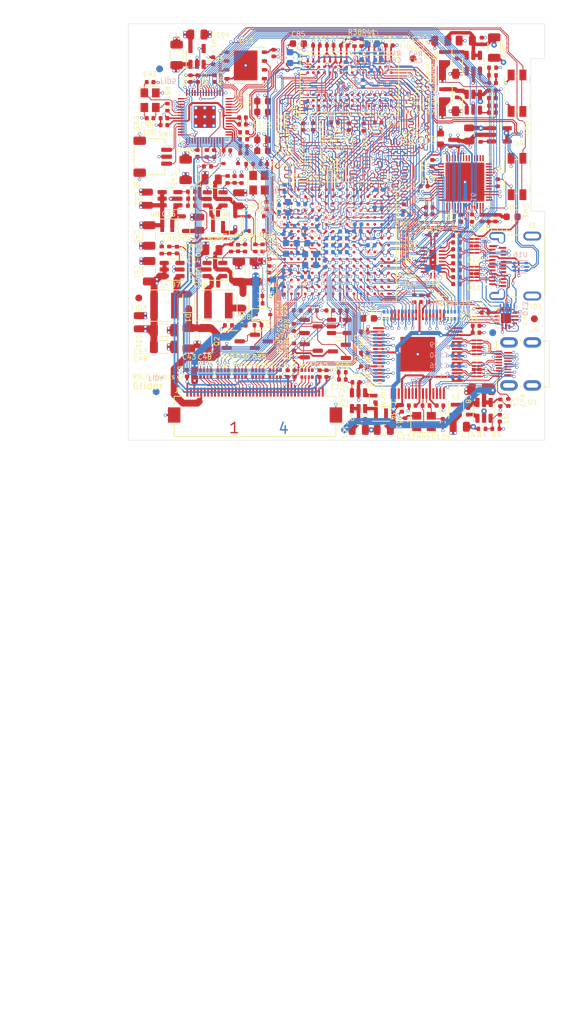
<source format=kicad_pcb>
(kicad_pcb (version 20240108) (generator "pcbnew") (generator_version "8.0")
  (layers (0 "F.Cu" signal) (1 "In1.Cu" signal) (2 "In2.Cu" signal) (31 "B.Cu" signal) (34 "B.Paste" user) (35 "F.Paste" user) (36 "B.SilkS" user "B.Silkscreen") (37 "F.SilkS" user "F.Silkscreen") (38 "B.Mask" user) (39 "F.Mask" user) (44 "Edge.Cuts" user))
  (net 0 "")
  (net 1 "GND")
  (net 2 "+3V3")
  (net 3 "+1V35")
  (net 5 "VNEG")
  (net 6 "VCOM")
  (net 7 "VPOS")
  (net 8 "VGH")
  (net 9 "VGL")
  (net 10 "+5V_EPD")
  (net 11 "+DRAM_VREF")
  (net 12 "/fpga/FPGA_TMS")
  (net 13 "/fpga/FPGA_TCK")
  (net 14 "/fpga/FPGA_TDO")
  (net 15 "/fpga/FPGA_TDI")
  (net 16 "EPDC_GDOE")
  (net 17 "EPDC_GDCLK")
  (net 18 "EPDC_GDSP")
  (net 19 "EPDC_SDCE0")
  (net 20 "/fpga_ddr/DRAM_CKP")
  (net 21 "/fpga_ddr/DRAM_CKN")
  (net 22 "EPDC_D8")
  (net 23 "EPDC_D1")
  (net 24 "EPDC_D0")
  (net 25 "EPDC_SDCLK")
  (net 26 "EPDC_D10")
  (net 27 "EPDC_D3")
  (net 28 "EPDC_D2")
  (net 29 "EPDC_D9")
  (net 30 "EPDC_D12")
  (net 31 "EPDC_D5")
  (net 32 "EPDC_D4")
  (net 33 "EPDC_D11")
  (net 34 "EPDC_D14")
  (net 35 "EPDC_D7")
  (net 36 "EPDC_D6")
  (net 37 "EPDC_D13")
  (net 38 "EPDC_SDLE")
  (net 39 "EPDC_SDOE")
  (net 40 "EPDC_D15")
  (net 41 "/fpga_ddr/DRAM_ADDR14")
  (net 42 "/fpga_ddr/DRAM_ADDR10")
  (net 43 "/fpga_ddr/DRAM_ADDR6")
  (net 44 "/fpga_ddr/DRAM_ADDR1")
  (net 45 "/fpga_ddr/DRAM_ADDR0")
  (net 46 "/fpga_ddr/DRAM_CSB")
  (net 47 "/fpga_ddr/DRAM_CASB")
  (net 48 "/fpga_ddr/DRAM_DATA7")
  (net 49 "/fpga_ddr/DRAM_DATA5")
  (net 50 "/fpga_ddr/DRAM_LDQSP")
  (net 51 "/fpga_ddr/DRAM_DATA1")
  (net 52 "/fpga_ddr/DRAM_ADDR13")
  (net 53 "/fpga_ddr/DRAM_ADDR9")
  (net 54 "/fpga_ddr/DRAM_ADDR5")
  (net 55 "/fpga_ddr/DRAM_ADDR2")
  (net 56 "/fpga_ddr/DRAM_BA0")
  (net 57 "/fpga_ddr/DRAM_RASB")
  (net 58 "/fpga_ddr/DRAM_WEB")
  (net 59 "/fpga_ddr/DRAM_DATA6")
  (net 60 "/fpga_ddr/DRAM_DATA4")
  (net 61 "/fpga_ddr/DRAM_LDQSN")
  (net 62 "/fpga_ddr/DRAM_DATA13")
  (net 63 "/fpga_ddr/DRAM_DATA12")
  (net 64 "/fpga_ddr/DRAM_ADDR12")
  (net 65 "/fpga_ddr/DRAM_ADDR11")
  (net 66 "/fpga_ddr/DRAM_ADDR8")
  (net 67 "/fpga_ddr/DRAM_ADDR7")
  (net 68 "/fpga_ddr/DRAM_BA1")
  (net 69 "/fpga_ddr/DRAM_CKE")
  (net 70 "/fpga_ddr/DRAM_ODT")
  (net 71 "/fpga_ddr/DRAM_DATA3")
  (net 72 "/fpga_ddr/DRAM_DATA2")
  (net 73 "/fpga_ddr/DRAM_LDM")
  (net 74 "/fpga_ddr/DRAM_DATA14")
  (net 75 "/fpga_ddr/DRAM_DATA10")
  (net 76 "/fpga_ddr/DRAM_DATA8")
  (net 77 "FPGA_PROG")
  (net 78 "FPGA_SUSP")
  (net 79 "/fpga_ddr/FPGA_INIT")
  (net 80 "/fpga_ddr/DRAM_ADDR4")
  (net 81 "/fpga_ddr/DRAM_ADDR3")
  (net 82 "/fpga_ddr/DRAM_BA2")
  (net 83 "/fpga_ddr/DRAM_RST")
  (net 84 "/fpga_ddr/DRAM_DATA0")
  (net 85 "/fpga_ddr/DRAM_DATA15")
  (net 86 "/fpga_ddr/DRAM_DATA11")
  (net 87 "/fpga_ddr/DRAM_DATA9")
  (net 88 "/fpga_ddr/DRAM_UDQSN")
  (net 89 "/fpga_ddr/DRAM_UDM")
  (net 90 "/fpga_ddr/DRAM_UDQSP")
  (net 91 "EPD_VCOM_PWM")
  (net 92 "VBUS")
  (net 93 "/eink/ESDCLK")
  (net 94 "/eink/ED0")
  (net 95 "/eink/ED8")
  (net 96 "/eink/ED1")
  (net 97 "/eink/ED9")
  (net 98 "/eink/ED2")
  (net 99 "/eink/ED10")
  (net 100 "/eink/ED3")
  (net 101 "/eink/ED11")
  (net 102 "/eink/ED4")
  (net 103 "/eink/ED12")
  (net 104 "/eink/ED5")
  (net 105 "/eink/ED13")
  (net 106 "/eink/ED6")
  (net 107 "/eink/ED14")
  (net 108 "/eink/ED7")
  (net 109 "/eink/ED15")
  (net 110 "/eink/ESDLE")
  (net 111 "/eink/ESDOE")
  (net 112 "+5V")
  (net 113 "/dp_in/TX1N")
  (net 114 "/dp_in/TX1NC")
  (net 115 "/dp_in/TX1P")
  (net 116 "FPGA_DONE")
  (net 117 "/mcu/GPIO0")
  (net 118 "/eink/GDOE")
  (net 119 "/eink/GDCLK")
  (net 120 "/eink/GDSP")
  (net 121 "/eink/SDCE0")
  (net 122 "/eink/EN_VGL")
  (net 123 "/eink/EN_VNEG")
  (net 124 "/mcu/XIN")
  (net 125 "/mcu/MCU_1V1")
  (net 126 "/mcu/QSPI_SS")
  (net 127 "/mcu/XOUT")
  (net 128 "/dp_in/TX1PC")
  (net 129 "KEY")
  (net 130 "FPGA_CS")
  (net 131 "FPGA_MOSI")
  (net 132 "FPGA_SCLK")
  (net 133 "FPGA_MISO")
  (net 134 "/dp_in/RX1N")
  (net 135 "KEY2")
  (net 136 "/dp_in/RX1NC")
  (net 137 "/mcu/SWCLK")
  (net 138 "/mcu/SWD")
  (net 139 "/mcu/RUN")
  (net 140 "/mcu/GPIO16")
  (net 141 "/mcu/GPIO20")
  (net 142 "EPD_PWR_EN")
  (net 143 "/mcu/GPIO23")
  (net 144 "/mcu/GPIO24")
  (net 145 "GCLK")
  (net 146 "/mcu/GPIO29_ADC3")
  (net 147 "/mcu/QSPI_SD3")
  (net 148 "/mcu/QSPI_SCLK")
  (net 149 "/mcu/QSPI_SD0")
  (net 150 "/mcu/QSPI_SD2")
  (net 151 "/mcu/QSPI_SD1")
  (net 152 "Net-(U1-BS)")
  (net 153 "Net-(U1-SW)")
  (net 154 "Net-(U2-SW)")
  (net 155 "Net-(U2-BS)")
  (net 156 "Net-(U3-BS)")
  (net 157 "Net-(U3-SW)")
  (net 158 "Net-(U1-FB)")
  (net 159 "Net-(U2-FB)")
  (net 160 "Net-(U3-FB)")
  (net 161 "Net-(U9-SW)")
  (net 162 "Net-(U9-BS)")
  (net 163 "Net-(U10-BS)")
  (net 164 "Net-(U10-SW)")
  (net 165 "Net-(U9-FB)")
  (net 166 "Net-(U10-FB)")
  (net 167 "Net-(U7-NFB)")
  (net 168 "Net-(U8-NFB)")
  (net 169 "Net-(U11-+)")
  (net 170 "Net-(C93-Pad1)")
  (net 171 "Net-(D1-A)")
  (net 172 "Net-(D2-A)")
  (net 173 "Net-(D7-K)")
  (net 174 "Net-(D7-A)")
  (net 175 "Net-(D8-K)")
  (net 176 "/dp_in/RX1P")
  (net 178 "/dp_in/RX1PC")
  (net 180 "Net-(U15-XTALP)")
  (net 181 "/dp_in/TX2N")
  (net 188 "HDMI_DET")
  (net 191 "Net-(Q1-G)")
  (net 192 "Net-(Q2-B)")
  (net 193 "Net-(U4-SET)")
  (net 194 "Net-(Y1-OUT)")
  (net 195 "Net-(Y1-EN)")
  (net 196 "Net-(U6-SET)")
  (net 197 "Net-(U5B-IO_L1N_M0_CMPMISO_2)")
  (net 198 "Net-(U5B-IO_L13P_M1_2)")
  (net 199 "Net-(U5B-IO_L1P_3)")
  (net 200 "Net-(U12-ZQ)")
  (net 201 "Net-(U14-USB_DP)")
  (net 202 "Net-(U14-USB_DM)")
  (net 254 "/dp_in/TX2NC")
  (net 255 "/dp_in/TX2P")
  (net 256 "/dp_in/TX2PC")
  (net 257 "/dp_in/RX2N")
  (net 258 "/dp_in/RX2NC")
  (net 259 "Net-(Q6-G)")
  (net 260 "Net-(Q6-S)")
  (net 261 "Net-(Q7-G)")
  (net 262 "Net-(Q8-G)")
  (net 263 "VCOM_MEA")
  (net 264 "Net-(Q8-D)")
  (net 265 "VCOM_EN")
  (net 266 "VCOM_MEA_EN")
  (net 267 "/dp_in/RX2P")
  (net 268 "/dp_in/RX2PC")
  (net 269 "/dp_in/SBU1")
  (net 270 "/dp_in/DPAUXP")
  (net 271 "/dp_in/SBU2")
  (net 272 "/dp_in/DPAUXN")
  (net 273 "Net-(C117-Pad1)")
  (net 274 "Net-(C118-Pad1)")
  (net 275 "/dp_in/CC1")
  (net 276 "USB_DP")
  (net 277 "USB_DN")
  (net 278 "/dp_in/CC2")
  (net 279 "Net-(U15-XTALN)")
  (net 280 "+1V8")
  (net 281 "/tmds_in/TMDS_D1N")
  (net 282 "DP_PDN")
  (net 283 "Net-(U19-TESTMODE)")
  (net 284 "DP_VALID")
  (net 285 "DP_HPD")
  (net 286 "TYPEC_ORI")
  (net 287 "TCPC_INT")
  (net 288 "/dp_in/DP1N")
  (net 289 "/dp_in/DP1P")
  (net 290 "/dp_in/DP0N")
  (net 291 "/dp_in/DP0P")
  (net 292 "/tmds_in/TMDS_D1P")
  (net 299 "I2C_SDA")
  (net 300 "I2C_SCL")
  (net 310 "LVDS_EVEN_CP")
  (net 311 "LVDS_EVEN_CN")
  (net 312 "LVDS_EVEN_BP")
  (net 313 "LVDS_EVEN_BN")
  (net 314 "LVDS_EVEN_AP")
  (net 315 "LVDS_EVEN_AN")
  (net 318 "LVDS_ODD_CKP")
  (net 319 "LVDS_ODD_CKN")
  (net 320 "LVDS_ODD_CP")
  (net 321 "LVDS_ODD_CN")
  (net 322 "LVDS_ODD_BP")
  (net 323 "LVDS_ODD_BN")
  (net 324 "LVDS_ODD_AP")
  (net 325 "LVDS_ODD_AN")
  (net 327 "/tmds_in/TMDS_D2N")
  (net 328 "/tmds_in/TMDS_D2P")
  (net 329 "/tmds_in/TMDS_CKN")
  (net 330 "/tmds_in/TMDS_CKP")
  (net 331 "/tmds_in/TMDS_D0N")
  (net 332 "/tmds_in/TMDS_D0P")
  (net 333 "/tmds_in/HDMI_SCL")
  (net 334 "/tmds_in/HDMI_SDA")
  (net 335 "/tmds_in/HDMI_5V")
  (net 336 "/tmds_in/HDMI_HPD")
  (net 337 "DPI_DE")
  (net 338 "DPI_HS")
  (net 339 "DPI_VS")
  (net 340 "DPI_PCLK")
  (net 341 "DPI_G3")
  (net 342 "DPI_G2")
  (net 343 "DPI_G1")
  (net 344 "DPI_G0")
  (net 345 "DPI_G7")
  (net 346 "DPI_G6")
  (net 347 "DPI_G5")
  (net 348 "DPI_G4")
  (net 349 "DPI_R7")
  (net 350 "DPI_R6")
  (net 351 "DPI_R5")
  (net 352 "DPI_R4")
  (net 353 "DPI_R3")
  (net 354 "DPI_R2")
  (net 355 "DPI_R1")
  (net 356 "DPI_R0")
  (net 357 "DPI_B7")
  (net 358 "DPI_B6")
  (net 359 "DPI_B5")
  (net 360 "DPI_B4")
  (net 361 "DPI_B3")
  (net 362 "DPI_B2")
  (net 363 "DPI_B1")
  (net 364 "DPI_B0")
  (net 369 "ADV_INT")
  (net 370 "DEC_RST")
  (net 383 "+1V2")
  (net 387 "/tmds_in/ADV_CK")
  (net 388 "/tmds_in/ADV_DE")
  (net 389 "/tmds_in/ADV_HS")
  (net 390 "/tmds_in/ADV_VS")
  (net 391 "/tmds_in/ADV_P8")
  (net 392 "/tmds_in/ADV_P11")
  (net 393 "/tmds_in/ADV_P10")
  (net 394 "/tmds_in/ADV_P9")
  (net 395 "/tmds_in/ADV_P13")
  (net 396 "/tmds_in/ADV_P14")
  (net 397 "/tmds_in/ADV_P15")
  (net 398 "/tmds_in/ADV_P12")
  (net 399 "/tmds_in/ADV_P21")
  (net 400 "/tmds_in/ADV_P23")
  (net 401 "/tmds_in/ADV_P22")
  (net 402 "/tmds_in/ADV_P20")
  (net 403 "/tmds_in/ADV_P17")
  (net 404 "/tmds_in/ADV_P19")
  (net 405 "/tmds_in/ADV_P18")
  (net 406 "/tmds_in/ADV_P16")
  (net 407 "/tmds_in/ADV_P6")
  (net 408 "/tmds_in/ADV_P7")
  (net 409 "/tmds_in/ADV_P4")
  (net 410 "/tmds_in/ADV_P5")
  (net 411 "/tmds_in/ADV_P0")
  (net 412 "/tmds_in/ADV_P1")
  (net 413 "/tmds_in/ADV_P2")
  (net 414 "/tmds_in/ADV_P3")
  (net 415 "Net-(U20-BS)")
  (net 416 "Net-(U20-SW)")
  (net 417 "Net-(U20-FB)")
  (footprint "Resistor_SMD:R_0402_1005Metric" (layer "F.Cu") (at 147.95 98.35)
    (property "Reference" "R3")
    (property "Value" "91K/1%")
  )
  (footprint "Capacitor_SMD:C_0402_1005Metric" (layer "F.Cu") (at 100.125 53.605 180)
    (property "Reference" "C96")
    (property "Value" "100nF")
  )
  (footprint "Capacitor_SMD:C_0402_1005Metric" (layer "F.Cu") (at 103.95 47.9 90)
    (property "Reference" "C89")
    (property "Value" "1uF")
  )
  (footprint "Inductor_SMD:L_Murata_DFE201610P" (layer "F.Cu") (at 107.9125 69.2)
    (property "Reference" "L6")
    (property "Value" "FTC201610S4R7MBCA")
  )
  (footprint "Resistor_SMD:R_Array_Convex_4x0402" (layer "F.Cu") (at 116.15 90.4 90)
    (property "Reference" "RN2")
    (property "Value" "33R / 4D02WGF330JTCE")
  )
  (footprint "Capacitor_SMD:C_0402_1005Metric" (layer "F.Cu") (at 126 81.3 180)
    (property "Reference" "C54")
    (property "Value" "100nF")
  )
  (footprint "footprints:RP2040-QFN-56" (layer "F.Cu") (at 106 53.4 -90)
    (property "Reference" "U14")
    (property "Value" "RP2040")
  )
  (footprint "Resistor_SMD:R_0402_1005Metric" (layer "F.Cu") (at 100.9 72.6 90)
    (property "Reference" "R22")
    (property "Value" "240K/1%")
  )
  (footprint "Capacitor_SMD:C_0805_2012Metric" (layer "F.Cu") (at 140.1 42.45)
    (property "Reference" "C3")
    (property "Value" "10uF/10V")
  )
  (footprint "Inductor_SMD:L_Murata_DFE201610P" (layer "F.Cu") (at 140.566717 44.795 -90)
    (property "Reference" "L2")
    (property "Value" "FTC201610S4R7MBCA")
  )
  (footprint "Package_TO_SOT_SMD:TSOT-23-6" (layer "F.Cu") (at 144.71 45.6825 90)
    (property "Reference" "U2")
    (property "Value" "SY8120")
  )
  (footprint "Resistor_SMD:R_0402_1005Metric" (layer "F.Cu") (at 113.675 83.425)
    (property "Reference" "R28")
    (property "Value" "120K/1%")
  )
  (footprint "Resistor_SMD:R_0402_1005Metric" (layer "F.Cu") (at 109.3 62.432615 -90)
    (property "Reference" "R19")
    (property "Value" "10K/1%")
  )
  (footprint "Resistor_SMD:R_0402_1005Metric" (layer "F.Cu") (at 114.34 72.3 -90)
    (property "Reference" "R31")
    (property "Value" "120K/1%")
  )
  (footprint "Capacitor_SMD:C_1206_3216Metric" (layer "F.Cu") (at 101.95 44.475002 -90)
    (property "Reference" "C37")
    (property "Value" "47uF/10V")
  )
  (footprint "MountingHole:MountingHole_2.2mm_M2_DIN965" (layer "F.Cu") (at 152 43)
    (property "Reference" "H4" (hide yes))
    (property "Value" "MountingHole")
  )
  (footprint "Capacitor_SMD:C_0402_1005Metric" (layer "F.Cu") (at 129 87.4 180)
    (property "Reference" "C136")
    (property "Value" "100nF")
  )
  (footprint "Capacitor_SMD:C_1206_3216Metric" (layer "F.Cu") (at 113.3625 75.7 90)
    (property "Reference" "C50")
    (property "Value" "10uF/50V")
  )
  (footprint "Capacitor_SMD:C_0402_1005Metric" (layer "F.Cu") (at 111.6 58.65)
    (property "Reference" "C102")
    (property "Value" "1uF")
  )
  (footprint "Capacitor_SMD:C_0402_1005Metric" (layer "F.Cu") (at 128.65 96.95 180)
    (property "Reference" "C152" (hide yes))
    (property "Value" "100nF")
  )
  (footprint "Capacitor_SMD:C_0402_1005Metric" (layer "F.Cu") (at 124.03 81.3)
    (property "Reference" "C52")
    (property "Value" "220nF")
  )
  (footprint "Capacitor_SMD:C_0402_1005Metric" (layer "F.Cu") (at 98.125 53.605 180)
    (property "Reference" "C93")
    (property "Value" "18pF")
  )
  (footprint "Capacitor_SMD:C_0402_1005Metric" (layer "F.Cu") (at 109.200378 58.245134)
    (property "Reference" "C99")
    (property "Value" "100nF")
  )
  (footprint "Capacitor_SMD:C_0805_2012Metric" (layer "F.Cu") (at 144.1 55.95 90)
    (property "Reference" "C17")
    (property "Value" "10uF/10V")
  )
  (footprint "Capacitor_SMD:C_0402_1005Metric" (layer "F.Cu") (at 147.46 49.6 180)
    (property "Reference" "C6")
    (property "Value" "100nF")
  )
  (footprint "Capacitor_SMD:C_0402_1005Metric" (layer "F.Cu") (at 145.916717 42.475 -90)
    (property "Reference" "C5")
    (property "Value" "100nF")
  )
  (footprint "Resistor_SMD:R_0402_1005Metric" (layer "F.Cu") (at 145.95 98.35)
    (property "Reference" "R4")
    (property "Value" "20K/1%")
  )
  (footprint "Capacitor_SMD:C_0402_1005Metric" (layer "F.Cu") (at 137.2 79.6 90)
    (property "Reference" "C137")
    (property "Value" "100nF")
  )
  (footprint "Capacitor_SMD:C_0402_1005Metric" (layer "F.Cu") (at 121.6 54.8 -90)
    (property "Reference" "C82")
    (property "Value" "220nF")
  )
  (footprint "Package_QFP:LQFP-64-1EP_10x10mm_P0.5mm_EP5x5mm" (layer "F.Cu") (at 136.7 87.6 180)
    (property "Reference" "U15")
    (property "Value" "ADV7611")
  )
  (footprint "Button_Switch_SMD:Panasonic_EVQPUL_EVQPUC" (layer "F.Cu") (at 151 50 -90)
    (property "Reference" "SW2")
    (property "Value" "SW")
  )
  (footprint "Package_SON:WSON-8-1EP_6x5mm_P1.27mm_EP3.4x4.3mm" (layer "F.Cu") (at 111.9 46)
    (property "Reference" "U13")
    (property "Value" "W25Q32JV")
  )
  (footprint "Capacitor_SMD:C_0402_1005Metric" (layer "F.Cu") (at 140.3 97.4 -90)
    (property "Reference" "C125" (hide yes))
    (property "Value" "18pF")
  )
  (footprint "Capacitor_SMD:C_0402_1005Metric" (layer "F.Cu") (at 142.275 73.5 180)
    (property "Reference" "C110")
    (property "Value" "100nF")
  )
  (footprint "Diode_SMD:D_SOD-323" (layer "F.Cu") (at 103 68.8 90)
    (property "Reference" "D2")
    (property "Value" "1N5819WS")
  )
  (footprint "Resistor_SMD:R_0402_1005Metric" (layer "F.Cu") (at 127.8 91.65 180)
    (property "Reference" "R48")
    (property "Value" "10K/1%")
  )
  (footprint "Capacitor_SMD:C_0402_1005Metric" (layer "F.Cu") (at 124.079999 43.125001)
    (property "Reference" "C79")
    (property "Value" "220nF")
  )
  (footprint "Package_TO_SOT_SMD:SOT-23" (layer "F.Cu") (at 125.4 87.2 180)
    (property "Reference" "Q6")
    (property "Value" "AO3400A")
  )
  (footprint "Capacitor_SMD:C_0402_1005Metric" (layer "F.Cu") (at 142.35 50.13 -90)
    (property "Reference" "C10")
    (property "Value" "100nF")
  )
  (footprint "Resistor_SMD:R_0402_1005Metric" (layer "F.Cu") (at 112.475 60.2)
    (property "Reference" "R12")
    (property "Value" "4.7K")
  )
  (footprint "Oscillator:Oscillator_SMD_Abracon_ASE-4Pin_3.2x2.5mm" (layer "F.Cu") (at 137.6 97.3)
    (property "Reference" "Y3")
    (property "Value" "28.63636MHz")
  )
  (footprint "Capacitor_SMD:C_0402_1005Metric" (layer "F.Cu") (at 120.2 54.825 -90)
    (property "Reference" "C81")
    (property "Value" "220nF")
  )
  (footprint "Diode_SMD:D_SOD-323" (layer "F.Cu") (at 112.4 68.8 90)
    (property "Reference" "D6")
    (property "Value" "1N5819WS")
  )
  (footprint "Capacitor_SMD:C_0402_1005Metric" (layer "F.Cu") (at 143.95 95.825 -90)
    (property "Reference" "C8")
    (property "Value" "100nF")
  )
  (footprint "Resistor_SMD:R_0402_1005Metric" (layer "F.Cu") (at 111.8125 72.3 90)
    (property "Reference" "R20")
    (property "Value" "91K/1%")
  )
  (footprint "Inductor_SMD:L_Murata_DFE201610P" (layer "F.Cu") (at 140.6 50.15 -90)
    (property "Reference" "L3")
    (property "Value" "FTC201610S4R7MBCA")
  )
  (footprint "Capacitor_SMD:C_0402_1005Metric" (layer "F.Cu") (at 114.5 60.22)
    (property "Reference" "C30")
    (property "Value" "220nF")
  )
  (footprint "Capacitor_SMD:C_0402_1005Metric" (layer "F.Cu") (at 124.7 54.225 180)
    (property "Reference" "C70")
    (property "Value" "220nF")
  )
  (footprint "Capacitor_SMD:C_0402_1005Metric" (layer "F.Cu") (at 110.8125 72.3 90)
    (property "Reference" "C39")
    (property "Value" "22pF")
  )
  (footprint "Capacitor_SMD:C_0402_1005Metric" (layer "F.Cu") (at 126.75 54.825 -90)
    (property "Reference" "C75")
    (property "Value" "220nF")
  )
  (footprint "Package_TO_SOT_SMD:TSOT-23-6" (layer "F.Cu") (at 146.25 95.6875 90)
    (property "Reference" "U1")
    (property "Value" "SY8120")
  )
  (footprint "Resistor_SMD:R_0402_1005Metric" (layer "F.Cu") (at 99.8 72.6 -90)
    (property "Reference" "R23")
    (property "Value" "10K/1%")
  )
  (footprint "Resistor_SMD:R_0402_1005Metric" (layer "F.Cu") (at 113.3 72.3 90)
    (property "Reference" "R33")
    (property "Value" "120K/1%")
  )
  (footprint "Capacitor_SMD:C_0402_1005Metric" (layer "F.Cu") (at 145.1 84.5)
    (property "Reference" "C135")
    (property "Value" "100nF")
  )
  (footprint "Resistor_SMD:R_0402_1005Metric" (layer "F.Cu") (at 115.3 74.4 90)
    (property "Reference" "R35")
    (property "Value" "0R")
  )
  (footprint "Capacitor_SMD:C_0402_1005Metric" (layer "F.Cu") (at 142.5 57.2 90)
    (property "Reference" "C121")
    (property "Value" "100nF")
  )
  (footprint "Resistor_SMD:R_0402_1005Metric" (layer "F.Cu") (at 111.3 62.432615 90)
    (property "Reference" "R18")
    (property "Value" "240K/1%")
  )
  (footprint "Capacitor_SMD:C_0402_1005Metric" (layer "F.Cu") (at 115.917981 44.22 -90)
    (property "Reference" "C97" (hide yes))
    (property "Value" "100nF")
  )
  (footprint "Capacitor_SMD:C_0402_1005Metric" (layer "F.Cu") (at 107.4 47.9 90)
    (property "Reference" "C94")
    (property "Value" "100nF")
  )
  (footprint "Capacitor_SMD:C_0402_1005Metric" (layer "F.Cu") (at 98.125 48.405)
    (property "Reference" "C92")
    (property "Value" "18pF")
  )
  (footprint "Capacitor_SMD:C_0805_2012Metric" (layer "F.Cu") (at 141.2 52.6 180)
    (property "Reference" "C16")
    (property "Value" "10uF/10V")
  )
  (footprint "Package_TO_SOT_SMD:SOT-23-6" (layer "F.Cu") (at 101 65.2 180)
    (property "Reference" "U8")
    (property "Value" "MT3608(SOT23-6)")
  )
  (footprint "Resistor_SMD:R_0402_1005Metric" (layer "F.Cu") (at 149.75 94.55 90)
    (property "Reference" "R47")
    (property "Value" "10K")
  )
  (footprint "Package_TO_SOT_SMD:TSOT-23-6" (layer "F.Cu") (at 107.5 65.232615 180)
    (property "Reference" "U9")
    (property "Value" "LGS5148")
  )
  (footprint "Capacitor_SMD:C_0402_1005Metric" (layer "F.Cu") (at 142.275 75.5 180)
    (property "Reference" "C55")
    (property "Value" "100nF")
  )
  (footprint "Capacitor_SMD:C_0402_1005Metric" (layer "F.Cu") (at 147.476717 48.525)
    (property "Reference" "C12")
    (property "Value" "47pF")
  )
  (footprint "Resistor_SMD:R_Array_Convex_4x0402" (layer "F.Cu") (at 111.15 90.4 90)
    (property "Reference" "RN4")
    (property "Value" "33R / 4D02WGF330JTCE")
  )
  (footprint "Capacitor_SMD:C_0402_1005Metric" (layer "F.Cu") (at 134.9 97.3 90)
    (property "Reference" "C113")
    (property "Value" "18pF")
  )
  (footprint "Package_TO_SOT_SMD:SOT-23-5" (layer "F.Cu") (at 125.4 83.6)
    (property "Reference" "U11")
    (property "Value" "LM321")
  )
  (footprint "Capacitor_SMD:C_0603_1608Metric" (layer "F.Cu") (at 129.6 82.45 180)
    (property "Reference" "C143")
    (property "Value" "47uF/6.3V")
  )
  (footprint "Oscillator:Oscillator_SMD_Abracon_ASE-4Pin_3.2x2.5mm" (layer "F.Cu") (at 113.8 62.9 -90)
    (property "Reference" "Y1")
    (property "Value" "33MHz")
  )
  (footprint "Capacitor_SMD:C_0402_1005Metric" (layer "F.Cu") (at 130.6 94.05 90)
    (property "Reference" "C153")
    (property "Value" "100nF")
  )
  (footprint "Capacitor_SMD:C_0402_1005Metric" (layer "F.Cu") (at 107.4375 67.5)
    (property "Reference" "C35")
    (property "Value" "100nF")
  )
  (footprint "Capacitor_SMD:C_0402_1005Metric" (layer "F.Cu") (at 146.9 68 -90)
    (property "Reference" "C120")
    (property "Value" "100nF")
  )
  (footprint "Capacitor_SMD:C_0603_1608Metric" (layer "F.Cu") (at 114.35 56.7)
    (property "Reference" "C145")
    (property "Value" "47uF/6.3V")
  )
  (footprint "Package_TO_SOT_SMD:SOT-23-6" (layer "F.Cu") (at 101.3 75.4 180)
    (property "Reference" "U7")
    (property "Value" "MT3608(SOT23-6)")
  )
  (footprint "Inductor_SMD:L_0603_1608Metric" (layer "F.Cu") (at 140 56.6 -90)
    (property "Reference" "FB2")
    (property "Value" "120")
  )
  (footprint "Package_TO_SOT_SMD:SOT-23-5" (layer "F.Cu") (at 104.89 44.705002 90)
    (property "Reference" "U6")
    (property "Value" "MT9700")
  )
  (footprint "Capacitor_SMD:C_0402_1005Metric" (layer "F.Cu") (at 138.2 79.6 90)
    (property "Reference" "C128")
    (property "Value" "100nF")
  )
  (footprint "Resistor_SMD:R_0402_1005Metric" (layer "F.Cu") (at 136.2 79.59 -90)
    (property "Reference" "R46")
    (property "Value" "33")
  )
  (footprint "Inductor_SMD:L_Murata_DFE201610P" (layer "F.Cu") (at 131.4 96.2)
    (property "Reference" "L8")
    (property "Value" "FTC201610S4R7MBCA")
  )
  (footprint "Capacitor_SMD:C_1206_3216Metric" (layer "F.Cu") (at 147.716717 43.425 90)
    (property "Reference" "C103")
    (property "Value" "47uF/10V")
  )
  (footprint "Capacitor_SMD:C_0402_1005Metric" (layer "F.Cu") (at 147.46 51.8)
    (property "Reference" "C13")
    (property "Value" "47pF")
  )
  (footprint "Capacitor_SMD:C_0805_2012Metric" (layer "F.Cu") (at 145.5 92.5)
    (property "Reference" "C1")
    (property "Value" "10uF/10V")
  )
  (footprint "Diode_SMD:D_SOD-323" (layer "F.Cu") (at 103.6875 80 90)
    (property "Reference" "D1")
    (property "Value" "1N5819WS")
  )
  (footprint "Capacitor_SMD:C_0402_1005Metric" (layer "F.Cu") (at 131 54.225)
    (property "Reference" "C73")
    (property "Value" "220nF")
  )
  (footprint "Capacitor_SMD:C_0805_2012Metric" (layer "F.Cu") (at 143.616717 42.42)
    (property "Reference" "C2")
    (property "Value" "10uF/10V")
  )
  (footprint "MountingHole:MountingHole_2.2mm_M2_DIN965" (layer "F.Cu") (at 98 43)
    (property "Reference" "H1" (hide yes))
    (property "Value" "MountingHole")
  )
  (footprint "Fiducial:Fiducial_1mm_Mask2mm" (layer "F.Cu") (at 136 45)
    (property "Reference" "FID2")
    (property "Value" "Fiducial")
  )
  (footprint "Resistor_SMD:R_0402_1005Metric" (layer "F.Cu") (at 128.589998 42.694999 90)
    (property "Reference" "R41")
    (property "Value" "240R/1%")
  )
  (footprint "Capacitor_SMD:C_0402_1005Metric" (layer "F.Cu") (at 138.87 70.4)
    (property "Reference" "C115")
    (property "Value" "100nF")
  )
  (footprint "Capacitor_SMD:C_0402_1005Metric" (layer "F.Cu") (at 148.6 94.6 90)
    (property "Reference" "C4")
    (property "Value" "100nF")
  )
  (footprint "Package_DFN_QFN:WQFN-20-1EP_2.5x4.5mm_P0.5mm_EP1x2.9mm" (layer "F.Cu") (at 138.875 74)
    (property "Reference" "U18")
    (property "Value" "CBTL02043A")
  )
  (footprint "Capacitor_SMD:C_0805_2012Metric" (layer "F.Cu") (at 107 62.432615 180)
    (property "Reference" "C33")
    (property "Value" "4.7uF/50V")
  )
  (footprint "Resistor_SMD:R_0402_1005Metric" (layer "F.Cu") (at 100.625 52.005 90)
    (property "Reference" "R57")
    (property "Value" "1K")
  )
  (footprint "Fiducial:Fiducial_1mm_Mask2mm" (layer "F.Cu") (at 96.5 79.5)
    (property "Reference" "FID3")
    (property "Value" "Fiducial")
  )
  (footprint "Capacitor_SMD:C_0402_1005Metric" (layer "F.Cu") (at 104.95 58.675 -90)
    (property "Reference" "C98")
    (property "Value" "100nF")
  )
  (footprint "Resistor_SMD:R_0402_1005Metric" (layer "F.Cu") (at 128.9 54.9 -90)
    (property "Reference" "R40")
    (property "Value" "4.7K")
  )
  (footprint "Capacitor_SMD:C_1206_3216Metric" (layer "F.Cu") (at 100.15 84.15 180)
    (property "Reference" "C53")
    (property "Value" "47uF/10V")
  )
  (footprint "Resistor_SMD:R_0402_1005Metric" (layer "F.Cu") (at 107.2 45.325002 -90)
    (property "Reference" "R17")
    (property "Value" "10K/1%")
  )
  (footprint "Resistor_SMD:R_0402_1005Metric" (layer "F.Cu") (at 109.8125 72.3 -90)
    (property "Reference" "R21")
    (property "Value" "5.1K/1%")
  )
  (footprint "Resistor_SMD:R_0402_1005Metric" (layer "F.Cu") (at 144.5 68 90)
    (property "Reference" "R1")
    (property "Value" "4.7K")
  )
  (footprint "Capacitor_SMD:C_0603_1608Metric" (layer "F.Cu") (at 119.5 42.85 180)
    (property "Reference" "C85")
    (property "Value" "22uF")
  )
  (footprint "footprints:Xilinx_FTG256" (layer "F.Cu") (at 125 71.4 -90)
    (property "Reference" "U5")
    (property "Value" "XC6SLX16-FTG256")
  )
  (footprint "Diode_SMD:D_SOD-323" (layer "F.Cu") (at 114.4775 68.7775 90)
    (property "Reference" "D7")
    (property "Value" "4148WS")
  )
  (footprint "Capacitor_SMD:C_0805_2012Metric" (layer "F.Cu") (at 131.8 98.5)
    (property "Reference" "C155" (hide yes))
    (property "Value" "10uF/10V")
  )
  (footprint "Capacitor_SMD:C_0402_1005Metric" (layer "F.Cu") (at 145.9 68 -90)
    (property "Reference" "C123")
    (property "Value" "100nF")
  )
  (footprint "Capacitor_SMD:C_0805_2012Metric" (layer "F.Cu") (at 110.8 65.3 90)
    (property "Reference" "C46")
    (property "Value" "4.7uF/50V")
  )
  (footprint "Resistor_SMD:R_0402_1005Metric" (layer "F.Cu") (at 121.65 81.3)
    (property "Reference" "R26")
    (property "Value" "91K/1%")
  )
  (footprint "Resistor_SMD:R_0402_1005Metric" (layer "F.Cu") (at 145.75 56.5 -90)
    (property "Reference" "R9")
    (property "Value" "10K/1%")
  )
  (footprint "Capacitor_SMD:C_0603_1608Metric" (layer "F.Cu") (at 114.35 52.7 180)
    (property "Reference" "C64")
    (property "Value" "47uF/6.3V")
  )
  (footprint "Capacitor_SMD:C_0402_1005Metric" (layer "F.Cu") (at 105 47.9 90)
    (property "Reference" "C95")
    (property "Value" "100nF")
  )
  (footprint "Resistor_SMD:R_0402_1005Metric" (layer "F.Cu") (at 109.4125 83.45)
    (property "Reference" "R29")
    (property "Value" "5.1K/1%")
  )
  (footprint "Capacitor_SMD:C_0402_1005Metric" (layer "F.Cu") (at 102 72.6 90)
    (property "Reference" "C40")
    (property "Value" "22pF")
  )
  (footprint "Resistor_SMD:R_0402_1005Metric" (layer "F.Cu") (at 111.600378 55.645134 180)
    (property "Reference" "R58")
    (property "Value" "27R")
  )
  (footprint "Package_DFN_QFN:Diodes_UDFN-10_1.0x2.5mm_P0.5mm" (layer "F.Cu") (at 144.8125 76 180)
    (property "Reference" "D11")
    (property "Value" "RCLAMP0524P")
  )
  (footprint "Capacitor_SMD:C_0402_1005Metric" (layer "F.Cu") (at 111.600378 57.645134)
    (property "Reference" "C101")
    (property "Value" "100nF")
  )
  (footprint "Resistor_SMD:R_0402_1005Metric" (layer "F.Cu") (at 118.8375 83.75 90)
    (property "Reference" "R62")
    (property "Value" "120K/1%")
  )
  (footprint "Resistor_SMD:R_0402_1005Metric" (layer "F.Cu") (at 106.3 58.7 90)
    (property "Reference" "R66")
    (property "Value" "51R")
  )
  (footprint "MountingHole:MountingHole_2.2mm_M2_DIN965" (layer "F.Cu") (at 98 97)
    (property "Reference" "H2" (hide yes))
    (property "Value" "MountingHole")
  )
  (footprint "Capacitor_SMD:C_0805_2012Metric" (layer "F.Cu") (at 142.75 98.05 180)
    (property "Reference" "C14")
    (property "Value" "10uF/10V")
  )
  (footprint "Capacitor_SMD:C_0402_1005Metric" (layer "F.Cu") (at 141.4 57.2 90)
    (property "Reference" "C118")
    (property "Value" "1uF")
  )
  (footprint "Package_TO_SOT_SMD:TSOT-23-6" (layer "F.Cu") (at 144.71 51.3 90)
    (property "Reference" "U3")
    (property "Value" "SY8120")
  )
  (footprint "Resistor_SMD:R_0402_1005Metric" (layer "F.Cu") (at 147.46 50.7 180)
    (property "Reference" "R8")
    (property "Value" "20K/1%")
  )
  (footprint "MountingHole:MountingHole_2.2mm_M2_DIN965" (layer "F.Cu") (at 152 97)
    (property "Reference" "H3" (hide yes))
    (property "Value" "MountingHole")
  )
  (footprint "Resistor_SMD:R_0402_1005Metric" (layer "F.Cu") (at 125.81 90.2 180)
    (property "Reference" "R10")
    (property "Value" "20K/1%")
  )
  (footprint "Package_TO_SOT_SMD:SOT-23" (layer "F.Cu") (at 110.1 85.75)
    (property "Reference" "Q2")
    (property "Value" "S8050")
  )
  (footprint "Capacitor_SMD:C_0402_1005Metric" (layer "F.Cu") (at 142.275 72.5 180)
    (property "Reference" "C109")
    (property "Value" "100nF")
  )
  (footprint "footprints:AMPHENOL_10137065-00021LF" (layer "F.Cu") (at 153.2 74.89925 90)
    (property "Reference" "J1")
    (property "Value" "USB_C_Receptacle")
  )
  (footprint "Package_TO_SOT_SMD:SOT-23" (layer "F.Cu") (at 114.1625 85.75)
    (property "Reference" "Q1")
    (property "Value" "AO3401A")
  )
  (footprint "Resistor_SMD:R_0402_1005Metric" (layer "F.Cu") (at 148.2 62.9 -90)
    (property "Reference" "R2")
    (property "Value" "4.7K")
  )
  (footprint "Capacitor_SMD:C_0805_2012Metric" (layer "F.Cu") (at 105.2 68.8 -90)
    (property "Reference" "C44")
    (property "Value" "4.7uF/50V")
  )
  (footprint "Package_TO_SOT_SMD:SOT-23-5" (layer "F.Cu") (at 148.45 56)
    (property "Reference" "U4")
    (property "Value" "MT9700")
  )
  (footprint "Capacitor_SMD:C_1206_3216Metric" (layer "F.Cu") (at 110.9125 75.7 90)
    (property "Reference" "C47")
    (property "Value" "10uF/50V")
  )
  (footprint "footprints:HDMI_Micro-D_Molex_46765-1x01_MOD" (layer "F.Cu") (at 153.2 89 90)
    (property "Reference" "J4")
    (property "Value" "DVI")
  )
  (footprint "Capacitor_SMD:C_0402_1005Metric" (layer "F.Cu") (at 142.275 70.5 180)
    (property "Reference" "C107")
    (property "Value" "100nF")
  )
  (footprint "Capacitor_SMD:C_0402_1005Metric" (layer "F.Cu") (at 118.95 90.4 -90)
    (property "Reference" "C56")
    (property "Value" "1uF")
  )
  (footprint "Package_DFN_QFN:Diodes_UDFN-10_1.0x2.5mm_P0.5mm" (layer "F.Cu") (at 145.1875 86.6 180)
    (property "Reference" "D9")
    (property "Value" "RCLAMP0524P")
  )
  (footprint "Capacitor_SMD:C_0805_2012Metric" (layer "F.Cu") (at 97.8 65.2 -90)
    (property "Reference" "C32")
    (property "Value" "10uF/10V")
  )
  (footprint "Capacitor_SMD:C_0402_1005Metric" (layer "F.Cu") (at 142.9 68 -90)
    (property "Reference" "C119")
    (property "Value" "100nF")
  )
  (footprint "Package_DFN_QFN:QFN-56-1EP_7x7mm_P0.4mm_EP5.6x5.6mm" (layer "F.Cu") (at 143.5 62.8 90)
    (property "Reference" "U19")
    (property "Value" "PTN3460")
  )
  (footprint "Resistor_SMD:R_0402_1005Metric" (layer "F.Cu") (at 113.8 79.2)
    (property "Reference" "R34")
    (property "Value" "120K/1%")
  )
  (footprint "Package_TO_SOT_SMD:TSOT-23-6" (layer "F.Cu") (at 107.4625 75.4 180)
    (property "Reference" "U10")
    (property "Value" "LGS5148")
  )
  (footprint "Inductor_SMD:L_0603_1608Metric" (layer "F.Cu") (at 150.3 67.8 180)
    (property "Reference" "FB1")
    (property "Value" "120")
  )
  (footprint "Capacitor_SMD:C_0402_1005Metric" (layer "F.Cu") (at 142.275 76.5 180)
    (property "Reference" "C105")
    (property "Value" "100nF")
  )
  (footprint "Resistor_SMD:R_0402_1005Metric" (layer "F.Cu") (at 147.466717 47.425)
    (property "Reference" "R5")
    (property "Value" "20K/1%")
  )
  (footprint "Button_Switch_SMD:Panasonic_EVQPUL_EVQPUC" (layer "F.Cu") (at 151 62 -90)
    (property "Reference" "SW1")
    (property "Value" "SW")
  )
  (footprint "Package_DFN_QFN:Diodes_UDFN-10_1.0x2.5mm_P0.5mm" (layer "F.Cu") (at 145.1875 89.8 180)
    (property "Reference" "D10")
    (property "Value" "RCLAMP0524P")
  )
  (footprint "Capacitor_SMD:C_0402_1005Metric" (layer "F.Cu") (at 147.9 68 -90)
    (property "Reference" "C117")
    (property "Value" "1uF")
  )
  (footprint "Resistor_SMD:R_Array_Convex_4x0402" (layer "F.Cu") (at 113.65 90.4 90)
    (property "Reference" "RN3")
    (property "Value" "33R / 4D02WGF330JTCE")
  )
  (footprint "Capacitor_SMD:C_0402_1005Metric" (layer "F.Cu") (at 139.9 95)
    (property "Reference" "C139")
    (property "Value" "100nF")
  )
  (footprint "Capacitor_SMD:C_1206_3216Metric" (layer "F.Cu") (at 100.15 86.55 180)
    (property "Reference" "C49")
    (property "Value" "47uF/10V")
  )
  (footprint "Inductor_SMD:L_Murata_DFE201610P" (layer "F.Cu") (at 142.25 95.6 -90)
    (property "Reference" "L1")
    (property "Value" "FTC201610S4R7MBCA")
  )
  (footprint "Capacitor_SMD:C_0402_1005Metric" (layer "F.Cu") (at 137.62 63.4 180)
    (property "Reference" "C124")
    (property "Value" "100nF")
  )
  (footprint "Resistor_SMD:R_0402_1005Metric" (layer "F.Cu") (at 147.476717 46.325 180)
    (property "Reference" "R6")
    (property "Value" "16K/1%")
  )
  (footprint "Resistor_SMD:R_Array_Convex_4x0402" (layer "F.Cu") (at 106.15 90.4 90)
    (property "Reference" "RN6")
    (property "Value" "33R / 4D02WGF330JTCE")
  )
  (footprint "Capacitor_SMD:C_0402_1005Metric" (layer "F.Cu") (at 142.35 44.52 -90)
    (property "Reference" "C9")
    (property "Value" "100nF")
  )
  (footprint "Package_DFN_QFN:WQFN-14-1EP_2.5x2.5mm_P0.5mm_EP1.45x1.45mm" (layer "F.Cu") (at 149.4 82.4 -90)
    (property "Reference" "U17")
    (property "Value" "FUSB302BMPX")
  )
  (footprint "Capacitor_SMD:C_0402_1005Metric" (layer "F.Cu") (at 129 84.35 180)
    (property "Reference" "C127")
    (property "Value" "100nF")
  )
  (footprint "Resistor_SMD:R_0402_1005Metric" (layer "F.Cu") (at 114.9 66.2 90)
    (property "Reference" "R11")
    (property "Value" "27R")
  )
  (footprint "Capacitor_SMD:C_0402_1005Metric" (layer "F.Cu") (at 142.275 71.5 180)
    (property "Reference" "C108")
    (property "Value" "100nF")
  )
  (footprint "Capacitor_SMD:C_0402_1005Metric" (layer "F.Cu") (at 142.275 77.5 180)
    (property "Reference" "C106")
    (property "Value" "100nF")
  )
  (footprint "Capacitor_SMD:C_0402_1005Metric" (layer "F.Cu") (at 126.1 43.124999 180)
    (property "Reference" "C78")
    (property "Value" "220nF")
  )
  (footprint "Capacitor_SMD:C_1206_3216Metric" (layer "F.Cu") (at 106.1 85.3 90)
    (property "Reference" "C48")
    (property "Value" "10uF/50V")
  )
  (footprint "Capacitor_SMD:C_1206_3216Metric" (layer "F.Cu") (at 98 75.65 -90)
    (property "Reference" "C51")
    (property "Value" "47uF/10V")
  )
  (footprint "Capacitor_SMD:C_1206_3216Metric" (layer "F.Cu") (at 103.7 85.3 90)
    (property "Reference" "C43")
    (property "Value" "10uF/50V")
  )
  (footprint "Resistor_SMD:R_0402_1005Metric" (layer "F.Cu") (at 118.85 86.56 -90)
    (property "Reference" "R64")
    (property "Value" "20K/1%")
  )
  (footprint "Capacitor_SMD:C_0402_1005Metric" (layer "F.Cu") (at 132.58 43.124999)
    (property "Reference" "C80")
    (property "Value" "220nF")
  )
  (footprint "Capacitor_SMD:C_0402_1005Metric" (layer "F.Cu") (at 129 89.35 180)
    (property "Reference" "C131")
    (property "Value" "100nF")
  )
  (footprint "Capacitor_SMD:C_0402_1005Metric" (layer "F.Cu") (at 148.52 96.8 -90)
    (property "Reference" "C11")
    (property "Value" "47pF")
  )
  (footprint "Resistor_SMD:R_0402_1005Metric" (layer "F.Cu") (at 113.825 80.275 180)
    (property "Reference" "R32")
    (property "Value" "120K/1%")
  )
  (footprint "Capacitor_SMD:C_0402_1005Metric" (layer "F.Cu") (at 100.125 54.605 180)
    (property "Reference" "C100")
    (property "Value" "100nF")
  )
  (footprint "Resistor_SMD:R_0402_1005Metric" (layer "F.Cu") (at 147.46 52.8)
    (property "Reference" "R7")
    (property "Value" "20K/1%")
  )
  (footprint "Capacitor_SMD:C_1206_3216Metric" (layer "F.Cu") (at 98 70.5 90)
    (property "Reference" "C45")
    (property "Value" "47uF/10V")
  )
  (footprint "footprints:BGA-96_9.0x14.0mm_P0.8mm" (layer "F.Cu") (at 126.85 48.625 90)
    (property "Reference" "U12")
    (property "Value" "MT41K64M16TW")
  )
  (footprint "Package_TO_SOT_SMD:SOT-23" (layer "F.Cu") (at 121.35 87.1)
    (property "Reference" "Q8")
    (property "Value" "AO3401A")
  )
  (footprint "Resistor_SMD:R_Array_Convex_4x0402" (layer "F.Cu") (at 108.65 90.4 90)
    (property "Reference" "RN5")
    (property "Value" "33R / 4D02WGF330JTCE")
  )
  (footprint "Resistor_SMD:R_0402_1005Metric" (layer "F.Cu") (at 137.9 95 180)
    (property "Reference" "R45")
    (property "Value" "1M")
  )
  (footprint "Diode_SMD:D_SOD-323" (layer "F.Cu") (at 110.4 68.782615 90)
    (property "Reference" "D3")
    (property "Value" "1N5819WS")
  )
  (footprint "Package_TO_SOT_SMD:TSOT-23-6" (layer "F.Cu") (at 128.1625 94.3 -90)
    (property "Reference" "U20")
    (property "Value" "SY8120")
  )
  (footprint "Capacitor_SMD:C_0805_2012Metric" (layer "F.Cu") (at 107.1125 72.6 180)
    (property "Reference" "C34")
    (property "Value" "4.7uF/50V")
  )
  (footprint "Inductor_SMD:L_Changjiang_FNR4020S" (layer "F.Cu") (at 100.2 80.6)
    (property "Reference" "L4")
    (property "Value" "WPN4020H4R7MT")
  )
  (footprint "Capacitor_SMD:C_0402_1005Metric" (layer "F.Cu") (at 122.55 90.4 90)
    (property "Reference" "C62")
    (property "Value" "220nF")
  )
  (footprint "Resistor_SMD:R_0402_1005Metric" (layer "F.Cu") (at 119.3375 81.3 180)
    (property "Reference" "R63")
    (property "Value" "51R")
  )
  (footprint "Capacitor_SMD:C_0402_1005Metric" (layer "F.Cu") (at 111.45 54.5)
    (property "Reference" "C91")
    (property "Value" "100nF")
  )
  (footprint "Package_TO_SOT_SMD:SOT-23" (layer "F.Cu") (at 121.3375 83.6)
    (property "Reference" "Q7")
    (property "Value" "AO3401A")
  )
  (footprint "Capacitor_SMD:C_0603_1608Metric" (layer "F.Cu") (at 114.35 58.3)
    (property "Reference" "C147")
    (property "Value" "47uF/6.3V")
  )
  (footprint "Capacitor_SMD:C_0402_1005Metric" (layer "F.Cu") (at 138.35 67.45)
    (property "Reference" "C111")
    (property "Value" "100nF")
  )
  (footprint "Capacitor_SMD:C_0603_1608Metric" (layer "F.Cu") (at 114.35 51.15 180)
    (property "Reference" "C65")
    (property "Value" "47uF/6.3V")
  )
  (footprint "Capacitor_SMD:C_0402_1005Metric" (layer "F.Cu") (at 138.8 60.1 90)
    (property "Reference" "C122")
    (property "Value" "100nF")
  )
  (footprint "Capacitor_SMD:C_0402_1005Metric" (layer "F.Cu") (at 117.95 90.4 90)
    (property "Reference" "C61")
    (property "Value" "220nF")
  )
  (footprint "footprints:Hirose_FH12-40S-0.5SH_1x40-1MP_P0.50mm_Horizontal_Reversed" (layer "F.Cu") (at 113.25 94.96)
    (property "Reference" "J3")
    (property "Value" "FH12-40S-0.5SH")
  )
  (footprint "Capacitor_SMD:C_0805_2012Metric" (layer "F.Cu") (at 96.5 83 -90)
    (property "Reference" "C31")
    (property "Value" "10uF/10V")
  )
  (footprint "Resistor_SMD:R_0402_1005Metric" (layer "F.Cu") (at 127.579998 42.704999 90)
    (property "Reference" "R38")
    (property "Value" "4.7K")
  )
  (footprint "Capacitor_SMD:C_0402_1005Metric" (layer "F.Cu") (at 138.35 66.45)
    (property "Reference" "C112")
    (property "Value" "100nF")
  )
  (footprint "Fiducial:Fiducial_1mm_Mask2mm" (layer "F.Cu") (at 153.5 82.5)
    (property "Reference" "FID1")
    (property "Value" "Fiducial")
  )
  (footprint "Capacitor_SMD:C_0402_1005Metric" (layer "F.Cu") (at 125.83 91.25 180)
    (property "Reference" "C154")
    (property "Value" "47pF")
  )
  (footprint "Connector_JST:JST_SH_SM03B-SRSS-TB_1x03-1MP_P1.00mm_Horizontal" (layer "F.Cu") (at 98.5 59.15 -90)
    (property "Reference" "J5")
    (property "Value" "SM03B-SRSS-TB")
  )
  (footprint "Capacitor_SMD:C_0402_1005Metric" (layer "F.Cu") (at 130.089998 43.114999 180)
    (property "Reference" "C74")
    (property "Value" "220nF")
  )
  (footprint "Capacitor_SMD:C_0402_1005Metric" (layer "F.Cu") (at 135.9 95 180)
    (property "Reference" "C133")
    (property "Value" "100nF")
  )
  (footprint "Diode_SMD:D_SOD-323" (layer "F.Cu") (at 111.5125 79.9 90)
    (property "Reference" "D4")
    (property "Value" "1N5819WS")
  )
  (footprint "Capacitor_SMD:C_0402_1005Metric" (layer "F.Cu") (at 123.55 90.4 90)
    (property "Reference" "C63")
    (property "Value" "220nF")
  )
  (footprint "Diode_SMD:D_SOD-323" (layer "F.Cu") (at 114.4 81.9)
    (property "Reference" "D8")
    (property "Value" "4148WS")
  )
  (footprint "Capacitor_SMD:C_0402_1005Metric" (layer "F.Cu") (at 146.4 81.6 180)
    (property "Reference" "C114")
    (property "Value" "100nF")
  )
  (footprint "Capacitor_SMD:C_0402_1005Metric" (layer "F.Cu") (at 122.1 43.124999 180)
    (property "Reference" "C83")
    (property "Value" "220nF")
  )
  (footprint "Resistor_SMD:R_0402_1005Metric" (layer "F.Cu") (at 104.09 66.2)
    (property "Reference" "R24")
    (property "Value" "360K/1%")
  )
  (footprint "Diode_SMD:D_SOD-323" (layer "F.Cu") (at 109.75 60.1275)
    (property "Reference" "D5")
    (property "Value" "4148WS")
  )
  (footprint "Resistor_SMD:R_Array_Convex_4x0402" (layer "F.Cu") (at 120.75 90.4 90)
    (property "Reference" "RN1")
    (property "Value" "33R / 4D02WGF330JTCE")
  )
  (footprint "Capacitor_SMD:C_0402_1005Metric" (layer "F.Cu") (at 134.7 66.5 -90)
    (property "Reference" "C68")
    (property "Value" "220nF")
  )
  (footprint "Capacitor_SMD:C_0402_1005Metric" (layer "F.Cu") (at 142.275 74.5 180)
    (property "Reference" "C7")
    (property "Value" "100nF")
  )
  (footprint "Capacitor_SMD:C_0402_1005Metric" (layer "F.Cu") (at 134.4 95.4 -90)
    (property "Reference" "C134")
    (property "Value" "100nF")
  )
  (footprint "Package_DFN_QFN:Diodes_UDFN-10_1.0x2.5mm_P0.5mm" (layer "F.Cu") (at 144.8125 72 180)
    (property "Reference" "D12")
    (property "Value" "RCLAMP0524P")
  )
  (footprint "Capacitor_SMD:C_0402_1005Metric" (layer "F.Cu") (at 110.3 62.432615 90)
    (property "Reference" "C38")
    (property "Value" "22pF")
  )
  (footprint "Capacitor_SMD:C_0402_1005Metric" (layer "F.Cu") (at 104.09 65.2)
    (property "Reference" "C41")
    (property "Value" "22pF")
  )
  (footprint "Resistor_SMD:R_0402_1005Metric" (layer "F.Cu") (at 104.09 64.2 180)
    (property "Reference" "R25")
    (property "Value" "10K/1%")
  )
  (footprint "Resistor_SMD:R_0402_1005Metric" (layer "F.Cu") (at 111.600378 56.645134 180)
    (property "Reference" "R59")
    (property "Value" "27R")
  )
  (footprint "Capacitor_SMD:C_0402_1005Metric" (layer "F.Cu") (at 107.4625 77.7)
    (property "Reference" "C36")
    (property "Value" "100nF")
  )
  (footprint "Capacitor_SMD:C_0402_1005Metric" (layer "F.Cu") (at 103.45 90.33 90)
    (property "Reference" "C60")
    (property "Value" "220nF")
  )
  (footprint "Capacitor_SMD:C_0805_2012Metric" (layer "F.Cu") (at 128.2 98.5 180)
    (property "Reference" "C151")
    (property "Value" "10uF/10V")
  )
  (footprint "Capacitor_SMD:C_0402_1005Metric" (layer "F.Cu") (at 145.1 83.5)
    (property "Reference" "C132")
    (property "Value" "1uF")
  )
  (footprint "Oscillator:Oscillator_SMD_Abracon_ASE-4Pin_3.2x2.5mm" (layer "F.Cu") (at 98.125 51.005 -90)
    (property "Reference" "Y2")
    (property "Value" "12MHz")
  )
  (footprint "Capacitor_SMD:C_0805_2012Metric" (layer "F.Cu") (at 104.94 41.55 180)
    (property "Reference" "C104")
    (property "Value" "10uF/10V")
  )
  (footprint "Inductor_SMD:L_Changjiang_FNR4020S" (layer "F.Cu") (at 107.9625 80.6)
    (property "Reference" "L7")
    (property "Value" "WPN4020H4R7MT")
  )
  (footprint "Resistor_SMD:R_0402_1005Metric" (layer "F.Cu") (at 106.4 60.55)
    (property "Reference" "R27")
    (property "Value" "27K/1%")
  )
  (footprint "Resistor_SMD:R_0402_1005Metric" (layer "F.Cu") (at 115.3 76.36 90)
    (property "Reference" "R36")
    (property "Value" "0R")
  )
  (footprint "Capacitor_SMD:C_0402_1005Metric" (layer "F.Cu") (at 111.45 53.5)
    (property "Reference" "C90")
    (property "Value" "100nF")
  )
  (footprint "Resistor_SMD:R_0402_1005Metric" (layer "F.Cu") (at 107.35 58.7 90)
    (property "Reference" "R65")
    (property "Value" "10K/1%")
  )
  (footprint "Inductor_SMD:L_Murata_DFE201610P" (layer "F.Cu") (at 100.6 69.2)
    (property "Reference" "L5")
    (property "Value" "FTC201610S4R7MBCA")
  )
  (footprint "Resistor_SMD:R_0402_1005Metric" (layer "F.Cu") (at 111.3875 83.45 180)
    (property "Reference" "R30")
    (property "Value" "27K/1%")
  )
  (footprint "Capacitor_SMD:C_1206_3216Metric" (layer "F.Cu") (at 103.25 61.05 -90)
    (property "Reference" "C42")
    (property "Value" "47uF/10V")
  )
  (footprint "Capacitor_SMD:C_0805_2012Metric" (layer "F.Cu") (at 141.21 47.2 180)
    (property "Reference" "C15")
    (property "Value" "10uF/10V")
  )
  (footprint "Resistor_SMD:R_0402_1005Metric" (layer "B.Cu") (at 117.8 75.5)
    (property "Reference" "R15")
    (property "Value" "1K/1%")
  )
  (footprint "Capacitor_SMD:C_0402_1005Metric" (layer "B.Cu") (at 122.2 68.68 -90)
    (property "Reference" "C67")
    (property "Value" "470nF")
  )
  (footprint "Resistor_SMD:R_Array_Convex_4x0402" (layer "B.Cu") (at 141.3 82 90)
    (property "Reference" "RN10")
    (property "Value" "33R / 4D02WGF330JTCE")
  )
  (footprint "Capacitor_SMD:C_0402_1005Metric" (layer "B.Cu") (at 131.2 63.9)
    (property "Reference" "C66")
    (property "Value" "4.7uF")
  )
  (footprint "Capacitor_SMD:C_0402_1005Metric" (layer "B.Cu") (at 131.05 45.225 180)
    (property "Reference" "C87")
    (property "Value" "100nF")
  )
  (footprint "Capacitor_SMD:C_0402_1005Metric" (layer "B.Cu") (at 142.2 87.8 180)
    (property "Reference" "C130")
    (property "Value" "100nF")
  )
  (footprint "Resistor_SMD:R_Array_Convex_4x0402" (layer "B.Cu") (at 131.2 90.65 180)
    (property "Reference" "RN7")
    (property "Value" "33R / 4D02WGF330JTCE")
  )
  (footprint "Capacitor_SMD:C_0603_1608Metric" (layer "B.Cu") (at 117.725 72.35 -90)
    (property "Reference" "C27")
    (property "Value" "47uF/6.3V")
  )
  (footprint "Capacitor_SMD:C_0402_1005Metric" (layer "B.Cu") (at 126 72.9 180)
    (property "Reference" "C58")
    (property "Value" "470nF")
  )
  (footprint "Capacitor_SMD:C_0402_1005Metric" (layer "B.Cu") (at 120 66 180)
    (property "Reference" "C140")
    (property "Value" "470nF")
  )
  (footprint "Capacitor_SMD:C_0402_1005Metric" (layer "B.Cu") (at 124 70.9)
    (property "Reference" "C22")
    (property "Value" "4.7uF")
  )
  (footprint "Capacitor_SMD:C_0402_1005Metric" (layer "B.Cu") (at 119.7 45.1 90)
    (property "Reference" "C77")
    (property "Value" "220nF")
  )
  (footprint "Capacitor_SMD:C_0603_1608Metric" (layer "B.Cu") (at 121.25 74.75 180)
    (property "Reference" "C19")
    (property "Value" "47uF/6.3V")
  )
  (footprint "Capacitor_SMD:C_0402_1005Metric" (layer "B.Cu") (at 117.85 70.3 180)
    (property "Reference" "C144")
    (property "Value" "4.7uF")
  )
  (footprint "Resistor_SMD:R_0402_1005Metric" (layer "B.Cu") (at 117.525 63.725 90)
    (property "Reference" "R13")
    (property "Value" "4.7K")
  )
  (footprint "Capacitor_SMD:C_0402_1005Metric" (layer "B.Cu") (at 120.3 69.9 -90)
    (property "Reference" "C141")
    (property "Value" "470nF")
  )
  (footprint "Resistor_SMD:R_Array_Convex_4x0402" (layer "B.Cu") (at 138.7 82 90)
    (property "Reference" "RN11")
    (property "Value" "33R / 4D02WGF330JTCE")
  )
  (footprint "Capacitor_SMD:C_0603_1608Metric" (layer "B.Cu") (at 138.9 75.2)
    (property "Reference" "C142")
    (property "Value" "47uF/6.3V")
  )
  (footprint "Capacitor_SMD:C_0603_1608Metric" (layer "B.Cu") (at 115.875 77.6 -90)
    (property "Reference" "C24")
    (property "Value" "47uF/6.3V")
  )
  (footprint "Capacitor_SMD:C_0402_1005Metric" (layer "B.Cu") (at 126.3 46 90)
    (property "Reference" "C76")
    (property "Value" "220nF")
  )
  (footprint "Capacitor_SMD:C_0402_1005Metric" (layer "B.Cu") (at 130.499998 46.724999 180)
    (property "Reference" "C72")
    (property "Value" "220nF")
  )
  (footprint "Capacitor_SMD:C_0603_1608Metric" (layer "B.Cu") (at 118.3 44.875 90)
    (property "Reference" "C84")
    (property "Value" "22uF")
  )
  (footprint "Capacitor_SMD:C_0402_1005Metric" (layer "B.Cu") (at 116.7 66.6 90)
    (property "Reference" "C69")
    (property "Value" "220nF")
  )
  (footprint "Capacitor_SMD:C_0402_1005Metric" (layer "B.Cu") (at 124 71.9)
    (property "Reference" "C20")
    (property "Value" "4.7uF")
  )
  (footprint "Capacitor_SMD:C_0603_1608Metric" (layer "B.Cu") (at 130.05 42.85 180)
    (property "Reference" "C86")
    (property "Value" "22uF")
  )
  (footprint "Capacitor_SMD:C_0402_1005Metric" (layer "B.Cu") (at 128.1 68.91)
    (property "Reference" "C29")
    (property "Value" "470nF")
  )
  (footprint "Capacitor_SMD:C_0402_1005Metric" (layer "B.Cu") (at 142.2 90.9 180)
    (property "Reference" "C138")
    (property "Value" "100nF")
  )
  (footprint "Resistor_SMD:R_Array_Convex_4x0402" (layer "B.Cu") (at 132.6 82 90)
    (property "Reference" "RN8")
    (property "Value" "33R / 4D02WGF330JTCE")
  )
  (footprint "Fiducial:Fiducial_1mm_Mask2mm" (layer "B.Cu") (at 99.5 46.5 180)
    (property "Reference" "FID5")
    (property "Value" "Fiducial")
  )
  (footprint "Capacitor_SMD:C_0402_1005Metric" (layer "B.Cu") (at 120.5 51.8 -90)
    (property "Reference" "C71")
    (property "Value" "220nF")
  )
  (footprint "Fiducial:Fiducial_1mm_Mask2mm" (layer "B.Cu") (at 147.5 84.5 180)
    (property "Reference" "FID6")
    (property "Value" "Fiducial")
  )
  (footprint "Fiducial:Fiducial_1mm_Mask2mm" (layer "B.Cu") (at 99 93 180)
    (property "Reference" "FID4")
    (property "Value" "Fiducial")
  )
  (footprint "Resistor_SMD:R_0402_1005Metric" (layer "B.Cu") (at 120.55 76.5)
    (property "Reference" "R14")
    (property "Value" "4.7K")
  )
  (footprint "Resistor_SMD:R_Array_Convex_4x0402" (layer "B.Cu") (at 135.25 82 90)
    (property "Reference" "RN9")
    (property "Value" "33R / 4D02WGF330JTCE")
  )
  (footprint "Capacitor_SMD:C_0402_1005Metric" (layer "B.Cu") (at 125.999999 69.9051 180)
    (property "Reference" "C150")
    (property "Value" "470nF")
  )
  (footprint "Resistor_SMD:R_0402_1005Metric" (layer "B.Cu") (at 129 44.175 180)
    (property "Reference" "R44")
    (property "Value" "1K/1%")
  )
  (footprint "Capacitor_SMD:C_0402_1005Metric" (layer "B.Cu") (at 126 71.9 180)
    (property "Reference" "C21")
    (property "Value" "470nF")
  )
  (footprint "Resistor_SMD:R_Array_Convex_4x0402" (layer "B.Cu") (at 131.2 85.55 180)
    (property "Reference" "RN12")
    (property "Value" "33R / 4D02WGF330JTCE")
  )
  (footprint "Capacitor_SMD:C_0402_1005Metric" (layer "B.Cu") (at 130 71.9 180)
    (property "Reference" "C28")
    (property "Value" "4.7uF")
  )
  (footprint "Package_DFN_QFN:Diodes_UDFN-10_1.0x2.5mm_P0.5mm" (layer "B.Cu") (at 149.6125 81.05 90)
    (property "Reference" "D13")
    (property "Value" "RCLAMP0524P")
  )
  (footprint "Package_TO_SOT_SMD:SOT-666" (layer "B.Cu") (at 151.5 75.0125 180)
    (property "Reference" "U16")
    (property "Value" "USBLC6-2P6")
  )
  (footprint "Capacitor_SMD:C_0402_1005Metric" (layer "B.Cu") (at 128 69.88)
    (property "Reference" "C148")
    (property "Value" "4.7uF")
  )
  (footprint "Capacitor_SMD:C_0603_1608Metric" (layer "B.Cu") (at 118 66.45 -90)
    (property "Reference" "C26")
    (property "Value" "47uF/6.3V")
  )
  (footprint "Resistor_SMD:R_0402_1005Metric" (layer "B.Cu") (at 131.03 66.47 180)
    (property "Reference" "R42")
    (property "Value" "4.7K")
  )
  (footprint "Capacitor_SMD:C_0402_1005Metric" (layer "B.Cu") (at 142.2 86.3 180)
    (property "Reference" "C129")
    (property "Value" "100nF")
  )
  (footprint "Resistor_SMD:R_Array_Convex_4x0402" (layer "B.Cu") (at 131.2 88.1 180)
    (property "Reference" "RN13")
    (property "Value" "33R / 4D02WGF330JTCE")
  )
  (footprint "Capacitor_SMD:C_0402_1005Metric" (layer "B.Cu") (at 123.3 74.6 -90)
    (property "Reference" "C23")
    (property "Value" "4.7uF")
  )
  (footprint "Capacitor_SMD:C_0402_1005Metric" (layer "B.Cu") (at 117.2 77 -90)
    (property "Reference" "C146")
    (property "Value" "470nF")
  )
  (footprint "Capacitor_SMD:C_0402_1005Metric" (layer "B.Cu") (at 143.55 65.65 90)
    (property "Reference" "C116")
    (property "Value" "1uF")
  )
  (footprint "Resistor_SMD:R_0402_1005Metric" (layer "B.Cu") (at 131.05 44.175 180)
    (property "Reference" "R43")
    (property "Value" "1K/1%")
  )
  (footprint "Capacitor_SMD:C_0402_1005Metric" (layer "B.Cu") (at 142.2 89.3 180)
    (property "Reference" "C126")
    (property "Value" "1uF")
  )
  (footprint "Capacitor_SMD:C_0603_1608Metric" (layer "B.Cu") (at 120.025 71.6 180)
    (property "Reference" "C25")
    (property "Value" "47uF/6.3V")
  )
  (footprint "Resistor_SMD:R_0402_1005Metric" (layer "B.Cu") (at 118.44 69.15 180)
    (property "Reference" "R37")
    (property "Value" "100R/1%")
  )
  (footprint "Capacitor_SMD:C_0603_1608Metric" (layer "B.Cu") (at 121.25 73.2 180)
    (property "Reference" "C18")
    (property "Value" "47uF/6.3V")
  )
  (footprint "Resistor_SMD:R_0402_1005Metric" (layer "B.Cu") (at 128.8 48.6 -90)
    (property "Reference" "R39")
    (property "Value" "100R/1%")
  )
  (footprint "Capacitor_SMD:C_0402_1005Metric" (layer "B.Cu") (at 124 72.9 180)
    (property "Reference" "C57")
    (property "Value" "4.7uF")
  )
  (footprint "Capacitor_SMD:C_0402_1005Metric" (layer "B.Cu") (at 129 45.224999 180)
    (property "Reference" "C88")
    (property "Value" "100nF")
  )
  (footprint "Capacitor_SMD:C_0402_1005Metric" (layer "B.Cu") (at 126 70.9 180)
    (property "Reference" "C59")
    (property "Value" "4.7uF")
  )
  (footprint "Capacitor_SMD:C_0402_1005Metric" (layer "B.Cu") (at 135.02 67.5)
    (property "Reference" "C149")
    (property "Value" "470nF")
  )
  (gr_line (start 110.3 98.9) (end 110.7 98.9) (stroke (width 0.2)) (layer "F.Cu"))
  (gr_line (start 110.3 97.4) (end 110.3 98.9) (stroke (width 0.2)) (layer "F.Cu"))
  (gr_line (start 109.8 97.8) (end 110.3 97.4) (stroke (width 0.2)) (layer "F.Cu"))
  (gr_line (start 109.8 98.9) (end 110.3 98.9) (stroke (width 0.2)) (layer "F.Cu"))
  (gr_line (start 117.6 97.9) (end 117.6 99) (stroke (width 0.2)) (layer "B.Cu"))
  (gr_line (start 117.3 97.4) (end 116.9 98.5) (stroke (width 0.2)) (layer "B.Cu"))
  (gr_line (start 116.9 98.5) (end 117.9 98.5) (stroke (width 0.2)) (layer "B.Cu"))
  (gr_line (start 95 40) (end 95 100) (stroke (width 0.05)) (layer "Edge.Cuts"))
  (gr_line (start 155 40) (end 95 40) (stroke (width 0.05)) (layer "Edge.Cuts"))
  (gr_line (start 95 100) (end 155 100) (stroke (width 0.05)) (layer "Edge.Cuts"))
  (gr_line (start 153 67) (end 153 45) (stroke (width 0.05)) (layer "Edge.Cuts"))
  (gr_line (start 153 45) (end 155 45) (stroke (width 0.05)) (layer "Edge.Cuts"))
  (gr_line (start 155 67) (end 153 67) (stroke (width 0.05)) (layer "Edge.Cuts"))
  (gr_line (start 155 100) (end 155 67) (stroke (width 0.05)) (layer "Edge.Cuts"))
  (gr_line (start 155 45) (end 155 40) (stroke (width 0.05)) (layer "Edge.Cuts"))
  (gr_text "Glider" (at 95.5 92.75 0) (layer "F.SilkS") (effects (font (size 1 1) (thickness 0.14)) (justify left bottom)))
  (gr_text "DDR" (at 118.465 51.205 -90) (layer "F.SilkS") (effects (font (size 0.7 0.7) (thickness 0.1)) (justify left bottom)))
  (gr_text "SWD" (at 99.25 56.25 0) (layer "F.SilkS") (effects (font (size 0.7 0.7) (thickness 0.1)) (justify left bottom)))
  (gr_text "R0.7 Modos" (at 95.5 91.25 0) (layer "F.SilkS") (effects (font (size 0.7 0.7) (thickness 0.1)) (justify left bottom)))
  (segment (start 101.861964 52.4) (end 102.5625 52.4) (width 0.11) (layer "F.Cu") (net 1))
  (segment (start 110.4 69.832615) (end 110.4 69.3) (width 0.6) (layer "F.Cu") (net 1))
  (segment (start 114.02 60.22) (end 114.02 59.68) (width 0.25) (layer "F.Cu") (net 1))
  (segment (start 139.15 42.45) (end 139.15 43.54) (width 0.25) (layer "F.Cu") (net 1))
  (segment (start 119.5 65.9) (end 119 65.4) (width 0.25) (layer "F.Cu") (net 1))
  (segment (start 99.645 54.605) (end 99.029488 54.605) (width 0.2) (layer "F.Cu") (net 1))
  (segment (start 129.65 45.425) (end 129.65 43.155001) (width 0.25) (layer "F.Cu") (net 1))
  (segment (start 125.65 52.4195) (end 125.6555 52.425) (width 0.11) (layer "F.Cu") (net 1))
  (segment (start 126.5375 81.3575) (end 126.48 81.3) (width 0.25) (layer "F.Cu") (net 1))
  (segment (start 149.05 72.27425) (end 148.37425 72.27425) (width 0.25) (layer "F.Cu") (net 1))
  (segment (start 111.8 71.1) (end 111.8 71.7775) (width 0.12) (layer "F.Cu") (net 1))
  (segment (start 131.5 69.9) (end 131 70.4) (width 0.11) (layer "F.Cu") (net 1))
  (segment (start 144.1 57.63) (end 144.26 57.79) (width 0.127) (layer "F.Cu") (net 1))
  (segment (start 148.53 68.48) (end 148.55 68.5) (width 0.25) (layer "F.Cu") (net 1))
  (segment (start 102.1375 65.2) (end 101.1 65.2) (width 0.6) (layer "F.Cu") (net 1))
  (segment (start 133.125 78.9) (end 133.15 78.875) (width 0.25) (layer "F.Cu") (net 1))
  (segment (start 124.5 70.9) (end 125 70.4) (width 0.25) (layer "F.Cu") (net 1))
  (segment (start 104.89 45.842502) (end 104.89 44.86) (width 0.3) (layer "F.Cu") (net 1))
  (segment (start 146.9375 64.2) (end 144.9 64.2) (width 0.15) (layer "F.Cu") (net 1))
  (segment (start 109.680378 58.245134) (end 109.680378 58.880378) (width 0.2) (layer "F.Cu") (net 1))
  (segment (start 131.48 53.88) (end 130.864714 53.264714) (width 0.11) (layer "F.Cu") (net 1))
  (segment (start 150.15 52.625) (end 150.15 52.05) (width 0.25) (layer "F.Cu") (net 1))
  (segment (start 134 66.9) (end 134.62 66.9) (width 0.11) (layer "F.Cu") (net 1))
  (segment (start 144.1 56.9) (end 142.68 56.9) (width 0.6) (layer "F.Cu") (net 1))
  (segment (start 136.55 96.475) (end 135.245 96.475) (width 0.25) (layer "F.Cu") (net 1))
  (segment (start 112.5 93.06) (end 112.5 92.3) (width 0.11) (layer "F.Cu") (net 1))
  (segment (start 144.55 92.5) (end 143.79 92.5) (width 0.25) (layer "F.Cu") (net 1))
  (segment (start 144.775 89.8) (end 145.5375 89.8) (width 0.25) (layer "F.Cu") (net 1))
  (segment (start 126.9 45.775) (end 127.25 45.425) (width 0.25) (layer "F.Cu") (net 1))
  (segment (start 115.125 56.925) (end 114.6 57.45) (width 0.25) (layer "F.Cu") (net 1))
  (segment (start 125.65 51.825) (end 125.65 52.4195) (width 0.11) (layer "F.Cu") (net 1))
  (segment (start 104.6 64.2) (end 104.6 64) (width 0.11) (layer "F.Cu") (net 1))
  (segment (start 139.125 76.3) (end 139.65 76.3) (width 0.11) (layer "F.Cu") (net 1))
  (segment (start 121.65 43.154999) (end 121.62 43.124999) (width 0.25) (layer "F.Cu") (net 1))
  (segment (start 130.864714 53.264714) (end 130.864714 52.3) (width 0.11) (layer "F.Cu") (net 1))
  (segment (start 128.1625 93.1625) (end 128.1625 94.1625) (width 0.25) (layer "F.Cu") (net 1))
  (segment (start 122.5 77.9) (end 122 77.4) (width 0.25) (layer "F.Cu") (net 1))
  (segment (start 132 74.4) (end 131.5 73.9) (width 0.25) (layer "F.Cu") (net 1))
  (segment (start 144.659791 48.550209) (end 144.71 48.5) (width 0.5) (layer "F.Cu") (net 1))
  (segment (start 147.94 49.6) (end 147.94 50.67) (width 0.25) (layer "F.Cu") (net 1))
  (segment (start 129.15 98.5) (end 130.85 98.5) (width 0.5) (layer "F.Cu") (net 1))
  (segment (start 136.857592 63.682408) (end 136.857592 64.457592) (width 0.2) (layer "F.Cu") (net 1))
  (segment (start 133.85 96.35) (end 134.32 95.88) (width 0.25) (layer "F.Cu") (net 1))
  (segment (start 141.4 56.07) (end 141.41 56.06) (width 0.127) (layer "F.Cu") (net 1))
  (segment (start 150.15 64.625) (end 150.15 63.4) (width 0.11) (layer "F.Cu") (net 1))
  (segment (start 144.775 86.6) (end 145.5375 86.6) (width 0.25) (layer "F.Cu") (net 1))
  (segment (start 148.205155 77.863065) (end 148.229213 77.863065) (width 0.25) (layer "F.Cu") (net 1))
  (segment (start 99.8 72.09) (end 99.8 71.5) (width 0.12) (layer "F.Cu") (net 1))
  (segment (start 123.25 52.41) (end 123.235 52.425) (width 0.11) (layer "F.Cu") (net 1))
  (segment (start 125.65 46.225) (end 125.630244 46.225) (width 0.25) (layer "F.Cu") (net 1))
  (segment (start 148.2 62.39) (end 148.89 62.39) (width 0.11) (layer "F.Cu") (net 1))
  (segment (start 119 92.087904) (end 119.141533 91.946371) (width 0.25) (layer "F.Cu") (net 1))
  (segment (start 145.5375 89.8) (end 146.35 89.8) (width 0.25) (layer "F.Cu") (net 1))
  (segment (start 128.1625 91.7975) (end 128.31 91.65) (width 0.5) (layer "F.Cu") (net 1))
  (segment (start 147.94 50.67) (end 147.97 50.7) (width 0.25) (layer "F.Cu") (net 1))
  (segment (start 148.37425 72.27425) (end 148.25 72.15) (width 0.25) (layer "F.Cu") (net 1))
  (segment (start 103.32 47.42) (end 103.3 47.4) (width 0.2) (layer "F.Cu") (net 1))
  (segment (start 125.630244 46.225) (end 125.252707 45.847463) (width 0.25) (layer "F.Cu") (net 1))
  (segment (start 138.26 42.65) (end 138.46 42.45) (width 0.25) (layer "F.Cu") (net 1))
  (segment (start 122.041 49.834) (end 121.65 50.225) (width 0.127) (layer "F.Cu") (net 1))
  (segment (start 124.85 44.45) (end 124.559999 44.159999) (width 0.25) (layer "F.Cu") (net 1))
  (segment (start 145.75 55.99) (end 147.3025 55.99) (width 0.6) (layer "F.Cu") (net 1))
  (segment (start 113.575 51.15) (end 113.575 50.375) (width 0.25) (layer "F.Cu") (net 1))
  (segment (start 128.52 44.68) (end 128.85 45.01) (width 0.127) (layer "F.Cu") (net 1))
  (segment (start 109.2 47.905) (end 109.2 48.409228) (width 0.25) (layer "F.Cu") (net 1))
  (segment (start 127.273722 51.025) (end 127.25 51.025) (width 0.11) (layer "F.Cu") (net 1))
  (segment (start 147.86634 77.52425) (end 148.205155 77.863065) (width 0.25) (layer "F.Cu") (net 1))
  (segment (start 132.85 43.334999) (end 133.06 43.124999) (width 0.25) (layer "F.Cu") (net 1))
  (segment (start 118.35 42.85) (end 117.9 43.3) (width 0.25) (layer "F.Cu") (net 1))
  (segment (start 143.51 42.42) (end 143.52 42.43) (width 0.25) (layer "F.Cu") (net 1))
  (segment (start 112.55 54.5) (end 111.93 54.5) (width 0.15) (layer "F.Cu") (net 1))
  (segment (start 124.23 89.92) (end 124.25 89.9) (width 0.11) (layer "F.Cu") (net 1))
  (segment (start 120.5 75.9) (end 120.55 75.9) (width 0.25) (layer "F.Cu") (net 1))
  (segment (start 112.975 64.955) (end 112.96 64.97) (width 0.2) (layer "F.Cu") (net 1))
  (segment (start 128.52 89.38) (end 128.05 89.85) (width 0.3) (layer "F.Cu") (net 1))
  (segment (start 139.48 59.62) (end 138.8 59.62) (width 0.2) (layer "F.Cu") (net 1))
  (segment (start 139.125 71.7) (end 139.125 73.75) (width 0.25) (layer "F.Cu") (net 1))
  (segment (start 117.5 93.06) (end 117.5 92) (width 0.25) (layer "F.Cu") (net 1))
  (segment (start 145.44 98.35) (end 145 98.35) (width 0.25) (layer "F.Cu") (net 1))
  (segment (start 122.55 89.92) (end 122.42 89.92) (width 0.11) (layer "F.Cu") (net 1))
  (segment (start 137.2 79.12) (end 138.2 79.12) (width 0.25) (layer "F.Cu") (net 1))
  (segment (start 148.9 83.6625) (end 148.9 84.4) (width 0.25) (layer "F.Cu") (net 1))
  (segment (start 110.132615 70.1) (end 108.8 70.1) (width 0.6) (layer "F.Cu") (net 1))
  (segment (start 121.6 55.5845) (end 121.9155 55.9) (width 0.2) (layer "F.Cu") (net 1))
  (segment (start 146.9375 64.2) (end 148.5 64.2) (width 0.15) (layer "F.Cu") (net 1))
  (segment (start 149.05 77.77425) (end 148.318028 77.77425) (width 0.25) (layer "F.Cu") (net 1))
  (segment (start 125.65 44.25) (end 125.6 44.2) (width 0.25) (layer "F.Cu") (net 1))
  (segment (start 121.65 45.425) (end 121.65 43.154999) (width 0.25) (layer "F.Cu") (net 1))
  (segment (start 142.9 68.683) (end 142.9 68.48) (width 0.15) (layer "F.Cu") (net 1))
  (segment (start 103.95 47.42) (end 103.32 47.42) (width 0.2) (layer "F.Cu") (net 1))
  (segment (start 127.579998 42.194999) (end 126.385001 42.194999) (width 0.25) (layer "F.Cu") (net 1))
  (segment (start 145.3 64.6) (end 143.5 62.8) (width 0.15) (layer "F.Cu") (net 1))
  (segment (start 123.55 81.3) (end 122.9 81.3) (width 0.25) (layer "F.Cu") (net 1))
  (segment (start 143.7 98.05) (end 144.7 98.05) (width 0.6) (layer "F.Cu") (net 1))
  (segment (start 125.65 45.425) (end 125.65 45.45017) (width 0.25) (layer "F.Cu") (net 1))
  (segment (start 124.05 51.875) (end 124.05 54.055) (width 0.11) (layer "F.Cu") (net 1))
  (segment (start 124.911196 55.291272) (end 124.22 54.600076) (width 0.11) (layer "F.Cu") (net 1))
  (segment (start 115.125 56.7) (end 115.125 56.925) (width 0.25) (layer "F.Cu") (net 1))
  (segment (start 138.05 72.25) (end 138.875 73.075) (width 0.11) (layer "F.Cu") (net 1))
  (segment (start 125.5 69.9) (end 125 70.4) (width 0.25) (layer "F.Cu") (net 1))
  (segment (start 133.088851 52.425367) (end 133.088851 52.113851) (width 0.11) (layer "F.Cu") (net 1))
  (segment (start 145.92 81.6) (end 145.28 81.6) (width 0.25) (layer "F.Cu") (net 1))
  (segment (start 145.01 55.99) (end 144.1 56.9) (width 0.6) (layer "F.Cu") (net 1))
  (segment (start 132.85 45.425) (end 132.85 43.334999) (width 0.25) (layer "F.Cu") (net 1))
  (segment (start 109.995 47.905) (end 111.9 46) (width 0.25) (layer "F.Cu") (net 1))
  (segment (start 144.71 48.5) (end 144.71 46.82) (width 0.5) (layer "F.Cu") (net 1))
  (segment (start 108.6375 69.9375) (end 108.6375 69.2) (width 0.6) (layer "F.Cu") (net 1))
  (segment (start 129.65 52.505) (end 129.65 51.825) (width 0.11) (layer "F.Cu") (net 1))
  (segment (start 147.986717 46.325) (end 148.575 46.325) (width 0.11) (layer "F.Cu") (net 1))
  (segment (start 119 93.06) (end 119 92.087904) (width 0.25) (layer "F.Cu") (net 1))
  (segment (start 129.5 66.9) (end 130 66.4) (width 0.11) (layer "F.Cu") (net 1))
  (segment (start 113.575 53.275) (end 113.8 53.5) (width 0.25) (layer "F.Cu") (net 1))
  (segment (start 145.992298 76.1493) (end 145.842998 76) (width 0.11) (layer "F.Cu") (net 1))
  (segment (start 128.52 89.35) (end 128.52 89.38) (width 0.3) (layer "F.Cu") (net 1))
  (segment (start 126.385001 42.194999) (end 126.1 42.48) (width 0.25) (layer "F.Cu") (net 1))
  (segment (start 138.875 73.075) (end 138.875 74) (width 0.11) (layer "F.Cu") (net 1))
  (segment (start 139.125 73.75) (end 138.875 74) (width 0.25) (layer "F.Cu") (net 1))
  (segment (start 120.5 75.9) (end 120 75.4) (width 0.25) (layer "F.Cu") (net 1))
  (segment (start 113.575 51.15) (end 113.575 52.7) (width 0.25) (layer "F.Cu") (net 1))
  (segment (start 133.675001 43.124999) (end 133.7 43.1) (width 0.25) (layer "F.Cu") (net 1))
  (segment (start 128.1625 93.1625) (end 128.1625 91.7975) (width 0.5) (layer "F.Cu") (net 1))
  (segment (start 121.62 43.124999) (end 121.62 42.53) (width 0.25) (layer "F.Cu") (net 1))
  (segment (start 111.93 53.5) (end 111.93 54.5) (width 0.15) (layer "F.Cu") (net 1))
  (segment (start 137.575 72.25) (end 138.05 72.25) (width 0.11) (layer "F.Cu") (net 1))
  (segment (start 111.3 61.922615) (end 111.3 61.35) (width 0.11) (layer "F.Cu") (net 1))
  (segment (start 140.0625 65.4) (end 140.9 65.4) (width 0.2) (layer "F.Cu") (net 1))
  (segment (start 120.2 55.305) (end 120.895 55.305) (width 0.11) (layer "F.Cu") (net 1))
  (segment (start 115.125 56.7) (end 115.125 56.475) (width 0.25) (layer "F.Cu") (net 1))
  (segment (start 148.425 88) (end 147.6 88) (width 0.11) (layer "F.Cu") (net 1))
  (segment (start 145.842998 76) (end 145.1625 76) (width 0.11) (layer "F.Cu") (net 1))
  (segment (start 142.68 56.9) (end 142.5 56.72) (width 0.6) (layer "F.Cu") (net 1))
  (segment (start 124.559999 42.509999) (end 124.55 42.5) (width 0.25) (layer "F.Cu") (net 1))
  (segment (start 148.9 83.6625) (end 148.9 82.9) (width 0.25) (layer "F.Cu") (net 1))
  (segment (start 144.4 72) (end 145.1625 72) (width 0.11) (layer "F.Cu") (net 1))
  (segment (start 128.9 55.9355) (end 128.8355 56) (width 0.11) (layer "F.Cu") (net 1))
  (segment (start 129.15 96.97) (end 129.13 96.95) (width 0.5) (layer "F.Cu") (net 1))
  (segment (start 102.4375 75.4) (end 101.75 75.4) (width 0.25) (layer "F.Cu") (net 1))
  (segment (start 128.589998 42.184999) (end 127.589998 42.184999) (width 0.25) (layer "F.Cu") (net 1))
  (segment (start 122.42 89.92) (end 122.05 89.55) (width 0.11) (layer "F.Cu") (net 1))
  (segment (start 134.18 96.82) (end 134.15 96.85) (width 0.25) (layer "F.Cu") (net 1))
  (segment (start 144.1 56.9) (end 144.1 57.63) (width 0.127) (layer "F.Cu") (net 1))
  (segment (start 142.5 56.72) (end 141.4 56.72) (width 0.6) (layer "F.Cu") (net 1))
  (segment (start 96.625 56.85) (end 96.625 55.875) (width 0.11) (layer "F.Cu") (net 1))
  (segment (start 113.575 50.375) (end 113.65 50.3) (width 0.25) (layer "F.Cu") (net 1))
  (segment (start 148.318028 77.77425) (end 148.229213 77.863065) (width 0.25) (layer "F.Cu") (net 1))
  (segment (start 143.217 69) (end 142.9 68.683) (width 0.15) (layer "F.Cu") (net 1))
  (segment (start 128.825 82.45) (end 128.825 82.325) (width 0.3) (layer "F.Cu") (net 1))
  (segment (start 126.5375 82.9325) (end 125.87 83.6) (width 0.25) (layer "F.Cu") (net 1))
  (segment (start 118.725 42.85) (end 118.35 42.85) (width 0.25) (layer "F.Cu") (net 1))
  (segment (start 134.32 95.88) (end 134.4 95.88) (width 0.25) (layer "F.Cu") (net 1))
  (segment (start 126.515 64.9) (end 127.015 64.4) (width 0.25) (layer "F.Cu") (net 1))
  (segment (start 126.9 45.85) (end 126.9 45.775) (width 0.25) (layer "F.Cu") (net 1))
  (segment (start 111.5125 80.95) (end 109.8125 80.95) (width 1) (layer "F.Cu") (net 1))
  (segment (start 133 74.4) (end 132 74.4) (width 0.25) (layer "F.Cu") (net 1))
  (segment (start 138.625 73.75) (end 138.875 74) (width 0.25) (layer "F.Cu") (net 1))
  (segment (start 148.9 82.9) (end 149.4 82.4) (width 0.25) (layer "F.Cu") (net 1))
  (segment (start 123.25 51.825) (end 123.25 52.41) (width 0.11) (layer "F.Cu") (net 1))
  (segment (start 141.7 64.6) (end 143.5 62.8) (width 0.15) (layer "F.Cu") (net 1))
  (segment (start 108.8 70.1) (end 108.6375 69.9375) (width 0.6) (layer "F.Cu") (net 1))
  (segment (start 148.5 49.6) (end 148.7 49.4) (width 0.25) (layer "F.Cu") (net 1))
  (segment (start 125.62 43.124999) (end 125.62 42.96) (width 0.25) (layer "F.Cu") (net 1))
  (segment (start 149.9 63.4) (end 150.15 63.4) (width 0.11) (layer "F.Cu") (net 1))
  (segment (start 150.45 87.4) (end 150.5 87.35) (width 0.2) (layer "F.Cu") (net 1))
  (segment (start 129.5 75.9) (end 130 76.4) (width 0.25) (layer "F.Cu") (net 1))
  (segment (start 120.85 45.425) (end 120.85 44.8) (width 0.25) (layer "F.Cu") (net 1))
  (segment (start 133.088851 52.113851) (end 132.85 51.875) (width 0.11) (layer "F.Cu") (net 1))
  (segment (start 112.695134 57.645134) (end 112.7 57.65) (width 0.11) (layer "F.Cu") (net 1))
  (segment (start 145.711251 72) (end 145.905114 72.193863) (width 0.11) (layer "F.Cu") (net 1))
  (segment (start 126.5 70.9) (end 127 71.4) (width 0.25) (layer "F.Cu") (net 1))
  (segment (start 112.6 54.45) (end 112.55 54.5) (width 0.15) (layer "F.Cu") (net 1))
  (segment (start 112.08 58.65) (end 112.08 57.645512) (width 0.3) (layer "F.Cu") (net 1))
  (segment (start 142.5 56.72) (end 142.5 56.04) (width 0.127) (layer "F.Cu") (net 1))
  (segment (start 117.5 78.9) (end 117.5 79.45) (width 0.25) (layer "F.Cu") (net 1))
  (segment (start 150.6625 82.15) (end 151.35 82.15) (width 0.25) (layer "F.Cu") (net 1))
  (segment (start 131.48 54.225) (end 131.48 53.88) (width 0.11) (layer "F.Cu") (net 1))
  (segment (start 101.9 75.4) (end 101.55 75.05) (width 0.25) (layer "F.Cu") (net 1))
  (segment (start 115.125 58.3) (end 115.125 57.975) (width 0.25) (layer "F.Cu") (net 1))
  (segment (start 145.1625 72) (end 145.711251 72) (width 0.11) (layer "F.Cu") (net 1))
  (segment (start 126.5375 82.65) (end 126.5375 81.3575) (width 0.25) (layer "F.Cu") (net 1))
  (segment (start 123.5 69.9) (end 123 70.4) (width 0.25) (layer "F.Cu") (net 1))
  (segment (start 139.125 70.625) (end 139.35 70.4) (width 0.25) (layer "F.Cu") (net 1))
  (segment (start 128.85 45.01) (end 128.85 45.425) (width 0.127) (layer "F.Cu") (net 1))
  (segment (start 143.79 92.5) (end 143.68 92.61) (width 0.25) (layer "F.Cu") (net 1))
  (segment (start 145 98.35) (end 144.7 98.05) (width 0.25) (layer "F.Cu") (net 1))
  (segment (start 128.85 91.65) (end 128.9 91.6) (width 0.25) (layer "F.Cu") (net 1))
  (segment (start 146.2 86.6) (end 146.3 86.5) (width 0.25) (layer "F.Cu") (net 1))
  (segment (start 144.5 68.51) (end 144.5 68.965078) (width 0.25) (layer "F.Cu") (net 1))
  (segment (start 138.2 79.12) (end 138.2 79.1) (width 0.25) (layer "F.Cu") (net 1))
  (segment (start 118.95 89.92) (end 118.95 89.3) (width 0.11) (layer "F.Cu") (net 1))
  (segment (start 150.15 47.75) (end 149.4 48.5) (width 0.25) (layer "F.Cu") (net 1))
  (segment (start 124.05 50.86) (end 123.65 50.46) (width 0.127) (layer "F.Cu") (net 1))
  (segment (start 115.125 57.975) (end 114.6 57.45) (width 0.25) (layer "F.Cu") (net 1))
  (segment (start 149.65 87.4) (end 150.45 87.4) (width 0.2) (layer "F.Cu") (net 1))
  (segment (start 144.4 76) (end 145.1625 76) (width 0.11) (layer "F.Cu") (net 1))
  (segment (start 147.716717 44.9) (end 148.4 44.9) (width 0.3) (layer "F.Cu") (net 1))
  (segment (start 117.95 89.92) (end 117.95 89.3) (width 0.11) (layer "F.Cu") (net 1))
  (segment (start 126.5375 82.65) (end 126.5375 82.9325) (width 0.25) (layer "F.Cu") (net 1))
  (segment (start 142.666717 42.42) (end 143.51 42.42) (width 0.25) (layer "F.Cu") (net 1))
  (segment (start 98.95 49.955) (end 99.919756 49.955) (width 0.11) (layer "F.Cu") (net 1))
  (segment (start 124.46025 51.43525) (end 124.05 51.025) (width 0.11) (layer "F.Cu") (net 1))
  (segment (start 125.5 74.9) (end 126 75.4) (width 0.25) (layer "F.Cu") (net 1))
  (segment (start 120.895 55.305) (end 120.9 55.3) (width 0.11) (layer "F.Cu") (net 1))
  (segment (start 117.5 63.9) (end 116.36 63.9) (width 0.25) (layer "F.Cu") (net 1))
  (segment (start 107.4 47.42) (end 105 47.42) (width 0.25) (layer "F.Cu") (net 1))
  (segment (start 145.5375 86.6) (end 146.2 86.6) (width 0.25) (layer "F.Cu") (net 1))
  (segment (start 112.5 92.3) (end 112.5 92.15) (width 0.11) (layer "F.Cu") (net 1))
  (segment (start 123.474 49.834) (end 122.041 49.834) (width 0.127) (layer "F.Cu") (net 1))
  (segment (start 148.89 62.39) (end 149.9 63.4) (width 0.11) (layer "F.Cu") (net 1))
  (segment (start 149.65 82.65) (end 149.4 82.4) (width 0.25) (layer "F.Cu") (net 1))
  (segment (start 123.65 50.46) (end 123.65 50.01) (width 0.127) (layer "F.Cu") (net 1))
  (segment (start 135.42 95) (end 135.42 95.63) (width 0.25) (layer "F.Cu") (net 1))
  (segment (start 140.9 65.4) (end 143.5 62.8) (width 0.2) (layer "F.Cu") (net 1))
  (segment (start 109.8125 80.95) (end 109.4625 80.6) (width 1) (layer "F.Cu") (net 1))
  (segment (start 140.38 95) (end 140.38 95.68) (width 0.25) (layer "F.Cu") (net 1))
  (segment (start 147.9 68.48) (end 148.53 68.48) (width 0.25) (layer "F.Cu") (net 1))
  (segment (start 146.25 96.825) (end 146.25 95.8) (width 0.6) (layer "F.Cu") (net 1))
  (segment (start 149.4 83.6625) (end 149.4 82.4) (width 0.25) (layer "F.Cu") (net 1))
  (segment (start 147.45 72.02425) (end 148.12425 72.02425) (width 0.25) (layer "F.Cu") (net 1))
  (segment (start 148.12425 72.02425) (end 148.25 72.15) (width 0.25) (layer "F.Cu") (net 1))
  (segment (start 131.25 51.914714) (end 130.864714 52.3) (width 0.11) (layer "F.Cu") (net 1))
  (segment (start 115.125 56.475) (end 114.55 55.9) (width 0.25) (layer "F.Cu") (net 1))
  (segment (start 150.15 47.375) (end 150.15 47.75) (width 0.25) (layer "F.Cu") (net 1))
  (segment (start 127.661861 51.413139) (end 127.273722 51.025) (width 0.11) (layer "F.Cu") (net 1))
  (segment (start 121.6 55.28) (end 121.6 55.5845) (width 0.2) (layer "F.Cu") (net 1))
  (segment (start 112.080378 57.645134) (end 112.695134 57.645134) (width 0.11) (layer "F.Cu") (net 1))
  (segment (start 147.34 90.4) (end 146.59 89.65) (width 0.2) (layer "F.Cu") (net 1))
  (segment (start 110.3 61.952615) (end 110.3 61.35) (width 0.11) (layer "F.Cu") (net 1))
  (segment (start 150.4 88.6) (end 149.65 88.6) (width 0.11) (layer "F.Cu") (net 1))
  (segment (start 112.5 92.15) (end 112.45 92.1) (width 0.11) (layer "F.Cu") (net 1))
  (segment (start 104.89 44.86) (end 104.9 44.85) (width 0.3) (layer "F.Cu") (net 1))
  (segment (start 129.665 52.52) (end 129.65 52.505) (width 0.11) (layer "F.Cu") (net 1))
  (segment (start 138.65 98.125) (end 140.055 98.125) (width 0.25) (layer "F.Cu") (net 1))
  (segment (start 148.6 95.08) (end 148.6 95.65) (width 0.25) (layer "F.Cu") (net 1))
  (segment (start 102.4375 75.4) (end 101.9 75.4) (width 0.25) (layer "F.Cu") (net 1))
  (segment (start 125.6 44) (end 125.62 43.98) (width 0.25) (layer "F.Cu") (net 1))
  (segment (start 124.5 67.9) (end 124 68.4) (width 0.11) (layer "F.Cu") (net 1))
  (segment (start 144.71 51.46) (end 144.7 51.45) (width 0.5) (layer "F.Cu") (net 1))
  (segment (start 140.3 97.88) (end 140.3 98.6) (width 0.25) (layer "F.Cu") (net 1))
  (segment (start 122.55 89.92) (end 123.55 89.92) (width 0.11) (layer "F.Cu") (net 1))
  (segment (start 124.22 54.600076) (end 124.22 54.225) (width 0.11) (layer "F.Cu") (net 1))
  (segment (start 137.575 73.75) (end 138.625 73.75) (width 0.25) (layer "F.Cu") (net 1))
  (segment (start 148.425 89.2) (end 147.65 89.2) (width 0.127) (layer "F.Cu") (net 1))
  (segment (start 125.6 44.2) (end 125.6 44) (width 0.25) (layer "F.Cu") (net 1))
  (segment (start 97.3 53.26) (end 97.645 53.605) (width 0.11) (layer "F.Cu") (net 1))
  (segment (start 127.25 46.225) (end 127.25 46.2) (width 0.25) (layer "F.Cu") (net 1))
  (segment (start 137.575 72.25) (end 136.85 72.25) (width 0.11) (layer "F.Cu") (net 1))
  (segment (start 99.269756 48.405) (end 99.324622 48.459866) (width 0.11) (layer "F.Cu") (net 1))
  (segment (start 127.589998 42.184999) (end 127.579998 42.194999) (width 0.25) (layer "F.Cu") (net 1))
  (segment (start 108.9025 83.45) (end 108.9025 83.4975) (width 0.25) (layer "F.Cu") (net 1))
  (segment (start 133.55 73.85) (end 133 74.4) (width 0.25) (layer "F.Cu") (net 1))
  (segment (start 139.5 59.6) (end 139.48 59.62) (width 0.2) (layer "F.Cu") (net 1))
  (segment (start 135.42 95.63) (end 135.3 95.75) (width 0.25) (layer "F.Cu") (net 1))
  (segment (start 140.38 95.68) (end 140.4 95.7) (width 0.25) (layer "F.Cu") (net 1))
  (segment (start 124.85 45.425) (end 124.85 44.45) (width 0.25) (layer "F.Cu") (net 1))
  (segment (start 138.46 42.45) (end 139.15 42.45) (width 0.25) (layer "F.Cu") (net 1))
  (segment (start 145.58 83.5) (end 146.25 83.5) (width 0.25) (layer "F.Cu") (net 1))
  (segment (start 109.680378 58.880378) (end 109.7 58.9) (width 0.2) (layer "F.Cu") (net 1))
  (segment (start 137.14 63.4) (end 136.857592 63.682408) (width 0.2) (layer "F.Cu") (net 1))
  (segment (start 126.5 77.9) (end 127 78.4) (width 0.25) (layer "F.Cu") (net 1))
  (segment (start 139.125 71.7) (end 139.125 70.625) (width 0.25) (layer "F.Cu") (net 1))
  (segment (start 128.9 55.31) (end 128.9 55.9355) (width 0.11) (layer "F.Cu") (net 1))
  (segment (start 141.4 56.72) (end 141.4 56.07) (width 0.127) (layer "F.Cu") (net 1))
  (segment (start 129.986169 42.546169) (end 129.609998 42.92234) (width 0.25) (layer "F.Cu") (net 1))
  (segment (start 99.029488 54.605) (end 99.024622 54.609866) (width 0.2) (layer "F.Cu") (net 1))
  (segment (start 134.12 66.4) (end 134.7 66.98) (width 0.11) (layer "F.Cu") (net 1))
  (segment (start 97.645 53.605) (end 96.969756 53.605) (width 0.11) (layer "F.Cu") (net 1))
  (segment (start 142.21 52.6) (end 141.4 52.6) (width 0.5) (layer "F.Cu") (net 1))
  (segment (start 139.15 43.54) (end 139.14 43.55) (width 0.25) (layer "F.Cu") (net 1))
  (segment (start 123.65 50.01) (end 123.474 49.834) (width 0.127) (layer "F.Cu") (net 1))
  (segment (start 123.5 71.9) (end 123 72.4) (width 0.25) (layer "F.Cu") (net 1))
  (segment (start 148.4 44.9) (end 149.05 45.55) (width 0.3) (layer "F.Cu") (net 1))
  (segment (start 128.1625 94.1625) (end 128.2 94.2) (width 0.25) (layer "F.Cu") (net 1))
  (segment (start 124.559999 44.159999) (end 124.559999 43.125001) (width 0.25) (layer "F.Cu") (net 1))
  (segment (start 120.55 75.9) (end 121.05 75.4) (width 0.25) (layer "F.Cu") (net 1))
  (segment (start 128 71.4) (end 128.5 71.9) (width 0.25) (layer "F.Cu") (net 1))
  (segment (start 132.5 63.9) (end 132.5 63.3) (width 0.25) (layer "F.Cu") (net 1))
  (segment (start 96.625 55.875) (end 96.6 55.85) (width 0.11) (layer "F.Cu") (net 1))
  (segment (start 146.35 89.8) (end 146.5 89.65) (width 0.25) (layer "F.Cu") (net 1))
  (segment (start 129.65 43.155001) (end 129.609998 43.114999) (width 0.25) (layer "F.Cu") (net 1))
  (segment (start 151.25 82.65) (end 151.35 82.75) (width 0.25) (layer "F.Cu") (net 1))
  (segment (start 103.45 89.85) (end 103.2 89.85) (width 0.25) (layer "F.Cu") (net 1))
  (segment (start 123.275 46.225) (end 123.65 45.85) (width 0.25) (layer "F.Cu") (net 1))
  (segment (start 114.02 59.68) (end 114.30915 59.39085) (width 0.25) (layer "F.Cu") (net 1))
  (segment (start 101.830982 52.369018) (end 101.861964 52.4) (width 0.11) (layer "F.Cu") (net 1))
  (segment (start 142.16 47.2) (end 141.35 47.2) (width 0.5) (layer "F.Cu") (net 1))
  (segment (start 144.71 52.4375) (end 144.71 51.46) (width 0.5) (layer "F.Cu") (net 1))
  (segment (start 136.45 71.85) (end 136.45 71.45) (width 0.11) (layer "F.Cu") (net 1))
  (segment (start 108.9025 83.4975) (end 108.4 84) (width 0.25) (layer "F.Cu") (net 1))
  (segment (start 146.9 68.48) (end 146.9 69.15) (width 0.25) (layer "F.Cu") (net 1))
  (segment (start 125.62 42.96) (end 126.1 42.48) (width 0.25) (layer "F.Cu") (net 1))
  (segment (start 99.919756 49.955) (end 99.924622 49.959866) (width 0.11) (layer "F.Cu") (net 1))
  (segment (start 141.7 66.2375) (end 141.7 64.6) (width 0.15) (layer "F.Cu") (net 1))
  (segment (start 128.52 84.35) (end 128.52 84.88) (width 0.3) (layer "F.Cu") (net 1))
  (segment (start 100.34 96.36) (end 100.325 96.375) (width 0.3) (layer "F.Cu") (net 1))
  (segment (start 105 59.205) (end 104.95 59.155) (width 0.2) (layer "F.Cu") (net 1))
  (segment (start 150.15 52.05) (end 149.55 51.45) (width 0.25) (layer "F.Cu") (net 1))
  (segment (start 98.605 48.405) (end 99.269756 48.405) (width 0.11) (layer "F.Cu") (net 1))
  (segment (start 97.3 52.055) (end 97.3 53.26) (width 0.11) (layer "F.Cu") (net 1))
  (segment (start 133.06 43.124999) (end 133.675001 43.124999) (width 0.25) (layer "F.Cu") (net 1))
  (segment (start 124.85 45.425) (end 124.85 45.444756) (width 0.25) (layer "F.Cu") (net 1))
  (segment (start 96.969756 53.605) (end 96.924622 53.559866) (width 0.11) (layer "F.Cu") (net 1))
  (segment (start 110.4 69.832615) (end 110.132615 70.1) (width 0.6) (layer "F.Cu") (net 1))
  (segment (start 125.65 45.425) (end 125.65 44.25) (width 0.25) (layer "F.Cu") (net 1))
  (segment (start 140.055 98.125) (end 140.3 97.88) (width 0.25) (layer "F.Cu") (net 1))
  (segment (start 142.21 52.6) (end 143 52.6) (width 0.5) (layer "F.Cu") (net 1))
  (segment (start 150.6625 82.15) (end 149.65 82.15) (width 0.25) (layer "F.Cu") (net 1))
  (segment (start 121.62 42.53) (end 121.65 42.5) (width 0.25) (layer "F.Cu") (net 1))
  (segment (start 129.519998 43.114999) (end 128.589998 42.184999) (width 0.25) (layer "F.Cu") (net 1))
  (segment (start 146.445 41.995) (end 145.916717 41.995) (width 0.2) (layer "F.Cu") (net 1))
  (segment (start 128.85 51.825) (end 128.85 52.41) (width 0.11) (layer "F.Cu") (net 1))
  (segment (start 111.7825 71.82) (end 111.8125 71.79) (width 0.12) (layer "F.Cu") (net 1))
  (segment (start 146.45 42) (end 146.445 41.995) (width 0.2) (layer "F.Cu") (net 1))
  (segment (start 124.05 46.225) (end 124.85 45.425) (width 0.25) (layer "F.Cu") (net 1))
  (segment (start 111.8 71.7775) (end 111.8125 71.79) (width 0.12) (layer "F.Cu") (net 1))
  (segment (start 118.5 72.9) (end 119 73.4) (width 0.25) (layer "F.Cu") (net 1))
  (segment (start 128.825 82.325) (end 129.35 81.8) (width 0.3) (layer "F.Cu") (net 1))
  (segment (start 149.65 82.15) (end 149.4 82.4) (width 0.25) (layer "F.Cu") (net 1))
  (segment (start 144.5 68.965078) (end 144.484641 68.980437) (width 0.25) (layer "F.Cu") (net 1))
  (segment (start 124.05 51.025) (end 124.05 50.86) (width 0.127) (layer "F.Cu") (net 1))
  (segment (start 147.94 49.6) (end 148.5 49.6) (width 0.25) (layer "F.Cu") (net 1))
  (segment (start 127.25 46.2) (end 126.9 45.85) (width 0.25) (layer "F.Cu") (net 1))
  (segment (start 125.5 71.9) (end 125 72.4) (width 0.25) (layer "F.Cu") (net 1))
  (segment (start 129.609998 43.114999) (end 129.519998 43.114999) (width 0.25) (layer "F.Cu") (net 1))
  (segment (start 147.3025 55.99) (end 147.3125 56) (width 0.6) (layer "F.Cu") (net 1))
  (segment (start 109.2 48.409228) (end 109.200772 48.41) (width 0.25) (layer "F.Cu") (net 1))
  (segment (start 134.9 96.82) (end 134.18 96.82) (width 0.25) (layer "F.Cu") (net 1))
  (segment (start 125.65 45.45017) (end 125.252707 45.847463) (width 0.25) (layer "F.Cu") (net 1))
  (segment (start 104.6 64) (end 104.2 63.6) (width 0.11) (layer "F.Cu") (net 1))
  (segment (start 101.75 75.4) (end 101.55 75.6) (width 0.25) (layer "F.Cu") (net 1))
  (segment (start 147.45 77.52425) (end 147.86634 77.52425) (width 0.25) (layer "F.Cu") (net 1))
  (segment (start 118.5 68.9) (end 118 68.4) (width 0.25) (layer "F.Cu") (net 1))
  (segment (start 124.05 46.225) (end 124.025 46.225) (width 0.25) (layer "F.Cu") (net 1))
  (segment (start 100.5 59.15) (end 99.4 59.15) (width 0.11) (layer "F.Cu") (net 1))
  (segment (start 105 59.75) (end 105 59.205) (width 0.2) (layer "F.Cu") (net 1))
  (segment (start 112.975 63.95) (end 112.975 64.955) (width 0.2) (layer "F.Cu") (net 1))
  (segment (start 127.661861 51.413139) (end 127.25 51.825) (width 0.11) (layer "F.Cu") (net 1))
  (segment (start 150.6625 82.65) (end 149.65 82.65) (width 0.25) (layer "F.Cu") (net 1))
  (segment (start 121.5 70.9) (end 121 70.4) (width 0.25) (layer "F.Cu") (net 1))
  (segment (start 130 66.4) (end 134.12 66.4) (width 0.11) (layer "F.Cu") (net 1))
  (segment (start 128.85 52.41) (end 128.835 52.425) (width 0.11) (layer "F.Cu") (net 1))
  (segment (start 101.6 96.36) (end 100.34 96.36) (width 0.3) (layer "F.Cu") (net 1))
  (segment (start 129.609998 42.92234) (end 129.609998 43.114999) (width 0.25) (layer "F.Cu") (net 1))
  (segment (start 135.245 96.475) (end 134.9 96.82) (width 0.25) (layer "F.Cu") (net 1))
  (segment (start 126.75 55.835519) (end 126.75 55.305) (width 0.11) (layer "F.Cu") (net 1))
  (segment (start 115.917981 44.7) (end 116.55 44.7) (width 0.25) (layer "F.Cu") (net 1))
  (segment (start 129.15 98.5) (end 129.15 96.97) (width 0.5) (layer "F.Cu") (net 1))
  (segment (start 110.8 60.1275) (end 110.8 59.55) (width 0.25) (layer "F.Cu") (net 1))
  (segment (start 105 47.42) (end 103.95 47.42) (width 0.2) (layer "F.Cu") (net 1))
  (segment (start 131.25 45.425) (end 131.25 43.75) (width 0.25) (layer "F.Cu") (net 1))
  (segment (start 147.9 68.48) (end 145.9 68.48) (width 0.3) (layer "F.Cu") (net 1))
  (segment (start 150.15 59.375) (end 150.15 60.55) (width 0.11) (layer "F.Cu") (net 1))
  (segment (start 142.16 47.2) (end 142.95 47.2) (width 0.5) (layer "F.Cu") (net 1))
  (segment (start 131.25 51.825) (end 131.25 51.914714) (width 0.11) (layer "F.Cu") (net 1))
  (segment (start 124.05 54.055) (end 124.22 54.225) (width 0.11) (layer "F.Cu") (net 1))
  (segment (start 134.62 66.9) (end 134.7 66.98) (width 0.11) (layer "F.Cu") (net 1))
  (segment (start 136.85 72.25) (end 136.45 71.85) (width 0.11) (layer "F.Cu") (net 1))
  (segment (start 146.9375 64.6) (end 145.3 64.6) (width 0.15) (layer "F.Cu") (net 1))
  (segment (start 96.625 61.45) (end 96.625 62.425) (width 0.11) (layer "F.Cu") (net 1))
  (segment (start 150.6625 82.65) (end 151.25 82.65) (width 0.25) (layer "F.Cu") (net 1))
  (segment (start 123.55 89.92) (end 124.23 89.92) (width 0.11) (layer "F.Cu") (net 1))
  (segment (start 124.9 96.36) (end 124.9 94.8) (width 0.11) (layer "F.Cu") (net 1))
  (segment (start 109.2 47.905) (end 109.995 47.905) (width 0.25) (layer "F.Cu") (net 1))
  (segment (start 123.25 46.225) (end 123.275 46.225) (width 0.25) (layer "F.Cu") (net 1))
  (segment (start 128.52 87.4) (end 128.52 87.67) (width 0.3) (layer "F.Cu") (net 1))
  (segment (start 139.125 74.25) (end 138.875 74) (width 0.11) (layer "F.Cu") (net 1))
  (segment (start 124.85 45.444756) (end 125.252707 45.847463) (width 0.25) (layer "F.Cu") (net 1))
  (segment (start 144.9 64.2) (end 143.5 62.8) (width 0.15) (layer "F.Cu") (net 1))
  (segment (start 148.575 46.325) (end 148.6 46.3) (width 0.11) (layer "F.Cu") (net 1))
  (segment (start 122.5 64.9) (end 123 64.4) (width 0.25) (layer "F.Cu") (net 1))
  (segment (start 103.2 89.85) (end 102.75 90.3) (width 0.25) (layer "F.Cu") (net 1))
  (segment (start 145.75 55.99) (end 145.01 55.99) (width 0.6) (layer "F.Cu") (net 1))
  (segment (start 110.8125 71.82) (end 111.7825 71.82) (width 0.12) (layer "F.Cu") (net 1))
  (segment (start 132.5 78.9) (end 133.125 78.9) (width 0.25) (layer "F.Cu") (net 1))
  (segment (start 124.559999 43.125001) (end 124.559999 42.509999) (width 0.25) (layer "F.Cu") (net 1))
  (segment (start 138.2 79.1) (end 138.800772 78.499228) (width 0.25) (layer "F.Cu") (net 1))
  (segment (start 107.2 44.815002) (end 106.515002 44.815002) (width 0.25) (layer "F.Cu") (net 1))
  (segment (start 126.5 64.9) (end 126.515 64.9) (width 0.25) (layer "F.Cu") (net 1))
  (segment (start 131.25 43.75) (end 131.5 43.5) (width 0.25) (layer "F.Cu") (net 1))
  (segment (start 139.125 76.3) (end 139.125 74.25) (width 0.11) (layer "F.Cu") (net 1))
  (segment (start 128.52 87.67) (end 128.9 88.05) (width 0.3) (layer "F.Cu") (net 1))
  (segment (start 112.08 57.645512) (end 112.080378 57.645134) (width 0.3) (layer "F.Cu") (net 1))
  (segment (start 148.3 64.6) (end 148.55 64.85) (width 0.15) (layer "F.Cu") (net 1))
  (segment (start 113.575 52.7) (end 113.575 53.275) (width 0.25) (layer "F.Cu") (net 1))
  (segment (start 99.645 53.605) (end 99.645 54.605) (width 0.2) (layer "F.Cu") (net 1))
  (segment (start 148.425 90.4) (end 147.34 90.4) (width 0.2) (layer "F.Cu") (net 1))
  (segment (start 125.62 43.98) (end 125.62 43.124999) (width 0.25) (layer "F.Cu") (net 1))
  (segment (start 106.515002 44.815002) (end 106.5 44.8) (width 0.25) (layer "F.Cu") (net 1))
  (segment (start 145.58 84.5) (end 146.25 84.5) (width 0.25) (layer "F.Cu") (net 1))
  (segment (start 121.65 51.825) (end 121.65 52.425) (width 0.11) (layer "F.Cu") (net 1))
  (segment (start 96.625 62.425) (end 96.6 62.45) (width 0.11) (layer "F.Cu") (net 1))
  (segment (start 146.59 89.65) (end 146.5 89.65) (width 0.2) (layer "F.Cu") (net 1))
  (segment (start 124.025 46.225) (end 123.65 45.85) (width 0.25) (layer "F.Cu") (net 1))
  (segment (start 128.31 91.65) (end 128.85 91.65) (width 0.25) (layer "F.Cu") (net 1))
  (segment (start 128.52 84.88) (end 128.274228 85.125772) (width 0.3) (layer "F.Cu") (net 1))
  (segment (start 146.9375 64.6) (end 148.3 64.6) (width 0.15) (layer "F.Cu") (net 1))
  (segment (start 109.1625 86.05) (end 109.1625 86.7) (width 0.25) (layer "F.Cu") (net 1))
  (segment (start 126.636563 55.948956) (end 126.75 55.835519) (width 0.11) (layer "F.Cu") (net 1))
  (via (at 101.55 75.6) (size 0.45) (drill 0.3) (layers "F.Cu" "B.Cu") (net 1))
  (via (at 103.55 58.65) (size 0.45) (drill 0.3) (layers "F.Cu" "B.Cu") (net 1))
  (via (at 100.8 83.85) (size 0.45) (drill 0.3) (layers "F.Cu" "B.Cu") (net 1))
  (via (at 99.4 59.15) (size 0.45) (drill 0.3) (layers "F.Cu" "B.Cu") (net 1))
  (via (at 114.55 73.9) (size 0.45) (drill 0.3) (layers "F.Cu" "B.Cu") (net 1))
  (via (at 128.274228 85.125772) (size 0.45) (drill 0.3) (layers "F.Cu" "B.Cu") (net 1))
  (via (at 106.5 44.8) (size 0.45) (drill 0.3) (layers "F.Cu" "B.Cu") (net 1))
  (via (at 131 70.4) (size 0.45) (drill 0.3) (layers "F.Cu" "B.Cu") (net 1))
  (via (at 116.7 65.5) (size 0.45) (drill 0.3) (layers "F.Cu" "B.Cu") (net 1))
  (via (at 121.65 42.5) (size 0.45) (drill 0.3) (layers "F.Cu" "B.Cu") (net 1))
  (via (at 125.87 83.6) (size 0.45) (drill 0.3) (layers "F.Cu" "B.Cu") (net 1))
  (via (at 144.484641 68.980437) (size 0.45) (drill 0.3) (layers "F.Cu" "B.Cu") (net 1))
  (via (at 101.55 75.05) (size 0.45) (drill 0.3) (layers "F.Cu" "B.Cu") (net 1))
  (via (at 133.15 78.875) (size 0.45) (drill 0.3) (layers "F.Cu" "B.Cu") (net 1))
  (via (at 103.3 47.4) (size 0.45) (drill 0.3) (layers "F.Cu" "B.Cu") (net 1))
  (via (at 138.26 42.65) (size 0.45) (drill 0.3) (layers "F.Cu" "B.Cu") (net 1))
  (via (at 146.45 42) (size 0.45) (drill 0.3) (layers "F.Cu" "B.Cu") (net 1))
  (via (at 143.69 93.17) (size 0.45) (drill 0.3) (layers "F.Cu" "B.Cu") (net 1))
  (via (at 150.4 88.6) (size 0.45) (drill 0.3) (layers "F.Cu" "B.Cu") (net 1))
  (via (at 147.65 89.2) (size 0.45) (drill 0.3) (layers "F.Cu" "B.Cu") (net 1))
  (via (at 128 71.4) (size 0.45) (drill 0.3) (layers "F.Cu" "B.Cu") (net 1))
  (via (at 111.65 81.75) (size 0.45) (drill 0.3) (layers "F.Cu" "B.Cu") (net 1))
  (via (at 117.95 89.3) (size 0.45) (drill 0.3) (layers "F.Cu" "B.Cu") (net 1))
  (via (at 99.924622 49.959866) (size 0.45) (drill 0.3) (layers "F.Cu" "B.Cu") (net 1))
  (via (at 138.875 74) (size 0.45) (drill 0.3) (layers "F.Cu" "B.Cu") (net 1))
  (via (at 139.65 76.3) (size 0.45) (drill 0.3) (layers "F.Cu" "B.Cu") (net 1))
  (via (at 96.924622 53.559866) (size 0.45) (drill 0.3) (layers "F.Cu" "B.Cu") (net 1))
  (via (at 148.6 46.3) (size 0.45) (drill 0.3) (layers "F.Cu" "B.Cu") (net 1))
  (via (at 111.85 64.05) (size 0.45) (drill 0.3) (layers "F.Cu" "B.Cu") (net 1))
  (via (at 96.8 71.7) (size 0.45) (drill 0.3) (layers "F.Cu" "B.Cu") (net 1))
  (via (at 112.7 57.65) (size 0.45) (drill 0.3) (layers "F.Cu" "B.Cu") (net 1))
  (via (at 96.6 62.45) (size 0.45) (drill 0.3) (layers "F.Cu" "B.Cu") (net 1))
  (via (at 127.661861 51.413139) (size 0.45) (drill 0.3) (layers "F.Cu" "B.Cu") (net 1))
  (via (at 97.45 82.35) (size 0.45) (drill 0.3) (layers "F.Cu" "B.Cu") (net 1))
  (via (at 109.200772 48.41) (size 0.45) (drill 0.3) (layers "F.Cu" "B.Cu") (net 1))
  (via (at 96.85 73.9) (size 0.45) (drill 0.3) (layers "F.Cu" "B.Cu") (net 1))
  (via (at 99.024622 54.609866) (size 0.45) (drill 0.3) (layers "F.Cu" "B.Cu") (net 1))
  (via (at 124.55 42.5) (size 0.45) (drill 0.3) (layers "F.Cu" "B.Cu") (net 1))
  (via (at 141.35 47.2) (size 0.45) (drill 0.3) (layers "F.Cu" "B.Cu") (net 1))
  (via (at 130 76.4) (size 0.45) (drill 0.3) (layers "F.Cu" "B.Cu") (net 1))
  (via (at 148.5 64.2) (size 0.45) (drill 0.3) (layers "F.Cu" "B.Cu") (net 1))
  (via (at 144.26 57.79) (size 0.45) (drill 0.3) (layers "F.Cu" "B.Cu") (net 1))
  (via (at 139.5 59.6) (size 0.45) (drill 0.3) (layers "F.Cu" "B.Cu") (net 1))
  (via (at 105.2 85.9) (size 0.45) (drill 0.3) (layers "F.Cu" "B.Cu") (net 1))
  (via (at 96.85 74.5) (size 0.45) (drill 0.3) (layers "F.Cu" "B.Cu") (net 1))
  (via (at 127 78.4) (size 0.45) (drill 0.3) (layers "F.Cu" "B.Cu") (net 1))
  (via (at 151.8 75) (size 0.45) (drill 0.3) (layers "F.Cu" "B.Cu") (net 1))
  (via (at 122 77.4) (size 0.45) (drill 0.3) (layers "F.Cu" "B.Cu") (net 1))
  (via (at 149.81 79.980709) (size 0.45) (drill 0.3) (layers "F.Cu" "B.Cu") (net 1))
  (via (at 126.9 45.85) (size 0.45) (drill 0.3) (layers "F.Cu" "B.Cu") (net 1))
  (via (at 140.3 98.6) (size 0.45) (drill 0.3) (layers "F.Cu" "B.Cu") (net 1))
  (via (at 104.6 85.9) (size 0.45) (drill 0.3) (layers "F.Cu" "B.Cu") (net 1))
  (via (at 112.6 54.45) (size 0.45) (drill 0.3) (layers "F.Cu" "B.Cu") (net 1))
  (via (at 110.3 61.35) (size 0.45) (drill 0.3) (layers "F.Cu" "B.Cu") (net 1))
  (via (at 148.6 95.65) (size 0.45) (drill 0.3) (layers "F.Cu" "B.Cu") (net 1))
  (via (at 110.8 59.55) (size 0.45) (drill 0.3) (layers "F.Cu" "B.Cu") (net 1))
  (via (at 122.9 81.3) (size 0.45) (drill 0.3) (layers "F.Cu" "B.Cu") (net 1))
  (via (at 119 73.4) (size 0.45) (drill 0.3) (layers "F.Cu" "B.Cu") (net 1))
  (via (at 130 98.5) (size 0.8) (drill 0.35) (layers "F.Cu" "B.Cu") (net 1))
  (via (at 124 68.4) (size 0.45) (drill 0.3) (layers "F.Cu" "B.Cu") (net 1))
  (via (at 123 72.4) (size 0.45) (drill 0.3) (layers "F.Cu" "B.Cu") (net 1))
  (via (at 99.8 71.5) (size 0.45) (drill 0.3) (layers "F.Cu" "B.Cu") (net 1))
  (via (at 124.9 94.8) (size 0.45) (drill 0.3) (layers "F.Cu" "B.Cu") (net 1))
  (via (at 129.986169 42.546169) (size 0.45) (drill 0.3) (layers "F.Cu" "B.Cu") (net 1))
  (via (at 119 65.4) (size 0.45) (drill 0.3) (layers "F.Cu" "B.Cu") (net 1))
  (via (at 96.8 64.55) (size 0.45) (drill 0.3) (layers "F.Cu" "B.Cu") (net 1))
  (via (at 116.55 44.7) (size 0.45) (drill 0.3) (layers "F.Cu" "B.Cu") (net 1))
  (via (at 141 89.3) (size 0.45) (drill 0.3) (layers "F.Cu" "B.Cu") (net 1))
  (via (at 106.75 41.82) (size 0.45) (drill 0.3) (layers "F.Cu" "B.Cu") (net 1))
  (via (at 148.55 64.85) (size 0.45) (drill 0.3) (layers "F.Cu" "B.Cu") (net 1))
  (via (at 113.65 75.1) (size 0.45) (drill 0.3) (layers "F.Cu" "B.Cu") (net 1))
  (via (at 109.7 58.9) (size 0.45) (drill 0.3) (layers "F.Cu" "B.Cu") (net 1))
  (via (at 146.9 69.15) (size 0.45) (drill 0.3) (layers "F.Cu" "B.Cu") (net 1))
  (via (at 150.5 87.35) (size 0.45) (drill 0.3) (layers "F.Cu" "B.Cu") (net 1))
  (via (at 122.05 89.55) (size 0.45) (drill 0.3) (layers "F.Cu" "B.Cu") (net 1))
  (via (at 120 75.4) (size 0.45) (drill 0.3) (layers "F.Cu" "B.Cu") (net 1))
  (via (at 133.088851 52.425367) (size 0.45) (drill 0.3) (layers "F.Cu" "B.Cu") (net 1))
  (via (at 125 72.4) (size 0.45) (drill 0.3) (layers "F.Cu" "B.Cu") (net 1))
  (via (at 133.55 73.85) (size 0.45) (drill 0.3) (layers "F.Cu" "B.Cu") (net 1))
  (via (at 129.665 52.52) (size 0.45) (drill 0.3) (layers "F.Cu" "B.Cu") (net 1))
  (via (at 132.5 63.3) (size 0.45) (drill 0.3) (layers "F.Cu" "B.Cu") (net 1))
  (via (at 125.252707 45.847463) (size 0.45) (drill 0.3) (layers "F.Cu" "B.Cu") (net 1))
  (via (at 117.9 43.3) (size 0.45) (drill 0.3) (layers "F.Cu" "B.Cu") (net 1))
  (via (at 128.2 94.2) (size 0.45) (drill 0.3) (layers "F.Cu" "B.Cu") (net 1))
  (via (at 141 90.365) (size 0.45) (drill 0.3) (layers "F.Cu" "B.Cu") (net 1))
  (via (at 102.25 42.125002) (size 0.45) (drill 0.3) (layers "F.Cu" "B.Cu") (net 1))
  (via (at 111.85 64.65) (size 0.45) (drill 0.3) (layers "F.Cu" "B.Cu") (net 1))
  (via (at 100.8 86.25) (size 0.45) (drill 0.3) (layers "F.Cu" "B.Cu") (net 1))
  (via (at 104.9 44.85) (size 0.45) (drill 0.3) (layers "F.Cu" "B.Cu") (net 1))
  (via (at 126 75.4) (size 0.45) (drill 0.3) (layers "F.Cu" "B.Cu") (net 1))
  (via (at 148.25 72.15) (size 0.45) (drill 0.3) (layers "F.Cu" "B.Cu") (net 1))
  (via (at 104.15 67.55) (size 0.45) (drill 0.3) (layers "F.Cu" "B.Cu") (net 1))
  (via (at 125 70.4) (size 0.45) (drill 0.3) (layers "F.Cu" "B.Cu") (net 1))
  (via (at 143.52 42.43) (size 0.45) (drill 0.3) (layers "F.Cu" "B.Cu") (net 1))
  (via (at 136.7 87.6) (size 0.45) (drill 0.3) (layers "F.Cu" "B.Cu") (net 1))
  (via (at 141.41 56.06) (size 0.45) (drill 0.3) (layers "F.Cu" "B.Cu") (net 1))
  (via (at 100.8 84.45) (size 0.45) (drill 0.3) (layers "F.Cu" "B.Cu") (net 1))
  (via (at 148.229213 77.863065) (size 0.45) (drill 0.3) (layers "F.Cu" "B.Cu") (net 1))
  (via (at 146.5 89.65) (size 0.45) (drill 0.3) (layers "F.Cu" "B.Cu") (net 1))
  (via (at 136.857592 64.457592) (size 0.45) (drill 0.3) (layers "F.Cu" "B.Cu") (net 1))
  (via (at 126.636563 55.948956) (size 0.45) (drill 0.3) (layers "F.Cu" "B.Cu") (net 1))
  (via (at 99.324622 48.459866) (size 0.45) (drill 0.3) (layers "F.Cu" "B.Cu") (net 1))
  (via (at 124.46025 51.43525) (size 0.45) (drill 0.3) (layers "F.Cu" "B.Cu") (net 1))
  (via (at 108.4 84) (size 0.45) (drill 0.3) (layers "F.Cu" "B.Cu") (net 1))
  (via (at 120.85 44.8) (size 0.45) (drill 0.3) (layers "F.Cu" "B.Cu") (net 1))
  (via (at 117.5 92) (size 0.45) (drill 0.3) (layers "F.Cu" "B.Cu") (net 1))
  (via (at 121.65 44.8) (size 0.45) (drill 0.3) (layers "F.Cu" "B.Cu") (net 1))
  (via (at 146.25 84.5) (size 0.45) (drill 0.3) (layers "F.Cu" "B.Cu") (net 1))
  (via (at 124.911196 55.291272) (size 0.45) (drill 0.3) (layers "F.Cu" "B.Cu") (net 1))
  (via (at 146.25 83.5) (size 0.45) (drill 0.3) (layers "F.Cu" "B.Cu") (net 1))
  (via (at 124.25 89.9) (size 0.45) (drill 0.3) (layers "F.Cu" "B.Cu") (net 1))
  (via (at 111.9 46) (size 0.45) (drill 0.3) (layers "F.Cu" "B.Cu") (net 1))
  (via (at 123.65 45.85) (size 0.45) (drill 0.3) (layers "F.Cu" "B.Cu") (net 1))
  (via (at 97.45 81.75) (size 0.45) (drill 0.3) (layers "F.Cu" "B.Cu") (net 1))
  (via (at 143.5 62.8) (size 0.45) (drill 0.3) (layers "F.Cu" "B.Cu") (net 1))
  (via (at 118 68.4) (size 0.45) (drill 0.3) (layers "F.Cu" "B.Cu") (net 1))
  (via (at 130 66.4) (size 0.45) (drill 0.3) (layers "F.Cu" "B.Cu") (net 1))
  (via (at 123 64.4) (size 0.45) (drill 0.3) (layers "F.Cu" "B.Cu") (net 1))
  (via (at 149.4 48.5) (size 0.45) (drill 0.3) (layers "F.Cu" "B.Cu") (net 1))
  (via (at 150.15 60.55) (size 0.45) (drill 0.3) (layers "F.Cu" "B.Cu") (net 1))
  (via (at 116.36 63.9) (size 0.45) (drill 0.3) (layers "F.Cu" "B.Cu") (net 1))
  (via (at 100.8 86.85) (size 0.45) (drill 0.3) (layers "F.Cu" "B.Cu") (net 1))
  (via (at 119.141533 91.946371) (size 0.45) (drill 0.3) (layers "F.Cu" "B.Cu") (net 1))
  (via (at 126.1 42.48) (size 0.45) (drill 0.3) (layers "F.Cu" "B.Cu") (net 1))
  (via (at 138.800772 78.499228) (size 0.45) (drill 0.3) (layers "F.Cu" "B.Cu") (net 1))
  (via (at 143.217 69) (size 0.45) (drill 0.3) (layers "F.Cu" "B.Cu") (net 1))
  (via (at 114.30915 59.39085) (size 0.45) (drill 0.3) (layers "F.Cu" "B.Cu") (net 1))
  (via (at 151.35 82.75) (size 0.45) (drill 0.3) (layers "F.Cu" "B.Cu") (net 1))
  (via (at 133.85 96.35) (size 0.45) (drill 0.3) (layers "F.Cu" "B.Cu") (net 1))
  (via (at 144.659791 48.550209) (size 0.45) (drill 0.3) (layers "F.Cu" "B.Cu") (net 1))
  (via (at 128.05 89.85) (size 0.45) (drill 0.3) (layers "F.Cu" "B.Cu") (net 1))
  (via (at 149.05 45.55) (size 0.8) (drill 0.35) (layers "F.Cu" "B.Cu") (net 1))
  (via (at 111.3 61.35) (size 0.45) (drill 0.3) (layers "F.Cu" "B.Cu") (net 1))
  (via (at 121.05 75.4) (size 0.45) (drill 0.3) (layers "F.Cu" "B.Cu") (net 1))
  (via (at 112.96 64.97) (size 0.45) (drill 0.3) (layers "F.Cu" "B.Cu") (net 1))
  (via (at 123.235 52.425) (size 0.45) (drill 0.3) (layers "F.Cu" "B.Cu") (net 1))
  (via (at 96.6 55.85) (size 0.45) (drill 0.3) (layers "F.Cu" "B.Cu") (net 1))
  (via (at 128.9 91.6) (size 0.45) (drill 0.3) (layers "F.Cu" "B.Cu") (net 1))
  (via (at 129.35 81.8) (size 0.45) (drill 0.3) (layers "F.Cu" "B.Cu") (net 1))
  (via (at 141 87.8) (size 0.45) (drill 0.3) (layers "F.Cu" "B.Cu") (net 1))
  (via (at 111.8 71.1) (size 0.45) (drill 0.3) (layers "F.Cu" "B.Cu") (net 1))
  (via (at 115.55 79.25) (size 0.45) (drill 0.3) (layers "F.Cu" "B.Cu") (net 1))
  (via (at 116.7 70.3) (size 0.45) (drill 0.3) (layers "F.Cu" "B.Cu") (net 1))
  (via (at 96.8 63.95) (size 0.45) (drill 0.3) (layers "F.Cu" "B.Cu") (net 1))
  (via (at 114.6 57.45) (size 0.45) (drill 0.3) (layers "F.Cu" "B.Cu") (net 1))
  (via (at 113.8 53.5) (size 0.45) (drill 0.3) (layers "F.Cu" "B.Cu") (net 1))
  (via (at 104.15 68.15) (size 0.45) (drill 0.3) (layers "F.Cu" "B.Cu") (net 1))
  (via (at 144.7 98.05) (size 0.8) (drill 0.35) (layers "F.Cu" "B.Cu") (net 1))
  (via (at 96.8 72.3) (size 0.45) (drill 0.3) (layers "F.Cu" "B.Cu") (net 1))
  (via (at 111.2 75.1) (size 0.45) (drill 0.3) (layers "F.Cu" "B.Cu") (net 1))
  (via (at 146.3 86.5) (size 0.45) (drill 0.3) (layers "F.Cu" "B.Cu") (net 1))
  (via (at 106.75 41.22) (size 0.45) (drill 0.3) (layers "F.Cu" "B.Cu") (net 1))
  (via (at 113.05 75.1) (size 0.45) (drill 0.3) (layers "F.Cu" "B.Cu") (net 1))
  (via (at 128.9 88.05) (size 0.45) (drill 0.3) (layers "F.Cu" "B.Cu") (net 1))
  (via (at 105 59.75) (size 0.45) (drill 0.3) (layers "F.Cu" "B.Cu") (net 1))
  (via (at 114.55 74.5) (size 0.45) (drill 0.3) (layers "F.Cu" "B.Cu") (net 1))
  (via (at 130.864714 52.3) (size 0.45) (drill 0.3) (layers "F.Cu" "B.Cu") (net 1))
  (via (at 142.5 56.04) (size 0.45) (drill 0.3) (layers "F.Cu" "B.Cu") (net 1))
  (via (at 118.95 89.3) (size 0.45) (drill 0.3) (layers "F.Cu" "B.Cu") (net 1))
  (via (at 100.325 96.375) (size 0.45) (drill 0.3) (layers "F.Cu" "B.Cu") (net 1))
  (via (at 117.5 79.45) (size 0.45) (drill 0.3) (layers "F.Cu" "B.Cu") (net 1))
  (via (at 145.905114 72.193863) (size 0.45) (drill 0.3) (layers "F.Cu" "B.Cu") (net 1))
  (via (at 144.7 51.45) (size 0.45) (drill 0.3) (layers "F.Cu" "B.Cu") (net 1))
  (via (at 127.15 44.15) (size 0.45) (drill 0.3) (layers "F.Cu" "B.Cu") (net 1))
  (via (at 128.8355 56) (size 0.45) (drill 0.3) (layers "F.Cu" "B.Cu") (net 1))
  (via (at 150.15 63.4) (size 0.45) (drill 0.3) (layers "F.Cu" "B.Cu") (net 1))
  (via (at 111.05 81.75) (size 0.45) (drill 0.3) (layers "F.Cu" "B.Cu") (net 1))
  (via (at 101.830982 52.369018) (size 0.45) (drill 0.3) (layers "F.Cu" "B.Cu") (net 1))
  (via (at 128.52 44.68) (size 0.45) (drill 0.3) (layers "F.Cu" "B.Cu") (net 1))
  (via (at 148.55 68.5) (size 0.45) (drill 0.3) (layers "F.Cu" "B.Cu") (net 1))
  (via (at 145.992298 76.1493) (size 0.45) (drill 0.3) (layers "F.Cu" "B.Cu") (net 1))
  (via (at 101.1 65.2) (size 0.45) (drill 0.3) (layers "F.Cu" "B.Cu") (net 1))
  (via (at 110.4 69.3) (size 0.45) (drill 0.3) (layers "F.Cu" "B.Cu") (net 1))
  (via (at 109.1625 86.05) (size 0.45) (drill 0.3) (layers "F.Cu" "B.Cu") (net 1))
  (via (at 127.015 64.4) (size 0.45) (drill 0.3) (layers "F.Cu" "B.Cu") (net 1))
  (via (at 113.65 50.3) (size 0.45) (drill 0.3) (layers "F.Cu" "B.Cu") (net 1))
  (via (at 121.9155 55.9) (size 0.45) (drill 0.3) (layers "F.Cu" "B.Cu") (net 1))
  (via (at 136.45 71.45) (size 0.45) (drill 0.3) (layers "F.Cu" "B.Cu") (net 1))
  (via (at 147.6 88) (size 0.45) (drill 0.3) (layers "F.Cu" "B.Cu") (net 1))
  (via (at 102.95 58.65) (size 0.45) (drill 0.3) (layers "F.Cu" "B.Cu") (net 1))
  (via (at 101.65 42.125002) (size 0.45) (drill 0.3) (layers "F.Cu" "B.Cu") (net 1))
  (via (at 142.95 47.2) (size 0.45) (drill 0.3) (layers "F.Cu" "B.Cu") (net 1))
  (via (at 141.4 52.6) (size 0.45) (drill 0.3) (layers "F.Cu" "B.Cu") (net 1))
  (via (at 128.835 52.425) (size 0.45) (drill 0.3) (layers "F.Cu" "B.Cu") (net 1))
  (via (at 145.28 81.6) (size 0.45) (drill 0.3) (layers "F.Cu" "B.Cu") (net 1))
  (via (at 131.5 43.5) (size 0.45) (drill 0.3) (layers "F.Cu" "B.Cu") (net 1))
  (via (at 121 70.4) (size 0.45) (drill 0.3) (layers "F.Cu" "B.Cu") (net 1))
  (via (at 102.75 90.3) (size 0.45) (drill 0.3) (layers "F.Cu" "B.Cu") (net 1))
  (via (at 135.3 95.75) (size 0.45) (drill 0.3) (layers "F.Cu" "B.Cu") (net 1))
  (via (at 110.6 75.1) (size 0.45) (drill 0.3) (layers "F.Cu" "B.Cu") (net 1))
  (via (at 148.9 84.4) (size 0.45) (drill 0.3) (layers "F.Cu" "B.Cu") (net 1))
  (via (at 140.4 95.7) (size 0.45) (drill 0.3) (layers "F.Cu" "B.Cu") (net 1))
  (via (at 148.7 49.4) (size 0.45) (drill 0.3) (layers "F.Cu" "B.Cu") (net 1))
  (via (at 151.35 82.15) (size 0.45) (drill 0.3) (layers "F.Cu" "B.Cu") (net 1))
  (via (at 120.9 55.3) (size 0.45) (drill 0.3) (layers "F.Cu" "B.Cu") (net 1))
  (via (at 139.14 43.55) (size 0.45) (drill 0.3) (layers "F.Cu" "B.Cu") (net 1))
  (via (at 143.68 92.61) (size 0.45) (drill 0.3) (layers "F.Cu" "B.Cu") (net 1))
  (via (at 121.65 52.425) (size 0.45) (drill 0.3) (layers "F.Cu" "B.Cu") (net 1))
  (via (at 141.1 86.6) (size 0.45) (drill 0.3) (layers "F.Cu" "B.Cu") (net 1))
  (via (at 134 66.9) (size 0.45) (drill 0.3) (layers "F.Cu" "B.Cu") (net 1))
  (via (at 127 71.4) (size 0.45) (drill 0.3) (layers "F.Cu" "B.Cu") (net 1))
  (via (at 125.6555 52.425) (size 0.45) (drill 0.3) (layers "F.Cu" "B.Cu") (net 1))
  (via (at 143 52.6) (size 0.45) (drill 0.3) (layers "F.Cu" "B.Cu") (net 1))
  (via (at 104.2 63.6) (size 0.45) (drill 0.3) (layers "F.Cu" "B.Cu") (net 1))
  (via (at 133.7 43.1) (size 0.45) (drill 0.3) (layers "F.Cu" "B.Cu") (net 1))
  (via (at 123 70.4) (size 0.45) (drill 0.3) (layers "F.Cu" "B.Cu") (net 1))
  (via (at 114.55 55.9) (size 0.45) (drill 0.3) (layers "F.Cu" "B.Cu") (net 1))
  (via (at 149.55 51.45) (size 0.45) (drill 0.3) (layers "F.Cu" "B.Cu") (net 1))
  (via (at 112.45 92.1) (size 0.45) (drill 0.3) (layers "F.Cu" "B.Cu") (net 1))
  (via (at 146.25 95.8) (size 0.8) (drill 0.35) (layers "F.Cu" "B.Cu") (net 1))
  (via (at 134.15 96.85) (size 0.45) (drill 0.3) (layers "F.Cu" "B.Cu") (net 1))
  (segment (start 128.52 44.68) (end 128.52 44.205) (width 0.25) (layer "B.Cu") (net 1))
  (segment (start 135.5 67.5) (end 134.9 66.9) (width 0.25) (layer "B.Cu") (net 1))
  (segment (start 129.5 46.2) (end 128.7 46.2) (width 0.25) (layer "B.Cu") (net 1))
  (segment (start 124.48 70.9) (end 124.5 70.9) (width 0.25) (layer "B.Cu") (net 1))
  (segment (start 115.875 78.925) (end 115.55 79.25) (width 0.25) (layer "B.Cu") (net 1))
  (segment (start 120.3 70.38) (end 120.98 70.38) (width 0.25) (layer "B.Cu") (net 1))
  (segment (start 141.72 86.3) (end 141.4 86.3) (width 0.11) (layer "B.Cu") (net 1))
  (segment (start 121.06 75.41) (end 121.05 75.4) (width 0.25) (layer "B.Cu") (net 1))
  (segment (start 149.6125 80.6375) (end 149.6125 81.4) (width 0.127) (layer "B.Cu") (net 1))
  (segment (start 141.4 86.3) (end 141.1 86.6) (width 0.11) (layer "B.Cu") (net 1))
  (segment (start 130.52 66.47) (end 130.07 66.47) (width 0.127) (layer "B.Cu") (net 1))
  (segment (start 117.93 69.15) (end 117.93 68.47) (width 0.25) (layer "B.Cu") (net 1))
  (segment (start 129.986169 42.546169) (end 129.682338 42.85) (width 0.25) (layer "B.Cu") (net 1))
  (segment (start 120.67 44.62) (end 120.85 44.8) (width 0.25) (layer "B.Cu") (net 1))
  (segment (start 139.675 75.2) (end 139.675 76.275) (width 0.25) (layer "B.Cu") (net 1))
  (segment (start 139.675 76.275) (end 139.65 76.3) (width 0.25) (layer "B.Cu") (net 1))
  (segment (start 129.275 42.85) (end 129.275 43.39) (width 0.25) (layer "B.Cu") (net 1))
  (segment (start 143.55 65.17) (end 143.55 62.85) (width 0.5) (layer "B.Cu") (net 1))
  (segment (start 120.475 74.75) (end 120.475 74.825) (width 0.25) (layer "B.Cu") (net 1))
  (segment (start 120.98 70.38) (end 121 70.4) (width 0.25) (layer "B.Cu") (net 1))
  (segment (start 141.72 90.9) (end 141.535 90.9) (width 0.11) (layer "B.Cu") (net 1))
  (segment (start 120.475 74.925) (end 120 75.4) (width 0.25) (layer "B.Cu") (net 1))
  (segment (start 141.72 89.3) (end 141 89.3) (width 0.11) (layer "B.Cu") (net 1))
  (segment (start 116.305 78.375) (end 117.2 77.48) (width 0.25) (layer "B.Cu") (net 1))
  (segment (start 141.72 87.8) (end 141 87.8) (width 0.11) (layer "B.Cu") (net 1))
  (segment (start 117.2 77.48) (end 117.2 79.15) (width 0.25) (layer "B.Cu") (net 1))
  (segment (start 149.81 79.980709) (end 149.6125 80.178209) (width 0.127) (layer "B.Cu") (net 1))
  (segment (start 125.52 72.9) (end 125.5 72.9) (width 0.25) (layer "B.Cu") (net 1))
  (segment (start 141.535 90.9) (end 141 90.365) (width 0.11) (layer "B.Cu") (net 1))
  (segment (start 128 71.4) (end 127 71.4) (width 0.25) (layer "B.Cu") (net 1))
  (segment (start 122.5 76.9) (end 122 77.4) (width 0.25) (layer "B.Cu") (net 1))
  (segment (start 124.5 70.9) (end 125 70.4) (width 0.25) (layer "B.Cu") (net 1))
  (segment (start 125.4949 69.9051) (end 125 70.4) (width 0.25) (layer "B.Cu") (net 1))
  (segment (start 117.37 69.71) (end 117.93 69.15) (width 0.25) (layer "B.Cu") (net 1))
  (segment (start 115.875 78.375) (end 115.875 78.925) (width 0.25) (layer "B.Cu") (net 1))
  (segment (start 125.519999 69.9051) (end 125.4949 69.9051) (width 0.25) (layer "B.Cu") (net 1))
  (segment (start 128.48 69.88) (end 128.48 70.92) (width 0.25) (layer "B.Cu") (net 1))
  (segment (start 119.25 73.15) (end 119 73.4) (width 0.25) (layer "B.Cu") (net 1))
  (segment (start 121.505 52.28) (end 121.65 52.425) (width 0.2) (layer "B.Cu") (net 1))
  (segment (start 117.9 43.7) (end 118.3 44.1) (width 0.25) (layer "B.Cu") (net 1))
  (segment (start 120.475 74.75) (end 120.475 74.925) (width 0.25) (layer "B.Cu") (net 1))
  (segment (start 125.52 71.9) (end 125.5 71.9) (width 0.25) (layer "B.Cu") (net 1))
  (segment (start 122.2 69.6) (end 123 70.4) (width 0.25) (layer "B.Cu") (net 1))
  (segment (start 117.37 70.3) (end 117.37 69.71) (width 0.25) (layer "B.Cu") (net 1))
  (segment (start 125.52 70.9) (end 125.5 70.9) (width 0.25) (layer "B.Cu") (net 1))
  (segment (start 128.48 69) (end 128.58 68.9) (width 0.25) (layer "B.Cu") (net 1))
  (segment (start 128.7 46.2) (end 127.25 46.2) (width 0.25) (layer "B.Cu") (net 1))
  (segment (start 134.9 66.9) (end 134 66.9) (width 0.25) (layer "B.Cu") (net 1))
  (segment (start 122.5 75.88) (end 122.5 76.9) (width 0.25) (layer "B.Cu") (net 1))
  (segment (start 130.019998 46.724999) (end 130.019998 46.719998) (width 0.25) (layer "B.Cu") (net 1))
  (segment (start 128.5 71.9) (end 128 71.4) (width 0.25) (layer "B.Cu") (net 1))
  (segment (start 126.3 45.52) (end 126.57 45.52) (width 0.25) (layer "B.Cu") (net 1))
  (segment (start 122.2 69.16) (end 122.2 69.6) (width 0.25) (layer "B.Cu") (net 1))
  (segment (start 126.57 45.52) (end 126.9 45.85) (width 0.25) (layer "B.Cu") (net 1))
  (segment (start 129.52 71.9) (end 128.5 71.9) (width 0.25) (layer "B.Cu") (net 1))
  (segment (start 119.2 73.2) (end 119 73.4) (width 0.25) (layer "B.Cu") (net 1))
  (segment (start 151.8125 75.0125) (end 151.8 75) (width 0.15) (layer "B.Cu") (net 1))
  (segment (start 123.02 72.4) (end 123.52 72.9) (width 0.25) (layer "B.Cu") (net 1))
  (segment (start 119.52 66) (end 119.52 65.92) (width 0.25) (layer "B.Cu") (net 1))
  (segment (start 152.425 75.0125) (end 151.8125 75.0125) (width 0.15) (layer "B.Cu") (net 1))
  (segment (start 117.725 73.125) (end 118.725 73.125) (width 0.25) (layer "B.Cu") (net 1))
  (segment (start 143.55 62.85) (end 143.5 62.8) (width 0.5) (layer "B.Cu") (net 1))
  (segment (start 131.68 63.9) (end 131.9 63.9) (width 0.25) (layer "B.Cu") (net 1))
  (segment (start 117.37 70.3) (end 116.7 70.3) (width 0.25) (layer "B.Cu") (net 1))
  (segment (start 128.48 70.92) (end 128 71.4) (width 0.25) (layer "B.Cu") (net 1))
  (segment (start 121.06 76.5) (end 121.06 75.41) (width 0.25) (layer "B.Cu") (net 1))
  (segment (start 125.5 70.9) (end 125 70.4) (width 0.25) (layer "B.Cu") (net 1))
  (segment (start 115.875 78.375) (end 116.305 78.375) (width 0.25) (layer "B.Cu") (net 1))
  (segment (start 117.93 68.47) (end 118 68.4) (width 0.25) (layer "B.Cu") (net 1))
  (segment (start 123.3 75.08) (end 122.5 75.88) (width 0.25) (layer "B.Cu") (net 1))
  (segment (start 128.48 69.88) (end 128.48 69) (width 0.25) (layer "B.Cu") (net 1))
  (segment (start 129.275 43.39) (end 128.49 44.175) (width 0.25) (layer "B.Cu") (net 1))
  (segment (start 131.9 63.9) (end 132.5 63.3) (width 0.25) (layer "B.Cu") (net 1))
  (segment (start 118.3 44.1) (end 119.18 44.1) (width 0.25) (layer "B.Cu") (net 1))
  (segment (start 116.7 66.12) (end 116.7 65.5) (width 0.25) (layer "B.Cu") (net 1))
  (segment (start 117.2 79.15) (end 117.5 79.45) (width 0.25) (layer "B.Cu") (net 1))
  (segment (start 125.5 71.9) (end 125 72.4) (width 0.25) (layer "B.Cu") (net 1))
  (segment (start 130.019998 46.719998) (end 129.5 46.2) (width 0.25) (layer "B.Cu") (net 1))
  (segment (start 120.5 52.28) (end 121.505 52.28) (width 0.2) (layer "B.Cu") (net 1))
  (segment (start 128.49 44.175) (end 127.175 44.175) (width 0.25) (layer "B.Cu") (net 1))
  (segment (start 120.475 73.2) (end 119.2 73.2) (width 0.25) (layer "B.Cu") (net 1))
  (segment (start 127.25 46.2) (end 126.9 45.85) (width 0.25) (layer "B.Cu") (net 1))
  (segment (start 117.9 43.3) (end 117.9 43.7) (width 0.25) (layer "B.Cu") (net 1))
  (segment (start 149.6125 80.178209) (end 149.6125 80.6375) (width 0.127) (layer "B.Cu") (net 1))
  (segment (start 118 67.225) (end 118 68.4) (width 0.25) (layer "B.Cu") (net 1))
  (segment (start 120.475 74.825) (end 121.05 75.4) (width 0.25) (layer "B.Cu") (net 1))
  (segment (start 130.07 66.47) (end 130 66.4) (width 0.127) (layer "B.Cu") (net 1))
  (segment (start 124.5 71.9) (end 125 72.4) (width 0.25) (layer "B.Cu") (net 1))
  (segment (start 128.52 44.205) (end 128.49 44.175) (width 0.25) (layer "B.Cu") (net 1))
  (segment (start 118.725 73.125) (end 119 73.4) (width 0.25) (layer "B.Cu") (net 1))
  (segment (start 124.48 71.9) (end 124.5 71.9) (width 0.25) (layer "B.Cu") (net 1))
  (segment (start 119.18 44.1) (end 119.7 44.62) (width 0.25) (layer "B.Cu") (net 1))
  (segment (start 119.25 71.6) (end 119.25 73.15) (width 0.25) (layer "B.Cu") (net 1))
  (segment (start 123 72.4) (end 123.02 72.4) (width 0.25) (layer "B.Cu") (net 1))
  (segment (start 127.175 44.175) (end 127.15 44.15) (width 0.25) (layer "B.Cu") (net 1))
  (segment (start 128.52 45.224999) (end 128.52 44.68) (width 0.25) (layer "B.Cu") (net 1))
  (segment (start 129.682338 42.85) (end 129.275 42.85) (width 0.25) (layer "B.Cu") (net 1))
  (segment (start 125.5 72.9) (end 125 72.4) (width 0.25) (layer "B.Cu") (net 1))
  (segment (start 119.52 65.92) (end 119 65.4) (width 0.25) (layer "B.Cu") (net 1))
  (segment (start 119.7 44.62) (end 120.67 44.62) (width 0.25) (layer "B.Cu") (net 1))
  (segment (start 130.375 82.45) (end 131.15 82.45) (width 0.3) (layer "F.Cu") (net 2))
  (segment (start 138.39 70.06) (end 138.39 70.4) (width 0.25) (layer "F.Cu") (net 2))
  (segment (start 148.46 98.35) (end 148.46 97.34) (width 0.25) (layer "F.Cu") (net 2))
  (segment (start 103.33 48.38) (end 103.3 48.35) (width 0.2) (layer "F.Cu") (net 2))
  (segment (start 129.509516 77.9) (end 130.028239 78.418723) (width 0.25) (layer "F.Cu") (net 2))
  (segment (start 128.949228 89.950772) (end 129.48 89.42) (width 0.3) (layer "F.Cu") (net 2))
  (segment (start 118.5 75.9) (end 118 76.4) (width 0.25) (layer "F.Cu") (net 2))
  (segment (start 131.5 66.9) (end 131.5 67.4) (width 0.11) (layer "F.Cu") (net 2))
  (segment (start 114.98 59.52) (end 115 59.5) (width 0.25) (layer "F.Cu") (net 2))
  (segment (start 129.48 83.72) (end 129.55 83.65) (width 0.3) (layer "F.Cu") (net 2))
  (segment (start 138.39 70.4) (end 137.55 70.4) (width 0.25) (layer "F.Cu") (net 2))
  (segment (start 108.6 49.45) (end 107.53 48.38) (width 0.15) (layer "F.Cu") (net 2))
  (segment (start 104.315512 58.195) (end 104.295134 58.174622) (width 0.2) (layer "F.Cu") (net 2))
  (segment (start 108.6 56.8375) (end 108.6 58.124756) (width 0.2) (layer "F.Cu") (net 2))
  (segment (start 109.990378 55.909622) (end 109.990378 56.809622) (width 0.2) (layer "F.Cu") (net 2))
  (segment (start 142.375 86.35) (end 143.55 86.35) (width 0.25) (layer "F.Cu") (net 2))
  (segment (start 142.375 89.35) (end 143.6 89.35) (width 0.25) (layer "F.Cu") (net 2))
  (segment (start 121 92.3) (end 121.4 91.9) (width 0.25) (layer "F.Cu") (net 2))
  (segment (start 107.35 59.21) (end 107.35 59.85) (width 0.11) (layer "F.Cu") (net 2))
  (segment (start 151.0875 68.6125) (end 150.05 69.65) (width 0.25) (layer "F.Cu") (net 2))
  (segment (start 113.575 56.7) (end 113.575 56.075) (width 0.25) (layer "F.Cu") (net 2))
  (segment (start 115.3 74.91) (end 115.99 74.91) (width 0.11) (layer "F.Cu") (net 2))
  (segment (start 124.5 77.9) (end 125 78.4) (width 0.25) (layer "F.Cu") (net 2))
  (segment (start 138.625 70.635) (end 138.39 70.4) (width 0.25) (layer "F.Cu") (net 2))
  (segment (start 105 49.9625) (end 105 48.364756) (width 0.2) (layer "F.Cu") (net 2))
  (segment (start 141.8 98.05) (end 141.8 96.775) (width 0.6) (layer "F.Cu") (net 2))
  (segment (start 141.9355 69.7355) (end 138.7145 69.7355) (width 0.25) (layer "F.Cu") (net 2))
  (segment (start 131.5 75.9) (end 131.494213 75.9) (width 0.25) (layer "F.Cu") (net 2))
  (segment (start 114.98 60.22) (end 114.98 61.495) (width 0.25) (layer "F.Cu") (net 2))
  (segment (start 143.5 87.85) (end 143.55 87.9) (width 0.25) (layer "F.Cu") (net 2))
  (segment (start 100.605 53.605) (end 100.605 53.540244) (width 0.2) (layer "F.Cu") (net 2))
  (segment (start 118 93.06) (end 118 90.93) (width 0.25) (layer "F.Cu") (net 2))
  (segment (start 118 90.93) (end 117.95 90.88) (width 0.25) (layer "F.Cu") (net 2))
  (segment (start 133.8 67.4) (end 133.9 67.5) (width 0.11) (layer "F.Cu") (net 2))
  (segment (start 115.99 74.91) (end 116 74.9) (width 0.11) (layer "F.Cu") (net 2))
  (segment (start 148.46 98.35) (end 149.05 98.35) (width 0.25) (layer "F.Cu") (net 2))
  (segment (start 113.575 57.475) (end 113.55 57.5) (width 0.25) (layer "F.Cu") (net 2))
  (segment (start 148.1375 81.4125) (end 148.4125 81.1375) (width 0.25) (layer "F.Cu") (net 2))
  (segment (start 148.1375 81.65) (end 148.1375 81.4125) (width 0.25) (layer "F.Cu") (net 2))
  (segment (start 129.53 84.35) (end 129.48 84.4) (width 0.25) (layer "F.Cu") (net 2))
  (segment (start 111.965 60.865) (end 112 60.9) (width 0.25) (layer "F.Cu") (net 2))
  (segment (start 139.88 80.08) (end 139.9 80.1) (width 0.25) (layer "F.Cu") (net 2))
  (segment (start 117.803764 90.88) (end 117.95 90.88) (width 0.25) (layer "F.Cu") (net 2))
  (segment (start 100.605 53.540244) (end 100.124622 53.059866) (width 0.2) (layer "F.Cu") (net 2))
  (segment (start 129.505524 72.9) (end 130.002821 72.402703) (width 0.25) (layer "F.Cu") (net 2))
  (segment (start 137.45 81.925) (end 137.45 81) (width 0.25) (layer "F.Cu") (net 2))
  (segment (start 120.5 77.9) (end 121 78.4) (width 0.25) (layer "F.Cu") (net 2))
  (segment (start 140 55.8125) (end 140 54.95) (width 0.5) (layer "F.Cu") (net 2))
  (segment (start 105 56.8375) (end 105 58.224756) (width 0.2) (layer "F.Cu") (net 2))
  (segment (start 138.7145 69.7355) (end 138.39 70.06) (width 0.25) (layer "F.Cu") (net 2))
  (segment (start 113.575 56.7) (end 113.575 57.475) (width 0.25) (layer "F.Cu") (net 2))
  (segment (start 118.5 70.9) (end 119 70.4) (width 0.25) (layer "F.Cu") (net 2))
  (segment (start 115.51 43.74) (end 115.155 44.095) (width 0.25) (layer "F.Cu") (net 2))
  (segment (start 138.2 80.08) (end 139.88 80.08) (width 0.25) (layer "F.Cu") (net 2))
  (segment (start 120.5 69.9) (end 121 69.4) (width 0.25) (layer "F.Cu") (net 2))
  (segment (start 144.9 81) (end 144.83 81.07) (width 0.25) (layer "F.Cu") (net 2))
  (segment (start 119.55 84.55) (end 119.15 84.95) (width 0.11) (layer "F.Cu") (net 2))
  (segment (start 150.05 69.65) (end 147.15 69.65) (width 0.25) (layer "F.Cu") (net 2))
  (segment (start 114.98 61.495) (end 114.625 61.85) (width 0.25) (layer "F.Cu") (net 2))
  (segment (start 142.375 87.85) (end 143.5 87.85) (width 0.25) (layer "F.Cu") (net 2))
  (segment (start 109.4375 54) (end 110.25 54) (width 0.2) (layer "F.Cu") (net 2))
  (segment (start 131.5 67.4) (end 133.8 67.4) (width 0.11) (layer "F.Cu") (net 2))
  (segment (start 129.48 89.42) (end 129.48 89.35) (width 0.3) (layer "F.Cu") (net 2))
  (segment (start 109.990378 55.690378) (end 109.9 55.6) (width 0.2) (layer "F.Cu") (net 2))
  (segment (start 131.025 84.35) (end 129.53 84.35) (width 0.25) (layer "F.Cu") (net 2))
  (segment (start 100.61 53.6) (end 100.605 53.605) (width 0.2) (layer "F.Cu") (net 2))
  (segment (start 131.5 71.9) (end 131.5 71.886099) (width 0.25) (layer "F.Cu") (net 2))
  (segment (start 128.5 67.9) (end 129 67.4) (width 0.11) (layer "F.Cu") (net 2))
  (segment (start 121 93.06) (end 121 92.3) (width 0.25) (layer "F.Cu") (net 2))
  (segment (start 144.5 69.9485) (end 142.1485 69.9485) (width 0.25) (layer "F.Cu") (net 2))
  (segment (start 129.5 77.9) (end 129.509516 77.9) (width 0.25) (layer "F.Cu") (net 2))
  (segment (start 103.95 48.38) (end 105 48.38) (width 0.2) (layer "F.Cu") (net 2))
  (segment (start 108.7 58.265512) (end 108.720378 58.245134) (width 0.2) (layer "F.Cu") (net 2))
  (segment (start 108.7 58.9) (end 108.7 58.265512) (width 0.2) (layer "F.Cu") (net 2))
  (segment (start 108.720378 58.079622) (end 108.720378 58.245134) (width 0.2) (layer "F.Cu") (net 2))
  (segment (start 124.5 72.9) (end 125 73.4) (width 0.25) (layer "F.Cu") (net 2))
  (segment (start 111.120378 53.645134) (end 111.120378 54.645134) (width 0.2) (layer "F.Cu") (net 2))
  (segment (start 122 69.4) (end 121 69.4) (width 0.11) (layer "F.Cu") (net 2))
  (segment (start 118.5 66.9) (end 118 66.4) (width 0.15) (layer "F.Cu") (net 2))
  (segment (start 127.5 70.9) (end 128 70.4) (width 0.25) (layer "F.Cu") (net 2))
  (segment (start 111.075244 53.6) (end 111.120378 53.645134) (width 0.2) (layer "F.Cu") (net 2))
  (segment (start 103.95 48.38) (end 103.33 48.38) (width 0.2) (layer "F.Cu") (net 2))
  (segment (start 115.917981 43.74) (end 115.51 43.74) (width 0.25) (layer "F.Cu") (net 2))
  (segment (start 127.5 73.9) (end 128 74.4) (width 0.25) (layer "F.Cu") (net 2))
  (segment (start 105 58.224756) (end 105.020378 58.245134) (width 0.2) (layer "F.Cu") (net 2))
  (segment (start 145.1515 70.6) (end 144.5 69.9485) (width 0.25) (layer "F.Cu") (net 2))
  (segment (start 110.25 54) (end 110.895134 54.645134) (width 0.2) (layer "F.Cu") (net 2))
  (segment (start 131.025 89.35) (end 129.48 89.35) (width 0.25) (layer "F.Cu") (net 2))
  (segment (start 137.45 81) (end 138.2 80.25) (width 0.25) (layer "F.Cu") (net 2))
  (segment (start 138.625 76.3) (end 138.1 76.3) (width 0.11) (layer "F.Cu") (net 2))
  (segment (start 109.4375 53.6) (end 111.075244 53.6) (width 0.2) (layer "F.Cu") (net 2))
  (segment (start 111.965 60.2) (end 111.965 60.865) (width 0.25) (layer "F.Cu") (net 2))
  (segment (start 142.1485 69.9485) (end 141.9355 69.7355) (width 0.25) (layer "F.Cu") (net 2))
  (segment (start 113.575 57.525) (end 113.55 57.5) (width 0.25) (layer "F.Cu") (net 2))
  (segment (start 141.8 96.775) (end 142.25 96.325) (width 0.6) (layer "F.Cu") (net 2))
  (segment (start 148.4125 81.1375) (end 148.9 81.1375) (width 0.25) (layer "F.Cu") (net 2))
  (segment (start 123.5 75.91) (end 123.01 76.4) (width 0.25) (layer "F.Cu") (net 2))
  (segment (start 148.46 97.34) (end 148.52 97.28) (width 0.25) (layer "F.Cu") (net 2))
  (segment (start 115.3 76.87) (end 115.3 77.36) (width 0.11) (layer "F.Cu") (net 2))
  (segment (start 148.1375 81.65) (end 146.93 81.65) (width 0.25) (layer "F.Cu") (net 2))
  (segment (start 146.93 81.65) (end 146.88 81.6) (width 0.25) (layer "F.Cu") (net 2))
  (segment (start 136.5 74.25) (end 137.575 74.25) (width 0.25) (layer "F.Cu") (net 2))
  (segment (start 146.59 81) (end 144.9 81) (width 0.25) (layer "F.Cu") (net 2))
  (segment (start 122.5 68.9) (end 122 69.4) (width 0.11) (layer "F.Cu") (net 2))
  (segment (start 108.6 58.124756) (end 108.720378 58.245134) (width 0.2) (layer "F.Cu") (net 2))
  (segment (start 115.155 44.095) (end 114.6 44.095) (width 0.25) (layer "F.Cu") (net 2))
  (segment (start 108.6 49.9625) (end 109.0375 49.9625) (width 0.12) (layer "F.Cu") (net 2))
  (segment (start 138.2 80.25) (end 138.2 80.08) (width 0.25) (layer "F.Cu") (net 2))
  (segment (start 109.990378 55.909622) (end 109.990378 55.690378) (width 0.2) (layer "F.Cu") (net 2))
  (segment (start 108.6 49.9625) (end 108.6 49.45) (width 0.15) (layer "F.Cu") (net 2))
  (segment (start 131.494213 75.9) (end 130.98386 75.389647) (width 0.25) (layer "F.Cu") (net 2))
  (segment (start 136.15 73.9) (end 136.5 74.25) (width 0.25) (layer "F.Cu") (net 2))
  (segment (start 138.625 71.7) (end 138.625 70.635) (width 0.25) (layer "F.Cu") (net 2))
  (segment (start 129.5 72.9) (end 129.505524 72.9) (width 0.25) (layer "F.Cu") (net 2))
  (segment (start 109.0375 49.9625) (end 109.05 49.95) (width 0.12) (layer "F.Cu") (net 2))
  (segment (start 120.4 84.55) (end 119.55 84.55) (width 0.11) (layer "F.Cu") (net 2))
  (segment (start 109.990378 56.809622) (end 108.720378 58.079622) (width 0.2) (layer "F.Cu") (net 2))
  (segment (start 102.5625 53.6) (end 100.61 53.6) (width 0.2) (layer "F.Cu") (net 2))
  (segment (start 129.48 84.35) (end 129.48 83.72) (width 0.3) (layer "F.Cu") (net 2))
  (segment (start 109.9 55.6) (end 109.4375 55.6) (width 0.2) (layer "F.Cu") (net 2))
  (segment (start 113.575 56.075) (end 113.8 55.85) (width 0.25) (layer "F.Cu") (net 2))
  (segment (start 110.895134 54.645134) (end 111.120378 54.645134) (width 0.2) (layer "F.Cu") (net 2))
  (segment (start 125.9 69.3) (end 126 69.3) (width 0.11) (layer "F.Cu") (net 2))
  (segment (start 146.2 70.6) (end 145.1515 70.6) (width 0.25) (layer "F.Cu") (net 2))
  (segment (start 115.3 77.36) (end 115.39 77.45) (width 0.11) (layer "F.Cu") (net 2))
  (segment (start 104.95 58.195) (end 104.315512 58.195) (width 0.2) (layer "F.Cu") (net 2))
  (segment (start 120.5 72.9) (end 120 72.4) (width 0.25) (layer "F.Cu") (net 2))
  (segment (start 147.15 69.65) (end 146.2 70.6) (width 0.25) (layer "F.Cu") (net 2))
  (segment (start 109.4375 56) (end 109.9 56) (width 0.2) (layer "F.Cu") (net 2))
  (segment (start 114.98 60.22) (end 114.98 59.52) (width 0.25) (layer "F.Cu") (net 2))
  (segment (start 115.917981 43.74) (end 116.59 43.74) (width 0.25) (layer "F.Cu") (net 2))
  (segment (start 129 67.4) (end 131.5 67.4) (width 0.11) (layer "F.Cu") (net 2))
  (segment (start 125.5 68.9) (end 125.9 69.3) (width 0.11) (layer "F.Cu") (net 2))
  (segment (start 131.5 71.886099) (end 131 71.386099) (width 0.25) (layer "F.Cu") (net 2))
  (segment (start 105 48.364756) (end 104.980378 48.345134) (width 0.2) (layer "F.Cu") (net 2))
  (segment (start 116.59 43.74) (end 116.6 43.75) (width 0.25) (layer "F.Cu") (net 2))
  (segment (start 151.0875 67.8) (end 151.0875 68.6125) (width 0.25) (layer "F.Cu") (net 2))
  (segment (start 146.88 81.6) (end 146.88 81.29) (width 0.25) (layer "F.Cu") (net 2))
  (segment (start 122.5 71.9) (end 122 71.4) (width 0.25) (layer "F.Cu") (net 2))
  (segment (start 146.88 81.29) (end 146.59 81) (width 0.25) (layer "F.Cu") (net 2))
  (segment (start 117.411882 90.488118) (end 117.803764 90.88) (width 0.25) (layer "F.Cu") (net 2))
  (segment (start 126.5 75.9) (end 127 76.4) (width 0.25) (layer "F.Cu") (net 2))
  (segment (start 107.53 48.38) (end 107.4 48.38) (width 0.15) (layer "F.Cu") (net 2))
  (segment (start 113.575 58.3) (end 113.575 57.525) (width 0.25) (layer "F.Cu") (net 2))
  (segment (start 126.5 72.9) (end 127 73.4) (width 0.25) (layer "F.Cu") (net 2))
  (segment (start 109.9 56) (end 109.990378 55.909622) (width 0.2) (layer "F.Cu") (net 2))
  (segment (start 123.5 75.9) (end 123.5 75.91) (width 0.25) (layer "F.Cu") (net 2))
  (segment (start 129.5 69.9) (end 130 70.4) (width 0.25) (layer "F.Cu") (net 2))
  (via (at 123.01 76.4) (size 0.45) (drill 0.3) (layers "F.Cu" "B.Cu") (net 2))
  (via (at 112 60.9) (size 0.45) (drill 0.3) (layers "F.Cu" "B.Cu") (net 2))
  (via (at 107.35 59.85) (size 0.45) (drill 0.3) (layers "F.Cu" "B.Cu") (net 2))
  (via (at 121 78.4) (size 0.45) (drill 0.3) (layers "F.Cu" "B.Cu") (net 2))
  (via (at 121 69.4) (size 0.45) (drill 0.3) (layers "F.Cu" "B.Cu") (net 2))
  (via (at 104.295134 58.174622) (size 0.45) (drill 0.3) (layers "F.Cu" "B.Cu") (net 2))
  (via (at 144.83 81.07) (size 0.45) (drill 0.3) (layers "F.Cu" "B.Cu") (net 2))
  (via (at 130.98386 75.389647) (size 0.45) (drill 0.3) (layers "F.Cu" "B.Cu") (net 2))
  (via (at 136.15 73.9) (size 0.45) (drill 0.3) (layers "F.Cu" "B.Cu") (net 2))
  (via (at 140 54.95) (size 0.45) (drill 0.3) (layers "F.Cu" "B.Cu") (net 2))
  (via (at 130.002821 72.402703) (size 0.45) (drill 0.3) (layers "F.Cu" "B.Cu") (net 2))
  (via (at 137.55 70.4) (size 0.45) (drill 0.3) (layers "F.Cu" "B.Cu") (net 2))
  (via (at 129.55 83.65) (size 0.45) (drill 0.3) (layers "F.Cu" "B.Cu") (net 2))
  (via (at 143.55 87.9) (size 0.45) (drill 0.3) (layers "F.Cu" "B.Cu") (net 2))
  (via (at 142.1 98.95) (size 0.45) (drill 0.3) (layers "F.Cu" "B.Cu") (net 2))
  (via (at 108.7 58.9) (size 0.45) (drill 0.3) (layers "F.Cu" "B.Cu") (net 2))
  (via (at 117.411882 90.488118) (size 0.45) (drill 0.3) (layers "F.Cu" "B.Cu") (net 2))
  (via (at 118 66.4) (size 0.45) (drill 0.3) (layers "F.Cu" "B.Cu") (net 2))
  (via (at 111.120378 54) (size 0.45) (drill 0.3) (layers "F.Cu" "B.Cu") (net 2))
  (via (at 130 70.4) (size 0.45) (drill 0.3) (layers "F.Cu" "B.Cu") (net 2))
  (via (at 128.949228 89.950772) (size 0.45) (drill 0.3) (layers "F.Cu" "B.Cu") (net 2))
  (via (at 130.028239 78.418723) (size 0.45) (drill 0.3) (layers "F.Cu" "B.Cu") (net 2))
  (via (at 128 70.4) (size 0.45) (drill 0.3) (layers "F.Cu" "B.Cu") (net 2))
  (via (at 118 76.4) (size 0.45) (drill 0.3) (layers "F.Cu" "B.Cu") (net 2))
  (via (at 149.05 98.35) (size 0.45) (drill 0.3) (layers "F.Cu" "B.Cu") (net 2))
  (via (at 122 71.4) (size 0.45) (drill 0.3) (layers "F.Cu" "B.Cu") (net 2))
  (via (at 127 76.4) (size 0.45) (drill 0.3) (layers "F.Cu" "B.Cu") (net 2))
  (via (at 125 73.4) (size 0.45) (drill 0.3) (layers "F.Cu" "B.Cu") (net 2))
  (via (at 139.9 80.1) (size 0.45) (drill 0.3) (layers "F.Cu" "B.Cu") (net 2))
  (via (at 103.3 48.35) (size 0.45) (drill 0.3) (layers "F.Cu" "B.Cu") (net 2))
  (via (at 120 72.4) (size 0.45) (drill 0.3) (layers "F.Cu" "B.Cu") (net 2))
  (via (at 121.4 91.9) (size 0.45) (drill 0.3) (layers "F.Cu" "B.Cu") (net 2))
  (via (at 141.5 98.95) (size 0.45) (drill 0.3) (layers "F.Cu" "B.Cu") (net 2))
  (via (at 143.55 86.35) (size 0.45) (drill 0.3) (layers "F.Cu" "B.Cu") (net 2))
  (via (at 125 78.4) (size 0.45) (drill 0.3) (layers "F.Cu" "B.Cu") (net 2))
  (via (at 128 74.4) (size 0.45) (drill 0.3) (layers "F.Cu" "B.Cu") (net 2))
  (via (at 116 74.9) (size 0.45) (drill 0.3) (layers "F.Cu" "B.Cu") (net 2))
  (via (at 119.15 84.95) (size 0.45) (drill 0.3) (layers "F.Cu" "B.Cu") (net 2))
  (via (at 113.8 55.85) (size 0.45) (drill 0.3) (layers "F.Cu" "B.Cu") (net 2))
  (via (at 131.15 82.45) (size 0.45) (drill 0.3) (layers "F.Cu" "B.Cu") (net 2))
  (via (at 131 71.386099) (size 0.45) (drill 0.3) (layers "F.Cu" "B.Cu") (net 2))
  (via (at 100.124622 53.059866) (size 0.45) (drill 0.3) (layers "F.Cu" "B.Cu") (net 2))
  (via (at 115.39 77.45) (size 0.45) (drill 0.3) (layers "F.Cu" "B.Cu") (net 2))
  (via (at 143.6 89.35) (size 0.45) (drill 0.3) (layers "F.Cu" "B.Cu") (net 2))
  (via (at 113.55 57.5) (size 0.45) (drill 0.3) (layers "F.Cu" "B.Cu") (net 2))
  (via (at 127 73.4) (size 0.45) (drill 0.3) (layers "F.Cu" "B.Cu") (net 2))
  (via (at 138.1 76.3) (size 0.45) (drill 0.3) (layers "F.Cu" "B.Cu") (net 2))
  (via (at 126 69.3) (size 0.45) (drill 0.3) (layers "F.Cu" "B.Cu") (net 2))
  (via (at 133.9 67.5) (size 0.45) (drill 0.3) (layers "F.Cu" "B.Cu") (net 2))
  (via (at 109.05 49.95) (size 0.45) (drill 0.3) (layers "F.Cu" "B.Cu") (net 2))
  (via (at 116.6 43.75) (size 0.45) (drill 0.3) (layers "F.Cu" "B.Cu") (net 2))
  (via (at 115 59.5) (size 0.45) (drill 0.3) (layers "F.Cu" "B.Cu") (net 2))
  (via (at 119 70.4) (size 0.45) (drill 0.3) (layers "F.Cu" "B.Cu") (net 2))
  (segment (start 127.62 68.9) (end 127.62 69.78) (width 0.25) (layer "B.Cu") (net 2))
  (segment (start 118 76.4) (end 117.32 76.4) (width 0.3) (layer "B.Cu") (net 2))
  (segment (start 127.52 69.88) (end 127.52 69.92) (width 0.25) (layer "B.Cu") (net 2))
  (segment (start 143.6 89.35) (end 142.73 89.35) (width 0.25) (layer "B.Cu") (net 2))
  (segment (start 115.875 76.825) (end 115.875 76.965) (width 0.3) (layer "B.Cu") (net 2))
  (segment (start 117.725 70.905) (end 118.33 70.3) (width 0.25) (layer "B.Cu") (net 2))
  (segment (start 143.55 86.35) (end 142.73 86.35) (width 0.25) (layer "B.Cu") (net 2))
  (segment (start 130.48 71.9) (end 130.486099 71.9) (width 0.25) (layer "B.Cu") (net 2))
  (segment (start 138.125 75.2) (end 138.125 76.275) (width 0.25) (layer "B.Cu") (net 2))
  (segment (start 126.479999 69.9051) (end 126.479999 69.779999) (width 0.25) (layer "B.Cu") (net 2))
  (segment (start 142.73 89.35) (end 142.68 89.3) (width 0.25) (layer "B.Cu") (net 2))
  (segment (start 120.98 69.42) (end 121 69.4) (width 0.25) (layer "B.Cu") (net 2))
  (segment (start 130 69.8) (end 130 70.4) (width 0.25) (layer "B.Cu") (net 2))
  (segment (start 120.8 71.6) (end 121.8 71.6) (width 0.25) (layer "B.Cu") (net 2))
  (segment (start 118 65.675) (end 118 66.4) (width 0.25) (layer "B.Cu") (net 2))
  (segment (start 117.525 64.235) (end 117.525 65.2) (width 0.127) (layer "B.Cu") (net 2))
  (segment (start 134.54 67.5) (end 133.9 67.5) (width 0.2) (layer "B.Cu") (net 2))
  (segment (start 126.48 72.9) (end 126.5 72.9) (width 0.25) (layer "B.Cu") (net 2))
  (segment (start 127.52 69.88) (end 126.505099 69.88) (width 0.25) (layer "B.Cu") (net 2))
  (segment (start 127.52 69.92) (end 128 70.4) (width 0.25) (layer "B.Cu") (net 2))
  (segment (start 142.78 87.9) (end 142.68 87.8) (width 0.25) (layer "B.Cu") (net 2))
  (segment (start 130.48 71.925524) (end 130.002821 72.402703) (width 0.25) (layer "B.Cu") (net 2))
  (segment (start 133.9 67.5) (end 133.146184 67.5) (width 0.25) (layer "B.Cu") (net 2))
  (segment (start 130.4 69.4) (end 130 69.8) (width 0.25) (layer "B.Cu") (net 2))
  (segment (start 130.486099 71.9) (end 131 71.386099) (width 0.25) (layer "B.Cu") (net 2))
  (segment (start 142.73 86.35) (end 142.68 86.3) (width 0.25) (layer "B.Cu") (net 2))
  (segment (start 117.32 76.4) (end 117.2 76.52) (width 0.3) (layer "B.Cu") (net 2))
  (segment (start 120.3 69.42) (end 120.98 69.42) (width 0.25) (layer "B.Cu") (net 2))
  (segment (start 117.725 71.575) (end 117.725 70.905) (width 0.25) (layer "B.Cu") (net 2))
  (segment (start 143.55 87.9) (end 142.78 87.9) (width 0.25) (layer "B.Cu") (net 2))
  (segment (start 126.5 72.9) (end 127 73.4) (width 0.25) (layer "B.Cu") (net 2))
  (segment (start 124.5 72.9) (end 125 73.4) (width 0.25) (layer "B.Cu") (net 2))
  (segment (start 117.525 65.2) (end 118 65.675) (width 0.127) (layer "B.Cu") (net 2))
  (segment (start 116.38 76.52) (end 117.2 76.52) (width 0.3) (layer "B.Cu") (net 2))
  (segment (start 126.505099 69.88) (end 126.479999 69.9051) (width 0.25) (layer "B.Cu") (net 2))
  (segment (start 117.29 76.43) (end 117.2 76.52) (width 0.3) (layer "B.Cu") (net 2))
  (segment (start 127.62 69.78) (end 127.52 69.88) (width 0.25) (layer "B.Cu") (net 2))
  (segment (start 118.33 70.3) (end 118.9 70.3) (width 0.25) (layer "B.Cu") (net 2))
  (segment (start 116.075 76.825) (end 116.38 76.52) (width 0.3) (layer "B.Cu") (net 2))
  (segment (start 133.146184 67.5) (end 131.246184 69.4) (width 0.25) (layer "B.Cu") (net 2))
  (segment (start 115.875 76.825) (end 116.075 76.825) (width 0.3) (layer "B.Cu") (net 2))
  (segment (start 121.8 71.6) (end 122 71.4) (width 0.25) (layer "B.Cu") (net 2))
  (segment (start 130.48 71.9) (end 130.48 71.925524) (width 0.25) (layer "B.Cu") (net 2))
  (segment (start 117.29 75.5) (end 117.29 76.43) (width 0.3) (layer "B.Cu") (net 2))
  (segment (start 138.125 76.275) (end 138.1 76.3) (width 0.25) (layer "B.Cu") (net 2))
  (segment (start 118.9 70.3) (end 119 70.4) (width 0.25) (layer "B.Cu") (net 2))
  (segment (start 124.48 72.9) (end 124.5 72.9) (width 0.25) (layer "B.Cu") (net 2))
  (segment (start 126.479999 69.779999) (end 126 69.3) (width 0.25) (layer "B.Cu") (net 2))
  (segment (start 131.246184 69.4) (end 130.4 69.4) (width 0.25) (layer "B.Cu") (net 2))
  (segment (start 115.875 76.965) (end 115.39 77.45) (width 0.3) (layer "B.Cu") (net 2))
  (segment (start 124.5 64.9) (end 124.506345 64.9) (width 0.25) (layer "F.Cu") (net 3))
  (segment (start 123.599999 43.125001) (end 123.6 42.48) (width 0.25) (layer "F.Cu") (net 3))
  (segment (start 120.8 54.345) (end 120.2 54.345) (width 0.11) (layer "F.Cu") (net 3))
  (segment (start 140.26 47.2) (end 140.26 48.26) (width 0.11) (layer "F.Cu") (net 3))
  (segment (start 130.45 45.425) (end 130.45 43.234997) (width 0.25) (layer "F.Cu") (net 3))
  (segment (start 128.05 46.225) (end 127.65 45.825) (width 0.127) (layer "F.Cu") (net 3))
  (segment (start 122.45 45.425) (end 122.45 43.254999) (width 0.25) (layer "F.Cu") (net 3))
  (segment (start 132.05 45.425) (end 132.05 43.174999) (width 0.25) (layer "F.Cu") (net 3))
  (segment (start 143.3 49.05) (end 147.431717 49.05) (width 0.11) (layer "F.Cu") (net 3))
  (segment (start 132.05 52.397437) (end 132.05 51.875) (width 0.11) (layer "F.Cu") (net 3))
  (segment (start 120.85 53.15) (end 120.2 53.8) (width 0.11) (layer "F.Cu") (net 3))
  (segment (start 124.05 44.7) (end 123.599999 44.249999) (width 0.25) (layer "F.Cu") (net 3))
  (segment (start 130.45 54.155) (end 130.52 54.225) (width 0.11) (layer "F.Cu") (net 3))
  (segment (start 115.125 52.7) (end 115.125 53.025) (width 0.25) (layer "F.Cu") (net 3))
  (segment (start 127.65 45.15) (end 127.65 44.987606) (width 0.127) (layer "F.Cu") (net 3))
  (segment (start 130.569998 43.114999) (end 131.085001 43.114999) (width 0.25) (layer "F.Cu") (net 3))
  (segment (start 122.58 43.124999) (end 122.58 42.53) (width 0.25) (layer "F.Cu") (net 3))
  (segment (start 125.18 54.225) (end 125.18 54.8) (width 0.11) (layer "F.Cu") (net 3))
  (segment (start 120.275 42.85) (end 120.275 43.725) (width 0.25) (layer "F.Cu") (net 3))
  (segment (start 126.58 43.124999) (end 126.66515 43.124999) (width 0.25) (layer "F.Cu") (net 3))
  (segment (start 132.05 43.174999) (end 132.1 43.124999) (width 0.25) (layer "F.Cu") (net 3))
  (segment (start 128.023097 51.025) (end 128.05 51.025) (width 0.11) (layer "F.Cu") (net 3))
  (segment (start 147.431717 49.05) (end 147.956717 48.525) (width 0.11) (layer "F.Cu") (net 3))
  (segment (start 130.864714 51.4203) (end 130.8547 51.4203) (width 0.11) (layer "F.Cu") (net 3))
  (segment (start 130.45 43.234997) (end 130.569998 43.114999) (width 0.25) (layer "F.Cu") (net 3))
  (segment (start 122.885 51.39) (end 122.885 51.4) (width 0.11) (layer "F.Cu") (net 3))
  (segment (start 123.5 66.9) (end 123 67.4) (width 0.11) (layer "F.Cu") (net 3))
  (segment (start 120.257461 46.045068) (end 120.437393 46.225) (width 0.11) (layer "F.Cu") (net 3))
  (segment (start 124.506345 64.9) (end 124.998941 64.407404) (width 0.25) (layer "F.Cu") (net 3))
  (segment (start 121.6155 54.3045) (end 121.6 54.32) (width 0.2) (layer "F.Cu") (net 3))
  (segment (start 123.599999 44.249999) (end 123.599999 43.125001) (width 0.25) (layer "F.Cu") (net 3))
  (segment (start 125.65 46.981158) (end 125.284958 46.616116) (width 0.11) (layer "F.Cu") (net 3))
  (segment (start 120.5 64.9) (end 121 65.4) (width 0.25) (layer "F.Cu") (net 3))
  (segment (start 126.45 51.005185) (end 126.073359 50.628544) (width 0.11) (layer "F.Cu") (net 3))
  (segment (start 115.125 51.15) (end 115.125 52.7) (width 0.25) (layer "F.Cu") (net 3))
  (segment (start 140.26 48.26) (end 140.45 48.45) (width 0.11) (layer "F.Cu") (net 3))
  (segment (start 121.6155 53.2845) (end 122.45 52.45) (width 0.2) (layer "F.Cu") (net 3))
  (segment (start 127.65 44.987606) (end 127.598447 44.936053) (width 0.127) (layer "F.Cu") (net 3))
  (segment (start 121.6155 53.6) (end 121.6155 53.2845) (width 0.2) (layer "F.Cu") (net 3))
  (segment (start 131.7 42.5) (end 131.7 42.724999) (width 0.25) (layer "F.Cu") (net 3))
  (segment (start 124.85 51.875) (end 124.85 53.895) (width 0.11) (layer "F.Cu") (net 3))
  (segment (start 122.45 43.254999) (end 122.58 43.124999) (width 0.25) (layer "F.Cu") (net 3))
  (segment (start 132.061324 52.408761) (end 132.05 52.397437) (width 0.11) (layer "F.Cu") (net 3))
  (segment (start 120.437393 46.225) (end 120.85 46.225) (width 0.11) (layer "F.Cu") (net 3))
  (segment (start 147.976717 48.505) (end 147.956717 48.525) (width 0.25) (layer "F.Cu") (net 3))
  (segment (start 124.05 45.425) (end 124.05 44.7) (width 0.25) (layer "F.Cu") (net 3))
  (segment (start 147.976717 47.425) (end 147.976717 48.505) (width 0.25) (layer "F.Cu") (net 3))
  (segment (start 126.66515 43.124999) (end 127.095946 42.694203) (width 0.25) (layer "F.Cu") (net 3))
  (segment (start 127.65 45.825) (end 127.65 45.15) (width 0.127) (layer "F.Cu") (net 3))
  (segment (start 122.58 42.53) (end 122.55 42.5) (width 0.25) (layer "F.Cu") (net 3))
  (segment (start 140.45 48.45) (end 142.7 48.45) (width 0.11) (layer "F.Cu") (net 3))
  (segment (start 122.45 52.45) (end 122.45 51.825) (width 0.2) (layer "F.Cu") (net 3))
  (segment (start 131.085001 43.114999) (end 131.7 42.5) (width 0.25) (layer "F.Cu") (net 3))
  (segment (start 131.7 42.724999) (end 132.1 43.124999) (width 0.25) (layer "F.Cu") (net 3))
  (segment (start 126.45 51.025) (end 126.45 51.005185) (width 0.11) (layer "F.Cu") (net 3))
  (segment (start 130.8547 51.4203) (end 130.45 51.825) (width 0.11) (layer "F.Cu") (net 3))
  (segment (start 129.5 64.9) (end 130 64.4) (width 0.25) (layer "F.Cu") (net 3))
  (segment (start 120.85 51.875) (end 120.85 53.15) (width 0.11) (layer "F.Cu") (net 3))
  (segment (start 115.125 53.025) (end 114.65 53.5) (width 0.25) (layer "F.Cu") (net 3))
  (segment (start 125.65 47.025) (end 125.65 46.981158) (width 0.11) (layer "F.Cu") (net 3))
  (segment (start 124.85 53.895) (end 125.18 54.225) (width 0.11) (layer "F.Cu") (net 3))
  (segment (start 121.6155 53.6) (end 121.6155 54.3045) (width 0.2) (layer "F.Cu") (net 3))
  (segment (start 120.275 43.725) (end 120.3 43.75) (width 0.25) (layer "F.Cu") (net 3))
  (segment (start 123.25 44.599998) (end 123.599999 44.249999) (width 0.25) (layer "F.Cu") (net 3))
  (segment (start 115.125 51.15) (end 115.125 50.775) (width 0.25) (layer "F.Cu") (net 3))
  (segment (start 121.65 51.025) (end 121.25 51.425) (width 0.11) (layer "F.Cu") (net 3))
  (segment (start 126.45 45.425) (end 126.45 43.254999) (width 0.25) (layer "F.Cu") (net 3))
  (segment (start 130.45 51.875) (end 130.45 54.155) (width 0.11) (layer "F.Cu") (net 3))
  (segment (start 123.25 51.025) (end 122.885 51.39) (width 0.11) (layer "F.Cu") (net 3))
  (segment (start 126.5 66.9) (end 127 67.4) (width 0.11) (layer "F.Cu") (net 3))
  (segment (start 120.2 53.8) (end 120.2 54.345) (width 0.11) (layer "F.Cu") (net 3))
  (segment (start 115.125 50.775) (end 114.65 50.3) (width 0.25) (layer "F.Cu") (net 3))
  (segment (start 126.45 43.254999) (end 126.58 43.124999) (width 0.25) (layer "F.Cu") (net 3))
  (segment (start 127.626641 50.628544) (end 128.023097 51.025) (width 0.11) (layer "F.Cu") (net 3))
  (segment (start 142.7 48.45) (end 143.3 49.05) (width 0.11) (layer "F.Cu") (net 3))
  (segment (start 123.25 45.425) (end 123.25 44.599998) (width 0.25) (layer "F.Cu") (net 3))
  (via (at 125.18 54.8) (size 0.45) (drill 0.3) (layers "F.Cu" "B.Cu") (net 3))
  (via (at 139.95 48.25) (size 0.45) (drill 0.3) (layers "F.Cu" "B.Cu") (net 3))
  (via (at 121.6155 53.6) (size 0.45) (drill 0.3) (layers "F.Cu" "B.Cu") (net 3))
  (via (at 127.598447 44.936053) (size 0.45) (drill 0.3) (layers "F.Cu" "B.Cu") (net 3))
  (via (at 127 67.4) (size 0.45) (drill 0.3) (layers "F.Cu" "B.Cu") (net 3))
  (via (at 125.284958 46.616116) (size 0.45) (drill 0.3) (layers "F.Cu" "B.Cu") (net 3))
  (via (at 124.998941 64.407404) (size 0.45) (drill 0.3) (layers "F.Cu" "B.Cu") (net 3))
  (via (at 127.095946 42.694203) (size 0.45) (drill 0.3) (layers "F.Cu" "B.Cu") (net 3))
  (via (at 114.65 50.3) (size 0.45) (drill 0.3) (layers "F.Cu" "B.Cu") (net 3))
  (via (at 114.65 53.5) (size 0.45) (drill 0.3) (layers "F.Cu" "B.Cu") (net 3))
  (via (at 122.885 51.4) (size 0.45) (drill 0.3) (layers "F.Cu" "B.Cu") (net 3))
  (via (at 131.7 42.5) (size 0.45) (drill 0.3) (layers "F.Cu" "B.Cu") (net 3))
  (via (at 140.55 48.25) (size 0.45) (drill 0.3) (layers "F.Cu" "B.Cu") (net 3))
  (via (at 122.55 42.5) (size 0.45) (drill 0.3) (layers "F.Cu" "B.Cu") (net 3))
  (via (at 132.061324 52.408761) (size 0.45) (drill 0.3) (layers "F.Cu" "B.Cu") (net 3))
  (via (at 121.25 51.425) (size 0.45) (drill 0.3) (layers "F.Cu" "B.Cu") (net 3))
  (via (at 130 64.4) (size 0.45) (drill 0.3) (layers "F.Cu" "B.Cu") (net 3))
  (via (at 123.6 42.48) (size 0.45) (drill 0.3) (layers "F.Cu" "B.Cu") (net 3))
  (via (at 123 67.4) (size 0.45) (drill 0.3) (layers "F.Cu" "B.Cu") (net 3))
  (via (at 120.8 54.345) (size 0.45) (drill 0.3) (layers "F.Cu" "B.Cu") (net 3))
  (via (at 121 65.4) (size 0.45) (drill 0.3) (layers "F.Cu" "B.Cu") (net 3))
  (via (at 126.073359 50.628544) (size 0.45) (drill 0.3) (layers "F.Cu" "B.Cu") (net 3))
  (via (at 120.257461 46.045068) (size 0.45) (drill 0.3) (layers "F.Cu" "B.Cu") (net 3))
  (via (at 127.626641 50.628544) (size 0.45) (drill 0.3) (layers "F.Cu" "B.Cu") (net 3))
  (via (at 130.864714 51.4203) (size 0.45) (drill 0.3) (layers "F.Cu" "B.Cu") (net 3))
  (via (at 120.3 43.75) (size 0.45) (drill 0.3) (layers "F.Cu" "B.Cu") (net 3))
  (segment (start 125.284958 46.616116) (end 126.163884 46.616116) (width 0.25) (layer "B.Cu") (net 3))
  (segment (start 130.825 42.85) (end 131.35 42.85) (width 0.25) (layer "B.Cu") (net 3))
  (segment (start 119.7 45.58) (end 119.792393 45.58) (width 0.25) (layer "B.Cu") (net 3))
  (segment (start 120.5 51.32) (end 121.145 51.32) (width 0.2) (layer "B.Cu") (net 3))
  (segment (start 126.163884 46.616116) (end 126.3 46.48) (width 0.25) (layer "B.Cu") (net 3))
  (segment (start 131.04 43.065) (end 130.825 42.85) (width 0.25) (layer "B.Cu") (net 3))
  (segment (start 122.2 68.2) (end 123 67.4) (width 0.25) (layer "B.Cu") (net 3))
  (segment (start 119.63 45.65) (end 119.7 45.58) (width 0.25) (layer "B.Cu") (net 3))
  (segment (start 120.48 65.92) (end 121 65.4) (width 0.25) (layer "B.Cu") (net 3))
  (segment (start 131.04 43.924999) (end 131.04 43.065) (width 0.25) (layer "B.Cu") (net 3))
  (segment (start 131.56 44.175) (end 131.290001 44.175) (width 0.25) (layer "B.Cu") (net 3))
  (segment (start 131.290001 44.175) (end 131.04 43.924999) (width 0.25) (layer "B.Cu") (net 3))
  (segment (start 118.3 45.65) (end 119.63 45.65) (width 0.25) (layer "B.Cu") (net 3))
  (segment (start 121.145 51.32) (end 121.25 51.425) (width 0.2) (layer "B.Cu") (net 3))
  (segment (start 130.72 63.9) (end 130.5 63.9) (width 0.25) (layer "B.Cu") (net 3))
  (segment (start 120.48 66) (end 120.48 65.92) (width 0.25) (layer "B.Cu") (net 3))
  (segment (start 119.792393 45.58) (end 120.257461 46.045068) (width 0.25) (layer "B.Cu") (net 3))
  (segment (start 131.35 42.85) (end 131.7 42.5) (width 0.25) (layer "B.Cu") (net 3))
  (segment (start 130.5 63.9) (end 130 64.4) (width 0.25) (layer "B.Cu") (net 3))
  (segment (start 131.53 45.225) (end 131.53 44.205) (width 0.25) (layer "B.Cu") (net 3))
  (segment (start 131.53 44.205) (end 131.56 44.175) (width 0.25) (layer "B.Cu") (net 3))
  (segment (start 108.8725 71.79) (end 108.0625 72.6) (width 0.3) (layer "F.Cu") (net 5))
  (segment (start 121.21 83.24) (end 121.45 83) (width 0.11) (layer "F.Cu") (net 5))
  (segment (start 121.45 81.61) (end 121.45 83) (width 0.11) (layer "F.Cu") (net 5))
  (segment (start 109.3 75.4) (end 109.8 75.9) (width 0.6) (layer "F.Cu") (net 5))
  (segment (start 111.5125 77.775) (end 110.9125 77.175) (width 1) (layer "F.Cu") (net 5))
  (segment (start 109.975 77.175) (end 110.9125 77.175) (width 0.6) (layer "F.Cu") (net 5))
  (segment (start 118.8375 83.24) (end 121.21 83.24) (width 0.11) (layer "F.Cu") (net 5))
  (segment (start 107.5 73.1625) (end 108.0625 72.6) (width 0.6) (layer "F.Cu") (net 5))
  (segment (start 123.5 83.6) (end 124.2625 83.6) (width 0.11) (layer "F.Cu") (net 5))
  (segment (start 112.4 69.85) (end 111.7 69.85) (width 0.3) (layer "F.Cu") (net 5))
  (segment (start 111.5125 78.85) (end 111.5125 77.775) (width 1) (layer "F.Cu") (net 5))
  (segment (start 109.8125 71.7375) (end 109.8125 71.79) (width 0.3) (layer "F.Cu") (net 5))
  (segment (start 113.29 79.2) (end 113.29 77.2475) (width 0.25) (layer "F.Cu") (net 5))
  (segment (start 107.8 75.4) (end 107.5 75.1) (width 0.6) (layer "F.Cu") (net 5))
  (segment (start 108.6 75.4) (end 109.3 75.4) (width 0.6) (layer "F.Cu") (net 5))
  (segment (start 113.29 77.2475) (end 113.3625 77.175) (width 0.25) (layer "F.Cu") (net 5))
  (segment (start 104.45 91.5) (end 104.55 91.4) (width 0.3) (layer "F.Cu") (net 5))
  (segment (start 109.8 77) (end 109.975 77.175) (width 0.6) (layer "F.Cu") (net 5))
  (segment (start 124.2625 83.6) (end 125.05 83.6) (width 0.25) (layer "F.Cu") (net 5))
  (segment (start 109.8125 71.79) (end 108.8725 71.79) (width 0.3) (layer "F.Cu") (net 5))
  (segment (start 121.45 83) (end 122.9 83) (width 0.11) (layer "F.Cu") (net 5))
  (segment (start 104.5 93.06) (end 104.5 91.910001) (width 0.3) (layer "F.Cu") (net 5))
  (segment (start 109.8 75.9) (end 109.8 77) (width 0.6) (layer "F.Cu") (net 5))
  (segment (start 111.7 69.85) (end 109.8125 71.7375) (width 0.3) (layer "F.Cu") (net 5))
  (segment (start 108.6 75.4) (end 107.8 75.4) (width 0.6) (layer "F.Cu") (net 5))
  (segment (start 125.05 83.6) (end 125.52 83.13) (width 0.25) (layer "F.Cu") (net 5))
  (segment (start 125.52 83.13) (end 125.52 81.3) (width 0.25) (layer "F.Cu") (net 5))
  (segment (start 122.9 83) (end 123.5 83.6) (width 0.11) (layer "F.Cu") (net 5))
  (segment (start 113.3625 77.175) (end 110.9125 77.175) (width 1) (layer "F.Cu") (net 5))
  (segment (start 107.5 75.1) (end 107.5 73.1625) (width 0.6) (layer "F.Cu") (net 5))
  (segment (start 104.55 91.5) (end 104.55 89.3) (width 1) (layer "F.Cu") (net 5))
  (segment (start 121.14 81.3) (end 121.45 81.61) (width 0.11) (layer "F.Cu") (net 5))
  (via (at 104.25 89.25) (size 0.45) (drill 0.3) (layers "F.Cu" "B.Cu") (net 5))
  (via (at 113.05 76.3) (size 0.45) (drill 0.3) (layers "F.Cu" "B.Cu") (net 5))
  (via (at 113.65 76.3) (size 0.45) (drill 0.3) (layers "F.Cu" "B.Cu") (net 5))
  (via (at 125.52 83.13) (size 0.45) (drill 0.3) (layers "F.Cu" "B.Cu") (net 5))
  (via (at 104.55 91.4) (size 0.45) (drill 0.3) (layers "F.Cu" "B.Cu") (net 5))
  (via (at 104.85 89.25) (size 0.45) (drill 0.3) (layers "F.Cu" "B.Cu") (net 5))
  (segment (start 104.55 87.969131) (end 104.55 89.1) (width 1) (layer "B.Cu") (net 5))
  (segment (start 104.85 91.1) (end 118.1 91.1) (width 0.11) (layer "B.Cu") (net 5))
  (segment (start 107.369131 85.15) (end 104.55 87.969131) (width 1) (layer "B.Cu") (net 5))
  (segment (start 120.25 88.95) (end 120.25 86.55) (width 0.11) (layer "B.Cu") (net 5))
  (segment (start 113.35 81.25) (end 109.45 85.15) (width 1) (layer "B.Cu") (net 5))
  (segment (start 104.55 91.4) (end 104.85 91.1) (width 0.11) (layer "B.Cu") (net 5))
  (segment (start 123.67 83.13) (end 125.52 83.13) (width 0.11) (layer "B.Cu") (net 5))
  (segment (start 118.1 91.1) (end 120.25 88.95) (width 0.11) (layer "B.Cu") (net 5))
  (segment (start 113.35 76.3) (end 113.35 81.25) (width 1) (layer "B.Cu") (net 5))
  (segment (start 120.25 86.55) (end 123.67 83.13) (width 0.11) (layer "B.Cu") (net 5))
  (segment (start 109.45 85.15) (end 107.369131 85.15) (width 1) (layer "B.Cu") (net 5))
  (segment (start 118.74 87.18) (end 118.85 87.07) (width 0.25) (layer "F.Cu") (net 6))
  (segment (start 118.74 88.39) (end 118.74 87.18) (width 0.25) (layer "F.Cu") (net 6))
  (segment (start 124.4625 87.2) (end 123.7 87.2) (width 0.25) (layer "F.Cu") (net 6))
  (segment (start 118.95 90.88) (end 119.5 90.33) (width 0.25) (layer "F.Cu") (net 6))
  (segment (start 103.45 91.55) (end 103.45 90.81) (width 0.3) (layer "F.Cu") (net 6))
  (segment (start 118.95 91.3) (end 118.65 91.6) (width 0.25) (layer "F.Cu") (net 6))
  (segment (start 119.5 90.33) (end 119.5 89.15) (width 0.25) (layer "F.Cu") (net 6))
  (segment (start 103.5 93.06) (end 103.5 91.6) (width 0.25) (layer "F.Cu") (net 6))
  (segment (start 119.5 89.15) (end 118.74 88.39) (width 0.25) (layer "F.Cu") (net 6))
  (segment (start 121.6 87.85) (end 121.2 87.45) (width 0.25) (layer "F.Cu") (net 6))
  (segment (start 123.7 87.2) (end 123.05 87.85) (width 0.25) (layer "F.Cu") (net 6))
  (segment (start 121.2 87.45) (end 119.23 87.45) (width 0.25) (layer "F.Cu") (net 6))
  (segment (start 118.5 93.06) (end 118.5 91.75) (width 0.25) (layer "F.Cu") (net 6))
  (segment (start 118.5 91.75) (end 118.65 91.6) (width 0.25) (layer "F.Cu") (net 6))
  (segment (start 103.5 91.6) (end 103.45 91.55) (width 0.25) (layer "F.Cu") (net 6))
  (segment (start 119.23 87.45) (end 118.85 87.07) (width 0.25) (layer "F.Cu") (net 6))
  (segment (start 123.05 87.85) (end 121.6 87.85) (width 0.25) (layer "F.Cu") (net 6))
  (segment (start 118.95 91.3) (end 118.95 90.88) (width 0.25) (layer "F.Cu") (net 6))
  (via (at 103.45 91.55) (size 0.45) (drill 0.3) (layers "F.Cu" "B.Cu") (net 6))
  (via (at 118.65 91.6) (size 0.45) (drill 0.3) (layers "F.Cu" "B.Cu") (net 6))
  (segment (start 110.55 92) (end 103.9 92) (width 0.25) (layer "B.Cu") (net 6))
  (segment (start 118.65 91.6) (end 118.565 91.515) (width 0.3) (layer "B.Cu") (net 6))
  (segment (start 118.565 91.515) (end 111.035 91.515) (width 0.3) (layer "B.Cu") (net 6))
  (segment (start 111.035 91.515) (end 110.55 92) (width 0.25) (layer "B.Cu") (net 6))
  (segment (start 103.9 92) (end 103.45 91.55) (width 0.25) (layer "B.Cu") (net 6))
  (segment (start 107.185 88.065) (end 107.75 87.5) (width 1) (layer "F.Cu") (net 7))
  (segment (start 105.3 83.925) (end 105.4 83.825) (width 1) (layer "F.Cu") (net 7))
  (segment (start 103.7 83.825) (end 105.4 83.825) (width 1) (layer "F.Cu") (net 7))
  (segment (start 103.9 73.2) (end 102.82 72.12) (width 0.15) (layer "F.Cu") (net 7))
  (segment (start 105.5 94.1) (end 105.2 94.4) (width 0.25) (layer "F.Cu") (net 7))
  (segment (start 100.9 72.09) (end 101.97 72.09) (width 0.12) (layer "F.Cu") (net 7))
  (segment (start 103.285 88.065) (end 107.185 88.065) (width 1) (layer "F.Cu") (net 7))
  (segment (start 105.5 93.06) (end 105.5 94.1) (width 0.25) (layer "F.Cu") (net 7))
  (segment (start 103.6875 81.05) (end 103.6875 83.4125) (width 1) (layer "F.Cu") (net 7))
  (segment (start 101.97 72.09) (end 102 72.12) (width 0.12) (layer "F.Cu") (net 7))
  (segment (start 102.85 94.65) (end 101.6 93.4) (width 1) (layer "F.Cu") (net 7))
  (segment (start 103.6875 83.4125) (end 104 83.725) (width 1) (layer "F.Cu") (net 7))
  (segment (start 107.75 84.675) (end 106.9 83.825) (width 1) (layer "F.Cu") (net 7))
  (segment (start 101.6 89.75) (end 103.285 88.065) (width 1) (layer "F.Cu") (net 7))
  (segment (start 101.6 93.4) (end 101.6 89.75) (width 1) (layer "F.Cu") (net 7))
  (segment (start 104.9 76.8) (end 103.9 75.8) (width 0.15) (layer "F.Cu") (net 7))
  (segment (start 102.82 72.12) (end 102 72.12) (width 0.15) (layer "F.Cu") (net 7))
  (segment (start 107.75 87.5) (end 107.75 84.675) (width 1) (layer "F.Cu") (net 7))
  (segment (start 106.9 83.825) (end 105.4 83.825) (width 1) (layer "F.Cu") (net 7))
  (segment (start 104.95 94.65) (end 102.85 94.65) (width 1) (layer "F.Cu") (net 7))
  (segment (start 103.9 75.8) (end 103.9 73.2) (width 0.15) (layer "F.Cu") (net 7))
  (segment (start 104.9 83.925) (end 104.9 76.8) (width 0.15) (layer "F.Cu") (net 7))
  (segment (start 105.2 94.4) (end 104.95 94.65) (width 1) (layer "F.Cu") (net 7))
  (segment (start 122 92.2) (end 122.55 91.65) (width 0.25) (layer "F.Cu") (net 8))
  (segment (start 106.3 69.4) (end 105.95 69.75) (width 0.12) (layer "F.Cu") (net 8))
  (segment (start 104.57 65.2) (end 104.57 66.17) (width 0.12) (layer "F.Cu") (net 8))
  (segment (start 122.55 90.88) (end 122.48 90.88) (width 0.25) (layer "F.Cu") (net 8))
  (segment (start 122 93.06) (end 122 92.2) (width 0.25) (layer "F.Cu") (net 8))
  (segment (start 104.65 71.05) (end 104.05 71.05) (width 0.3) (layer "F.Cu") (net 8))
  (segment (start 106.3 67.3) (end 106.3 69.4) (width 0.12) (layer "F.Cu") (net 8))
  (segment (start 104.6 66.2) (end 105.3 66.9) (width 0.12) (layer "F.Cu") (net 8))
  (segment (start 105.95 69.75) (end 105.2 69.75) (width 0.12) (layer "F.Cu") (net 8))
  (segment (start 105.1 69.85) (end 105.1 70.6) (width 0.3) (layer "F.Cu") (net 8))
  (segment (start 105.3 66.9) (end 105.9 66.9) (width 0.12) (layer "F.Cu") (net 8))
  (segment (start 105.1 69.85) (end 105.2 69.75) (width 0.5) (layer "F.Cu") (net 8))
  (segment (start 103 69.85) (end 105.1 69.85) (width 0.6) (layer "F.Cu") (net 8))
  (segment (start 122.48 90.88) (end 122.05 90.45) (width 0.25) (layer "F.Cu") (net 8))
  (segment (start 122.55 91.65) (end 122.55 90.88) (width 0.25) (layer "F.Cu") (net 8))
  (segment (start 105.1 70.6) (end 104.65 71.05) (width 0.3) (layer "F.Cu") (net 8))
  (segment (start 105.9 66.9) (end 106.3 67.3) (width 0.12) (layer "F.Cu") (net 8))
  (segment (start 104.57 66.17) (end 104.6 66.2) (width 0.12) (layer "F.Cu") (net 8))
  (via (at 104.05 71.05) (size 0.45) (drill 0.3) (layers "F.Cu" "B.Cu") (net 8))
  (via (at 122.05 90.45) (size 0.45) (drill 0.3) (layers "F.Cu" "B.Cu") (net 8))
  (segment (start 121.6 92.6) (end 122.05 92.15) (width 0.25) (layer "B.Cu") (net 8))
  (segment (start 122.05 92.15) (end 122.05 90.45) (width 0.25) (layer "B.Cu") (net 8))
  (segment (start 104.05 77.25) (end 102.1 79.2) (width 0.25) (layer "B.Cu") (net 8))
  (segment (start 102.1 79.2) (end 102.1 91.45) (width 0.25) (layer "B.Cu") (net 8))
  (segment (start 104.05 71.05) (end 104.05 77.25) (width 0.25) (layer "B.Cu") (net 8))
  (segment (start 102.1 91.45) (end 103.25 92.6) (width 0.25) (layer "B.Cu") (net 8))
  (segment (start 103.25 92.6) (end 121.6 92.6) (width 0.25) (layer "B.Cu") (net 8))
  (segment (start 113.05 70.6) (end 113.05 68.1) (width 0.11) (layer "F.Cu") (net 9))
  (segment (start 113.01 72.81) (end 112.7 72.5) (width 0.11) (layer "F.Cu") (net 9))
  (segment (start 110.4 66.682615) (end 110.8 66.282615) (width 0.6) (layer "F.Cu") (net 9))
  (segment (start 109.7 70.95) (end 105.55 70.95) (width 0.3) (layer "F.Cu") (net 9))
  (segment (start 112.382615 67.732615) (end 112.4 67.75) (width 0.3) (layer "F.Cu") (net 9))
  (segment (start 108.46 61.922615) (end 107.95 62.432615) (width 0.11) (layer "F.Cu") (net 9))
  (segment (start 110.4 67.732615) (end 112.382615 67.732615) (width 0.3) (layer "F.Cu") (net 9))
  (segment (start 112 66.3) (end 110.817385 66.3) (width 0.5) (layer "F.Cu") (net 9))
  (segment (start 107.732615 65.232615) (end 107.5 65) (width 0.6) (layer "F.Cu") (net 9))
  (segment (start 108.6375 65.232615) (end 109.632615 65.232615) (width 0.6) (layer "F.Cu") (net 9))
  (segment (start 123 92.25) (end 123.55 91.7) (width 0.25) (layer "F.Cu") (net 9))
  (segment (start 123 93.06) (end 123 92.25) (width 0.25) (layer "F.Cu") (net 9))
  (segment (start 123.55 91.7) (end 123.55 90.88) (width 0.25) (layer "F.Cu") (net 9))
  (segment (start 109.632615 65.232615) (end 110.682615 66.282615) (width 0.6) (layer "F.Cu") (net 9))
  (segment (start 113.3 72.81) (end 113.01 72.81) (width 0.11) (layer "F.Cu") (net 9))
  (segment (start 123.55 90.88) (end 124.28 90.88) (width 0.25) (layer "F.Cu") (net 9))
  (segment (start 110.4 67.732615) (end 110.4 67.6) (width 0.6) (layer "F.Cu") (net 9))
  (segment (start 105.55 70.95) (end 105.1 71.4) (width 0.3) (layer "F.Cu") (net 9))
  (segment (start 112.7 72.5) (end 112.7 70.95) (width 0.11) (layer "F.Cu") (net 9))
  (segment (start 108.6375 65.232615) (end 107.732615 65.232615) (width 0.6) (layer "F.Cu") (net 9))
  (segment (start 112.7 67.75) (end 112.4 67.75) (width 0.11) (layer "F.Cu") (net 9))
  (segment (start 110.4 67.6) (end 110.4 66.682615) (width 0.6) (layer "F.Cu") (net 9))
  (segment (start 110.817385 66.3) (end 110.8 66.282615) (width 0.5) (layer "F.Cu") (net 9))
  (segment (start 107.5 62.882615) (end 107.95 62.432615) (width 0.6) (layer "F.Cu") (net 9))
  (segment (start 110.682615 66.282615) (end 110.8 66.282615) (width 0.6) (layer "F.Cu") (net 9))
  (segment (start 109.3 61.922615) (end 108.46 61.922615) (width 0.11) (layer "F.Cu") (net 9))
  (segment (start 107.5 65) (end 107.5 62.882615) (width 0.6) (layer "F.Cu") (net 9))
  (segment (start 113.05 68.1) (end 112.7 67.75) (width 0.11) (layer "F.Cu") (net 9))
  (segment (start 105.1 71.4) (end 104.9 71.6) (width 0.3) (layer "F.Cu") (net 9))
  (segment (start 104.9 71.6) (end 103.565 71.6) (width 0.3) (layer "F.Cu") (net 9))
  (segment (start 124.28 90.88) (end 124.3 90.9) (width 0.25) (layer "F.Cu") (net 9))
  (segment (start 112.7 70.95) (end 113.05 70.6) (width 0.11) (layer "F.Cu") (net 9))
  (via (at 124.3 90.9) (size 0.45) (drill 0.3) (layers "F.Cu" "B.Cu") (net 9))
  (via (at 103.565 71.6) (size 0.45) (drill 0.3) (layers "F.Cu" "B.Cu") (net 9))
  (via (at 112 66.3) (size 0.45) (drill 0.3) (layers "F.Cu" "B.Cu") (net 9))
  (via (at 109.7 70.95) (size 0.45) (drill 0.3) (layers "F.Cu" "B.Cu") (net 9))
  (segment (start 110.7 70.95) (end 109.7 70.95) (width 0.3) (layer "B.Cu") (net 9))
  (segment (start 103.565 71.6) (end 103.565 77.035) (width 0.25) (layer "B.Cu") (net 9))
  (segment (start 103.05 93.05) (end 122.15 93.05) (width 0.25) (layer "B.Cu") (net 9))
  (segment (start 101.65 78.95) (end 101.65 91.65) (width 0.25) (layer "B.Cu") (net 9))
  (segment (start 112 66.3) (end 112 69.65) (width 0.3) (layer "B.Cu") (net 9))
  (segment (start 112 69.65) (end 110.95 70.7) (width 0.3) (layer "B.Cu") (net 9))
  (segment (start 103.565 77.035) (end 101.65 78.95) (width 0.25) (layer "B.Cu") (net 9))
  (segment (start 110.95 70.7) (end 110.7 70.95) (width 0.3) (layer "B.Cu") (net 9))
  (segment (start 122.15 93.05) (end 124.3 90.9) (width 0.25) (layer "B.Cu") (net 9))
  (segment (start 101.65 91.65) (end 103.05 93.05) (width 0.25) (layer "B.Cu") (net 9))
  (segment (start 98.675 84.15) (end 98.675 86.55) (width 1) (layer "F.Cu") (net 10))
  (segment (start 98.675 83.475) (end 98.675 84.7) (width 1) (layer "F.Cu") (net 10))
  (segment (start 102.0575 45.842502) (end 101.95 45.950002) (width 0.6) (layer "F.Cu") (net 10))
  (segment (start 105.532615 65.232615) (end 105.3 65) (width 0.5) (layer "F.Cu") (net 10))
  (segment (start 112.25 82.75) (end 112.75 82.75) (width 0.25) (layer "F.Cu") (net 10))
  (segment (start 105.1 75) (end 105.1 73.6625) (width 0.6) (layer "F.Cu") (net 10))
  (segment (start 99.55 76.35) (end 99.1 76.8) (width 1) (layer "F.Cu") (net 10))
  (segment (start 105.5 75.4) (end 105.1 75) (width 0.6) (layer "F.Cu") (net 10))
  (segment (start 98.7 80.6) (end 98.7 77.2) (width 1) (layer "F.Cu") (net 10))
  (segment (start 99.8625 64.25) (end 99.8625 66.15) (width 0.6) (layer "F.Cu") (net 10))
  (segment (start 96.5 83.95) (end 97.925 83.95) (width 1) (layer "F.Cu") (net 10))
  (segment (start 114.185 83.185) (end 113.75 82.75) (width 0.25) (layer "F.Cu") (net 10))
  (segment (start 111.8975 83.45) (end 111.8975 83.1025) (width 0.25) (layer "F.Cu") (net 10))
  (segment (start 100.2 74.45) (end 100.2 76.35) (width 0.6) (layer "F.Cu") (net 10))
  (segment (start 114.185 85.265) (end 113.225 86.225) (width 0.15) (layer "F.Cu") (net 10))
  (segment (start 105.3 63.182615) (end 106.05 62.432615) (width 0.5) (layer "F.Cu") (net 10))
  (segment (start 112.75 82.75) (end 113.75 82.75) (width 0.25) (layer "F.Cu") (net 10))
  (segment (start 99.875 66.1625) (end 99.8625 66.15) (width 0.6) (layer "F.Cu") (net 10))
  (segment (start 97.8 66.15) (end 99.8625 66.15) (width 0.6) (layer "F.Cu") (net 10))
  (segment (start 111.8975 83.1025) (end 112.25 82.75) (width 0.25) (layer "F.Cu") (net 10))
  (segment (start 106.3625 65.232615) (end 105.532615 65.232615) (width 0.5) (layer "F.Cu") (net 10))
  (segment (start 99.875 69.2) (end 99.875 66.1625) (width 0.6) (layer "F.Cu") (net 10))
  (segment (start 98.7 80.6) (end 98.7 83.45) (width 1) (layer "F.Cu") (net 10))
  (segment (start 97.925 83.95) (end 98.675 84.7) (width 1) (layer "F.Cu") (net 10))
  (segment (start 113.225 86.225) (end 113.225 86.7) (width 0.15) (layer "F.Cu") (net 10))
  (segment (start 106.325 75.4) (end 105.5 75.4) (width 0.6) (layer "F.Cu") (net 10))
  (segment (start 114.185 83.425) (end 114.185 83.185) (width 0.25) (layer "F.Cu") (net 10))
  (segment (start 98.7 77.2) (end 99.1 76.8) (width 1) (layer "F.Cu") (net 10))
  (segment (start 103.94 45.842502) (end 102.0575 45.842502) (width 0.6) (layer "F.Cu") (net 10))
  (segment (start 105.3 65) (end 105.3 63.182615) (width 0.5) (layer "F.Cu") (net 10))
  (segment (start 105.1 73.6625) (end 106.1625 72.6) (width 0.6) (layer "F.Cu") (net 10))
  (segment (start 100.2 76.35) (end 99.55 76.35) (width 1) (layer "F.Cu") (net 10))
  (segment (start 114.185 83.425) (end 114.185 85.265) (width 0.15) (layer "F.Cu") (net 10))
  (segment (start 98.7 83.45) (end 98.675 83.475) (width 1) (layer "F.Cu") (net 10))
  (segment (start 98 69.025) (end 99.7 69.025) (width 0.6) (layer "F.Cu") (net 10))
  (segment (start 99.7 69.025) (end 99.875 69.2) (width 0.6) (layer "F.Cu") (net 10))
  (via (at 99.1 76.8) (size 0.45) (drill 0.3) (layers "F.Cu" "B.Cu") (net 10))
  (via (at 96.8 65.85) (size 0.45) (drill 0.3) (layers "F.Cu" "B.Cu") (net 10))
  (via (at 97.45 84.25) (size 0.45) (drill 0.3) (layers "F.Cu" "B.Cu") (net 10))
  (via (at 102.15 46.75) (size 0.45) (drill 0.3) (layers "F.Cu" "B.Cu") (net 10))
  (via (at 106.45 71.65) (size 0.45) (drill 0.3) (layers "F.Cu" "B.Cu") (net 10))
  (via (at 96.8 66.45) (size 0.45) (drill 0.3) (layers "F.Cu" "B.Cu") (net 10))
  (via (at 96.85 68.7) (size 0.45) (drill 0.3) (layers "F.Cu" "B.Cu") (net 10))
  (via (at 102.95 61.65) (size 0.45) (drill 0.3) (layers "F.Cu" "B.Cu") (net 10))
  (via (at 103.55 61.65) (size 0.45) (drill 0.3) (layers "F.Cu" "B.Cu") (net 10))
  (via (at 105.85 71.65) (size 0.45) (drill 0.3) (layers "F.Cu" "B.Cu") (net 10))
  (via (at 99.1 77.4) (size 0.45) (drill 0.3) (layers "F.Cu" "B.Cu") (net 10))
  (via (at 96.85 69.3) (size 0.45) (drill 0.3) (layers "F.Cu" "B.Cu") (net 10))
  (via (at 105.75 61.5) (size 0.45) (drill 0.3) (layers "F.Cu" "B.Cu") (net 10))
  (via (at 97.45 83.65) (size 0.45) (drill 0.3) (layers "F.Cu" "B.Cu") (net 10))
  (via (at 106.35 61.5) (size 0.45) (drill 0.3) (layers "F.Cu" "B.Cu") (net 10))
  (via (at 101.55 46.75) (size 0.45) (drill 0.3) (layers "F.Cu" "B.Cu") (net 10))
  (via (at 113.75 82.75) (size 0.45) (drill 0.3) (layers "F.Cu" "B.Cu") (net 10))
  (segment (start 120 67.4) (end 118.2 67.4) (width 0.11) (layer "F.Cu") (net 11))
  (segment (start 126.8 53.8) (end 126.8 54.295) (width 0.11) (layer "F.Cu") (net 11))
  (segment (start 116.8325 56.536303) (end 117.1 56.268803) (width 0.2) (layer "F.Cu") (net 11))
  (segment (start 116.8325 57.4325) (end 116.8325 56.536303) (width 0.2) (layer "F.Cu") (net 11))
  (segment (start 116.964 58.136) (end 116.964 57.564) (width 0.2) (layer "F.Cu") (net 11))
  (segment (start 116.964 57.564) (end 116.929 57.529) (width 0.2) (layer "F.Cu") (net 11))
  (segment (start 127.183 56.183) (end 127.183 55.627272) (width 0.13) (layer "F.Cu") (net 11))
  (segment (start 120.5 66.9) (end 120 67.4) (width 0.11) (layer "F.Cu") (net 11))
  (segment (start 117.1 67.4) (end 116.7 67.8) (width 0.11) (layer "F.Cu") (net 11))
  (segment (start 126.45 53.45) (end 126.8 53.8) (width 0.11) (layer "F.Cu") (net 11))
  (segment (start 127.3 54.895) (end 126.75 54.345) (width 0.13) (layer "F.Cu") (net 11))
  (segment (start 127.917 57.021668) (end 127.917 56.5725) (width 0.13) (layer "F.Cu") (net 11))
  (segment (start 134.7 66.02) (end 134.722337 66.02) (width 0.11) (layer "F.Cu") (net 11))
  (segment (start 127.917 56.5725) (end 127.7275 56.383) (width 0.13) (layer "F.Cu") (net 11))
  (segment (start 129.65 46.225) (end 129.65 46.2) (width 0.127) (layer "F.Cu") (net 11))
  (segment (start 117.1 56.268803) (end 118.231197 56.268803) (width 0.2) (layer "F.Cu") (net 11))
  (segment (start 126.8 54.295) (end 126.75 54.345) (width 0.11) (layer "F.Cu") (net 11))
  (segment (start 120.183 57.583) (end 127.355668 57.583) (width 0.13) (layer "F.Cu") (net 11))
  (segment (start 127.355668 57.583) (end 127.917 57.021668) (width 0.13) (layer "F.Cu") (net 11))
  (segment (start 119.947841 57.347842) (end 120.183 57.583) (width 0.13) (layer "F.Cu") (net 11))
  (segment (start 116.929 57.529) (end 116.8325 57.4325) (width 0.2) (layer "F.Cu") (net 11))
  (segment (start 127.383 56.383) (end 127.183 56.183) (width 0.13) (layer "F.Cu") (net 11))
  (segment (start 127.183 55.627272) (end 127.3 55.510272) (width 0.13) (layer "F.Cu") (net 11))
  (segment (start 129.65 46.2) (end 130.05 45.8) (width 0.127) (layer "F.Cu") (net 11))
  (segment (start 132.5 65.9) (end 134.58 65.9) (width 0.11) (layer "F.Cu") (net 11))
  (segment (start 134.722337 66.02) (end 135.1845 66.482163) (width 0.11) (layer "F.Cu") (net 11))
  (segment (start 115.7 66.8) (end 115.7 59.4) (width 0.2) (layer "F.Cu") (net 11))
  (segment (start 118.2 67.4) (end 117.1 67.4) (width 0.11) (layer "F.Cu") (net 11))
  (segment (start 115.7 59.4) (end 116.929 58.171) (width 0.2) (layer "F.Cu") (net 11))
  (segment (start 134.58 65.9) (end 134.7 66.02) (width 0.11) (layer "F.Cu") (net 11))
  (segment (start 116.929 58.171) (end 116.964 58.136) (width 0.2) (layer "F.Cu") (net 11))
  (segment (start 119.4845 57.347842) (end 119.947841 57.347842) (width 0.13) (layer "F.Cu") (net 11))
  (segment (start 126.45 51.875) (end 126.45 53.45) (width 0.11) (layer "F.Cu") (net 11))
  (segment (start 116.7 67.8) (end 115.7 66.8) (width 0.2) (layer "F.Cu") (net 11))
  (segment (start 127.3 55.510272) (end 127.3 54.895) (width 0.13) (layer "F.Cu") (net 11))
  (segment (start 127.7275 56.383) (end 127.383 56.383) (width 0.13) (layer "F.Cu") (net 11))
  (via (at 115.7 59.4) (size 0.45) (drill 0.3) (layers "F.Cu" "B.Cu") (net 11))
  (via (at 135.1845 66.482163) (size 0.45) (drill 0.3) (layers "F.Cu" "B.Cu") (net 11))
  (via (at 118.231197 56.268803) (size 0.45) (drill 0.3) (layers "F.Cu" "B.Cu") (net 11))
  (via (at 116.7 67.8) (size 0.45) (drill 0.3) (layers "F.Cu" "B.Cu") (net 11))
  (via (at 130.05 45.8) (size 0.45) (drill 0.3) (layers "F.Cu" "B.Cu") (net 11))
  (via (at 119.4845 57.347842) (size 0.45) (drill 0.3) (layers "F.Cu" "B.Cu") (net 11))
  (segment (start 116.7 67.08) (end 116.7 67.8) (width 0.25) (layer "B.Cu") (net 11))
  (segment (start 129.48 45.23) (end 130.05 45.8) (width 0.127) (layer "B.Cu") (net 11))
  (segment (start 130.57 45.225) (end 130.57 45.28) (width 0.127) (layer "B.Cu") (net 11))
  (segment (start 118.7 46.6) (end 118.95 46.35) (width 0.2) (layer "B.Cu") (net 11))
  (segment (start 122.8 44.8) (end 126.8 44.8) (width 0.2) (layer "B.Cu") (net 11))
  (segment (start 130.1 45.75) (end 130.05 45.8) (width 0.2) (layer "B.Cu") (net 11))
  (segment (start 130.54 44.175) (end 130.54 45.195) (width 0.127) (layer "B.Cu") (net 11))
  (segment (start 129.51 45.194999) (end 129.48 45.224999) (width 0.127) (layer "B.Cu") (net 11))
  (segment (start 115.7 59.4) (end 115.1 58.8) (width 0.2) (layer "B.Cu") (net 11))
  (segment (start 129.48 45.224999) (end 129.48 45.23) (width 0.127) (layer "B.Cu") (net 11))
  (segment (start 137.6 63.1) (end 137.6 59.8) (width 0.2) (layer "B.Cu") (net 11))
  (segment (start 135.1845 65.5155) (end 137.6 63.1) (width 0.2) (layer "B.Cu") (net 11))
  (segment (start 118.231197 56.268803) (end 118.05 56.45) (width 0.13) (layer "B.Cu") (net 11))
  (segment (start 129.51 44.175) (end 129.51 45.194999) (width 0.127) (layer "B.Cu") (net 11))
  (segment (start 135.8 46.1) (end 133.6 46.1) (width 0.2) (layer "B.Cu") (net 11))
  (segment (start 118.227842 57.347842) (end 119.4845 57.347842) (width 0.13) (layer "B.Cu") (net 11))
  (segment (start 121 46.6) (end 122.8 44.8) (width 0.2) (layer "B.Cu") (net 11))
  (segment (start 126.8 44.8) (end 127.8 45.8) (width 0.2) (layer "B.Cu") (net 11))
  (segment (start 130.54 44.175) (end 129.51 44.175) (width 0.127) (layer "B.Cu") (net 11))
  (segment (start 131.95 45.709112) (end 131.95 45.75) (width 0.2) (layer "B.Cu") (net 11))
  (segment (start 119.8 46.35) (end 120.05 46.6) (width 0.2) (layer "B.Cu") (net 11))
  (segment (start 138.9 58.5) (end 138.9 49.2) (width 0.2) (layer "B.Cu") (net 11))
  (segment (start 127.8 45.8) (end 130.05 45.8) (width 0.2) (layer "B.Cu") (net 11))
  (segment (start 130.54 45.195) (end 130.57 45.225) (width 0.127) (layer "B.Cu") (net 11))
  (segment (start 130.974999 46.724999) (end 130.05 45.8) (width 0.25) (layer "B.Cu") (net 11))
  (segment (start 132.238717 45.420395) (end 131.95 45.709112) (width 0.2) (layer "B.Cu") (net 11))
  (segment (start 118.05 57.17) (end 118.227842 57.347842) (width 0.13) (layer "B.Cu") (net 11))
  (segment (start 138.9 49.2) (end 135.8 46.1) (width 0.2) (layer "B.Cu") (net 11))
  (segment (start 115.1 58.8) (end 115.1 48.15) (width 0.2) (layer "B.Cu") (net 11))
  (segment (start 137.6 59.8) (end 138.9 58.5) (width 0.2) (layer "B.Cu") (net 11))
  (segment (start 116.65 46.6) (end 118.7 46.6) (width 0.2) (layer "B.Cu") (net 11))
  (segment (start 130.019998 45.830002) (end 130.05 45.8) (width 0.25) (layer "B.Cu") (net 11))
  (segment (start 118.05 56.45) (end 118.05 57.17) (width 0.13) (layer "B.Cu") (net 11))
  (segment (start 130.979998 46.724999) (end 130.974999 46.724999) (width 0.25) (layer "B.Cu") (net 11))
  (segment (start 132.920395 45.420395) (end 132.238717 45.420395) (width 0.2) (layer "B.Cu") (net 11))
  (segment (start 135.1845 66.482163) (end 135.1845 65.5155) (width 0.2) (layer "B.Cu") (net 11))
  (segment (start 115.1 48.15) (end 116.65 46.6) (width 0.2) (layer "B.Cu") (net 11))
  (segment (start 118.95 46.35) (end 119.8 46.35) (width 0.2) (layer "B.Cu") (net 11))
  (segment (start 131.95 45.75) (end 130.1 45.75) (width 0.2) (layer "B.Cu") (net 11))
  (segment (start 130.57 45.28) (end 130.05 45.8) (width 0.127) (layer "B.Cu") (net 11))
  (segment (start 133.6 46.1) (end 132.920395 45.420395) (width 0.2) (layer "B.Cu") (net 11))
  (segment (start 120.05 46.6) (end 121 46.6) (width 0.2) (layer "B.Cu") (net 11))
  (segment (start 121.39 89.15) (end 127.35 89.15) (width 0.11) (layer "F.Cu") (net 16))
  (segment (start 121 89.54) (end 121.39 89.15) (width 0.11) (layer "F.Cu") (net 16))
  (segment (start 121 89.9) (end 121 89.54) (width 0.11) (layer "F.Cu") (net 16))
  (segment (start 126.5 79.2) (end 126.5 78.9) (width 0.11) (layer "F.Cu") (net 16))
  (segment (start 127.35 89.15) (end 127.85 88.65) (width 0.11) (layer "F.Cu") (net 16))
  (segment (start 127.85 80.55) (end 126.5 79.2) (width 0.11) (layer "F.Cu") (net 16))
  (segment (start 127.85 88.65) (end 127.85 80.55) (width 0.11) (layer "F.Cu") (net 16))
  (segment (start 125.602252 80.191126) (end 125.5 80.088874) (width 0.11) (layer "F.Cu") (net 17))
  (segment (start 125.5 80.088874) (end 125.5 78.9) (width 0.11) (layer "F.Cu") (net 17))
  (segment (start 127.258874 88.93) (end 127.63 88.558874) (width 0.11) (layer "F.Cu") (net 17))
  (segment (start 127.63 81.191126) (end 126.63 80.191126) (width 0.11) (layer "F.Cu") (net 17))
  (segment (start 120.5 89.9) (end 120.5 89.54) (width 0.11) (layer "F.Cu") (net 17))
  (segment (start 127.63 88.558874) (end 127.63 81.191126) (width 0.11) (layer "F.Cu") (net 17))
  (segment (start 126.63 80.191126) (end 125.602252 80.191126) (width 0.11) (layer "F.Cu") (net 17))
  (segment (start 120.5 89.54) (end 121.11 88.93) (width 0.11) (layer "F.Cu") (net 17))
  (segment (start 121.11 88.93) (end 127.258874 88.93) (width 0.11) (layer "F.Cu") (net 17))
  (segment (start 125.511126 80.411126) (end 124.5 79.4) (width 0.11) (layer "F.Cu") (net 18))
  (segment (start 127.41 88.467748) (end 127.41 81.282252) (width 0.11) (layer "F.Cu") (net 18))
  (segment (start 120 89.54) (end 120.83 88.71) (width 0.11) (layer "F.Cu") (net 18))
  (segment (start 120.83 88.71) (end 127.167748 88.71) (width 0.11) (layer "F.Cu") (net 18))
  (segment (start 127.41 81.282252) (end 126.538874 80.411126) (width 0.11) (layer "F.Cu") (net 18))
  (segment (start 124.5 79.4) (end 124.5 78.9) (width 0.11) (layer "F.Cu") (net 18))
  (segment (start 126.538874 80.411126) (end 125.511126 80.411126) (width 0.11) (layer "F.Cu") (net 18))
  (segment (start 120 89.9) (end 120 89.54) (width 0.11) (layer "F.Cu") (net 18))
  (segment (start 127.167748 88.71) (end 127.41 88.467748) (width 0.11) (layer "F.Cu") (net 18))
  (segment (start 106.4 88.9) (end 106.4 89.9) (width 0.11) (layer "F.Cu") (net 19))
  (segment (start 122.5 76.9) (end 122 76.4) (width 0.11) (layer "F.Cu") (net 19))
  (via (at 122 76.4) (size 0.45) (drill 0.3) (layers "F.Cu" "B.Cu") (net 19))
  (via (at 106.4 88.9) (size 0.45) (drill 0.3) (layers "F.Cu" "B.Cu") (net 19))
  (segment (start 121.14 78.01) (end 121.5 77.65) (width 0.11) (layer "B.Cu") (net 19))
  (segment (start 119.227748 80.977748) (end 119.227748 78.472252) (width 0.11) (layer "B.Cu") (net 19))
  (segment (start 121.5 76.9) (end 122 76.4) (width 0.11) (layer "B.Cu") (net 19))
  (segment (start 106.4 88.9) (end 106.4 88.5) (width 0.11) (layer "B.Cu") (net 19))
  (segment (start 119.227748 78.472252) (end 119.69 78.01) (width 0.11) (layer "B.Cu") (net 19))
  (segment (start 121.5 77.65) (end 121.5 76.9) (width 0.11) (layer "B.Cu") (net 19))
  (segment (start 119.69 78.01) (end 121.14 78.01) (width 0.11) (layer "B.Cu") (net 19))
  (segment (start 106.4 88.5) (end 107.94 86.96) (width 0.11) (layer "B.Cu") (net 19))
  (segment (start 107.94 86.96) (end 113.245496 86.96) (width 0.11) (layer "B.Cu") (net 19))
  (segment (start 113.245496 86.96) (end 119.227748 80.977748) (width 0.11) (layer "B.Cu") (net 19))
  (segment (start 127.25 47.075) (end 127.545 47.37) (width 0.11) (layer "F.Cu") (net 20))
  (segment (start 132.834955 54.145962) (end 132.834955 53.905545) (width 0.11) (layer "F.Cu") (net 20))
  (segment (start 127.545 47.37) (end 127.545 47.805) (width 0.11) (layer "F.Cu") (net 20))
  (segment (start 129 61.1) (end 129.4 60.7) (width 0.11) (layer "F.Cu") (net 20))
  (segment (start 128.5 64.9) (end 129 64.4) (width 0.11) (layer "F.Cu") (net 20))
  (segment (start 133.023047 54.334054) (end 132.834955 54.145962) (width 0.11) (layer "F.Cu") (net 20))
  (segment (start 129 64.4) (end 129 61.1) (width 0.11) (layer "F.Cu") (net 20))
  (segment (start 127.545 47.805) (end 127.375 47.975) (width 0.11) (layer "F.Cu") (net 20))
  (segment (start 133.023047 54.825447) (end 133.023047 54.334054) (width 0.11) (layer "F.Cu") (net 20))
  (segment (start 129.4 60.7) (end 129.4 58.448494) (width 0.11) (layer "F.Cu") (net 20))
  (segment (start 129.4 58.448494) (end 133.023047 54.825447) (width 0.11) (layer "F.Cu") (net 20))
  (via (at 132.834955 53.905545) (size 0.45) (drill 0.3) (layers "F.Cu" "B.Cu") (net 20))
  (via (at 127.375 47.975) (size 0.45) (drill 0.3) (layers "F.Cu" "B.Cu") (net 20))
  (segment (start 136.7 50.4) (end 136.7 50.348494) (width 0.11) (layer "B.Cu") (net 20))
  (segment (start 136.6275 50.9075) (end 136.7 50.835) (width 0.11) (layer "B.Cu") (net 20))
  (segment (start 128.345 48.705) (end 127.856506 48.705) (width 0.11) (layer "B.Cu") (net 20))
  (segment (start 135.895 51.631984) (end 135.895 51.103015) (width 0.11) (layer "B.Cu") (net 20))
  (segment (start 135.895 51.103015) (end 136.090516 50.9075) (width 0.11) (layer "B.Cu") (net 20))
  (segment (start 133.455877 54.495) (end 134.155877 53.795) (width 0.11) (layer "B.Cu") (net 20))
  (segment (start 129.295 48.705) (end 130.067944 48.705) (width 0.11) (layer "B.Cu") (net 20))
  (segment (start 136.090516 50.9075) (end 136.6275 50.9075) (width 0.11) (layer "B.Cu") (net 20))
  (segment (start 131.787944 48.39) (end 131.787944 48.896984) (width 0.11) (layer "B.Cu") (net 20))
  (segment (start 134.155877 53.795) (end 135.856506 53.795) (width 0.11) (layer "B.Cu") (net 20))
  (segment (start 127.545 48.145) (end 127.375 47.975) (width 0.11) (layer "B.Cu") (net 20))
  (segment (start 136.7 50.348494) (end 135.056506 48.705) (width 0.11) (layer "B.Cu") (net 20))
  (segment (start 127.856506 48.705) (end 127.545 48.393494) (width 0.11) (layer "B.Cu") (net 20))
  (segment (start 132.857944 48.39) (end 133.507944 48.39) (width 0.11) (layer "B.Cu") (net 20))
  (segment (start 131.137944 48.896984) (end 131.137944 48.39) (width 0.11) (layer "B.Cu") (net 20))
  (segment (start 132.857944 48.896984) (end 132.857944 48.39) (width 0.11) (layer "B.Cu") (net 20))
  (segment (start 136.6275 51.8275) (end 136.090516 51.8275) (width 0.11) (layer "B.Cu") (net 20))
  (segment (start 133.630959 48.705) (end 134.7 48.705) (width 0.11) (layer "B.Cu") (net 20))
  (segment (start 128.8 49.11) (end 128.75 49.11) (width 0.11) (layer "B.Cu") (net 20))
  (segment (start 135.856506 53.795) (end 136.7 52.951506) (width 0.11) (layer "B.Cu") (net 20))
  (segment (start 136.7 52.951506) (end 136.7 51.9) (width 0.11) (layer "B.Cu") (net 20))
  (segment (start 135.056506 48.705) (end 134.7 48.705) (width 0.11) (layer "B.Cu") (net 20))
  (segment (start 127.545 48.393494) (end 127.545 48.145) (width 0.11) (layer "B.Cu") (net 20))
  (segment (start 128.75 49.11) (end 128.345 48.705) (width 0.11) (layer "B.Cu") (net 20))
  (segment (start 132.734928 49.02) (end 132.857944 48.896984) (width 0.11) (layer "B.Cu") (net 20))
  (segment (start 131.910959 49.02) (end 132.734928 49.02) (width 0.11) (layer "B.Cu") (net 20))
  (segment (start 131.137944 48.39) (end 131.787944 48.39) (width 0.11) (layer "B.Cu") (net 20))
  (segment (start 133.507944 48.39) (end 133.507944 48.581985) (width 0.11) (layer "B.Cu") (net 20))
  (segment (start 132.834955 54.145962) (end 133.183993 54.495) (width 0.11) (layer "B.Cu") (net 20))
  (segment (start 131.787944 48.896984) (end 131.910959 49.02) (width 0.11) (layer "B.Cu") (net 20))
  (segment (start 136.090516 51.8275) (end 135.895 51.631984) (width 0.11) (layer "B.Cu") (net 20))
  (segment (start 133.183993 54.495) (end 133.455877 54.495) (width 0.11) (layer "B.Cu") (net 20))
  (segment (start 128.8 49.11) (end 128.89 49.11) (width 0.11) (layer "B.Cu") (net 20))
  (segment (start 136.7 50.835) (end 136.7 50.4) (width 0.11) (layer "B.Cu") (net 20))
  (segment (start 128.89 49.11) (end 129.295 48.705) (width 0.11) (layer "B.Cu") (net 20))
  (segment (start 133.507944 48.581985) (end 133.630959 48.705) (width 0.11) (layer "B.Cu") (net 20))
  (segment (start 131.014928 49.02) (end 131.137944 48.896984) (width 0.11) (layer "B.Cu") (net 20))
  (segment (start 130.067944 48.705) (end 130.067944 48.896984) (width 0.11) (layer "B.Cu") (net 20))
  (segment (start 130.190959 49.02) (end 131.014928 49.02) (width 0.11) (layer "B.Cu") (net 20))
  (segment (start 132.834955 53.905545) (end 132.834955 54.145962) (width 0.11) (layer "B.Cu") (net 20))
  (segment (start 136.7 51.9) (end 136.6275 51.8275) (width 0.11) (layer "B.Cu") (net 20))
  (segment (start 130.067944 48.896984) (end 130.190959 49.02) (width 0.11) (layer "B.Cu") (net 20))
  (segment (start 128.4 62.9) (end 128.3 62.8) (width 0.11) (layer "F.Cu") (net 21))
  (segment (start 128.4 63.3) (end 128.7 63.3) (width 0.11) (layer "F.Cu") (net 21))
  (segment (start 128.3 62.6) (end 128.4 62.5) (width 0.11) (layer "F.Cu") (net 21))
  (segment (start 129.19 58.361506) (end 132.813047 54.738459) (width 0.11) (layer "F.Cu") (net 21))
  (segment (start 128.79 63) (end 128.69 62.9) (width 0.11) (layer "F.Cu") (net 21))
  (segment (start 128.3 62.8) (end 128.3 62.6) (width 0.11) (layer "F.Cu") (net 21))
  (segment (start 128.5 63.9) (end 128.300001 63.700001) (width 0.11) (layer "F.Cu") (net 21))
  (segment (start 128.79 62.41) (end 128.79 61.013016) (width 0.11) (layer "F.Cu") (net 21))
  (segment (start 132.686462 54.294455) (end 132.446045 54.294455) (width 0.11) (layer "F.Cu") (net 21))
  (segment (start 128.05 47.075) (end 127.755 47.37) (width 0.11) (layer "F.Cu") (net 21))
  (segment (start 127.755 47.37) (end 127.755 47.805) (width 0.11) (layer "F.Cu") (net 21))
  (segment (start 128.4 62.5) (end 128.7 62.5) (width 0.11) (layer "F.Cu") (net 21))
  (segment (start 128.7 63.3) (end 128.79 63.21) (width 0.11) (layer "F.Cu") (net 21))
  (segment (start 129.19 60.613016) (end 129.19 58.361506) (width 0.11) (layer "F.Cu") (net 21))
  (segment (start 128.69 62.9) (end 128.4 62.9) (width 0.11) (layer "F.Cu") (net 21))
  (segment (start 127.755 47.805) (end 127.925 47.975) (width 0.11) (layer "F.Cu") (net 21))
  (segment (start 128.79 61.013016) (end 129.19 60.613016) (width 0.11) (layer "F.Cu") (net 21))
  (segment (start 128.7 62.5) (end 128.79 62.41) (width 0.11) (layer "F.Cu") (net 21))
  (segment (start 132.813047 54.42104) (end 132.686462 54.294455) (width 0.11) (layer "F.Cu") (net 21))
  (segment (start 132.813047 54.738459) (end 132.813047 54.42104) (width 0.11) (layer "F.Cu") (net 21))
  (segment (start 128.3 63.4) (end 128.4 63.3) (width 0.11) (layer "F.Cu") (net 21))
  (segment (start 128.79 63.21) (end 128.79 63) (width 0.11) (layer "F.Cu") (net 21))
  (segment (start 128.300001 63.700001) (end 128.3 63.4) (width 0.11) (layer "F.Cu") (net 21))
  (via (at 132.446045 54.294455) (size 0.45) (drill 0.3) (layers "F.Cu" "B.Cu") (net 21))
  (via (at 127.925 47.975) (size 0.45) (drill 0.3) (layers "F.Cu" "B.Cu") (net 21))
  (segment (start 128.75 48.09) (end 128.345 48.495) (width 0.11) (layer "B.Cu") (net 21))
  (segment (start 135.943494 54.005) (end 136.91 53.038494) (width 0.11) (layer "B.Cu") (net 21))
  (segment (start 136.91 53.038494) (end 136.91 51.9) (width 0.11) (layer "B.Cu") (net 21))
  (segment (start 131.997944 48.81) (end 132.647944 48.81) (width 0.11) (layer "B.Cu") (net 21))
  (segment (start 128.8 48.09) (end 128.75 48.09) (width 0.11) (layer "B.Cu") (net 21))
  (segment (start 131.997944 48.303016) (end 131.997944 48.81) (width 0.11) (layer "B.Cu") (net 21))
  (segment (start 132.647944 48.303016) (end 132.770959 48.18) (width 0.11) (layer "B.Cu") (net 21))
  (segment (start 130.927944 48.81) (end 130.927944 48.303016) (width 0.11) (layer "B.Cu") (net 21))
  (segment (start 131.050959 48.18) (end 131.874928 48.18) (width 0.11) (layer "B.Cu") (net 21))
  (segment (start 128.345 48.495) (end 127.943494 48.495) (width 0.11) (layer "B.Cu") (net 21))
  (segment (start 136.91 51.813015) (end 136.714485 51.6175) (width 0.11) (layer "B.Cu") (net 21))
  (segment (start 127.943494 48.495) (end 127.755 48.306506) (width 0.11) (layer "B.Cu") (net 21))
  (segment (start 136.91 50.4) (end 136.91 50.261506) (width 0.11) (layer "B.Cu") (net 21))
  (segment (start 135.143494 48.495) (end 134.7 48.495) (width 0.11) (layer "B.Cu") (net 21))
  (segment (start 132.770959 48.18) (end 133.594928 48.18) (width 0.11) (layer "B.Cu") (net 21))
  (segment (start 133.594928 48.18) (end 133.717944 48.303016) (width 0.11) (layer "B.Cu") (net 21))
  (segment (start 134.242865 54.005) (end 135.943494 54.005) (width 0.11) (layer "B.Cu") (net 21))
  (segment (start 130.927944 48.303016) (end 131.050959 48.18) (width 0.11) (layer "B.Cu") (net 21))
  (segment (start 131.874928 48.18) (end 131.997944 48.303016) (width 0.11) (layer "B.Cu") (net 21))
  (segment (start 127.755 48.145) (end 127.925 47.975) (width 0.11) (layer "B.Cu") (net 21))
  (segment (start 129.205 48.495) (end 130.067944 48.495) (width 0.11) (layer "B.Cu") (net 21))
  (segment (start 136.1775 51.1175) (end 136.714485 51.1175) (width 0.11) (layer "B.Cu") (net 21))
  (segment (start 136.91 51.9) (end 136.91 51.813015) (width 0.11) (layer "B.Cu") (net 21))
  (segment (start 136.714485 51.1175) (end 136.91 50.921984) (width 0.11) (layer "B.Cu") (net 21))
  (segment (start 133.717944 48.495) (end 134.7 48.495) (width 0.11) (layer "B.Cu") (net 21))
  (segment (start 127.755 48.306506) (end 127.755 48.145) (width 0.11) (layer "B.Cu") (net 21))
  (segment (start 132.446045 54.294455) (end 132.686462 54.294455) (width 0.11) (layer "B.Cu") (net 21))
  (segment (start 133.097007 54.705) (end 133.542865 54.705) (width 0.11) (layer "B.Cu") (net 21))
  (segment (start 130.277944 48.618015) (end 130.277944 48.81) (width 0.11) (layer "B.Cu") (net 21))
  (segment (start 136.91 50.921984) (end 136.91 50.4) (width 0.11) (layer "B.Cu") (net 21))
  (segment (start 136.91 50.261506) (end 135.143494 48.495) (width 0.11) (layer "B.Cu") (net 21))
  (segment (start 132.647944 48.81) (end 132.647944 48.303016) (width 0.11) (layer "B.Cu") (net 21))
  (segment (start 136.105 51.19) (end 136.1775 51.1175) (width 0.11) (layer "B.Cu") (net 21))
  (segment (start 136.714485 51.6175) (end 136.1775 51.6175) (width 0.11) (layer "B.Cu") (net 21))
  (segment (start 133.542865 54.705) (end 134.242865 54.005) (width 0.11) (layer "B.Cu") (net 21))
  (segment (start 132.686462 54.294455) (end 133.097007 54.705) (width 0.11) (layer "B.Cu") (net 21))
  (segment (start 130.067944 48.495) (end 130.154928 48.495) (width 0.11) (layer "B.Cu") (net 21))
  (segment (start 136.1775 51.6175) (end 136.105 51.545) (width 0.11) (layer "B.Cu") (net 21))
  (segment (start 130.277944 48.81) (end 130.927944 48.81) (width 0.11) (layer "B.Cu") (net 21))
  (segment (start 128.8 48.09) (end 129.205 48.495) (width 0.11) (layer "B.Cu") (net 21))
  (segment (start 130.154928 48.495) (end 130.277944 48.618015) (width 0.11) (layer "B.Cu") (net 21))
  (segment (start 136.105 51.545) (end 136.105 51.19) (width 0.11) (layer "B.Cu") (net 21))
  (segment (start 133.717944 48.303016) (end 133.717944 48.495) (width 0.11) (layer "B.Cu") (net 21))
  (segment (start 111.4 89.25) (end 111.4 89.9) (width 0.11) (layer "F.Cu") (net 22))
  (segment (start 116.07 76.33) (end 116.07 86.53) (width 0.11) (layer "F.Cu") (net 22))
  (segment (start 115.1 87.5) (end 113.15 87.5) (width 0.11) (layer "F.Cu") (net 22))
  (segment (start 116.07 86.53) (end 115.1 87.5) (width 0.11) (layer "F.Cu") (net 22))
  (segment (start 117.5 74.9) (end 116.07 76.33) (width 0.11) (layer "F.Cu") (net 22))
  (segment (start 113.15 87.5) (end 111.4 89.25) (width 0.11) (layer "F.Cu") (net 22))
  (segment (start 117.61 80.912252) (end 117.61 87.64) (width 0.11) (layer "F.Cu") (net 23))
  (segment (start 115.9 89.35) (end 115.9 89.9) (width 0.11) (layer "F.Cu") (net 23))
  (segment (start 117.61 87.64) (end 115.9 89.35) (width 0.11) (layer "F.Cu") (net 23))
  (segment (start 119.5 77.9) (end 119 78.4) (width 0.11) (layer "F.Cu") (net 23))
  (segment (start 119 78.4) (end 119 79.522252) (width 0.11) (layer "F.Cu") (net 23))
  (segment (start 119 79.522252) (end 117.61 80.912252) (width 0.11) (layer "F.Cu") (net 23))
  (segment (start 116.4 89.35) (end 116.4 89.9) (width 0.11) (layer "F.Cu") (net 24))
  (segment (start 117.83 81.003378) (end 117.83 87.92) (width 0.11) (layer "F.Cu") (net 24))
  (segment (start 119.5 78.9) (end 119.5 79.333378) (width 0.11) (layer "F.Cu") (net 24))
  (segment (start 117.83 87.92) (end 116.4 89.35) (width 0.11) (layer "F.Cu") (net 24))
  (segment (start 119.5 79.333378) (end 117.83 81.003378) (width 0.11) (layer "F.Cu") (net 24))
  (segment (start 116.9 89.35) (end 118.05 88.2) (width 0.11) (layer "F.Cu") (net 25))
  (segment (start 120 77.4) (end 120.5 76.9) (width 0.11) (layer "F.Cu") (net 25))
  (segment (start 120 79.144504) (end 120 77.4) (width 0.11) (layer "F.Cu") (net 25))
  (segment (start 116.9 89.9) (end 116.9 89.35) (width 0.11) (layer "F.Cu") (net 25))
  (segment (start 118.05 81.094504) (end 120 79.144504) (width 0.11) (layer "F.Cu") (net 25))
  (segment (start 118.05 88.2) (end 118.05 81.094504) (width 0.11) (layer "F.Cu") (net 25))
  (segment (start 110.4 89.9) (end 110.4 89.209503) (width 0.11) (layer "F.Cu") (net 26))
  (segment (start 123.5 76.9) (end 123 77.4) (width 0.11) (layer "F.Cu") (net 26))
  (segment (start 110.4 89.209503) (end 110.4 88.9) (width 0.11) (layer "F.Cu") (net 26))
  (via (at 110.4 88.9) (size 0.45) (drill 0.3) (layers "F.Cu" "B.Cu") (net 26))
  (via (at 123 77.4) (size 0.45) (drill 0.3) (layers "F.Cu" "B.Cu") (net 26))
  (segment (start 111.02 88.28) (end 110.4 88.9) (width 0.11) (layer "B.Cu") (net 26))
  (segment (start 123.39 77.79) (end 123.39 79.048874) (width 0.11) (layer "B.Cu") (net 26))
  (segment (start 123 77.4) (end 123.39 77.79) (width 0.11) (layer "B.Cu") (net 26))
  (segment (start 114.158874 88.28) (end 111.02 88.28) (width 0.11) (layer "B.Cu") (net 26))
  (segment (start 123.39 79.048874) (end 114.158874 88.28) (width 0.11) (layer "B.Cu") (net 26))
  (segment (start 115.55563 88.6) (end 115.325 88.6) (width 0.11) (layer "F.Cu") (net 27))
  (segment (start 115.325 88.6) (end 114.4 89.525) (width 0.11) (layer "F.Cu") (net 27))
  (segment (start 117.17 80.73) (end 117.17 86.98563) (width 0.11) (layer "F.Cu") (net 27))
  (segment (start 118.5 77.9) (end 118 78.4) (width 0.11) (layer "F.Cu") (net 27))
  (segment (start 118 79.9) (end 117.17 80.73) (width 0.11) (layer "F.Cu") (net 27))
  (segment (start 114.4 89.525) (end 114.4 89.9) (width 0.11) (layer "F.Cu") (net 27))
  (segment (start 118 78.4) (end 118 79.9) (width 0.11) (layer "F.Cu") (net 27))
  (segment (start 117.17 86.98563) (end 115.55563 88.6) (width 0.11) (layer "F.Cu") (net 27))
  (segment (start 117.39 87.36) (end 117.39 80.821126) (width 0.11) (layer "F.Cu") (net 28))
  (segment (start 117.39 80.821126) (end 118.5 79.711126) (width 0.11) (layer "F.Cu") (net 28))
  (segment (start 115.4 89.35) (end 117.39 87.36) (width 0.11) (layer "F.Cu") (net 28))
  (segment (start 115.4 89.9) (end 115.4 89.35) (width 0.11) (layer "F.Cu") (net 28))
  (segment (start 118.5 79.711126) (end 118.5 78.9) (width 0.11) (layer "F.Cu") (net 28))
  (segment (start 110.9 89.9) (end 110.9 89.25) (width 0.11) (layer "F.Cu") (net 29))
  (segment (start 123 80.1) (end 123 79.4) (width 0.11) (layer "F.Cu") (net 29))
  (segment (start 123 79.4) (end 123.5 78.9) (width 0.11) (layer "F.Cu") (net 29))
  (via (at 123 80.1) (size 0.45) (drill 0.3) (layers "F.Cu" "B.Cu") (net 29))
  (via (at 110.9 89.25) (size 0.45) (drill 0.3) (layers "F.Cu" "B.Cu") (net 29))
  (segment (start 110.95 89.25) (end 110.9 89.25) (width 0.11) (layer "B.Cu") (net 29))
  (segment (start 111.65 88.5) (end 114.25 88.5) (width 0.11) (layer "B.Cu") (net 29))
  (segment (start 114.25 88.5) (end 122.65 80.1) (width 0.11) (layer "B.Cu") (net 29))
  (segment (start 122.65 80.1) (end 123 80.1) (width 0.11) (layer "B.Cu") (net 29))
  (segment (start 110.9 89.25) (end 111.65 88.5) (width 0.11) (layer "B.Cu") (net 29))
  (segment (start 122.5 78.9) (end 122.05 79.35) (width 0.11) (layer "F.Cu") (net 30))
  (segment (start 108.9 89.9) (end 108.9 88.8) (width 0.11) (layer "F.Cu") (net 30))
  (via (at 122.05 79.35) (size 0.45) (drill 0.3) (layers "F.Cu" "B.Cu") (net 30))
  (via (at 108.9 88.8) (size 0.45) (drill 0.3) (layers "F.Cu" "B.Cu") (net 30))
  (segment (start 109.435 87.84) (end 108.9 88.375) (width 0.11) (layer "B.Cu") (net 30))
  (segment (start 122.05 79.4) (end 113.61 87.84) (width 0.11) (layer "B.Cu") (net 30))
  (segment (start 113.61 87.84) (end 109.435 87.84) (width 0.11) (layer "B.Cu") (net 30))
  (segment (start 122.05 79.35) (end 122.05 79.4) (width 0.11) (layer "B.Cu") (net 30))
  (segment (start 108.9 88.375) (end 108.9 88.8) (width 0.11) (layer "B.Cu") (net 30))
  (segment (start 116.73 86.803378) (end 115.373378 88.16) (width 0.11) (layer "F.Cu") (net 31))
  (segment (start 113.4 89.25) (end 113.4 89.9) (width 0.11) (layer "F.Cu") (net 31))
  (segment (start 115.373378 88.16) (end 114.49 88.16) (width 0.11) (layer "F.Cu") (net 31))
  (segment (start 114.49 88.16) (end 113.4 89.25) (width 0.11) (layer "F.Cu") (net 31))
  (segment (start 117.5 76.9) (end 116.73 77.67) (width 0.11) (layer "F.Cu") (net 31))
  (segment (start 116.73 77.67) (end 116.73 86.803378) (width 0.11) (layer "F.Cu") (net 31))
  (segment (start 117.5 77.9) (end 116.95 78.45) (width 0.11) (layer "F.Cu") (net 32))
  (segment (start 116.95 78.45) (end 116.95 86.894504) (width 0.11) (layer "F.Cu") (net 32))
  (segment (start 114.92 88.38) (end 113.9 89.4) (width 0.11) (layer "F.Cu") (net 32))
  (segment (start 116.95 86.894504) (end 115.464504 88.38) (width 0.11) (layer "F.Cu") (net 32))
  (segment (start 115.464504 88.38) (end 114.92 88.38) (width 0.11) (layer "F.Cu") (net 32))
  (segment (start 113.9 89.4) (end 113.9 89.9) (width 0.11) (layer "F.Cu") (net 32))
  (segment (start 109.4 89.15) (end 109.4 89.9) (width 0.11) (layer "F.Cu") (net 33))
  (segment (start 123.5 77.9) (end 123 78.4) (width 0.11) (layer "F.Cu") (net 33))
  (via (at 109.4 89.15) (size 0.45) (drill 0.3) (layers "F.Cu" "B.Cu") (net 33))
  (via (at 123 78.4) (size 0.45) (drill 0.3) (layers "F.Cu" "B.Cu") (net 33))
  (segment (start 122.44 79.687748) (end 114.067748 88.06) (width 0.11) (layer "B.Cu") (net 33))
  (segment (start 109.89 88.06) (end 109.4 88.55) (width 0.11) (layer "B.Cu") (net 33))
  (segment (start 114.067748 88.06) (end 109.89 88.06) (width 0.11) (layer "B.Cu") (net 33))
  (segment (start 109.4 88.55) (end 109.4 89.15) (width 0.11) (layer "B.Cu") (net 33))
  (segment (start 123 78.4) (end 122.44 78.96) (width 0.11) (layer "B.Cu") (net 33))
  (segment (start 122.44 78.96) (end 122.44 79.687748) (width 0.11) (layer "B.Cu") (net 33))
  (segment (start 121.05 79.35) (end 121 79.35) (width 0.11) (layer "F.Cu") (net 34))
  (segment (start 107.9 89.9) (end 107.9 88.8) (width 0.11) (layer "F.Cu") (net 34))
  (segment (start 121.5 78.9) (end 121.05 79.35) (width 0.11) (layer "F.Cu") (net 34))
  (via (at 121 79.35) (size 0.45) (drill 0.3) (layers "F.Cu" "B.Cu") (net 34))
  (via (at 107.9 88.8) (size 0.45) (drill 0.3) (layers "F.Cu" "B.Cu") (net 34))
  (segment (start 107.9 88.8) (end 107.9 88.65) (width 0.11) (layer "B.Cu") (net 34))
  (segment (start 113.427748 87.4) (end 108.65 87.4) (width 0.11) (layer "B.Cu") (net 34))
  (segment (start 121 79.827748) (end 113.427748 87.4) (width 0.11) (layer "B.Cu") (net 34))
  (segment (start 121 79.35) (end 121 79.827748) (width 0.11) (layer "B.Cu") (net 34))
  (segment (start 107.9 88.15) (end 107.9 88.8) (width 0.11) (layer "B.Cu") (net 34))
  (segment (start 108.65 87.4) (end 107.9 88.15) (width 0.11) (layer "B.Cu") (net 34))
  (segment (start 116.29 76.451906) (end 116.29 86.621126) (width 0.11) (layer "F.Cu") (net 35))
  (segment (start 116.29 86.621126) (end 115.191126 87.72) (width 0.11) (layer "F.Cu") (net 35))
  (segment (start 117.95 75.45) (end 117.291906 75.45) (width 0.11) (layer "F.Cu") (net 35))
  (segment (start 117.291906 75.45) (end 116.29 76.451906) (width 0.11) (layer "F.Cu") (net 35))
  (segment (start 113.58 87.72) (end 111.9 89.4) (width 0.11) (layer "F.Cu") (net 35))
  (segment (start 115.191126 87.72) (end 113.58 87.72) (width 0.11) (layer "F.Cu") (net 35))
  (segment (start 111.9 89.4) (end 111.9 89.9) (width 0.11) (layer "F.Cu") (net 35))
  (segment (start 118.5 74.9) (end 117.95 75.45) (width 0.11) (layer "F.Cu") (net 35))
  (segment (start 116.51 76.89) (end 116.51 86.712252) (width 0.11) (layer "F.Cu") (net 36))
  (segment (start 114.11 87.94) (end 112.9 89.15) (width 0.11) (layer "F.Cu") (net 36))
  (segment (start 117.5 75.9) (end 116.51 76.89) (width 0.11) (layer "F.Cu") (net 36))
  (segment (start 115.282252 87.94) (end 114.11 87.94) (width 0.11) (layer "F.Cu") (net 36))
  (segment (start 116.51 86.712252) (end 115.282252 87.94) (width 0.11) (layer "F.Cu") (net 36))
  (segment (start 112.9 89.15) (end 112.9 89.9) (width 0.11) (layer "F.Cu") (net 36))
  (segment (start 121.5 77.9) (end 122 78.4) (width 0.11) (layer "F.Cu") (net 37))
  (segment (start 122 78.4) (end 122 78.45) (width 0.11) (layer "F.Cu") (net 37))
  (segment (start 108.4 89.9) (end 108.4 89.2) (width 0.11) (layer "F.Cu") (net 37))
  (via (at 108.4 89.2) (size 0.45) (drill 0.3) (layers "F.Cu" "B.Cu") (net 37))
  (via (at 122 78.45) (size 0.45) (drill 0.3) (layers "F.Cu" "B.Cu") (net 37))
  (segment (start 121.55 79.588874) (end 113.518874 87.62) (width 0.11) (layer "B.Cu") (net 37))
  (segment (start 121.55 78.9) (end 121.55 79.588874) (width 0.11) (layer "B.Cu") (net 37))
  (segment (start 109.03 87.62) (end 108.4 88.25) (width 0.11) (layer "B.Cu") (net 37))
  (segment (start 108.4 88.25) (end 108.4 89.2) (width 0.11) (layer "B.Cu") (net 37))
  (segment (start 122 78.45) (end 121.55 78.9) (width 0.11) (layer "B.Cu") (net 37))
  (segment (start 113.518874 87.62) (end 109.03 87.62) (width 0.11) (layer "B.Cu") (net 37))
  (segment (start 105.9 89.9) (end 105.9 89.25) (width 0.11) (layer "F.Cu") (net 38))
  (segment (start 121.5 76.9) (end 121 77.4) (width 0.11) (layer "F.Cu") (net 38))
  (via (at 105.9 89.25) (size 0.45) (drill 0.3) (layers "F.Cu" "B.Cu") (net 38))
  (via (at 121 77.4) (size 0.45) (drill 0.3) (layers "F.Cu" "B.Cu") (net 38))
  (segment (start 120.61 77.79) (end 119.598874 77.79) (width 0.11) (layer "B.Cu") (net 38))
  (segment (start 119.007748 78.381126) (end 119.007748 80.886622) (width 0.11) (layer "B.Cu") (net 38))
  (segment (start 119.007748 80.886622) (end 113.15437 86.74) (width 0.11) (layer "B.Cu") (net 38))
  (segment (start 107.61 86.74) (end 105.9 88.45) (width 0.11) (layer "B.Cu") (net 38))
  (segment (start 105.9 88.45) (end 105.9 89.25) (width 0.11) (layer "B.Cu") (net 38))
  (segment (start 121 77.4) (end 120.61 77.79) (width 0.11) (layer "B.Cu") (net 38))
  (segment (start 119.598874 77.79) (end 119.007748 78.381126) (width 0.11) (layer "B.Cu") (net 38))
  (segment (start 113.15437 86.74) (end 107.61 86.74) (width 0.11) (layer "B.Cu") (net 38))
  (segment (start 105.4 89.9) (end 105.4 88.9) (width 0.11) (layer "F.Cu") (net 39))
  (segment (start 118.5 76.9) (end 118 77.4) (width 0.11) (layer "F.Cu") (net 39))
  (via (at 118 77.4) (size 0.45) (drill 0.3) (layers "F.Cu" "B.Cu") (net 39))
  (via (at 105.4 88.9) (size 0.45) (drill 0.3) (layers "F.Cu" "B.Cu") (net 39))
  (segment (start 107.23 86.52) (end 113.063244 86.52) (width 0.11) (layer "B.Cu") (net 39))
  (segment (start 113.063244 86.52) (end 118 81.583244) (width 0.11) (layer "B.Cu") (net 39))
  (segment (start 105.4 88.9) (end 105.4 88.35) (width 0.11) (layer "B.Cu") (net 39))
  (segment (start 105.4 88.35) (end 107.23 86.52) (width 0.11) (layer "B.Cu") (net 39))
  (segment (start 118 81.583244) (end 118 77.4) (width 0.11) (layer "B.Cu") (net 39))
  (segment (start 120.5 79.4) (end 120.25 79.65) (width 0.11) (layer "F.Cu") (net 40))
  (segment (start 120.5 78.9) (end 120.5 79.4) (width 0.11) (layer "F.Cu") (net 40))
  (segment (start 106.9 89.9) (end 106.9 89.25) (width 0.11) (layer "F.Cu") (net 40))
  (via (at 106.9 89.25) (size 0.45) (drill 0.3) (layers "F.Cu" "B.Cu") (net 40))
  (via (at 120.25 79.65) (size 0.45) (drill 0.3) (layers "F.Cu" "B.Cu") (net 40))
  (segment (start 120.25 79.65) (end 120.25 80.266622) (width 0.11) (layer "B.Cu") (net 40))
  (segment (start 120.25 80.266622) (end 113.336622 87.18) (width 0.11) (layer "B.Cu") (net 40))
  (segment (start 113.336622 87.18) (end 108.27 87.18) (width 0.11) (layer "B.Cu") (net 40))
  (segment (start 106.9 88.55) (end 106.9 89.25) (width 0.11) (layer "B.Cu") (net 40))
  (segment (start 108.27 87.18) (end 106.9 88.55) (width 0.11) (layer "B.Cu") (net 40))
  (segment (start 135.637606 47.075) (end 132.85 47.075) (width 0.127) (layer "F.Cu") (net 41))
  (segment (start 127.5 67.9) (end 128 67.4) (width 0.127) (layer "F.Cu") (net 41))
  (segment (start 136 48.1) (end 136 47.437394) (width 0.127) (layer "F.Cu") (net 41))
  (segment (start 136 47.437394) (end 135.637606 47.075) (width 0.127) (layer "F.Cu") (net 41))
  (via (at 136 48.1) (size 0.45) (drill 0.3) (layers "F.Cu" "B.Cu") (net 41))
  (via (at 128 67.4) (size 0.45) (drill 0.3) (layers "F.Cu" "B.Cu") (net 41))
  (segment (start 136.5 56.8) (end 137 56.3) (width 0.127) (layer "B.Cu") (net 41))
  (segment (start 138.1 50.2) (end 136 48.1) (width 0.127) (layer "B.Cu") (net 41))
  (segment (start 137.4 56.3) (end 137.6 56.5) (width 0.127) (layer "B.Cu") (net 41))
  (segment (start 138.1 58.1) (end 138.1 50.2) (width 0.127) (layer "B.Cu") (net 41))
  (segment (start 137 56.3) (end 137.4 56.3) (width 0.127) (layer "B.Cu") (net 41))
  (segment (start 136.5 62.4) (end 136.5 56.8) (width 0.127) (layer "B.Cu") (net 41))
  (segment (start 137.6 56.5) (end 137.6 58.1) (width 0.127) (layer "B.Cu") (net 41))
  (segment (start 137.6 58.1) (end 137.7 58.2) (width 0.127) (layer "B.Cu") (net 41))
  (segment (start 137.7 58.2) (end 138 58.2) (width 0.127) (layer "B.Cu") (net 41))
  (segment (start 128 67.4) (end 131.5 67.4) (width 0.127) (layer "B.Cu") (net 41))
  (segment (start 131.5 67.4) (end 136.5 62.4) (width 0.127) (layer "B.Cu") (net 41))
  (segment (start 138 58.2) (end 138.1 58.1) (width 0.127) (layer "B.Cu") (net 41))
  (segment (start 127 69.4) (end 126.5 68.9) (width 0.127) (layer "F.Cu") (net 42))
  (segment (start 133.4 48.925) (end 129.95 48.925) (width 0.127) (layer "F.Cu") (net 42))
  (segment (start 135.269 59.5) (end 136 60.231) (width 0.127) (layer "F.Cu") (net 42))
  (segment (start 134.7 50.225) (end 133.4 48.925) (width 0.127) (layer "F.Cu") (net 42))
  (segment (start 128.85 47.825) (end 128.85 47.075) (width 0.127) (layer "F.Cu") (net 42))
  (segment (start 129.95 48.925) (end 128.85 47.825) (width 0.127) (layer "F.Cu") (net 42))
  (segment (start 134.7 55.513102) (end 134.7 50.225) (width 0.127) (layer "F.Cu") (net 42))
  (segment (start 136 67.5) (end 134.1 69.4) (width 0.127) (layer "F.Cu") (net 42))
  (segment (start 134.1 69.4) (end 127 69.4) (width 0.127) (layer "F.Cu") (net 42))
  (segment (start 134.793449 55.606551) (end 134.7 55.513102) (width 0.127) (layer "F.Cu") (net 42))
  (segment (start 136 60.231) (end 136 67.5) (width 0.127) (layer "F.Cu") (net 42))
  (via (at 135.269 59.5) (size 0.45) (drill 0.3) (layers "F.Cu" "B.Cu") (net 42))
  (via (at 134.793449 55.606551) (size 0.45) (drill 0.3) (layers "F.Cu" "B.Cu") (net 42))
  (segment (start 135.2 56.013102) (end 134.793449 55.606551) (width 0.127) (layer "B.Cu") (net 42))
  (segment (start 135.2 59.431) (end 135.2 56.013102) (width 0.127) (layer "B.Cu") (net 42))
  (segment (start 135.269 59.5) (end 135.2 59.431) (width 0.127) (layer "B.Cu") (net 42))
  (segment (start 132.05 46.225) (end 132.073337 46.225) (width 0.127) (layer "F.Cu") (net 43))
  (segment (start 132.073337 46.225) (end 132.425942 45.872395) (width 0.127) (layer "F.Cu") (net 43))
  (segment (start 125.5 65.9) (end 126 65.4) (width 0.127) (layer "F.Cu") (net 43))
  (via (at 132.425942 45.872395) (size 0.45) (drill 0.3) (layers "F.Cu" "B.Cu") (net 43))
  (via (at 126 65.4) (size 0.45) (drill 0.3) (layers "F.Cu" "B.Cu") (net 43))
  (segment (start 125.249906 49.15009) (end 124.8 49.6) (width 0.127) (layer "B.Cu") (net 43))
  (segment (start 125.886303 48.354594) (end 125.886303 48.513693) (width 0.127) (layer "B.Cu") (net 43))
  (segment (start 124.9 51.604316) (end 123.8 52.704316) (width 0.127) (layer "B.Cu") (net 43))
  (segment (start 124.583441 64.57951) (end 124.903931 64.9) (width 0.127) (layer "B.Cu") (net 43))
  (segment (start 124.8 61) (end 124.583441 61.216559) (width 0.127) (layer "B.Cu") (net 43))
  (segment (start 123.469 53.731) (end 123.2 54) (width 0.127) (layer "B.Cu") (net 43))
  (segment (start 123.8 52.704316) (end 123.8 53.403106) (width 0.127) (layer "B.Cu") (net 43))
  (segment (start 126.363603 48.036397) (end 126.204503 48.036397) (width 0.127) (layer "B.Cu") (net 43))
  (segment (start 126.116114 47.152512) (end 126.116114 47.311611) (width 0.127) (layer "B.Cu") (net 43))
  (segment (start 123.472106 53.731) (end 123.469 53.731) (width 0.127) (layer "B.Cu") (net 43))
  (segment (start 125.249906 48.990991) (end 125.249906 49.15009) (width 0.127) (layer "B.Cu") (net 43))
  (segment (start 125.727206 48.672794) (end 125.568106 48.672794) (width 0.127) (layer "B.Cu") (net 43))
  (segment (start 124.8 49.6) (end 124.8 49.962606) (width 0.127) (layer "B.Cu") (net 43))
  (segment (start 131.6 47.4) (end 129.4 47.4) (width 0.127) (layer "B.Cu") (net 43))
  (segment (start 128.725 47.4) (end 128.5 47.4) (width 0.127) (layer "B.Cu") (net 43))
  (segment (start 129.2875 47.2875) (end 129.2875 46.7125) (width 0.127) (layer "B.Cu") (net 43))
  (segment (start 129.175 46.6) (end 128.95 46.6) (width 0.127) (layer "B.Cu") (net 43))
  (segment (start 128.05 46.6) (end 127.9375 46.7125) (width 0.127) (layer "B.Cu") (net 43))
  (segment (start 124.84332 48.425306) (end 124.84332 48.584405) (width 0.127) (layer "B.Cu") (net 43))
  (segment (start 125.638817 47.62981) (end 125.479717 47.788909) (width 0.127) (layer "B.Cu") (net 43))
  (segment (start 124.8 58.5) (end 124.8 61) (width 0.127) (layer "B.Cu") (net 43))
  (segment (start 127.9375 47.2875) (end 127.825 47.4) (width 0.127) (layer "B.Cu") (net 43))
  (segment (start 123.2 54) (end 123.2 56.9) (width 0.127) (layer "B.Cu") (net 43))
  (segment (start 132.425942 46.574058) (end 131.6 47.4) (width 0.127) (layer "B.Cu") (net 43))
  (segment (start 124.903931 64.9) (end 125.5 64.9) (width 0.127) (layer "B.Cu") (net 43))
  (segment (start 124.583441 61.216559) (end 124.583441 64.57951) (width 0.127) (layer "B.Cu") (net 43))
  (segment (start 125.00242 48.266207) (end 124.84332 48.425306) (width 0.127) (layer "B.Cu") (net 43))
  (segment (start 129.2875 46.7125) (end 129.175 46.6) (width 0.127) (layer "B.Cu") (net 43))
  (segment (start 125.886303 48.513693) (end 125.727206 48.672794) (width 0.127) (layer "B.Cu") (net 43))
  (segment (start 126.204503 48.036397) (end 125.797916 47.62981) (width 0.127) (layer "B.Cu") (net 43))
  (segment (start 125.479717 47.948008) (end 125.886303 48.354594) (width 0.127) (layer "B.Cu") (net 43))
  (segment (start 128.8375 47.2875) (end 128.725 47.4) (width 0.127) (layer "B.Cu") (net 43))
  (segment (start 126.434313 46.993413) (end 126.275214 46.993413) (width 0.127) (layer "B.Cu") (net 43))
  (segment (start 123.2 56.9) (end 124.8 58.5) (width 0.127) (layer "B.Cu") (net 43))
  (segment (start 126.8409 47.4) (end 126.434313 46.993413) (width 0.127) (layer "B.Cu") (net 43))
  (segment (start 129.4 47.4) (end 129.2875 47.2875) (width 0.127) (layer "B.Cu") (net 43))
  (segment (start 128.3875 47.2875) (end 128.3875 46.7125) (width 0.127) (layer "B.Cu") (net 43))
  (segment (start 125.161519 48.266207) (end 125.00242 48.266207) (width 0.127) (layer "B.Cu") (net 43))
  (segment (start 125.5 64.9) (end 126 65.4) (width 0.127) (layer "B.Cu") (net 43))
  (segment (start 125.797916 47.62981) (end 125.638817 47.62981) (width 0.127) (layer "B.Cu") (net 43))
  (segment (start 128.95 46.6) (end 128.8375 46.7125) (width 0.127) (layer "B.Cu") (net 43))
  (segment (start 126.275214 46.993413) (end 126.116114 47.152512) (width 0.127) (layer "B.Cu") (net 43))
  (segment (start 127.9375 46.7125) (end 127.9375 47.2875) (width 0.127) (layer "B.Cu") (net 43))
  (segment (start 128.275 46.6) (end 128.05 46.6) (width 0.127) (layer "B.Cu") (net 43))
  (segment (start 125.568106 48.672794) (end 125.161519 48.266207) (width 0.127) (layer "B.Cu") (net 43))
  (segment (start 124.84332 48.584405) (end 125.249906 48.990991) (width 0.127) (layer "B.Cu") (net 43))
  (segment (start 124.9 50.062606) (end 124.9 51.604316) (width 0.127) (layer "B.Cu") (net 43))
  (segment (start 126.5227 47.877296) (end 126.363603 48.036397) (width 0.127) (layer "B.Cu") (net 43))
  (segment (start 128.3875 46.7125) (end 128.275 46.6) (width 0.127) (layer "B.Cu") (net 43))
  (segment (start 123.8 53.403106) (end 123.472106 53.731) (width 0.127) (layer "B.Cu") (net 43))
  (segment (start 124.8 49.962606) (end 124.9 50.062606) (width 0.127) (layer "B.Cu") (net 43))
  (segment (start 125.479717 47.788909) (end 125.479717 47.948008) (width 0.127) (layer "B.Cu") (net 43))
  (segment (start 132.425942 45.872395) (end 132.425942 46.574058) (width 0.127) (layer "B.Cu") (net 43))
  (segment (start 126.5227 47.718197) (end 126.5227 47.877296) (width 0.127) (layer "B.Cu") (net 43))
  (segment (start 128.8375 46.7125) (end 128.8375 47.2875) (width 0.127) (layer "B.Cu") (net 43))
  (segment (start 126.116114 47.311611) (end 126.5227 47.718197) (width 0.127) (layer "B.Cu") (net 43))
  (segment (start 127.825 47.4) (end 126.8409 47.4) (width 0.127) (layer "B.Cu") (net 43))
  (segment (start 128.5 47.4) (end 128.3875 47.2875) (width 0.127) (layer "B.Cu") (net 43))
  (segment (start 131.7 47.875) (end 131.25 47.425) (width 0.127) (layer "F.Cu") (net 44))
  (segment (start 136.8 57.085) (end 136.8 50.3) (width 0.127) (layer "F.Cu") (net 44))
  (segment (start 136.915 57.2) (end 136.8 57.085) (width 0.127) (layer "F.Cu") (net 44))
  (segment (start 136.8 50.3) (end 134.375 47.875) (width 0.127) (layer "F.Cu") (net 44))
  (segment (start 134.375 47.875) (end 131.7 47.875) (width 0.127) (layer "F.Cu") (net 44))
  (segment (start 123.5 68.9) (end 124 69.4) (width 0.127) (layer "F.Cu") (net 44))
  (segment (start 131.25 47.425) (end 131.25 47.075) (width 0.127) (layer "F.Cu") (net 44))
  (via (at 124 69.4) (size 0.45) (drill 0.3) (layers "F.Cu" "B.Cu") (net 44))
  (via (at 136.915 57.2) (size 0.45) (drill 0.3) (layers "F.Cu" "B.Cu") (net 44))
  (segment (start 136.9 57.215) (end 136.9 62.7) (width 0.127) (layer "B.Cu") (net 44))
  (segment (start 126.8 67.9) (end 125.3 69.4) (width 0.127) (layer "B.Cu") (net 44))
  (segment (start 136.915 57.2) (end 136.9 57.215) (width 0.127) (layer "B.Cu") (net 44))
  (segment (start 125.3 69.4) (end 124 69.4) (width 0.127) (layer "B.Cu") (net 44))
  (segment (start 131.7 67.9) (end 126.8 67.9) (width 0.127) (layer "B.Cu") (net 44))
  (segment (start 136.9 62.7) (end 131.7 67.9) (width 0.127) (layer "B.Cu") (net 44))
  (segment (start 130.45 50.225) (end 130.85 49.825) (width 0.127) (layer "F.Cu") (net 45))
  (segment (start 123.5 67.9) (end 123 68.4) (width 0.127) (layer "F.Cu") (net 45))
  (segment (start 130.45 50.275) (end 130.45 50.225) (width 0.127) (layer "F.Cu") (net 45))
  (via (at 123 68.4) (size 0.45) (drill 0.3) (layers "F.Cu" "B.Cu") (net 45))
  (via (at 130.85 49.825) (size 0.45) (drill 0.3) (layers "F.Cu" "B.Cu") (net 45))
  (segment (start 127.4 66.5) (end 127.5 66.4) (width 0.127) (layer "B.Cu") (net 45))
  (segment (start 123.5 69.5) (end 123.5 69.1) (width 0.127) (layer "B.Cu") (net 45))
  (segment (start 131.8 62.3) (end 131.8 61.1) (width 0.127) (layer "B.Cu") (net 45))
  (segment (start 132.3 53) (end 132.124261 52.824261) (width 0.127) (layer "B.Cu") (net 45))
  (segment (start 131.380214 50.7) (end 131.280214 50.6) (width 0.127) (layer "B.Cu") (net 45))
  (segment (start 128.5845 65.5845) (end 128.5845 64.3155) (width 0.127) (layer "B.Cu") (net 45))
  (segment (start 128.6 65.6) (end 128.5845 65.5845) (width 0.127) (layer "B.Cu") (net 45))
  (segment (start 131.280214 50.6) (end 131.280214 50.255214) (width 0.127) (layer "B.Cu") (net 45))
  (segment (start 131.5 54.4) (end 131.5 53.9) (width 0.127) (layer "B.Cu") (net 45))
  (segment (start 123.5 69.1) (end 123.7 68.9) (width 0.127) (layer "B.Cu") (net 45))
  (segment (start 131.5 53.9) (end 132.3 53.1) (width 0.127) (layer "B.Cu") (net 45))
  (segment (start 132.124261 52.824261) (end 131.975739 52.824261) (width 0.127) (layer "B.Cu") (net 45))
  (segment (start 123 69.5) (end 123.1 69.6) (width 0.127) (layer "B.Cu") (net 45))
  (segment (start 131.280214 50.255214) (end 130.85 49.825) (width 0.127) (layer "B.Cu") (net 45))
  (segment (start 132.5 50.85921) (end 132.34079 50.7) (width 0.127) (layer "B.Cu") (net 45))
  (segment (start 128.2155 65.9845) (end 128.6 65.6) (width 0.127) (layer "B.Cu") (net 45))
  (segment (start 132.4 51.9) (end 132.5 51.8) (width 0.127) (layer "B.Cu") (net 45))
  (segment (start 131.380214 51.5) (end 131.280214 51.4) (width 0.127) (layer "B.Cu") (net 45))
  (segment (start 126.6 66.5) (end 127.4 66.5) (width 0.127) (layer "B.Cu") (net 45))
  (segment (start 125.1 69) (end 126.45 67.65) (width 0.127) (layer "B.Cu") (net 45))
  (segment (start 131.8 61.1) (end 132.5 60.4) (width 0.127) (layer "B.Cu") (net 45))
  (segment (start 131.3 51.2) (end 131.4 51.1) (width 0.127) (layer "B.Cu") (net 45))
  (segment (start 131.6 52.6) (end 131.6 52.459893) (width 0.127) (layer "B.Cu") (net 45))
  (segment (start 131.4 51.1) (end 132.4 51.1) (width 0.127) (layer "B.Cu") (net 45))
  (segment (start 130.3 62.6) (end 131.5 62.6) (width 0.127) (layer "B.Cu") (net 45))
  (segment (start 131.975739 52.824261) (end 131.5 53.3) (width 0.127) (layer "B.Cu") (net 45))
  (segment (start 124.5 68.9) (end 124.6 69) (width 0.127) (layer "B.Cu") (net 45))
  (segment (start 131.5 62.6) (end 131.8 62.3) (width 0.127) (layer "B.Cu") (net 45))
  (segment (start 123.1 69.6) (end 123.4 69.6) (width 0.127) (layer "B.Cu") (net 45))
  (segment (start 132.5 60.4) (end 132.5 58) (width 0.127) (layer "B.Cu") (net 45))
  (segment (start 123.4 69.6) (end 123.5 69.5) (width 0.127) (layer "B.Cu") (net 45))
  (segment (start 131.4 51.9) (end 132.4 51.9) (width 0.127) (layer "B.Cu") (net 45))
  (segment (start 123 68.4) (end 123 69.5) (width 0.127) (layer "B.Cu") (net 45))
  (segment (start 126.45 66.65) (end 126.6 66.5) (width 0.127) (layer "B.Cu") (net 45))
  (segment (start 131.280214 53.2) (end 131.280214 52.919786) (width 0.127) (layer "B.Cu") (net 45))
  (segment (start 127.5 66.4) (end 127.5 66.25921) (width 0.127) (layer "B.Cu") (net 45))
  (segment (start 131.380214 53.3) (end 131.280214 53.2) (width 0.127) (layer "B.Cu") (net 45))
  (segment (start 127.5 66.25921) (end 127.77471 65.9845) (width 0.127) (layer "B.Cu") (net 45))
  (segment (start 132.5 51.8) (end 132.5 51.6) (width 0.127) (layer "B.Cu") (net 45))
  (segment (start 127.77471 65.9845) (end 128.2155 65.9845) (width 0.127) (layer "B.Cu") (net 45))
  (segment (start 131.280214 51.2) (end 131.3 51.2) (width 0.127) (layer "B.Cu") (net 45))
  (segment (start 132.5 51) (end 132.5 50.85921) (width 0.127) (layer "B.Cu") (net 45))
  (segment (start 131.280214 51.4) (end 131.280214 51.2) (width 0.127) (layer "B.Cu") (net 45))
  (segment (start 131.85 57.35) (end 131.85 54.75) (width 0.127) (layer "B.Cu") (net 45))
  (segment (start 131.5 53.3) (end 131.380214 53.3) (width 0.127) (layer "B.Cu") (net 45))
  (segment (start 128.5845 64.3155) (end 130.3 62.6) (width 0.127) (layer "B.Cu") (net 45))
  (segment (start 126.45 67.65) (end 126.45 66.65) (width 0.127) (layer "B.Cu") (net 45))
  (segment (start 132.34079 50.7) (end 131.380214 50.7) (width 0.127) (layer "B.Cu") (net 45))
  (segment (start 123.7 68.9) (end 124.5 68.9) (width 0.127) (layer "B.Cu") (net 45))
  (segment (start 131.3 52) (end 131.4 51.9) (width 0.127) (layer "B.Cu") (net 45))
  (segment (start 131.85 54.75) (end 131.5 54.4) (width 0.127) (layer "B.Cu") (net 45))
  (segment (start 132.5 51.6) (end 132.4 51.5) (width 0.127) (layer "B.Cu") (net 45))
  (segment (start 131.280214 52) (end 131.3 52) (width 0.127) (layer "B.Cu") (net 45))
  (segment (start 132.5 58) (end 131.85 57.35) (width 0.127) (layer "B.Cu") (net 45))
  (segment (start 132.4 51.5) (end 131.380214 51.5) (width 0.127) (layer "B.Cu") (net 45))
  (segment (start 131.280214 52.919786) (end 131.6 52.6) (width 0.127) (layer "B.Cu") (net 45))
  (segment (start 132.3 53.1) (end 132.3 53) (width 0.127) (layer "B.Cu") (net 45))
  (segment (start 124.6 69) (end 125.1 69) (width 0.127) (layer "B.Cu") (net 45))
  (segment (start 132.4 51.1) (end 132.5 51) (width 0.127) (layer "B.Cu") (net 45))
  (segment (start 131.280214 52.140107) (end 131.280214 52) (width 0.127) (layer "B.Cu") (net 45))
  (segment (start 131.6 52.459893) (end 131.280214 52.140107) (width 0.127) (layer "B.Cu") (net 45))
  (segment (start 128.9 53.3) (end 128.4195 52.8195) (width 0.127) (layer "F.Cu") (net 46))
  (segment (start 128.4195 52.8195) (end 128.4195 52.14) (width 0.127) (layer "F.Cu") (net 46))
  (segment (start 128.4595 52.1) (end 128.4595 51.4155) (width 0.127) (layer "F.Cu") (net 46))
  (segment (start 128.9 53.3) (end 128.9 54.39) (width 0.127) (layer "F.Cu") (net 46))
  (segment (start 128.4595 51.4155) (end 128.85 51.025) (width 0.127) (layer "F.Cu") (net 46))
  (segment (start 128.4195 52.14) (end 128.4595 52.1) (width 0.127) (layer "F.Cu") (net 46))
  (segment (start 128.05 50.225) (end 128.45 49.825) (width 0.127) (layer "F.Cu") (net 47))
  (segment (start 126 67.4) (end 125.5 67.9) (width 0.127) (layer "F.Cu") (net 47))
  (segment (start 128.05 50.275) (end 128.05 50.225) (width 0.127) (layer "F.Cu") (net 47))
  (via (at 128.45 49.825) (size 0.45) (drill 0.3) (layers "F.Cu" "B.Cu") (net 47))
  (via (at 126 67.4) (size 0.45) (drill 0.3) (layers "F.Cu" "B.Cu") (net 47))
  (segment (start 128.2 51.3) (end 128 51.1) (width 0.127) (layer "B.Cu") (net 47))
  (segment (start 128.4195 59.94) (end 128.287 59.8075) (width 0.127) (layer "B.Cu") (net 47))
  (segment (start 127.8195 56.495) (end 127.8195 56.23) (width 0.127) (layer "B.Cu") (net 47))
  (segment (start 128.287 57.6875) (end 127.952 57.6875) (width 0.127) (layer "B.Cu") (net 47))
  (segment (start 127.2445 54.375) (end 127.1195 54.25) (width 0.127) (layer "B.Cu") (net 47))
  (segment (start 127.952 57.6875) (end 127.8195 57.555) (width 0.127) (layer "B.Cu") (net 47))
  (segment (start 128.4195 50.7) (end 128.4195 50.5195) (width 0.127) (layer "B.Cu") (net 47))
  (segment (start 128.4195 61.3805) (end 127.846 61.954) (width 0.127) (layer "B.Cu") (net 47))
  (segment (start 128.2945 51.875) (end 128.4195 51.75) (width 0.127) (layer "B.Cu") (net 47))
  (segment (start 128.1 50.8) (end 128.3195 50.8) (width 0.127) (layer "B.Cu") (net 47))
  (segment (start 128.4195 56.76) (end 128.287 56.6275) (width 0.127) (layer "B.Cu") (net 47))
  (segment (start 128.3 50.4) (end 128.1 50.4) (width 0.127) (layer "B.Cu") (net 47))
  (segment (start 128 51.1) (end 128 50.9) (width 0.127) (layer "B.Cu") (net 47))
  (segment (start 127.8195 57.29) (end 127.952 57.1575) (width 0.127) (layer "B.Cu") (net 47))
  (segment (start 128.4195 54.5) (end 128.2945 54.375) (width 0.127) (layer "B.Cu") (net 47))
  (segment (start 127.1195 53.25) (end 127.1195 53) (width 0.127) (layer "B.Cu") (net 47))
  (segment (start 127.952 58.7475) (end 127.8195 58.615) (width 0.127) (layer "B.Cu") (net 47))
  (segment (start 127.952 60.3375) (end 128.287 60.3375) (width 0.127) (layer "B.Cu") (net 47))
  (segment (start 127.1195 53) (end 127.2445 52.875) (width 0.127) (layer "B.Cu") (net 47))
  (segment (start 127.8195 60.735) (end 127.8195 60.47) (width 0.127) (layer "B.Cu") (net 47))
  (segment (start 127.846 64.754) (end 127.5 65.1) (width 0.127) (layer "B.Cu") (net 47))
  (segment (start 128.4195 55.5) (end 128.2945 55.375) (width 0.127) (layer "B.Cu") (net 47))
  (segment (start 127.8195 58.615) (end 127.8195 58.35) (width 0.127) (layer "B.Cu") (net 47))
  (segment (start 128.287 56.0975) (end 128.4195 55.965) (width 0.127) (layer "B.Cu") (net 47))
  (segment (start 128.287 60.3375) (end 128.4195 60.205) (width 0.127) (layer "B.Cu") (net 47))
  (segment (start 128.287 60.8675) (end 127.952 60.8675) (width 0.127) (layer "B.Cu") (net 47))
  (segment (start 128 50.9) (end 128.1 50.8) (width 0.127) (layer "B.Cu") (net 47))
  (segment (start 128 50.1) (end 128.275 49.825) (width 0.127) (layer "B.Cu") (net 47))
  (segment (start 128.2945 53.375) (end 127.2445 53.375) (width 0.127) (layer "B.Cu") (net 47))
  (segment (start 127.2445 53.375) (end 127.1195 53.25) (width 0.127) (layer "B.Cu") (net 47))
  (segment (start 128.287 57.1575) (end 128.4195 57.025) (width 0.127) (layer "B.Cu") (net 47))
  (segment (start 128.4195 51.4) (end 128.3195 51.3) (width 0.127) (layer "B.Cu") (net 47))
  (segment (start 128.287 59.2775) (end 128.4195 59.145) (width 0.127) (layer "B.Cu") (net 47))
  (segment (start 127.1195 55.25) (end 127.1195 55) (width 0.127) (layer "B.Cu") (net 47))
  (segment (start 127.2445 53.875) (end 128.2945 53.875) (width 0.127) (layer "B.Cu") (net 47))
  (segment (start 128.4195 51.75) (end 128.4195 51.4) (width 0.127) (layer "B.Cu") (net 47))
  (segment (start 128.4195 53.75) (end 128.4195 53.5) (width 0.127) (layer "B.Cu") (net 47))
  (segment (start 128.2945 54.375) (end 127.2445 54.375) (width 0.127) (layer "B.Cu") (net 47))
  (segment (start 126.7 65.9) (end 126 66.6) (width 0.127) (layer "B.Cu") (net 47))
  (segment (start 128.4195 61) (end 128.4195 61.3805) (width 0.127) (layer "B.Cu") (net 47))
  (segment (start 128.4195 60.205) (end 128.4195 59.94) (width 0.127) (layer "B.Cu") (net 47))
  (segment (start 127.952 56.6275) (end 127.8195 56.495) (width 0.127) (layer "B.Cu") (net 47))
  (segment (start 127.2445 55.375) (end 127.1195 55.25) (width 0.127) (layer "B.Cu") (net 47))
  (segment (start 128.4195 58.085) (end 128.4195 57.82) (width 0.127) (layer "B.Cu") (net 47))
  (segment (start 127.3 65.9) (end 126.7 65.9) (width 0.127) (layer "B.Cu") (net 47))
  (segment (start 127.8195 60.47) (end 127.952 60.3375) (width 0.127) (layer "B.Cu") (net 47))
  (segment (start 127.8195 59.675) (end 127.8195 59.41) (width 0.127) (layer "B.Cu") (net 47))
  (segment (start 128.287 59.8075) (end 127.952 59.8075) (width 0.127) (layer "B.Cu") (net 47))
  (segment (start 128.2945 53.875) (end 128.4195 53.75) (width 0.127) (layer "B.Cu") (net 47))
  (segment (start 127.1195 52) (end 127.2445 51.875) (width 0.127) (layer "B.Cu") (net 47))
  (segment (start 127.8195 57.555) (end 127.8195 57.29) (width 0.127) (layer "B.Cu") (net 47))
  (segment (start 127.952 59.8075) (end 127.8195 59.675) (width 0.127) (layer "B.Cu") (net 47))
  (segment (start 127.5 65.1) (end 127.5 65.7) (width 0.127) (layer "B.Cu") (net 47))
  (segment (start 128.3195 50.8) (end 128.4195 50.7) (width 0.127) (layer "B.Cu") (net 47))
  (segment (start 127.1195 52.25) (end 127.1195 52) (width 0.127) (layer "B.Cu") (net 47))
  (segment (start 128.2945 52.375) (end 127.2445 52.375) (width 0.127) (layer "B.Cu") (net 47))
  (segment (start 128.2945 54.875) (end 128.4195 54.75) (width 0.127) (layer "B.Cu") (net 47))
  (segment (start 128.4195 54.75) (end 128.4195 54.5) (width 0.127) (layer "B.Cu") (net 47))
  (segment (start 127.1195 55) (end 127.2445 54.875) (width 0.127) (layer "B.Cu") (net 47))
  (segment (start 128.4195 58.88) (end 128.287 58.7475) (width 0.127) (layer "B.Cu") (net 47))
  (segment (start 128.2945 55.375) (end 127.2445 55.375) (width 0.127) (layer "B.Cu") (net 47))
  (segment (start 128.275 49.825) (end 128.45 49.825) (width 0.127) (layer "B.Cu") (net 47))
  (segment (start 128.2945 52.875) (end 128.4195 52.75) (width 0.127) (layer "B.Cu") (net 47))
  (segment (start 128.3195 51.3) (end 128.2 51.3) (width 0.127) (layer "B.Cu") (net 47))
  (segment (start 128.4195 61) (end 128.287 60.8675) (width 0.127) (layer "B.Cu") (net 47))
  (segment (start 128.4195 52.75) (end 128.4195 52.5) (width 0.127) (layer "B.Cu") (net 47))
  (segment (start 128.4195 55.965) (end 128.4195 55.6) (width 0.127) (layer "B.Cu") (net 47))
  (segment (start 128.4195 59.145) (end 128.4195 58.88) (width 0.127) (layer "B.Cu") (net 47))
  (segment (start 127.952 59.2775) (end 128.287 59.2775) (width 0.127) (layer "B.Cu") (net 47))
  (segment (start 127.2445 54.875) (end 128.2945 54.875) (width 0.127) (layer "B.Cu") (net 47))
  (segment (start 128.4195 53.5) (end 128.2945 53.375) (width 0.127) (layer "B.Cu") (net 47))
  (segment (start 127.952 58.2175) (end 128.287 58.2175) (width 0.127) (layer "B.Cu") (net 47))
  (segment (start 127.8195 59.41) (end 127.952 59.2775) (width 0.127) (layer "B.Cu") (net 47))
  (segment (start 127.1195 54.25) (end 127.1195 54) (width 0.127) (layer "B.Cu") (net 47))
  (segment (start 128 50.3) (end 128 50.1) (width 0.127) (layer "B.Cu") (net 47))
  (segment (start 128.1 50.4) (end 128 50.3) (width 0.127) (layer "B.Cu") (net 47))
  (segment (start 127.952 57.1575) (end 128.287 57.1575) (width 0.127) (layer "B.Cu") (net 47))
  (segment (start 128.4195 52.5) (end 128.2945 52.375) (width 0.127) (layer "B.Cu") (net 47))
  (segment (start 128.287 58.7475) (end 127.952 58.7475) (width 0.127) (layer "B.Cu") (net 47))
  (segment (start 127.846 61.954) (end 127.846 64.754) (width 0.127) (layer "B.Cu") (net 47))
  (segment (start 126 66.6) (end 126 67.4) (width 0.127) (layer "B.Cu") (net 47))
  (segment (start 128.4195 57.82) (end 128.287 57.6875) (width 0.127) (layer "B.Cu") (net 47))
  (segment (start 128.4195 50.5195) (end 128.3 50.4) (width 0.127) (layer "B.Cu") (net 47))
  (segment (start 127.2445 51.875) (end 128.2945 51.875) (width 0.127) (layer "B.Cu") (net 47))
  (segment (start 128.287 58.2175) (end 128.4195 58.085) (width 0.127) (layer "B.Cu") (net 47))
  (segment (start 127.2445 52.875) (end 128.2945 52.875) (width 0.127) (layer "B.Cu") (net 47))
  (segment (start 127.2445 52.375) (end 127.1195 52.25) (width 0.127) (layer "B.Cu") (net 47))
  (segment (start 128.4195 55.6) (end 128.4195 55.5) (width 0.127) (layer "B.Cu") (net 47))
  (segment (start 127.952 60.8675) (end 127.8195 60.735) (width 0.127) (layer "B.Cu") (net 47))
  (segment (start 128.287 56.6275) (end 127.952 56.6275) (width 0.127) (layer "B.Cu") (net 47))
  (segment (start 127.1195 54) (end 127.2445 53.875) (width 0.127) (layer "B.Cu") (net 47))
  (segment (start 127.8195 58.35) (end 127.952 58.2175) (width 0.127) (layer "B.Cu") (net 47))
  (segment (start 128.4195 57.025) (end 128.4195 56.76) (width 0.127) (layer "B.Cu") (net 47))
  (segment (start 127.952 56.0975) (end 128.287 56.0975) (width 0.127) (layer "B.Cu") (net 47))
  (segment (start 127.5 65.7) (end 127.3 65.9) (width 0.127) (layer "B.Cu") (net 47))
  (segment (start 127.8195 56.23) (end 127.952 56.0975) (width 0.127) (layer "B.Cu") (net 47))
  (segment (start 126.45 47.075) (end 126.45 47.65) (width 0.127) (layer "F.Cu") (net 48))
  (segment (start 134.5305 56.1305) (end 134.5305 57.072106) (width 0.127) (layer "F.Cu") (net 48))
  (segment (start 134.5 57.102606) (end 134.5 57.4) (width 0.127) (layer "F.Cu") (net 48))
  (segment (start 134.2 57.7) (end 131.346 57.7) (width 0.127) (layer "F.Cu") (net 48))
  (segment (start 134.5 57.4) (end 134.2 57.7) (width 0.127) (layer "F.Cu") (net 48))
  (segment (start 128.075 49.275) (end 133.0875 49.275) (width 0.127) (layer "F.Cu") (net 48))
  (segment (start 126.5 60.5) (end 126.5 63.9) (width 0.127) (layer "F.Cu") (net 48))
  (segment (start 130.273 58.773) (end 130.2 58.846) (width 0.127) (layer "F.Cu") (net 48))
  (segment (start 126.45 47.65) (end 128.075 49.275) (width 0.127) (layer "F.Cu") (net 48))
  (segment (start 134.5305 57.072106) (end 134.5 57.102606) (width 0.127) (layer "F.Cu") (net 48))
  (segment (start 134.35 50.5375) (end 134.35 55.95) (width 0.127) (layer "F.Cu") (net 48))
  (segment (start 130.280814 56.695814) (end 130.280814 56.719186) (width 0.127) (layer "F.Cu") (net 48))
  (segment (start 133.0875 49.275) (end 134.35 50.5375) (width 0.127) (layer "F.Cu") (net 48))
  (segment (start 130.285 58.761) (end 130.285 58.723) (width 0.127) (layer "F.Cu") (net 48))
  (segment (start 130.273 58.773) (end 130.285 58.761) (width 0.127) (layer "F.Cu") (net 48))
  (segment (start 134.35 55.95) (end 134.5305 56.1305) (width 0.127) (layer "F.Cu") (net 48))
  (segment (start 131.346 57.7) (end 130.273 58.773) (width 0.127) (layer "F.Cu") (net 48))
  (segment (start 130.280814 56.719186) (end 126.5 60.5) (width 0.127) (layer "F.Cu") (net 48))
  (via (at 130.280814 56.695814) (size 0.45) (drill 0.3) (layers "F.Cu" "B.Cu") (net 48))
  (via (at 130.285 58.723) (size 0.45) (drill 0.3) (layers "F.Cu" "B.Cu") (net 48))
  (segment (start 130.285 56.7) (end 130.285 58.723) (width 0.127) (layer "B.Cu") (net 48))
  (segment (start 130.280814 56.695814) (end 130.285 56.7) (width 0.127) (layer "B.Cu") (net 48))
  (segment (start 117.3 52.8) (end 117.55 52.55) (width 0.127) (layer "F.Cu") (net 49))
  (segment (start 118.4 55.4) (end 117.6 55.4) (width 0.127) (layer "F.Cu") (net 49))
  (segment (start 119.52 49.58) (end 123.72 49.58) (width 0.127) (layer "F.Cu") (net 49))
  (segment (start 126.1 57.1) (end 120.1 57.1) (width 0.127) (layer "F.Cu") (net 49))
  (segment (start 120.1 57.1) (end 118.4 55.4) (width 0.127) (layer "F.Cu") (net 49))
  (segment (start 117.3 55.1) (end 117.3 52.8) (width 0.127) (layer "F.Cu") (net 49))
  (segment (start 117.75 52.55) (end 118.4 51.9) (width 0.127) (layer "F.Cu") (net 49))
  (segment (start 127.006197 63.406197) (end 127.5 63.9) (width 0.127) (layer "F.Cu") (net 49))
  (segment (start 126.0405 47.2595) (end 126.0405 46.6345) (width 0.127) (layer "F.Cu") (net 49))
  (segment (start 118.4 50.7) (end 119.52 49.58) (width 0.127) (layer "F.Cu") (net 49))
  (segment (start 117.6 55.4) (end 117.3 55.1) (width 0.127) (layer "F.Cu") (net 49))
  (segment (start 127.006197 63.4) (end 127.006197 63.406197) (width 0.127) (layer "F.Cu") (net 49))
  (segment (start 126.0405 46.6345) (end 126.45 46.225) (width 0.127) (layer "F.Cu") (net 49))
  (segment (start 123.72 49.58) (end 126.0405 47.2595) (width 0.127) (layer "F.Cu") (net 49))
  (segment (start 118.4 51.9) (end 118.4 50.7) (width 0.127) (layer "F.Cu") (net 49))
  (segment (start 117.55 52.55) (end 117.75 52.55) (width 0.127) (layer "F.Cu") (net 49))
  (via (at 127.006197 63.4) (size 0.45) (drill 0.3) (layers "F.Cu" "B.Cu") (net 49))
  (via (at 126.1 57.1) (size 0.45) (drill 0.3) (layers "F.Cu" "B.Cu") (net 49))
  (segment (start 126.6 62.7) (end 126.6 57.6) (width 0.127) (layer "B.Cu") (net 49))
  (segment (start 127.006197 63.4) (end 127.006197 63.106197) (width 0.127) (layer "B.Cu") (net 49))
  (segment (start 126.6 57.6) (end 126.1 57.1) (width 0.127) (layer "B.Cu") (net 49))
  (segment (start 127.006197 63.106197) (end 126.6 62.7) (width 0.127) (layer "B.Cu") (net 49))
  (segment (start 125.886984 48.3) (end 126.11 48.523016) (width 0.11) (layer "F.Cu") (net 50))
  (segment (start 125.5 64.9) (end 126 64.4) (width 0.11) (layer "F.Cu") (net 50))
  (segment (start 126.11 48.523016) (end 126.11 49.313016) (width 0.11) (layer "F.Cu") (net 50))
  (segment (start 126.769006 48.939685) (end 126.769006 48.699268) (width 0.11) (layer "F.Cu") (net 50))
  (segment (start 125.145 49.93) (end 125.145 48.655) (width 0.11) (layer "F.Cu") (net 50))
  (segment (start 126.286984 49.49) (end 126.41 49.49) (width 0.11) (layer "F.Cu") (net 50))
  (segment (start 126.41 49.49) (end 126.49 49.41) (width 0.11) (layer "F.Cu") (net 50))
  (segment (start 126.49 49.41) (end 126.49 49.21869) (width 0.11) (layer "F.Cu") (net 50))
  (segment (start 126.11 49.313016) (end 126.286984 49.49) (width 0.11) (layer "F.Cu") (net 50))
  (segment (start 126.49 49.21869) (end 126.769006 48.939685) (width 0.11) (layer "F.Cu") (net 50))
  (segment (start 125.145 48.655) (end 125.5 48.3) (width 0.11) (layer "F.Cu") (net 50))
  (segment (start 125.5 48.3) (end 125.886984 48.3) (width 0.11) (layer "F.Cu") (net 50))
  (segment (start 124.85 50.225) (end 125.145 49.93) (width 0.11) (layer "F.Cu") (net 50))
  (segment (start 124.85 50.275) (end 124.85 50.225) (width 0.11) (layer "F.Cu") (net 50))
  (via (at 126 64.4) (size 0.45) (drill 0.3) (layers "F.Cu" "B.Cu") (net 50))
  (via (at 126.769006 48.699268) (size 0.45) (drill 0.3) (layers "F.Cu" "B.Cu") (net 50))
  (segment (start 124.89 62.141984) (end 124.89 61.623015) (width 0.11) (layer "B.Cu") (net 50))
  (segment (start 124.25 56.006826) (end 123.758016 56.006826) (width 0.11) (layer "B.Cu") (net 50))
  (segment (start 125.4 50.308691) (end 125.4 50.605079) (width 0.11) (layer "B.Cu") (net 50))
  (segment (start 124.295 54.851826) (end 124.25 54.806826) (width 0.11) (layer "B.Cu") (net 50))
  (segment (start 124.25 57.206826) (end 123.858016 57.206826) (width 0.11) (layer "B.Cu") (net 50))
  (segment (start 125.695 62.705) (end 125.695 62.4) (width 0.11) (layer "B.Cu") (net 50))
  (segment (start 125.520565 49.630239) (end 125.737635 49.847309) (width 0.11) (layer "B.Cu") (net 50))
  (segment (start 125.737635 49.847309) (end 125.737635 49.971053) (width 0.11) (layer "B.Cu") (net 50))
  (segment (start 125.737635 49.971053) (end 125.4 50.308691) (width 0.11) (layer "B.Cu") (net 50))
  (segment (start 123.59 55.83881) (end 123.59 55.364841) (width 0.11) (layer "B.Cu") (net 50))
  (segment (start 125.915817 48.937274) (end 125.520565 49.332525) (width 0.11) (layer "B.Cu") (net 50))
  (segment (start 125.19 60.243015) (end 125.380516 60.0525) (width 0.11) (layer "B.Cu") (net 50))
  (segment (start 124.295 52.882263) (end 125.4 51.777263) (width 0.11) (layer "B.Cu") (net 50))
  (segment (start 124.25 54.806826) (end 123.758016 54.806826) (width 0.11) (layer "B.Cu") (net 50))
  (segment (start 123.59 54.164841) (end 123.758016 53.996826) (width 0.11) (layer "B.Cu") (net 50))
  (segment (start 125.11 62.79) (end 125.61 62.79) (width 0.11) (layer "B.Cu") (net 50))
  (segment (start 124.295 53.951826) (end 124.295 53.538442) (width 0.11) (layer "B.Cu") (net 50))
  (segment (start 123.59 55.364841) (end 123.758016 55.196826) (width 0.11) (layer "B.Cu") (net 50))
  (segment (start 125.380516 58.6725) (end 125.6275 58.6725) (width 0.11) (layer "B.Cu") (net 50))
  (segment (start 125.61 62.79) (end 125.695 62.705) (width 0.11) (layer "B.Cu") (net 50))
  (segment (start 123.69 57.03881) (end 123.69 56.564841) (width 0.11) (layer "B.Cu") (net 50))
  (segment (start 123.858016 56.396826) (end 124.25 56.396826) (width 0.11) (layer "B.Cu") (net 50))
  (segment (start 125.19 59.381984) (end 125.19 58.863015) (width 0.11) (layer "B.Cu") (net 50))
  (segment (start 124.295 56.051826) (end 124.25 56.006826) (width 0.11) (layer "B.Cu") (net 50))
  (segment (start 123.758016 56.006826) (end 123.59 55.83881) (width 0.11) (layer "B.Cu") (net 50))
  (segment (start 125.695 59.64) (end 125.6275 59.5725) (width 0.11) (layer "B.Cu") (net 50))
  (segment (start 126.430602 49.154346) (end 126.21353 48.937274) (width 0.11) (layer "B.Cu") (net 50))
  (segment (start 125.451506 58) (end 124.9 58) (width 0.11) (layer "B.Cu") (net 50))
  (segment (start 125.6275 59.5725) (end 125.380516 59.5725) (width 0.11) (layer "B.Cu") (net 50))
  (segment (start 125.673253 58.221747) (end 125.451506 58) (width 0.11) (layer "B.Cu") (net 50))
  (segment (start 125.695 61.02) (end 125.6275 60.9525) (width 0.11) (layer "B.Cu") (net 50))
  (segment (start 125.695 59.985) (end 125.695 59.64) (width 0.11) (layer "B.Cu") (net 50))
  (segment (start 125.605 64.005) (end 125.308016 64.005) (width 0.11) (layer "B.Cu") (net 50))
  (segment (start 124.9 58) (end 124.295 57.395) (width 0.11) (layer "B.Cu") (net 50))
  (segment (start 125.6275 61.4325) (end 125.695 61.365) (width 0.11) (layer "B.Cu") (net 50))
  (segment (start 124.25 53.996826) (end 124.295 53.951826) (width 0.11) (layer "B.Cu") (net 50))
  (segment (start 126.554345 49.154346) (end 126.430602 49.154346) (width 0.11) (layer "B.Cu") (net 50))
  (segment (start 125.380516 60.0525) (end 125.6275 60.0525) (width 0.11) (layer "B.Cu") (net 50))
  (segment (start 125.695 58.243494) (end 125.673253 58.221747) (width 0.11) (layer "B.Cu") (net 50))
  (segment (start 125.695 62.4) (end 125.6275 62.3325) (width 0.11) (layer "B.Cu") (net 50))
  (segment (start 125.380516 59.5725) (end 125.19 59.381984) (width 0.11) (layer "B.Cu") (net 50))
  (segment (start 125.695 58.605) (end 125.695 58.243494) (width 0.11) (layer "B.Cu") (net 50))
  (segment (start 124.295 55.151826) (end 124.295 54.851826) (width 0.11) (layer "B.Cu") (net 50))
  (segment (start 126.769006 48.939685) (end 126.554345 49.154346) (width 0.11) (layer "B.Cu") (net 50))
  (segment (start 125.6275 62.3325) (end 125.080516 62.3325) (width 0.11) (layer "B.Cu") (net 50))
  (segment (start 125.080516 61.4325) (end 125.6275 61.4325) (width 0.11) (layer "B.Cu") (net 50))
  (segment (start 124.25 56.396826) (end 124.295 56.351826) (width 0.11) (layer "B.Cu") (net 50))
  (segment (start 123.59 54.63881) (end 123.59 54.164841) (width 0.11) (layer "B.Cu") (net 50))
  (segment (start 125.6275 58.6725) (end 125.695 58.605) (width 0.11) (layer "B.Cu") (net 50))
  (segment (start 123.758016 55.196826) (end 124.25 55.196826) (width 0.11) (layer "B.Cu") (net 50))
  (segment (start 124.295 57.251826) (end 124.25 57.206826) (width 0.11) (layer "B.Cu") (net 50))
  (segment (start 125.4 51.777263) (end 125.4 50.605079) (width 0.11) (layer "B.Cu") (net 50))
  (segment (start 125.19 58.863015) (end 125.380516 58.6725) (width 0.11) (layer "B.Cu") (net 50))
  (segment (start 123.758016 54.806826) (end 123.59 54.63881) (width 0.11) (layer "B.Cu") (net 50))
  (segment (start 125.080516 62.3325) (end 124.89 62.141984) (width 0.11) (layer "B.Cu") (net 50))
  (segment (start 124.25 55.196826) (end 124.295 55.151826) (width 0.11) (layer "B.Cu") (net 50))
  (segment (start 123.858016 57.206826) (end 123.69 57.03881) (width 0.11) (layer "B.Cu") (net 50))
  (segment (start 125.6275 60.9525) (end 125.380516 60.9525) (width 0.11) (layer "B.Cu") (net 50))
  (segment (start 125.19 60.761984) (end 125.19 60.243015) (width 0.11) (layer "B.Cu") (net 50))
  (segment (start 125.380516 60.9525) (end 125.19 60.761984) (width 0.11) (layer "B.Cu") (net 50))
  (segment (start 124.295 57.395) (end 124.295 57.251826) (width 0.11) (layer "B.Cu") (net 50))
  (segment (start 124.295 56.351826) (end 124.295 56.051826) (width 0.11) (layer "B.Cu") (net 50))
  (segment (start 124.89 63.01) (end 125.11 62.79) (width 0.11) (layer "B.Cu") (net 50))
  (segment (start 125.695 61.365) (end 125.695 61.02) (width 0.11) (layer "B.Cu") (net 50))
  (segment (start 124.89 61.623015) (end 125.080516 61.4325) (width 0.11) (layer "B.Cu") (net 50))
  (segment (start 125.6275 60.0525) (end 125.695 59.985) (width 0.11) (layer "B.Cu") (net 50))
  (segment (start 125.520565 49.332525) (end 125.520565 49.630239) (width 0.11) (layer "B.Cu") (net 50))
  (segment (start 124.89 63.586985) (end 124.89 63.01) (width 0.11) (layer "B.Cu") (net 50))
  (segment (start 123.69 56.564841) (end 123.858016 56.396826) (width 0.11) (layer "B.Cu") (net 50))
  (segment (start 125.308016 64.005) (end 124.89 63.586985) (width 0.11) (layer "B.Cu") (net 50))
  (segment (start 126 64.4) (end 125.605 64.005) (width 0.11) (layer "B.Cu") (net 50))
  (segment (start 124.295 53.538442) (end 124.295 52.882263) (width 0.11) (layer "B.Cu") (net 50))
  (segment (start 123.758016 53.996826) (end 124.25 53.996826) (width 0.11) (layer "B.Cu") (net 50))
  (segment (start 126.769006 48.699268) (end 126.769006 48.939685) (width 0.11) (layer "B.Cu") (net 50))
  (segment (start 126.21353 48.937274) (end 125.915817 48.937274) (width 0.11) (layer "B.Cu") (net 50))
  (segment (start 124.85 47.85) (end 124.85 47.075) (width 0.127) (layer "F.Cu") (net 51))
  (segment (start 122.9 62.285) (end 122.9 61.97) (width 0.127) (layer "F.Cu") (net 51))
  (segment (start 118 50.275) (end 119.035 49.24) (width 0.127) (layer "F.Cu") (net 51))
  (segment (start 123.46 49.24) (end 124.85 47.85) (width 0.127) (layer "F.Cu") (net 51))
  (segment (start 117.6 52.1) (end 118 51.7) (width 0.127) (layer "F.Cu") (net 51))
  (segment (start 118 51.7) (end 118 50.275) (width 0.127) (layer "F.Cu") (net 51))
  (segment (start 122.2 59.2) (end 120.3155 59.2) (width 0.127) (layer "F.Cu") (net 51))
  (segment (start 123.5 63.9) (end 123.5 62.6) (width 0.127) (layer "F.Cu") (net 51))
  (segment (start 123.0575 61.8125) (end 123.3425 61.8125) (width 0.127) (layer "F.Cu") (net 51))
  (segment (start 123.5 62.6) (end 123.3425 62.4425) (width 0.127) (layer "F.Cu") (net 51))
  (segment (start 119.035 49.24) (end 123.46 49.24) (width 0.127) (layer "F.Cu") (net 51))
  (segment (start 122.9 61.97) (end 123.0575 61.8125) (width 0.127) (layer "F.Cu") (net 51))
  (segment (start 123.3425 62.4425) (end 123.0575 62.4425) (width 0.127) (layer "F.Cu") (net 51))
  (segment (start 123.3425 61.8125) (end 123.5 61.655) (width 0.127) (layer "F.Cu") (net 51))
  (segment (start 123.5 60.5) (end 122.2 59.2) (width 0.127) (layer "F.Cu") (net 51))
  (segment (start 123.5 61.655) (end 123.5 61.137805) (width 0.127) (layer "F.Cu") (net 51))
  (segment (start 123.5 61.137805) (end 123.5 60.5) (width 0.127) (layer "F.Cu") (net 51))
  (segment (start 120.3155 59.2) (end 119.3155 58.2) (width 0.127) (layer "F.Cu") (net 51))
  (segment (start 123.0575 62.4425) (end 122.9 62.285) (width 0.127) (layer "F.Cu") (net 51))
  (via (at 117.6 52.1) (size 0.45) (drill 0.3) (layers "F.Cu" "B.Cu") (net 51))
  (via (at 119.3155 58.2) (size 0.45) (drill 0.3) (layers "F.Cu" "B.Cu") (net 51))
  (segment (start 118.2 52.728901) (end 118.2 52.978901) (width 0.127) (layer "B.Cu") (net 51))
  (segment (start 117.7 57.5) (end 118 57.8) (width 0.127) (layer "B.Cu") (net 51))
  (segment (start 117.6 52.478901) (end 117.725 52.603901) (width 0.127) (layer "B.Cu") (net 51))
  (segment (start 117.6 54.595582) (end 117.6 56.6) (width 0.127) (layer "B.Cu") (net 51))
  (segment (start 119.5 59.3) (end 119.7 59.3) (width 0.127) (layer "B.Cu") (net 51))
  (segment (start 118.2 53.978901) (end 118.075 54.103901) (width 0.127) (layer "B.Cu") (net 51))
  (segment (start 118.2 53.728901) (end 118.2 53.978901) (width 0.127) (layer "B.Cu") (net 51))
  (segment (start 118.075 54.103901) (end 117.725 54.103901) (width 0.127) (layer "B.Cu") (net 51))
  (segment (start 118.2 52.978901) (end 118.075 53.103901) (width 0.127) (layer "B.Cu") (net 51))
  (segment (start 117.6 53.478901) (end 117.725 53.603901) (width 0.127) (layer "B.Cu") (net 51))
  (segment (start 118.6 57.8) (end 118.7 57.9) (width 0.127) (layer "B.Cu") (net 51))
  (segment (start 118.075 52.603901) (end 118.2 52.728901) (width 0.127) (layer "B.Cu") (net 51))
  (segment (start 118.075 53.603901) (end 118.2 53.728901) (width 0.127) (layer "B.Cu") (net 51))
  (segment (start 117.6 54.228901) (end 117.6 54.595582) (width 0.127) (layer "B.Cu") (net 51))
  (segment (start 117.7 56.7) (end 117.7 57.5) (width 0.127) (layer "B.Cu") (net 51))
  (segment (start 117.6 52.1) (end 117.6 52.478901) (width 0.127) (layer "B.Cu") (net 51))
  (segment (start 117.725 52.603901) (end 118.075 52.603901) (width 0.127) (layer "B.Cu") (net 51))
  (segment (start 118 57.8) (end 118.6 57.8) (width 0.127) (layer "B.Cu") (net 51))
  (segment (start 118.7 58.5) (end 119.5 59.3) (width 0.127) (layer "B.Cu") (net 51))
  (segment (start 117.725 53.603901) (end 118.075 53.603901) (width 0.127) (layer "B.Cu") (net 51))
  (segment (start 117.725 54.103901) (end 117.6 54.228901) (width 0.127) (layer "B.Cu") (net 51))
  (segment (start 119.9 58.7845) (end 119.3155 58.2) (width 0.127) (layer "B.Cu") (net 51))
  (segment (start 118.7 57.9) (end 118.7 58.5) (width 0.127) (layer "B.Cu") (net 51))
  (segment (start 119.9 59.1) (end 119.9 58.7845) (width 0.127) (layer "B.Cu") (net 51))
  (segment (start 117.725 53.103901) (end 117.6 53.228901) (width 0.127) (layer "B.Cu") (net 51))
  (segment (start 118.075 53.103901) (end 117.725 53.103901) (width 0.127) (layer "B.Cu") (net 51))
  (segment (start 117.6 56.6) (end 117.7 56.7) (width 0.127) (layer "B.Cu") (net 51))
  (segment (start 119.7 59.3) (end 119.9 59.1) (width 0.127) (layer "B.Cu") (net 51))
  (segment (start 117.6 53.228901) (end 117.6 53.478901) (width 0.127) (layer "B.Cu") (net 51))
  (segment (start 133.6655 55.27689) (end 133.6655 52.4155) (width 0.127) (layer "F.Cu") (net 52))
  (segment (start 134.156377 68.4) (end 134.5 68.4) (width 0.127) (layer "F.Cu") (net 52))
  (segment (start 133.436377 67.8) (end 133.556377 67.92) (width 0.127) (layer "F.Cu") (net 52))
  (segment (start 133.6655 51.0905) (end 132.85 50.275) (width 0.127) (layer "F.Cu") (net 52))
  (segment (start 133.6655 52.4155) (end 133.4 52.15) (width 0.127) (layer "F.Cu") (net 52))
  (segment (start 133.196377 67.8) (end 133.436377 67.8) (width 0.127) (layer "F.Cu") (net 52))
  (segment (start 134.036377 68.52) (end 134.156377 68.4) (width 0.127) (layer "F.Cu") (net 52))
  (segment (start 134.036377 68.88) (end 134.036377 68.52) (width 0.127) (layer "F.Cu") (net 52))
  (segment (start 133.076377 68.28) (end 133.076377 67.92) (width 0.127) (layer "F.Cu") (net 52))
  (segment (start 127.5 68.9) (end 128 68.4) (width 0.127) (layer "F.Cu") (net 52))
  (segment (start 135.6 67.3) (end 135.6 60.5) (width 0.127) (layer "F.Cu") (net 52))
  (segment (start 133.676377 69) (end 133.916377 69) (width 0.127) (layer "F.Cu") (net 52))
  (segment (start 133.4 52.15) (end 133.4 51.98275) (width 0.127) (layer "F.Cu") (net 52))
  (segment (start 135.6 60.5) (end 134.5845 59.4845) (width 0.127) (layer "F.Cu") (net 52))
  (segment (start 133.076377 67.92) (end 133.196377 67.8) (width 0.127) (layer "F.Cu") (net 52))
  (segment (start 133.556377 67.92) (end 133.556377 68.88) (width 0.127) (layer "F.Cu") (net 52))
  (segment (start 134.5845 59.4845) (end 132.915 59.4845) (width 0.127) (layer "F.Cu") (net 52))
  (segment (start 133.099173 56.013221) (end 133.099173 55.843217) (width 0.127) (layer "F.Cu") (net 52))
  (segment (start 132.956377 68.4) (end 133.076377 68.28) (width 0.127) (layer "F.Cu") (net 52))
  (segment (start 133.4 51.98275) (end 133.6655 51.71725) (width 0.127) (layer "F.Cu") (net 52))
  (segment (start 134.5 68.4) (end 135.6 67.3) (width 0.127) (layer "F.Cu") (net 52))
  (segment (start 133.556377 68.88) (end 133.676377 69) (width 0.127) (layer "F.Cu") (net 52))
  (segment (start 133.916377 69) (end 134.036377 68.88) (width 0.127) (layer "F.Cu") (net 52))
  (segment (start 133.6655 51.71725) (end 133.6655 51.0905) (width 0.127) (layer "F.Cu") (net 52))
  (segment (start 133.099173 55.843217) (end 133.6655 55.27689) (width 0.127) (layer "F.Cu") (net 52))
  (segment (start 128 68.4) (end 132.956377 68.4) (width 0.127) (layer "F.Cu") (net 52))
  (via (at 133.099173 56.013221) (size 0.45) (drill 0.3) (layers "F.Cu" "B.Cu") (net 52))
  (via (at 132.915 59.4845) (size 0.45) (drill 0.3) (layers "F.Cu" "B.Cu") (net 52))
  (segment (start 133.1 57.9) (end 133.1 58.1) (width 0.127) (layer "B.Cu") (net 52))
  (segment (start 132.6 55.2) (end 132.6 56.5) (width 0.127) (layer "B.Cu") (net 52))
  (segment (start 134 55.3) (end 134 55.1) (width 0.127) (layer "B.Cu") (net 52))
  (segment (start 133.099173 56.013221) (end 133 55.914048) (width 0.127) (layer "B.Cu") (net 52))
  (segment (start 132.9 58.3) (end 132.9 59.4695) (width 0.127) (layer "B.Cu") (net 52))
  (segment (start 132.8 55) (end 132.6 55.2) (width 0.127) (layer "B.Cu") (net 52))
  (segment (start 133.099586 55.4) (end 133.9 55.4) (width 0.127) (layer "B.Cu") (net 52))
  (segment (start 132.9 59.4695) (end 132.915 59.4845) (width 0.127) (layer "B.Cu") (net 52))
  (segment (start 132.9 56.8) (end 132.9 57.7) (width 0.127) (layer "B.Cu") (net 52))
  (segment (start 134 55.1) (end 133.9 55) (width 0.127) (layer "B.Cu") (net 52))
  (segment (start 133.9 55) (end 132.8 55) (width 0.127) (layer "B.Cu") (net 52))
  (segment (start 133 55.499586) (end 133.099586 55.4) (width 0.127) (layer "B.Cu") (net 52))
  (segment (start 133 55.914048) (end 133 55.499586) (width 0.127) (layer "B.Cu") (net 52))
  (segment (start 132.6 56.5) (end 132.9 56.8) (width 0.127) (layer "B.Cu") (net 52))
  (segment (start 133.9 55.4) (end 134 55.3) (width 0.127) (layer "B.Cu") (net 52))
  (segment (start 133.1 58.1) (end 132.9 58.3) (width 0.127) (layer "B.Cu") (net 52))
  (segment (start 132.9 57.7) (end 133.1 57.9) (width 0.127) (layer "B.Cu") (net 52))
  (segment (start 133.95655 62.965) (end 133.95655 62.75) (width 0.127) (layer "F.Cu") (net 53))
  (segment (start 133.84905 60.9225) (end 133.06405 60.9225) (width 0.127) (layer "F.Cu") (net 53))
  (segment (start 134 50.754605) (end 132.970395 49.725) (width 0.127) (layer "F.Cu") (net 53))
  (segment (start 133.06405 62.6425) (end 132.95655 62.535) (width 0.127) (layer "F.Cu") (net 53))
  (segment (start 132.95655 61.46) (end 133.06405 61.3525) (width 0.127) (layer "F.Cu") (net 53))
  (segment (start 133.95655 62.105) (end 133.95655 61.89) (width 0.127) (layer "F.Cu") (net 53))
  (segment (start 133.06405 64.3625) (end 132.95655 64.255) (width 0.127) (layer "F.Cu") (net 53))
  (segment (start 133.06405 60.9225) (end 132.95655 60.815) (width 0.127) (layer "F.Cu") (net 53))
  (segment (start 133.84905 61.3525) (end 133.95655 61.245) (width 0.127) (layer "F.Cu") (net 53))
  (segment (start 133.06405 62.2125) (end 133.84905 62.2125) (width 0.127) (layer "F.Cu") (net 53))
  (segment (start 132.95655 61.675) (end 132.95655 61.46) (width 0.127) (layer "F.Cu") (net 53))
  (segment (start 133.84905 64.3625) (end 133.06405 64.3625) (width 0.127) (layer "F.Cu") (net 53))
  (segment (start 133.84905 64.7925) (end 133.95655 64.685) (width 0.127) (layer "F.Cu") (net 53))
  (segment (start 133.95655 61.89) (end 133.84905 61.7825) (width 0.127) (layer "F.Cu") (net 53))
  (segment (start 133.84905 63.5025) (end 133.06405 63.5025) (width 0.127) (layer "F.Cu") (net 53))
  (segment (start 133.95655 61.245) (end 133.95655 61.03) (width 0.127) (layer "F.Cu") (net 53))
  (segment (start 132.5 64.9) (end 132.95655 64.9) (width 0.127) (layer "F.Cu") (net 53))
  (segment (start 133.95655 63.825) (end 133.95655 63.61) (width 0.127) (layer "F.Cu") (net 53))
  (segment (start 133.84905 63.0725) (end 133.95655 62.965) (width 0.127) (layer "F.Cu") (net 53))
  (segment (start 133.84905 63.9325) (end 133.95655 63.825) (width 0.127) (layer "F.Cu") (net 53))
  (segment (start 132.95655 60.54345) (end 133.1 60.4) (width 0.127) (layer "F.Cu") (net 53))
  (segment (start 133.95655 64.47) (end 133.84905 64.3625) (width 0.127) (layer "F.Cu") (net 53))
  (segment (start 133.06405 64.7925) (end 133.84905 64.7925) (width 0.127) (layer "F.Cu") (net 53))
  (segment (start 132.95655 63.395) (end 132.95655 63.18) (width 0.127) (layer "F.Cu") (net 53))
  (segment (start 132.95655 64.9) (end 133.06405 64.7925) (width 0.127) (layer "F.Cu") (net 53))
  (segment (start 133.95655 61.03) (end 133.84905 60.9225) (width 0.127) (layer "F.Cu") (net 53))
  (segment (start 132.970395 49.725) (end 132.6 49.725) (width 0.127) (layer "F.Cu") (net 53))
  (segment (start 133.711197 55.851197) (end 134 55.562394) (width 0.127) (layer "F.Cu") (net 53))
  (segment (start 133.06405 61.3525) (end 133.84905 61.3525) (width 0.127) (layer "F.Cu") (net 53))
  (segment (start 133.84905 61.7825) (end 133.06405 61.7825) (width 0.127) (layer "F.Cu") (net 53))
  (segment (start 132.6 49.725) (end 132.05 50.275) (width 0.127) (layer "F.Cu") (net 53))
  (segment (start 132.95655 62.32) (end 133.06405 62.2125) (width 0.127) (layer "F.Cu") (net 53))
  (segment (start 133.95655 64.685) (end 133.95655 64.47) (width 0.127) (layer "F.Cu") (net 53))
  (segment (start 133.95655 63.61) (end 133.84905 63.5025) (width 0.127) (layer "F.Cu") (net 53))
  (segment (start 132.95655 62.535) (end 132.95655 62.32) (width 0.127) (layer "F.Cu") (net 53))
  (segment (start 133.84905 62.2125) (end 133.95655 62.105) (width 0.127) (layer "F.Cu") (net 53))
  (segment (start 133.06405 63.9325) (end 133.84905 63.9325) (width 0.127) (layer "F.Cu") (net 53))
  (segment (start 132.95655 64.255) (end 132.95655 64.04) (width 0.127) (layer "F.Cu") (net 53))
  (segment (start 132.95655 60.815) (end 132.95655 60.54345) (width 0.127) (layer "F.Cu") (net 53))
  (segment (start 133.95655 62.75) (end 133.84905 62.6425) (width 0.127) (layer "F.Cu") (net 53))
  (segment (start 134 55.562394) (end 134 50.754605) (width 0.127) (layer "F.Cu") (net 53))
  (segment (start 133.06405 63.5025) (end 132.95655 63.395) (width 0.127) (layer "F.Cu") (net 53))
  (segment (start 132.95655 64.04) (end 133.06405 63.9325) (width 0.127) (layer "F.Cu") (net 53))
  (segment (start 133.06405 61.7825) (end 132.95655 61.675) (width 0.127) (layer "F.Cu") (net 53))
  (segment (start 133.84905 62.6425) (end 133.06405 62.6425) (width 0.127) (layer "F.Cu") (net 53))
  (segment (start 132.95655 63.18) (end 133.06405 63.0725) (width 0.127) (layer "F.Cu") (net 53))
  (segment (start 133.06405 63.0725) (end 133.84905 63.0725) (width 0.127) (layer "F.Cu") (net 53))
  (via (at 133.1 60.4) (size 0.45) (drill 0.3) (layers "F.Cu" "B.Cu") (net 53))
  (via (at 133.711197 55.851197) (size 0.45) (drill 0.3) (layers "F.Cu" "B.Cu") (net 53))
  (segment (start 133.7 61.3) (end 133.4 61.3) (width 0.127) (layer "B.Cu") (net 53))
  (segment (start 133.685 59.425) (end 133.8 59.31) (width 0.127) (layer "B.Cu") (net 53))
  (segment (start 132.7 61.4) (end 132.9 61.4) (width 0.127) (layer "B.Cu") (net 53))
  (segment (start 133.3 62.2) (end 133.4 62.1) (width 0.127) (layer "B.Cu") (net 53))
  (segment (start 133.35 59.77) (end 133.35 59.54) (width 0.127) (layer "B.Cu") (net 53))
  (segment (start 133.2 58.85) (end 133.2 58.62) (width 0.127) (layer "B.Cu") (net 53))
  (segment (start 133.35 59.54) (end 133.465 59.425) (width 0.127) (layer "B.Cu") (net 53))
  (segment (start 133.8 61.4) (end 133.7 61.3) (width 0.127) (layer "B.Cu") (net 53))
  (segment (start 133.685 58.965) (end 133.315 58.965) (width 0.127) (layer "B.Cu") (net 53))
  (segment (start 133.8 59.08) (end 133.685 58.965) (width 0.127) (layer "B.Cu") (net 53))
  (segment (start 133.4 62.1) (end 133.4 61.8) (width 0.127) (layer "B.Cu") (net 53))
  (segment (start 132.35 62.4) (end 132.5 62.4) (width 0.127) (layer "B.Cu") (net 53))
  (segment (start 133.315 58.505) (end 133.685 58.505) (width 0.127) (layer "B.Cu") (net 53))
  (segment (start 133.685 59.885) (end 133.465 59.885) (width 0.127) (layer "B.Cu") (net 53))
  (segment (start 133.7 61.7) (end 133.8 61.6) (width 0.127) (layer "B.Cu") (net 53))
  (segment (start 133.8 58.0695) (end 133.3305 57.6) (width 0.127) (layer "B.Cu") (net 53))
  (segment (start 133 61.5) (end 133 62.1) (width 0.127) (layer "B.Cu") (net 53))
  (segment (start 133.3305 56.3695) (end 133.3305 57.581604) (width 0.127) (layer "B.Cu") (net 53))
  (segment (start 133.4 60.9) (end 133.7 60.9) (width 0.127) (layer "B.Cu") (net 53))
  (segment (start 133.465 59.425) (end 133.685 59.425) (width 0.127) (layer "B.Cu") (net 53))
  (segment (start 133.711197 55.851197) (end 133.711197 55.988803) (width 0.127) (layer "B.Cu") (net 53))
  (segment (start 132.6 62.3) (end 132.6 61.5) (width 0.127) (layer "B.Cu") (net 53))
  (segment (start 132.6 61.5) (end 132.7 61.4) (width 0.127) (layer "B.Cu") (net 53))
  (segment (start 133.315 58.965) (end 133.2 58.85) (width 0.127) (layer "B.Cu") (net 53))
  (segment (start 133.4 61.8) (end 133.5 61.7) (width 0.127) (layer "B.Cu") (net 53))
  (segment (start 133.685 58.505) (end 133.8 58.39) (width 0.127) (layer "B.Cu") (net 53))
  (segment (start 133.8 58.39) (end 133.8 58.0695) (width 0.127) (layer "B.Cu") (net 53))
  (segment (start 133.3 61.2) (end 133.3 61) (width 0.127) (layer "B.Cu") (net 53))
  (segment (start 133.8 61.6) (end 133.8 61.4) (width 0.127) (layer "B.Cu") (net 53))
  (segment (start 132.2 62.25) (end 132.35 62.4) (width 0.127) (layer "B.Cu") (net 53))
  (segment (start 132.2 61.3) (end 132.2 62.25) (width 0.127) (layer "B.Cu") (net 53))
  (segment (start 133.711197 55.988803) (end 133.3305 56.3695) (width 0.127) (layer "B.Cu") (net 53))
  (segment (start 133.1 60.4) (end 132.2 61.3) (width 0.127) (layer "B.Cu") (net 53))
  (segment (start 133.1 62.2) (end 133.3 62.2) (width 0.127) (layer "B.Cu") (net 53))
  (segment (start 133.465 59.885) (end 133.35 59.77) (width 0.127) (layer "B.Cu") (net 53))
  (segment (start 133.7 60.9) (end 133.8 60.8) (width 0.127) (layer "B.Cu") (net 53))
  (segment (start 132.5 62.4) (end 132.6 62.3) (width 0.127) (layer "B.Cu") (net 53))
  (segment (start 133.2 58.62) (end 133.315 58.505) (width 0.127) (layer "B.Cu") (net 53))
  (segment (start 133.3305 57.6) (end 133.3305 57.581604) (width 0.127) (layer "B.Cu") (net 53))
  (segment (start 133.5 61.7) (end 133.7 61.7) (width 0.127) (layer "B.Cu") (net 53))
  (segment (start 133 62.1) (end 133.1 62.2) (width 0.127) (layer "B.Cu") (net 53))
  (segment (start 132.9 61.4) (end 133 61.5) (width 0.127) (layer "B.Cu") (net 53))
  (segment (start 133.8 60.8) (end 133.8 60) (width 0.127) (layer "B.Cu") (net 53))
  (segment (start 133.8 60) (end 133.685 59.885) (width 0.127) (layer "B.Cu") (net 53))
  (segment (start 133.8 59.31) (end 133.8 59.08) (width 0.127) (layer "B.Cu") (net 53))
  (segment (start 133.4 61.3) (end 133.3 61.2) (width 0.127) (layer "B.Cu") (net 53))
  (segment (start 133.3 61) (end 133.4 60.9) (width 0.127) (layer "B.Cu") (net 53))
  (segment (start 132.030545 54.969455) (end 132.030545 54.569455) (width 0.13) (layer "F.Cu") (net 54))
  (segment (start 130.25 56.05) (end 130.3 56) (width 0.13) (layer "F.Cu") (net 54))
  (segment (start 126.1 62.7) (end 125.9 62.9) (width 0.13) (layer "F.Cu") (net 54))
  (segment (start 131.5 52.5) (end 131.3 52.5) (width 0.127) (layer "F.Cu") (net 54))
  (segment (start 125.4 63.4) (end 125 63.4) (width 0.127) (layer "F.Cu") (net 54))
  (segment (start 132.030545 53.5) (end 132.030545 54.569455) (width 0.127) (layer "F.Cu") (net 54))
  (segment (start 125 63.4) (end 124.9 63.3) (width 0.127) (layer "F.Cu") (net 54))
  (segment (start 130.3 56) (end 131 56) (width 0.13) (layer "F.Cu") (net 54))
  (segment (start 131.65 52.35) (end 131.5 52.5) (width 0.127) (layer "F.Cu") (net 54))
  (segment (start 125.9 62.9) (end 125.6 62.9) (width 0.13) (layer "F.Cu") (net 54))
  (segment (start 131 56) (end 131.3 55.7) (width 0.13) (layer "F.Cu") (net 54))
  (segment (start 131.3 52.5) (end 131.2 52.6) (width 0.127) (layer "F.Cu") (net 54))
  (segment (start 131.2 55) (end 131.4 55) (width 0.13) (layer "F.Cu") (net 54))
  (segment (start 131.8 55.2) (end 132.030545 54.969455) (width 0.13) (layer "F.Cu") (net 54))
  (segment (start 131.25 51.025) (end 131.65 51.425) (width 0.127) (layer "F.Cu") (net 54))
  (segment (start 131.1 55.3) (end 131.1 55.1) (width 0.13) (layer "F.Cu") (net 54))
  (segment (start 131.830545 53.3) (end 132.030545 53.5) (width 0.127) (layer "F.Cu") (net 54))
  (segment (start 131.4 53.3) (end 131.830545 53.3) (width 0.127) (layer "F.Cu") (net 54))
  (segment (start 131.65 51.425) (end 131.65 52.35) (width 0.127) (layer "F.Cu") (net 54))
  (segment (start 124.9 63.3) (end 124.9 62.7) (width 0.127) (layer "F.Cu") (net 54))
  (segment (start 131.4 55) (end 131.6 55.2) (width 0.13) (layer "F.Cu") (net 54))
  (segment (start 131.2 52.6) (end 131.2 53.1) (width 0.127) (layer "F.Cu") (net 54))
  (segment (start 131.6 55.2) (end 131.8 55.2) (width 0.13) (layer "F.Cu") (net 54))
  (segment (start 124.9 62.7) (end 124.9 59.834589) (width 0.13) (layer "F.Cu") (net 54))
  (segment (start 131.1 55.1) (end 131.2 55) (width 0.13) (layer "F.Cu") (net 54))
  (segment (start 124.9 59.834589) (end 123.980411 58.915) (width 0.13) (layer "F.Cu") (net 54))
  (segment (start 125.5 63.3) (end 125.4 63.4) (width 0.127) (layer "F.Cu") (net 54))
  (segment (start 131.2 53.1) (end 131.4 53.3) (width 0.127) (layer "F.Cu") (net 54))
  (segment (start 131.3 55.7) (end 131.3 55.5) (width 0.13) (layer "F.Cu") (net 54))
  (segment (start 125.5 63) (end 125.5 63.3) (width 0.127) (layer "F.Cu") (net 54))
  (segment (start 125.6 62.9) (end 125.5 63) (width 0.127) (layer "F.Cu") (net 54))
  (segment (start 125.5 66.9) (end 125 67.4) (width 0.127) (layer "F.Cu") (net 54))
  (segment (start 127.2765 59.0235) (end 126.1 60.2) (width 0.13) (layer "F.Cu") (net 54))
  (segment (start 131.3 55.5) (end 131.1 55.3) (width 0.13) (layer "F.Cu") (net 54))
  (segment (start 127.2765 59.0235) (end 130.25 56.05) (width 0.127) (layer "F.Cu") (net 54))
  (segment (start 126.1 60.2) (end 126.1 62.7) (width 0.13) (layer "F.Cu") (net 54))
  (via (at 125 67.4) (size 0.45) (drill 0.3) (layers "F.Cu" "B.Cu") (net 54))
  (via (at 123.980411 58.915) (size 0.45) (drill 0.3) (layers "F.Cu" "B.Cu") (net 54))
  (segment (start 124.7 67.8) (end 124.5 67.6) (width 0.127) (layer "B.Cu") (net 54))
  (segment (start 123 60) (end 123.780411 60) (width 0.127) (layer "B.Cu") (net 54))
  (segment (start 125 67.4) (end 125 67.7) (width 0.127) (layer "B.Cu") (net 54))
  (segment (start 123.980411 59.8) (end 123.980411 58.915) (width 0.127) (layer "B.Cu") (net 54))
  (segment (start 123.780411 60) (end 123.980411 59.8) (width 0.127) (layer "B.Cu") (net 54))
  (segment (start 123.8 66.4) (end 123.8 60.6) (width 0.127) (layer "B.Cu") (net 54))
  (segment (start 123 60.4) (end 122.9 60.3) (width 0.127) (layer "B.Cu") (net 54))
  (segment (start 122.9 60.1) (end 123 60) (width 0.127) (layer "B.Cu") (net 54))
  (segment (start 123.8 60.6) (end 123.6 60.4) (width 0.127) (layer "B.Cu") (net 54))
  (segment (start 124.5 67.1) (end 123.8 66.4) (width 0.127) (layer "B.Cu") (net 54))
  (segment (start 125 67.7) (end 124.9 67.8) (width 0.127) (layer "B.Cu") (net 54))
  (segment (start 122.9 60.3) (end 122.9 60.1) (width 0.127) (layer "B.Cu") (net 54))
  (segment (start 124.5 67.6) (end 124.5 67.1) (width 0.127) (layer "B.Cu") (net 54))
  (segment (start 123.6 60.4) (end 123 60.4) (width 0.127) (layer "B.Cu") (net 54))
  (segment (start 124.9 67.8) (end 124.7 67.8) (width 0.127) (layer "B.Cu") (net 54))
  (segment (start 131.25 50.225) (end 131.65 49.825) (width 0.127) (layer "F.Cu") (net 55))
  (segment (start 132.3 57.1) (end 131.320394 57.1) (width 0.127) (layer "F.Cu") (net 55))
  (segment (start 129.8 58.620394) (end 129.8 60.9) (width 0.127) (layer "F.Cu") (net 55))
  (segment (start 129.8 60.9) (end 129.5 61.2) (width 0.127) (layer "F.Cu") (net 55))
  (segment (start 131.25 50.275) (end 131.25 50.225) (width 0.127) (layer "F.Cu") (net 55))
  (segment (start 129.5 61.2) (end 129.5 63.9) (width 0.127) (layer "F.Cu") (net 55))
  (segment (start 131.320394 57.1) (end 129.8 58.620394) (width 0.127) (layer "F.Cu") (net 55))
  (via (at 131.65 49.825) (size 0.45) (drill 0.3) (layers "F.Cu" "B.Cu") (net 55))
  (via (at 132.3 57.1) (size 0.45) (drill 0.3) (layers "F.Cu" "B.Cu") (net 55))
  (segment (start 131.674151 49.825) (end 131.65 49.825) (width 0.127) (layer "B.Cu") (net 55))
  (segment (start 134.2 53.5) (end 134.1 53.4) (width 0.127) (layer "B.Cu") (net 55))
  (segment (start 134 52.6) (end 133.8 52.6) (width 0.127) (layer "B.Cu") (net 55))
  (segment (start 132 54) (end 132 54.45) (width 0.127) (layer "B.Cu") (net 55))
  (segment (start 133.298177 50.325) (end 133.088177 50.325) (width 0.127) (layer "B.Cu") (net 55))
  (segment (start 134.663177 49.43) (end 134.558177 49.325) (width 0.127) (layer "B.Cu") (net 55))
  (segment (start 133.8 52.6) (end 133.7 52.7) (width 0.127) (layer "B.Cu") (net 55))
  (segment (start 134.1 52.7) (end 134 52.6) (width 0.127) (layer "B.Cu") (net 55))
  (segment (start 133.823177 50.22) (end 133.823177 49.43) (width 0.127) (layer "B.Cu") (net 55))
  (segment (start 132.563177 49.43) (end 132.563177 50.22) (width 0.127) (layer "B.Cu") (net 55))
  (segment (start 135.6 50.7) (end 135.6 50.1) (width 0.127) (layer "B.Cu") (net 55))
  (segment (start 132.8 51.7) (end 132.8 51.1) (width 0.127) (layer "B.Cu") (net 55))
  (segment (start 132.038177 49.825) (end 131.674151 49.825) (width 0.127) (layer "B.Cu") (net 55))
  (segment (start 132.878177 49.325) (end 132.668177 49.325) (width 0.127) (layer "B.Cu") (net 55))
  (segment (start 132.9 53) (end 132.8 53.1) (width 0.127) (layer "B.Cu") (net 55))
  (segment (start 133.403177 50.22) (end 133.298177 50.325) (width 0.127) (layer "B.Cu") (net 55))
  (segment (start 133.4 53.7) (end 133.2 53.5) (width 0.127) (layer "B.Cu") (net 55))
  (segment (start 133.508177 49.325) (end 133.403177 49.43) (width 0.127) (layer "B.Cu") (net 55))
  (segment (start 133.2 53.5) (end 133.2 53.1) (width 0.127) (layer "B.Cu") (net 55))
  (segment (start 133.6 53.7) (end 133.4 53.7) (width 0.127) (layer "B.Cu") (net 55))
  (segment (start 133.088177 50.325) (end 132.983177 50.22) (width 0.127) (layer "B.Cu") (net 55))
  (segment (start 134.1 52) (end 134.5 52.4) (width 0.127) (layer "B.Cu") (net 55))
  (segment (start 132.983177 49.43) (end 132.878177 49.325) (width 0.127) (layer "B.Cu") (net 55))
  (segment (start 132.143177 50.22) (end 132.143177 49.93) (width 0.127) (layer "B.Cu") (net 55))
  (segment (start 135.3 51) (end 135.6 50.7) (width 0.127) (layer "B.Cu") (net 55))
  (segment (start 132.458177 50.325) (end 132.248177 50.325) (width 0.127) (layer "B.Cu") (net 55))
  (segment (start 132 54.45) (end 132.2 54.65) (width 0.127) (layer "B.Cu") (net 55))
  (segment (start 132.8 53.4) (end 132.7 53.5) (width 0.127) (layer "B.Cu") (net 55))
  (segment (start 132.563177 50.22) (end 132.458177 50.325) (width 0.127) (layer "B.Cu") (net 55))
  (segment (start 132.983177 50.22) (end 132.983177 49.43) (width 0.127) (layer "B.Cu") (net 55))
  (segment (start 132.668177 49.325) (end 132.563177 49.43) (width 0.127) (layer "B.Cu") (net 55))
  (segment (start 132.7 53.5) (end 132.5 53.5) (width 0.127) (layer "B.Cu") (net 55))
  (segment (start 132.2 54.65) (end 132.2 57) (width 0.127) (layer "B.Cu") (net 55))
  (segment (start 135.325 49.825) (end 135.188177 49.825) (width 0.127) (layer "B.Cu") (net 55))
  (segment (start 133.928177 50.325) (end 133.823177 50.22) (width 0.127) (layer "B.Cu") (net 55))
  (segment (start 135.083177 50.22) (end 134.978177 50.325) (width 0.127) (layer "B.Cu") (net 55))
  (segment (start 133.7 52.7) (end 133.7 53.6) (width 0.127) (layer "B.Cu") (net 55))
  (segment (start 134.138177 50.325) (end 133.928177 50.325) (width 0.127) (layer "B.Cu") (net 55))
  (segment (start 133.2 53.1) (end 133.1 53) (width 0.127) (layer "B.Cu") (net 55))
  (segment (start 135.188177 49.825) (end 135.083177 49.93) (width 0.127) (layer "B.Cu") (net 55))
  (segment (start 134.663177 50.22) (end 134.663177 49.43) (width 0.127) (layer "B.Cu") (net 55))
  (segment (start 133.1 52) (end 134.1 52) (width 0.127) (layer "B.Cu") (net 55))
  (segment (start 132.8 51.7) (end 133.1 52) (width 0.127) (layer "B.Cu") (net 55))
  (segment (start 134.558177 49.325) (end 134.348177 49.325) (width 0.127) (layer "B.Cu") (net 55))
  (segment (start 132.8 51.1) (end 132.9 51) (width 0.127) (layer "B.Cu") (net 55))
  (segment (start 134.4 53.5) (end 134.2 53.5) (width 0.127) (layer "B.Cu") (net 55))
  (segment (start 134.243177 50.22) (end 134.138177 50.325) (width 0.127) (layer "B.Cu") (net 55))
  (segment (start 134.978177 50.325) (end 134.768177 50.325) (width 0.127) (layer "B.Cu") (net 55))
  (segment (start 132.5 53.5) (end 132 54) (width 0.127) (layer "B.Cu") (net 55))
  (segment (start 133.403177 49.43) (end 133.403177 50.22) (width 0.127) (layer "B.Cu") (net 55))
  (segment (start 132.9 51) (end 135.3 51) (width 0.127) (layer "B.Cu") (net 55))
  (segment (start 133.823177 49.43) (end 133.718177 49.325) (width 0.127) (layer "B.Cu") (net 55))
  (segment (start 132.248177 50.325) (end 132.143177 50.22) (width 0.127) (layer "B.Cu") (net 55))
  (segment (start 132.143177 49.93) (end 132.038177 49.825) (width 0.127) (layer "B.Cu") (net 55))
  (segment (start 132.8 53.1) (end 132.8 53.4) (width 0.127) (layer "B.Cu") (net 55))
  (segment (start 132.2 57) (end 132.3 57.1) (width 0.127) (layer "B.Cu") (net 55))
  (segment (start 134.348177 49.325) (end 134.243177 49.43) (width 0.127) (layer "B.Cu") (net 55))
  (segment (start 134.5 53.4) (end 134.4 53.5) (width 0.127) (layer "B.Cu") (net 55))
  (segment (start 134.5 52.4) (end 134.5 53.4) (width 0.127) (layer "B.Cu") (net 55))
  (segment (start 133.1 53) (end 132.9 53) (width 0.127) (layer "B.Cu") (net 55))
  (segment (start 135.6 50.1) (end 135.325 49.825) (width 0.127) (layer "B.Cu") (net 55))
  (segment (start 134.243177 49.43) (end 134.243177 50.22) (width 0.127) (layer "B.Cu") (net 55))
  (segment (start 133.7 53.6) (end 133.6 53.7) (width 0.127) (layer "B.Cu") (net 55))
  (segment (start 134.768177 50.325) (end 134.663177 50.22) (width 0.127) (layer "B.Cu") (net 55))
  (segment (start 134.1 53.4) (end 134.1 52.7) (width 0.127) (layer "B.Cu") (net 55))
  (segment (start 135.083177 49.93) (end 135.083177 50.22) (width 0.127) (layer "B.Cu") (net 55))
  (segment (start 133.718177 49.325) (end 133.508177 49.325) (width 0.127) (layer "B.Cu") (net 55))
  (segment (start 129.2 53.8) (end 129.3 53.9) (width 0.127) (layer "F.Cu") (net 56))
  (segment (start 135.2 63.595) (end 135.2 63.38) (width 0.127) (layer "F.Cu") (net 56))
  (segment (start 133.5 59.9) (end 133.6 60) (width 0.127) (layer "F.Cu") (net 56))
  (segment (start 134.3 63.165) (end 134.3 62.95) (width 0.127) (layer "F.Cu") (net 56))
  (segment (start 134.4075 64.1325) (end 134.3 64.025) (width 0.127) (layer "F.Cu") (net 56))
  (segment (start 129.5 53.9) (end 129.6 54) (width 0.127) (layer "F.Cu") (net 56))
  (segment (start 135.1 60.6) (end 135.2 60.7) (width 0.127) (layer "F.Cu") (net 56))
  (segment (start 134.3 62.95) (end 134.4075 62.8425) (width 0.127) (layer "F.Cu") (net 56))
  (segment (start 129.25 52.6) (end 129.1 52.75) (width 0.127) (layer "F.Cu") (net 56))
  (segment (start 134.3 63.81) (end 134.4075 63.7025) (width 0.127) (layer "F.Cu") (net 56))
  (segment (start 133.5 65.5) (end 133.5 65.3) (width 0.127) (layer "F.Cu") (net 56))
  (segment (start 134.2 59.8) (end 134.4 59.8) (width 0.127) (layer "F.Cu") (net 56))
  (segment (start 133.6 60) (end 133.6 60.4) (width 0.127) (layer "F.Cu") (net 56))
  (segment (start 134.3 64.67) (end 134.4075 64.5625) (width 0.127) (layer "F.Cu") (net 56))
  (segment (start 134.4075 61.1225) (end 135.0925 61.1225) (width 0.127) (layer "F.Cu") (net 56))
  (segment (start 135.0925 64.9925) (end 134.4075 64.9925) (width 0.127) (layer "F.Cu") (net 56))
  (segment (start 135.0925 62.8425) (end 135.2 62.735) (width 0.127) (layer "F.Cu") (net 56))
  (segment (start 133 65.2) (end 132.8 65.4) (width 0.127) (layer "F.Cu") (net 56))
  (segment (start 135.0925 61.9825) (end 135.2 61.875) (width 0.127) (layer "F.Cu") (net 56))
  (segment (start 135.2 62.735) (end 135.2 62.52) (width 0.127) (layer "F.Cu") (net 56))
  (segment (start 135.0925 61.1225) (end 135.2 61.015) (width 0.127) (layer "F.Cu") (net 56))
  (segment (start 129.6 55.3) (end 129.7 55.4) (width 0.127) (layer "F.Cu") (net 56))
  (segment (start 135 65.4) (end 134.2 65.4) (width 0.127) (layer "F.Cu") (net 56))
  (segment (start 134.7 60.6) (end 135.1 60.6) (width 0.127) (layer "F.Cu") (net 56))
  (segment (start 129.1 53) (end 129.2 53.1) (width 0.127) (layer "F.Cu") (net 56))
  (segment (start 135.2 63.38) (end 135.0925 63.2725) (width 0.127) (layer "F.Cu") (net 56))
  (segment (start 133.6 65.6) (end 133.5 65.5) (width 0.127) (layer "F.Cu") (net 56))
  (segment (start 129.7 53.4) (end 129.6 53.5) (width 0.127) (layer "F.Cu") (net 56))
  (segment (start 134.6 60) (end 134.6 60.5) (width 0.127) (layer "F.Cu") (net 56))
  (segment (start 134.4075 62.4125) (end 134.3 62.305) (width 0.127) (layer "F.Cu") (net 56))
  (segment (start 133.4 65.2) (end 133 65.2) (width 0.127) (layer "F.Cu") (net 56))
  (segment (start 131.57 59.5) (end 131.660395 59.590395) (width 0.127) (layer "F.Cu") (net 56))
  (segment (start 129.3 53.9) (end 129.5 53.9) (width 0.127) (layer "F.Cu") (net 56))
  (segment (start 133.7 60.5) (end 134 60.5) (width 0.127) (layer "F.Cu") (net 56))
  (segment (start 129.1 52.75) (end 129.1 53) (width 0.127) (layer "F.Cu") (net 56))
  (segment (start 134.3 64.885) (end 134.3 64.67) (width 0.127) (layer "F.Cu") (net 56))
  (segment (start 132.8 60.1) (end 133 59.9) (width 0.127) (layer "F.Cu") (net 56))
  (segment (start 129.6 53.5) (end 129.3 53.5) (width 0.127) (layer "F.Cu") (net 56))
  (segment (start 135.2 61.875) (end 135.2 61.66) (width 0.127) (layer "F.Cu") (net 56))
  (segment (start 129.3 53.5) (end 129.2 53.6) (width 0.127) (layer "F.Cu") (net 56))
  (segment (start 135.2 61.66) (end 135.0925 61.5525) (width 0.127) (layer "F.Cu") (net 56))
  (segment (start 134.4075 63.2725) (end 134.3 63.165) (width 0.127) (layer "F.Cu") (net 56))
  (segment (start 134.4075 62.8425) (end 135.0925 62.8425) (width 0.127) (layer "F.Cu") (net 56))
  (segment (start 129.2 53.1) (end 129.6 53.1) (width 0.127) (layer "F.Cu") (net 56))
  (segment (start 133.6 60.4) (end 133.7 60.5) (width 0.127) (layer "F.Cu") (net 56))
  (segment (start 134.6 60.5) (end 134.7 60.6) (width 0.127) (layer "F.Cu") (net 56))
  (segment (start 134 65.6) (end 133.6 65.6) (width 0.127) (layer "F.Cu") (net 56))
  (segment (start 135.0925 62.4125) (end 134.4075 62.4125) (width 0.127) (layer "F.Cu") (net 56))
  (segment (start 130.514252 59.65) (end 130.65 59.65) (width 0.127) (layer "F.Cu") (net 56))
  (segment (start 135.0925 63.7025) (end 135.2 63.595) (width 0.127) (layer "F.Cu") (net 56))
  (segment (start 130.65 59.65) (end 130.9 59.4) (width 0.127) (layer "F.Cu") (net 56))
  (segment (start 134.1 59.9) (end 134.2 59.8) (width 0.127) (layer "F.Cu") (net 56))
  (segment (start 132.149605 59.590395) (end 132.65921 60.1) (width 0.127) (layer "F.Cu") (net 56))
  (segment (start 135.2 65.2) (end 135 65.4) (width 0.127) (layer "F.Cu") (net 56))
  (segment (start 131.1 59.5) (end 131.57 59.5) (width 0.127) (layer "F.Cu") (net 56))
  (segment (start 134.3 61.23) (end 134.4075 61.1225) (width 0.127) (layer "F.Cu") (net 56))
  (segment (start 134.2 65.4) (end 134 65.6) (width 0.127) (layer "F.Cu") (net 56))
  (segment (start 134.4075 61.9825) (end 135.0925 61.9825) (width 0.127) (layer "F.Cu") (net 56))
  (segment (start 134.4075 63.7025) (end 135.0925 63.7025) (width 0.127) (layer "F.Cu") (net 56))
  (segment (start 131 65.4) (end 130.5 65.9) (width 0.127) (layer "F.Cu") (net 56))
  (segment (start 133.5 65.3) (end 133.4 65.2) (width 0.127) (layer "F.Cu") (net 56))
  (segment (start 134.3 62.09) (end 134.4075 61.9825) (width 0.127) (layer "F.Cu") (net 56))
  (segment (start 129.6 54) (end 129.6 55.3) (width 0.127) (layer "F.Cu") (net 56))
  (segment (start 132.65921 60.1) (end 132.8 60.1) (width 0.127) (layer "F.Cu") (net 56))
  (segment (start 129.65 51.025) (end 129.25 51.425) (width 0.127) (layer "F.Cu") (net 56))
  (segment (start 135.0925 64.1325) (end 134.4075 64.1325) (width 0.127) (layer "F.Cu") (net 56))
  (segment (start 131 59.4) (end 131.1 59.5) (width 0.127) (layer "F.Cu") (net 56))
  (segment (start 130.285 59.420748) (end 130.514252 59.65) (width 0.127) (layer "F.Cu") (net 56))
  (segment (start 134.1 60.4) (end 134.1 59.9) (width 0.127) (layer "F.Cu") (net 56))
  (segment (start 135.2 64.24) (end 135.0925 64.1325) (width 0.127) (layer "F.Cu") (net 56))
  (segment (start 134.4075 64.9925) (end 134.3 64.885) (width 0.127) (layer "F.Cu") (net 56))
  (segment (start 129.7 53.2) (end 129.7 53.4) (width 0.127) (layer "F.Cu") (net 56))
  (segment (start 134.4 59.8) (end 134.6 60) (width 0.127) (layer "F.Cu") (net 56))
  (segment (start 132.8 65.4) (end 131 65.4) (width 0.127) (layer "F.Cu") (net 56))
  (segment (start 134.4075 64.5625) (end 135.0925 64.5625) (width 0.127) (layer "F.Cu") (net 56))
  (segment (start 129.2 53.6) (end 129.2 53.8) (width 0.127) (layer "F.Cu") (net 56))
  (segment (start 130.9 59.4) (end 131 59.4) (width 0.127) (layer "F.Cu") (net 56))
  (segment (start 134.3 61.445) (end 134.3 61.23) (width 0.127) (layer "F.Cu") (net 56))
  (segment (start 134 60.5) (end 134.1 60.4) (width 0.127) (layer "F.Cu") (net 56))
  (segment (start 135.2 65.1) (end 135.0925 64.9925) (width 0.127) (layer "F.Cu") (net 56))
  (segment (start 135.0925 63.2725) (end 134.4075 63.2725) (width 0.127) (layer "F.Cu") (net 56))
  (segment (start 135.0925 64.5625) (end 135.2 64.455) (width 0.127) (layer "F.Cu") (net 56))
  (segment (start 134.3 62.305) (end 134.3 62.09) (width 0.127) (layer "F.Cu") (net 56))
  (segment (start 134.4075 61.5525) (end 134.3 61.445) (width 0.127) (layer "F.Cu") (net 56))
  (segment (start 135.2 62.52) (end 135.0925 62.4125) (width 0.127) (layer "F.Cu") (net 56))
  (segment (start 135.2 64.455) (end 135.2 64.24) (width 0.127) (layer "F.Cu") (net 56))
  (segment (start 133 59.9) (end 133.5 59.9) (width 0.127) (layer "F.Cu") (net 56))
  (segment (start 129.6 53.1) (end 129.7 53.2) (width 0.127) (layer "F.Cu") (net 56))
  (segment (start 135.0925 61.5525) (end 134.4075 61.5525) (width 0.127) (layer "F.Cu") (net 56))
  (segment (start 131.660395 59.590395) (end 132.149605 59.590395) (width 0.127) (layer "F.Cu") (net 56))
  (segment (start 134.3 64.025) (end 134.3 63.81) (width 0.127) (layer "F.Cu") (net 56))
  (segment (start 135.2 61.015) (end 135.2 60.7) (width 0.127) (layer "F.Cu") (net 56))
  (segment (start 135.2 65.1) (end 135.2 65.2) (width 0.127) (layer "F.Cu") (net 56))
  (segment (start 129.25 51.425) (end 129.25 52.6) (width 0.127) (layer "F.Cu") (net 56))
  (via (at 130.285 59.420748) (size 0.45) (drill 0.3) (layers "F.Cu" "B.Cu") (net 56))
  (via (at 129.7 55.4) (size 0.45) (drill 0.3) (layers "F.Cu" "B.Cu") (net 56))
  (segment (start 129.7 56.815) (end 129.7 55.4) (width 0.127) (layer "B.Cu") (net 56))
  (segment (start 130.285 59.420748) (end 129.785 58.920748) (width 0.127) (layer "B.Cu") (net 56))
  (segment (start 129.9 57.015) (end 129.7 56.815) (width 0.127) (layer "B.Cu") (net 56))
  (segment (start 129.9 58.3) (end 129.9 57.015) (width 0.127) (layer "B.Cu") (net 56))
  (segment (start 129.785 58.415) (end 129.9 58.3) (width 0.127) (layer "B.Cu") (net 56))
  (segment (start 129.785 58.920748) (end 129.785 58.415) (width 0.127) (layer "B.Cu") (net 56))
  (segment (start 127.6 49.875) (end 127.25 50.225) (width 0.127) (layer "F.Cu") (net 57))
  (segment (start 127.6 49.8) (end 127.6 49.875) (width 0.127) (layer "F.Cu") (net 57))
  (segment (start 127.25 50.275) (end 127.25 50.225) (width 0.127) (layer "F.Cu") (net 57))
  (segment (start 125 68.4) (end 124.5 68.9) (width 0.127) (layer "F.Cu") (net 57))
  (via (at 127.6 49.8) (size 0.45) (drill 0.3) (layers "F.Cu" "B.Cu") (net 57))
  (via (at 125 68.4) (size 0.45) (drill 0.3) (layers "F.Cu" "B.Cu") (net 57))
  (segment (start 125.2 57) (end 125.1 56.9) (width 0.127) (layer "B.Cu") (net 57))
  (segment (start 126.7 55.1) (end 126.7 54.7) (width 0.127) (layer "B.Cu") (net 57))
  (segment (start 126.5825 54.305577) (end 126.7 54.423077) (width 0.127) (layer "B.Cu") (net 57))
  (segment (start 126.1 52.308077) (end 126.2175 52.425577) (width 0.127) (layer "B.Cu") (net 57))
  (segment (start 126.7 52.778077) (end 126.5825 52.895577) (width 0.127) (layer "B.Cu") (net 57))
  (segment (start 124.9 56.2) (end 124.8 56.1) (width 0.127) (layer "B.Cu") (net 57))
  (segment (start 124.9 55.8) (end 125.7 55.8) (width 0.127) (layer "B.Cu") (net 57))
  (segment (start 126.5825 52.895577) (end 125.0175 52.895577) (width 0.127) (layer "B.Cu") (net 57))
  (segment (start 126.15 51.133077) (end 126.15 51.368077) (width 0.127) (layer "B.Cu") (net 57))
  (segment (start 126.7 54.423077) (end 126.7 54.7) (width 0.127) (layer "B.Cu") (net 57))
  (segment (start 126 55) (end 126.3 55.3) (width 0.127) (layer "B.Cu") (net 57))
  (segment (start 125.2 56.6) (end 126.3 56.6) (width 0.127) (layer "B.Cu") (net 57))
  (segment (start 124.8 55.9) (end 124.9 55.8) (width 0.127) (layer "B.Cu") (net 57))
  (segment (start 126.7 50.2) (end 126.7 50.898077) (width 0.127) (layer "B.Cu") (net 57))
  (segment (start 125.5845 67.8155) (end 125.5845 66.4075) (width 0.127) (layer "B.Cu") (net 57))
  (segment (start 126.2 62.8) (end 126.2 58) (width 0.127) (layer "B.Cu") (net 57))
  (segment (start 126.5 63.1) (end 126.2 62.8) (width 0.127) (layer "B.Cu") (net 57))
  (segment (start 126.5825 51.955577) (end 126.2175 51.955577) (width 0.127) (layer "B.Cu") (net 57))
  (segment (start 126.2175 52.425577) (end 126.5825 52.425577) (width 0.127) (layer "B.Cu") (net 57))
  (segment (start 124.9 54.188077) (end 125.0175 54.305577) (width 0.127) (layer "B.Cu") (net 57))
  (segment (start 125.6 57.4) (end 125.6 57.1) (width 0.127) (layer "B.Cu") (net 57))
  (segment (start 126.7 53.718077) (end 126.5825 53.835577) (width 0.127) (layer "B.Cu") (net 57))
  (segment (start 126.2675 51.015577) (end 126.15 51.133077) (width 0.127) (layer "B.Cu") (net 57))
  (segment (start 126.4 56.3) (end 126.3 56.2) (width 0.127) (layer "B.Cu") (net 57))
  (segment (start 124.9 53.953077) (end 124.9 54.188077) (width 0.127) (layer "B.Cu") (net 57))
  (segment (start 126.2175 51.955577) (end 126.1 52.073077) (width 0.127) (layer "B.Cu") (net 57))
  (segment (start 126.15 51.368077) (end 126.2675 51.485577) (width 0.127) (layer "B.Cu") (net 57))
  (segment (start 125.1 56.9) (end 125.1 56.7) (width 0.127) (layer "B.Cu") (net 57))
  (segment (start 125.5 57) (end 125.2 57) (width 0.127) (layer "B.Cu") (net 57))
  (segment (start 126.7 51.838077) (end 126.5825 51.955577) (width 0.127) (layer "B.Cu") (net 57))
  (segment (start 125.7 55.8) (end 125.8 55.7) (width 0.127) (layer "B.Cu") (net 57))
  (segment (start 126.5825 53.365577) (end 126.7 53.483077) (width 0.127) (layer "B.Cu") (net 57))
  (segment (start 126.3 56.6) (end 126.4 56.5) (width 0.127) (layer "B.Cu") (net 57))
  (segment (start 126.7 53.483077) (end 126.7 53.718077) (width 0.127) (layer "B.Cu") (net 57))
  (segment (start 125.0175 54.305577) (end 126.5825 54.305577) (width 0.127) (layer "B.Cu") (net 57))
  (segment (start 125.1 56.7) (end 125.2 56.6) (width 0.127) (layer "B.Cu") (net 57))
  (segment (start 126.7 52.543077) (end 126.7 52.778077) (width 0.127) (layer "B.Cu") (net 57))
  (segment (start 124.9 53.248077) (end 125.0175 53.365577) (width 0.127) (layer "B.Cu") (net 57))
  (segment (start 125.6 55.3) (end 125.6 55.1) (width 0.127) (layer "B.Cu") (net 57))
  (segment (start 125.0175 53.835577) (end 124.9 53.953077) (width 0.127) (layer "B.Cu") (net 57))
  (segment (start 125.5845 66.4075) (end 126.5 65.492) (width 0.127) (layer "B.Cu") (net 57))
  (segment (start 126.7 50.898077) (end 126.5825 51.015577) (width 0.127) (layer "B.Cu") (net 57))
  (segment (start 126.5825 51.015577) (end 126.2675 51.015577) (width 0.127) (layer "B.Cu") (net 57))
  (segment (start 127.1 49.8) (end 126.7 50.2) (width 0.127) (layer "B.Cu") (net 57))
  (segment (start 126.2 58) (end 125.6 57.4) (width 0.127) (layer "B.Cu") (net 57))
  (segment (start 126.5825 52.425577) (end 126.7 52.543077) (width 0.127) (layer "B.Cu") (net 57))
  (segment (start 124.9 53.013077) (end 124.9 53.248077) (width 0.127) (layer "B.Cu") (net 57))
  (segment (start 125.7 55) (end 126 55) (width 0.127) (layer "B.Cu") (net 57))
  (segment (start 126.5825 53.835577) (end 125.0175 53.835577) (width 0.127) (layer "B.Cu") (net 57))
  (segment (start 125 68.4) (end 125.5845 67.8155) (width 0.127) (layer "B.Cu") (net 57))
  (segment (start 126.5 65.492) (end 126.5 63.1) (width 0.127) (layer "B.Cu") (net 57))
  (segment (start 125.8 55.5) (end 125.6 55.3) (width 0.127) (layer "B.Cu") (net 57))
  (segment (start 126.3 55.3) (end 126.5 55.3) (width 0.127) (layer "B.Cu") (net 57))
  (segment (start 125.8 55.7) (end 125.8 55.5) (width 0.127) (layer "B.Cu") (net 57))
  (segment (start 126.4 56.5) (end 126.4 56.3) (width 0.127) (layer "B.Cu") (net 57))
  (segment (start 125.6 57.1) (end 125.5 57) (width 0.127) (layer "B.Cu") (net 57))
  (segment (start 126.5825 51.485577) (end 126.7 51.603077) (width 0.127) (layer "B.Cu") (net 57))
  (segment (start 126.7 51.603077) (end 126.7 51.838077) (width 0.127) (layer "B.Cu") (net 57))
  (segment (start 125.0175 53.365577) (end 126.5825 53.365577) (width 0.127) (layer "B.Cu") (net 57))
  (segment (start 124.8 56.1) (end 124.8 55.9) (width 0.127) (layer "B.Cu") (net 57))
  (segment (start 126.5 55.3) (end 126.7 55.1) (width 0.127) (layer "B.Cu") (net 57))
  (segment (start 125.0175 52.895577) (end 124.9 53.013077) (width 0.127) (layer "B.Cu") (net 57))
  (segment (start 125.6 55.1) (end 125.7 55) (width 0.127) (layer "B.Cu") (net 57))
  (segment (start 126.2675 51.485577) (end 126.5825 51.485577) (width 0.127) (layer "B.Cu") (net 57))
  (segment (start 126.3 56.2) (end 124.9 56.2) (width 0.127) (layer "B.Cu") (net 57))
  (segment (start 126.1 52.073077) (end 126.1 52.308077) (width 0.127) (layer "B.Cu") (net 57))
  (segment (start 127.6 49.8) (end 127.1 49.8) (width 0.127) (layer "B.Cu") (net 57))
  (segment (start 130.7 62.942798) (end 130.7 62.712798) (width 0.127) (layer "F.Cu") (net 58))
  (segment (start 130.5 63.9) (end 130.5 63.580298) (width 0.127) (layer "F.Cu") (net 58))
  (segment (start 129.9075 63.042798) (end 130.6 63.042798) (width 0.127) (layer "F.Cu") (net 58))
  (segment (start 129.8 63.150298) (end 129.9075 63.042798) (width 0.127) (layer "F.Cu") (net 58))
  (segment (start 130.3925 62.182798) (end 130.5 62.075298) (width 0.127) (layer "F.Cu") (net 58))
  (segment (start 129.9075 62.612798) (end 129.8 62.505298) (width 0.127) (layer "F.Cu") (net 58))
  (segment (start 130.6 63.042798) (end 130.7 62.942798) (width 0.127) (layer "F.Cu") (net 58))
  (segment (start 128.85 50.225) (end 129.25 49.825) (width 0.127) (layer "F.Cu") (net 58))
  (segment (start 129.9075 62.182798) (end 130.3925 62.182798) (width 0.127) (layer "F.Cu") (net 58))
  (segment (start 130.7 62.712798) (end 130.6 62.612798) (width 0.127) (layer "F.Cu") (net 58))
  (segment (start 130.5 62.075298) (end 130.5 61.7) (width 0.127) (layer "F.Cu") (net 58))
  (segment (start 130.5 63.580298) (end 130.3925 63.472798) (width 0.127) (layer "F.Cu") (net 58))
  (segment (start 129.8 62.505298) (end 129.8 62.290298) (width 0.127) (layer "F.Cu") (net 58))
  (segment (start 129.8 62.290298) (end 129.9075 62.182798) (width 0.127) (layer "F.Cu") (net 58))
  (segment (start 128.85 50.275) (end 128.85 50.225) (width 0.127) (layer "F.Cu") (net 58))
  (segment (start 130.5 61.7) (end 130.1 61.3) (width 0.127) (layer "F.Cu") (net 58))
  (segment (start 129.9075 63.472798) (end 129.8 63.365298) (width 0.127) (layer "F.Cu") (net 58))
  (segment (start 130.6 62.612798) (end 129.9075 62.612798) (width 0.127) (layer "F.Cu") (net 58))
  (segment (start 130.3925 63.472798) (end 129.9075 63.472798) (width 0.127) (layer "F.Cu") (net 58))
  (segment (start 129.8 63.365298) (end 129.8 63.150298) (width 0.127) (layer "F.Cu") (net 58))
  (via (at 129.25 49.825) (size 0.45) (drill 0.3) (layers "F.Cu" "B.Cu") (net 58))
  (via (at 130.1 61.3) (size 0.45) (drill 0.3) (layers "F.Cu" "B.Cu") (net 58))
  (segment (start 129.2505 52.4) (end 129.2505 52.2505) (width 0.127) (layer "B.Cu") (net 58))
  (segment (start 129.7505 59.58) (end 129.7505 59.32) (width 0.127) (layer "B.Cu") (net 58))
  (segment (start 129.6205 59.19) (end 128.8805 59.19) (width 0.127) (layer "B.Cu") (net 58))
  (segment (start 129.2505 56.46) (end 129.2505 55.89457) (width 0.127) (layer "B.Cu") (net 58))
  (segment (start 128.8255 53.975) (end 128.7005 53.85) (width 0.127) (layer "B.Cu") (net 58))
  (segment (start 128.7505 60.88) (end 128.8805 60.75) (width 0.127) (layer "B.Cu") (net 58))
  (segment (start 128.2 63) (end 128.3 63.1) (width 0.127) (layer "B.Cu") (net 58))
  (segment (start 130.1 61.6) (end 130.1 61.3) (width 0.127) (layer "B.Cu") (net 58))
  (segment (start 128.7 61.8) (end 128.5 61.8) (width 0.127) (layer "B.Cu") (net 58))
  (segment (start 128.7505 57.76) (end 128.8805 57.63) (width 0.127) (layer "B.Cu") (net 58))
  (segment (start 130.3505 54.1) (end 130.2255 53.975) (width 0.127) (layer "B.Cu") (net 58))
  (segment (start 130.3505 53.1) (end 130.2255 52.975) (width 0.127) (layer "B.Cu") (net 58))
  (segment (start 128.6 63.1) (end 130.1 61.6) (width 0.127) (layer "B.Cu") (net 58))
  (segment (start 128.7505 56.98) (end 128.7505 56.72) (width 0.127) (layer "B.Cu") (net 58))
  (segment (start 128.7005 54.6) (end 128.8255 54.475) (width 0.127) (layer "B.Cu") (net 58))
  (segment (start 129.5005 58.275) (end 129.3755 58.15) (width 0.127) (layer "B.Cu") (net 58))
  (segment (start 129.5005 58.545) (end 129.5005 58.275) (width 0.127) (layer "B.Cu") (net 58))
  (segment (start 129.2505 61.6505) (end 129.2495 61.6505) (width 0.127) (layer "B.Cu") (net 58))
  (segment (start 128.5 61.8) (end 128.3 62) (width 0.127) (layer "B.Cu") (net 58))
  (segment (start 128.7505 60.1) (end 128.7505 59.84) (width 0.127) (layer "B.Cu") (net 58))
  (segment (start 128.8255 53.475) (end 130.2255 53.475) (width 0.127) (layer "B.Cu") (net 58))
  (segment (start 128.8805 56.59) (end 129.1205 56.59) (width 0.127) (layer "B.Cu") (net 58))
  (segment (start 129.3755 52.975) (end 129.2505 52.85) (width 0.127) (layer "B.Cu") (net 58))
  (segment (start 129.5005 57.235) (end 129.3755 57.11) (width 0.127) (layer "B.Cu") (net 58))
  (segment (start 130.3505 54.35) (end 130.3505 54.1) (width 0.127) (layer "B.Cu") (net 58))
  (segment (start 128.2 62.75) (end 128.2 63) (width 0.127) (layer "B.Cu") (net 58))
  (segment (start 129.1205 61.27) (end 128.8805 61.27) (width 0.127) (layer "B.Cu") (net 58))
  (segment (start 130.3505 53.35) (end 130.3505 53.1) (width 0.127) (layer "B.Cu") (net 58))
  (segment (start 129.6205 60.75) (end 129.7505 60.62) (width 0.127) (layer "B.Cu") (net 58))
  (segment (start 129.2505 55.1) (end 129.1255 54.975) (width 0.127) (layer "B.Cu") (net 58))
  (segment (start 129.2495 61.6505) (end 129 61.9) (width 0.127) (layer "B.Cu") (net 58))
  (segment (start 129.3755 57.63) (end 129.5005 57.505) (width 0.127) (layer "B.Cu") (net 58))
  (segment (start 129.2505 52.2505) (end 128.8 51.8) (width 0.127) (layer "B.Cu") (net 58))
  (segment (start 128.8805 58.67) (end 129.3755 58.67) (width 0.127) (layer "B.Cu") (net 58))
  (segment (start 128.7505 58.02) (end 128.7505 57.76) (width 0.127) (layer "B.Cu") (net 58))
  (segment (start 128.7005 54.85) (end 128.7005 54.6) (width 0.127) (layer "B.Cu") (net 58))
  (segment (start 128.8 51.8) (end 128.8 50.275) (width 0.127) (layer "B.Cu") (net 58))
  (segment (start 129.2505 52.85) (end 129.2505 52.4) (width 0.127) (layer "B.Cu") (net 58))
  (segment (start 128.8805 59.19) (end 128.7505 59.06) (width 0.127) (layer "B.Cu") (net 58))
  (segment (start 128.45 62.5) (end 128.2 62.75) (width 0.127) (layer "B.Cu") (net 58))
  (segment (start 128.7005 53.85) (end 128.7005 53.6) (width 0.127) (layer "B.Cu") (net 58))
  (segment (start 129.2505 61.4) (end 129.1205 61.27) (width 0.127) (layer "B.Cu") (net 58))
  (segment (start 129.25 49.825) (end 129.2505 49.8255) (width 0.127) (layer "B.Cu") (net 58))
  (segment (start 128.45 62.35) (end 128.45 62.5) (width 0.127) (layer "B.Cu") (net 58))
  (segment (start 128.8 61.9) (end 128.7 61.8) (width 0.127) (layer "B.Cu") (net 58))
  (segment (start 129.1205 56.59) (end 129.2505 56.46) (width 0.127) (layer "B.Cu") (net 58))
  (segment (start 129.3755 58.67) (end 129.5005 58.545) (width 0.127) (layer "B.Cu") (net 58))
  (segment (start 128.7005 53.6) (end 128.8255 53.475) (width 0.127) (layer "B.Cu") (net 58))
  (segment (start 129.25 49.85) (end 129.25 49.825) (width 0.127) (layer "B.Cu") (net 58))
  (segment (start 128.8805 59.71) (end 129.6205 59.71) (width 0.127) (layer "B.Cu") (net 58))
  (segment (start 129.6205 60.23) (end 128.8805 60.23) (width 0.127) (layer "B.Cu") (net 58))
  (segment (start 130.2255 53.475) (end 130.3505 53.35) (width 0.127) (layer "B.Cu") (net 58))
  (segment (start 128.7505 56.72) (end 128.8805 56.59) (width 0.127) (layer "B.Cu") (net 58))
  (segment (start 128.8805 57.63) (end 129.3755 57.63) (width 0.127) (layer "B.Cu") (net 58))
  (segment (start 130.2255 54.475) (end 130.3505 54.35) (width 0.127) (layer "B.Cu") (net 58))
  (segment (start 128.7505 59.06) (end 128.7505 58.8) (width 0.127) (layer "B.Cu") (net 58))
  (segment (start 128.8805 57.11) (end 128.7505 56.98) (width 0.127) (layer "B.Cu") (net 58))
  (segment (start 129.2505 55.89457) (end 129.2505 55.1) (width 0.127) (layer "B.Cu") (net 58))
  (segment (start 128.8805 60.23) (end 128.7505 60.1) (width 0.127) (layer "B.Cu") (net 58))
  (segment (start 130.2255 52.975) (end 129.3755 52.975) (width 0.127) (layer "B.Cu") (net 58))
  (segment (start 128.3 63.1) (end 128.6 63.1) (width 0.127) (layer "B.Cu") (net 58))
  (segment (start 128.8 50.275) (end 129.25 49.825) (width 0.127) (layer "B.Cu") (net 58))
  (segment (start 128.8255 54.475) (end 130.2255 54.475) (width 0.127) (layer "B.Cu") (net 58))
  (segment (start 128.7505 58.8) (end 128.8805 58.67) (width 0.127) (layer "B.Cu") (net 58))
  (segment (start 129.7505 60.36) (end 129.6205 60.23) (width 0.127) (layer "B.Cu") (net 58))
  (segment (start 129 61.9) (end 128.8 61.9) (width 0.127) (layer "B.Cu") (net 58))
  (segment (start 128.8805 58.15) (end 128.7505 58.02) (width 0.127) (layer "B.Cu") (net 58))
  (segment (start 128.3 62.2) (end 128.45 62.35) (width 0.127) (layer "B.Cu") (net 58))
  (segment (start 128.3 62) (end 128.3 62.2) (width 0.127) (layer "B.Cu") (net 58))
  (segment (start 129.3755 57.11) (end 128.8805 57.11) (width 0.127) (layer "B.Cu") (net 58))
  (segment (start 129.5005 57.505) (end 129.5005 57.235) (width 0.127) (layer "B.Cu") (net 58))
  (segment (start 130.2255 53.975) (end 128.8255 53.975) (width 0.127) (layer "B.Cu") (net 58))
  (segment (start 128.8805 61.27) (end 128.7505 61.14) (width 0.127) (layer "B.Cu") (net 58))
  (segment (start 129.7505 59.32) (end 129.6205 59.19) (width 0.127) (layer "B.Cu") (net 58))
  (segment (start 129.6205 59.71) (end 129.7505 59.58) (width 0.127) (layer "B.Cu") (net 58))
  (segment (start 129.7505 60.62) (end 129.7505 60.36) (width 0.127) (layer "B.Cu") (net 58))
  (segment (start 128.8255 54.975) (end 128.7005 54.85) (width 0.127) (layer "B.Cu") (net 58))
  (segment (start 129.3755 58.15) (end 128.8805 58.15) (width 0.127) (layer "B.Cu") (net 58))
  (segment (start 129.1255 54.975) (end 128.8255 54.975) (width 0.127) (layer "B.Cu") (net 58))
  (segment (start 128.8805 60.75) (end 129.6205 60.75) (width 0.127) (layer "B.Cu") (net 58))
  (segment (start 129.2505 61.4) (end 129.2505 61.6505) (width 0.127) (layer "B.Cu") (net 58))
  (segment (start 128.7505 61.14) (end 128.7505 60.88) (width 0.127) (layer "B.Cu") (net 58))
  (segment (start 128.7505 59.84) (end 128.8805 59.71) (width 0.127) (layer "B.Cu") (net 58))
  (segment (start 127.0075 65.4075) (end 126.515 65.9) (width 0.127) (layer "F.Cu") (net 59))
  (segment (start 126.9 57.2) (end 126.8 57.1) (width 0.127) (layer "F.Cu") (net 59))
  (segment (start 125.971 56.2) (end 126.071 56.1) (width 0.127) (layer "F.Cu") (net 59))
  (segment (start 123.8 55.9) (end 123.9 55.8) (width 0.127) (layer "F.Cu") (net 59))
  (segment (start 127.5 56.8) (end 127.1 57.2) (width 0.127) (layer "F.Cu") (net 59))
  (segment (start 126.8 57.1) (end 126.8 56.6) (width 0.127) (layer "F.Cu") (net 59))
  (segment (start 127.1 57.2) (end 126.9 57.2) (width 0.127) (layer "F.Cu") (net 59))
  (segment (start 122.8 53.9) (end 122.9 53.8) (width 0.127) (layer "F.Cu") (net 59))
  (segment (start 126.0595 51.447) (end 125.65 51.0375) (width 0.127) (layer "F.Cu") (net 59))
  (segment (start 126.071 56.1) (end 126.071 52.252894) (width 0.127) (layer "F.Cu") (net 59))
  (segment (start 126.2 56.6) (end 122.9 56.6) (width 0.127) (layer "F.Cu") (net 59))
  (segment (start 123.4 56.2) (end 123.7 56.2) (width 0.127) (layer "F.Cu") (net 59))
  (segment (start 124.3 56.1) (end 124.4 56.2) (width 0.127) (layer "F.Cu") (net 59))
  (segment (start 125.65 51.0375) (end 125.65 51.025) (width 0.127) (layer "F.Cu") (net 59))
  (segment (start 124.4 56.2) (end 125.971 56.2) (width 0.127) (layer "F.Cu") (net 59))
  (segment (start 123.3 56.1) (end 123.4 56.2) (width 0.127) (layer "F.Cu") (net 59))
  (segment (start 123.9 55.8) (end 124.2 55.8) (width 0.127) (layer "F.Cu") (net 59))
  (segment (start 123.3 53.9) (end 123.3 56.1) (width 0.127) (layer "F.Cu") (net 59))
  (segment (start 122.9 53.8) (end 123.2 53.8) (width 0.127) (layer "F.Cu") (net 59))
  (segment (start 124.3 55.9) (end 124.3 56.1) (width 0.127) (layer "F.Cu") (net 59))
  (segment (start 122.8 56.5) (end 122.8 53.9) (width 0.127) (layer "F.Cu") (net 59))
  (segment (start 126.8 56.6) (end 126.6 56.4) (width 0.127) (layer "F.Cu") (net 59))
  (segment (start 126.071 52.252894) (end 126.0595 52.241394) (width 0.127) (layer "F.Cu") (net 59))
  (segment (start 123.7 56.2) (end 123.8 56.1) (width 0.127) (layer "F.Cu") (net 59))
  (segment (start 126.0595 52.241394) (end 126.0595 51.447) (width 0.127) (layer "F.Cu") (net 59))
  (segment (start 126.515 65.9) (end 126.5 65.9) (width 0.127) (layer "F.Cu") (net 59))
  (segment (start 122.9 56.6) (end 122.8 56.5) (width 0.127) (layer "F.Cu") (net 59))
  (segment (start 126.6 56.4) (end 126.4 56.4) (width 0.127) (layer "F.Cu") (net 59))
  (segment (start 123.8 56.1) (end 123.8 55.9) (width 0.127) (layer "F.Cu") (net 59))
  (segment (start 123.2 53.8) (end 123.3 53.9) (width 0.127) (layer "F.Cu") (net 59))
  (segment (start 124.3 55.9) (end 124.2 55.8) (width 0.127) (layer "F.Cu") (net 59))
  (segment (start 126.4 56.4) (end 126.2 56.6) (width 0.127) (layer "F.Cu") (net 59))
  (via (at 127.5 56.8) (size 0.45) (drill 0.3) (layers "F.Cu" "B.Cu") (net 59))
  (via (at 127.0075 65.4075) (size 0.45) (drill 0.3) (layers "F.Cu" "B.Cu") (net 59))
  (segment (start 127.05 62.48) (end 127.155 62.375) (width 0.127) (layer "B.Cu") (net 59))
  (segment (start 127.5 62.27) (end 127.5 62.06) (width 0.127) (layer "B.Cu") (net 59))
  (segment (start 127.0075 65.0925) (end 127.5 64.6) (width 0.127) (layer "B.Cu") (net 59))
  (segment (start 126.9 61.85) (end 126.9 61.64) (width 0.127) (layer "B.Cu") (net 59))
  (segment (start 127.605 61.115) (end 127.5 61.01) (width 0.127) (layer "B.Cu") (net 59))
  (segment (start 127.005 61.535) (end 127.795 61.535) (width 0.127) (layer "B.Cu") (net 59))
  (segment (start 127.395 61.955) (end 127.005 61.955) (width 0.127) (layer "B.Cu") (net 59))
  (segment (start 127.795 61.115) (end 127.605 61.115) (width 0.127) (layer "B.Cu") (net 59))
  (segment (start 127.5 61.01) (end 127.5 60.482233) (width 0.127) (layer "B.Cu") (net 59))
  (segment (start 126.9 61.64) (end 127.005 61.535) (width 0.127) (layer "B.Cu") (net 59))
  (segment (start 127.5 60.482233) (end 127.5 56.8) (width 0.127) (layer "B.Cu") (net 59))
  (segment (start 127.5 64.6) (end 127.5 62.9) (width 0.127) (layer "B.Cu") (net 59))
  (segment (start 127.9 61.43) (end 127.9 61.22) (width 0.127) (layer "B.Cu") (net 59))
  (segment (start 127.155 62.795) (end 127.05 62.69) (width 0.127) (layer "B.Cu") (net 59))
  (segment (start 127.795 61.535) (end 127.9 61.43) (width 0.127) (layer "B.Cu") (net 59))
  (segment (start 127.5 62.06) (end 127.395 61.955) (width 0.127) (layer "B.Cu") (net 59))
  (segment (start 127.395 62.375) (end 127.5 62.27) (width 0.127) (layer "B.Cu") (net 59))
  (segment (start 127.395 62.795) (end 127.155 62.795) (width 0.127) (layer "B.Cu") (net 59))
  (segment (start 127.155 62.375) (end 127.395 62.375) (width 0.127) (layer "B.Cu") (net 59))
  (segment (start 127.0075 65.4075) (end 127.0075 65.0925) (width 0.127) (layer "B.Cu") (net 59))
  (segment (start 127.05 62.69) (end 127.05 62.48) (width 0.127) (layer "B.Cu") (net 59))
  (segment (start 127.5 62.9) (end 127.395 62.795) (width 0.127) (layer "B.Cu") (net 59))
  (segment (start 127.9 61.22) (end 127.795 61.115) (width 0.127) (layer "B.Cu") (net 59))
  (segment (start 127.005 61.955) (end 126.9 61.85) (width 0.127) (layer "B.Cu") (net 59))
  (segment (start 126.45 50.275) (end 126.8405 50.6655) (width 0.127) (layer "F.Cu") (net 60))
  (segment (start 128 54.325) (end 128 54.09) (width 0.127) (layer "F.Cu") (net 60))
  (segment (start 127.6 52.3) (end 127.7 52.4) (width 0.127) (layer "F.Cu") (net 60))
  (segment (start 127.0405 52.3) (end 127.6 52.3) (width 0.127) (layer "F.Cu") (net 60))
  (segment (start 127.6 60.6) (end 127.6 59.9) (width 0.127) (layer "F.Cu") (net 60))
  (segment (start 127.6 54.795) (end 127.6 54.56) (width 0.127) (layer "F.Cu") (net 60))
  (segment (start 127.7 52.7) (end 127.6 52.8) (width 0.127) (layer "F.Cu") (net 60))
  (segment (start 128.1 62.1) (end 128 62.2) (width 0.127) (layer "F.Cu") (net 60))
  (segment (start 128.8 60.6) (end 128.2 61.2) (width 0.127) (layer "F.Cu") (net 60))
  (segment (start 128 63) (end 127.9 63.1) (width 0.127) (layer "F.Cu") (net 60))
  (segment (start 127 62.2) (end 126.9 62.3) (width 0.127) (layer "F.Cu") (net 60))
  (segment (start 127.7175 54.4425) (end 127.8825 54.4425) (width 0.127) (layer "F.Cu") (net 60))
  (segment (start 127.8825 54.9125) (end 127.7175 54.9125) (width 0.127) (layer "F.Cu") (net 60))
  (segment (start 126.9 61.6) (end 127 61.7) (width 0.127) (layer "F.Cu") (net 60))
  (segment (start 128 64.4) (end 127.5 64.9) (width 0.127) (layer "F.Cu") (net 60))
  (segment (start 126.8405 52.1) (end 127.0405 52.3) (width 0.127) (layer "F.Cu") (net 60))
  (segment (start 128.4 60.5) (end 128.4 59.2) (width 0.127) (layer "F.Cu") (net 60))
  (segment (start 128 59.8) (end 128 60.6) (width 0.127) (layer "F.Cu") (net 60))
  (segment (start 128 55.265) (end 128 55.03) (width 0.127) (layer "F.Cu") (net 60))
  (segment (start 127.1655 60.75) (end 127.45 60.75) (width 0.127) (layer "F.Cu") (net 60))
  (segment (start 128 62.7) (end 128 63) (width 0.127) (layer "F.Cu") (net 60))
  (segment (start 127.9 62.6) (end 128 62.7) (width 0.127) (layer "F.Cu") (net 60))
  (segment (start 127.8825 54.4425) (end 128 54.325) (width 0.127) (layer "F.Cu") (net 60))
  (segment (start 128.4 59.2) (end 128.6 59) (width 0.127) (layer "F.Cu") (net 60))
  (segment (start 127.4 62.7) (end 127.5 62.6) (width 0.127) (layer "F.Cu") (net 60))
  (segment (start 128.1 60.7) (end 128.2 60.7) (width 0.127) (layer "F.Cu") (net 60))
  (segment (start 128.1 61.8) (end 128.1 62.1) (width 0.127) (layer "F.Cu") (net 60))
  (segment (start 127 53.3) (end 127.5 53.3) (width 0.127) (layer "F.Cu") (net 60))
  (segment (start 128 62.2) (end 127 62.2) (width 0.127) (layer "F.Cu") (net 60))
  (segment (start 127.6 55.8) (end 127.6 55.5) (width 0.127) (layer "F.Cu") (net 60))
  (segment (start 127.4 62.8) (end 127.4 62.7) (width 0.127) (layer "F.Cu") (net 60))
  (segment (start 126.9 62.8) (end 127 62.9) (width 0.127) (layer "F.Cu") (net 60))
  (segment (start 127 61.7) (end 128 61.7) (width 0.127) (layer "F.Cu") (net 60))
  (segment (start 128.2 60.7) (end 128.4 60.5) (width 0.127) (layer "F.Cu") (net 60))
  (segment (start 127.7175 54.9125) (end 127.6 54.795) (width 0.127) (layer "F.Cu") (net 60))
  (segment (start 128.7 59) (end 128.8 59.1) (width 0.127) (layer "F.Cu") (net 60))
  (segment (start 127.5 62.6) (end 127.9 62.6) (width 0.127) (layer "F.Cu") (net 60))
  (segment (start 127.8825 55.3825) (end 128 55.265) (width 0.127) (layer "F.Cu") (net 60))
  (segment (start 127.8825 53.9725) (end 127.7175 53.9725) (width 0.127) (layer "F.Cu") (net 60))
  (segment (start 127.7175 55.3825) (end 127.8825 55.3825) (width 0.127) (layer "F.Cu") (net 60))
  (segment (start 126.8405 50.6655) (end 126.8405 52.1) (width 0.127) (layer "F.Cu") (net 60))
  (segment (start 126.9 61.3) (end 126.9 61.6) (width 0.127) (layer "F.Cu") (net 60))
  (segment (start 128 63.7) (end 128 64.4) (width 0.127) (layer "F.Cu") (net 60))
  (segment (start 127 61.2) (end 126.9 61.3) (width 0.127) (layer "F.Cu") (net 60))
  (segment (start 127.6 63.2) (end 127.6 63.3) (width 0.127) (layer "F.Cu") (net 60))
  (segment (start 128.2 61.2) (end 127 61.2) (width 0.127) (layer "F.Cu") (net 60))
  (segment (start 127.6 59.9) (end 127.8 59.7) (width 0.127) (layer "F.Cu") (net 60))
  (segment (start 126.9405 52.8) (end 126.8405 52.9) (width 0.127) (layer "F.Cu") (net 60))
  (segment (start 127.6 55.5) (end 127.7175 55.3825) (width 0.127) (layer "F.Cu") (net 60))
  (segment (start 127.9 63.1) (end 127.7 63.1) (width 0.127) (layer "F.Cu") (net 60))
  (segment (start 128 54.09) (end 127.8825 53.9725) (width 0.127) (layer "F.Cu") (net 60))
  (segment (start 128.8 59.1) (end 128.8 60.6) (width 0.127) (layer "F.Cu") (net 60))
  (segment (start 127.5 53.3) (end 127.6 53.4) (width 0.127) (layer "F.Cu") (net 60))
  (segment (start 127.8 59.7) (end 127.9 59.7) (width 0.127) (layer "F.Cu") (net 60))
  (segment (start 127.9 59.7) (end 128 59.8) (width 0.127) (layer "F.Cu") (net 60))
  (segment (start 127.7 52.4) (end 127.7 52.7) (width 0.127) (layer "F.Cu") (net 60))
  (segment (start 127.0155 60.6) (end 127.1655 60.75) (width 0.127) (layer "F.Cu") (net 60))
  (segment (start 127.7175 53.9725) (end 127.6 53.855) (width 0.127) (layer "F.Cu") (net 60))
  (segment (start 127.3 62.9) (end 127.4 62.8) (width 0.127) (layer "F.Cu") (net 60))
  (segment (start 127 62.9) (end 127.3 62.9) (width 0.127) (layer "F.Cu") (net 60))
  (segment (start 127.6 52.8) (end 126.9405 52.8) (width 0.127) (layer "F.Cu") (net 60))
  (segment (start 127.6 53.4) (end 127.6 53.855) (width 0.127) (layer "F.Cu") (net 60))
  (segment (start 127.6 54.56) (end 127.7175 54.4425) (width 0.127) (layer "F.Cu") (net 60))
  (segment (start 127.7 63.1) (end 127.6 63.2) (width 0.127) (layer "F.Cu") (net 60))
  (segment (start 126.8405 53.1405) (end 127 53.3) (width 0.127) (layer "F.Cu") (net 60))
  (segment (start 128 55.03) (end 127.8825 54.9125) (width 0.127) (layer "F.Cu") (net 60))
  (segment (start 127.45 60.75) (end 127.6 60.6) (width 0.127) (layer "F.Cu") (net 60))
  (segment (start 128 61.7) (end 128.1 61.8) (width 0.127) (layer "F.Cu") (net 60))
  (segment (start 128.6 59) (end 128.7 59) (width 0.127) (layer "F.Cu") (net 60))
  (segment (start 126.8405 52.9) (end 126.8405 53.1405) (width 0.127) (layer "F.Cu") (net 60))
  (segment (start 126.9 62.3) (end 126.9 62.8) (width 0.127) (layer "F.Cu") (net 60))
  (segment (start 127.6 63.3) (end 128 63.7) (width 0.127) (layer "F.Cu") (net 60))
  (segment (start 128 60.6) (end 128.1 60.7) (width 0.127) (layer "F.Cu") (net 60))
  (via (at 127.0155 60.6) (size 0.45) (drill 0.3) (layers "F.Cu" "B.Cu") (net 60))
  (via (at 127.6 55.8) (size 0.45) (drill 0.3) (layers "F.Cu" "B.Cu") (net 60))
  (segment (start 126.9 58.030948) (end 126.9 57.720948) (width 0.127) (layer "B.Cu") (net 60))
  (segment (start 127.2 57.360948) (end 127.1 57.260948) (width 0.127) (layer "B.Cu") (net 60))
  (segment (start 127.2 58.390948) (end 127.2 58.180948) (width 0.127) (layer "B.Cu") (net 60))
  (segment (start 127 56.750948) (end 127 56.4) (width 0.127) (layer "B.Cu") (net 60))
  (segment (start 127.2 59.000948) (end 127.1 58.900948) (width 0.127) (layer "B.Cu") (net 60))
  (segment (start 127.2 60.030948) (end 127.2 59.820948) (width 0.127) (layer "B.Cu") (net 60))
  (segment (start 127 60.230948) (end 127.2 60.030948) (width 0.127) (layer "B.Cu") (net 60))
  (segment (start 126.8 56.950948) (end 127 56.750948) (width 0.127) (layer "B.Cu") (net 60))
  (segment (start 126.95 57.670948) (end 127.1 57.670948) (width 0.127) (layer "B.Cu") (net 60))
  (segment (start 126.95 58.900948) (end 126.9 58.850948) (width 0.127) (layer "B.Cu") (net 60))
  (segment (start 127.1 58.080948) (end 126.95 58.080948) (width 0.127) (layer "B.Cu") (net 60))
  (segment (start 127 56.4) (end 127.6 55.8) (width 0.127) (layer "B.Cu") (net 60))
  (segment (start 126.9 58.850948) (end 126.9 58.540948) (width 0.127) (layer "B.Cu") (net 60))
  (segment (start 127.0155 60.6) (end 127 60.5845) (width 0.127) (layer "B.Cu") (net 60))
  (segment (start 127.2 58.180948) (end 127.1 58.080948) (width 0.127) (layer "B.Cu") (net 60))
  (segment (start 126.9 59.670948) (end 126.9 59.360948) (width 0.127) (layer "B.Cu") (net 60))
  (segment (start 127.1 58.490948) (end 127.2 58.390948) (width 0.127) (layer "B.Cu") (net 60))
  (segment (start 126.9 59.360948) (end 126.95 59.310948) (width 0.127) (layer "B.Cu") (net 60))
  (segment (start 126.8 57.160948) (end 126.8 56.950948) (width 0.127) (layer "B.Cu") (net 60))
  (segment (start 127.1 57.260948) (end 126.9 57.260948) (width 0.127) (layer "B.Cu") (net 60))
  (segment (start 127 60.5845) (end 127 60.230948) (width 0.127) (layer "B.Cu") (net 60))
  (segment (start 127.2 59.820948) (end 127.1 59.720948) (width 0.127) (layer "B.Cu") (net 60))
  (segment (start 127.1 59.720948) (end 126.95 59.720948) (width 0.127) (layer "B.Cu") (net 60))
  (segment (start 126.95 59.310948) (end 127.1 59.310948) (width 0.127) (layer "B.Cu") (net 60))
  (segment (start 126.95 58.490948) (end 127.1 58.490948) (width 0.127) (layer "B.Cu") (net 60))
  (segment (start 126.9 58.540948) (end 126.95 58.490948) (width 0.127) (layer "B.Cu") (net 60))
  (segment (start 127.1 59.310948) (end 127.2 59.210948) (width 0.127) (layer "B.Cu") (net 60))
  (segment (start 126.9 57.720948) (end 126.95 57.670948) (width 0.127) (layer "B.Cu") (net 60))
  (segment (start 126.9 57.260948) (end 126.8 57.160948) (width 0.127) (layer "B.Cu") (net 60))
  (segment (start 127.1 58.900948) (end 126.95 58.900948) (width 0.127) (layer "B.Cu") (net 60))
  (segment (start 127.2 59.210948) (end 127.2 59.000948) (width 0.127) (layer "B.Cu") (net 60))
  (segment (start 127.1 57.670948) (end 127.2 57.570948) (width 0.127) (layer "B.Cu") (net 60))
  (segment (start 126.95 59.720948) (end 126.9 59.670948) (width 0.127) (layer "B.Cu") (net 60))
  (segment (start 126.95 58.080948) (end 126.9 58.030948) (width 0.127) (layer "B.Cu") (net 60))
  (segment (start 127.2 57.570948) (end 127.2 57.360948) (width 0.127) (layer "B.Cu") (net 60))
  (segment (start 125.9 49.4) (end 125.9 48.61) (width 0.11) (layer "F.Cu") (net 61))
  (segment (start 126.7 49.5) (end 126.5 49.7) (width 0.11) (layer "F.Cu") (net 61))
  (segment (start 125.355 48.741984) (end 125.355 49.93) (width 0.11) (layer "F.Cu") (net 61))
  (segment (start 126.2 49.7) (end 125.9 49.4) (width 0.11) (layer "F.Cu") (net 61))
  (segment (start 125.355 49.93) (end 125.65 50.225) (width 0.11) (layer "F.Cu") (net 61))
  (segment (start 125.65 50.275) (end 125.65 50.225) (width 0.11) (layer "F.Cu") (net 61))
  (segment (start 125.8 48.51) (end 125.586984 48.51) (width 0.11) (layer "F.Cu") (net 61))
  (segment (start 125.9 48.61) (end 125.8 48.51) (width 0.11) (layer "F.Cu") (net 61))
  (segment (start 127.157916 49.088178) (end 126.917499 49.088178) (width 0.11) (layer "F.Cu") (net 61))
  (segment (start 125.586984 48.51) (end 125.355 48.741984) (width 0.11) (layer "F.Cu") (net 61))
  (segment (start 126.5 49.7) (end 126.2 49.7) (width 0.11) (layer "F.Cu") (net 61))
  (segment (start 126.917499 49.088178) (end 126.7 49.305678) (width 0.11) (layer "F.Cu") (net 61))
  (segment (start 126.7 49.305678) (end 126.7 49.5) (width 0.11) (layer "F.Cu") (net 61))
  (segment (start 125.5 63.9) (end 126 63.4) (width 0.11) (layer "F.Cu") (net 61))
  (via (at 126 63.4) (size 0.45) (drill 0.3) (layers "F.Cu" "B.Cu") (net 61))
  (via (at 127.157916 49.088178) (size 0.45) (drill 0.3) (layers "F.Cu" "B.Cu") (net 61))
  (segment (start 123.845 55.796826) (end 123.8 55.751826) (width 0.11) (layer "B.Cu") (net 61))
  (segment (start 125.905 62.4) (end 125.905 62.313015) (width 0.11) (layer "B.Cu") (net 61))
  (segment (start 125.905 61.451984) (end 125.905 60.933015) (width 0.11) (layer "B.Cu") (net 61))
  (segment (start 125.4675 59.3625) (end 125.4 59.295) (width 0.11) (layer "B.Cu") (net 61))
  (segment (start 125.714485 59.3625) (end 125.4675 59.3625) (width 0.11) (layer "B.Cu") (net 61))
  (segment (start 125.905 62.313015) (end 125.714485 62.1225) (width 0.11) (layer "B.Cu") (net 61))
  (segment (start 125.395 63.795) (end 125.1 63.5) (width 0.11) (layer "B.Cu") (net 61))
  (segment (start 125.730564 49.543254) (end 125.947635 49.760325) (width 0.11) (layer "B.Cu") (net 61))
  (segment (start 125.905 63.795) (end 125.395 63.795) (width 0.11) (layer "B.Cu") (net 61))
  (segment (start 125.1 63.1) (end 125.2 63) (width 0.11) (layer "B.Cu") (net 61))
  (segment (start 125.1675 62.1225) (end 125.1 62.055) (width 0.11) (layer "B.Cu") (net 61))
  (segment (start 125.4675 58.8825) (end 125.714485 58.8825) (width 0.11) (layer "B.Cu") (net 61))
  (segment (start 125.905 58.156506) (end 125.821747 58.073253) (width 0.11) (layer "B.Cu") (net 61))
  (segment (start 125.1 63.5) (end 125.1 63.1) (width 0.11) (layer "B.Cu") (net 61))
  (segment (start 125.714485 58.8825) (end 125.905 58.691984) (width 0.11) (layer "B.Cu") (net 61))
  (segment (start 123.8 55.751826) (end 123.8 55.451826) (width 0.11) (layer "B.Cu") (net 61))
  (segment (start 123.9 56.651826) (end 123.945 56.606826) (width 0.11) (layer "B.Cu") (net 61))
  (segment (start 125.714485 60.2625) (end 125.905 60.071984) (width 0.11) (layer "B.Cu") (net 61))
  (segment (start 123.845 54.596826) (end 123.8 54.551826) (width 0.11) (layer "B.Cu") (net 61))
  (segment (start 125.905 60.071984) (end 125.905 59.553015) (width 0.11) (layer "B.Cu") (net 61))
  (segment (start 124.336985 56.606826) (end 124.505 56.43881) (width 0.11) (layer "B.Cu") (net 61))
  (segment (start 125.4 59.295) (end 125.4 58.95) (width 0.11) (layer "B.Cu") (net 61))
  (segment (start 124.505 57.251826) (end 124.505 57.164841) (width 0.11) (layer "B.Cu") (net 61))
  (segment (start 127.157916 49.088178) (end 126.917499 49.088178) (width 0.11) (layer "B.Cu") (net 61))
  (segment (start 125.2 63) (end 125.7 63) (width 0.11) (layer "B.Cu") (net 61))
  (segment (start 125.905 59.553015) (end 125.714485 59.3625) (width 0.11) (layer "B.Cu") (net 61))
  (segment (start 124.505 52.969247) (end 125.61 51.864248) (width 0.11) (layer "B.Cu") (net 61))
  (segment (start 124.9 57.5) (end 124.9 57.7) (width 0.11) (layer "B.Cu") (net 61))
  (segment (start 125.714485 61.6425) (end 125.905 61.451984) (width 0.11) (layer "B.Cu") (net 61))
  (segment (start 125.905 62.795) (end 125.905 62.4) (width 0.11) (layer "B.Cu") (net 61))
  (segment (start 124.505 56.43881) (end 124.505 55.964841) (width 0.11) (layer "B.Cu") (net 61))
  (segment (start 125.4 58.95) (end 125.4675 58.8825) (width 0.11) (layer "B.Cu") (net 61))
  (segment (start 125.730564 49.419511) (end 125.730564 49.543254) (width 0.11) (layer "B.Cu") (net 61))
  (segment (start 124.6 57.4) (end 124.505 57.305) (width 0.11) (layer "B.Cu") (net 61))
  (segment (start 125.61 50.395677) (end 125.61 50.605079) (width 0.11) (layer "B.Cu") (net 61))
  (segment (start 124.505 55.23881) (end 124.505 54.764841) (width 0.11) (layer "B.Cu") (net 61))
  (segment (start 124.505 57.164841) (end 124.336985 56.996826) (width 0.11) (layer "B.Cu") (net 61))
  (segment (start 124.505 54.764841) (end 124.336985 54.596826) (width 0.11) (layer "B.Cu") (net 61))
  (segment (start 124.336985 55.406826) (end 124.505 55.23881) (width 0.11) (layer "B.Cu") (net 61))
  (segment (start 123.945 56.996826) (end 123.9 56.951826) (width 0.11) (layer "B.Cu") (net 61))
  (segment (start 123.9 56.951826) (end 123.9 56.651826) (width 0.11) (layer "B.Cu") (net 61))
  (segment (start 123.8 54.551826) (end 123.8 54.251826) (width 0.11) (layer "B.Cu") (net 61))
  (segment (start 126.917499 49.088178) (end 126.702838 49.302839) (width 0.11) (layer "B.Cu") (net 61))
  (segment (start 126 63.4) (end 126 63.7) (width 0.11) (layer "B.Cu") (net 61))
  (segment (start 125.4 60.33) (end 125.4675 60.2625) (width 0.11) (layer "B.Cu") (net 61))
  (segment (start 125.7 63) (end 125.905 62.795) (width 0.11) (layer "B.Cu") (net 61))
  (segment (start 125.61 51.864248) (end 125.61 51.49) (width 0.11) (layer "B.Cu") (net 61))
  (segment (start 125.61 50.9) (end 125.61 50.605079) (width 0.11) (layer "B.Cu") (net 61))
  (segment (start 125.1 61.71) (end 125.1675 61.6425) (width 0.11) (layer "B.Cu") (net 61))
  (segment (start 123.8 55.451826) (end 123.845 55.406826) (width 0.11) (layer "B.Cu") (net 61))
  (segment (start 125.947635 49.760325) (end 125.947635 50.058038) (width 0.11) (layer "B.Cu") (net 61))
  (segment (start 124.505 53.538442) (end 124.505 52.969247) (width 0.11) (layer "B.Cu") (net 61))
  (segment (start 125.905 58.691984) (end 125.905 58.156506) (width 0.11) (layer "B.Cu") (net 61))
  (segment (start 124.336985 54.596826) (end 123.845 54.596826) (width 0.11) (layer "B.Cu") (net 61))
  (segment (start 123.945 56.606826) (end 124.336985 56.606826) (width 0.11) (layer "B.Cu") (net 61))
  (segment (start 125.8 51.3) (end 125.8 51.09) (width 0.11) (layer "B.Cu") (net 61))
  (segment (start 125.8 51.09) (end 125.61 50.9) (width 0.11) (layer "B.Cu") (net 61))
  (segment (start 124.505 55.964841) (end 124.336985 55.796826) (width 0.11) (layer "B.Cu") (net 61))
  (segment (start 124.505 57.305) (end 124.505 57.251826) (width 0.11) (layer "B.Cu") (net 61))
  (segment (start 125.61 51.49) (end 125.8 51.3) (width 0.11) (layer "B.Cu") (net 61))
  (segment (start 124.336985 55.796826) (end 123.845 55.796826) (width 0.11) (layer "B.Cu") (net 61))
  (segment (start 125.1675 61.6425) (end 125.714485 61.6425) (width 0.11) (layer "B.Cu") (net 61))
  (segment (start 124.6 57.4) (end 124.8 57.4) (width 0.11) (layer "B.Cu") (net 61))
  (segment (start 124.336985 56.996826) (end 123.945 56.996826) (width 0.11) (layer "B.Cu") (net 61))
  (segment (start 125.4675 60.7425) (end 125.4 60.675) (width 0.11) (layer "B.Cu") (net 61))
  (segment (start 125.1 62.055) (end 125.1 61.71) (width 0.11) (layer "B.Cu") (net 61))
  (segment (start 124.336985 54.206826) (end 124.505 54.03881) (width 0.11) (layer "B.Cu") (net 61))
  (segment (start 124.505 54.03881) (end 124.505 53.538442) (width 0.11) (layer "B.Cu") (net 61))
  (segment (start 126.126545 49.147275) (end 126.002801 49.147275) (width 0.11) (layer "B.Cu") (net 61))
  (segment (start 126.702838 49.302839) (end 126.64133 49.364346) (width 0.11) (layer "B.Cu") (net 61))
  (segment (start 125.821747 58.073253) (end 125.538494 57.79) (width 0.11) (layer "B.Cu") (net 61))
  (segment (start 125.905 60.933015) (end 125.714485 60.7425) (width 0.11) (layer "B.Cu") (net 61))
  (segment (start 125.714485 62.1225) (end 125.1675 62.1225) (width 0.11) (layer "B.Cu") (net 61))
  (segment (start 123.845 54.206826) (end 124.336985 54.206826) (width 0.11) (layer "B.Cu") (net 61))
  (segment (start 123.845 55.406826) (end 124.336985 55.406826) (width 0.11) (layer "B.Cu") (net 61))
  (segment (start 126.002801 49.147275) (end 125.730564 49.419511) (width 0.11) (layer "B.Cu") (net 61))
  (segment (start 125.714485 60.7425) (end 125.4675 60.7425) (width 0.11) (layer "B.Cu") (net 61))
  (segment (start 125.538494 57.79) (end 124.99 57.79) (width 0.11) (layer "B.Cu") (net 61))
  (segment (start 125.4 60.675) (end 125.4 60.33) (width 0.11) (layer "B.Cu") (net 61))
  (segment (start 126.64133 49.364346) (end 126.343617 49.364346) (width 0.11) (layer "B.Cu") (net 61))
  (segment (start 125.4675 60.2625) (end 125.714485 60.2625) (width 0.11) (layer "B.Cu") (net 61))
  (segment (start 124.99 57.79) (end 124.9 57.7) (width 0.11) (layer "B.Cu") (net 61))
  (segment (start 124.8 57.4) (end 124.9 57.5) (width 0.11) (layer "B.Cu") (net 61))
  (segment (start 126 63.7) (end 125.905 63.795) (width 0.11) (layer "B.Cu") (net 61))
  (segment (start 126.343617 49.364346) (end 126.126545 49.147275) (width 0.11) (layer "B.Cu") (net 61))
  (segment (start 125.947635 50.058038) (end 125.61 50.395677) (width 0.11) (layer "B.Cu") (net 61))
  (segment (start 123.8 54.251826) (end 123.845 54.206826) (width 0.11) (layer "B.Cu") (net 61))
  (segment (start 120.4 52.825568) (end 120.4 52.610568) (width 0.127) (layer "F.Cu") (net 62))
  (segment (start 120.2925 52.503068) (end 119.5075 52.503068) (width 0.127) (layer "F.Cu") (net 62))
  (segment (start 119.5 62.84) (end 119.605 62.945) (width 0.127) (layer "F.Cu") (net 62))
  (segment (start 119.5 62.63) (end 119.5 62.84) (width 0.127) (layer "F.Cu") (net 62))
  (segment (start 119.605 62.525) (end 119.5 62.63) (width 0.127) (layer "F.Cu") (net 62))
  (segment (start 120.595 62.945) (end 120.7 63.05) (width 0.127) (layer "F.Cu") (net 62))
  (segment (start 119.825 51.075) (end 120.85 51.075) (width 0.127) (layer "F.Cu") (net 62))
  (segment (start 119.605 62.945) (end 120.595 62.945) (width 0.127) (layer "F.Cu") (net 62))
  (segment (start 120.3 61.6) (end 119.6 61.6) (width 0.127) (layer "F.Cu") (net 62))
  (segment (start 120.7 63.26) (end 120.595 63.365) (width 0.127) (layer "F.Cu") (net 62))
  (segment (start 119.4 52.180568) (end 119.5075 52.073068) (width 0.127) (layer "F.Cu") (net 62))
  (segment (start 120.7 63.05) (end 120.7 63.26) (width 0.127) (layer "F.Cu") (net 62))
  (segment (start 119.5 63.47) (end 119.5 63.9) (width 0.127) (layer "F.Cu") (net 62))
  (segment (start 120.2925 52.073068) (end 120.4 51.965568) (width 0.127) (layer "F.Cu") (net 62))
  (segment (start 120.595 62.525) (end 119.605 62.525) (width 0.127) (layer "F.Cu") (net 62))
  (segment (start 119.7 51.2) (end 119.825 51.075) (width 0.127) (layer "F.Cu") (net 62))
  (segment (start 120.7 62.42) (end 120.595 62.525) (width 0.127) (layer "F.Cu") (net 62))
  (segment (start 119.7 53.470568) (end 119.5925 53.363068) (width 0.127) (layer "F.Cu") (net 62))
  (segment (start 119.8075 51.643068) (end 119.7 51.535568) (width 0.127) (layer "F.Cu") (net 62))
  (segment (start 119.5 62) (end 119.605 62.105) (width 0.127) (layer "F.Cu") (net 62))
  (segment (start 119.7 53.7) (end 119.7 53.470568) (width 0.127) (layer "F.Cu") (net 62))
  (segment (start 119.4 53.255568) (end 119.4 53.040568) (width 0.127) (layer "F.Cu") (net 62))
  (segment (start 120.4 52.610568) (end 120.2925 52.503068) (width 0.127) (layer "F.Cu") (net 62))
  (segment (start 120.595 63.365) (end 119.605 63.365) (width 0.127) (layer "F.Cu") (net 62))
  (segment (start 119.4 52.395568) (end 119.4 52.180568) (width 0.127) (layer "F.Cu") (net 62))
  (segment (start 119.605 63.365) (end 119.5 63.47) (width 0.127) (layer "F.Cu") (net 62))
  (segment (start 119.5075 53.363068) (end 119.4 53.255568) (width 0.127) (layer "F.Cu") (net 62))
  (segment (start 119.605 62.105) (end 120.595 62.105) (width 0.127) (layer "F.Cu") (net 62))
  (segment (start 120.4 51.750568) (end 120.2925 51.643068) (width 0.127) (layer "F.Cu") (net 62))
  (segment (start 119.5 61.7) (end 119.5 62) (width 0.127) (layer "F.Cu") (net 62))
  (segment (start 119.6 61.6) (end 119.5 61.7) (width 0.127) (layer "F.Cu") (net 62))
  (segment (start 120.2925 52.933068) (end 120.4 52.825568) (width 0.127) (layer "F.Cu") (net 62))
  (segment (start 120.595 62.105) (end 120.7 62.21) (width 0.127) (layer "F.Cu") (net 62))
  (segment (start 120.7 62.21) (end 120.7 62.42) (width 0.127) (layer "F.Cu") (net 62))
  (segment (start 120.4 51.965568) (end 120.4 51.750568) (width 0.127) (layer "F.Cu") (net 62))
  (segment (start 119.5075 52.503068) (end 119.4 52.395568) (width 0.127) (layer "F.Cu") (net 62))
  (segment (start 119.5925 53.363068) (end 119.5075 53.363068) (width 0.127) (layer "F.Cu") (net 62))
  (segment (start 120.2925 51.643068) (end 119.8075 51.643068) (width 0.127) (layer "F.Cu") (net 62))
  (segment (start 119.7 51.535568) (end 119.7 51.2) (width 0.127) (layer "F.Cu") (net 62))
  (segment (start 119.5075 52.073068) (end 120.2925 52.073068) (width 0.127) (layer "F.Cu") (net 62))
  (segment (start 119.4 53.040568) (end 119.5075 52.933068) (width 0.127) (layer "F.Cu") (net 62))
  (segment (start 119.5075 52.933068) (end 120.2925 52.933068) (width 0.127) (layer "F.Cu") (net 62))
  (via (at 120.3 61.6) (size 0.45) (drill 0.3) (layers "F.Cu" "B.Cu") (net 62))
  (via (at 119.7 53.7) (size 0.45) (drill 0.3) (layers "F.Cu" "B.Cu") (net 62))
  (segment (start 119.3 53.7) (end 119.7 53.7) (width 0.127) (layer "B.Cu") (net 62))
  (segment (start 120.8 57.2) (end 120.9 57.2) (width 0.127) (layer "B.Cu") (net 62))
  (segment (start 119 53) (end 119 53.4) (width 0.127) (layer "B.Cu") (net 62))
  (segment (start 120.3 55.7) (end 120.3 54.1) (width 0.127) (layer "B.Cu") (net 62))
  (segment (start 121.1 57) (end 121.1 56.1) (width 0.127) (layer "B.Cu") (net 62))
  (segment (start 120.3 54.1) (end 120.7 53.7) (width 0.127) (layer "B.Cu") (net 62))
  (segment (start 120.6305 60.82) (end 120.6305 57.3695) (width 0.127) (layer "B.Cu") (net 62))
  (segment (start 120.57 61.33) (end 120.57 60.8805) (width 0.127) (layer "B.Cu") (net 62))
  (segment (start 120.5 55.9) (end 120.3 55.7) (width 0.127) (layer "B.Cu") (net 62))
  (segment (start 120.6305 57.3695) (end 120.8 57.2) (width 0.127) (layer "B.Cu") (net 62))
  (segment (start 120.7 53.7) (end 120.7 53.1) (width 0.127) (layer "B.Cu") (net 62))
  (segment (start 120.9 57.2) (end 121.1 57) (width 0.127) (layer "B.Cu") (net 62))
  (segment (start 120.57 60.8805) (end 120.6305 60.82) (width 0.127) (layer "B.Cu") (net 62))
  (segment (start 120.3 61.6) (end 120.57 61.33) (width 0.127) (layer "B.Cu") (net 62))
  (segment (start 119.1 52.9) (end 119 53) (width 0.127) (layer "B.Cu") (net 62))
  (segment (start 120.7 53.1) (end 120.5 52.9) (width 0.127) (layer "B.Cu") (net 62))
  (segment (start 121.1 56.1) (end 120.9 55.9) (width 0.127) (layer "B.Cu") (net 62))
  (segment (start 120.5 52.9) (end 119.1 52.9) (width 0.127) (layer "B.Cu") (net 62))
  (segment (start 120.9 55.9) (end 120.5 55.9) (width 0.127) (layer "B.Cu") (net 62))
  (segment (start 119 53.4) (end 119.3 53.7) (width 0.127) (layer "B.Cu") (net 62))
  (segment (start 116.192243 60.39406) (end 117.737272 58.849032) (width 0.127) (layer "F.Cu") (net 63))
  (segment (start 117.737272 58.626294) (end 117.4845 58.373522) (width 0.127) (layer "F.Cu") (net 63))
  (segment (start 116.637721 60.839539) (end 116.414983 60.839539) (width 0.127) (layer "F.Cu") (net 63))
  (segment (start 117.4845 58.373522) (end 117.4845 58) (width 0.127) (layer "F.Cu") (net 63))
  (segment (start 120.575 47.3) (end 120.85 47.025) (width 0.127) (layer "F.Cu") (net 63))
  (segment (start 119.5 64.9) (end 119 64.4) (width 0.127) (layer "F.Cu") (net 63))
  (segment (start 118.182749 59.29451) (end 116.637721 60.839539) (width 0.127) (layer "F.Cu") (net 63))
  (segment (start 119 64.4) (end 119 59.889022) (width 0.127) (layer "F.Cu") (net 63))
  (segment (start 119.1 47.3) (end 120.575 47.3) (width 0.127) (layer "F.Cu") (net 63))
  (segment (start 116.414983 60.839539) (end 116.192244 60.6168) (width 0.127) (layer "F.Cu") (net 63))
  (segment (start 118.405489 59.294511) (end 118.182749 59.29451) (width 0.127) (layer "F.Cu") (net 63))
  (segment (start 117.737272 58.849032) (end 117.737272 58.626294) (width 0.127) (layer "F.Cu") (net 63))
  (segment (start 116.192244 60.6168) (end 116.192243 60.39406) (width 0.127) (layer "F.Cu") (net 63))
  (segment (start 119 59.889022) (end 118.405489 59.294511) (width 0.127) (layer "F.Cu") (net 63))
  (via (at 119.1 47.3) (size 0.45) (drill 0.3) (layers "F.Cu" "B.Cu") (net 63))
  (via (at 117.4845 58) (size 0.45) (drill 0.3) (layers "F.Cu" "B.Cu") (net 63))
  (segment (start 117.4845 58) (end 117.454644 58) (width 0.127) (layer "B.Cu") (net 63))
  (segment (start 119.1 50) (end 119.1 47.3) (width 0.127) (layer "B.Cu") (net 63))
  (segment (start 117.3 50.3) (end 118.8 50.3) (width 0.127) (layer "B.Cu") (net 63))
  (segment (start 116.8 50.8) (end 117.3 50.3) (width 0.127) (layer "B.Cu") (net 63))
  (segment (start 117.4845 58) (end 116.8 57.3155) (width 0.127) (layer "B.Cu") (net 63))
  (segment (start 116.8 57.3155) (end 116.8 50.8) (width 0.127) (layer "B.Cu") (net 63))
  (segment (start 118.8 50.3) (end 119.1 50) (width 0.127) (layer "B.Cu") (net 63))
  (segment (start 135.215 58.1) (end 135.2575 58.0575) (width 0.127) (layer "F.Cu") (net 64))
  (segment (start 135.3 52.8) (end 135.3 52.5) (width 0.127) (layer "F.Cu") (net 64))
  (segment (start 135.8875 50.5875) (end 135.4125 50.5875) (width 0.127) (layer "F.Cu") (net 64))
  (segment (start 135.1 53) (end 135.3 52.8) (width 0.127) (layer "F.Cu") (net 64))
  (segment (start 135.1125 51.0375) (end 135.8875 51.0375) (width 0.127) (layer "F.Cu") (net 64))
  (segment (start 136 51.825) (end 136 51.6) (width 0.127) (layer "F.Cu") (net 64))
  (segment (start 135 51.15) (end 135.1125 51.0375) (width 0.127) (layer "F.Cu") (net 64))
  (segment (start 135.208949 55.208949) (end 135.1 55.1) (width 0.127) (layer "F.Cu") (net 64))
  (segment (start 135.8875 51.4875) (end 135.1125 51.4875) (width 0.127) (layer "F.Cu") (net 64))
  (segment (start 135.005 56.23) (end 135.195 56.23) (width 0.127) (layer "F.Cu") (net 64))
  (segment (start 135.995 57.91) (end 136.1 57.805) (width 0.127) (layer "F.Cu") (net 64))
  (segment (start 135.3 50.475) (end 135.3 50.1) (width 0.127) (layer "F.Cu") (net 64))
  (segment (start 135.3 50.075) (end 133.8 48.575) (width 0.127) (layer "F.Cu") (net 64))
  (segment (start 136 50.925) (end 136 50.7) (width 0.127) (layer "F.Cu") (net 64))
  (segment (start 135.208949 55.708949) (end 135.208949 55.208949) (width 0.127) (layer "F.Cu") (net 64))
  (segment (start 136 51.6) (end 135.8875 51.4875) (width 0.127) (layer "F.Cu") (net 64))
  (segment (start 134.9 56.335) (end 135.005 56.23) (width 0.127) (layer "F.Cu") (net 64))
  (segment (start 132 58.115) (end 132.015 58.1) (width 0.127) (layer "F.Cu") (net 64))
  (segment (start 130.45 47.875) (end 130.45 47.075) (width 0.127) (layer "F.Cu") (net 64))
  (segment (start 135.35 56.65) (end 135.005 56.65) (width 0.127) (layer "F.Cu") (net 64))
  (segment (start 135.4 57.02) (end 135.4 56.7) (width 0.127) (layer "F.Cu") (net 64))
  (segment (start 135.3 55.8) (end 135.208949 55.708949) (width 0.127) (layer "F.Cu") (net 64))
  (segment (start 135.2575 58.0575) (end 135.405 57.91) (width 0.127) (layer "F.Cu") (net 64))
  (segment (start 134.905 57.07) (end 135.35 57.07) (width 0.127) (layer "F.Cu") (net 64))
  (segment (start 135 52.05) (end 135.1125 51.9375) (width 0.127) (layer "F.Cu") (net 64))
  (segment (start 135.4125 50.5875) (end 135.3 50.475) (width 0.127) (layer "F.Cu") (net 64))
  (segment (start 134.905 57.49) (end 134.8 57.385) (width 0.127) (layer "F.Cu") (net 64))
  (segment (start 134.9 56.545) (end 134.9 56.335) (width 0.127) (layer "F.Cu") (net 64))
  (segment (start 132.015 58.1) (end 135.215 58.1) (width 0.127) (layer "F.Cu") (net 64))
  (segment (start 135.35 57.07) (end 135.4 57.02) (width 0.127) (layer "F.Cu") (net 64))
  (segment (start 135.8875 51.9375) (end 136 51.825) (width 0.127) (layer "F.Cu") (net 64))
  (segment (start 134.8 57.175) (end 134.905 57.07) (width 0.127) (layer "F.Cu") (net 64))
  (segment (start 135 52.275) (end 135 52.05) (width 0.127) (layer "F.Cu") (net 64))
  (segment (start 131.15 48.575) (end 130.45 47.875) (width 0.127) (layer "F.Cu") (net 64))
  (segment (start 135.1875 52.3875) (end 135.1125 52.3875) (width 0.127) (layer "F.Cu") (net 64))
  (segment (start 135.195 56.23) (end 135.3 56.125) (width 0.127) (layer "F.Cu") (net 64))
  (segment (start 133.8 48.575) (end 131.15 48.575) (width 0.127) (layer "F.Cu") (net 64))
  (segment (start 135.1125 52.3875) (end 135 52.275) (width 0.127) (layer "F.Cu") (net 64))
  (segment (start 135.1125 51.4875) (end 135 51.375) (width 0.127) (layer "F.Cu") (net 64))
  (segment (start 136.1 57.595) (end 135.995 57.49) (width 0.127) (layer "F.Cu") (net 64))
  (segment (start 127.5 65.9) (end 128 65.4) (width 0.127) (layer "F.Cu") (net 64))
  (segment (start 135.4 56.7) (end 135.35 56.65) (width 0.127) (layer "F.Cu") (net 64))
  (segment (start 135.3 52.5) (end 135.1875 52.3875) (width 0.127) (layer "F.Cu") (net 64))
  (segment (start 135.1 55.1) (end 135.1 53) (width 0.127) (layer "F.Cu") (net 64))
  (segment (start 136.1 57.805) (end 136.1 57.595) (width 0.127) (layer "F.Cu") (net 64))
  (segment (start 134.8 57.385) (end 134.8 57.175) (width 0.127) (layer "F.Cu") (net 64))
  (segment (start 136 50.7) (end 135.8875 50.5875) (width 0.127) (layer "F.Cu") (net 64))
  (segment (start 135 51.375) (end 135 51.15) (width 0.127) (layer "F.Cu") (net 64))
  (segment (start 135.3 50.1) (end 135.3 50.075) (width 0.127) (layer "F.Cu") (net 64))
  (segment (start 135.995 57.49) (end 134.905 57.49) (width 0.127) (layer "F.Cu") (net 64))
  (segment (start 135.1125 51.9375) (end 135.8875 51.9375) (width 0.127) (layer "F.Cu") (net 64))
  (segment (start 135.8875 51.0375) (end 136 50.925) (width 0.127) (layer "F.Cu") (net 64))
  (segment (start 135.3 56.125) (end 135.3 55.8) (width 0.127) (layer "F.Cu") (net 64))
  (segment (start 135.005 56.65) (end 134.9 56.545) (width 0.127) (layer "F.Cu") (net 64))
  (segment (start 135.405 57.91) (end 135.995 57.91) (width 0.127) (layer "F.Cu") (net 64))
  (via (at 128 65.4) (size 0.45) (drill 0.3) (layers "F.Cu" "B.Cu") (net 64))
  (via (at 132 58.115) (size 0.45) (drill 0.3) (layers "F.Cu" "B.Cu") (net 64))
  (segment (start 128.1 64.1) (end 128.1 65.3) (width 0.127) (layer "B.Cu") (net 64))
  (segment (start 131.4 60.8) (end 131.4 61.1) (width 0.127) (layer "B.Cu") (net 64))
  (segment (start 131.3 61.7) (end 131.4 61.8) (width 0.127) (layer "B.Cu") (net 64))
  (segment (start 131.6155 58.4995) (end 131.6155 60.5845) (width 0.127) (layer "B.Cu") (net 64))
  (segment (start 131.2 62.2) (end 130 62.2) (width 0.127) (layer "B.Cu") (net 64))
  (segment (start 130 62.2) (end 128.1 64.1) (width 0.127) (layer "B.Cu") (net 64))
  (segment (start 131.4 61.1) (end 131.3 61.2) (width 0.127) (layer "B.Cu") (net 64))
  (segment (start 131.3 61.2) (end 131.1 61.2) (width 0.127) (layer "B.Cu") (net 64))
  (segment (start 131.6155 60.5845) (end 131.4 60.8) (width 0.127) (layer "B.Cu") (net 64))
  (segment (start 131 61.7) (end 131.3 61.7) (width 0.127) (layer "B.Cu") (net 64))
  (segment (start 132 58.115) (end 131.6155 58.4995) (width 0.127) (layer "B.Cu") (net 64))
  (segment (start 131.4 61.8) (end 131.4 62) (width 0.127) (layer "B.Cu") (net 64))
  (segment (start 128.1 65.3) (end 128 65.4) (width 0.127) (layer "B.Cu") (net 64))
  (segment (start 130.9 61.4) (end 130.9 61.6) (width 0.127) (layer "B.Cu") (net 64))
  (segment (start 131.4 62) (end 131.2 62.2) (width 0.127) (layer "B.Cu") (net 64))
  (segment (start 131.1 61.2) (end 130.9 61.4) (width 0.127) (layer "B.Cu") (net 64))
  (segment (start 130.9 61.6) (end 131 61.7) (width 0.127) (layer "B.Cu") (net 64))
  (segment (start 137.3 48.7) (end 137.2 48.6) (width 0.127) (layer "F.Cu") (net 65))
  (segment (start 136.4 47.3) (end 136.4 46.9) (width 0.127) (layer "F.Cu") (net 65))
  (segment (start 137.3 53.551014) (end 137.3 53.251014) (width 0.127) (layer "F.Cu") (net 65))
  (segment (start 137.3 47.7) (end 137.1 47.5) (width 0.127) (layer "F.Cu") (net 65))
  (segment (start 136.5 49.4) (end 136.5 49.2) (width 0.127) (layer "F.Cu") (net 65))
  (segment (start 136.5 49.2) (end 136.6 49.1) (width 0.127) (layer "F.Cu") (net 65))
  (segment (start 136.4 48.4) (end 136.4 48.3) (width 0.127) (layer "F.Cu") (net 65))
  (segment (start 137.3 52.351014) (end 137.3 51.242461) (width 0.127) (layer "F.Cu") (net 65))
  (segment (start 137.3 49) (end 137.3 48.7) (width 0.127) (layer "F.Cu") (net 65))
  (segment (start 136.4 48.3) (end 136.6 48.1) (width 0.127) (layer "F.Cu") (net 65))
  (segment (start 136.6 48.1) (end 137.2 48.1) (width 0.127) (layer "F.Cu") (net 65))
  (segment (start 137.6 52.651014) (end 137.3 52.351014) (width 0.127) (layer "F.Cu") (net 65))
  (segment (start 137.3 51.242461) (end 137.3 49.7) (width 0.127) (layer "F.Cu") (net 65))
  (segment (start 137.2 48.1) (end 137.3 48) (width 0.127) (layer "F.Cu") (net 65))
  (segment (start 137.3 53.251014) (end 137.6 52.951014) (width 0.127) (layer "F.Cu") (net 65))
  (segment (start 136.1345 46.6345) (end 132.4905 46.6345) (width 0.127) (layer "F.Cu") (net 65))
  (segment (start 137.3 48) (end 137.3 47.7) (width 0.127) (layer "F.Cu") (net 65))
  (segment (start 137.3 49.7) (end 137.2 49.6) (width 0.127) (layer "F.Cu") (net 65))
  (segment (start 137.6 53.851014) (end 137.3 53.551014) (width 0.127) (layer "F.Cu") (net 65))
  (segment (start 137.2 48.6) (end 136.6 48.6) (width 0.127) (layer "F.Cu") (net 65))
  (segment (start 137.2 49.1) (end 137.3 49) (width 0.127) (layer "F.Cu") (net 65))
  (segment (start 137.3 54.451014) (end 137.6 54.151014) (width 0.127) (layer "F.Cu") (net 65))
  (segment (start 136.7 49.6) (end 136.5 49.4) (width 0.127) (layer "F.Cu") (net 65))
  (segment (start 137.2 49.6) (end 136.7 49.6) (width 0.127) (layer "F.Cu") (net 65))
  (segment (start 132.4905 46.6345) (end 132.05 47.075) (width 0.127) (layer "F.Cu") (net 65))
  (segment (start 137.1 47.5) (end 136.6 47.5) (width 0.127) (layer "F.Cu") (net 65))
  (segment (start 137.6 54.151014) (end 137.6 53.851014) (width 0.127) (layer "F.Cu") (net 65))
  (segment (start 128.5 65.9) (end 129 65.4) (width 0.127) (layer "F.Cu") (net 65))
  (segment (start 137.2845 54.976196) (end 137.3 54.960696) (width 0.127) (layer "F.Cu") (net 65))
  (segment (start 137.3 54.960696) (end 137.3 54.451014) (width 0.127) (layer "F.Cu") (net 65))
  (segment (start 136.6 47.5) (end 136.4 47.3) (width 0.127) (layer "F.Cu") (net 65))
  (segment (start 137.6 52.951014) (end 137.6 52.651014) (width 0.127) (layer "F.Cu") (net 65))
  (segment (start 136.6 49.1) (end 137.2 49.1) (width 0.127) (layer "F.Cu") (net 65))
  (segment (start 136.4 46.9) (end 136.1345 46.6345) (width 0.127) (layer "F.Cu") (net 65))
  (segment (start 136.6 48.6) (end 136.4 48.4) (width 0.127) (layer "F.Cu") (net 65))
  (via (at 137.2845 54.976196) (size 0.45) (drill 0.3) (layers "F.Cu" "B.Cu") (net 65))
  (via (at 129 65.4) (size 0.45) (drill 0.3) (layers "F.Cu" "B.Cu") (net 65))
  (segment (start 137.2845 54.976196) (end 137.2845 55.0155) (width 0.127) (layer "B.Cu") (net 65))
  (segment (start 129 64.5) (end 129 65.4) (width 0.127) (layer "B.Cu") (net 65))
  (segment (start 135.6 55.5) (end 135.4 55.5) (width 0.127) (layer "B.Cu") (net 65))
  (segment (start 133.1155 62.8845) (end 131.9 62.8845) (width 0.127) (layer "B.Cu") (net 65))
  (segment (start 133.7 57.4) (end 134.2 57.9) (width 0.127) (layer "B.Cu") (net 65))
  (segment (start 136.6 55.5) (end 136.2 55.1) (width 0.127) (layer "B.Cu") (net 65))
  (segment (start 134.999348 55.099348) (end 134.599348 55.099348) (width 0.127) (layer "B.Cu") (net 65))
  (segment (start 137.2845 55.0155) (end 136.8 55.5) (width 0.127) (layer "B.Cu") (net 65))
  (segment (start 136.8 55.5) (end 136.6 55.5) (width 0.127) (layer "B.Cu") (net 65))
  (segment (start 134.3 55.85) (end 133.7 56.45) (width 0.127) (layer "B.Cu") (net 65))
  (segment (start 136.2 55.1) (end 136 55.1) (width 0.127) (layer "B.Cu") (net 65))
  (segment (start 131.9 62.8845) (end 131.7345 63.05) (width 0.127) (layer "B.Cu") (net 65))
  (segment (start 134.599348 55.099348) (end 134.3 55.398697) (width 0.127) (layer "B.Cu") (net 65))
  (segment (start 133.7 56.45) (end 133.7 57.4) (width 0.127) (layer "B.Cu") (net 65))
  (segment (start 135.4 55.5) (end 134.999348 55.099348) (width 0.127) (layer "B.Cu") (net 65))
  (segment (start 130.45 63.05) (end 129 64.5) (width 0.127) (layer "B.Cu") (net 65))
  (segment (start 134.2 61.8) (end 133.1155 62.8845) (width 0.127) (layer "B.Cu") (net 65))
  (segment (start 131.7345 63.05) (end 130.45 63.05) (width 0.127) (layer "B.Cu") (net 65))
  (segment (start 134.2 57.9) (end 134.2 61.8) (width 0.127) (layer "B.Cu") (net 65))
  (segment (start 134.3 55.398697) (end 134.3 55.85) (width 0.127) (layer "B.Cu") (net 65))
  (segment (start 136 55.1) (end 135.6 55.5) (width 0.127) (layer "B.Cu") (net 65))
  (segment (start 136.666582 58.081872) (end 136.864571 58.279861) (width 0.127) (layer "F.Cu") (net 66))
  (segment (start 137.8 49.739195) (end 137.8 50.009195) (width 0.127) (layer "F.Cu") (net 66))
  (segment (start 137.8 56.4) (end 137.91 56.51) (width 0.127) (layer "F.Cu") (net 66))
  (segment (start 131.5 64.9) (end 132 64.4) (width 0.127) (layer "F.Cu") (net 66))
  (segment (start 137.8 48.929195) (end 137.935 49.064195) (width 0.127) (layer "F.Cu") (net 66))
  (segment (start 138.3 55.74) (end 138.3 55.96) (width 0.127) (layer "F.Cu") (net 66))
  (segment (start 137.486825 57.813171) (end 137.331264 57.968736) (width 0.127) (layer "F.Cu") (net 66))
  (segment (start 138.165 52.304195) (end 138.3 52.439195) (width 0.127) (layer "F.Cu") (net 66))
  (segment (start 137.935 50.144195) (end 138.165 50.144195) (width 0.127) (layer "F.Cu") (net 66))
  (segment (start 137.935 48.524195) (end 137.8 48.659195) (width 0.127) (layer "F.Cu") (net 66))
  (segment (start 137.797954 57.346482) (end 137.635319 57.183847) (width 0.127) (layer "F.Cu") (net 66))
  (segment (start 138.165 50.144195) (end 138.3 50.279195) (width 0.127) (layer "F.Cu") (net 66))
  (segment (start 137.8 52.169195) (end 137.935 52.304195) (width 0.127) (layer "F.Cu") (net 66))
  (segment (start 136.666582 57.926309) (end 136.666582 58.081872) (width 0.127) (layer "F.Cu") (net 66))
  (segment (start 138.19 54.75) (end 138.3 54.86) (width 0.127) (layer "F.Cu") (net 66))
  (segment (start 138.3 55.96) (end 138.19 56.07) (width 0.127) (layer "F.Cu") (net 66))
  (segment (start 138.3 57) (end 137.953518 57.346482) (width 0.127) (layer "F.Cu") (net 66))
  (segment (start 138.165 51.224195) (end 138.3 51.359195) (width 0.127) (layer "F.Cu") (net 66))
  (segment (start 137.935 50.684195) (end 137.8 50.819195) (width 0.127) (layer "F.Cu") (net 66))
  (segment (start 137.91 56.07) (end 137.8 56.18) (width 0.127) (layer "F.Cu") (net 66))
  (segment (start 138.3 48) (end 138.3 48.389195) (width 0.127) (layer "F.Cu") (net 66))
  (segment (start 138.165 50.684195) (end 137.935 50.684195) (width 0.127) (layer "F.Cu") (net 66))
  (segment (start 137.91 55.19) (end 137.8 55.3) (width 0.127) (layer "F.Cu") (net 66))
  (segment (start 138.165 51.764195) (end 137.935 51.764195) (width 0.127) (layer "F.Cu") (net 66))
  (segment (start 136.575 46.275) (end 138.3 48) (width 0.127) (layer "F.Cu") (net 66))
  (segment (start 138.3 54.2) (end 138.19 54.31) (width 0.127) (layer "F.Cu") (net 66))
  (segment (start 137.935 51.224195) (end 138.165 51.224195) (width 0.127) (layer "F.Cu") (net 66))
  (segment (start 137.935 49.604195) (end 137.8 49.739195) (width 0.127) (layer "F.Cu") (net 66))
  (segment (start 138.3 50.279195) (end 138.3 50.549195) (width 0.127) (layer "F.Cu") (net 66))
  (segment (start 132.85 46.275) (end 136.575 46.275) (width 0.127) (layer "F.Cu") (net 66))
  (segment (start 138.3 49.469195) (end 138.165 49.604195) (width 0.127) (layer "F.Cu") (net 66))
  (segment (start 132.17089 59) (end 132.085083 59.085807) (width 0.127) (layer "F.Cu") (net 66))
  (segment (start 136.7 58.6) (end 136.3 59) (width 0.127) (layer "F.Cu") (net 66))
  (segment (start 137.91 55.63) (end 138.19 55.63) (width 0.127) (layer "F.Cu") (net 66))
  (segment (start 138.3 54.86) (end 138.3 55.08) (width 0.127) (layer "F.Cu") (net 66))
  (segment (start 137.324191 57.494973) (end 137.486825 57.657607) (width 0.127) (layer "F.Cu") (net 66))
  (segment (start 132.6 62.6) (end 132.6 60.6695) (width 0.127) (layer "F.Cu") (net 66))
  (segment (start 137.8 55.3) (end 137.8 55.52) (width 0.127) (layer "F.Cu") (net 66))
  (segment (start 137.486825 57.657607) (end 137.486825 57.813171) (width 0.127) (layer "F.Cu") (net 66))
  (segment (start 137.953518 57.346482) (end 137.797954 57.346482) (width 0.127) (layer "F.Cu") (net 66))
  (segment (start 137.8 56.18) (end 137.8 56.4) (width 0.127) (layer "F.Cu") (net 66))
  (segment (start 138.165 49.064195) (end 138.3 49.199195) (width 0.127) (layer "F.Cu") (net 66))
  (segment (start 137.91 56.51) (end 138.19 56.51) (width 0.127) (layer "F.Cu") (net 66))
  (segment (start 137.91 54.75) (end 138.19 54.75) (width 0.127) (layer "F.Cu") (net 66))
  (segment (start 132.6 60.6695) (end 132.0305 60.1) (width 0.127) (layer "F.Cu") (net 66))
  (segment (start 138.3 51.359195) (end 138.3 51.629195) (width 0.127) (layer "F.Cu") (net 66))
  (segment (start 138.3 51.629195) (end 138.165 51.764195) (width 0.127) (layer "F.Cu") (net 66))
  (segment (start 136.97771 57.770746) (end 136.822146 57.770746) (width 0.127) (layer "F.Cu") (net 66))
  (segment (start 138.19 56.07) (end 137.91 56.07) (width 0.127) (layer "F.Cu") (net 66))
  (segment (start 138.3 52.9) (end 138.3 54.2) (width 0.127) (layer "F.Cu") (net 66))
  (segment (start 137.8 50.819195) (end 137.8 51.089195) (width 0.127) (layer "F.Cu") (net 66))
  (segment (start 132 60.0695) (end 132.0305 60.1) (width 0.127) (layer "F.Cu") (net 66))
  (segment (start 137.935 49.064195) (end 138.165 49.064195) (width 0.127) (layer "F.Cu") (net 66))
  (segment (start 137.8 51.089195) (end 137.935 51.224195) (width 0.127) (layer "F.Cu") (net 66))
  (segment (start 137.331264 57.968736) (end 137.1757 57.968736) (width 0.127) (layer "F.Cu") (net 66))
  (segment (start 138.3 52.439195) (end 138.3 52.9) (width 0.127) (layer "F.Cu") (net 66))
  (segment (start 138.3 55.08) (end 138.19 55.19) (width 0.127) (layer "F.Cu") (net 66))
  (segment (start 138.3 49.199195) (end 138.3 49.469195) (width 0.127) (layer "F.Cu") (net 66))
  (segment (start 137.479755 57.183847) (end 137.324191 57.33941) (width 0.127) (layer "F.Cu") (net 66))
  (segment (start 136.3 59) (end 132.17089 59) (width 0.127) (layer "F.Cu") (net 66))
  (segment (start 138.19 55.63) (end 138.3 55.74) (width 0.127) (layer "F.Cu") (net 66))
  (segment (start 137.935 52.304195) (end 138.165 52.304195) (width 0.127) (layer "F.Cu") (net 66))
  (segment (start 138.19 55.19) (end 137.91 55.19) (width 0.127) (layer "F.Cu") (net 66))
  (segment (start 136.864571 58.435425) (end 136.7 58.6) (width 0.127) (layer "F.Cu") (net 66))
  (segment (start 137.8 54.64) (end 137.91 54.75) (width 0.127) (layer "F.Cu") (net 66))
  (segment (start 138.19 56.51) (end 138.3 56.62) (width 0.127) (layer "F.Cu") (net 66))
  (segment (start 132 64.4) (end 132 63.2) (width 0.127) (layer "F.Cu") (net 66))
  (segment (start 137.635319 57.183847) (end 137.479755 57.183847) (width 0.127) (layer "F.Cu") (net 66))
  (segment (start 137.1757 57.968736) (end 136.97771 57.770746) (width 0.127) (layer "F.Cu") (net 66))
  (segment (start 136.864571 58.279861) (end 136.864571 58.435425) (width 0.127) (layer "F.Cu") (net 66))
  (segment (start 137.8 51.899195) (end 137.8 52.169195) (width 0.127) (layer "F.Cu") (net 66))
  (segment (start 137.8 54.42) (end 137.8 54.64) (width 0.127) (layer "F.Cu") (net 66))
  (segment (start 137.8 48.659195) (end 137.8 48.929195) (width 0.127) (layer "F.Cu") (net 66))
  (segment (start 138.19 54.31) (end 137.91 54.31) (width 0.127) (layer "F.Cu") (net 66))
  (segment (start 137.8 55.52) (end 137.91 55.63) (width 0.127) (layer "F.Cu") (net 66))
  (segment (start 138.3 56.62) (end 138.3 57) (width 0.127) (layer "F.Cu") (net 66))
  (segment (start 138.3 48.389195) (end 138.165 48.524195) (width 0.127) (layer "F.Cu") (net 66))
  (segment (start 138.165 48.524195) (end 137.935 48.524195) (width 0.127) (layer "F.Cu") (net 66))
  (segment (start 137.324191 57.33941) (end 137.324191 57.494973) (width 0.127) (layer "F.Cu") (net 66))
  (segment (start 138.3 50.549195) (end 138.165 50.684195) (width 0.127) (layer "F.Cu") (net 66))
  (segment (start 138.165 49.604195) (end 137.935 49.604195) (width 0.127) (layer "F.Cu") (net 66))
  (segment (start 136.822146 57.770746) (end 136.666582 57.926309) (width 0.127) (layer "F.Cu") (net 66))
  (segment (start 132 63.2) (end 132.6 62.6) (width 0.127) (layer "F.Cu") (net 66))
  (segment (start 137.8 50.009195) (end 137.935 50.144195) (width 0.127) (layer "F.Cu") (net 66))
  (segment (start 137.935 51.764195) (end 137.8 51.899195) (width 0.127) (layer "F.Cu") (net 66))
  (segment (start 137.91 54.31) (end 137.8 54.42) (width 0.127) (layer "F.Cu") (net 66))
  (via (at 132.0305 60.1) (size 0.45) (drill 0.3) (layers "F.Cu" "B.Cu") (net 66))
  (via (at 132.07 59.085807) (size 0.45) (drill 0.3) (layers "F.Cu" "B.Cu") (net 66))
  (segment (start 132.0305 60.1) (end 132.0305 59.14039) (width 0.127) (layer "B.Cu") (net 66))
  (segment (start 132.0305 59.14039) (end 132.085083 59.085807) (width 0.127) (layer "B.Cu") (net 66))
  (segment (start 132.8 57.3) (end 132.8 56.8) (width 0.127) (layer "F.Cu") (net 67))
  (segment (start 132.45 51.425) (end 132.05 51.025) (width 0.127) (layer "F.Cu") (net 67))
  (segment (start 132.113548 56.613548) (end 132 56.5) (width 0.127) (layer "F.Cu") (net 67))
  (segment (start 133.2 53.1) (end 133.052894 53.1) (width 0.127) (layer "F.Cu") (net 67))
  (segment (start 132.552894 53.6) (end 132.4 53.6) (width 0.127) (layer "F.Cu") (net 67))
  (segment (start 133.1 57.4) (end 132.9 57.4) (width 0.127) (layer "F.Cu") (net 67))
  (segment (start 133.6 56.6) (end 133.5 56.5) (width 0.127) (layer "F.Cu") (net 67))
  (segment (start 134.115 56.8) (end 134.115 57.285) (width 0.127) (layer "F.Cu") (net 67))
  (segment (start 133.2 56.6) (end 133.2 57.3) (width 0.127) (layer "F.Cu") (net 67))
  (segment (start 132.513548 55.842649) (end 133.3 55.056197) (width 0.127) (layer "F.Cu") (net 67))
  (segment (start 133.052894 53.1) (end 132.552894 53.6) (width 0.127) (layer "F.Cu") (net 67))
  (segment (start 129.5 65.9) (end 130 65.4) (width 0.127) (layer "F.Cu") (net 67))
  (segment (start 133.3 56.5) (end 133.2 56.6) (width 0.127) (layer "F.Cu") (net 67))
  (segment (start 132.413548 56.2) (end 132.513548 56.1) (width 0.127) (layer "F.Cu") (net 67))
  (segment (start 132.613548 56.613548) (end 132.113548 56.613548) (width 0.127) (layer "F.Cu") (net 67))
  (segment (start 132 56.5) (end 132 56.3) (width 0.127) (layer "F.Cu") (net 67))
  (segment (start 132.8 56.8) (end 132.613548 56.613548) (width 0.127) (layer "F.Cu") (net 67))
  (segment (start 132.513548 56.1) (end 132.513548 55.842649) (width 0.127) (layer "F.Cu") (net 67))
  (segment (start 132 56.3) (end 132.1 56.2) (width 0.127) (layer "F.Cu") (net 67))
  (segment (start 133.7 57.4) (end 133.6 57.3) (width 0.127) (layer "F.Cu") (net 67))
  (segment (start 133.6 57.3) (end 133.6 56.6) (width 0.127) (layer "F.Cu") (net 67))
  (segment (start 133.5 56.5) (end 133.3 56.5) (width 0.127) (layer "F.Cu") (net 67))
  (segment (start 132.4 53.6) (end 132.3 53.5) (width 0.127) (layer "F.Cu") (net 67))
  (segment (start 132.6345 52.356689) (end 132.45 52.172189) (width 0.127) (layer "F.Cu") (net 67))
  (segment (start 133.3 55.056197) (end 133.3 53.2) (width 0.127) (layer "F.Cu") (net 67))
  (segment (start 132.1 56.2) (end 132.413548 56.2) (width 0.127) (layer "F.Cu") (net 67))
  (segment (start 132.3 53.2) (end 132.6345 52.8655) (width 0.127) (layer "F.Cu") (net 67))
  (segment (start 133.3 53.2) (end 133.2 53.1) (width 0.127) (layer "F.Cu") (net 67))
  (segment (start 133.2 57.3) (end 133.1 57.4) (width 0.127) (layer "F.Cu") (net 67))
  (segment (start 132.9 57.4) (end 132.8 57.3) (width 0.127) (layer "F.Cu") (net 67))
  (segment (start 134 57.4) (end 133.7 57.4) (width 0.127) (layer "F.Cu") (net 67))
  (segment (start 132.3 53.5) (end 132.3 53.2) (width 0.127) (layer "F.Cu") (net 67))
  (segment (start 132.45 52.172189) (end 132.45 51.425) (width 0.127) (layer "F.Cu") (net 67))
  (segment (start 132.6345 52.8655) (end 132.6345 52.356689) (width 0.127) (layer "F.Cu") (net 67))
  (segment (start 134.115 57.285) (end 134 57.4) (width 0.127) (layer "F.Cu") (net 67))
  (via (at 134.115 56.8) (size 0.45) (drill 0.3) (layers "F.Cu" "B.Cu") (net 67))
  (via (at 130 65.4) (size 0.45) (drill 0.3) (layers "F.Cu" "B.Cu") (net 67))
  (segment (start 134.044119 62.525554) (end 134.220896 62.702331) (width 0.127) (layer "B.Cu") (net 67))
  (segment (start 134.5 57.56) (end 134.5 57.35) (width 0.127) (layer "B.Cu") (net 67))
  (segment (start 135.4 60.27) (end 135.2975 60.1675) (width 0.127) (layer "B.Cu") (net 67))
  (segment (start 134.8 58.48) (end 134.6 58.48) (width 0.127) (layer "B.Cu") (net 67))
  (segment (start 134.5 61.5) (end 134.6025 61.3975) (width 0.127) (layer "B.Cu") (net 67))
  (segment (start 134.6 58.48) (end 134.5 58.38) (width 0.127) (layer "B.Cu") (net 67))
  (segment (start 134.5 60.885) (end 134.5 60.68) (width 0.127) (layer "B.Cu") (net 67))
  (segment (start 133.160232 63.939768) (end 133.160232 63.762992) (width 0.127) (layer "B.Cu") (net 67))
  (segment (start 132.983456 63.586216) (end 132.983457 63.409438) (width 0.127) (layer "B.Cu") (net 67))
  (segment (start 135.2975 61.3975) (end 135.4 61.295) (width 0.127) (layer "B.Cu") (net 67))
  (segment (start 132.80668 64.116547) (end 132.983456 64.116548) (width 0.127) (layer "B.Cu") (net 67))
  (segment (start 134.7 56.74) (end 134.7 56.4) (width 0.127) (layer "B.Cu") (net 67))
  (segment (start 134.527434 59.772566) (end 134.7 59.6) (width 0.127) (layer "B.Cu") (net 67))
  (segment (start 132.276348 64.293324) (end 132.276349 64.116546) (width 0.127) (layer "B.Cu") (net 67))
  (segment (start 134.6025 61.3975) (end 135.2975 61.3975) (width 0.127) (layer "B.Cu") (net 67))
  (segment (start 132.453124 64.646876) (end 132.453124 64.4701) (width 0.127) (layer "B.Cu") (net 67))
  (segment (start 134.6025 60.1675) (end 134.5 60.065) (width 0.127) (layer "B.Cu") (net 67))
  (segment (start 134.115 56.585) (end 134.115 56.8) (width 0.127) (layer "B.Cu") (net 67))
  (segment (start 134.4 56.3) (end 134.115 56.585) (width 0.127) (layer "B.Cu") (net 67))
  (segment (start 134.9 56.94) (end 134.7 56.74) (width 0.127) (layer "B.Cu") (net 67))
  (segment (start 131.746016 65.353984) (end 131.746016 65.177208) (width 0.127) (layer "B.Cu") (net 67))
  (segment (start 134.220896 62.702331) (end 134.397672 62.702332) (width 0.127) (layer "B.Cu") (net 67))
  (segment (start 134.8 57.25) (end 134.9 57.15) (width 0.127) (layer "B.Cu") (net 67))
  (segment (start 134.5 62.3) (end 134.6 62.2) (width 0.127) (layer "B.Cu") (net 67))
  (segment (start 134.5 59.8) (end 134.527434 59.772566) (width 0.127) (layer "B.Cu") (net 67))
  (segment (start 131.746016 65.177208) (end 131.56924 65.000432) (width 0.127) (layer "B.Cu") (net 67))
  (segment (start 132.276349 64.116546) (end 132.453125 63.939771) (width 0.127) (layer "B.Cu") (net 67))
  (segment (start 133.160232 63.762992) (end 132.983456 63.586216) (width 0.127) (layer "B.Cu") (net 67))
  (segment (start 134.7 56.4) (end 134.6 56.3) (width 0.127) (layer "B.Cu") (net 67))
  (segment (start 134.5 58.17) (end 134.6 58.07) (width 0.127) (layer "B.Cu") (net 67))
  (segment (start 131.5 65.6) (end 131.746016 65.353984) (width 0.127) (layer "B.Cu") (net 67))
  (segment (start 135 62.2) (end 135.1 62.1) (width 0.127) (layer "B.Cu") (net 67))
  (segment (start 134.6 62.5) (end 134.6 62.473478) (width 0.127) (layer "B.Cu") (net 67))
  (segment (start 133.690564 62.879108) (end 133.690565 62.70233) (width 0.127) (layer "B.Cu") (net 67))
  (segment (start 134.6025 60.9875) (end 134.5 60.885) (width 0.127) (layer "B.Cu") (net 67))
  (segment (start 134.9 57.76) (end 134.8 57.66) (width 0.127) (layer "B.Cu") (net 67))
  (segment (start 131.922795 64.646878) (end 132.099572 64.823655) (width 0.127) (layer "B.Cu") (net 67))
  (segment (start 135.2975 60.9875) (end 134.6025 60.9875) (width 0.127) (layer "B.Cu") (net 67))
  (segment (start 134.6 61.8) (end 134.5 61.7) (width 0.127) (layer "B.Cu") (net 67))
  (segment (start 130 65.4) (end 131.1 65.4) (width 0.127) (layer "B.Cu") (net 67))
  (segment (start 134.5 58.38) (end 134.5 58.17) (width 0.127) (layer "B.Cu") (net 67))
  (segment (start 134.6 58.89) (end 134.8 58.89) (width 0.127) (layer "B.Cu") (net 67))
  (segment (start 135.1 61.9) (end 135 61.8) (width 0.127) (layer "B.Cu") (net 67))
  (segment (start 133.867341 62.525555) (end 134.044119 62.525554) (width 0.127) (layer "B.Cu") (net 67))
  (segment (start 133.337011 63.232662) (end 133.513788 63.409439) (width 0.127) (layer "B.Cu") (net 67))
  (segment (start 131.569241 64.823654) (end 131.746017 64.646879) (width 0.127) (layer "B.Cu") (net 67))
  (segment (start 133.690565 62.70233) (end 133.867341 62.525555) (width 0.127) (layer "B.Cu") (net 67))
  (segment (start 132.983457 63.409438) (end 133.160233 63.232663) (width 0.127) (layer "B.Cu") (net 67))
  (segment (start 132.629903 63.93977) (end 132.80668 64.116547) (width 0.127) (layer "B.Cu") (net 67))
  (segment (start 134.9 57.15) (end 134.9 56.94) (width 0.127) (layer "B.Cu") (net 67))
  (segment (start 133.86734 63.055884) (end 133.690564 62.879108) (width 0.127) (layer "B.Cu") (net 67))
  (segment (start 134.5 59.2) (end 134.5 58.99) (width 0.127) (layer "B.Cu") (net 67))
  (segment (start 135.4 61.295) (end 135.4 61.09) (width 0.127) (layer "B.Cu") (net 67))
  (segment (start 134.5 62.373478) (end 134.5 62.3) (width 0.127) (layer "B.Cu") (net 67))
  (segment (start 134.5 57.35) (end 134.6 57.25) (width 0.127) (layer "B.Cu") (net 67))
  (segment (start 134.5 60.68) (end 134.6025 60.5775) (width 0.127) (layer "B.Cu") (net 67))
  (segment (start 134.5 61.7) (end 134.5 61.5) (width 0.127) (layer "B.Cu") (net 67))
  (segment (start 132.453124 64.4701) (end 132.276348 64.293324) (width 0.127) (layer "B.Cu") (net 67))
  (segment (start 134.6 58.07) (end 134.8 58.07) (width 0.127) (layer "B.Cu") (net 67))
  (segment (start 134.9 57.97) (end 134.9 57.76) (width 0.127) (layer "B.Cu") (net 67))
  (segment (start 134.8 58.07) (end 134.9 57.97) (width 0.127) (layer "B.Cu") (net 67))
  (segment (start 134.6 57.66) (end 134.5 57.56) (width 0.127) (layer "B.Cu") (net 67))
  (segment (start 131.56924 65.000432) (end 131.569241 64.823654) (width 0.127) (layer "B.Cu") (net 67))
  (segment (start 134.7 59.4) (end 134.5 59.2) (width 0.127) (layer "B.Cu") (net 67))
  (segment (start 133.86734 63.23266) (end 133.86734 63.055884) (width 0.127) (layer "B.Cu") (net 67))
  (segment (start 132.276348 64.823656) (end 132.453124 64.646876) (width 0.127) (layer "B.Cu") (net 67))
  (segment (start 133.160233 63.232663) (end 133.337011 63.232662) (width 0.127) (layer "B.Cu") (net 67))
  (segment (start 133.690564 63.40944) (end 133.86734 63.23266) (width 0.127) (layer "B.Cu") (net 67))
  (segment (start 134.5 58.99) (end 134.6 58.89) (width 0.127) (layer "B.Cu") (net 67))
  (segment (start 134.6 62.473478) (end 134.5 62.373478) (width 0.127) (layer "B.Cu") (net 67))
  (segment (start 133.513788 63.409439) (end 133.690564 63.40944) (width 0.127) (layer "B.Cu") (net 67))
  (segment (start 134.397672 62.702332) (end 134.6 62.5) (width 0.127) (layer "B.Cu") (net 67))
  (segment (start 134.6 56.3) (end 134.4 56.3) (width 0.127) (layer "B.Cu") (net 67))
  (segment (start 134.7 59.6) (end 134.7 59.4) (width 0.127) (layer "B.Cu") (net 67))
  (segment (start 134.8 57.66) (end 134.6 57.66) (width 0.127) (layer "B.Cu") (net 67))
  (segment (start 134.9 58.79) (end 134.9 58.58) (width 0.127) (layer "B.Cu") (net 67))
  (segment (start 131.3 65.6) (end 131.5 65.6) (width 0.127) (layer "B.Cu") (net 67))
  (segment (start 131.746017 64.646879) (end 131.922795 64.646878) (width 0.127) (layer "B.Cu") (net 67))
  (segment (start 134.6 57.25) (end 134.8 57.25) (width 0.127) (layer "B.Cu") (net 67))
  (segment (start 132.983456 64.116548) (end 133.160232 63.939768) (width 0.127) (layer "B.Cu") (net 67))
  (segment (start 135.1 62.1) (end 135.1 61.9) (width 0.127) (layer "B.Cu") (net 67))
  (segment (start 135.4 61.09) (end 135.2975 60.9875) (width 0.127) (layer "B.Cu") (net 67))
  (segment (start 131.1 65.4) (end 131.3 65.6) (width 0.127) (layer "B.Cu") (net 67))
  (segment (start 134.6025 60.5775) (end 135.2975 60.5775) (width 0.127) (layer "B.Cu") (net 67))
  (segment (start 132.099572 64.823655) (end 132.276348 64.823656) (width 0.127) (layer "B.Cu") (net 67))
  (segment (start 134.5 60.065) (end 134.5 59.8) (width 0.127) (layer "B.Cu") (net 67))
  (segment (start 134.9 58.58) (end 134.8 58.48) (width 0.127) (layer "B.Cu") (net 67))
  (segment (start 134.8 58.89) (end 134.9 58.79) (width 0.127) (layer "B.Cu") (net 67))
  (segment (start 135.4 60.475) (end 135.4 60.27) (width 0.127) (layer "B.Cu") (net 67))
  (segment (start 135.2975 60.5775) (end 135.4 60.475) (width 0.127) (layer "B.Cu") (net 67))
  (segment (start 135.2975 60.1675) (end 134.6025 60.1675) (width 0.127) (layer "B.Cu") (net 67))
  (segment (start 135 61.8) (end 134.6 61.8) (width 0.127) (layer "B.Cu") (net 67))
  (segment (start 132.453125 63.939771) (end 132.629903 63.93977) (width 0.127) (layer "B.Cu") (net 67))
  (segment (start 134.6 62.2) (end 135 62.2) (width 0.127) (layer "B.Cu") (net 67))
  (segment (start 132.859896 58.5) (end 132.859896 58.65) (width 0.127) (layer "F.Cu") (net 68))
  (segment (start 135.8845 55.90318) (end 135.7845 55.80318) (width 0.127) (layer "F.Cu") (net 68))
  (segment (start 135.8845 56.12318) (end 135.8845 55.90318) (width 0.127) (layer "F.Cu") (net 68))
  (segment (start 135.6845 56.32318) (end 135.8845 56.12318) (width 0.127) (layer "F.Cu") (net 68))
  (segment (start 135.519896 58.4) (end 135.719896 58.6) (width 0.127) (layer "F.Cu") (net 68))
  (segment (start 132.909896 58.7) (end 133.269896 58.7) (width 0.127) (layer "F.Cu") (net 68))
  (segment (start 130.75655 60.85655) (end 130.6 61.0131) (width 0.127) (layer "F.Cu") (net 68))
  (segment (start 135.7845 53.70318) (end 135.8845 53.60318) (width 0.127) (layer "F.Cu") (net 68))
  (segment (start 135.8845 53.60318) (end 135.8845 53.38318) (width 0.127) (layer "F.Cu") (net 68))
  (segment (start 130.8595 46.6845) (end 130.45 46.275) (width 0.127) (layer "F.Cu") (net 68))
  (segment (start 135.7 50.2) (end 135.6125 50.1125) (width 0.127) (layer "F.Cu") (net 68))
  (segment (start 135.109896 58.7) (end 135.159896 58.65) (width 0.127) (layer "F.Cu") (net 68))
  (segment (start 133.419896 58.4) (end 133.679896 58.4) (width 0.127) (layer "F.Cu") (net 68))
  (segment (start 131 58.6) (end 131.3 58.3) (width 0.127) (layer "F.Cu") (net 68))
  (segment (start 135.3845 54.85818) (end 135.3845 54.64818) (width 0.127) (layer "F.Cu") (net 68))
  (segment (start 134.699896 58.65) (end 134.749896 58.7) (width 0.127) (layer "F.Cu") (net 68))
  (segment (start 133.779896 58.5) (end 133.779896 58.65) (width 0.127) (layer "F.Cu") (net 68))
  (segment (start 135.4895 54.96318) (end 135.3845 54.85818) (width 0.127) (layer "F.Cu") (net 68))
  (segment (start 135.4895 53.70318) (end 135.7845 53.70318) (width 0.127) (layer "F.Cu") (net 68))
  (segment (start 133.319896 58.5) (end 133.419896 58.4) (width 0.127) (layer "F.Cu") (net 68))
  (segment (start 134.699896 58.5) (end 134.699896 58.65) (width 0.127) (layer "F.Cu") (net 68))
  (segment (start 134.239896 58.5) (end 134.339896 58.4) (width 0.127) (layer "F.Cu") (net 68))
  (segment (start 135.7845 55.80318) (end 135.6345 55.80318) (width 0.127) (layer "F.Cu") (net 68))
  (segment (start 133.829896 58.7) (end 134.189896 58.7) (width 0.127) (layer "F.Cu") (net 68))
  (segment (start 135.9795 54.54318) (end 136.0845 54.43818) (width 0.127) (layer "F.Cu") (net 68))
  (segment (start 135.4895 54.54318) (end 135.9795 54.54318) (width 0.127) (layer "F.Cu") (net 68))
  (segment (start 135.8845 53.38318) (end 135.6845 53.18318) (width 0.127) (layer "F.Cu") (net 68))
  (segment (start 135.9 52.4) (end 136.1 52.4) (width 0.127) (layer "F.Cu") (net 68))
  (segment (start 135.3845 54.01818) (end 135.3845 53.80818) (width 0.127) (layer "F.Cu") (net 68))
  (segment (start 135.8845 57.1) (end 135.6845 56.9) (width 0.127) (layer "F.Cu") (net 68))
  (segment (start 135.159896 58.65) (end 135.159896 58.5) (width 0.127) (layer "F.Cu") (net 68))
  (segment (start 131 62.5) (end 130.8 62.3) (width 0.127) (layer "F.Cu") (net 68))
  (segment (start 135.259896 58.4) (end 135.519896 58.4) (width 0.127) (layer "F.Cu") (net 68))
  (segment (start 131.2005 59) (end 131.2 59) (width 0.127) (layer "F.Cu") (net 68))
  (segment (start 131.2 59) (end 131 58.8) (width 0.127) (layer "F.Cu") (net 68))
  (segment (start 130.8 62.1) (end 131 61.9) (width 0.127) (layer "F.Cu") (net 68))
  (segment (start 135.4895 54.12318) (end 135.3845 54.01818) (width 0.127) (layer "F.Cu") (net 68))
  (segment (start 136.2 57.1) (end 135.8845 57.1) (width 0.127) (layer "F.Cu") (net 68))
  (segment (start 131.8 58.6) (end 132.299896 58.6) (width 0.127) (layer "F.Cu") (net 68))
  (segment (start 130.5 64.9) (end 131 64.4) (width 0.127) (layer "F.Cu") (net 68))
  (segment (start 135.6845 53.18318) (end 135.6845 52.776525) (width 0.127) (layer "F.Cu") (net 68))
  (segment (start 134.189896 58.7) (end 134.239896 58.65) (width 0.127) (layer "F.Cu") (net 68))
  (segment (start 134.749896 58.7) (end 135.109896 58.7) (width 0.127) (layer "F.Cu") (net 68))
  (segment (start 135.6345 55.80318) (end 135.5845 55.75318) (width 0.127) (layer "F.Cu") (net 68))
  (segment (start 130.6 61.0131) (end 130.6 61.2) (width 0.127) (layer "F.Cu") (net 68))
  (segment (start 135.9795 55.38318) (end 136.0845 55.27818) (width 0.127) (layer "F.Cu") (net 68))
  (segment (start 136.4 52.1) (end 136.4 50.475) (width 0.127) (layer "F.Cu") (net 68))
  (segment (start 132.299896 58.6) (end 132.499896 58.4) (width 0.127) (layer "F.Cu") (net 68))
  (segment (start 134.599896 58.4) (end 134.699896 58.5) (width 0.127) (layer "F.Cu") (net 68))
  (segment (start 132.759896 58.4) (end 132.859896 58.5) (width 0.127) (layer "F.Cu") (net 68))
  (segment (start 130.8595 47.739105) (end 130.8595 46.6845) (width 0.127) (layer "F.Cu") (net 68))
  (segment (start 136.0845 55.06818) (end 135.9795 54.96318) (width 0.127) (layer "F.Cu") (net 68))
  (segment (start 133.269896 58.7) (end 133.319896 58.65) (width 0.127) (layer "F.Cu") (net 68))
  (segment (start 136.125 50.2) (end 135.7 50.2) (width 0.127) (layer "F.Cu") (net 68))
  (segment (start 131.5 58.3) (end 131.8 58.6) (width 0.127) (layer "F.Cu") (net 68))
  (segment (start 134.339896 58.4) (end 134.599896 58.4) (width 0.127) (layer "F.Cu") (net 68))
  (segment (start 131 61.6) (end 130.6 61.2) (width 0.127) (layer "F.Cu") (net 68))
  (segment (start 136.0845 55.27818) (end 136.0845 55.06818) (width 0.127) (layer "F.Cu") (net 68))
  (segment (start 134.239896 58.65) (end 134.239896 58.5) (width 0.127) (layer "F.Cu") (net 68))
  (segment (start 131.3 58.3) (end 131.5 58.3) (width 0.127) (layer "F.Cu") (net 68))
  (segment (start 135.6845 52.776525) (end 135.6845 52.6155) (width 0.127) (layer "F.Cu") (net 68))
  (segment (start 136.0845 54.43818) (end 136.0845 54.22818) (width 0.127) (layer "F.Cu") (net 68))
  (segment (start 136.1 58.6) (end 136.4 58.3) (width 0.127) (layer "F.Cu") (net 68))
  (segment (start 131 58.8) (end 131 58.6) (width 0.127) (layer "F.Cu") (net 68))
  (segment (start 131 64.4) (end 131 62.5) (width 0.127) (layer "F.Cu") (net 68))
  (segment (start 135.9795 54.96318) (end 135.4895 54.96318) (width 0.127) (layer "F.Cu") (net 68))
  (segment (start 135.9795 54.12318) (end 135.4895 54.12318) (width 0.127) (layer "F.Cu") (net 68))
  (segment (start 135.6125 49.6875) (end 134.15 48.225) (width 0.127) (layer "F.Cu") (net 68))
  (segment (start 132.499896 58.4) (end 132.759896 58.4) (width 0.127) (layer "F.Cu") (net 68))
  (segment (start 135.3845 54.64818) (end 135.4895 54.54318) (width 0.127) (layer "F.Cu") (net 68))
  (segment (start 135.5845 55.43318) (end 135.6345 55.38318) (width 0.127) (layer "F.Cu") (net 68))
  (segment (start 135.6125 50.1125) (end 135.6125 49.6875) (width 0.127) (layer "F.Cu") (net 68))
  (segment (start 135.6845 52.6155) (end 135.9 52.4) (width 0.127) (layer "F.Cu") (net 68))
  (segment (start 135.5845 55.75318) (end 135.5845 55.43318) (width 0.127) (layer "F.Cu") (net 68))
  (segment (start 136.4 57.3) (end 136.2 57.1) (width 0.127) (layer "F.Cu") (net 68))
  (segment (start 136.0845 54.22818) (end 135.9795 54.12318) (width 0.127) (layer "F.Cu") (net 68))
  (segment (start 135.719896 58.6) (end 136.1 58.6) (width 0.127) (layer "F.Cu") (net 68))
  (segment (start 133.319896 58.65) (end 133.319896 58.5) (width 0.127) (layer "F.Cu") (net 68))
  (segment (start 133.779896 58.65) (end 133.829896 58.7) (width 0.127) (layer "F.Cu") (net 68))
  (segment (start 135.3845 53.80818) (end 135.4895 53.70318) (width 0.127) (layer "F.Cu") (net 68))
  (segment (start 135.6345 55.38318) (end 135.9795 55.38318) (width 0.127) (layer "F.Cu") (net 68))
  (segment (start 134.15 48.225) (end 131.345395 48.225) (width 0.127) (layer "F.Cu") (net 68))
  (segment (start 136.4 50.475) (end 136.125 50.2) (width 0.127) (layer "F.Cu") (net 68))
  (segment (start 130.8 62.3) (end 130.8 62.1) (width 0.127) (layer "F.Cu") (net 68))
  (segment (start 131.345395 48.225) (end 130.8595 47.739105) (width 0.127) (layer "F.Cu") (net 68))
  (segment (start 135.6845 56.9) (end 135.6845 56.32318) (width 0.127) (layer "F.Cu") (net 68))
  (segment (start 132.859896 58.65) (end 132.909896 58.7) (width 0.127) (layer "F.Cu") (net 68))
  (segment (start 133.679896 58.4) (end 133.779896 58.5) (width 0.127) (layer "F.Cu") (net 68))
  (segment (start 131 61.9) (end 131 61.6) (width 0.127) (layer "F.Cu") (net 68))
  (segment (start 135.159896 58.5) (end 135.259896 58.4) (width 0.127) (layer "F.Cu") (net 68))
  (segment (start 136.4 58.3) (end 136.4 57.3) (width 0.127) (layer "F.Cu") (net 68))
  (segment (start 136.1 52.4) (end 136.4 52.1) (width 0.127) (layer "F.Cu") (net 68))
  (via (at 131.2005 59) (size 0.45) (drill 0.3) (layers "F.Cu" "B.Cu") (net 68))
  (via (at 130.75655 60.85655) (size 0.45) (drill 0.3) (layers "F.Cu" "B.Cu") (net 68))
  (segment (start 131.3 59.4) (end 131.2005 59.3005) (width 0.127) (layer "B.Cu") (net 68))
  (segment (start 131 59.8) (end 131.2 59.8) (width 0.127) (layer "B.Cu") (net 68))
  (segment (start 131.1 60.6) (end 131.1 60.4) (width 0.127) (layer "B.Cu") (net 68))
  (segment (start 130.84345 60.85655) (end 131.1 60.6) (width 0.127) (layer "B.Cu") (net 68))
  (segment (start 131.2005 59.3005) (end 131.2005 59) (width 0.127) (layer "B.Cu") (net 68))
  (segment (start 131.1 60.4) (end 130.85 60.15) (width 0.127) (layer "B.Cu") (net 68))
  (segment (start 130.75655 60.85655) (end 130.84345 60.85655) (width 0.127) (layer "B.Cu") (net 68))
  (segment (start 130.85 59.95) (end 131 59.8) (width 0.127) (layer "B.Cu") (net 68))
  (segment (start 130.85 60.15) (end 130.85 59.95) (width 0.127) (layer "B.Cu") (net 68))
  (segment (start 131.3 59.7) (end 131.3 59.4) (width 0.127) (layer "B.Cu") (net 68))
  (segment (start 131.2 59.8) (end 131.3 59.7) (width 0.127) (layer "B.Cu") (net 68))
  (segment (start 127.5 66.9) (end 128 66.4) (width 0.127) (layer "F.Cu") (net 69))
  (segment (start 128.6155 46.6155) (end 128.4405 46.4405) (width 0.127) (layer "F.Cu") (net 69))
  (segment (start 127.579998 43.214999) (end 127.579998 44.329998) (width 0.127) (layer "F.Cu") (net 69))
  (segment (start 128.4405 45.8155) (end 128.05 45.425) (width 0.127) (layer "F.Cu") (net 69))
  (segment (start 129.2595 46.8) (end 129.075 46.6155) (width 0.127) (layer "F.Cu") (net 69))
  (segment (start 129.9 47.815) (end 129.515 47.815) (width 0.127) (layer "F.Cu") (net 69))
  (segment (start 128.05 44.8) (end 128.05 45.425) (width 0.127) (layer "F.Cu") (net 69))
  (segment (start 129.2595 47.5595) (end 129.2595 46.8) (width 0.127) (layer "F.Cu") (net 69))
  (segment (start 128.4405 46.4405) (end 128.4405 45.8155) (width 0.127) (layer "F.Cu") (net 69))
  (segment (start 129.515 47.815) (end 129.2595 47.5595) (width 0.127) (layer "F.Cu") (net 69))
  (segment (start 127.579998 44.329998) (end 128.05 44.8) (width 0.127) (layer "F.Cu") (net 69))
  (segment (start 129.075 46.6155) (end 128.6155 46.6155) (width 0.127) (layer "F.Cu") (net 69))
  (via (at 129.9 47.815) (size 0.45) (drill 0.3) (layers "F.Cu" "B.Cu") (net 69))
  (via (at 128 66.4) (size 0.45) (drill 0.3) (layers "F.Cu" "B.Cu") (net 69))
  (segment (start 135.6845 56.0155) (end 135.6845 62.0155) (width 0.127) (layer "B.Cu") (net 69))
  (segment (start 137.7 55.2) (end 137 55.9) (width 0.127) (layer "B.Cu") (net 69))
  (segment (start 137.7 50.5) (end 137.7 55.2) (width 0.127) (layer "B.Cu") (net 69))
  (segment (start 135.015 47.815) (end 137.7 50.5) (width 0.127) (layer "B.Cu") (net 69))
  (segment (start 135.6845 62.0155) (end 131.8 65.9) (width 0.127) (layer "B.Cu") (net 69))
  (segment (start 131.8 65.9) (end 128.743394 65.9) (width 0.127) (layer "B.Cu") (net 69))
  (segment (start 128.243394 66.4) (end 128 66.4) (width 0.127) (layer "B.Cu") (net 69))
  (segment (start 129.9 47.815) (end 135.015 47.815) (width 0.127) (layer "B.Cu") (net 69))
  (segment (start 135.8 55.9) (end 135.6845 56.0155) (width 0.127) (layer "B.Cu") (net 69))
  (segment (start 137 55.9) (end 135.8 55.9) (width 0.127) (layer "B.Cu") (net 69))
  (segment (start 128.743394 65.9) (end 128.243394 66.4) (width 0.127) (layer "B.Cu") (net 69))
  (segment (start 128.3 57) (end 128.3 53.25) (width 0.127) (layer "F.Cu") (net 70))
  (segment (start 121.697643 57.9) (end 123.8 57.9) (width 0.127) (layer "F.Cu") (net 70))
  (segment (start 128.3 53.25) (end 128.05 53) (width 0.127) (layer "F.Cu") (net 70))
  (segment (start 123.8 57.9) (end 123.9 58) (width 0.127) (layer "F.Cu") (net 70))
  (segment (start 127.3 58) (end 128.3 57) (width 0.127) (layer "F.Cu") (net 70))
  (segment (start 123.9 58) (end 127.3 58) (width 0.127) (layer "F.Cu") (net 70))
  (segment (start 121.498498 58.099145) (end 121.697643 57.9) (width 0.127) (layer "F.Cu") (net 70))
  (segment (start 122.5 67.9) (end 122 67.4) (width 0.127) (layer "F.Cu") (net 70))
  (segment (start 128.05 53) (end 128.05 51.875) (width 0.127) (layer "F.Cu") (net 70))
  (via (at 121.498498 58.099145) (size 0.45) (drill 0.3) (layers "F.Cu" "B.Cu") (net 70))
  (via (at 122 67.4) (size 0.45) (drill 0.3) (layers "F.Cu" "B.Cu") (net 70))
  (segment (start 121.2 66.4) (end 121.2 66) (width 0.127) (layer "B.Cu") (net 70))
  (segment (start 120.2 63.8) (end 119.5 63.8) (width 0.127) (layer "B.Cu") (net 70))
  (segment (start 121.7 66.7) (end 121.6 66.6) (width 0.127) (layer "B.Cu") (net 70))
  (segment (start 120.005 67.355) (end 120.005 66.845) (width 0.127) (layer "B.Cu") (net 70))
  (segment (start 120.44 66.7) (end 120.585 66.845) (width 0.127) (layer "B.Cu") (net 70))
  (segment (start 121.7 67) (end 121.7 66.7) (width 0.127) (layer "B.Cu") (net 70))
  (segment (start 122 67.4) (end 121.4 68) (width 0.127) (layer "B.Cu") (net 70))
  (segment (start 119.5 63.8) (end 119.1 63.4) (width 0.127) (layer "B.Cu") (net 70))
  (segment (start 119.425 66.845) (end 119.425 67.355) (width 0.127) (layer "B.Cu") (net 70))
  (segment (start 120.005 66.845) (end 120.15 66.7) (width 0.127) (layer "B.Cu") (net 70))
  (segment (start 119.57 67.5) (end 119.86 67.5) (width 0.127) (layer "B.Cu") (net 70))
  (segment (start 119.3 62.1) (end 120.5 62.1) (width 0.127) (layer "B.Cu") (net 70))
  (segment (start 120.73 67.5) (end 121.2 67.5) (width 0.127) (layer "B.Cu") (net 70))
  (segment (start 119.28 66.7) (end 119.425 66.845) (width 0.127) (layer "B.Cu") (net 70))
  (segment (start 119.1 63.4) (end 119.1 62.3) (width 0.127) (layer "B.Cu") (net 70))
  (segment (start 120.585 67.355) (end 120.73 67.5) (width 0.127) (layer "B.Cu") (net 70))
  (segment (start 121.2 67.5) (end 121.25 67.45) (width 0.127) (layer "B.Cu") (net 70))
  (segment (start 121.5 65.1) (end 120.2 63.8) (width 0.127) (layer "B.Cu") (net 70))
  (segment (start 118.845 66.845) (end 118.99 66.7) (width 0.127) (layer "B.Cu") (net 70))
  (segment (start 121.25 67.45) (end 121.7 67) (width 0.127) (layer "B.Cu") (net 70))
  (segment (start 119.1 62.3) (end 119.3 62.1) (width 0.127) (layer "B.Cu") (net 70))
  (segment (start 118.845 67.355) (end 118.845 66.845) (width 0.127) (layer "B.Cu") (net 70))
  (segment (start 121.5 58.100647) (end 121.498498 58.099145) (width 0.127) (layer "B.Cu") (net 70))
  (segment (start 119.86 67.5) (end 120.005 67.355) (width 0.127) (layer "B.Cu") (net 70))
  (segment (start 121.4 68) (end 118.9 68) (width 0.127) (layer "B.Cu") (net 70))
  (segment (start 120.585 66.845) (end 120.585 67.355) (width 0.127) (layer "B.Cu") (net 70))
  (segment (start 121.2 66) (end 121.5 65.7) (width 0.127) (layer "B.Cu") (net 70))
  (segment (start 121.5 61.1) (end 121.5 58.100647) (width 0.127) (layer "B.Cu") (net 70))
  (segment (start 118.99 66.7) (end 119.28 66.7) (width 0.127) (layer "B.Cu") (net 70))
  (segment (start 118.7 67.8) (end 118.7 67.5) (width 0.127) (layer "B.Cu") (net 70))
  (segment (start 121.5 65.7) (end 121.5 65.1) (width 0.127) (layer "B.Cu") (net 70))
  (segment (start 119.425 67.355) (end 119.57 67.5) (width 0.127) (layer "B.Cu") (net 70))
  (segment (start 120.15 66.7) (end 120.44 66.7) (width 0.127) (layer "B.Cu") (net 70))
  (segment (start 121.6 66.6) (end 121.4 66.6) (width 0.127) (layer "B.Cu") (net 70))
  (segment (start 118.7 67.5) (end 118.845 67.355) (width 0.127) (layer "B.Cu") (net 70))
  (segment (start 121.4 66.6) (end 121.2 66.4) (width 0.127) (layer "B.Cu") (net 70))
  (segment (start 120.5 62.1) (end 121.5 61.1) (width 0.127) (layer "B.Cu") (net 70))
  (segment (start 118.9 68) (end 118.7 67.8) (width 0.127) (layer "B.Cu") (net 70))
  (segment (start 120.5 58.5) (end 120.4 58.6) (width 0.127) (layer "F.Cu") (net 71))
  (segment (start 116.9 51.1) (end 116.9 51.4) (width 0.127) (layer "F.Cu") (net 71))
  (segment (start 120.6 58) (end 120.5 58.1) (width 0.127) (layer "F.Cu") (net 71))
  (segment (start 120.5 58.1) (end 120.5 58.5) (width 0.127) (layer "F.Cu") (net 71))
  (segment (start 121 58.6) (end 121 58.1) (width 0.127) (layer "F.Cu") (net 71))
  (segment (start 124.5 60.14079) (end 123.15921 58.8) (width 0.127) (layer "F.Cu") (net 71))
  (segment (start 120.2 58.6) (end 119.8845 58.2845) (width 0.127) (layer "F.Cu") (net 71))
  (segment (start 124.45 46.675) (end 124.45 47.75) (width 0.127) (layer "F.Cu") (net 71))
  (segment (start 124.45 47.75) (end 123.29 48.91) (width 0.127) (layer "F.Cu") (net 71))
  (segment (start 117.1 50.9) (end 116.9 51.1) (width 0.127) (layer "F.Cu") (net 71))
  (segment (start 117.5 50.9) (end 117.1 50.9) (width 0.127) (layer "F.Cu") (net 71))
  (segment (start 120.9 58) (end 120.6 58) (width 0.127) (layer "F.Cu") (net 71))
  (segment (start 120.4 58.6) (end 120.2 58.6) (width 0.127) (layer "F.Cu") (net 71))
  (segment (start 123.15921 58.8) (end 121.2 58.8) (width 0.127) (layer "F.Cu") (net 71))
  (segment (start 124.5 63.9) (end 124.5 60.14079) (width 0.127) (layer "F.Cu") (net 71))
  (segment (start 116.9 51.4) (end 117 51.5) (width 0.127) (layer "F.Cu") (net 71))
  (segment (start 124.85 46.275) (end 124.45 46.675) (width 0.127) (layer "F.Cu") (net 71))
  (segment (start 117 51.5) (end 117.5845 51.5) (width 0.127) (layer "F.Cu") (net 71))
  (segment (start 121.2 58.8) (end 121 58.6) (width 0.127) (layer "F.Cu") (net 71))
  (segment (start 123.29 48.91) (end 118.865 48.91) (width 0.127) (layer "F.Cu") (net 71))
  (segment (start 117.6 50.175) (end 117.6 50.8) (width 0.127) (layer "F.Cu") (net 71))
  (segment (start 117.6 50.8) (end 117.5 50.9) (width 0.127) (layer "F.Cu") (net 71))
  (segment (start 118.865 48.91) (end 117.6 50.175) (width 0.127) (layer "F.Cu") (net 71))
  (segment (start 119.8845 58.2845) (end 119.8845 57.97505) (width 0.127) (layer "F.Cu") (net 71))
  (segment (start 121 58.1) (end 120.9 58) (width 0.127) (layer "F.Cu") (net 71))
  (via (at 119.8845 57.97505) (size 0.45) (drill 0.3) (layers "F.Cu" "B.Cu") (net 71))
  (via (at 117.5845 51.5) (size 0.45) (drill 0.3) (layers "F.Cu" "B.Cu") (net 71))
  (segment (start 118.8 54.2) (end 118.6 54) (width 0.127) (layer "B.Cu") (net 71))
  (segment (start 119.5 52) (end 119.3 51.8) (width 0.127) (layer "B.Cu") (net 71))
  (segment (start 119.4 52.4) (end 119.5 52.3) (width 0.127) (layer "B.Cu") (net 71))
  (segment (start 119.3 51.8) (end 118.6 51.8) (width 0.127) (layer "B.Cu") (net 71))
  (segment (start 118.6 54) (end 118.6 52.5) (width 0.127) (layer "B.Cu") (net 71))
  (segment (start 118.6 51.8) (end 118.3 51.5) (width 0.127) (layer "B.Cu") (net 71))
  (segment (start 119.9 54.6) (end 119.5 54.2) (width 0.127) (layer "B.Cu") (net 71))
  (segment (start 119.9 57.95955) (end 119.9 54.6) (width 0.127) (layer "B.Cu") (net 71))
  (segment (start 119.8845 57.97505) (end 119.9 57.95955) (width 0.127) (layer "B.Cu") (net 71))
  (segment (start 119.5 52.3) (end 119.5 52) (width 0.127) (layer "B.Cu") (net 71))
  (segment (start 118.7 52.4) (end 119.4 52.4) (width 0.127) (layer "B.Cu") (net 71))
  (segment (start 118.3 51.5) (end 117.5845 51.5) (width 0.127) (layer "B.Cu") (net 71))
  (segment (start 119.5 54.2) (end 118.8 54.2) (width 0.127) (layer "B.Cu") (net 71))
  (segment (start 118.6 52.5) (end 118.7 52.4) (width 0.127) (layer "B.Cu") (net 71))
  (segment (start 125.2 53.6) (end 125.3 53.7) (width 0.127) (layer "F.Cu") (net 72))
  (segment (start 124.85 51.075) (end 125.2405 51.4655) (width 0.127) (layer "F.Cu") (net 72))
  (segment (start 125.2405 51.4655) (end 125.2405 52.7) (width 0.127) (layer "F.Cu") (net 72))
  (segment (start 125.381 52.8405) (end 125.6405 52.8405) (width 0.127) (layer "F.Cu") (net 72))
  (segment (start 125.6405 52.8405) (end 125.8 53) (width 0.127) (layer "F.Cu") (net 72))
  (segment (start 125.3 53.7) (end 125.5 53.7) (width 0.127) (layer "F.Cu") (net 72))
  (segment (start 125.7 55.5) (end 125.493228 55.706772) (width 0.127) (layer "F.Cu") (net 72))
  (segment (start 125.3 53.3) (end 125.2 53.4) (width 0.127) (layer "F.Cu") (net 72))
  (segment (start 123.9 55.4) (end 123.7 55.2) (width 0.127) (layer "F.Cu") (net 72))
  (segment (start 124.3 55.4) (end 123.9 55.4) (width 0.127) (layer "F.Cu") (net 72))
  (segment (start 125.493228 55.706772) (end 124.606772 55.706772) (width 0.127) (layer "F.Cu") (net 72))
  (segment (start 125.8 53) (end 125.8 53.2) (width 0.127) (layer "F.Cu") (net 72))
  (segment (start 125.2405 52.7) (end 125.381 52.8405) (width 0.127) (layer "F.Cu") (net 72))
  (segment (start 125.7 53.3) (end 125.3 53.3) (width 0.127) (layer "F.Cu") (net 72))
  (segment (start 125.2 53.4) (end 125.2 53.6) (width 0.127) (layer "F.Cu") (net 72))
  (segment (start 124.606772 55.706772) (end 124.3 55.4) (width 0.127) (layer "F.Cu") (net 72))
  (segment (start 123.7 55.2) (end 123.7 53.5) (width 0.127) (layer "F.Cu") (net 72))
  (segment (start 124.5 65.9) (end 125 65.4) (width 0.127) (layer "F.Cu") (net 72))
  (segment (start 125.7 53.9) (end 125.7 55.5) (width 0.127) (layer "F.Cu") (net 72))
  (segment (start 123.5155 53.3155) (end 123.3 53.3155) (width 0.127) (layer "F.Cu") (net 72))
  (segment (start 123.7 53.5) (end 123.5155 53.3155) (width 0.127) (layer "F.Cu") (net 72))
  (segment (start 125.8 53.2) (end 125.7 53.3) (width 0.127) (layer "F.Cu") (net 72))
  (segment (start 125.5 53.7) (end 125.7 53.9) (width 0.127) (layer "F.Cu") (net 72))
  (via (at 123.3 53.3155) (size 0.45) (drill 0.3) (layers "F.Cu" "B.Cu") (net 72))
  (via (at 125 65.4) (size 0.45) (drill 0.3) (layers "F.Cu" "B.Cu") (net 72))
  (segment (start 124.6 66.3) (end 124.3 66.3) (width 0.127) (layer "B.Cu") (net 72))
  (segment (start 125.2 66.7) (end 125.1 66.8) (width 0.127) (layer "B.Cu") (net 72))
  (segment (start 123.5 57.9) (end 123.5 57.7) (width 0.127) (layer "B.Cu") (net 72))
  (segment (start 122.5 54.6) (end 122.7 54.6) (width 0.127) (layer "B.Cu") (net 72))
  (segment (start 125.1 66.8) (end 124.8 66.8) (width 0.127) (layer "B.Cu") (net 72))
  (segment (start 124.2 60.3) (end 124.2 60.1) (width 0.127) (layer "B.Cu") (net 72))
  (segment (start 122.4 54.3) (end 122.4 54.5) (width 0.127) (layer "B.Cu") (net 72))
  (segment (start 124.4 65.7) (end 124.4 65.5) (width 0.127) (layer "B.Cu") (net 72))
  (segment (start 122.7 53.4) (end 122.5 53.4) (width 0.127) (layer "B.Cu") (net 72))
  (segment (start 123.25 57.45) (end 122.95 57.45) (width 0.127) (layer "B.Cu") (net 72))
  (segment (start 123.5 57.7) (end 123.25 57.45) (width 0.127) (layer "B.Cu") (net 72))
  (segment (start 123.2845 53.3) (end 122.8 53.3) (width 0.127) (layer "B.Cu") (net 72))
  (segment (start 123.3 58.1) (end 123.5 57.9) (width 0.127) (layer "B.Cu") (net 72))
  (segment (start 122.5 55.4) (end 122.7 55.4) (width 0.127) (layer "B.Cu") (net 72))
  (segment (start 123.9 58.3) (end 123.65 58.55) (width 0.127) (layer "B.Cu") (net 72))
  (segment (start 122.8 54.1) (end 122.7 54.2) (width 0.127) (layer "B.Cu") (net 72))
  (segment (start 122.5 53.8) (end 122.7 53.8) (width 0.127) (layer "B.Cu") (net 72))
  (segment (start 124.7 66.7) (end 124.7 66.4) (width 0.127) (layer "B.Cu") (net 72))
  (segment (start 124.2 65.9) (end 124.4 65.7) (width 0.127) (layer "B.Cu") (net 72))
  (segment (start 122.8 54.7) (end 122.8 54.9) (width 0.127) (layer "B.Cu") (net 72))
  (segment (start 125.4 66) (end 125.2 66.2) (width 0.127) (layer "B.Cu") (net 72))
  (segment (start 122.7 55.4) (end 122.8 55.5) (width 0.127) (layer "B.Cu") (net 72))
  (segment (start 124.4155 60.7845) (end 124.4155 60.5) (width 0.127) (layer "B.Cu") (net 72))
  (segment (start 124.7 66.4) (end 124.6 66.3) (width 0.127) (layer "B.Cu") (net 72))
  (segment (start 125 65.4) (end 125.4 65.8) (width 0.127) (layer "B.Cu") (net 72))
  (segment (start 122.4 54.5) (end 122.5 54.6) (width 0.127) (layer "B.Cu") (net 72))
  (segment (start 124.4155 58.6155) (end 124.1 58.3) (width 0.127) (layer "B.Cu") (net 72))
  (segment (start 122.7 54.2) (end 122.5 54.2) (width 0.127) (layer "B.Cu") (net 72))
  (segment (start 122.8 54.9) (end 122.7 55) (width 0.127) (layer "B.Cu") (net 72))
  (segment (start 124.2 61) (end 124.4155 60.7845) (width 0.127) (layer "B.Cu") (net 72))
  (segment (start 124.3 66.3) (end 124.2 66.2) (width 0.127) (layer "B.Cu") (net 72))
  (segment (start 122.8 57.3) (end 122.8 56.3) (width 0.127) (layer "B.Cu") (net 72))
  (segment (start 124.8 66.8) (end 124.7 66.7) (width 0.127) (layer "B.Cu") (net 72))
  (segment (start 124.4 60.5) (end 124.2 60.3) (width 0.127) (layer "B.Cu") (net 72))
  (segment (start 122.4 53.5) (end 122.4 53.7) (width 0.127) (layer "B.Cu") (net 72))
  (segment (start 122.4 55.1) (end 122.4 55.3) (width 0.127) (layer "B.Cu") (net 72))
  (segment (start 124.4 65.5) (end 124.2 65.3) (width 0.127) (layer "B.Cu") (net 72))
  (segment (start 122.5 53.4) (end 122.4 53.5) (width 0.127) (layer "B.Cu") (net 72))
  (segment (start 124.2 66.2) (end 124.2 65.9) (width 0.127) (layer "B.Cu") (net 72))
  (segment (start 123.3 53.3155) (end 123.2845 53.3) (width 0.127) (layer "B.Cu") (net 72))
  (segment (start 122.4 53.7) (end 122.5 53.8) (width 0.127) (layer "B.Cu") (net 72))
  (segment (start 123.3 58.4) (end 123.3 58.1) (width 0.127) (layer "B.Cu") (net 72))
  (segment (start 125.2 66.2) (end 125.2 66.7) (width 0.127) (layer "B.Cu") (net 72))
  (segment (start 124.2 65.3) (end 124.2 61) (width 0.127) (layer "B.Cu") (net 72))
  (segment (start 124.1 58.3) (end 123.9 58.3) (width 0.127) (layer "B.Cu") (net 72))
  (segment (start 123.65 58.55) (end 123.45 58.55) (width 0.127) (layer "B.Cu") (net 72))
  (segment (start 122.8 53.9) (end 122.8 54.1) (width 0.127) (layer "B.Cu") (net 72))
  (segment (start 122.7 54.6) (end 122.8 54.7) (width 0.127) (layer "B.Cu") (net 72))
  (segment (start 124.4155 60.5) (end 124.4 60.5) (width 0.127) (layer "B.Cu") (net 72))
  (segment (start 122.8 55.5) (end 122.8 56.3) (width 0.127) (layer "B.Cu") (net 72))
  (segment (start 124.2 60.1) (end 124.4155 59.8845) (width 0.127) (layer "B.Cu") (net 72))
  (segment (start 122.7 53.8) (end 122.8 53.9) (width 0.127) (layer "B.Cu") (net 72))
  (segment (start 124.4155 59.8845) (end 124.4155 58.6155) (width 0.127) (layer "B.Cu") (net 72))
  (segment (start 123.45 58.55) (end 123.3 58.4) (width 0.127) (layer "B.Cu") (net 72))
  (segment (start 125.4 65.8) (end 125.4 66) (width 0.127) (layer "B.Cu") (net 72))
  (segment (start 122.95 57.45) (end 122.8 57.3) (width 0.127) (layer "B.Cu") (net 72))
  (segment (start 122.7 55) (end 122.5 55) (width 0.127) (layer "B.Cu") (net 72))
  (segment (start 122.4 55.3) (end 122.5 55.4) (width 0.127) (layer "B.Cu") (net 72))
  (segment (start 122.5 55) (end 122.4 55.1) (width 0.127) (layer "B.Cu") (net 72))
  (segment (start 122.8 53.3) (end 122.7 53.4) (width 0.127) (layer "B.Cu") (net 72))
  (segment (start 122.5 54.2) (end 122.4 54.3) (width 0.127) (layer "B.Cu") (net 72))
  (segment (start 121.95921 59.6) (end 120.1 59.6) (width 0.127) (layer "F.Cu") (net 73))
  (segment (start 124.05 47.65) (end 124.05 47.075) (width 0.127) (layer "F.Cu") (net 73))
  (segment (start 123 60.9) (end 123 60.64079) (width 0.127) (layer "F.Cu") (net 73))
  (segment (start 118.9 56.35) (end 118.35 55.8) (width 0.127) (layer "F.Cu") (net 73))
  (segment (start 116.4 50.875) (end 118.725 48.55) (width 0.127) (layer "F.Cu") (net 73))
  (segment (start 116.8 55.8) (end 116.4 55.4) (width 0.127) (layer "F.Cu") (net 73))
  (segment (start 116.4 55.4) (end 116.4 50.875) (width 0.127) (layer "F.Cu") (net 73))
  (segment (start 118.725 48.55) (end 123.15 48.55) (width 0.127) (layer "F.Cu") (net 73))
  (segment (start 123.15 48.55) (end 124.05 47.65) (width 0.127) (layer "F.Cu") (net 73))
  (segment (start 120.1 59.6) (end 118.9 58.4) (width 0.127) (layer "F.Cu") (net 73))
  (segment (start 123 60.64079) (end 121.95921 59.6) (width 0.127) (layer "F.Cu") (net 73))
  (segment (start 118.9 58.4) (end 118.9 56.35) (width 0.127) (layer "F.Cu") (net 73))
  (segment (start 118.35 55.8) (end 116.8 55.8) (width 0.127) (layer "F.Cu") (net 73))
  (segment (start 124.5 66.9) (end 124 67.4) (width 0.127) (layer "F.Cu") (net 73))
  (via (at 123 60.9) (size 0.45) (drill 0.3) (layers "F.Cu" "B.Cu") (net 73))
  (via (at 124 67.4) (size 0.45) (drill 0.3) (layers "F.Cu" "B.Cu") (net 73))
  (segment (start 124 67.4) (end 123.4155 66.8155) (width 0.127) (layer "B.Cu") (net 73))
  (segment (start 123.4155 61.3155) (end 123 60.9) (width 0.127) (layer "B.Cu") (net 73))
  (segment (start 123.4155 66.8155) (end 123.4155 61.3155) (width 0.127) (layer "B.Cu") (net 73))
  (segment (start 120.6155 45.8155) (end 120.4 45.6) (width 0.127) (layer "F.Cu") (net 74))
  (segment (start 117.9 45.6) (end 117.75 45.75) (width 0.127) (layer "F.Cu") (net 74))
  (segment (start 118 63.7) (end 118 64.4) (width 0.127) (layer "F.Cu") (net 74))
  (segment (start 118.032843 46.881373) (end 117.820711 46.881373) (width 0.127) (layer "F.Cu") (net 74))
  (segment (start 116.725 62.425) (end 118 63.7) (width 0.127) (layer "F.Cu") (net 74))
  (segment (start 118.244974 46.457109) (end 118.244974 46.669241) (width 0.127) (layer "F.Cu") (net 74))
  (segment (start 117.325737 46.386399) (end 117.113605 46.386399) (width 0.127) (layer "F.Cu") (net 74))
  (segment (start 120.4 45.6) (end 117.9 45.6) (width 0.127) (layer "F.Cu") (net 74))
  (segment (start 116.2 49.6) (end 116.194468 49.594468) (width 0.127) (layer "F.Cu") (net 74))
  (segment (start 117.75 45.75) (end 117.749999 45.962134) (width 0.127) (layer "F.Cu") (net 74))
  (segment (start 118 64.4) (end 118.5 64.9) (width 0.127) (layer "F.Cu") (net 74))
  (segment (start 117.820711 46.881373) (end 117.325737 46.386399) (width 0.127) (layer "F.Cu") (net 74))
  (segment (start 117.749999 45.962134) (end 118.244974 46.457109) (width 0.127) (layer "F.Cu") (net 74))
  (segment (start 116.194468 47.305532) (end 116.855587 46.644413) (width 0.127) (layer "F.Cu") (net 74))
  (segment (start 116.194468 49.594468) (end 116.194468 47.305532) (width 0.127) (layer "F.Cu") (net 74))
  (segment (start 121.65 46.225) (end 121.2405 45.8155) (width 0.127) (layer "F.Cu") (net 74))
  (segment (start 118.244974 46.669241) (end 118.032843 46.881373) (width 0.127) (layer "F.Cu") (net 74))
  (segment (start 121.2405 45.8155) (end 120.6155 45.8155) (width 0.127) (layer "F.Cu") (net 74))
  (segment (start 117.113605 46.386399) (end 116.855587 46.644413) (width 0.127) (layer "F.Cu") (net 74))
  (via (at 116.2 49.6) (size 0.45) (drill 0.3) (layers "F.Cu" "B.Cu") (net 74))
  (via (at 116.725 62.425) (size 0.45) (drill 0.3) (layers "F.Cu" "B.Cu") (net 74))
  (segment (start 115.5 58.55) (end 116.725 59.775) (width 0.127) (layer "B.Cu") (net 74))
  (segment (start 116.725 59.775) (end 116.725 62.425) (width 0.127) (layer "B.Cu") (net 74))
  (segment (start 116.2 49.6) (end 115.5 50.3) (width 0.127) (layer "B.Cu") (net 74))
  (segment (start 115.5 50.3) (end 115.5 58.55) (width 0.127) (layer "B.Cu") (net 74))
  (segment (start 119.8155 46.6155) (end 122.1095 46.6155) (width 0.127) (layer "F.Cu") (net 75))
  (segment (start 119.6 46.831) (end 119.8155 46.6155) (width 0.127) (layer "F.Cu") (net 75))
  (segment (start 119.3 59.7) (end 119.3 60.4) (width 0.127) (layer "F.Cu") (net 75))
  (segment (start 120 61.1) (end 120.5 61.1) (width 0.127) (layer "F.Cu") (net 75))
  (segment (start 117.2845 56.94225) (end 117.44225 56.94225) (width 0.127) (layer "F.Cu") (net 75))
  (segment (start 121 61.6) (end 121 64.4) (width 0.127) (layer "F.Cu") (net 75))
  (segment (start 119.3 60.4) (end 120 61.1) (width 0.127) (layer "F.Cu") (net 75))
  (segment (start 121 64.4) (end 121.5 64.9) (width 0.127) (layer "F.Cu") (net 75))
  (segment (start 119.6 46.8845) (end 119.6 46.831) (width 0.127) (layer "F.Cu") (net 75))
  (segment (start 122.1095 46.6155) (end 122.45 46.275) (width 0.127) (layer "F.Cu") (net 75))
  (segment (start 120.5 61.1) (end 121 61.6) (width 0.127) (layer "F.Cu") (net 75))
  (segment (start 117.9 57.4) (end 117.9 58.3) (width 0.127) (layer "F.Cu") (net 75))
  (segment (start 117.44225 56.94225) (end 117.9 57.4) (width 0.127) (layer "F.Cu") (net 75))
  (segment (start 117.9 58.3) (end 119.3 59.7) (width 0.127) (layer "F.Cu") (net 75))
  (via (at 117.2845 56.94225) (size 0.45) (drill 0.3) (layers "F.Cu" "B.Cu") (net 75))
  (via (at 119.6 46.8845) (size 0.45) (drill 0.3) (layers "F.Cu" "B.Cu") (net 75))
  (segment (start 119.75 49.898812) (end 120.05 49.898812) (width 0.127) (layer "B.Cu") (net 75))
  (segment (start 120.2 49.448812) (end 120.05 49.298812) (width 0.127) (layer "B.Cu") (net 75))
  (segment (start 119.75 48.098812) (end 119.6 47.948812) (width 0.127) (layer "B.Cu") (net 75))
  (segment (start 119.6 47.5) (end 119.6 46.8845) (width 0.127) (layer "B.Cu") (net 75))
  (segment (start 119.6 50.5) (end 119.6 50.048812) (width 0.127) (layer "B.Cu") (net 75))
  (segment (start 120.05 48.698812) (end 120.2 48.548812) (width 0.127) (layer "B.Cu") (net 75))
  (segment (start 120.05 49.298812) (end 119.75 49.298812) (width 0.127) (layer "B.Cu") (net 75))
  (segment (start 117.1695 56.82725) (end 117.1695 51.110105) (width 0.127) (layer "B.Cu") (net 75))
  (segment (start 117.539803 50.739803) (end 119.360197 50.739803) (width 0.127) (layer "B.Cu") (net 75))
  (segment (start 119.6 47.948812) (end 119.6 47.5) (width 0.127) (layer "B.Cu") (net 75))
  (segment (start 119.75 48.698812) (end 120.05 48.698812) (width 0.127) (layer "B.Cu") (net 75))
  (segment (start 120.2 48.548812) (end 120.2 48.248812) (width 0.127) (layer "B.Cu") (net 75))
  (segment (start 120.05 48.098812) (end 119.75 48.098812) (width 0.127) (layer "B.Cu") (net 75))
  (segment (start 120.2 48.248812) (end 120.05 48.098812) (width 0.127) (layer "B.Cu") (net 75))
  (segment (start 117.1695 51.110105) (end 117.539803 50.739803) (width 0.127) (layer "B.Cu") (net 75))
  (segment (start 119.6 48.848812) (end 119.75 48.698812) (width 0.127) (layer "B.Cu") (net 75))
  (segment (start 119.75 49.298812) (end 119.6 49.148812) (width 0.127) (layer "B.Cu") (net 75))
  (segment (start 119.6 49.148812) (end 119.6 48.848812) (width 0.127) (layer "B.Cu") (net 75))
  (segment (start 119.360197 50.739803) (end 119.6 50.5) (width 0.127) (layer "B.Cu") (net 75))
  (segment (start 120.05 49.898812) (end 120.2 49.748812) (width 0.127) (layer "B.Cu") (net 75))
  (segment (start 120.2 49.748812) (end 120.2 49.448812) (width 0.127) (layer "B.Cu") (net 75))
  (segment (start 117.2845 56.94225) (end 117.1695 56.82725) (width 0.127) (layer "B.Cu") (net 75))
  (segment (start 119.6 50.048812) (end 119.75 49.898812) (width 0.127) (layer "B.Cu") (net 75))
  (segment (start 116 57.37596) (end 116 50.775) (width 0.127) (layer "F.Cu") (net 76))
  (segment (start 122.075 48.225) (end 123.225 47.075) (width 0.127) (layer "F.Cu") (net 76))
  (segment (start 116 50.775) (end 118.55 48.225) (width 0.127) (layer "F.Cu") (net 76))
  (segment (start 119.8 60.3) (end 119.9 60.4) (width 0.127) (layer "F.Cu") (net 76))
  (segment (start 119.9 60.4) (end 121.1 60.4) (width 0.127) (layer "F.Cu") (net 76))
  (segment (start 122 61.3) (end 122 65.4) (width 0.127) (layer "F.Cu") (net 76))
  (segment (start 118.55 48.225) (end 122.075 48.225) (width 0.127) (layer "F.Cu") (net 76))
  (segment (start 122 65.4) (end 122.5 65.9) (width 0.127) (layer "F.Cu") (net 76))
  (segment (start 123.225 47.075) (end 123.25 47.075) (width 0.127) (layer "F.Cu") (net 76))
  (segment (start 116.512 57.88796) (end 116 57.37596) (width 0.127) (layer "F.Cu") (net 76))
  (segment (start 121.1 60.4) (end 122 61.3) (width 0.127) (layer "F.Cu") (net 76))
  (via (at 116.512 57.88796) (size 0.45) (drill 0.3) (layers "F.Cu" "B.Cu") (net 76))
  (via (at 119.8 60.3) (size 0.45) (drill 0.3) (layers "F.Cu" "B.Cu") (net 76))
  (segment (start 118.4 58.9) (end 119.8 60.3) (width 0.127) (layer "B.Cu") (net 76))
  (segment (start 117.52404 58.9) (end 118.4 58.9) (width 0.127) (layer "B.Cu") (net 76))
  (segment (start 116.512 57.88796) (end 117.52404 58.9) (width 0.127) (layer "B.Cu") (net 76))
  (segment (start 104.15 56) (end 104.175 55.975) (width 0.11) (layer "F.Cu") (net 77))
  (segment (start 117.5 64.9) (end 116.75 64.9) (width 0.11) (layer "F.Cu") (net 77))
  (segment (start 102.5625 56) (end 104.15 56) (width 0.11) (layer "F.Cu") (net 77))
  (via (at 116.75 64.9) (size 0.45) (drill 0.3) (layers "F.Cu" "B.Cu") (net 77))
  (via (at 104.175 55.975) (size 0.45) (drill 0.3) (layers "F.Cu" "B.Cu") (net 77))
  (segment (start 104.58 56.38) (end 104.175 55.975) (width 0.11) (layer "B.Cu") (net 77))
  (segment (start 116.75 63.2) (end 116.12 62.57) (width 0.11) (layer "B.Cu") (net 77))
  (segment (start 116.12 62.57) (end 116.12 61.753243) (width 0.11) (layer "B.Cu") (net 77))
  (segment (start 116.12 61.753243) (end 110.746756 56.38) (width 0.11) (layer "B.Cu") (net 77))
  (segment (start 110.746756 56.38) (end 104.58 56.38) (width 0.11) (layer "B.Cu") (net 77))
  (segment (start 117.525 63.215) (end 116.765 63.215) (width 0.127) (layer "B.Cu") (net 77))
  (segment (start 116.765 63.215) (end 116.75 63.2) (width 0.127) (layer "B.Cu") (net 77))
  (segment (start 116.75 64.9) (end 116.75 63.2) (width 0.11) (layer "B.Cu") (net 77))
  (segment (start 103.8 57.186126) (end 103.8 56.8375) (width 0.11) (layer "F.Cu") (net 78))
  (segment (start 102.7 57.8) (end 103.186126 57.8) (width 0.11) (layer "F.Cu") (net 78))
  (segment (start 103.186126 57.8) (end 103.8 57.186126) (width 0.11) (layer "F.Cu") (net 78))
  (segment (start 119.5 76.9) (end 119 76.4) (width 0.11) (layer "F.Cu") (net 78))
  (segment (start 102.4 57.5) (end 102.7 57.8) (width 0.11) (layer "F.Cu") (net 78))
  (via (at 102.4 57.5) (size 0.45) (drill 0.3) (layers "F.Cu" "B.Cu") (net 78))
  (via (at 119 76.4) (size 0.45) (drill 0.3) (layers "F.Cu" "B.Cu") (net 78))
  (segment (start 119.5 75.069437) (end 119.5 75.6) (width 0.11) (layer "B.Cu") (net 78))
  (segment (start 119.065281 74.634719) (end 119.5 75.069437) (width 0.11) (layer "B.Cu") (net 78))
  (segment (start 119 76.4) (end 119.94 76.4) (width 0.11) (layer "B.Cu") (net 78))
  (segment (start 119.5 75.6) (end 120.04 76.14) (width 0.11) (layer "B.Cu") (net 78))
  (segment (start 103.63 57.48) (end 110.291126 57.48) (width 0.11) (layer "B.Cu") (net 78))
  (segment (start 102.4 57.5) (end 102.4 57.3) (width 0.11) (layer "B.Cu") (net 78))
  (segment (start 117.984719 74.634719) (end 119.065281 74.634719) (width 0.11) (layer "B.Cu") (net 78))
  (segment (start 102.75 56.95) (end 103.1 56.95) (width 0.11) (layer "B.Cu") (net 78))
  (segment (start 103.1 56.95) (end 103.63 57.48) (width 0.11) (layer "B.Cu") (net 78))
  (segment (start 102.4 57.3) (end 102.75 56.95) (width 0.11) (layer "B.Cu") (net 78))
  (segment (start 119.94 76.4) (end 120.04 76.5) (width 0.11) (layer "B.Cu") (net 78))
  (segment (start 115.02 62.208874) (end 115.02 71.67) (width 0.11) (layer "B.Cu") (net 78))
  (segment (start 110.291126 57.48) (end 115.02 62.208874) (width 0.11) (layer "B.Cu") (net 78))
  (segment (start 120.04 76.14) (end 120.04 76.5) (width 0.11) (layer "B.Cu") (net 78))
  (segment (start 115.02 71.67) (end 117.984719 74.634719) (width 0.11) (layer "B.Cu") (net 78))
  (segment (start 131.6595 47.236751) (end 131.6595 46.6845) (width 0.127) (layer "F.Cu") (net 80))
  (segment (start 131.947749 47.525) (end 131.6595 47.236751) (width 0.127) (layer "F.Cu") (net 80))
  (segment (start 135.5 47.525) (end 131.947749 47.525) (width 0.127) (layer "F.Cu") (net 80))
  (segment (start 131.6595 46.6845) (end 131.25 46.275) (width 0.127) (layer "F.Cu") (net 80))
  (segment (start 127.015 68.415) (end 126.5 67.9) (width 0.127) (layer "F.Cu") (net 80))
  (via (at 135.5 47.525) (size 0.45) (drill 0.3) (layers "F.Cu" "B.Cu") (net 80))
  (via (at 127.015 68.415) (size 0.45) (drill 0.3) (layers "F.Cu" "B.Cu") (net 80))
  (segment (start 131.82 68.38) (end 127.05 68.38) (width 0.127) (layer "B.Cu") (net 80))
  (segment (start 138.5 58.4) (end 137.3 59.6) (width 0.127) (layer "B.Cu") (net 80))
  (segment (start 138.5 49.8) (end 138.5 58.4) (width 0.127) (layer "B.Cu") (net 80))
  (segment (start 137.3 62.9) (end 131.82 68.38) (width 0.127) (layer "B.Cu") (net 80))
  (segment (start 127.05 68.38) (end 127.015 68.415) (width 0.127) (layer "B.Cu") (net 80))
  (segment (start 136.225 47.525) (end 138.5 49.8) (width 0.127) (layer "B.Cu") (net 80))
  (segment (start 135.5 47.525) (end 136.225 47.525) (width 0.127) (layer "B.Cu") (net 80))
  (segment (start 137.3 59.6) (end 137.3 62.9) (width 0.127) (layer "B.Cu") (net 80))
  (segment (start 125.2 59.3) (end 125 59.3) (width 0.127) (layer "F.Cu") (net 81))
  (segment (start 125.7 62.2) (end 125.6 62.3) (width 0.127) (layer "F.Cu") (net 81))
  (segment (start 130.1155 55.6845) (end 130.2 55.6) (width 0.13) (layer "F.Cu") (net 81))
  (segment (start 125.6 62.3) (end 125.4 62.3) (width 0.127) (layer "F.Cu") (net 81))
  (segment (start 122.5 66.9) (end 123 66.4) (width 0.127) (layer "F.Cu") (net 81))
  (segment (start 126.4 58.4) (end 126.1 58.4) (width 0.127) (layer "F.Cu") (net 81))
  (segment (start 125.7 60.1) (end 125.7 62.2) (width 0.127) (layer "F.Cu") (net 81))
  (segment (start 129.975 54.825) (end 130.2 55.05) (width 0.127) (layer "F.Cu") (net 81))
  (segment (start 125.3 59.9) (end 126.5 58.7) (width 0.127) (layer "F.Cu") (net 81))
  (segment (start 126.1 58.4) (end 125.2 59.3) (width 0.127) (layer "F.Cu") (net 81))
  (segment (start 129.975 54.825) (end 129.95 54.8) (width 0.127) (layer "F.Cu") (net 81))
  (segment (start 125 59.3) (end 124.9 59.2) (width 0.127) (layer "F.Cu") (net 81))
  (segment (start 126.5 58.5) (end 126.4 58.4) (width 0.127) (layer "F.Cu") (net 81))
  (segment (start 126.5 58.7) (end 126.5 58.5) (width 0.127) (layer "F.Cu") (net 81))
  (segment (start 130.0595 51.4155) (end 130.45 51.025) (width 0.127) (layer "F.Cu") (net 81))
  (segment (start 130.0805 53.3445) (end 130.0805 52.252894) (width 0.127) (layer "F.Cu") (net 81))
  (segment (start 130.0595 52.231894) (end 130.0595 51.4155) (width 0.127) (layer "F.Cu") (net 81))
  (segment (start 130.1155 55.6845) (end 125.7 60.1) (width 0.127) (layer "F.Cu") (net 81))
  (segment (start 125.4 62.3) (end 125.3 62.2) (width 0.127) (layer "F.Cu") (net 81))
  (segment (start 124.9 58.6845) (end 124.6 58.3845) (width 0.127) (layer "F.Cu") (net 81))
  (segment (start 129.95 53.475) (end 130.0805 53.3445) (width 0.127) (layer "F.Cu") (net 81))
  (segment (start 124.9 59.2) (end 124.9 58.6845) (width 0.127) (layer "F.Cu") (net 81))
  (segment (start 125.3 62.2) (end 125.3 59.9) (width 0.127) (layer "F.Cu") (net 81))
  (segment (start 124.6 58.3845) (end 122 58.3845) (width 0.127) (layer "F.Cu") (net 81))
  (segment (start 130.0805 52.252894) (end 130.0595 52.231894) (width 0.127) (layer "F.Cu") (net 81))
  (segment (start 130.2 55.05) (end 130.2 55.6) (width 0.127) (layer "F.Cu") (net 81))
  (segment (start 129.95 54.8) (end 129.95 53.475) (width 0.127) (layer "F.Cu") (net 81))
  (via (at 122 58.3845) (size 0.45) (drill 0.3) (layers "F.Cu" "B.Cu") (net 81))
  (via (at 123 66.4) (size 0.45) (drill 0.3) (layers "F.Cu" "B.Cu") (net 81))
  (segment (start 119.5 62.6) (end 119.7 62.4) (width 0.127) (layer "B.Cu") (net 81))
  (segment (start 122 65) (end 120.4 63.4) (width 0.127) (layer "B.Cu") (net 81))
  (segment (start 122 61.1) (end 122 58.3845) (width 0.127) (layer "B.Cu") (net 81))
  (segment (start 122 65.4) (end 122 65) (width 0.127) (layer "B.Cu") (net 81))
  (segment (start 120.7 62.4) (end 122 61.1) (width 0.127) (layer "B.Cu") (net 81))
  (segment (start 123 66.4) (end 122 65.4) (width 0.127) (layer "B.Cu") (net 81))
  (segment (start 119.7 63.4) (end 119.5 63.2) (width 0.127) (layer "B.Cu") (net 81))
  (segment (start 119.5 63.2) (end 119.5 62.6) (width 0.127) (layer "B.Cu") (net 81))
  (segment (start 119.7 62.4) (end 120.7 62.4) (width 0.127) (layer "B.Cu") (net 81))
  (segment (start 120.4 63.4) (end 119.7 63.4) (width 0.127) (layer "B.Cu") (net 81))
  (segment (start 131.3025 61.04) (end 131.2 60.9375) (width 0.127) (layer "F.Cu") (net 82))
  (segment (start 131.2 60.7325) (end 131.3025 60.63) (width 0.127) (layer "F.Cu") (net 82))
  (segment (start 132.0975 61.45) (end 132.2 61.3475) (width 0.127) (layer "F.Cu") (net 82))
  (segment (start 131.2 60.9375) (end 131.2 60.7325) (width 0.127) (layer "F.Cu") (net 82))
  (segment (start 132.2 62.1675) (end 132.2 61.9625) (width 0.127) (layer "F.Cu") (net 82))
  (segment (start 131.5 63.6) (end 131.3 63.4) (width 0.127) (layer "F.Cu") (net 82))
  (segment (start 131.3 59.8) (end 131.1 59.8) (width 0.127) (layer "F.Cu") (net 82))
  (segment (start 131.3 61.55) (end 131.4 61.45) (width 0.127) (layer "F.Cu") (net 82))
  (segment (start 131.5 63.9) (end 131.5 63.6) (width 0.127) (layer "F.Cu") (net 82))
  (segment (start 131.85 62.7825) (end 131.7475 62.68) (width 0.127) (layer "F.Cu") (net 82))
  (segment (start 131.5 60.5275) (end 131.5 60.1) (width 0.127) (layer "F.Cu") (net 82))
  (segment (start 131.4 63.09) (end 131.7475 63.09) (width 0.127) (layer "F.Cu") (net 82))
  (segment (start 131.7475 63.09) (end 131.85 62.9875) (width 0.127) (layer "F.Cu") (net 82))
  (segment (start 131.3975 60.63) (end 131.5 60.5275) (width 0.127) (layer "F.Cu") (net 82))
  (segment (start 131.3 63.19) (end 131.4 63.09) (width 0.127) (layer "F.Cu") (net 82))
  (segment (start 131.4 61.45) (end 132.0975 61.45) (width 0.127) (layer "F.Cu") (net 82))
  (segment (start 131 60.1) (end 130.8155 60.2845) (width 0.127) (layer "F.Cu") (net 82))
  (segment (start 131.4 62.68) (end 131.3 62.58) (width 0.127) (layer "F.Cu") (net 82))
  (segment (start 131.3 62.37) (end 131.4 62.27) (width 0.127) (layer "F.Cu") (net 82))
  (segment (start 129.65 50.275) (end 129.65 50.225) (width 0.127) (layer "F.Cu") (net 82))
  (segment (start 131.1 59.8) (end 131 59.9) (width 0.127) (layer "F.Cu") (net 82))
  (segment (start 131.3 63.4) (end 131.3 63.19) (width 0.127) (layer "F.Cu") (net 82))
  (segment (start 131.5 60.1) (end 131.5 60) (width 0.127) (layer "F.Cu") (net 82))
  (segment (start 132.0975 62.27) (end 132.2 62.1675) (width 0.127) (layer "F.Cu") (net 82))
  (segment (start 131.5 60) (end 131.3 59.8) (width 0.127) (layer "F.Cu") (net 82))
  (segment (start 131.4 62.27) (end 132.0975 62.27) (width 0.127) (layer "F.Cu") (net 82))
  (segment (start 132.2 61.3475) (end 132.2 61.1425) (width 0.127) (layer "F.Cu") (net 82))
  (segment (start 132.2 61.9625) (end 132.0975 61.86) (width 0.127) (layer "F.Cu") (net 82))
  (segment (start 131 59.9) (end 131 60.1) (width 0.127) (layer "F.Cu") (net 82))
  (segment (start 131.4 61.86) (end 131.3 61.76) (width 0.127) (layer "F.Cu") (net 82))
  (segment (start 131.3025 60.63) (end 131.3975 60.63) (width 0.127) (layer "F.Cu") (net 82))
  (segment (start 131.85 62.9875) (end 131.85 62.7825) (width 0.127) (layer "F.Cu") (net 82))
  (segment (start 131.7475 62.68) (end 131.4 62.68) (width 0.127) (layer "F.Cu") (net 82))
  (segment (start 132.0975 61.86) (end 131.4 61.86) (width 0.127) (layer "F.Cu") (net 82))
  (segment (start 130.8155 60.2845) (end 130.342096 60.2845) (width 0.127) (layer "F.Cu") (net 82))
  (segment (start 131.3 62.58) (end 131.3 62.37) (width 0.127) (layer "F.Cu") (net 82))
  (segment (start 129.65 50.225) (end 130.05 49.825) (width 0.127) (layer "F.Cu") (net 82))
  (segment (start 132.0975 61.04) (end 131.3025 61.04) (width 0.127) (layer "F.Cu") (net 82))
  (segment (start 131.3 61.76) (end 131.3 61.55) (width 0.127) (layer "F.Cu") (net 82))
  (segment (start 132.2 61.1425) (end 132.0975 61.04) (width 0.127) (layer "F.Cu") (net 82))
  (segment (start 130.342096 60.2845) (end 130.285 60.227404) (width 0.127) (layer "F.Cu") (net 82))
  (via (at 130.285 60.227404) (size 0.45) (drill 0.3) (layers "F.Cu" "B.Cu") (net 82))
  (via (at 130.05 49.825) (size 0.45) (drill 0.3) (layers "F.Cu" "B.Cu") (net 82))
  (segment (start 130.449214 52.449214) (end 130.3 52.3) (width 0.127) (layer "B.Cu") (net 82))
  (segment (start 130.8175 57.20048) (end 130.7 57.08298) (width 0.127) (layer "B.Cu") (net 82))
  (segment (start 130.9 52.9) (end 130.8 52.8) (width 0.127) (layer "B.Cu") (net 82))
  (segment (start 130 52) (end 130.1 51.9) (width 0.127) (layer "B.Cu") (net 82))
  (segment (start 130.2175 54.85048) (end 131.0825 54.85048) (width 0.127) (layer "B.Cu") (net 82))
  (segment (start 129.3 50.7) (end 129.2 50.6) (width 0.127) (layer "B.Cu") (net 82))
  (segment (start 131.2 54.49798) (end 131.0825 54.38048) (width 0.127) (layer "B.Cu") (net 82))
  (segment (start 130.1 55.20298) (end 130.1 54.96798) (width 0.127) (layer "B.Cu") (net 82))
  (segment (start 129.3 51.5) (end 129.2 51.4) (width 0.127) (layer "B.Cu") (net 82))
  (segment (start 131.4325 55.32048) (end 130.2175 55.32048) (width 0.127) (layer "B.Cu") (net 82))
  (segment (start 131.0825 54.38048) (end 130.8175 54.38048) (width 0.127) (layer "B.Cu") (net 82))
  (segment (start 131.55 57.31798) (end 131.4325 57.20048) (width 0.127) (layer "B.Cu") (net 82))
  (segment (start 131.2 54.73298) (end 131.2 54.49798) (width 0.127) (layer "B.Cu") (net 82))
  (segment (start 130.7 58.72798) (end 130.8175 58.61048) (width 0.127) (layer "B.Cu") (net 82))
  (segment (start 130.7 54.26298) (end 130.7 54.1) (width 0.127) (layer "B.Cu") (net 82))
  (segment (start 129.2 51.4) (end 129.2 51.2) (width 0.127) (layer "B.Cu") (net 82))
  (segment (start 130.9 50.7) (end 130.9 50.5) (width 0.127) (layer "B.Cu") (net 82))
  (segment (start 131.4325 57.20048) (end 130.8175 57.20048) (width 0.127) (layer "B.Cu") (net 82))
  (segment (start 130.625 58.14048) (end 130.55 58.06548) (width 0.127) (layer "B.Cu") (net 82))
  (segment (start 130.449214 52.649214) (end 130.449214 52.449214) (width 0.127) (layer "B.Cu") (net 82))
  (segment (start 129.2 50.4) (end 129.3 50.3) (width 0.127) (layer "B.Cu") (net 82))
  (segment (start 130.1675 55.79048) (end 131.4325 55.79048) (width 0.127) (layer "B.Cu") (net 82))
  (segment (start 131.55 56.61298) (end 131.55 56.37798) (width 0.127) (layer "B.Cu") (net 82))
  (segment (start 130.8 50.4) (end 130.6 50.4) (width 0.127) (layer "B.Cu") (net 82))
  (segment (start 130.8 52.8) (end 130.6 52.8) (width 0.127) (layer "B.Cu") (net 82))
  (segment (start 129.3 50.3) (end 129.9 50.3) (width 0.127) (layer "B.Cu") (net 82))
  (segment (start 130.55 58.06548) (end 130.55 57.74548) (width 0.127) (layer "B.Cu") (net 82))
  (segment (start 131.55 55.67298) (end 131.55 55.43798) (width 0.127) (layer "B.Cu") (net 82))
  (segment (start 130.2175 55.32048) (end 130.1 55.20298) (width 0.127) (layer "B.Cu") (net 82))
  (segment (start 130.7 56.84798) (end 130.8175 56.73048) (width 0.127) (layer "B.Cu") (net 82))
  (segment (start 130.8175 54.38048) (end 130.7 54.26298) (width 0.127) (layer "B.Cu") (net 82))
  (segment (start 130.285 60.043396) (end 130.7 59.628396) (width 0.127) (layer "B.Cu") (net 82))
  (segment (start 130.8175 58.61048) (end 131.0325 58.61048) (width 0.127) (layer "B.Cu") (net 82))
  (segment (start 130.05 55.90798) (end 130.1675 55.79048) (width 0.127) (layer "B.Cu") (net 82))
  (segment (start 131.15 58.25798) (end 131.0325 58.14048) (width 0.127) (layer "B.Cu") (net 82))
  (segment (start 130.05 56.14298) (end 130.05 55.90798) (width 0.127) (layer "B.Cu") (net 82))
  (segment (start 131.4325 56.73048) (end 131.55 56.61298) (width 0.127) (layer "B.Cu") (net 82))
  (segment (start 130.55 57.74548) (end 130.625 57.67048) (width 0.127) (layer "B.Cu") (net 82))
  (segment (start 130.356808 51.5) (end 129.3 51.5) (width 0.127) (layer "B.Cu") (net 82))
  (segment (start 130.05 50.15) (end 130.05 49.825) (width 0.127) (layer "B.Cu") (net 82))
  (segment (start 130.127606 52.3) (end 130 52.172394) (width 0.127) (layer "B.Cu") (net 82))
  (segment (start 131.0825 54.85048) (end 131.2 54.73298) (width 0.127) (layer "B.Cu") (net 82))
  (segment (start 130.6 50.4) (end 130.3 50.7) (width 0.127) (layer "B.Cu") (net 82))
  (segment (start 130.285 60.227404) (end 130.285 60.043396) (width 0.127) (layer "B.Cu") (net 82))
  (segment (start 130.3 52.3) (end 130.127606 52.3) (width 0.127) (layer "B.Cu") (net 82))
  (segment (start 130.8175 56.73048) (end 131.4325 56.73048) (width 0.127) (layer "B.Cu") (net 82))
  (segment (start 130.7 57.08298) (end 130.7 56.84798) (width 0.127) (layer "B.Cu") (net 82))
  (segment (start 131.0325 58.61048) (end 131.15 58.49298) (width 0.127) (layer "B.Cu") (net 82))
  (segment (start 131.55 55.43798) (end 131.4325 55.32048) (width 0.127) (layer "B.Cu") (net 82))
  (segment (start 131.55 57.55298) (end 131.55 57.31798) (width 0.127) (layer "B.Cu") (net 82))
  (segment (start 130.9 53.9) (end 130.9 52.9) (width 0.127) (layer "B.Cu") (net 82))
  (segment (start 130.4 51.9) (end 130.5 51.8) (width 0.127) (layer "B.Cu") (net 82))
  (segment (start 131.4325 56.26048) (end 130.1675 56.26048) (width 0.127) (layer "B.Cu") (net 82))
  (segment (start 130.7 59.628396) (end 130.7 58.72798) (width 0.127) (layer "B.Cu") (net 82))
  (segment (start 130.5 51.643192) (end 130.356808 51.5) (width 0.127) (layer "B.Cu") (net 82))
  (segment (start 130.6 52.8) (end 130.449214 52.649214) (width 0.127) (layer "B.Cu") (net 82))
  (segment (start 131.0325 58.14048) (end 130.625 58.14048) (width 0.127) (layer "B.Cu") (net 82))
  (segment (start 130 52.172394) (end 130 52) (width 0.127) (layer "B.Cu") (net 82))
  (segment (start 130.1 54.96798) (end 130.2175 54.85048) (width 0.127) (layer "B.Cu") (net 82))
  (segment (start 129.2 51.2) (end 129.3 51.1) (width 0.127) (layer "B.Cu") (net 82))
  (segment (start 130.625 57.67048) (end 131.4325 57.67048) (width 0.127) (layer "B.Cu") (net 82))
  (segment (start 129.9 50.3) (end 130.05 50.15) (width 0.127) (layer "B.Cu") (net 82))
  (segment (start 130.1 51.9) (end 130.4 51.9) (width 0.127) (layer "B.Cu") (net 82))
  (segment (start 131.4325 57.67048) (end 131.55 57.55298) (width 0.127) (layer "B.Cu") (net 82))
  (segment (start 131.15 58.49298) (end 131.15 58.25798) (width 0.127) (layer "B.Cu") (net 82))
  (segment (start 130.1675 56.26048) (end 130.05 56.14298) (width 0.127) (layer "B.Cu") (net 82))
  (segment (start 130.7 54.1) (end 130.9 53.9) (width 0.127) (layer "B.Cu") (net 82))
  (segment (start 129.3 51.1) (end 130.5 51.1) (width 0.127) (layer "B.Cu") (net 82))
  (segment (start 131.4325 55.79048) (end 131.55 55.67298) (width 0.127) (layer "B.Cu") (net 82))
  (segment (start 129.2 50.6) (end 129.2 50.4) (width 0.127) (layer "B.Cu") (net 82))
  (segment (start 130.3 50.7) (end 129.3 50.7) (width 0.127) (layer "B.Cu") (net 82))
  (segment (start 130.5 51.8) (end 130.5 51.643192) (width 0.127) (layer "B.Cu") (net 82))
  (segment (start 131.55 56.37798) (end 131.4325 56.26048) (width 0.127) (layer "B.Cu") (net 82))
  (segment (start 130.9 50.5) (end 130.8 50.4) (width 0.127) (layer "B.Cu") (net 82))
  (segment (start 130.5 51.1) (end 130.9 50.7) (width 0.127) (layer "B.Cu") (net 82))
  (segment (start 136.18796 52.88796) (end 136.4 53.1) (width 0.127) (layer "F.Cu") (net 83))
  (segment (start 136.4 53.1) (end 136.4 56.2) (width 0.127) (layer "F.Cu") (net 83))
  (segment (start 128.5 66.9) (end 129 66.4) (width 0.127) (layer "F.Cu") (net 83))
  (segment (start 136.4 56.2) (end 136.1 56.5) (width 0.127) (layer "F.Cu") (net 83))
  (segment (start 132.85 51.025) (end 133.25 51.425) (width 0.127) (layer "F.Cu") (net 83))
  (via (at 133.25 51.425) (size 0.45) (drill 0.3) (layers "F.Cu" "B.Cu") (net 83))
  (via (at 129 66.4) (size 0.45) (drill 0.3) (layers "F.Cu" "B.Cu") (net 83))
  (via (at 136.18796 52.88796) (size 0.45) (drill 0.3) (layers "F.Cu" "B.Cu") (net 83))
  (via (at 136.1 56.5) (size 0.45) (drill 0.3) (layers "F.Cu" "B.Cu") (net 83))
  (segment (start 136.18796 52.38796) (end 135.78 51.98) (width 0.127) (layer "B.Cu") (net 83))
  (segment (start 136.1 56.5) (end 136.1 62.2) (width 0.127) (layer "B.Cu") (net 83))
  (segment (start 131.83 66.47) (end 131.54 66.47) (width 0.127) (layer "B.Cu") (net 83))
  (segment (start 134.125 51.425) (end 133.25 51.425) (width 0.127) (layer "B.Cu") (net 83))
  (segment (start 130.93 67.08) (end 129.68 67.08) (width 0.127) (layer "B.Cu") (net 83))
  (segment (start 135.78 51.98) (end 134.68 51.98) (width 0.127) (layer "B.Cu") (net 83))
  (segment (start 136.18796 52.88796) (end 136.18796 52.38796) (width 0.127) (layer "B.Cu") (net 83))
  (segment (start 131.54 66.47) (end 130.93 67.08) (width 0.127) (layer "B.Cu") (net 83))
  (segment (start 136.1 62.2) (end 131.83 66.47) (width 0.127) (layer "B.Cu") (net 83))
  (segment (start 129.68 67.08) (end 129 66.4) (width 0.127) (layer "B.Cu") (net 83))
  (segment (start 134.68 51.98) (end 134.125 51.425) (width 0.127) (layer "B.Cu") (net 83))
  (segment (start 124 64.4) (end 123.5 64.9) (width 0.127) (layer "F.Cu") (net 84))
  (segment (start 124 60.24079) (end 124 64.4) (width 0.127) (layer "F.Cu") (net 84))
  (segment (start 124.465334 50.620205) (end 124.445205 50.620205) (width 0.127) (layer "F.Cu") (net 84))
  (segment (start 123.336155 59.576945) (end 124 60.24079) (width 0.127) (layer "F.Cu") (net 84))
  (segment (start 124.445205 50.620205) (end 124.05 50.225) (width 0.127) (layer "F.Cu") (net 84))
  (segment (start 123.336155 59.563845) (end 123.336155 59.576945) (width 0.127) (layer "F.Cu") (net 84))
  (via (at 124.465334 50.620205) (size 0.45) (drill 0.3) (layers "F.Cu" "B.Cu") (net 84))
  (via (at 123.336155 59.563845) (size 0.45) (drill 0.3) (layers "F.Cu" "B.Cu") (net 84))
  (segment (start 122.031 53.369) (end 122.031 55.431) (width 0.127) (layer "B.Cu") (net 84))
  (segment (start 125.1 47.6) (end 125.1 47.2) (width 0.127) (layer "B.Cu") (net 84))
  (segment (start 123.9 50.2) (end 124.02 50.08) (width 0.127) (layer "B.Cu") (net 84))
  (segment (start 123.163845 59.563845) (end 123.336155 59.563845) (width 0.127) (layer "B.Cu") (net 84))
  (segment (start 123.9 48.2) (end 124.1 48) (width 0.127) (layer "B.Cu") (net 84))
  (segment (start 122.4 55.796894) (end 122.4 57.5) (width 0.127) (layer "B.Cu") (net 84))
  (segment (start 124.02 49.6) (end 123.9 49.48) (width 0.127) (layer "B.Cu") (net 84))
  (segment (start 123.9 51) (end 123.9 50.2) (width 0.127) (layer "B.Cu") (net 84))
  (segment (start 124.1 46.2) (end 123.9 46.4) (width 0.127) (layer "B.Cu") (net 84))
  (segment (start 124 51.9) (end 123.8 52.1) (width 0.127) (layer "B.Cu") (net 84))
  (segment (start 124.4 46.2) (end 124.1 46.2) (width 0.127) (layer "B.Cu") (net 84))
  (segment (start 124.465334 50.834666) (end 124.2 51.1) (width 0.127) (layer "B.Cu") (net 84))
  (segment (start 124.02 48.64) (end 123.9 48.52) (width 0.127) (layer "B.Cu") (net 84))
  (segment (start 124.28 49.6) (end 124.02 49.6) (width 0.127) (layer "B.Cu") (net 84))
  (segment (start 124.9 47) (end 124.7 47) (width 0.127) (layer "B.Cu") (net 84))
  (segment (start 123.4 51.1) (end 124 51.7) (width 0.127) (layer "B.Cu") (net 84))
  (segment (start 124.28 48.64) (end 124.02 48.64) (width 0.127) (layer "B.Cu") (net 84))
  (segment (start 122.087606 55.4845) (end 122.4 55.796894) (width 0.127) (layer "B.Cu") (net 84))
  (segment (start 124.4 49.72) (end 124.28 49.6) (width 0.127) (layer "B.Cu") (net 84))
  (segment (start 123.9 48.52) (end 123.9 48.2) (width 0.127) (layer "B.Cu") (net 84))
  (segment (start 123.4 48) (end 123.4 51.1) (width 0.127) (layer "B.Cu") (net 84))
  (segment (start 123.386197 51.886197) (end 122.913803 51.886197) (width 0.127) (layer "B.Cu") (net 84))
  (segment (start 123.6 52.1) (end 123.386197 51.886197) (width 0.127) (layer "B.Cu") (net 84))
  (segment (start 122.6 52.8) (end 122.031 53.369) (width 0.127) (layer "B.Cu") (net 84))
  (segment (start 124 51.1) (end 123.9 51) (width 0.127) (layer "B.Cu") (net 84))
  (segment (start 124.7 47) (end 124.5 46.8) (width 0.127) (layer "B.Cu") (net 84))
  (segment (start 125.1 47.2) (end 124.9 47) (width 0.127) (layer "B.Cu") (net 84))
  (segment (start 122.9 58) (end 122.9 59.3) (width 0.127) (layer "B.Cu") (net 84))
  (segment (start 123.9 47.5) (end 123.4 48) (width 0.127) (layer "B.Cu") (net 84))
  (segment (start 124.02 49.12) (end 124.28 49.12) (width 0.127) (layer "B.Cu") (net 84))
  (segment (start 122.4 57.5) (end 122.9 58) (width 0.127) (layer "B.Cu") (net 84))
  (segment (start 124.28 49.12) (end 124.4 49) (width 0.127) (layer "B.Cu") (net 84))
  (segment (start 124.7 48) (end 125.1 47.6) (width 0.127) (layer "B.Cu") (net 84))
  (segment (start 123.9 49.24) (end 124.02 49.12) (width 0.127) (layer "B.Cu") (net 84))
  (segment (start 124.2 51.1) (end 124 51.1) (width 0.127) (layer "B.Cu") (net 84))
  (segment (start 124.28 50.08) (end 124.4 49.96) (width 0.127) (layer "B.Cu") (net 84))
  (segment (start 124.5 46.8) (end 124.5 46.3) (width 0.127) (layer "B.Cu") (net 84))
  (segment (start 124.5 46.3) (end 124.4 46.2) (width 0.127) (layer "B.Cu") (net 84))
  (segment (start 124.1 48) (end 124.7 48) (width 0.127) (layer "B.Cu") (net 84))
  (segment (start 124.4 49) (end 124.4 48.76) (width 0.127) (layer "B.Cu") (net 84))
  (segment (start 122.9 59.3) (end 123.163845 59.563845) (width 0.127) (layer "B.Cu") (net 84))
  (segment (start 123.9 49.48) (end 123.9 49.24) (width 0.127) (layer "B.Cu") (net 84))
  (segment (start 123.8 52.1) (end 123.6 52.1) (width 0.127) (layer "B.Cu") (net 84))
  (segment (start 124.4 48.76) (end 124.28 48.64) (width 0.127) (layer "B.Cu") (net 84))
  (segment (start 123.9 46.4) (end 123.9 47.5) (width 0.127) (layer "B.Cu") (net 84))
  (segment (start 124.465334 50.620205) (end 124.465334 50.834666) (width 0.127) (layer "B.Cu") (net 84))
  (segment (start 122.031 55.431) (end 122.0845 55.4845) (width 0.127) (layer "B.Cu") (net 84))
  (segment (start 124 51.7) (end 124 51.9) (width 0.127) (layer "B.Cu") (net 84))
  (segment (start 124.4 49.96) (end 124.4 49.72) (width 0.127) (layer "B.Cu") (net 84))
  (segment (start 122.6 52.2) (end 122.6 52.8) (width 0.127) (layer "B.Cu") (net 84))
  (segment (start 124.02 50.08) (end 124.28 50.08) (width 0.127) (layer "B.Cu") (net 84))
  (segment (start 122.0845 55.4845) (end 122.087606 55.4845) (width 0.127) (layer "B.Cu") (net 84))
  (segment (start 122.913803 51.886197) (end 122.6 52.2) (width 0.127) (layer "B.Cu") (net 84))
  (segment (start 117.805 52.891) (end 118.195 52.891) (width 0.127) (layer "F.Cu") (net 85))
  (segment (start 118.37704 61.123321) (end 117.64704 61.123321) (width 0.127) (layer "F.Cu") (net 85))
  (segment (start 118.51204 63.88796) (end 118.51204 63.418321) (width 0.127) (layer "F.Cu") (net 85))
  (segment (start 118.51204 62.338321) (end 118.37704 62.203321) (width 0.127) (layer "F.Cu") (net 85))
  (segment (start 118.915947 55.384053) (end 118.627894 55.096) (width 0.127) (layer "F.Cu") (net 85))
  (segment (start 118.51204 60.448321) (end 118.51204 60.112379) (width 0.127) (layer "F.Cu") (net 85))
  (segment (start 118.339341 52.510659) (end 118.8 52.05) (width 0.127) (layer "F.Cu") (net 85))
  (segment (start 117.7 54.676) (end 117.805 54.571) (width 0.127) (layer "F.Cu") (net 85))
  (segment (start 118.14704 63.283321) (end 118.01204 63.148321) (width 0.127) (layer "F.Cu") (net 85))
  (segment (start 118.51204 60.112379) (end 118.537621 60.112379) (width 0.127) (layer "F.Cu") (net 85))
  (segment (start 117.64704 60.583321) (end 118.37704 60.583321) (width 0.127) (layer "F.Cu") (net 85))
  (segment (start 118.195 53.731) (end 118.3 53.626) (width 0.127) (layer "F.Cu") (net 85))
  (segment (start 118.51204 61.258321) (end 118.37704 61.123321) (width 0.127) (layer "F.Cu") (net 85))
  (segment (start 117.7 53.206) (end 117.7 52.996) (width 0.127) (layer "F.Cu") (net 85))
  (segment (start 118.3 53.626) (end 118.3 53.416) (width 0.127) (layer "F.Cu") (net 85))
  (segment (start 119.325 50.275) (end 119.625 50.275) (width 0.127) (layer "F.Cu") (net 85))
  (segment (start 119.5 55.5) (end 119.384053 55.384053) (width 0.127) (layer "F.Cu") (net 85))
  (segment (start 118.01204 63.148321) (end 118.01204 62.878321) (width 0.127) (layer "F.Cu") (net 85))
  (segment (start 118.195 52.891) (end 118.3 52.786) (width 0.127) (layer "F.Cu") (net 85))
  (segment (start 118.3 52.786) (end 118.3 52.55) (width 0.127) (layer "F.Cu") (net 85))
  (segment (start 117.51204 60.718321) (end 117.64704 60.583321) (width 0.127) (layer "F.Cu") (net 85))
  (segment (start 120.4 50.275) (end 120.85 50.275) (width 0.127) (layer "F.Cu") (net 85))
  (segment (start 118.627894 55.096) (end 118.3 55.096) (width 0.127) (layer "F.Cu") (net 85))
  (segment (start 118.5 63.9) (end 118.51204 63.88796) (width 0.127) (layer "F.Cu") (net 85))
  (segment (start 118.51204 63.418321) (end 118.37704 63.283321) (width 0.127) (layer "F.Cu") (net 85))
  (segment (start 117.805 53.731) (end 118.195 53.731) (width 0.127) (layer "F.Cu") (net 85))
  (segment (start 118.14704 62.743321) (end 118.37704 62.743321) (width 0.127) (layer "F.Cu") (net 85))
  (segment (start 117.805 54.571) (end 118.195 54.571) (width 0.127) (layer "F.Cu") (net 85))
  (segment (start 118.01204 62.878321) (end 118.14704 62.743321) (width 0.127) (layer "F.Cu") (net 85))
  (segment (start 117.64704 62.203321) (end 117.51204 62.068321) (width 0.127) (layer "F.Cu") (net 85))
  (segment (start 118.537621 60.112379) (end 118.58 60.07) (width 0.127) (layer "F.Cu") (net 85))
  (segment (start 120.225 50.1) (end 120.4 50.275) (width 0.127) (layer "F.Cu") (net 85))
  (segment (start 118.51204 62.608321) (end 118.51204 62.338321) (width 0.127) (layer "F.Cu") (net 85))
  (segment (start 117.7 54.046) (end 117.7 53.836) (width 0.127) (layer "F.Cu") (net 85))
  (segment (start 117.7 54.886) (end 117.7 54.676) (width 0.127) (layer "F.Cu") (net 85))
  (segment (start 117.7 52.996) (end 117.805 52.891) (width 0.127) (layer "F.Cu") (net 85))
  (segment (start 117.64704 61.663321) (end 118.37704 61.663321) (width 0.127) (layer "F.Cu") (net 85))
  (segment (start 118.3 55.096) (end 118.195 54.991) (width 0.127) (layer "F.Cu") (net 85))
  (segment (start 117.64704 61.123321) (end 117.51204 60.988321) (width 0.127) (layer "F.Cu") (net 85))
  (segment (start 118.37704 62.743321) (end 118.51204 62.608321) (width 0.127) (layer "F.Cu") (net 85))
  (segment (start 118.3 52.55) (end 118.339341 52.510659) (width 0.127) (layer "F.Cu") (net 85))
  (segment (start 118.37704 61.663321) (end 118.51204 61.528321) (width 0.127) (layer "F.Cu") (net 85))
  (segment (start 118.3 53.416) (end 118.195 53.311) (width 0.127) (layer "F.Cu") (net 85))
  (segment (start 118.195 54.571) (end 118.3 54.466) (width 0.127) (layer "F.Cu") (net 85))
  (segment (start 117.51204 62.068321) (end 117.51204 61.798321) (width 0.127) (layer "F.Cu") (net 85))
  (segment (start 117.51204 61.798321) (end 117.64704 61.663321) (width 0.127) (layer "F.Cu") (net 85))
  (segment (start 118.37704 60.583321) (end 118.51204 60.448321) (width 0.127) (layer "F.Cu") (net 85))
  (segment (start 117.805 54.991) (end 117.7 54.886) (width 0.127) (layer "F.Cu") (net 85))
  (segment (start 119.384053 55.384053) (end 118.915947 55.384053) (width 0.127) (layer "F.Cu") (net 85))
  (segment (start 118.37704 63.283321) (end 118.14704 63.283321) (width 0.127) (layer "F.Cu") (net 85))
  (segment (start 118.51204 61.528321) (end 118.51204 61.258321) (width 0.127) (layer "F.Cu") (net 85))
  (segment (start 117.805 53.311) (end 117.7 53.206) (width 0.127) (layer "F.Cu") (net 85))
  (segment (start 118.195 54.151) (end 117.805 54.151) (width 0.127) (layer "F.Cu") (net 85))
  (segment (start 119.8 50.1) (end 120.225 50.1) (width 0.127) (layer "F.Cu") (net 85))
  (segment (start 119.625 50.275) (end 119.8 50.1) (width 0.127) (layer "F.Cu") (net 85))
  (segment (start 118.195 53.311) (end 117.805 53.311) (width 0.127) (layer "F.Cu") (net 85))
  (segment (start 120.131894 56.6) (end 119.5 55.968106) (width 0.127) (layer "F.Cu") (net 85))
  (segment (start 118.195 54.991) (end 117.805 54.991) (width 0.127) (layer "F.Cu") (net 85))
  (segment (start 117.805 54.151) (end 117.7 54.046) (width 0.127) (layer "F.Cu") (net 85))
  (segment (start 119.5 55.968106) (end 119.5 55.5) (width 0.127) (layer "F.Cu") (net 85))
  (segment (start 118.3 54.256) (end 118.195 54.151) (width 0.127) (layer "F.Cu") (net 85))
  (segment (start 117.7 53.836) (end 117.805 53.731) (width 0.127) (layer "F.Cu") (net 85))
  (segment (start 118.3 54.466) (end 118.3 54.256) (width 0.127) (layer "F.Cu") (net 85))
  (segment (start 118.37704 62.203321) (end 117.64704 62.203321) (width 0.127) (layer "F.Cu") (net 85))
  (segment (start 118.8 52.05) (end 118.8 50.8) (width 0.127) (layer "F.Cu") (net 85))
  (segment (start 120.4 56.6) (end 120.131894 56.6) (width 0.127) (layer "F.Cu") (net 85))
  (segment (start 117.51204 60.988321) (end 117.51204 60.718321) (width 0.127) (layer "F.Cu") (net 85))
  (segment (start 118.8 50.8) (end 119.325 50.275) (width 0.127) (layer "F.Cu") (net 85))
  (via (at 118.58 60.07) (size 0.45) (drill 0.3) (layers "F.Cu" "B.Cu") (net 85))
  (via (at 120.4 56.6) (size 0.45) (drill 0.3) (layers "F.Cu" "B.Cu") (net 85))
  (segment (start 120.1 60.9) (end 120.3 60.7) (width 0.127) (layer "B.Cu") (net 85))
  (segment (start 119.3 60.9) (end 120.1 60.9) (width 0.127) (layer "B.Cu") (net 85))
  (segment (start 120.4 56.7) (end 120.4 56.6) (width 0.127) (layer "B.Cu") (net 85))
  (segment (start 119 60.49) (end 119 60.6) (width 0.127) (layer "B.Cu") (net 85))
  (segment (start 120.3 56.8) (end 120.4 56.7) (width 0.127) (layer "B.Cu") (net 85))
  (segment (start 118.58 60.07) (end 119 60.49) (width 0.127) (layer "B.Cu") (net 85))
  (segment (start 120.3 60.7) (end 120.3 56.8) (width 0.127) (layer "B.Cu") (net 85))
  (segment (start 119 60.6) (end 119.3 60.9) (width 0.127) (layer "B.Cu") (net 85))
  (segment (start 122.47033 51.025) (end 122.87047 50.62486) (width 0.127) (layer "F.Cu") (net 86))
  (segment (start 121.045262 60.967131) (end 121.5 61.421869) (width 0.127) (layer "F.Cu") (net 86))
  (segment (start 122.45 51.025) (end 122.47033 51.025) (width 0.127) (layer "F.Cu") (net 86))
  (segment (start 121.5 61.421869) (end 121.5 63.9) (width 0.127) (layer "F.Cu") (net 86))
  (via (at 122.85 50.63) (size 0.45) (drill 0.3) (layers "F.Cu" "B.Cu") (net 86))
  (via (at 121.045262 60.967131) (size 0.45) (drill 0.3) (layers "F.Cu" "B.Cu") (net 86))
  (segment (start 122.2 47.7) (end 122.2 46.9) (width 0.127) (layer "B.Cu") (net 86))
  (segment (start 121.045262 60.967131) (end 121 60.921869) (width 0.127) (layer "B.Cu") (net 86))
  (segment (start 123.4 46.8) (end 123.4 47.3) (width 0.127) (layer "B.Cu") (net 86))
  (segment (start 121.5 57.3) (end 121.5 54.2) (width 0.127) (layer "B.Cu") (net 86))
  (segment (start 121.35 49.048922) (end 121.2 48.898922) (width 0.127) (layer "B.Cu") (net 86))
  (segment (start 121.2 50.098922) (end 121.2 49.798922) (width 0.127) (layer "B.Cu") (net 86))
  (segment (start 121.5 54.2) (end 121.2 53.9) (width 0.127) (layer "B.Cu") (net 86))
  (segment (start 121.2 49.798922) (end 121.35 49.648922) (width 0.127) (layer "B.Cu") (net 86))
  (segment (start 122.05 50.248922) (end 121.35 50.248922) (width 0.127) (layer "B.Cu") (net 86))
  (segment (start 122.5 46.6) (end 123.2 46.6) (width 0.127) (layer "B.Cu") (net 86))
  (segment (start 121.2 48.598922) (end 121.35 48.448922) (width 0.127) (layer "B.Cu") (net 86))
  (segment (start 121.2 53.9) (end 121.2 53.2) (width 0.127) (layer "B.Cu") (net 86))
  (segment (start 121 57.8) (end 121.5 57.3) (width 0.127) (layer "B.Cu") (net 86))
  (segment (start 121.2 48.898922) (end 121.2 48.598922) (width 0.127) (layer "B.Cu") (net 86))
  (segment (start 122.2 48.298922) (end 122.2 47.7) (width 0.127) (layer "B.Cu") (net 86))
  (segment (start 122.2 49.198922) (end 122.05 49.048922) (width 0.127) (layer "B.Cu") (net 86))
  (segment (start 122.87047 47.82953) (end 122.87047 50.62486) (width 0.127) (layer "B.Cu") (net 86))
  (segment (start 121 60.921869) (end 121 57.8) (width 0.127) (layer "B.Cu") (net 86))
  (segment (start 122.2 50.398922) (end 122.05 50.248922) (width 0.127) (layer "B.Cu") (net 86))
  (segment (start 122.05 49.648922) (end 122.2 49.498922) (width 0.127) (layer "B.Cu") (net 86))
  (segment (start 122.2 52.6) (end 122.2 50.398922) (width 0.127) (layer "B.Cu") (net 86))
  (segment (start 121.4 53) (end 121.8 53) (width 0.127) (layer "B.Cu") (net 86))
  (segment (start 123.4 47.3) (end 122.87047 47.82953) (width 0.127) (layer "B.Cu") (net 86))
  (segment (start 122.05 48.448922) (end 122.2 48.298922) (width 0.127) (layer "B.Cu") (net 86))
  (segment (start 123.2 46.6) (end 123.4 46.8) (width 0.127) (layer "B.Cu") (net 86))
  (segment (start 121.35 49.648922) (end 122.05 49.648922) (width 0.127) (layer "B.Cu") (net 86))
  (segment (start 121.35 50.248922) (end 121.2 50.098922) (width 0.127) (layer "B.Cu") (net 86))
  (segment (start 122.05 49.048922) (end 121.35 49.048922) (width 0.127) (layer "B.Cu") (net 86))
  (segment (start 121.35 48.448922) (end 122.05 48.448922) (width 0.127) (layer "B.Cu") (net 86))
  (segment (start 121.8 53) (end 122.2 52.6) (width 0.127) (layer "B.Cu") (net 86))
  (segment (start 122.2 49.498922) (end 122.2 49.198922) (width 0.127) (layer "B.Cu") (net 86))
  (segment (start 122.2 46.9) (end 122.5 46.6) (width 0.127) (layer "B.Cu") (net 86))
  (segment (start 121.2 53.2) (end 121.4 53) (width 0.127) (layer "B.Cu") (net 86))
  (segment (start 118.7 53.6055) (end 118.7 53.3605) (width 0.127) (layer "F.Cu") (net 87))
  (segment (start 118.9775 53.238) (end 119.1 53.1155) (width 0.127) (layer "F.Cu") (net 87))
  (segment (start 123.2 63.2) (end 123.2 63) (width 0.127) (layer "F.Cu") (net 87))
  (segment (start 118.8225 53.728) (end 118.7 53.6055) (width 0.127) (layer "F.Cu") (net 87))
  (segment (start 123.1 63.3) (end 123.2 63.2) (width 0.127) (layer "F.Cu") (net 87))
  (segment (start 119.13475 54.86525) (end 118.9775 54.708) (width 0.127) (layer "F.Cu") (net 87))
  (segment (start 118.8225 54.708) (end 118.7 54.5855) (width 0.127) (layer "F.Cu") (net 87))
  (segment (start 118.9775 54.708) (end 118.8225 54.708) (width 0.127) (layer "F.Cu") (net 87))
  (segment (start 119.1 51.9) (end 119.25 51.75) (width 0.127) (layer "F.Cu") (net 87))
  (segment (start 122.0905 50.6345) (end 122.45 50.275) (width 0.127) (layer "F.Cu") (net 87))
  (segment (start 118.8225 53.238) (end 118.9775 53.238) (width 0.127) (layer "F.Cu") (net 87))
  (segment (start 121.6 60) (end 120.1 60) (width 0.127) (layer "F.Cu") (net 87))
  (segment (start 119.1695 54.9) (end 119.13475 54.86525) (width 0.127) (layer "F.Cu") (net 87))
  (segment (start 122.5 63.9) (end 122.5 63.4) (width 0.127) (layer "F.Cu") (net 87))
  (segment (start 118.8225 54.218) (end 118.9775 54.218) (width 0.127) (layer "F.Cu") (net 87))
  (segment (start 119.7655 50.6345) (end 122.0905 50.6345) (width 0.127) (layer "F.Cu") (net 87))
  (segment (start 118.7 53.3605) (end 118.8225 53.238) (width 0.127) (layer "F.Cu") (net 87))
  (segment (start 122.6 62.9) (end 122.5 62.8) (width 0.127) (layer "F.Cu") (net 87))
  (segment (start 118.9775 54.218) (end 119.1 54.0955) (width 0.127) (layer "F.Cu") (net 87))
  (segment (start 119.25 51.15) (end 119.7655 50.6345) (width 0.127) (layer "F.Cu") (net 87))
  (segment (start 122.5 62.8) (end 122.5 60.9) (width 0.127) (layer "F.Cu") (net 87))
  (segment (start 118.7 54.5855) (end 118.7 54.3405) (width 0.127) (layer "F.Cu") (net 87))
  (segment (start 119.1 53.1155) (end 119.1 52.2) (width 0.127) (layer "F.Cu") (net 87))
  (segment (start 122.5 60.9) (end 121.6 60) (width 0.127) (layer "F.Cu") (net 87))
  (segment (start 123.2 63) (end 123.1 62.9) (width 0.127) (layer "F.Cu") (net 87))
  (segment (start 119.25 51.75) (end 119.25 51.15) (width 0.127) (layer "F.Cu") (net 87))
  (segment (start 123.1 62.9) (end 122.6 62.9) (width 0.127) (layer "F.Cu") (net 87))
  (segment (start 120.1 60) (end 118.4845 58.3845) (width 0.127) (layer "F.Cu") (net 87))
  (segment (start 119.1 54.0955) (end 119.1 53.8505) (width 0.127) (layer "F.Cu") (net 87))
  (segment (start 119.1 52.2) (end 119.1 51.9) (width 0.127) (layer "F.Cu") (net 87))
  (segment (start 119.1 53.8505) (end 118.9775 53.728) (width 0.127) (layer "F.Cu") (net 87))
  (segment (start 118.7 54.3405) (end 118.8225 54.218) (width 0.127) (layer "F.Cu") (net 87))
  (segment (start 122.6 63.3) (end 123.1 63.3) (width 0.127) (layer "F.Cu") (net 87))
  (segment (start 118.9775 53.728) (end 118.8225 53.728) (width 0.127) (layer "F.Cu") (net 87))
  (segment (start 122.5 63.4) (end 122.6 63.3) (width 0.127) (layer "F.Cu") (net 87))
  (segment (start 118.4845 58.3845) (end 118.4845 56.896079) (width 0.127) (layer "F.Cu") (net 87))
  (via (at 118.4845 56.896079) (size 0.45) (drill 0.3) (layers "F.Cu" "B.Cu") (net 87))
  (via (at 119.1695 54.9) (size 0.45) (drill 0.3) (layers "F.Cu" "B.Cu") (net 87))
  (segment (start 119.1695 54.9) (end 119.0695 55) (width 0.127) (layer "B.Cu") (net 87))
  (segment (start 119.4 55.9) (end 118.8 55.9) (width 0.127) (layer "B.Cu") (net 87))
  (segment (start 118 54.7) (end 118 55.5) (width 0.127) (layer "B.Cu") (net 87))
  (segment (start 119.0695 55) (end 118.7 55) (width 0.127) (layer "B.Cu") (net 87))
  (segment (start 119.5 56.5) (end 119.5 56.8) (width 0.127) (layer "B.Cu") (net 87))
  (segment (start 119.5 55.8) (end 119.4 55.9) (width 0.127) (layer "B.Cu") (net 87))
  (segment (start 118.1 55.6) (end 118.4 55.6) (width 0.127) (layer "B.Cu") (net 87))
  (segment (start 119.403921 56.896079) (end 118.4845 56.896079) (width 0.127) (layer "B.Cu") (net 87))
  (segment (start 118 55.5) (end 118.1 55.6) (width 0.127) (layer "B.Cu") (net 87))
  (segment (start 118.5 54.5) (end 118.2 54.5) (width 0.127) (layer "B.Cu") (net 87))
  (segment (start 118.7 56) (end 118.7 56.3) (width 0.127) (layer "B.Cu") (net 87))
  (segment (start 118.8 56.4) (end 119.4 56.4) (width 0.127) (layer "B.Cu") (net 87))
  (segment (start 118.7 56.3) (end 118.8 56.4) (width 0.127) (layer "B.Cu") (net 87))
  (segment (start 119.5 55.5) (end 119.5 55.8) (width 0.127) (layer "B.Cu") (net 87))
  (segment (start 118.2 54.5) (end 118 54.7) (width 0.127) (layer "B.Cu") (net 87))
  (segment (start 119.4 56.4) (end 119.5 56.5) (width 0.127) (layer "B.Cu") (net 87))
  (segment (start 119.4 55.4) (end 119.5 55.5) (width 0.127) (layer "B.Cu") (net 87))
  (segment (start 118.6 54.9) (end 118.6 54.6) (width 0.127) (layer "B.Cu") (net 87))
  (segment (start 119.5 56.8) (end 119.403921 56.896079) (width 0.127) (layer "B.Cu") (net 87))
  (segment (start 118.7 55) (end 118.6 54.9) (width 0.127) (layer "B.Cu") (net 87))
  (segment (start 118.8 55.9) (end 118.7 56) (width 0.127) (layer "B.Cu") (net 87))
  (segment (start 118.6 54.6) (end 118.5 54.5) (width 0.127) (layer "B.Cu") (net 87))
  (segment (start 118.4 55.6) (end 118.6 55.4) (width 0.127) (layer "B.Cu") (net 87))
  (segment (start 118.6 55.4) (end 119.4 55.4) (width 0.127) (layer "B.Cu") (net 87))
  (segment (start 116.998878 47.450385) (end 116.998878 47.209968) (width 0.11) (layer "F.Cu") (net 88))
  (segment (start 121.801506 47.725) (end 117.273494 47.725) (width 0.11) (layer "F.Cu") (net 88))
  (segment (start 120.5 63.9) (end 120 64.4) (width 0.11) (layer "F.Cu") (net 88))
  (segment (start 121.65 47.075) (end 121.945 47.37) (width 0.11) (layer "F.Cu") (net 88))
  (segment (start 117.273494 47.725) (end 116.998878 47.450385) (width 0.11) (layer "F.Cu") (net 88))
  (segment (start 121.945 47.37) (end 121.945 47.581506) (width 0.11) (layer "F.Cu") (net 88))
  (segment (start 121.945 47.581506) (end 121.801506 47.725) (width 0.11) (layer "F.Cu") (net 88))
  (via (at 116.998878 47.209968) (size 0.45) (drill 0.3) (layers "F.Cu" "B.Cu") (net 88))
  (via (at 120 64.4) (size 0.45) (drill 0.3) (layers "F.Cu" "B.Cu") (net 88))
  (segment (start 116.005 58.156506) (end 118.305 60.456506) (width 0.11) (layer "B.Cu") (net 88))
  (segment (start 117.305 49.443494) (end 116.005 50.743494) (width 0.11) (layer "B.Cu") (net 88))
  (segment (start 117.305 47.756507) (end 117.305 49.443494) (width 0.11) (layer "B.Cu") (net 88))
  (segment (start 116.998878 47.450385) (end 117.305 47.756507) (width 0.11) (layer "B.Cu") (net 88))
  (segment (start 118.305 60.456506) (end 118.305 63.656506) (width 0.11) (layer "B.Cu") (net 88))
  (segment (start 118.305 63.656506) (end 119.443494 64.795) (width 0.11) (layer "B.Cu") (net 88))
  (segment (start 116.998878 47.209968) (end 116.998878 47.450385) (width 0.11) (layer "B.Cu") (net 88))
  (segment (start 119.605 64.795) (end 120 64.4) (width 0.11) (layer "B.Cu") (net 88))
  (segment (start 116.005 50.743494) (end 116.005 58.156506) (width 0.11) (layer "B.Cu") (net 88))
  (segment (start 119.443494 64.795) (end 119.605 64.795) (width 0.11) (layer "B.Cu") (net 88))
  (segment (start 122.4 53.2) (end 122.7 52.9) (width 0.127) (layer "F.Cu") (net 89))
  (segment (start 122.7 52.9) (end 123.5 52.9) (width 0.127) (layer "F.Cu") (net 89))
  (segment (start 121.9155 56.6) (end 122.4 56.1155) (width 0.127) (layer "F.Cu") (net 89))
  (segment (start 123.65 52.75) (end 123.65 50.84) (width 0.127) (layer "F.Cu") (net 89))
  (segment (start 123.5 65.9) (end 123 65.4) (width 0.127) (layer "F.Cu") (net 89))
  (segment (start 123.5 52.9) (end 123.65 52.75) (width 0.127) (layer "F.Cu") (net 89))
  (segment (start 123.65 50.84) (end 123.25 50.44) (width 0.127) (layer "F.Cu") (net 89))
  (segment (start 123.25 50.44) (end 123.25 50.275) (width 0.127) (layer "F.Cu") (net 89))
  (segment (start 122.4 56.1155) (end 122.4 53.2) (width 0.127) (layer "F.Cu") (net 89))
  (via (at 123 65.4) (size 0.45) (drill 0.3) (layers "F.Cu" "B.Cu") (net 89))
  (via (at 121.9155 56.6) (size 0.45) (drill 0.3) (layers "F.Cu" "B.Cu") (net 89))
  (segment (start 122.5 58.1) (end 121.9155 57.5155) (width 0.127) (layer "B.Cu") (net 89))
  (segment (start 122.4 60.638557) (end 122.4 58.7) (width 0.127) (layer "B.Cu") (net 89))
  (segment (start 122.9 62.335) (end 122.79 62.225) (width 0.127) (layer "B.Cu") (net 89))
  (segment (start 121.7 62.115) (end 121.7 61.895) (width 0.127) (layer "B.Cu") (net 89))
  (segment (start 121.7 61.895) (end 121.81 61.785) (width 0.127) (layer "B.Cu") (net 89))
  (segment (start 122.4 61.235) (end 122.4 60.638557) (width 0.127) (layer "B.Cu") (net 89))
  (segment (start 122.79 61.785) (end 122.9 61.675) (width 0.127) (layer "B.Cu") (net 89))
  (segment (start 123 65.4) (end 122.4 64.8) (width 0.127) (layer "B.Cu") (net 89))
  (segment (start 122.9 63.435) (end 122.9 63.215) (width 0.127) (layer "B.Cu") (net 89))
  (segment (start 120.7 62.775) (end 120.81 62.665) (width 0.127) (layer "B.Cu") (net 89))
  (segment (start 122.79 63.105) (end 120.81 63.105) (width 0.127) (layer "B.Cu") (net 89))
  (segment (start 122.79 62.225) (end 121.81 62.225) (width 0.127) (layer "B.Cu") (net 89))
  (segment (start 122.9 62.555) (end 122.9 62.335) (width 0.127) (layer "B.Cu") (net 89))
  (segment (start 120.81 63.105) (end 120.7 62.995) (width 0.127) (layer "B.Cu") (net 89))
  (segment (start 122.9 61.675) (end 122.9 61.455) (width 0.127) (layer "B.Cu") (net 89))
  (segment (start 121.36 63.545) (end 122.79 63.545) (width 0.127) (layer "B.Cu") (net 89))
  (segment (start 122.55 64.35) (end 122.55 64.06) (width 0.127) (layer "B.Cu") (net 89))
  (segment (start 122.4 64.5) (end 122.55 64.35) (width 0.127) (layer "B.Cu") (net 89))
  (segment (start 122.475 63.985) (end 121.36 63.985) (width 0.127) (layer "B.Cu") (net 89))
  (segment (start 122.79 62.665) (end 122.9 62.555) (width 0.127) (layer "B.Cu") (net 89))
  (segment (start 120.7 62.995) (end 120.7 62.775) (width 0.127) (layer "B.Cu") (net 89))
  (segment (start 121.25 63.875) (end 121.25 63.655) (width 0.127) (layer "B.Cu") (net 89))
  (segment (start 121.36 63.985) (end 121.25 63.875) (width 0.127) (layer "B.Cu") (net 89))
  (segment (start 122.55 64.06) (end 122.475 63.985) (width 0.127) (layer "B.Cu") (net 89))
  (segment (start 122.79 63.545) (end 122.9 63.435) (width 0.127) (layer "B.Cu") (net 89))
  (segment (start 122.9 63.215) (end 122.79 63.105) (width 0.127) (layer "B.Cu") (net 89))
  (segment (start 122.4 64.8) (end 122.4 64.5) (width 0.127) (layer "B.Cu") (net 89))
  (segment (start 122.79 61.345) (end 122.51 61.345) (width 0.127) (layer "B.Cu") (net 89))
  (segment (start 121.9155 57.5155) (end 121.9155 56.6) (width 0.127) (layer "B.Cu") (net 89))
  (segment (start 122.4 58.7) (end 122.5 58.6) (width 0.127) (layer "B.Cu") (net 89))
  (segment (start 121.81 61.785) (end 122.79 61.785) (width 0.127) (layer "B.Cu") (net 89))
  (segment (start 121.81 62.225) (end 121.7 62.115) (width 0.127) (layer "B.Cu") (net 89))
  (segment (start 122.5 58.6) (end 122.5 58.1) (width 0.127) (layer "B.Cu") (net 89))
  (segment (start 120.81 62.665) (end 122.79 62.665) (width 0.127) (layer "B.Cu") (net 89))
  (segment (start 122.9 61.455) (end 122.79 61.345) (width 0.127) (layer "B.Cu") (net 89))
  (segment (start 122.51 61.345) (end 122.4 61.235) (width 0.127) (layer "B.Cu") (net 89))
  (segment (start 121.25 63.655) (end 121.36 63.545) (width 0.127) (layer "B.Cu") (net 89))
  (segment (start 121.888494 47.935) (end 117.186506 47.935) (width 0.11) (layer "F.Cu") (net 90))
  (segment (start 122.45 47.075) (end 122.155 47.37) (width 0.11) (layer "F.Cu") (net 90))
  (segment (start 117.186506 47.935) (end 116.850385 47.598878) (width 0.11) (layer "F.Cu") (net 90))
  (segment (start 116.850385 47.598878) (end 116.609968 47.598878) (width 0.11) (layer "F.Cu") (net 90))
  (segment (start 122.155 47.668494) (end 121.888494 47.935) (width 0.11) (layer "F.Cu") (net 90))
  (segment (start 122.155 47.37) (end 122.155 47.668494) (width 0.11) (layer "F.Cu") (net 90))
  (segment (start 120.5 65.9) (end 120 65.4) (width 0.11) (layer "F.Cu") (net 90))
  (via (at 116.609968 47.598878) (size 0.45) (drill 0.3) (layers "F.Cu" "B.Cu") (net 90))
  (via (at 120 65.4) (size 0.45) (drill 0.3) (layers "F.Cu" "B.Cu") (net 90))
  (segment (start 117.095 47.843493) (end 117.095 49.356506) (width 0.11) (layer "B.Cu") (net 90))
  (segment (start 116.850385 47.598878) (end 117.095 47.843493) (width 0.11) (layer "B.Cu") (net 90))
  (segment (start 118.095 63.743494) (end 119.356506 65.005) (width 0.11) (layer "B.Cu") (net 90))
  (segment (start 119.356506 65.005) (end 119.605 65.005) (width 0.11) (layer "B.Cu") (net 90))
  (segment (start 115.795 58.243494) (end 118.095 60.543494) (width 0.11) (layer "B.Cu") (net 90))
  (segment (start 117.095 49.356506) (end 115.795 50.656506) (width 0.11) (layer "B.Cu") (net 90))
  (segment (start 116.609968 47.598878) (end 116.850385 47.598878) (width 0.11) (layer "B.Cu") (net 90))
  (segment (start 115.795 50.656506) (end 115.795 58.243494) (width 0.11) (layer "B.Cu") (net 90))
  (segment (start 118.095 60.543494) (end 118.095 63.743494) (width 0.11) (layer "B.Cu") (net 90))
  (segment (start 119.605 65.005) (end 120 65.4) (width 0.11) (layer "B.Cu") (net 90))
  (segment (start 108.7 60.1275) (end 108.0725 60.1275) (width 0.11) (layer "F.Cu") (net 91))
  (segment (start 108.0725 60.1275) (end 107.65 60.55) (width 0.11) (layer "F.Cu") (net 91))
  (segment (start 105.4 57.65) (end 105.4 56.8375) (width 0.11) (layer "F.Cu") (net 91))
  (segment (start 106.91 60.55) (end 106.31 59.95) (width 0.11) (layer "F.Cu") (net 91))
  (segment (start 105.6 59.55) (end 105.6 57.85) (width 0.11) (layer "F.Cu") (net 91))
  (segment (start 106.31 59.95) (end 106 59.95) (width 0.11) (layer "F.Cu") (net 91))
  (segment (start 106 59.95) (end 105.6 59.55) (width 0.11) (layer "F.Cu") (net 91))
  (segment (start 105.6 57.85) (end 105.4 57.65) (width 0.11) (layer "F.Cu") (net 91))
  (segment (start 107.65 60.55) (end 106.91 60.55) (width 0.11) (layer "F.Cu") (net 91))
  (segment (start 147.97425 76.02425) (end 147.45 76.02425) (width 0.25) (layer "F.Cu") (net 92))
  (segment (start 149.9 77.88) (end 149.53 78.25) (width 0.15) (layer "F.Cu") (net 92))
  (segment (start 149.05 73.77425) (end 150.72425 73.77425) (width 0.25) (layer "F.Cu") (net 92))
  (segment (start 148.4 76.27425) (end 148.22425 76.27425) (width 0.25) (layer "F.Cu") (net 92))
  (segment (start 148.17425 73.52425) (end 148.42425 73.77425) (width 0.25) (layer "F.Cu") (net 92))
  (segment (start 148.22425 76.27425) (end 147.97425 76.02425) (width 0.25) (layer "F.Cu") (net 92))
  (segment (start 149.9 76.25) (end 149.9 77.88) (width 0.15) (layer "F.Cu") (net 92))
  (segment (start 103.94 41.405002) (end 103.99 41.355002) (width 0.6) (layer "F.Cu") (net 92))
  (segment (start 150.72425 73.77425) (end 150.95 74) (width 0.25) (layer "F.Cu") (net 92))
  (segment (start 151.239997 75) (end 151.239997 76.239997) (width 0.25) (layer "F.Cu") (net 92))
  (segment (start 149.87575 76.27425) (end 149.9 76.25) (width 0.25) (layer "F.Cu") (net 92))
  (segment (start 147.45 73.52425) (end 148.17425 73.52425) (width 0.25) (layer "F.Cu") (net 92))
  (segment (start 149.5875 56.95) (end 149.5875 55.867674) (width 0.6) (layer "F.Cu") (net 92))
  (segment (start 151.239997 74.289997) (end 151.239997 75) (width 0.25) (layer "F.Cu") (net 92))
  (segment (start 103.94 43.567502) (end 103.94 41.405002) (width 0.6) (layer "F.Cu") (net 92))
  (segment (start 149.5875 55.867674) (end 149.455 55.735174) (width 0.6) (layer "F.Cu") (net 92))
  (segment (start 150.95 74) (end 151.239997 74.289997) (width 0.25) (layer "F.Cu") (net 92))
  (segment (start 149.4 79.789668) (end 149.4 81.1375) (width 0.15) (layer "F.Cu") (net 92))
  (segment (start 149.53 79.659668) (end 149.4 79.789668) (width 0.15) (layer "F.Cu") (net 92))
  (segment (start 149.5875 55.05) (end 149.5875 55.602674) (width 0.6) (layer "F.Cu") (net 92))
  (segment (start 148.4 76.27425) (end 148.332903 76.27425) (width 0.25) (layer "F.Cu") (net 92))
  (segment (start 149.05 76.27425) (end 149.87575 76.27425) (width 0.25) (layer "F.Cu") (net 92))
  (segment (start 149.5875 55.602674) (end 149.455 55.735174) (width 0.6) (layer "F.Cu") (net 92))
  (segment (start 148.42425 73.77425) (end 149.05 73.77425) (width 0.25) (layer "F.Cu") (net 92))
  (segment (start 149.53 78.25) (end 149.53 79.659668) (width 0.15) (layer "F.Cu") (net 92))
  (segment (start 149.05 76.27425) (end 148.4 76.27425) (width 0.25) (layer "F.Cu") (net 92))
  (segment (start 151.239997 76.239997) (end 151.25 76.25) (width 0.25) (layer "F.Cu") (net 92))
  (via (at 151.25 76.25) (size 0.45) (drill 0.3) (layers "F.Cu" "B.Cu") (net 92))
  (via (at 103.15 41.25) (size 0.45) (drill 0.3) (layers "F.Cu" "B.Cu") (net 92))
  (via (at 149.455 55.735174) (size 0.8) (drill 0.35) (layers "F.Cu" "B.Cu") (net 92))
  (via (at 149.9 76.25) (size 0.45) (drill 0.3) (layers "F.Cu" "B.Cu") (net 92))
  (via (at 151.239997 75) (size 0.45) (drill 0.3) (layers "F.Cu" "B.Cu") (net 92))
  (via (at 103.15 41.85) (size 0.45) (drill 0.3) (layers "F.Cu" "B.Cu") (net 92))
  (segment (start 150.5875 75) (end 150.575 75.0125) (width 0.25) (layer "B.Cu") (net 92))
  (segment (start 151.239997 75) (end 150.5875 75) (width 0.25) (layer "B.Cu") (net 92))
  (segment (start 116.9 90.9) (end 116.9 91.75) (width 0.11) (layer "F.Cu") (net 93))
  (segment (start 117 91.85) (end 117 93.06) (width 0.11) (layer "F.Cu") (net 93))
  (segment (start 116.9 91.75) (end 117 91.85) (width 0.11) (layer "F.Cu") (net 93))
  (segment (start 116.5 91.9) (end 116.4 91.8) (width 0.11) (layer "F.Cu") (net 94))
  (segment (start 116.4 91.8) (end 116.4 90.9) (width 0.11) (layer "F.Cu") (net 94))
  (segment (start 116.5 93.06) (end 116.5 91.9) (width 0.11) (layer "F.Cu") (net 94))
  (segment (start 112 93.06) (end 112 92.05) (width 0.11) (layer "F.Cu") (net 95))
  (segment (start 112 92.05) (end 111.4 91.45) (width 0.11) (layer "F.Cu") (net 95))
  (segment (start 111.4 91.45) (end 111.4 90.9) (width 0.11) (layer "F.Cu") (net 95))
  (segment (start 116 93.06) (end 116 91.9) (width 0.11) (layer "F.Cu") (net 96))
  (segment (start 115.9 91.8) (end 115.9 90.9) (width 0.11) (layer "F.Cu") (net 96))
  (segment (start 116 91.9) (end 115.9 91.8) (width 0.11) (layer "F.Cu") (net 96))
  (segment (start 111.5 92.05) (end 110.9 91.45) (width 0.11) (layer "F.Cu") (net 97))
  (segment (start 111.5 93.06) (end 111.5 92.05) (width 0.11) (layer "F.Cu") (net 97))
  (segment (start 110.9 91.45) (end 110.9 90.9) (width 0.11) (layer "F.Cu") (net 97))
  (segment (start 115.4 91.85) (end 115.4 90.9) (width 0.11) (layer "F.Cu") (net 98))
  (segment (start 115.5 93.06) (end 115.5 91.95) (width 0.11) (layer "F.Cu") (net 98))
  (segment (start 115.5 91.95) (end 115.4 91.85) (width 0.11) (layer "F.Cu") (net 98))
  (segment (start 111 92.05) (end 110.4 91.45) (width 0.11) (layer "F.Cu") (net 99))
  (segment (start 110.4 91.45) (end 110.4 90.9) (width 0.11) (layer "F.Cu") (net 99))
  (segment (start 111 93.06) (end 111 92.05) (width 0.11) (layer "F.Cu") (net 99))
  (segment (start 114.4 91.55) (end 114.4 90.9) (width 0.11) (layer "F.Cu") (net 100))
  (segment (start 115 93.06) (end 115 92.15) (width 0.11) (layer "F.Cu") (net 100))
  (segment (start 115 92.15) (end 114.4 91.55) (width 0.11) (layer "F.Cu") (net 100))
  (segment (start 109.4 90.9) (end 109.4 91.25) (width 0.11) (layer "F.Cu") (net 101))
  (segment (start 109.4 91.25) (end 110.5 92.35) (width 0.11) (layer "F.Cu") (net 101))
  (segment (start 110.5 92.35) (end 110.5 93.06) (width 0.11) (layer "F.Cu") (net 101))
  (segment (start 113.9 91.55) (end 113.9 90.9) (width 0.11) (layer "F.Cu") (net 102))
  (segment (start 114.5 92.15) (end 113.9 91.55) (width 0.11) (layer "F.Cu") (net 102))
  (segment (start 114.5 93.06) (end 114.5 92.15) (width 0.11) (layer "F.Cu") (net 102))
  (segment (start 108.9 91.2) (end 108.9 90.9) (width 0.11) (layer "F.Cu") (net 103))
  (segment (start 110 93.06) (end 110 92.3) (width 0.11) (layer "F.Cu") (net 103))
  (segment (start 110 92.3) (end 108.9 91.2) (width 0.11) (layer "F.Cu") (net 103))
  (segment (start 113.4 91.55) (end 113.4 90.9) (width 0.11) (layer "F.Cu") (net 104))
  (segment (start 114 93.06) (end 114 92.15) (width 0.11) (layer "F.Cu") (net 104))
  (segment (start 114 92.15) (end 113.4 91.55) (width 0.11) (layer "F.Cu") (net 104))
  (segment (start 109.5 92.35) (end 108.4 91.25) (width 0.11) (layer "F.Cu") (net 105))
  (segment (start 108.4 91.25) (end 108.4 90.9) (width 0.11) (layer "F.Cu") (net 105))
  (segment (start 109.5 93.06) (end 109.5 92.35) (width 0.11) (layer "F.Cu") (net 105))
  (segment (start 113.5 93.06) (end 113.5 92.15) (width 0.11) (layer "F.Cu") (net 106))
  (segment (start 113.5 92.15) (end 112.9 91.55) (width 0.11) (layer "F.Cu") (net 106))
  (segment (start 112.9 91.55) (end 112.9 90.9) (width 0.11) (layer "F.Cu") (net 106))
  (segment (start 107.9 91.25) (end 107.9 90.9) (width 0.11) (layer "F.Cu") (net 107))
  (segment (start 109 93.06) (end 109 92.35) (width 0.11) (layer "F.Cu") (net 107))
  (segment (start 109 92.35) (end 107.9 91.25) (width 0.11) (layer "F.Cu") (net 107))
  (segment (start 113 93.06) (end 113 92.05) (width 0.11) (layer "F.Cu") (net 108))
  (segment (start 111.9 90.95) (end 111.9 90.9) (width 0.11) (layer "F.Cu") (net 108))
  (segment (start 113 92.05) (end 111.9 90.95) (width 0.11) (layer "F.Cu") (net 108))
  (segment (start 108.5 92.3) (end 107.6 91.4) (width 0.11) (layer "F.Cu") (net 109))
  (segment (start 107.6 91.4) (end 107.25 91.4) (width 0.11) (layer "F.Cu") (net 109))
  (segment (start 106.9 91.05) (end 106.9 90.9) (width 0.11) (layer "F.Cu") (net 109))
  (segment (start 108.5 93.06) (end 108.5 92.3) (width 0.11) (layer "F.Cu") (net 109))
  (segment (start 107.25 91.4) (end 106.9 91.05) (width 0.11) (layer "F.Cu") (net 109))
  (segment (start 107.1 91.9) (end 106.760448 91.9) (width 0.11) (layer "F.Cu") (net 110))
  (segment (start 105.9 91.039552) (end 105.9 90.9) (width 0.11) (layer "F.Cu") (net 110))
  (segment (start 107.5 93.06) (end 107.5 92.3) (width 0.11) (layer "F.Cu") (net 110))
  (segment (start 107.5 92.3) (end 107.1 91.9) (width 0.11) (layer "F.Cu") (net 110))
  (segment (start 106.760448 91.9) (end 105.9 91.039552) (width 0.11) (layer "F.Cu") (net 110))
  (segment (start 107 92.3) (end 106.85 92.15) (width 0.11) (layer "F.Cu") (net 111))
  (segment (start 106.4 92.15) (end 105.4 91.15) (width 0.11) (layer "F.Cu") (net 111))
  (segment (start 107 93.06) (end 107 92.3) (width 0.11) (layer "F.Cu") (net 111))
  (segment (start 106.85 92.15) (end 106.4 92.15) (width 0.11) (layer "F.Cu") (net 111))
  (segment (start 105.4 91.15) (end 105.4 90.9) (width 0.11) (layer "F.Cu") (net 111))
  (segment (start 145.101717 42.955) (end 144.566717 42.42) (width 0.5) (layer "F.Cu") (net 112))
  (segment (start 145.66 50.1625) (end 146.1875 50.1625) (width 0.5) (layer "F.Cu") (net 112))
  (segment (start 149.54 95.06) (end 148.6 94.12) (width 0.127) (layer "F.Cu") (net 112))
  (segment (start 141.55 41.3) (end 141.05 41.8) (width 0.5) (layer "F.Cu") (net 112))
  (segment (start 148.08 94.12) (end 148.6 94.12) (width 0.25) (layer "F.Cu") (net 112))
  (segment (start 145.916717 42.955) (end 146.711717 42.955) (width 0.5) (layer "F.Cu") (net 112))
  (segment (start 147.3125 55.05) (end 145.8 55.05) (width 0.5) (layer "F.Cu") (net 112))
  (segment (start 146.75 49.6) (end 146.98 49.6) (width 0.5) (layer "F.Cu") (net 112))
  (segment (start 128.1625 96.9425) (end 128.17 96.95) (width 0.5) (layer "F.Cu") (net 112))
  (segment (start 144.566717 42.42) (end 144.566717 41.666717) (width 0.5) (layer "F.Cu") (net 112))
  (segment (start 147.716717 43.033283) (end 147.7 43.05) (width 0.6) (layer "F.Cu") (net 112))
  (segment (start 147.2 94.55) (end 146.25 94.55) (width 0.6) (layer "F.Cu") (net 112))
  (segment (start 146.25 92.7) (end 146.45 92.5) (width 0.6) (layer "F.Cu") (net 112))
  (segment (start 147.2 94.55) (end 147.65 94.55) (width 0.25) (layer "F.Cu") (net 112))
  (segment (start 127.2125 95.4375) (end 128.1625 95.4375) (width 0.5) (layer "F.Cu") (net 112))
  (segment (start 146.711717 42.955) (end 147.716717 41.95) (width 0.5) (layer "F.Cu") (net 112))
  (segment (start 144.1 55) (end 145.75 55) (width 0.6) (layer "F.Cu") (net 112))
  (segment (start 144.71 42.563283) (end 144.566717 42.42) (width 0.5) (layer "F.Cu") (net 112))
  (segment (start 145.916717 42.955) (end 145.101717 42.955) (width 0.5) (layer "F.Cu") (net 112))
  (segment (start 145.75 55) (end 145.8 55.05) (width 0.6) (layer "F.Cu") (net 112))
  (segment (start 144.71 44.545) (end 145.66 44.545) (width 0.5) (layer "F.Cu") (net 112))
  (segment (start 146.1875 50.1625) (end 146.75 49.6) (width 0.5) (layer "F.Cu") (net 112))
  (segment (start 141.05 41.8) (end 141.05 42.45) (width 0.5) (layer "F.Cu") (net 112))
  (segment (start 147.716717 41.95) (end 147.716717 43.033283) (width 0.6) (layer "F.Cu") (net 112))
  (segment (start 145.66 50.1625) (end 144.71 50.1625) (width 0.5) (layer "F.Cu") (net 112))
  (segment (start 128.17 96.95) (end 128.17 97.58) (width 0.5) (layer "F.Cu") (net 112))
  (segment (start 144.71 44.545) (end 144.71 42.563283) (width 0.5) (layer "F.Cu") (net 112))
  (segment (start 128.17 97.58) (end 127.25 98.5) (width 0.5) (layer "F.Cu") (net 112))
  (segment (start 127.25 98.5) (end 126.15 98.5) (width 0.5) (layer "F.Cu") (net 112))
  (segment (start 145.66 50.1625) (end 145.66 51.140001) (width 0.6) (layer "F.Cu") (net 112))
  (segment (start 128.1625 95.4375) (end 128.1625 96.9425) (width 0.5) (layer "F.Cu") (net 112))
  (segment (start 146.25 94.55) (end 146.25 92.7) (width 0.6) (layer "F.Cu") (net 112))
  (segment (start 149.75 95.06) (end 149.54 95.06) (width 0.127) (layer "F.Cu") (net 112))
  (segment (start 144.566717 41.666717) (end 144.2 41.3) (width 0.5) (layer "F.Cu") (net 112))
  (segment (start 144.2 41.3) (end 141.55 41.3) (width 0.5) (layer "F.Cu") (net 112))
  (segment (start 145.66 51.140001) (end 145.719999 51.2) (width 0.6) (layer "F.Cu") (net 112))
  (segment (start 147.65 94.55) (end 148.08 94.12) (width 0.25) (layer "F.Cu") (net 112))
  (via (at 145.8 55.05) (size 0.8) (drill 0.35) (layers "F.Cu" "B.Cu") (net 112))
  (via (at 126.15 98.5) (size 0.8) (drill 0.35) (layers "F.Cu" "B.Cu") (net 112))
  (via (at 147.5 92.8) (size 0.8) (drill 0.35) (layers "F.Cu" "B.Cu") (net 112))
  (via (at 145.719999 51.2) (size 0.8) (drill 0.35) (layers "F.Cu" "B.Cu") (net 112))
  (via (at 147.7 43.05) (size 0.8) (drill 0.35) (layers "F.Cu" "B.Cu") (net 112))
  (segment (start 126.15 98.5) (end 127.35 97.3) (width 1) (layer "B.Cu") (net 112))
  (segment (start 133.015 97.765) (end 140.535 97.765) (width 1) (layer "B.Cu") (net 112))
  (segment (start 132.55 97.3) (end 133.015 97.765) (width 1) (layer "B.Cu") (net 112))
  (segment (start 140.535 97.765) (end 145.4765 92.8235) (width 1) (layer "B.Cu") (net 112))
  (segment (start 145.4765 92.8235) (end 147.5 92.8235) (width 1) (layer "B.Cu") (net 112))
  (segment (start 127.35 97.3) (end 132.55 97.3) (width 1) (layer "B.Cu") (net 112))
  (segment (start 143.824749 75.1315) (end 143.645382 75.1315) (width 0.127) (layer "F.Cu") (net 113))
  (segment (start 145.7815 75.1315) (end 145.65 75) (width 0.127) (layer "F.Cu") (net 113))
  (segment (start 148.458379 76.90575) (end 148.296879 76.74425) (width 0.127) (layer "F.Cu") (net 113))
  (segment (start 143.956249 75) (end 143.824749 75.1315) (width 0.127) (layer "F.Cu") (net 113))
  (segment (start 142.785 74.5) (end 142.755 74.5) (width 0.127) (layer "F.Cu") (net 113))
  (segment (start 145.2 75) (end 144.425 75) (width 0.127) (layer "F.Cu") (net 113))
  (segment (start 149.05 76.77425) (end 148.785 76.77425) (width 0.127) (layer "F.Cu") (net 113))
  (segment (start 148.6535 76.90575) (end 148.458379 76.90575) (width 0.127) (layer "F.Cu") (net 113))
  (segment (start 143.395382 74.8815) (end 143.1665 74.8815) (width 0.127) (layer "F.Cu") (net 113))
  (segment (start 143.645382 75.1315) (end 143.395382 74.8815) (width 0.127) (layer "F.Cu") (net 113))
  (segment (start 148.785 76.77425) (end 148.6535 76.90575) (width 0.127) (layer "F.Cu") (net 113))
  (segment (start 146.110434 74.97) (end 145.948934 75.1315) (width 0.127) (layer "F.Cu") (net 113))
  (segment (start 145.948934 75.1315) (end 145.7815 75.1315) (width 0.127) (layer "F.Cu") (net 113))
  (segment (start 143.1665 74.8815) (end 142.785 74.5) (width 0.127) (layer "F.Cu") (net 113))
  (segment (start 144.425 75) (end 143.956249 75) (width 0.127) (layer "F.Cu") (net 113))
  (segment (start 145.65 75) (end 145.2 75) (width 0.127) (layer "F.Cu") (net 113))
  (via (at 148.296879 76.74425) (size 0.45) (drill 0.3) (layers "F.Cu" "B.Cu") (net 113))
  (via (at 146.110434 74.97) (size 0.45) (drill 0.3) (layers "F.Cu" "B.Cu") (net 113))
  (segment (start 147.8685 76.350914) (end 147.8685 76.540702) (width 0.127) (layer "B.Cu") (net 113))
  (segment (start 146.303434 75.163) (end 146.680586 75.163) (width 0.127) (layer "B.Cu") (net 113))
  (segment (start 146.110434 74.97) (end 146.303434 75.163) (width 0.127) (layer "B.Cu") (net 113))
  (segment (start 148.072048 76.74425) (end 148.296879 76.74425) (width 0.127) (layer "B.Cu") (net 113))
  (segment (start 147.8685 76.540702) (end 148.072048 76.74425) (width 0.127) (layer "B.Cu") (net 113))
  (segment (start 146.680586 75.163) (end 147.8685 76.350914) (width 0.127) (layer "B.Cu") (net 113))
  (segment (start 141.795 74.5) (end 141.6 74.5) (width 0.15) (layer "F.Cu") (net 114))
  (segment (start 141.6 74.5) (end 141.4 74.7) (width 0.15) (layer "F.Cu") (net 114))
  (segment (start 141.4 74.7) (end 141.167696 74.7) (width 0.15) (layer "F.Cu") (net 114))
  (segment (start 140.717696 74.25) (end 140.175 74.25) (width 0.15) (layer "F.Cu") (net 114))
  (segment (start 141.167696 74.7) (end 140.717696 74.25) (width 0.15) (layer "F.Cu") (net 114))
  (segment (start 144.425 75.5) (end 143.956249 75.5) (width 0.127) (layer "F.Cu") (net 115))
  (segment (start 143.1665 75.1185) (end 142.785 75.5) (width 0.127) (layer "F.Cu") (net 115))
  (segment (start 143.824749 75.3685) (end 143.54721 75.3685) (width 0.127) (layer "F.Cu") (net 115))
  (segment (start 148.458379 77.14275) (end 148.296879 77.30425) (width 0.127) (layer "F.Cu") (net 115))
  (segment (start 142.785 75.5) (end 142.755 75.5) (width 0.127) (layer "F.Cu") (net 115))
  (segment (start 145.945531 75.3685) (end 145.7815 75.3685) (width 0.127) (layer "F.Cu") (net 115))
  (segment (start 148.785 77.27425) (end 148.6535 77.14275) (width 0.127) (layer "F.Cu") (net 115))
  (segment (start 148.6535 77.14275) (end 148.458379 77.14275) (width 0.127) (layer "F.Cu") (net 115))
  (segment (start 143.54721 75.3685) (end 143.29721 75.1185) (width 0.127) (layer "F.Cu") (net 115))
  (segment (start 143.956249 75.5) (end 143.824749 75.3685) (width 0.127) (layer "F.Cu") (net 115))
  (segment (start 146.107023 75.529992) (end 145.945531 75.3685) (width 0.127) (layer "F.Cu") (net 115))
  (segment (start 145.65 75.5) (end 145.2 75.5) (width 0.127) (layer "F.Cu") (net 115))
  (segment (start 149.05 77.27425) (end 148.785 77.27425) (width 0.127) (layer "F.Cu") (net 115))
  (segment (start 145.7815 75.3685) (end 145.65 75.5) (width 0.127) (layer "F.Cu") (net 115))
  (segment (start 145.2 75.5) (end 144.425 75.5) (width 0.127) (layer "F.Cu") (net 115))
  (segment (start 143.29721 75.1185) (end 143.1665 75.1185) (width 0.127) (layer "F.Cu") (net 115))
  (via (at 146.107023 75.529992) (size 0.45) (drill 0.3) (layers "F.Cu" "B.Cu") (net 115))
  (via (at 148.296879 77.30425) (size 0.45) (drill 0.3) (layers "F.Cu" "B.Cu") (net 115))
  (segment (start 147.6315 76.638871) (end 147.898379 76.90575) (width 0.127) (layer "B.Cu") (net 115))
  (segment (start 147.898379 76.909315) (end 148.131814 77.14275) (width 0.127) (layer "B.Cu") (net 115))
  (segment (start 146.237015 75.4) (end 146.582414 75.4) (width 0.127) (layer "B.Cu") (net 115))
  (segment (start 146.582414 75.4) (end 147.6315 76.449086) (width 0.127) (layer "B.Cu") (net 115))
  (segment (start 148.135379 77.14275) (end 148.296879 77.30425) (width 0.127) (layer "B.Cu") (net 115))
  (segment (start 147.898379 76.90575) (end 147.898379 76.909315) (width 0.127) (layer "B.Cu") (net 115))
  (segment (start 146.107023 75.529992) (end 146.237015 75.4) (width 0.127) (layer "B.Cu") (net 115))
  (segment (start 148.131814 77.14275) (end 148.135379 77.14275) (width 0.127) (layer "B.Cu") (net 115))
  (segment (start 147.6315 76.449086) (end 147.6315 76.638871) (width 0.127) (layer "B.Cu") (net 115))
  (segment (start 103.325 57.35) (end 103.4 57.275) (width 0.11) (layer "F.Cu") (net 116))
  (segment (start 119.5 75.9) (end 119 75.4) (width 0.11) (layer "F.Cu") (net 116))
  (segment (start 103 57.41) (end 103.06 57.35) (width 0.11) (layer "F.Cu") (net 116))
  (segment (start 103.4 57.275) (end 103.4 56.8375) (width 0.11) (layer "F.Cu") (net 116))
  (segment (start 103.06 57.35) (end 103.325 57.35) (width 0.11) (layer "F.Cu") (net 116))
  (via (at 103 57.41) (size 0.45) (drill 0.3) (layers "F.Cu" "B.Cu") (net 116))
  (via (at 119 75.4) (size 0.45) (drill 0.3) (layers "F.Cu" "B.Cu") (net 116))
  (segment (start 114.8 71.85) (end 118.31 75.36) (width 0.11) (layer "B.Cu") (net 116))
  (segment (start 118.31 75.5) (end 118.9 75.5) (width 0.11) (layer "B.Cu") (net 116))
  (segment (start 110.2 57.7) (end 114.8 62.3) (width 0.11) (layer "B.Cu") (net 116))
  (segment (start 114.8 62.3) (end 114.8 71.85) (width 0.11) (layer "B.Cu") (net 116))
  (segment (start 118.9 75.5) (end 119 75.4) (width 0.11) (layer "B.Cu") (net 116))
  (segment (start 118.31 75.36) (end 118.31 75.5) (width 0.11) (layer "B.Cu") (net 116))
  (segment (start 103 57.41) (end 103.29 57.7) (width 0.11) (layer "B.Cu") (net 116))
  (segment (start 103.29 57.7) (end 110.2 57.7) (width 0.11) (layer "B.Cu") (net 116))
  (segment (start 120.5 92.2) (end 121 91.7) (width 0.11) (layer "F.Cu") (net 118))
  (segment (start 121 91.7) (end 121 90.9) (width 0.11) (layer "F.Cu") (net 118))
  (segment (start 120.5 93.06) (end 120.5 92.2) (width 0.11) (layer "F.Cu") (net 118))
  (segment (start 120 93.06) (end 120 92.15) (width 0.11) (layer "F.Cu") (net 119))
  (segment (start 120 92.15) (end 120.5 91.65) (width 0.11) (layer "F.Cu") (net 119))
  (segment (start 120.5 91.65) (end 120.5 90.9) (width 0.11) (layer "F.Cu") (net 119))
  (segment (start 119.5 92.1) (end 120 91.6) (width 0.11) (layer "F.Cu") (net 120))
  (segment (start 120 91.6) (end 120 90.9) (width 0.11) (layer "F.Cu") (net 120))
  (segment (start 119.5 93.06) (end 119.5 92.1) (width 0.11) (layer "F.Cu") (net 120))
  (segment (start 106.4 91.159022) (end 106.4 90.9) (width 0.11) (layer "F.Cu") (net 121))
  (segment (start 108 93.06) (end 108 92.35) (width 0.11) (layer "F.Cu") (net 121))
  (segment (start 107.3 91.65) (end 106.890978 91.65) (width 0.11) (layer "F.Cu") (net 121))
  (segment (start 106.890978 91.65) (end 106.4 91.159022) (width 0.11) (layer "F.Cu") (net 121))
  (segment (start 108 92.35) (end 107.3 91.65) (width 0.11) (layer "F.Cu") (net 121))
  (segment (start 113.7 66.6) (end 113.7 66.25) (width 0.11) (layer "F.Cu") (net 122))
  (segment (start 113.3 67) (end 113.6 66.7) (width 0.11) (layer "F.Cu") (net 122))
  (segment (start 114.34 71.79) (end 113.3 71.79) (width 0.11) (layer "F.Cu") (net 122))
  (segment (start 113.6 66.7) (end 113.7 66.6) (width 0.11) (layer "F.Cu") (net 122))
  (segment (start 113.3 71.79) (end 113.3 67) (width 0.11) (layer "F.Cu") (net 122))
  (segment (start 113.15 65.4) (end 112.05 65.4) (width 0.11) (layer "F.Cu") (net 122))
  (segment (start 106.4 64.245115) (end 106.3625 64.282615) (width 0.15) (layer "F.Cu") (net 122))
  (segment (start 113.7 66.25) (end 113.7 65.95) (width 0.11) (layer "F.Cu") (net 122))
  (segment (start 113.7 65.95) (end 113.25 65.5) (width 0.11) (layer "F.Cu") (net 122))
  (segment (start 106.4 63.6) (end 106.4 64.245115) (width 0.15) (layer "F.Cu") (net 122))
  (segment (start 113.25 65.5) (end 113.15 65.4) (width 0.11) (layer "F.Cu") (net 122))
  (via (at 106.4 63.6) (size 0.45) (drill 0.3) (layers "F.Cu" "B.Cu") (net 122))
  (via (at 112.05 65.4) (size 0.45) (drill 0.3) (layers "F.Cu" "B.Cu") (net 122))
  (segment (start 106.5 63.7) (end 106.4 63.6) (width 0.15) (layer "B.Cu") (net 122))
  (segment (start 110.8 65.4) (end 109.1 63.7) (width 0.11) (layer "B.Cu") (net 122))
  (segment (start 109.1 63.7) (end 106.5 63.7) (width 0.15) (layer "B.Cu") (net 122))
  (segment (start 112.05 65.4) (end 110.8 65.4) (width 0.11) (layer "B.Cu") (net 122))
  (segment (start 114.31 79.2) (end 114.31 80.25) (width 0.11) (layer "F.Cu") (net 123))
  (segment (start 106.3 74.425) (end 106.325 74.45) (width 0.11) (layer "F.Cu") (net 123))
  (segment (start 114.31 79.2) (end 114.31 78.49) (width 0.11) (layer "F.Cu") (net 123))
  (segment (start 114.31 80.25) (end 114.335 80.275) (width 0.11) (layer "F.Cu") (net 123))
  (segment (start 106.3 73.7) (end 106.3 74.425) (width 0.11) (layer "F.Cu") (net 123))
  (segment (start 114.31 78.49) (end 114.35 78.45) (width 0.11) (layer "F.Cu") (net 123))
  (via (at 106.3 73.7) (size 0.45) (drill 0.3) (layers "F.Cu" "B.Cu") (net 123))
  (via (at 114.35 78.45) (size 0.45) (drill 0.3) (layers "F.Cu" "B.Cu") (net 123))
  (segment (start 112.95 73.7) (end 109.3 73.7) (width 0.11) (layer "B.Cu") (net 123))
  (segment (start 114.35 75.1) (end 112.95 73.7) (width 0.11) (layer "B.Cu") (net 123))
  (segment (start 114.35 78.45) (end 114.35 75.1) (width 0.11) (layer "B.Cu") (net 123))
  (segment (start 109.3 73.7) (end 106.3 73.7) (width 0.11) (layer "B.Cu") (net 123))
  (segment (start 101.31 51.21) (end 101.31 52.398874) (width 0.11) (layer "F.Cu") (net 124))
  (segment (start 97.3 49.955) (end 98.304866 50.959866) (width 0.11) (layer "F.Cu") (net 124))
  (segment (start 101.711126 52.8) (end 102.5625 52.8) (width 0.11) (layer "F.Cu") (net 124))
  (segment (start 101.059866 50.959866) (end 101.31 51.21) (width 0.11) (layer "F.Cu") (net 124))
  (segment (start 101.31 52.398874) (end 101.711126 52.8) (width 0.11) (layer "F.Cu") (net 124))
  (segment (start 97.3 48.75) (end 97.645 48.405) (width 0.11) (layer "F.Cu") (net 124))
  (segment (start 97.3 49.955) (end 97.3 48.75) (width 0.11) (layer "F.Cu") (net 124))
  (segment (start 98.304866 50.959866) (end 101.059866 50.959866) (width 0.11) (layer "F.Cu") (net 124))
  (segment (start 109.4375 55.2) (end 109.973188 55.2) (width 0.2) (layer "F.Cu") (net 125))
  (segment (start 101.45 54) (end 100.845 54.605) (width 0.2) (layer "F.Cu") (net 125))
  (segment (start 109.973188 55.2) (end 110.300378 55.52719) (width 0.2) (layer "F.Cu") (net 125))
  (segment (start 108.7 53.375) (end 108.7 52.225) (width 0.3) (layer "F.Cu") (net 125))
  (segment (start 111.12 58.65) (end 111.12 57.645512) (width 0.3) (layer "F.Cu") (net 125))
  (segment (start 100.845 54.605) (end 100.605 54.605) (width 0.2) (layer "F.Cu") (net 125))
  (segment (start 108.7 54.95) (end 108.95 55.2) (width 0.2) (layer "F.Cu") (net 125))
  (segment (start 111.12 57.645512) (end 111.120378 57.645134) (width 0.3) (layer "F.Cu") (net 125))
  (segment (start 108.7 52.225) (end 107.9 51.425) (width 0.3) (layer "F.Cu") (net 125))
  (segment (start 108.875 53.2) (end 108.7 53.375) (width 0.2) (layer "F.Cu") (net 125))
  (segment (start 110.300378 56.825134) (end 111.120378 57.645134) (width 0.2) (layer "F.Cu") (net 125))
  (segment (start 103.775 53.775) (end 103.625 53.925) (width 0.3) (layer "F.Cu") (net 125))
  (segment (start 108.95 55.2) (end 109.4375 55.2) (width 0.2) (layer "F.Cu") (net 125))
  (segment (start 102.5625 54) (end 101.45 54) (width 0.2) (layer "F.Cu") (net 125))
  (segment (start 108.7 53.375) (end 108.7 54.95) (width 0.2) (layer "F.Cu") (net 125))
  (segment (start 102.5625 54) (end 103.55 54) (width 0.2) (layer "F.Cu") (net 125))
  (segment (start 104.15 51.425) (end 103.775 51.8) (width 0.3) (layer "F.Cu") (net 125))
  (segment (start 103.55 54) (end 103.625 53.925) (width 0.2) (layer "F.Cu") (net 125))
  (segment (start 103.775 51.8) (end 103.775 53.775) (width 0.3) (layer "F.Cu") (net 125))
  (segment (start 109.4375 53.2) (end 108.875 53.2) (width 0.2) (layer "F.Cu") (net 125))
  (segment (start 110.300378 55.52719) (end 110.300378 56.825134) (width 0.2) (layer "F.Cu") (net 125))
  (segment (start 107.9 51.425) (end 104.15 51.425) (width 0.3) (layer "F.Cu") (net 125))
  (segment (start 108.817745 49.24) (end 108.1 48.522255) (width 0.11) (layer "F.Cu") (net 126))
  (segment (start 108.655 44.095) (end 109.2 44.095) (width 0.11) (layer "F.Cu") (net 126))
  (segment (start 108.1 48.522255) (end 108.1 44.65) (width 0.11) (layer "F.Cu") (net 126))
  (segment (start 110.35 49.672252) (end 109.917748 49.24) (width 0.11) (layer "F.Cu") (net 126))
  (segment (start 110.35 50.55) (end 110.35 49.672252) (width 0.11) (layer "F.Cu") (net 126))
  (segment (start 109.4375 50.8) (end 110.1 50.8) (width 0.11) (layer "F.Cu") (net 126))
  (segment (start 109.917748 49.24) (end 108.817745 49.24) (width 0.11) (layer "F.Cu") (net 126))
  (segment (start 110.1 50.8) (end 110.35 50.55) (width 0.11) (layer "F.Cu") (net 126))
  (segment (start 108.1 44.65) (end 108.655 44.095) (width 0.11) (layer "F.Cu") (net 126))
  (segment (start 102.5625 53.2) (end 101.31 53.2) (width 0.11) (layer "F.Cu") (net 127))
  (segment (start 101.31 53.2) (end 100.625 52.515) (width 0.11) (layer "F.Cu") (net 127))
  (segment (start 141.6 75.5) (end 140.85 74.75) (width 0.15) (layer "F.Cu") (net 128))
  (segment (start 141.795 75.5) (end 141.6 75.5) (width 0.15) (layer "F.Cu") (net 128))
  (segment (start 140.85 74.75) (end 140.175 74.75) (width 0.15) (layer "F.Cu") (net 128))
  (segment (start 105.8 49.45) (end 105.5 49.15) (width 0.11) (layer "F.Cu") (net 129))
  (segment (start 149.75 41.75) (end 149.75 44) (width 0.11) (layer "F.Cu") (net 129))
  (segment (start 110.810436 41.93802) (end 112.148456 40.6) (width 0.11) (layer "F.Cu") (net 129))
  (segment (start 148.6 40.6) (end 149.75 41.75) (width 0.11) (layer "F.Cu") (net 129))
  (segment (start 112.148456 40.6) (end 148.6 40.6) (width 0.11) (layer "F.Cu") (net 129))
  (segment (start 151.85 52.625) (end 151.67 52.445) (width 0.11) (layer "F.Cu") (net 129))
  (segment (start 151.67 47.555) (end 151.85 47.375) (width 0.11) (layer "F.Cu") (net 129))
  (segment (start 151.85 46.1) (end 151.85 47.375) (width 0.11) (layer "F.Cu") (net 129))
  (segment (start 105.8 49.9625) (end 105.8 49.45) (width 0.11) (layer "F.Cu") (net 129))
  (segment (start 110.810436 42.299146) (end 110.810436 41.93802) (width 0.11) (layer "F.Cu") (net 129))
  (segment (start 151.67 52.445) (end 151.67 47.555) (width 0.11) (layer "F.Cu") (net 129))
  (segment (start 149.75 44) (end 151.85 46.1) (width 0.11) (layer "F.Cu") (net 129))
  (via (at 105.5 49.15) (size 0.45) (drill 0.3) (layers "F.Cu" "B.Cu") (net 129))
  (via (at 110.810436 42.299146) (size 0.45) (drill 0.3) (layers "F.Cu" "B.Cu") (net 129))
  (segment (start 105.5 47.85) (end 105.5 49.15) (width 0.11) (layer "B.Cu") (net 129))
  (segment (start 110.810436 42.299146) (end 110.810436 42.539564) (width 0.11) (layer "B.Cu") (net 129))
  (segment (start 110.810436 42.539564) (end 105.5 47.85) (width 0.11) (layer "B.Cu") (net 129))
  (segment (start 122 72.4) (end 122.5 72.9) (width 0.11) (layer "F.Cu") (net 130))
  (segment (start 121 72.15) (end 121.25 72.4) (width 0.11) (layer "F.Cu") (net 130))
  (segment (start 117.086385 71.4) (end 120.7 71.4) (width 0.11) (layer "F.Cu") (net 130))
  (segment (start 103.325 51.2) (end 102.5625 51.2) (width 0.11) (layer "F.Cu") (net 130))
  (segment (start 120.7 71.4) (end 121 71.7) (width 0.11) (layer "F.Cu") (net 130))
  (segment (start 115.85 70.163615) (end 117.086385 71.4) (width 0.11) (layer "F.Cu") (net 130))
  (segment (start 121.25 72.4) (end 122 72.4) (width 0.11) (layer "F.Cu") (net 130))
  (segment (start 121 71.7) (end 121 72.15) (width 0.11) (layer "F.Cu") (net 130))
  (via (at 103.325 51.2) (size 0.45) (drill 0.3) (layers "F.Cu" "B.Cu") (net 130))
  (via (at 115.85 70.163615) (size 0.45) (drill 0.3) (layers "F.Cu" "B.Cu") (net 130))
  (segment (start 103.09 51.435) (end 103.09 55.917748) (width 0.11) (layer "B.Cu") (net 130))
  (segment (start 115.68 61.935496) (end 115.68 69.993615) (width 0.11) (layer "B.Cu") (net 130))
  (segment (start 103.325 51.2) (end 103.09 51.435) (width 0.11) (layer "B.Cu") (net 130))
  (segment (start 110.564504 56.82) (end 115.68 61.935496) (width 0.11) (layer "B.Cu") (net 130))
  (segment (start 103.09 55.917748) (end 103.992252 56.82) (width 0.11) (layer "B.Cu") (net 130))
  (segment (start 103.992252 56.82) (end 110.564504 56.82) (width 0.11) (layer "B.Cu") (net 130))
  (segment (start 115.68 69.993615) (end 115.85 70.163615) (width 0.11) (layer "B.Cu") (net 130))
  (segment (start 101.788562 51.811126) (end 101.977436 52) (width 0.11) (layer "F.Cu") (net 131))
  (segment (start 101.977436 52) (end 102.5625 52) (width 0.11) (layer "F.Cu") (net 131))
  (segment (start 117.3 72.4) (end 116.75 71.85) (width 0.11) (layer "F.Cu") (net 131))
  (segment (start 119.5 72.9) (end 119 72.4) (width 0.11) (layer "F.Cu") (net 131))
  (segment (start 119 72.4) (end 117.3 72.4) (width 0.11) (layer "F.Cu") (net 131))
  (via (at 101.788562 51.811126) (size 0.45) (drill 0.3) (layers "F.Cu" "B.Cu") (net 131))
  (via (at 116.75 71.85) (size 0.45) (drill 0.3) (layers "F.Cu" "B.Cu") (net 131))
  (segment (start 115.24 62.117748) (end 115.24 71.167748) (width 0.11) (layer "B.Cu") (net 131))
  (segment (start 102.65 52.25) (end 102.65 56.1) (width 0.11) (layer "B.Cu") (net 131))
  (segment (start 110.382252 57.26) (end 115.24 62.117748) (width 0.11) (layer "B.Cu") (net 131))
  (segment (start 102.65 56.1) (end 103.81 57.26) (width 0.11) (layer "B.Cu") (net 131))
  (segment (start 115.922252 71.85) (end 116.75 71.85) (width 0.11) (layer "B.Cu") (net 131))
  (segment (start 115.24 71.167748) (end 115.922252 71.85) (width 0.11) (layer "B.Cu") (net 131))
  (segment (start 101.788562 51.811126) (end 102.211126 51.811126) (width 0.11) (layer "B.Cu") (net 131))
  (segment (start 102.211126 51.811126) (end 102.65 52.25) (width 0.11) (layer "B.Cu") (net 131))
  (segment (start 103.81 57.26) (end 110.382252 57.26) (width 0.11) (layer "B.Cu") (net 131))
  (segment (start 115.649999 70.700001) (end 115.65 70.7) (width 0.11) (layer "F.Cu") (net 132))
  (segment (start 115.649999 72.412634) (end 115.649999 70.700001) (width 0.11) (layer "F.Cu") (net 132))
  (segment (start 101.845944 51.225) (end 102.220944 51.6) (width 0.11) (layer "F.Cu") (net 132))
  (segment (start 102.220944 51.6) (end 102.5625 51.6) (width 0.11) (layer "F.Cu") (net 132))
  (segment (start 117.05 73.4) (end 116.637365 73.4) (width 0.11) (layer "F.Cu") (net 132))
  (segment (start 116.637365 73.4) (end 115.649999 72.412634) (width 0.11) (layer "F.Cu") (net 132))
  (segment (start 118.5 73.9) (end 118 73.4) (width 0.11) (layer "F.Cu") (net 132))
  (segment (start 101.7 51.225) (end 101.845944 51.225) (width 0.11) (layer "F.Cu") (net 132))
  (segment (start 118 73.4) (end 117.05 73.4) (width 0.11) (layer "F.Cu") (net 132))
  (via (at 115.65 70.7) (size 0.45) (drill 0.3) (layers "F.Cu" "B.Cu") (net 132))
  (via (at 101.7 51.225) (size 0.45) (drill 0.3) (layers "F.Cu" "B.Cu") (net 132))
  (segment (start 110.473378 57.04) (end 115.46 62.026622) (width 0.11) (layer "B.Cu") (net 132))
  (segment (start 101.936126 51.225) (end 102.87 52.158874) (width 0.11) (layer "B.Cu") (net 132))
  (segment (start 115.46 62.026622) (end 115.46 70.51) (width 0.11) (layer "B.Cu") (net 132))
  (segment (start 103.901126 57.04) (end 110.473378 57.04) (width 0.11) (layer "B.Cu") (net 132))
  (segment (start 101.7 51.225) (end 101.936126 51.225) (width 0.11) (layer "B.Cu") (net 132))
  (segment (start 115.46 70.51) (end 115.65 70.7) (width 0.11) (layer "B.Cu") (net 132))
  (segment (start 102.87 52.158874) (end 102.87 56.008874) (width 0.11) (layer "B.Cu") (net 132))
  (segment (start 102.87 56.008874) (end 103.901126 57.04) (width 0.11) (layer "B.Cu") (net 132))
  (segment (start 117.2 72.9) (end 116.3 72) (width 0.11) (layer "F.Cu") (net 133))
  (segment (start 103.58934 50.75) (end 103.25 50.75) (width 0.11) (layer "F.Cu") (net 133))
  (segment (start 103.2 50.8) (end 102.5625 50.8) (width 0.11) (layer "F.Cu") (net 133))
  (segment (start 117.5 72.9) (end 117.2 72.9) (width 0.11) (layer "F.Cu") (net 133))
  (segment (start 116.3 71.4) (end 116.15 71.25) (width 0.11) (layer "F.Cu") (net 133))
  (segment (start 103.616753 50.722587) (end 103.58934 50.75) (width 0.11) (layer "F.Cu") (net 133))
  (segment (start 116.3 72) (end 116.3 71.4) (width 0.11) (layer "F.Cu") (net 133))
  (segment (start 103.25 50.75) (end 103.2 50.8) (width 0.11) (layer "F.Cu") (net 133))
  (via (at 103.616753 50.722587) (size 0.45) (drill 0.3) (layers "F.Cu" "B.Cu") (net 133))
  (via (at 116.15 71.25) (size 0.45) (drill 0.3) (layers "F.Cu" "B.Cu") (net 133))
  (segment (start 115.9 61.84437) (end 115.9 69.6) (width 0.11) (layer "B.Cu") (net 133))
  (segment (start 116.24 69.94) (end 116.24 71.16) (width 0.11) (layer "B.Cu") (net 133))
  (segment (start 115.9 69.6) (end 116.24 69.94) (width 0.11) (layer "B.Cu") (net 133))
  (segment (start 103.75 50.855834) (end 103.75 51.375) (width 0.11) (layer "B.Cu") (net 133))
  (segment (start 103.75 51.375) (end 103.31 51.815) (width 0.11) (layer "B.Cu") (net 133))
  (segment (start 103.616753 50.722587) (end 103.75 50.855834) (width 0.11) (layer "B.Cu") (net 133))
  (segment (start 104.083378 56.6) (end 110.65563 56.6) (width 0.11) (layer "B.Cu") (net 133))
  (segment (start 116.24 71.16) (end 116.15 71.25) (width 0.11) (layer "B.Cu") (net 133))
  (segment (start 110.65563 56.6) (end 115.9 61.84437) (width 0.11) (layer "B.Cu") (net 133))
  (segment (start 103.31 55.826622) (end 104.083378 56.6) (width 0.11) (layer "B.Cu") (net 133))
  (segment (start 103.31 51.815) (end 103.31 55.826622) (width 0.11) (layer "B.Cu") (net 133))
  (segment (start 146.809097 76.6315) (end 145.7315 76.6315) (width 0.127) (layer "F.Cu") (net 134))
  (segment (start 145.6 76.5) (end 145.2 76.5) (width 0.127) (layer "F.Cu") (net 134))
  (segment (start 144.425 76.5) (end 143.956249 76.5) (width 0.127) (layer "F.Cu") (net 134))
  (segment (start 147.135 76.52425) (end 147.0035 76.65575) (width 0.127) (layer "F.Cu") (net 134))
  (segment (start 145.7315 76.6315) (end 145.6 76.5) (width 0.127) (layer "F.Cu") (net 134))
  (segment (start 142.785 76.5) (end 142.755 76.5) (width 0.127) (layer "F.Cu") (net 134))
  (segment (start 145.2 76.5) (end 144.425 76.5) (width 0.127) (layer "F.Cu") (net 134))
  (segment (start 143.49721 76.6315) (end 143.24721 76.8815) (width 0.127) (layer "F.Cu") (net 134))
  (segment (start 143.956249 76.5) (end 143.824749 76.6315) (width 0.127) (layer "F.Cu") (net 134))
  (segment (start 146.833347 76.65575) (end 146.809097 76.6315) (width 0.127) (layer "F.Cu") (net 134))
  (segment (start 143.824749 76.6315) (end 143.49721 76.6315) (width 0.127) (layer "F.Cu") (net 134))
  (segment (start 147.0035 76.65575) (end 146.833347 76.65575) (width 0.127) (layer "F.Cu") (net 134))
  (segment (start 143.1665 76.8815) (end 142.785 76.5) (width 0.127) (layer "F.Cu") (net 134))
  (segment (start 147.45 76.52425) (end 147.135 76.52425) (width 0.127) (layer "F.Cu") (net 134))
  (segment (start 143.24721 76.8815) (end 143.1665 76.8815) (width 0.127) (layer "F.Cu") (net 134))
  (segment (start 151.69 64.465) (end 151.69 59.535) (width 0.11) (layer "F.Cu") (net 135))
  (segment (start 151.69 59.535) (end 151.85 59.375) (width 0.11) (layer "F.Cu") (net 135))
  (segment (start 152.2 57.8) (end 151.85 58.15) (width 0.11) (layer "F.Cu") (net 135))
  (segment (start 112.53 40.82) (end 148.508874 40.82) (width 0.11) (layer "F.Cu") (net 135))
  (segment (start 148.508874 40.82) (end 149.53 41.841126) (width 0.11) (layer "F.Cu") (net 135))
  (segment (start 151 53.6) (end 151.35 53.95) (width 0.11) (layer "F.Cu") (net 135))
  (segment (start 106.2 49.35) (end 106.2 49.9625) (width 0.11) (layer "F.Cu") (net 135))
  (segment (start 105.890938 48.749038) (end 105.890938 49.040938) (width 0.11) (layer "F.Cu") (net 135))
  (segment (start 151.85 58.15) (end 151.85 59.375) (width 0.11) (layer "F.Cu") (net 135))
  (segment (start 151 45.561126) (end 151 53.6) (width 0.11) (layer "F.Cu") (net 135))
  (segment (start 111.35 42) (end 112.53 40.82) (width 0.11) (layer "F.Cu") (net 135))
  (segment (start 151.35 53.95) (end 151.75 53.95) (width 0.11) (layer "F.Cu") (net 135))
  (segment (start 111.35 42.05) (end 111.35 42) (width 0.11) (layer "F.Cu") (net 135))
  (segment (start 149.53 41.841126) (end 149.53 44.091126) (width 0.11) (layer "F.Cu") (net 135))
  (segment (start 152.2 54.4) (end 152.2 57.8) (width 0.11) (layer "F.Cu") (net 135))
  (segment (start 151.85 64.625) (end 151.69 64.465) (width 0.11) (layer "F.Cu") (net 135))
  (segment (start 151.75 53.95) (end 152.2 54.4) (width 0.11) (layer "F.Cu") (net 135))
  (segment (start 149.53 44.091126) (end 151 45.561126) (width 0.11) (layer "F.Cu") (net 135))
  (segment (start 105.890938 49.040938) (end 106.2 49.35) (width 0.11) (layer "F.Cu") (net 135))
  (via (at 105.890938 48.749038) (size 0.45) (drill 0.3) (layers "F.Cu" "B.Cu") (net 135))
  (via (at 111.35 42.05) (size 0.45) (drill 0.3) (layers "F.Cu" "B.Cu") (net 135))
  (segment (start 111.35 42.311126) (end 105.9 47.761126) (width 0.11) (layer "B.Cu") (net 135))
  (segment (start 105.9 47.761126) (end 105.9 48.739976) (width 0.11) (layer "B.Cu") (net 135))
  (segment (start 105.9 48.739976) (end 105.890938 48.749038) (width 0.11) (layer "B.Cu") (net 135))
  (segment (start 111.35 42.05) (end 111.35 42.311126) (width 0.11) (layer "B.Cu") (net 135))
  (segment (start 140.85 75.25) (end 140.175 75.25) (width 0.15) (layer "F.Cu") (net 136))
  (segment (start 141.795 76.5) (end 141.36 76.5) (width 0.15) (layer "F.Cu") (net 136))
  (segment (start 141.36 76.5) (end 141.16 76.3) (width 0.15) (layer "F.Cu") (net 136))
  (segment (start 141.160001 75.560001) (end 140.85 75.25) (width 0.15) (layer "F.Cu") (net 136))
  (segment (start 141.16 76.3) (end 141.160001 75.560001) (width 0.15) (layer "F.Cu") (net 136))
  (segment (start 101.6 54.7) (end 101.6 57.85) (width 0.11) (layer "F.Cu") (net 137))
  (segment (start 101.9 54.4) (end 101.6 54.7) (width 0.11) (layer "F.Cu") (net 137))
  (segment (start 101.3 58.15) (end 100.5 58.15) (width 0.11) (layer "F.Cu") (net 137))
  (segment (start 102.5625 54.4) (end 101.9 54.4) (width 0.11) (layer "F.Cu") (net 137))
  (segment (start 101.6 57.85) (end 101.3 58.15) (width 0.11) (layer "F.Cu") (net 137))
  (segment (start 101.82 59.83) (end 101.5 60.15) (width 0.11) (layer "F.Cu") (net 138))
  (segment (start 102 54.8) (end 101.82 54.98) (width 0.11) (layer "F.Cu") (net 138))
  (segment (start 101.82 54.98) (end 101.82 59.83) (width 0.11) (layer "F.Cu") (net 138))
  (segment (start 102.5625 54.8) (end 102 54.8) (width 0.11) (layer "F.Cu") (net 138))
  (segment (start 101.5 60.15) (end 100.5 60.15) (width 0.11) (layer "F.Cu") (net 138))
  (segment (start 105.232498 43.567502) (end 105.84 43.567502) (width 0.11) (layer "F.Cu") (net 142))
  (segment (start 104.75 56) (end 104.6 56.15) (width 0.11) (layer "F.Cu") (net 142))
  (segment (start 104.6 56.15) (end 104.6 56.8375) (width 0.11) (layer "F.Cu") (net 142))
  (segment (start 104.75 55.65) (end 104.75 56) (width 0.11) (layer "F.Cu") (net 142))
  (segment (start 105.2 43.6) (end 105.232498 43.567502) (width 0.11) (layer "F.Cu") (net 142))
  (via (at 104.75 55.65) (size 0.45) (drill 0.3) (layers "F.Cu" "B.Cu") (net 142))
  (via (at 105.2 43.6) (size 0.45) (drill 0.3) (layers "F.Cu" "B.Cu") (net 142))
  (segment (start 105.29 43.69) (end 105.29 45.96) (width 0.11) (layer "B.Cu") (net 142))
  (segment (start 103.45 49.95) (end 104.15 50.65) (width 0.11) (layer "B.Cu") (net 142))
  (segment (start 104.9 46.35) (end 103.35 46.35) (width 0.11) (layer "B.Cu") (net 142))
  (segment (start 103.35 46.35) (end 102.25 47.45) (width 0.11) (layer "B.Cu") (net 142))
  (segment (start 103.15 49.95) (end 103.45 49.95) (width 0.11) (layer "B.Cu") (net 142))
  (segment (start 105.2 43.6) (end 105.29 43.69) (width 0.11) (layer "B.Cu") (net 142))
  (segment (start 102.25 49.05) (end 103.15 49.95) (width 0.11) (layer "B.Cu") (net 142))
  (segment (start 105.29 45.96) (end 104.9 46.35) (width 0.11) (layer "B.Cu") (net 142))
  (segment (start 104.15 55.05) (end 104.75 55.65) (width 0.11) (layer "B.Cu") (net 142))
  (segment (start 104.15 50.65) (end 104.15 55.05) (width 0.11) (layer "B.Cu") (net 142))
  (segment (start 102.25 47.45) (end 102.25 49.05) (width 0.11) (layer "B.Cu") (net 142))
  (segment (start 120.5 70.9) (end 120 70.4) (width 0.11) (layer "F.Cu") (net 145))
  (segment (start 115.8 67.61) (end 114.9 66.71) (width 0.11) (layer "F.Cu") (net 145))
  (segment (start 115.8 68.307512) (end 115.8 67.61) (width 0.11) (layer "F.Cu") (net 145))
  (segment (start 120 69.7) (end 119.7 69.4) (width 0.11) (layer "F.Cu") (net 145))
  (segment (start 120 70.4) (end 120 69.7) (width 0.11) (layer "F.Cu") (net 145))
  (segment (start 116.892488 69.4) (end 115.8 68.307512) (width 0.11) (layer "F.Cu") (net 145))
  (segment (start 119.7 69.4) (end 116.892488 69.4) (width 0.11) (layer "F.Cu") (net 145))
  (segment (start 111.45 49.95) (end 112.16 49.24) (width 0.11) (layer "F.Cu") (net 147))
  (segment (start 112.16 49.24) (end 114.61 49.24) (width 0.11) (layer "F.Cu") (net 147))
  (segment (start 115.42 46.185) (end 114.6 45.365) (width 0.11) (layer "F.Cu") (net 147))
  (segment (start 111.45 52) (end 111.45 49.95) (width 0.11) (layer "F.Cu") (net 147))
  (segment (start 110.65 52.8) (end 111.45 52) (width 0.11) (layer "F.Cu") (net 147))
  (segment (start 109.4375 52.8) (end 110.65 52.8) (width 0.11) (layer "F.Cu") (net 147))
  (segment (start 114.61 49.24) (end 115.42 48.43) (width 0.11) (layer "F.Cu") (net 147))
  (segment (start 115.42 48.43) (end 115.42 46.185) (width 0.11) (layer "F.Cu") (net 147))
  (segment (start 112.068874 49.02) (end 114.43 49.02) (width 0.11) (layer "F.Cu") (net 148))
  (segment (start 115.2 48.25) (end 115.2 46.8) (width 0.11) (layer "F.Cu") (net 148))
  (segment (start 114.43 49.02) (end 115.2 48.25) (width 0.11) (layer "F.Cu") (net 148))
  (segment (start 115.2 46.8) (end 115.035 46.635) (width 0.11) (layer "F.Cu") (net 148))
  (segment (start 110.6 52.4) (end 111.23 51.77) (width 0.11) (layer "F.Cu") (net 148))
  (segment (start 111.23 49.858874) (end 112.068874 49.02) (width 0.11) (layer "F.Cu") (net 148))
  (segment (start 109.4375 52.4) (end 110.6 52.4) (width 0.11) (layer "F.Cu") (net 148))
  (segment (start 115.035 46.635) (end 114.6 46.635) (width 0.11) (layer "F.Cu") (net 148))
  (segment (start 111.23 51.77) (end 111.23 49.858874) (width 0.11) (layer "F.Cu") (net 148))
  (segment (start 111.977748 48.8) (end 114.25 48.8) (width 0.11) (layer "F.Cu") (net 149))
  (segment (start 111.01 51.5) (end 111.01 49.767748) (width 0.11) (layer "F.Cu") (net 149))
  (segment (start 110.51 52) (end 111.01 51.5) (width 0.11) (layer "F.Cu") (net 149))
  (segment (start 114.6 48.45) (end 114.6 47.905) (width 0.11) (layer "F.Cu") (net 149))
  (segment (start 111.01 49.767748) (end 111.977748 48.8) (width 0.11) (layer "F.Cu") (net 149))
  (segment (start 109.4375 52) (end 110.51 52) (width 0.11) (layer "F.Cu") (net 149))
  (segment (start 114.25 48.8) (end 114.6 48.45) (width 0.11) (layer "F.Cu") (net 149))
  (segment (start 110.79 51.15) (end 110.79 49.49) (width 0.11) (layer "F.Cu") (net 150))
  (segment (start 108.55 48.35) (end 108.55 46.85) (width 0.11) (layer "F.Cu") (net 150))
  (segment (start 110.79 49.49) (end 110.1 48.8) (width 0.11) (layer "F.Cu") (net 150))
  (segment (start 110.34 51.6) (end 110.79 51.15) (width 0.11) (layer "F.Cu") (net 150))
  (segment (start 110.1 48.8) (end 109 48.8) (width 0.11) (layer "F.Cu") (net 150))
  (segment (start 109.4375 51.6) (end 110.34 51.6) (width 0.11) (layer "F.Cu") (net 150))
  (segment (start 109 48.8) (end 108.55 48.35) (width 0.11) (layer "F.Cu") (net 150))
  (segment (start 108.55 46.85) (end 108.765 46.635) (width 0.11) (layer "F.Cu") (net 150))
  (segment (start 108.765 46.635) (end 109.2 46.635) (width 0.11) (layer "F.Cu") (net 150))
  (segment (start 108.33 45.67) (end 108.635 45.365) (width 0.11) (layer "F.Cu") (net 151))
  (segment (start 110.57 49.581126) (end 110.008874 49.02) (width 0.11) (layer "F.Cu") (net 151))
  (segment (start 110.57 50.85) (end 110.57 49.581126) (width 0.11) (layer "F.Cu") (net 151))
  (segment (start 109.4375 51.2) (end 110.22 51.2) (width 0.11) (layer "F.Cu") (net 151))
  (segment (start 108.908873 49.02) (end 108.33 48.441126) (width 0.11) (layer "F.Cu") (net 151))
  (segment (start 108.33 48.441126) (end 108.33 45.67) (width 0.11) (layer "F.Cu") (net 151))
  (segment (start 108.635 45.365) (end 109.2 45.365) (width 0.11) (layer "F.Cu") (net 151))
  (segment (start 110.22 51.2) (end 110.57 50.85) (width 0.11) (layer "F.Cu") (net 151))
  (segment (start 110.008874 49.02) (end 108.908873 49.02) (width 0.11) (layer "F.Cu") (net 151))
  (segment (start 144.78 96.305) (end 145.3 96.825) (width 0.5) (layer "F.Cu") (net 152))
  (segment (start 143.95 96.305) (end 144.78 96.305) (width 0.5) (layer "F.Cu") (net 152))
  (segment (start 143.48 94.875) (end 143.95 95.345) (width 0.5) (layer "F.Cu") (net 153))
  (segment (start 144.05 94.875) (end 144.975 94.875) (width 0.5) (layer "F.Cu") (net 153))
  (segment (start 144.42 94.875) (end 144.4475 94.8475) (width 0.5) (layer "F.Cu") (net 153))
  (segment (start 144.4475 94.8475) (end 143.95 95.345) (width 0.5) (layer "F.Cu") (net 153))
  (segment (start 143.48 94.875) (end 144.05 94.875) (width 0.5) (layer "F.Cu") (net 153))
  (segment (start 144.975 94.875) (end 145.3 94.55) (width 0.5) (layer "F.Cu") (net 153))
  (segment (start 142.25 94.875) (end 143.48 94.875) (width 0.5) (layer "F.Cu") (net 153))
  (segment (start 145.3 94.55) (end 144.745 94.55) (width 0.5) (layer "F.Cu") (net 153))
  (segment (start 144.745 94.55) (end 144.4475 94.8475) (width 0.5) (layer "F.Cu") (net 153))
  (segment (start 144.05 94.875) (end 144.42 94.875) (width 0.5) (layer "F.Cu") (net 153))
  (segment (start 142.35 44.04) (end 140.596717 44.04) (width 0.5) (layer "F.Cu") (net 154))
  (segment (start 143.255 44.04) (end 142.35 44.04) (width 0.5) (layer "F.Cu") (net 154))
  (segment (start 143.76 44.545) (end 143.255 44.04) (width 0.5) (layer "F.Cu") (net 154))
  (segment (start 140.596717 44.04) (end 140.566717 44.07) (width 0.5) (layer "F.Cu") (net 154))
  (segment (start 143.76 46.11) (end 142.65 45) (width 0.3) (layer "F.Cu") (net 155))
  (segment (start 143.76 46.82) (end 143.76 46.11) (width 0.3) (layer "F.Cu") (net 155))
  (segment (start 142.65 45) (end 142.35 45) (width 0.3) (layer "F.Cu") (net 155))
  (segment (start 143.76 51.66) (end 142.71 50.61) (width 0.3) (layer "F.Cu") (net 156))
  (segment (start 143.76 52.4375) (end 143.76 51.66) (width 0.3) (layer "F.Cu") (net 156))
  (segment (start 142.71 50.61) (end 142.35 50.61) (width 0.3) (layer "F.Cu") (net 156))
  (segment (start 143.2475 49.65) (end 142.35 49.65) (width 0.6) (layer "F.Cu") (net 157))
  (segment (start 143.76 50.1625) (end 143.2475 49.65) (width 0.6) (layer "F.Cu") (net 157))
  (segment (start 142.125 49.425) (end 142.35 49.65) (width 0.6) (layer "F.Cu") (net 157))
  (segment (start 140.6 49.425) (end 142.125 49.425) (width 0.6) (layer "F.Cu") (net 157))
  (segment (start 147.2 96.825) (end 147.2 97) (width 0.11) (layer "F.Cu") (net 158))
  (segment (start 147.625 96.825) (end 147.2 96.825) (width 0.11) (layer "F.Cu") (net 158))
  (segment (start 148.52 96.32) (end 148.13 96.32) (width 0.11) (layer "F.Cu") (net 158))
  (segment (start 147.2 97) (end 147.44 97.24) (width 0.11) (layer "F.Cu") (net 158))
  (segment (start 146.46 98.35) (end 147.44 98.35) (width 0.11) (layer "F.Cu") (net 158))
  (segment (start 147.44 97.24) (end 147.44 98.35) (width 0.11) (layer "F.Cu") (net 158))
  (segment (start 148.13 96.32) (end 147.625 96.825) (width 0.11) (layer "F.Cu") (net 158))
  (segment (start 146.996717 48.525) (end 146.275 48.525) (width 0.2) (layer "F.Cu") (net 159))
  (segment (start 146.966717 46.325) (end 146.966717 47.415) (width 0.2) (layer "F.Cu") (net 159))
  (segment (start 146.966717 47.415) (end 146.956717 47.425) (width 0.2) (layer "F.Cu") (net 159))
  (segment (start 146.275 48.525) (end 145.66 47.91) (width 0.2) (layer "F.Cu") (net 159))
  (segment (start 146.956717 48.485) (end 146.996717 48.525) (width 0.2) (layer "F.Cu") (net 159))
  (segment (start 146.956717 47.425) (end 146.956717 48.485) (width 0.2) (layer "F.Cu") (net 159))
  (segment (start 145.66 47.91) (end 145.66 46.82) (width 0.2) (layer "F.Cu") (net 159))
  (segment (start 146.95 50.7) (end 146.95 52.8) (width 0.2) (layer "F.Cu") (net 160))
  (segment (start 146.0225 52.8) (end 145.66 52.4375) (width 0.2) (layer "F.Cu") (net 160))
  (segment (start 146.95 52.8) (end 146.0225 52.8) (width 0.2) (layer "F.Cu") (net 160))
  (segment (start 106.9 66.4) (end 106.9 67.4425) (width 0.5) (layer "F.Cu") (net 161))
  (segment (start 106.9 67.4425) (end 106.9575 67.5) (width 0.5) (layer "F.Cu") (net 161))
  (segment (start 106.3625 66.182615) (end 106.682615 66.182615) (width 0.5) (layer "F.Cu") (net 161))
  (segment (start 106.682615 66.182615) (end 106.9 66.4) (width 0.5) (layer "F.Cu") (net 161))
  (segment (start 107.1875 67.73) (end 106.9575 67.5) (width 0.5) (layer "F.Cu") (net 161))
  (segment (start 107.1875 69.2) (end 107.1875 67.73) (width 0.5) (layer "F.Cu") (net 161))
  (segment (start 108.6375 66.182615) (end 108.417385 66.182615) (width 0.6) (layer "F.Cu") (net 162))
  (segment (start 107.9175 66.6825) (end 107.9175 67.5) (width 0.6) (layer "F.Cu") (net 162))
  (segment (start 108.417385 66.182615) (end 107.9175 66.6825) (width 0.6) (layer "F.Cu") (net 162))
  (segment (start 108.25 76.35) (end 107.9425 76.6575) (width 0.6) (layer "F.Cu") (net 163))
  (segment (start 107.9425 76.6575) (end 107.9425 77.7) (width 0.6) (layer "F.Cu") (net 163))
  (segment (start 108.6 76.35) (end 108.25 76.35) (width 0.6) (layer "F.Cu") (net 163))
  (segment (start 106.325 76.35) (end 106.65 76.35) (width 0.6) (layer "F.Cu") (net 164))
  (segment (start 106.4625 78.22) (end 106.9825 77.7) (width 0.6) (layer "F.Cu") (net 164))
  (segment (start 107 76.7) (end 107 77.6825) (width 0.6) (layer "F.Cu") (net 164))
  (segment (start 106.65 76.35) (end 107 76.7) (width 0.6) (layer "F.Cu") (net 164))
  (segment (start 106.4625 80.6) (end 106.4625 78.22) (width 1) (layer "F.Cu") (net 164))
  (segment (start 107 77.6825) (end 106.9825 77.7) (width 0.6) (layer "F.Cu") (net 164))
  (segment (start 108.7 64.220115) (end 108.7 63.542615) (width 0.11) (layer "F.Cu") (net 165))
  (segment (start 110.3 62.912615) (end 111.27 62.912615) (width 0.11) (layer "F.Cu") (net 165))
  (segment (start 109.3 62.942615) (end 110.27 62.942615) (width 0.11) (layer "F.Cu") (net 165))
  (segment (start 111.27 62.912615) (end 111.3 62.942615) (width 0.11) (layer "F.Cu") (net 165))
  (segment (start 108.6375 64.282615) (end 108.7 64.220115) (width 0.11) (layer "F.Cu") (net 165))
  (segment (start 110.27 62.942615) (end 110.3 62.912615) (width 0.11) (layer "F.Cu") (net 165))
  (segment (start 108.7 63.542615) (end 109.3 62.942615) (width 0.11) (layer "F.Cu") (net 165))
  (segment (start 110.8125 72.78) (end 109.8425 72.78) (width 0.11) (layer "F.Cu") (net 166))
  (segment (start 110.8425 72.81) (end 110.8125 72.78) (width 0.11) (layer "F.Cu") (net 166))
  (segment (start 109.8425 72.78) (end 109.8125 72.81) (width 0.11) (layer "F.Cu") (net 166))
  (segment (start 111.8125 72.81) (end 110.8425 72.81) (width 0.11) (layer "F.Cu") (net 166))
  (segment (start 109.8125 72.81) (end 109.49 72.81) (width 0.11) (layer "F.Cu") (net 166))
  (segment (start 109.49 72.81) (end 108.6 73.7) (width 0.11) (layer "F.Cu") (net 166))
  (segment (start 108.6 73.7) (end 108.6 74.45) (width 0.11) (layer "F.Cu") (net 166))
  (segment (start 102 73.08) (end 100.93 73.08) (width 0.11) (layer "F.Cu") (net 167))
  (segment (start 100.93 73.08) (end 100.9 73.11) (width 0.11) (layer "F.Cu") (net 167))
  (segment (start 102.3375 73.08) (end 102.3375 74.3125) (width 0.11) (layer "F.Cu") (net 167))
  (segment (start 100.9 73.11) (end 99.8 73.11) (width 0.11) (layer "F.Cu") (net 167))
  (segment (start 102.3375 74.3125) (end 102.475 74.45) (width 0.11) (layer "F.Cu") (net 167))
  (segment (start 103.69 65.23) (end 103.72 65.2) (width 0.11) (layer "F.Cu") (net 168))
  (segment (start 103.72 65.2) (end 103.72 64.23) (width 0.11) (layer "F.Cu") (net 168))
  (segment (start 103.69 66.2) (end 103.69 65.23) (width 0.11) (layer "F.Cu") (net 168))
  (segment (start 103.69 64.2) (end 102.1875 64.2) (width 0.11) (layer "F.Cu") (net 168))
  (segment (start 102.1875 64.2) (end 102.1375 64.25) (width 0.11) (layer "F.Cu") (net 168))
  (segment (start 103.72 64.23) (end 103.69 64.2) (width 0.11) (layer "F.Cu") (net 168))
  (segment (start 122.16 82.26) (end 122.55 82.65) (width 0.11) (layer "F.Cu") (net 169))
  (segment (start 124.2625 81.5475) (end 124.51 81.3) (width 0.11) (layer "F.Cu") (net 169))
  (segment (start 122.16 81.3) (end 122.16 82.26) (width 0.11) (layer "F.Cu") (net 169))
  (segment (start 122.55 82.65) (end 123.15 82.65) (width 0.11) (layer "F.Cu") (net 169))
  (segment (start 124.2625 82.65) (end 123.15 82.65) (width 0.11) (layer "F.Cu") (net 169))
  (segment (start 105.89 60.55) (end 105.1 60.55) (width 0.11) (layer "F.Cu") (net 169))
  (segment (start 124.2625 82.65) (end 124.2625 81.5475) (width 0.11) (layer "F.Cu") (net 169))
  (via (at 105.1 60.55) (size 0.45) (drill 0.3) (layers "F.Cu" "B.Cu") (net 169))
  (via (at 123.15 82.65) (size 0.45) (drill 0.3) (layers "F.Cu" "B.Cu") (net 169))
  (segment (start 103.33 89.669878) (end 103.33 79.27) (width 0.11) (layer "B.Cu") (net 169))
  (segment (start 103.33 79.27) (end 104.98 77.62) (width 0.11) (layer "B.Cu") (net 169))
  (segment (start 104.98 60.67) (end 105.1 60.55) (width 0.11) (layer "B.Cu") (net 169))
  (segment (start 123.15 82.65) (end 123.15 83) (width 0.11) (layer "B.Cu") (net 169))
  (segment (start 123.15 83) (end 115.94 90.21) (width 0.11) (layer "B.Cu") (net 169))
  (segment (start 104.98 77.62) (end 104.98 60.67) (width 0.11) (layer "B.Cu") (net 169))
  (segment (start 115.94 90.21) (end 103.870122 90.21) (width 0.11) (layer "B.Cu") (net 169))
  (segment (start 103.870122 90.21) (end 103.33 89.669878) (width 0.11) (layer "B.Cu") (net 169))
  (segment (start 100.625 51.495) (end 100.255 51.495) (width 0.11) (layer "F.Cu") (net 170))
  (segment (start 99.695 52.055) (end 98.95 52.055) (width 0.11) (layer "F.Cu") (net 170))
  (segment (start 98.605 53.605) (end 98.95 53.26) (width 0.11) (layer "F.Cu") (net 170))
  (segment (start 98.95 53.26) (end 98.95 52.055) (width 0.11) (layer "F.Cu") (net 170))
  (segment (start 98.95 52.055) (end 99.354866 52.459866) (width 0.11) (layer "F.Cu") (net 170))
  (segment (start 100.255 51.495) (end 99.695 52.055) (width 0.11) (layer "F.Cu") (net 170))
  (segment (start 101.7 79.4) (end 102 79.1) (width 1) (layer "F.Cu") (net 171))
  (segment (start 102.15 78.95) (end 102 79.1) (width 1) (layer "F.Cu") (net 171))
  (segment (start 101.7 80.6) (end 101.7 79.4) (width 1) (layer "F.Cu") (net 171))
  (segment (start 102.475 76.35) (end 102 76.825) (width 0.6) (layer "F.Cu") (net 171))
  (segment (start 102 79.1) (end 102 76.825) (width 1) (layer "F.Cu") (net 171))
  (segment (start 103.6875 78.95) (end 102.15 78.95) (width 1) (layer "F.Cu") (net 171))
  (segment (start 101.75 66.5375) (end 102.1375 66.15) (width 0.6) (layer "F.Cu") (net 172))
  (segment (start 101.325 68.175) (end 101.325 69.2) (width 0.6) (layer "F.Cu") (net 172))
  (segment (start 101.75 67.75) (end 101.325 68.175) (width 0.6) (layer "F.Cu") (net 172))
  (segment (start 101.75 67.75) (end 101.75 66.5375) (width 0.6) (layer "F.Cu") (net 172))
  (segment (start 103 67.75) (end 101.75 67.75) (width 0.6) (layer "F.Cu") (net 172))
  (segment (start 114.95 71.25) (end 114.95 72.65) (width 0.11) (layer "F.Cu") (net 173))
  (segment (start 114.79 72.81) (end 114.34 72.81) (width 0.11) (layer "F.Cu") (net 173))
  (segment (start 114.4775 70.7775) (end 114.95 71.25) (width 0.11) (layer "F.Cu") (net 173))
  (segment (start 114.4775 69.8275) (end 114.4775 70.7775) (width 0.11) (layer "F.Cu") (net 173))
  (segment (start 114.95 72.65) (end 114.79 72.81) (width 0.11) (layer "F.Cu") (net 173))
  (segment (start 115.1 70.7) (end 115.1 70.95) (width 0.11) (layer "F.Cu") (net 174))
  (segment (start 115.45 81.9) (end 115.45 84.7) (width 0.11) (layer "F.Cu") (net 174))
  (segment (start 115.45 81.15) (end 115.45 81.9) (width 0.11) (layer "F.Cu") (net 174))
  (segment (start 115.25 72.9) (end 115.35 73) (width 0.11) (layer "F.Cu") (net 174))
  (segment (start 115.1 85.05) (end 115.1 85.75) (width 0.11) (layer "F.Cu") (net 174))
  (segment (start 114.8775 67.7275) (end 115.1 67.95) (width 0.11) (layer "F.Cu") (net 174))
  (segment (start 115.25 71.1) (end 115.25 72.9) (width 0.11) (layer "F.Cu") (net 174))
  (segment (start 115.1 70.95) (end 115.25 71.1) (width 0.11) (layer "F.Cu") (net 174))
  (segment (start 115.1 67.95) (end 115.1 70.7) (width 0.11) (layer "F.Cu") (net 174))
  (segment (start 115.45 84.7) (end 115.1 85.05) (width 0.11) (layer "F.Cu") (net 174))
  (segment (start 114.4775 67.7275) (end 114.8775 67.7275) (width 0.11) (layer "F.Cu") (net 174))
  (via (at 115.45 81.15) (size 0.45) (drill 0.3) (layers "F.Cu" "B.Cu") (net 174))
  (via (at 115.35 73) (size 0.45) (drill 0.3) (layers "F.Cu" "B.Cu") (net 174))
  (segment (start 115 80.7) (end 115.45 81.15) (width 0.11) (layer "B.Cu") (net 174))
  (segment (start 115 73.35) (end 115 80.7) (width 0.11) (layer "B.Cu") (net 174))
  (segment (start 115.35 73) (end 115 73.35) (width 0.11) (layer "B.Cu") (net 174))
  (segment (start 113.315 81.865) (end 113.35 81.9) (width 0.11) (layer "F.Cu") (net 175))
  (segment (start 113.315 80.275) (end 113.315 81.865) (width 0.11) (layer "F.Cu") (net 175))
  (segment (start 146.735178 76.89275) (end 146.710928 76.8685) (width 0.127) (layer "F.Cu") (net 176))
  (segment (start 146.710928 76.8685) (end 145.7315 76.8685) (width 0.127) (layer "F.Cu") (net 176))
  (segment (start 143.1665 77.1185) (end 142.785 77.5) (width 0.127) (layer "F.Cu") (net 176))
  (segment (start 147.0035 76.89275) (end 146.735178 76.89275) (width 0.127) (layer "F.Cu") (net 176))
  (segment (start 145.7315 76.8685) (end 145.6 77) (width 0.127) (layer "F.Cu") (net 176))
  (segment (start 145.2 77) (end 144.425 77) (width 0.127) (layer "F.Cu") (net 176))
  (segment (start 142.785 77.5) (end 142.755 77.5) (width 0.127) (layer "F.Cu") (net 176))
  (segment (start 143.824749 76.8685) (end 143.595382 76.8685) (width 0.127) (layer "F.Cu") (net 176))
  (segment (start 145.6 77) (end 145.2 77) (width 0.127) (layer "F.Cu") (net 176))
  (segment (start 147.45 77.02425) (end 147.135 77.02425) (width 0.127) (layer "F.Cu") (net 176))
  (segment (start 143.345382 77.1185) (end 143.1665 77.1185) (width 0.127) (layer "F.Cu") (net 176))
  (segment (start 143.956249 77) (end 143.824749 76.8685) (width 0.127) (layer "F.Cu") (net 176))
  (segment (start 147.135 77.02425) (end 147.0035 76.89275) (width 0.127) (layer "F.Cu") (net 176))
  (segment (start 144.425 77) (end 143.956249 77) (width 0.127) (layer "F.Cu") (net 176))
  (segment (start 143.595382 76.8685) (end 143.345382 77.1185) (width 0.127) (layer "F.Cu") (net 176))
  (segment (start 140.175 75.75) (end 140.65 75.75) (width 0.15) (layer "F.Cu") (net 178))
  (segment (start 140.9 76) (end 140.9 76.605) (width 0.15) (layer "F.Cu") (net 178))
  (segment (start 140.65 75.75) (end 140.9 76) (width 0.15) (layer "F.Cu") (net 178))
  (segment (start 140.9 76.605) (end 141.795 77.5) (width 0.15) (layer "F.Cu") (net 178))
  (segment (start 137.45 93.275) (end 137.45 94.94) (width 0.11) (layer "F.Cu") (net 180))
  (segment (start 137.45 94.94) (end 137.39 95) (width 0.11) (layer "F.Cu") (net 180))
  (segment (start 135.245 98.125) (end 134.9 97.78) (width 0.11) (layer "F.Cu") (net 180))
  (segment (start 137.55 97.95) (end 137.55 95.7) (width 0.11) (layer "F.Cu") (net 180))
  (segment (start 137.55 95.7) (end 137.39 95.54) (width 0.11) (layer "F.Cu") (net 180))
  (segment (start 136.55 98.125) (end 137.375 98.125) (width 0.11) (layer "F.Cu") (net 180))
  (segment (start 137.375 98.125) (end 137.55 97.95) (width 0.11) (layer "F.Cu") (net 180))
  (segment (start 136.55 98.125) (end 135.245 98.125) (width 0.11) (layer "F.Cu") (net 180))
  (segment (start 137.39 95.54) (end 137.39 95) (width 0.11) (layer "F.Cu") (net 180))
  (segment (start 146.3315 71.407064) (end 146.534578 71.203986) (width 0.127) (layer "F.Cu") (net 181))
  (segment (start 143.1665 70.8815) (end 142.785 70.5) (width 0.127) (layer "F.Cu") (net 181))
  (segment (start 143.6815 71.1315) (end 143.4315 70.8815) (width 0.127) (layer "F.Cu") (net 181))
  (segment (start 143.824749 71.1315) (end 143.6815 71.1315) (width 0.127) (layer "F.Cu") (net 181))
  (segment (start 143.4315 70.8815) (end 143.1665 70.8815) (width 0.127) (layer "F.Cu") (net 181))
  (segment (start 146.3315 72.274086) (end 146.3315 71.407064) (width 0.127) (layer "F.Cu") (net 181))
  (segment (start 147.45 73.02425) (end 147.3185 72.89275) (width 0.127) (layer "F.Cu") (net 181))
  (segment (start 145.2 71) (end 144.425 71) (width 0.127) (layer "F.Cu") (net 181))
  (segment (start 144.425 71) (end 143.956249 71) (width 0.127) (layer "F.Cu") (net 181))
  (segment (start 142.785 70.5) (end 142.755 70.5) (width 0.127) (layer "F.Cu") (net 181))
  (segment (start 147.3185 72.89275) (end 146.950164 72.89275) (width 0.127) (layer "F.Cu") (net 181))
  (segment (start 146.534578 71.203986) (end 146.534578 70.975591) (width 0.127) (layer "F.Cu") (net 181))
  (segment (start 143.956249 71) (end 143.824749 71.1315) (width 0.127) (layer "F.Cu") (net 181))
  (segment (start 145.846456 71) (end 145.916456 71.07) (width 0.127) (layer "F.Cu") (net 181))
  (segment (start 146.950164 72.89275) (end 146.3315 72.274086) (width 0.127) (layer "F.Cu") (net 181))
  (segment (start 145.2 71) (end 145.846456 71) (width 0.127) (layer "F.Cu") (net 181))
  (via (at 146.534578 70.975591) (size 0.45) (drill 0.3) (layers "F.Cu" "B.Cu") (net 181))
  (via (at 145.916456 71.07) (size 0.45) (drill 0.3) (layers "F.Cu" "B.Cu") (net 181))
  (segment (start 146.077956 71.2315) (end 145.916456 71.07) (width 0.127) (layer "B.Cu") (net 181))
  (segment (start 146.507064 71.2315) (end 146.077956 71.2315) (width 0.127) (layer "B.Cu") (net 181))
  (segment (start 146.534578 71.203986) (end 146.507064 71.2315) (width 0.127) (layer "B.Cu") (net 181))
  (segment (start 146.534578 70.975591) (end 146.534578 71.203986) (width 0.127) (layer "B.Cu") (net 181))
  (segment (start 112 85.75) (end 112.15 85.6) (width 0.11) (layer "F.Cu") (net 191))
  (segment (start 113.225 84.8) (end 113.225 83.485) (width 0.11) (layer "F.Cu") (net 191))
  (segment (start 112.15 84.95) (end 112.3 84.8) (width 0.11) (layer "F.Cu") (net 191))
  (segment (start 111.0375 85.75) (end 112 85.75) (width 0.11) (layer "F.Cu") (net 191))
  (segment (start 112.15 85.6) (end 112.15 84.95) (width 0.11) (layer "F.Cu") (net 191))
  (segment (start 112.3 84.8) (end 113.225 84.8) (width 0.11) (layer "F.Cu") (net 191))
  (segment (start 113.225 83.485) (end 113.165 83.425) (width 0.11) (layer "F.Cu") (net 191))
  (segment (start 109.1625 84.3875) (end 109.9225 83.6275) (width 0.11) (layer "F.Cu") (net 192))
  (segment (start 109.9225 83.6275) (end 109.9225 83.45) (width 0.11) (layer "F.Cu") (net 192))
  (segment (start 109.1625 84.8) (end 109.1625 84.3875) (width 0.11) (layer "F.Cu") (net 192))
  (segment (start 110.8775 83.45) (end 109.9225 83.45) (width 0.11) (layer "F.Cu") (net 192))
  (segment (start 145.81 56.95) (end 145.75 57.01) (width 0.2) (layer "F.Cu") (net 193))
  (segment (start 147.3125 56.95) (end 145.81 56.95) (width 0.2) (layer "F.Cu") (net 193))
  (segment (start 114.625 63.95) (end 114.625 64.725) (width 0.11) (layer "F.Cu") (net 194))
  (segment (start 114.625 64.725) (end 114.9 65) (width 0.11) (layer "F.Cu") (net 194))
  (segment (start 114.9 65) (end 114.9 65.69) (width 0.11) (layer "F.Cu") (net 194))
  (segment (start 112.985 61.84) (end 112.975 61.85) (width 0.11) (layer "F.Cu") (net 195))
  (segment (start 112.985 60.2) (end 112.985 61.84) (width 0.11) (layer "F.Cu") (net 195))
  (segment (start 105.8475 45.835002) (end 105.84 45.842502) (width 0.11) (layer "F.Cu") (net 196))
  (segment (start 107.2 45.835002) (end 105.8475 45.835002) (width 0.11) (layer "F.Cu") (net 196))
  (segment (start 117.5 73.9) (end 115.31 73.9) (width 0.11) (layer "F.Cu") (net 197))
  (segment (start 115.31 73.9) (end 115.3 73.89) (width 0.11) (layer "F.Cu") (net 197))
  (segment (start 117.15 74.4) (end 115.7 75.85) (width 0.11) (layer "F.Cu") (net 198))
  (segment (start 120.5 73.9) (end 120 74.4) (width 0.11) (layer "F.Cu") (net 198))
  (segment (start 115.7 75.85) (end 115.3 75.85) (width 0.11) (layer "F.Cu") (net 198))
  (segment (start 120 74.4) (end 117.15 74.4) (width 0.11) (layer "F.Cu") (net 198))
  (segment (start 121.5 66.9) (end 121 67.4) (width 0.11) (layer "F.Cu") (net 199))
  (segment (start 121 67.4) (end 121 68.45) (width 0.11) (layer "F.Cu") (net 199))
  (via (at 121 68.45) (size 0.45) (drill 0.3) (layers "F.Cu" "B.Cu") (net 199))
  (segment (start 119.65 68.45) (end 121 68.45) (width 0.11) (layer "B.Cu") (net 199))
  (segment (start 118.95 69.15) (end 119.65 68.45) (width 0.11) (layer "B.Cu") (net 199))
  (segment (start 129.25 44.4) (end 128.589998 43.739998) (width 0.11) (layer "F.Cu") (net 200))
  (segment (start 128.85 46.225) (end 129.25 45.825) (width 0.11) (layer "F.Cu") (net 200))
  (segment (start 128.589998 43.739998) (end 128.589998 43.204999) (width 0.11) (layer "F.Cu") (net 200))
  (segment (start 129.25 45.825) (end 129.25 44.4) (width 0.11) (layer "F.Cu") (net 200))
  (segment (start 109.861126 54.4) (end 109.4375 54.4) (width 0.11) (layer "F.Cu") (net 201))
  (segment (start 111.090378 55.645134) (end 111.090378 55.629252) (width 0.11) (layer "F.Cu") (net 201))
  (segment (start 111.090378 55.629252) (end 109.861126 54.4) (width 0.11) (layer "F.Cu") (net 201))
  (segment (start 110.6 56.154756) (end 111.090378 56.645134) (width 0.11) (layer "F.Cu") (net 202))
  (segment (start 109.4375 54.8) (end 109.95 54.8) (width 0.11) (layer "F.Cu") (net 202))
  (segment (start 110.6 55.45) (end 110.6 56.154756) (width 0.11) (layer "F.Cu") (net 202))
  (segment (start 109.95 54.8) (end 110.6 55.45) (width 0.11) (layer "F.Cu") (net 202))
  (segment (start 140.94 71.96) (end 140.94 71.355) (width 0.15) (layer "F.Cu") (net 254))
  (segment (start 140.175 72.25) (end 140.65 72.25) (width 0.15) (layer "F.Cu") (net 254))
  (segment (start 140.65 72.25) (end 140.94 71.96) (width 0.15) (layer "F.Cu") (net 254))
  (segment (start 140.94 71.355) (end 141.795 70.5) (width 0.15) (layer "F.Cu") (net 254))
  (segment (start 145.786456 71.5) (end 145.916456 71.63) (width 0.127) (layer "F.Cu") (net 255))
  (segment (start 144.425 71.5) (end 143.956249 71.5) (width 0.127) (layer "F.Cu") (net 255))
  (segment (start 146.702163 71.371571) (end 146.930558 71.371571) (width 0.127) (layer "F.Cu") (net 255))
  (segment (start 147.45 72.52425) (end 147.3185 72.65575) (width 0.127) (layer "F.Cu") (net 255))
  (segment (start 145.2 71.5) (end 144.425 71.5) (width 0.127) (layer "F.Cu") (net 255))
  (segment (start 146.5685 71.505234) (end 146.702163 71.371571) (width 0.127) (layer "F.Cu") (net 255))
  (segment (start 143.583332 71.3685) (end 143.333332 71.1185) (width 0.127) (layer "F.Cu") (net 255))
  (segment (start 143.1665 71.1185) (end 142.785 71.5) (width 0.127) (layer "F.Cu") (net 255))
  (segment (start 143.824749 71.3685) (end 143.583332 71.3685) (width 0.127) (layer "F.Cu") (net 255))
  (segment (start 145.2 71.5) (end 145.786456 71.5) (width 0.127) (layer "F.Cu") (net 255))
  (segment (start 147.048336 72.65575) (end 146.5685 72.175914) (width 0.127) (layer "F.Cu") (net 255))
  (segment (start 147.3185 72.65575) (end 147.048336 72.65575) (width 0.127) (layer "F.Cu") (net 255))
  (segment (start 143.956249 71.5) (end 143.824749 71.3685) (width 0.127) (layer "F.Cu") (net 255))
  (segment (start 146.5685 72.175914) (end 146.5685 71.505234) (width 0.127) (layer "F.Cu") (net 255))
  (segment (start 143.333332 71.1185) (end 143.1665 71.1185) (width 0.127) (layer "F.Cu") (net 255))
  (segment (start 142.785 71.5) (end 142.755 71.5) (width 0.127) (layer "F.Cu") (net 255))
  (via (at 145.916456 71.63) (size 0.45) (drill 0.3) (layers "F.Cu" "B.Cu") (net 255))
  (via (at 146.930558 71.371571) (size 0.45) (drill 0.3) (layers "F.Cu" "B.Cu") (net 255))
  (segment (start 146.930558 71.371571) (end 146.702163 71.371571) (width 0.127) (layer "B.Cu") (net 255))
  (segment (start 146.702163 71.371571) (end 146.605234 71.4685) (width 0.127) (layer "B.Cu") (net 255))
  (segment (start 146.077956 71.4685) (end 145.916456 71.63) (width 0.127) (layer "B.Cu") (net 255))
  (segment (start 146.605234 71.4685) (end 146.077956 71.4685) (width 0.127) (layer "B.Cu") (net 255))
  (segment (start 141.2 71.6) (end 141.2 72.4) (width 0.15) (layer "F.Cu") (net 256))
  (segment (start 141.2 72.4) (end 140.85 72.75) (width 0.15) (layer "F.Cu") (net 256))
  (segment (start 141.795 71.5) (end 141.3 71.5) (width 0.15) (layer "F.Cu") (net 256))
  (segment (start 141.3 71.5) (end 141.2 71.6) (width 0.15) (layer "F.Cu") (net 256))
  (segment (start 140.85 72.75) (end 140.175 72.75) (width 0.15) (layer "F.Cu") (net 256))
  (segment (start 144.425 72.5) (end 143.956249 72.5) (width 0.127) (layer "F.Cu") (net 257))
  (segment (start 142.785 72.5) (end 142.755 72.5) (width 0.127) (layer "F.Cu") (net 257))
  (segment (start 146.173199 72.6315) (end 146.418398 72.876699) (width 0.127) (layer "F.Cu") (net 257))
  (segment (start 149.682909 73.14275) (end 149.844409 73.30425) (width 0.127) (layer "F.Cu") (net 257))
  (segment (start 149.05 73.27425) (end 149.315 73.27425) (width 0.127) (layer "F.Cu") (net 257))
  (segment (start 143.824749 72.6315) (end 143.546992 72.6315) (width 0.127) (layer "F.Cu") (net 257))
  (segment (start 149.05 73.27425) (end 148.785 73.27425) (width 0.127) (layer "F.Cu") (net 257))
  (segment (start 145.7815 72.6315) (end 146.173199 72.6315) (width 0.127) (layer "F.Cu") (net 257))
  (segment (start 146.418398 73.571406) (end 146.579898 73.732906) (width 0.127) (layer "F.Cu") (net 257))
  (segment (start 145.2 72.5) (end 145.65 72.5) (width 0.127) (layer "F.Cu") (net 257))
  (segment (start 146.418398 72.876699) (end 146.418398 73.571406) (width 0.127) (layer "F.Cu") (net 257))
  (segment (start 143.546992 72.6315) (end 143.296992 72.8815) (width 0.127) (layer "F.Cu") (net 257))
  (segment (start 145.65 72.5) (end 145.7815 72.6315) (width 0.127) (layer "F.Cu") (net 257))
  (segment (start 143.296992 72.8815) (end 143.1665 72.8815) (width 0.127) (layer "F.Cu") (net 257))
  (segment (start 143.1665 72.8815) (end 142.785 72.5) (width 0.127) (layer "F.Cu") (net 257))
  (segment (start 143.956249 72.5) (end 143.824749 72.6315) (width 0.127) (layer "F.Cu") (net 257))
  (segment (start 149.4465 73.14275) (end 149.682909 73.14275) (width 0.127) (layer "F.Cu") (net 257))
  (segment (start 145.2 72.5) (end 144.425 72.5) (width 0.127) (layer "F.Cu") (net 257))
  (segment (start 149.315 73.27425) (end 149.4465 73.14275) (width 0.127) (layer "F.Cu") (net 257))
  (via (at 146.579898 73.732906) (size 0.45) (drill 0.3) (layers "F.Cu" "B.Cu") (net 257))
  (via (at 149.844409 73.30425) (size 0.45) (drill 0.3) (layers "F.Cu" "B.Cu") (net 257))
  (segment (start 149.682909 73.14275) (end 146.799836 73.14275) (width 0.127) (layer "B.Cu") (net 257))
  (segment (start 146.418398 73.524188) (end 146.418398 73.571406) (width 0.127) (layer "B.Cu") (net 257))
  (segment (start 146.418398 73.571406) (end 146.579898 73.732906) (width 0.127) (layer "B.Cu") (net 257))
  (segment (start 149.844409 73.30425) (end 149.682909 73.14275) (width 0.127) (layer "B.Cu") (net 257))
  (segment (start 146.799836 73.14275) (end 146.418398 73.524188) (width 0.127) (layer "B.Cu") (net 257))
  (segment (start 140.85 73.25) (end 140.175 73.25) (width 0.15) (layer "F.Cu") (net 258))
  (segment (start 141.795 72.5) (end 141.6 72.5) (width 0.15) (layer "F.Cu") (net 258))
  (segment (start 141.6 72.5) (end 140.85 73.25) (width 0.15) (layer "F.Cu") (net 258))
  (segment (start 119.19 84.26) (end 119.85 83.6) (width 0.11) (layer "F.Cu") (net 259))
  (segment (start 126.3375 88.15) (end 126.3375 87.6875) (width 0.11) (layer "F.Cu") (net 259))
  (segment (start 122.275 85.575) (end 122.275 83.6) (width 0.11) (layer "F.Cu") (net 259))
  (segment (start 119.85 83.6) (end 122.275 83.6) (width 0.11) (layer "F.Cu") (net 259))
  (segment (start 118.8375 84.26) (end 119.19 84.26) (width 0.11) (layer "F.Cu") (net 259))
  (segment (start 124.85 86.2) (end 122.9 86.2) (width 0.11) (layer "F.Cu") (net 259))
  (segment (start 126.3375 87.6875) (end 124.85 86.2) (width 0.11) (layer "F.Cu") (net 259))
  (segment (start 122.9 86.2) (end 122.275 85.575) (width 0.11) (layer "F.Cu") (net 259))
  (segment (start 126.5375 84.55) (end 124.2625 84.55) (width 0.11) (layer "F.Cu") (net 260))
  (segment (start 126.3375 86.25) (end 126.3375 84.75) (width 0.11) (layer "F.Cu") (net 260))
  (segment (start 126.3375 84.75) (end 126.5375 84.55) (width 0.11) (layer "F.Cu") (net 260))
  (segment (start 118.8275 81.9775) (end 118.8275 81.3) (width 0.11) (layer "F.Cu") (net 261))
  (segment (start 119.5 82.65) (end 118.8275 81.9775) (width 0.11) (layer "F.Cu") (net 261))
  (segment (start 120.4 82.65) (end 119.5 82.65) (width 0.11) (layer "F.Cu") (net 261))
  (segment (start 120.4125 85.7125) (end 120.4125 86.15) (width 0.11) (layer "F.Cu") (net 262))
  (segment (start 120.149228 85.449228) (end 120.4125 85.7125) (width 0.11) (layer "F.Cu") (net 262))
  (segment (start 106.3 59.388456) (end 106.778293 59.866749) (width 0.11) (layer "F.Cu") (net 262))
  (segment (start 106.3 59.21) (end 106.3 59.388456) (width 0.11) (layer "F.Cu") (net 262))
  (via (at 106.778293 59.866749) (size 0.45) (drill 0.3) (layers "F.Cu" "B.Cu") (net 262))
  (via (at 120.149228 85.449228) (size 0.45) (drill 0.3) (layers "F.Cu" "B.Cu") (net 262))
  (segment (start 103.961248 89.99) (end 115.608456 89.99) (width 0.11) (layer "B.Cu") (net 262))
  (segment (start 103.55 79.388874) (end 103.55 89.578752) (width 0.11) (layer "B.Cu") (net 262))
  (segment (start 106.778293 59.866749) (end 105.2 61.445042) (width 0.11) (layer "B.Cu") (net 262))
  (segment (start 105.2 77.738874) (end 103.55 79.388874) (width 0.11) (layer "B.Cu") (net 262))
  (segment (start 115.608456 89.99) (end 120.149228 85.449228) (width 0.11) (layer "B.Cu") (net 262))
  (segment (start 103.55 89.578752) (end 103.961248 89.99) (width 0.11) (layer "B.Cu") (net 262))
  (segment (start 105.2 61.445042) (end 105.2 77.738874) (width 0.11) (layer "B.Cu") (net 262))
  (segment (start 120.4125 88.05) (end 119.2 88.05) (width 0.25) (layer "F.Cu") (net 263))
  (segment (start 107.8 58.64) (end 107.35 58.19) (width 0.25) (layer "F.Cu") (net 263))
  (segment (start 107.35 58.19) (end 107.39 58.19) (width 0.11) (layer "F.Cu") (net 263))
  (segment (start 107.4 56.8375) (end 107.4 58.14) (width 0.2) (layer "F.Cu") (net 263))
  (segment (start 107.4 58.14) (end 107.35 58.19) (width 0.2) (layer "F.Cu") (net 263))
  (segment (start 107.8 58.65) (end 107.8 58.64) (width 0.25) (layer "F.Cu") (net 263))
  (via (at 107.8 58.65) (size 0.45) (drill 0.3) (layers "F.Cu" "B.Cu") (net 263))
  (via (at 119.2 88.05) (size 0.45) (drill 0.3) (layers "F.Cu" "B.Cu") (net 263))
  (segment (start 104.69 77.499878) (end 103 79.189878) (width 0.25) (layer "B.Cu") (net 263))
  (segment (start 116.1 90.5) (end 118.55 88.05) (width 0.25) (layer "B.Cu") (net 263))
  (segment (start 118.55 88.05) (end 119.2 88.05) (width 0.25) (layer "B.Cu") (net 263))
  (segment (start 104.69 63.09) (end 104.69 77.499878) (width 0.25) (layer "B.Cu") (net 263))
  (segment (start 103 79.189878) (end 103 89.75) (width 0.25) (layer "B.Cu") (net 263))
  (segment (start 103 89.75) (end 103.75 90.5) (width 0.25) (layer "B.Cu") (net 263))
  (segment (start 104.45 59.55) (end 104.45 62.85) (width 0.25) (layer "B.Cu") (net 263))
  (segment (start 107.8 58.65) (end 107.2 59.25) (width 0.25) (layer "B.Cu") (net 263))
  (segment (start 103.75 90.5) (end 116.1 90.5) (width 0.25) (layer "B.Cu") (net 263))
  (segment (start 104.45 62.85) (end 104.69 63.09) (width 0.25) (layer "B.Cu") (net 263))
  (segment (start 104.75 59.25) (end 104.45 59.55) (width 0.25) (layer "B.Cu") (net 263))
  (segment (start 107.2 59.25) (end 104.75 59.25) (width 0.25) (layer "B.Cu") (net 263))
  (segment (start 119.95 87.1) (end 118.9 86.05) (width 0.11) (layer "F.Cu") (net 264))
  (segment (start 122.2875 87.1) (end 119.95 87.1) (width 0.11) (layer "F.Cu") (net 264))
  (segment (start 118.9 86.05) (end 118.85 86.05) (width 0.11) (layer "F.Cu") (net 264))
  (segment (start 107.8 57.65) (end 107.8 56.8375) (width 0.11) (layer "F.Cu") (net 265))
  (segment (start 108.22 59.22) (end 108.22 58.07) (width 0.11) (layer "F.Cu") (net 265))
  (segment (start 108.22 58.07) (end 107.8 57.65) (width 0.11) (layer "F.Cu") (net 265))
  (segment (start 120.4975 80.65) (end 119.8475 81.3) (width 0.11) (layer "F.Cu") (net 265))
  (segment (start 122.75 80.65) (end 120.4975 80.65) (width 0.11) (layer "F.Cu") (net 265))
  (via (at 108.22 59.22) (size 0.45) (drill 0.3) (layers "F.Cu" "B.Cu") (net 265))
  (via (at 122.75 80.65) (size 0.45) (drill 0.3) (layers "F.Cu" "B.Cu") (net 265))
  (segment (start 114.93 89.77) (end 119.65 85.05) (width 0.11) (layer "B.Cu") (net 265))
  (segment (start 108.22 59.22) (end 108.22 60.58) (width 0.11) (layer "B.Cu") (net 265))
  (segment (start 108.22 60.58) (end 105.45 63.35) (width 0.11) (layer "B.Cu") (net 265))
  (segment (start 119.65 85.05) (end 119.65 83.75) (width 0.11) (layer "B.Cu") (net 265))
  (segment (start 105.45 77.8) (end 103.815 79.435) (width 0.11) (layer "B.Cu") (net 265))
  (segment (start 104.052374 89.77) (end 114.93 89.77) (width 0.11) (layer "B.Cu") (net 265))
  (segment (start 119.65 83.75) (end 122.75 80.65) (width 0.11) (layer "B.Cu") (net 265))
  (segment (start 103.815 79.435) (end 103.815 89.532626) (width 0.11) (layer "B.Cu") (net 265))
  (segment (start 105.45 63.35) (end 105.45 77.8) (width 0.11) (layer "B.Cu") (net 265))
  (segment (start 103.815 89.532626) (end 104.052374 89.77) (width 0.11) (layer "B.Cu") (net 265))
  (segment (start 106.36 58.19) (end 106.3 58.19) (width 0.11) (layer "F.Cu") (net 266))
  (segment (start 107 56.8375) (end 107 57.55) (width 0.11) (layer "F.Cu") (net 266))
  (segment (start 107 57.55) (end 106.36 58.19) (width 0.11) (layer "F.Cu") (net 266))
  (segment (start 145.769 72.8685) (end 146.075027 72.8685) (width 0.127) (layer "F.Cu") (net 267))
  (segment (start 149.4465 72.90575) (end 149.682909 72.90575) (width 0.127) (layer "F.Cu") (net 267))
  (segment (start 144.425 73) (end 143.956249 73) (width 0.127) (layer "F.Cu") (net 267))
  (segment (start 143.956249 73) (end 143.824749 72.8685) (width 0.127) (layer "F.Cu") (net 267))
  (segment (start 143.824749 72.8685) (end 143.645164 72.8685) (width 0.127) (layer "F.Cu") (net 267))
  (segment (start 149.315 72.77425) (end 149.4465 72.90575) (width 0.127) (layer "F.Cu") (net 267))
  (segment (start 143.645164 72.8685) (end 143.395164 73.1185) (width 0.127) (layer "F.Cu") (net 267))
  (segment (start 146.181398 73.571406) (end 146.019898 73.732906) (width 0.127) (layer "F.Cu") (net 267))
  (segment (start 143.1665 73.1185) (end 142.785 73.5) (width 0.127) (layer "F.Cu") (net 267))
  (segment (start 143.395164 73.1185) (end 143.1665 73.1185) (width 0.127) (layer "F.Cu") (net 267))
  (segment (start 145.6375 73) (end 145.769 72.8685) (width 0.127) (layer "F.Cu") (net 267))
  (segment (start 145.2 73) (end 145.6375 73) (width 0.127) (layer "F.Cu") (net 267))
  (segment (start 142.785 73.5) (end 142.755 73.5) (width 0.127) (layer "F.Cu") (net 267))
  (segment (start 146.075027 72.8685) (end 146.181398 72.974871) (width 0.127) (layer "F.Cu") (net 267))
  (segment (start 149.682909 72.90575) (end 149.844409 72.74425) (width 0.127) (layer "F.Cu") (net 267))
  (segment (start 146.181398 72.974871) (end 146.181398 73.571406) (width 0.127) (layer "F.Cu") (net 267))
  (segment (start 149.05 72.77425) (end 149.315 72.77425) (width 0.127) (layer "F.Cu") (net 267))
  (segment (start 145.2 73) (end 144.425 73) (width 0.127) (layer "F.Cu") (net 267))
  (segment (start 149.05 72.77425) (end 148.785 72.77425) (width 0.127) (layer "F.Cu") (net 267))
  (via (at 149.844409 72.74425) (size 0.45) (drill 0.3) (layers "F.Cu" "B.Cu") (net 267))
  (via (at 146.019898 73.732906) (size 0.45) (drill 0.3) (layers "F.Cu" "B.Cu") (net 267))
  (segment (start 146.181398 73.571406) (end 146.019898 73.732906) (width 0.127) (layer "B.Cu") (net 267))
  (segment (start 146.701664 72.90575) (end 146.181398 73.426016) (width 0.127) (layer "B.Cu") (net 267))
  (segment (start 146.181398 73.426016) (end 146.181398 73.571406) (width 0.127) (layer "B.Cu") (net 267))
  (segment (start 149.844409 72.74425) (end 149.682909 72.90575) (width 0.127) (layer "B.Cu") (net 267))
  (segment (start 149.682909 72.90575) (end 146.701664 72.90575) (width 0.127) (layer "B.Cu") (net 267))
  (segment (start 141.117696 73.35) (end 141.45 73.35) (width 0.15) (layer "F.Cu") (net 268))
  (segment (start 140.717696 73.75) (end 141.117696 73.35) (width 0.15) (layer "F.Cu") (net 268))
  (segment (start 141.6 73.5) (end 141.795 73.5) (width 0.15) (layer "F.Cu") (net 268))
  (segment (start 141.45 73.35) (end 141.6 73.5) (width 0.15) (layer "F.Cu") (net 268))
  (segment (start 140.175 73.75) (end 140.717696 73.75) (width 0.15) (layer "F.Cu") (net 268))
  (segment (start 137.417696 67.45) (end 137.87 67.45) (width 0.15) (layer "F.Cu") (net 269))
  (segment (start 147.331344 74.142906) (end 146.457094 74.142906) (width 0.15) (layer "F.Cu") (net 269))
  (segment (start 141.507696 80.19) (end 139.107695 77.789999) (width 0.15) (layer "F.Cu") (net 269))
  (segment (start 146.457094 74.142906) (end 146.25 74.35) (width 0.15) (layer "F.Cu") (net 269))
  (segment (start 134.81 74.592304) (end 134.81 70.057696) (width 0.15) (layer "F.Cu") (net 269))
  (segment (start 134.81 70.057696) (end 137.417696 67.45) (width 0.15) (layer "F.Cu") (net 269))
  (segment (start 147.45 74.02425) (end 147.331344 74.142906) (width 0.15) (layer "F.Cu") (net 269))
  (segment (start 144.45 80.19) (end 141.507696 80.19) (width 0.15) (layer "F.Cu") (net 269))
  (segment (start 139.107695 77.789999) (end 138.007696 77.79) (width 0.15) (layer "F.Cu") (net 269))
  (segment (start 138.007696 77.79) (end 134.81 74.592304) (width 0.15) (layer "F.Cu") (net 269))
  (segment (start 144.6 80.04) (end 144.45 80.19) (width 0.15) (layer "F.Cu") (net 269))
  (via (at 146.25 74.35) (size 0.45) (drill 0.3) (layers "F.Cu" "B.Cu") (net 269))
  (via (at 144.6 80.04) (size 0.45) (drill 0.3) (layers "F.Cu" "B.Cu") (net 269))
  (segment (start 147.2775 81.4375) (end 148.6125 81.4375) (width 0.127) (layer "B.Cu") (net 269))
  (segment (start 145.593798 76.893798) (end 145.593798 74.556202) (width 0.127) (layer "B.Cu") (net 269))
  (segment (start 145.8 74.35) (end 146.25 74.35) (width 0.127) (layer "B.Cu") (net 269))
  (segment (start 148.6125 80.6625) (end 148.6125 81.4375) (width 0.127) (layer "B.Cu") (net 269))
  (segment (start 145.593798 74.556202) (end 145.8 74.35) (width 0.127) (layer "B.Cu") (net 269))
  (segment (start 148.605 80.67) (end 147.17 80.67) (width 0.127) (layer "B.Cu") (net 269))
  (segment (start 144.6 80.04) (end 145.88 80.04) (width 0.127) (layer "B.Cu") (net 269))
  (segment (start 146 77.3) (end 145.593798 76.893798) (width 0.127) (layer "B.Cu") (net 269))
  (segment (start 148.6125 80.6625) (end 148.605 80.67) (width 0.127) (layer "B.Cu") (net 269))
  (segment (start 147.17 80.67) (end 146 79.5) (width 0.127) (layer "B.Cu") (net 269))
  (segment (start 145.88 80.04) (end 147.2775 81.4375) (width 0.127) (layer "B.Cu") (net 269))
  (segment (start 146 79.5) (end 146 77.3) (width 0.127) (layer "B.Cu") (net 269))
  (segment (start 139.45 67.45) (end 138.83 67.45) (width 0.127) (layer "F.Cu") (net 270))
  (segment (start 141.3 66.85) (end 140.9 67.25) (width 0.127) (layer "F.Cu") (net 270))
  (segment (start 139.65 67.25) (end 139.45 67.45) (width 0.127) (layer "F.Cu") (net 270))
  (segment (start 140.9 67.25) (end 139.65 67.25) (width 0.127) (layer "F.Cu") (net 270))
  (segment (start 141.3 66.2375) (end 141.3 66.85) (width 0.127) (layer "F.Cu") (net 270))
  (segment (start 148.484796 75.77425) (end 149.05 75.77425) (width 0.15) (layer "F.Cu") (net 271))
  (segment (start 145.0385 80.45) (end 141.4 80.45) (width 0.15) (layer "F.Cu") (net 271))
  (segment (start 148.304402 75.593856) (end 148.484796 75.77425) (width 0.15) (layer "F.Cu") (net 271))
  (segment (start 141.4 80.45) (end 139 78.05) (width 0.15) (layer "F.Cu") (net 271))
  (segment (start 145.05 80.4385) (end 145.0385 80.45) (width 0.15) (layer "F.Cu") (net 271))
  (segment (start 137.35 66.45) (end 137.87 66.45) (width 0.15) (layer "F.Cu") (net 271))
  (segment (start 136.75 67.75) (end 136.75 67.05) (width 0.15) (layer "F.Cu") (net 271))
  (segment (start 134.55 74.7) (end 134.55 69.95) (width 0.15) (layer "F.Cu") (net 271))
  (segment (start 137.9 78.05) (end 134.55 74.7) (width 0.15) (layer "F.Cu") (net 271))
  (segment (start 134.55 69.95) (end 136.75 67.75) (width 0.15) (layer "F.Cu") (net 271))
  (segment (start 136.75 67.05) (end 137.35 66.45) (width 0.15) (layer "F.Cu") (net 271))
  (segment (start 139 78.05) (end 137.9 78.05) (width 0.15) (layer "F.Cu") (net 271))
  (via (at 148.304402 75.593856) (size 0.45) (drill 0.3) (layers "F.Cu" "B.Cu") (net 271))
  (via (at 145.05 80.4385) (size 0.45) (drill 0.3) (layers "F.Cu" "B.Cu") (net 271))
  (segment (start 150.1125 80.2875) (end 150.235 80.165) (width 0.15) (layer "B.Cu") (net 271))
  (segment (start 150.1125 80.6625) (end 150.1125 81.4375) (width 0.127) (layer "B.Cu") (net 271))
  (segment (start 150.95 84.3) (end 151.2 84.05) (width 0.127) (layer "B.Cu") (net 271))
  (segment (start 150.1125 82.5125) (end 150.1125 81.4375) (width 0.127) (layer "B.Cu") (net 271))
  (segment (start 151.2 83.6) (end 150.1125 82.5125) (width 0.127) (layer "B.Cu") (net 271))
  (segment (start 149.65 78.04) (end 149.65 76.939454) (width 0.15) (layer "B.Cu") (net 271))
  (segment (start 151.2 84.05) (end 151.2 83.6) (width 0.127) (layer "B.Cu") (net 271))
  (segment (start 145.05 80.4385) (end 145.2885 80.4385) (width 0.127) (layer "B.Cu") (net 271))
  (segment (start 150.235 80.165) (end 150.235 79.685) (width 0.15) (layer "B.Cu") (net 271))
  (segment (start 149.6 84.3) (end 150.95 84.3) (width 0.127) (layer "B.Cu") (net 271))
  (segment (start 150.235 79.685) (end 149.53 78.98) (width 0.15) (layer "B.Cu") (net 271))
  (segment (start 149.53 78.16) (end 149.65 78.04) (width 0.15) (layer "B.Cu") (net 271))
  (segment (start 145.2885 80.4385) (end 148.15 83.3) (width 0.127) (layer "B.Cu") (net 271))
  (segment (start 149.65 76.939454) (end 148.304402 75.593856) (width 0.15) (layer "B.Cu") (net 271))
  (segment (start 149.53 78.98) (end 149.53 78.16) (width 0.15) (layer "B.Cu") (net 271))
  (segment (start 150.1125 80.6625) (end 150.1125 80.2875) (width 0.127) (layer "B.Cu") (net 271))
  (segment (start 148.6 83.3) (end 149.6 84.3) (width 0.127) (layer "B.Cu") (net 271))
  (segment (start 148.15 83.3) (end 148.6 83.3) (width 0.127) (layer "B.Cu") (net 271))
  (segment (start 139.713 67.013) (end 139.15 66.45) (width 0.127) (layer "F.Cu") (net 272))
  (segment (start 139.15 66.45) (end 138.83 66.45) (width 0.127) (layer "F.Cu") (net 272))
  (segment (start 140.9 66.2375) (end 140.9 66.914832) (width 0.127) (layer "F.Cu") (net 272))
  (segment (start 140.801832 67.013) (end 139.713 67.013) (width 0.127) (layer "F.Cu") (net 272))
  (segment (start 140.9 66.914832) (end 140.801832 67.013) (width 0.127) (layer "F.Cu") (net 272))
  (segment (start 148.85 67.8) (end 148.57 67.52) (width 0.5) (layer "F.Cu") (net 273))
  (segment (start 146.1 67.32) (end 145.9 67.52) (width 0.15) (layer "F.Cu") (net 273))
  (segment (start 146.1 66.2375) (end 146.1 67.32) (width 0.15) (layer "F.Cu") (net 273))
  (segment (start 145.7 67.32) (end 145.9 67.52) (width 0.15) (layer "F.Cu") (net 273))
  (segment (start 146.9 67.52) (end 145.9 67.52) (width 0.5) (layer "F.Cu") (net 273))
  (segment (start 148.57 67.52) (end 147.9 67.52) (width 0.5) (layer "F.Cu") (net 273))
  (segment (start 145.7 66.2375) (end 145.7 67.32) (width 0.15) (layer "F.Cu") (net 273))
  (segment (start 149.5125 67.8) (end 148.85 67.8) (width 0.5) (layer "F.Cu") (net 273))
  (segment (start 147.9 67.52) (end 146.9 67.52) (width 0.5) (layer "F.Cu") (net 273))
  (segment (start 141.4 57.68) (end 141.1075 57.3875) (width 0.2) (layer "F.Cu") (net 274))
  (segment (start 142.6 58.5) (end 142.6 58.489986) (width 0.2) (layer "F.Cu") (net 274))
  (segment (start 142.5 58.6) (end 142.6 58.5) (width 0.2) (layer "F.Cu") (net 274))
  (segment (start 138.1 62.55) (end 137.55 62) (width 0.2) (layer "F.Cu") (net 274))
  (segment (start 139.615183 58.9) (end 140 58.515183) (width 0.2) (layer "F.Cu") (net 274))
  (segment (start 140.0625 63) (end 139.1 63) (width 0.2) (layer "F.Cu") (net 274))
  (segment (start 138.1 63.4) (end 138.1 62.55) (width 0.2) (layer "F.Cu") (net 274))
  (segment (start 139.1 63) (end 138.7 63.4) (width 0.2) (layer "F.Cu") (net 274))
  (segment (start 142.61 57.79) (end 142.5 57.68) (width 0.2) (layer "F.Cu") (net 274))
  (segment (start 142.61 58.479986) (end 142.61 57.79) (width 0.2) (layer "F.Cu") (net 274))
  (segment (start 138.6 58.9) (end 139.615183 58.9) (width 0.2) (layer "F.Cu") (net 274))
  (segment (start 141.1075 57.3875) (end 140 57.3875) (width 0.2) (layer "F.Cu") (net 274))
  (segment (start 137.55 59.95) (end 138.6 58.9) (width 0.2) (layer "F.Cu") (net 274))
  (segment (start 142.5 57.68) (end 141.4 57.68) (width 0.2) (layer "F.Cu") (net 274))
  (segment (start 140 58.515183) (end 140 57.3875) (width 0.2) (layer "F.Cu") (net 274))
  (segment (start 142.6 58.489986) (end 142.61 58.479986) (width 0.2) (layer "F.Cu") (net 274))
  (segment (start 138.7 63.4) (end 138.1 63.4) (width 0.2) (layer "F.Cu") (net 274))
  (segment (start 142.5 59.3625) (end 142.5 58.6) (width 0.2) (layer "F.Cu") (net 274))
  (segment (start 137.55 62) (end 137.55 59.95) (width 0.2) (layer "F.Cu") (net 274))
  (segment (start 150.5125 83.6625) (end 150.55 83.7) (width 0.15) (layer "F.Cu") (net 275))
  (segment (start 146.995 75.52425) (end 146.55 75.96925) (width 0.15) (layer "F.Cu") (net 275))
  (segment (start 147.45 75.52425) (end 146.995 75.52425) (width 0.15) (layer "F.Cu") (net 275))
  (segment (start 150.55 83.7) (end 150.55 83.2625) (width 0.15) (layer "F.Cu") (net 275))
  (segment (start 146.55 75.96925) (end 146.55 76.2) (width 0.15) (layer "F.Cu") (net 275))
  (segment (start 149.9 83.6625) (end 150.5125 83.6625) (width 0.15) (layer "F.Cu") (net 275))
  (segment (start 150.55 83.2625) (end 150.6625 83.15) (width 0.15) (layer "F.Cu") (net 275))
  (via (at 150.55 83.7) (size 0.45) (drill 0.3) (layers "F.Cu" "B.Cu") (net 275))
  (via (at 146.55 76.2) (size 0.45) (drill 0.3) (layers "F.Cu" "B.Cu") (net 275))
  (segment (start 149.1125 82.9125) (end 149.1125 81.4375) (width 0.15) (layer "B.Cu") (net 275))
  (segment (start 149.1125 80.2625) (end 148.95 80.1) (width 0.15) (layer "B.Cu") (net 275))
  (segment (start 149.1125 80.6625) (end 149.1125 81.4375) (width 0.15) (layer "B.Cu") (net 275))
  (segment (start 146.55 79.6) (end 146.55 76.2) (width 0.15) (layer "B.Cu") (net 275))
  (segment (start 148.95 80.1) (end 147.05 80.1) (width 0.15) (layer "B.Cu") (net 275))
  (segment (start 149.9 83.7) (end 149.1125 82.9125) (width 0.15) (layer "B.Cu") (net 275))
  (segment (start 149.1125 80.6625) (end 149.1125 80.2625) (width 0.15) (layer "B.Cu") (net 275))
  (segment (start 150.55 83.7) (end 149.9 83.7) (width 0.15) (layer "B.Cu") (net 275))
  (segment (start 147.05 80.1) (end 146.55 79.6) (width 0.15) (layer "B.Cu") (net 275))
  (segment (start 115.66 46.906152) (end 115.66 48.956152) (width 0.15) (layer "F.Cu") (net 276))
  (segment (start 150.93 54.346152) (end 150.403848 53.82) (width 0.15) (layer "F.Cu") (net 276))
  (segment (start 112.160378 55.645134) (end 112.110378 55.645134) (width 0.15) (layer "F.Cu") (net 276))
  (segment (start 117.12 42.396152) (end 117.12 45.446152) (width 0.15) (layer "F.Cu") (net 276))
  (segment (start 146.704542 74.733792) (end 146.995 75.02425) (width 0.15) (layer "F.Cu") (net 276))
  (segment (start 113.02 55.753918) (end 112.758784 56.015134) (width 0.15) (layer "F.Cu") (net 276))
  (segment (start 135.290588 41.28) (end 118.236152 41.28) (width 0.15) (layer "F.Cu") (net 276))
  (segment (start 146.657807 74.733792) (end 146.704542 74.733792) (width 0.15) (layer "F.Cu") (net 276))
  (segment (start 141.546152 54.02) (end 139.503848 54.02) (width 0.15) (layer "F.Cu") (net 276))
  (segment (start 112.52 50.196152) (end 112.52 53.453848) (width 0.15) (layer "F.Cu") (net 276))
  (segment (start 115.096152 49.52) (end 113.196152 49.52) (width 0.15) (layer "F.Cu") (net 276))
  (segment (start 139.03 53.546152) (end 139.03 45.019412) (width 0.15) (layer "F.Cu") (net 276))
  (segment (start 151.49 55.77) (end 151.195362 55.77) (width 0.15) (layer "F.Cu") (net 276))
  (segment (start 112.52 53.453848) (end 113.02 53.953848) (width 0.15) (layer "F.Cu") (net 276))
  (segment (start 148.295102 74.424898) (end 148.644454 74.77425) (width 0.15) (layer "F.Cu") (net 276))
  (segment (start 139.503848 54.02) (end 139.03 53.546152) (width 0.15) (layer "F.Cu") (net 276))
  (segment (start 150.403848 53.82) (end 141.746152 53.82) (width 0.15) (layer "F.Cu") (net 276))
  (segment (start 148.644454 74.77425) (end 149.05 74.77425) (width 0.15) (layer "F.Cu") (net 276))
  (segment (start 115.66 48.956152) (end 115.096152 49.52) (width 0.15) (layer "F.Cu") (net 276))
  (segment (start 117.12 45.446152) (end 115.66 46.906152) (width 0.15) (layer "F.Cu") (net 276))
  (segment (start 112.530378 56.015134) (end 112.160378 55.645134) (width 0.15) (layer "F.Cu") (net 276))
  (segment (start 113.196152 49.52) (end 112.52 50.196152) (width 0.15) (layer "F.Cu") (net 276))
  (segment (start 146.995 75.02425) (end 147.45 75.02425) (width 0.15) (layer "F.Cu") (net 276))
  (segment (start 139.03 45.019412) (end 135.290588 41.28) (width 0.15) (layer "F.Cu") (net 276))
  (segment (start 118.236152 41.28) (end 117.12 42.396152) (width 0.15) (layer "F.Cu") (net 276))
  (segment (start 151.195362 55.77) (end 150.93 55.504638) (width 0.15) (layer "F.Cu") (net 276))
  (segment (start 113.02 53.953848) (end 113.02 55.753918) (width 0.15) (layer "F.Cu") (net 276))
  (segment (start 112.758784 56.015134) (end 112.530378 56.015134) (width 0.15) (layer "F.Cu") (net 276))
  (segment (start 151.64 55.62) (end 151.49 55.77) (width 0.15) (layer "F.Cu") (net 276))
  (segment (start 150.93 55.504638) (end 150.93 54.346152) (width 0.15) (layer "F.Cu") (net 276))
  (segment (start 141.746152 53.82) (end 141.546152 54.02) (width 0.15) (layer "F.Cu") (net 276))
  (via (at 148.295102 74.424898) (size 0.45) (drill 0.3) (layers "F.Cu" "B.Cu") (net 276))
  (via (at 151.64 55.62) (size 0.45) (drill 0.3) (layers "F.Cu" "B.Cu") (net 276))
  (via (at 146.657807 74.733792) (size 0.45) (drill 0.3) (layers "F.Cu" "B.Cu") (net 276))
  (segment (start 150.302304 55.77) (end 151.49 55.77) (width 0.15) (layer "B.Cu") (net 276))
  (segment (start 150.82 71.403848) (end 150.82 59.403848) (width 0.15) (layer "B.Cu") (net 276))
  (segment (start 152.35 74.475) (end 152.725001 74.475) (width 0.15) (layer "B.Cu") (net 276))
  (segment (start 149.72 56.352304) (end 150.302304 55.77) (width 0.15) (layer "B.Cu") (net 276))
  (segment (start 149.72 58.303848) (end 149.72 56.352304) (width 0.15) (layer "B.Cu") (net 276))
  (segment (start 151.49 55.77) (end 151.64 55.62) (width 0.15) (layer "B.Cu") (net 276))
  (segment (start 146.674015 74.75) (end 146.657807 74.733792) (width 0.15) (layer "B.Cu") (net 276))
  (segment (start 152.725001 74.475) (end 153.132501 74.8825) (width 0.15) (layer "B.Cu") (net 276))
  (segment (start 153.82 72.803848) (end 153.196152 72.18) (width 0.15) (layer "B.Cu") (net 276))
  (segment (start 153.196152 72.18) (end 151.596152 72.18) (width 0.15) (layer "B.Cu") (net 276))
  (segment (start 150.82 59.403848) (end 149.72 58.303848) (width 0.15) (layer "B.Cu") (net 276))
  (segment (start 148.295102 74.424898) (end 148.324898 74.424898) (width 0.15) (layer "B.Cu") (net 276))
  (segment (start 148.295102 74.424898) (end 147.97 74.75) (width 0.15) (layer "B.Cu") (net 276))
  (segment (start 153.132501 74.8825) (end 153.383652 74.8825) (width 0.15) (layer "B.Cu") (net 276))
  (segment (start 151.596152 72.18) (end 150.82 71.403848) (width 0.15) (layer "B.Cu") (net 276))
  (segment (start 148.375 74.475) (end 150.65 74.475) (width 0.15) (layer "B.Cu") (net 276))
  (segment (start 148.324898 74.424898) (end 148.375 74.475) (width 0.15) (layer "B.Cu") (net 276))
  (segment (start 150.65 74.475) (end 152.35 74.475) (width 0.15) (layer "B.Cu") (net 276))
  (segment (start 153.383652 74.8825) (end 153.82 74.446152) (width 0.15) (layer "B.Cu") (net 276))
  (segment (start 153.82 74.446152) (end 153.82 72.803848) (width 0.15) (layer "B.Cu") (net 276))
  (segment (start 147.97 74.75) (end 146.674015 74.75) (width 0.15) (layer "B.Cu") (net 276))
  (segment (start 150.67 54.453848) (end 150.296152 54.08) (width 0.15) (layer "F.Cu") (net 277))
  (segment (start 112.78 53.346152) (end 113.28 53.846152) (width 0.15) (layer "F.Cu") (net 277))
  (segment (start 139.396152 54.28) (end 138.77 53.653848) (width 0.15) (layer "F.Cu") (net 277))
  (segment (start 113.28 53.846152) (end 113.28 55.861614) (width 0.15) (layer "F.Cu") (net 277))
  (segment (start 151.087666 56.03) (end 150.67 55.612334) (width 0.15) (layer "F.Cu") (net 277))
  (segment (start 112.86648 56.275134) (end 112.530378 56.275134) (width 0.15) (layer "F.Cu") (net 277))
  (segment (start 115.203848 49.78) (end 113.303848 49.78) (width 0.15) (layer "F.Cu") (net 277))
  (segment (start 118.343848 41.54) (end 117.38 42.503848) (width 0.15) (layer "F.Cu") (net 277))
  (segment (start 135.182892 41.54) (end 118.343848 41.54) (width 0.15) (layer "F.Cu") (net 277))
  (segment (start 151.64 56.18) (end 151.49 56.03) (width 0.15) (layer "F.Cu") (net 277))
  (segment (start 148.3181 75.027725) (end 147.814625 74.52425) (width 0.15) (layer "F.Cu") (net 277))
  (segment (start 112.160378 56.645134) (end 112.110378 56.645134) (width 0.15) (layer "F.Cu") (net 277))
  (segment (start 148.3181 75.027725) (end 148.564625 75.27425) (width 0.15) (layer "F.Cu") (net 277))
  (segment (start 147.814625 74.52425) (end 147.45 74.52425) (width 0.15) (layer "F.Cu") (net 277))
  (segment (start 117.38 42.503848) (end 117.38 45.553848) (width 0.15) (layer "F.Cu") (net 277))
  (segment (start 117.38 45.553848) (end 115.92 47.013848) (width 0.15) (layer "F.Cu") (net 277))
  (segment (start 115.92 47.013848) (end 115.92 49.063848) (width 0.15) (layer "F.Cu") (net 277))
  (segment (start 138.77 45.127108) (end 135.182892 41.54) (width 0.15) (layer "F.Cu") (net 277))
  (segment (start 113.28 55.861614) (end 112.86648 56.275134) (width 0.15) (layer "F.Cu") (net 277))
  (segment (start 148.564625 75.27425) (end 149.05 75.27425) (width 0.15) (layer "F.Cu") (net 277))
  (segment (start 151.49 56.03) (end 151.087666 56.03) (width 0.15) (layer "F.Cu") (net 277))
  (segment (start 115.92 49.063848) (end 115.203848 49.78) (width 0.15) (layer "F.Cu") (net 277))
  (segment (start 113.303848 49.78) (end 112.78 50.303848) (width 0.15) (layer "F.Cu") (net 277))
  (segment (start 141.853848 54.08) (end 141.653848 54.28) (width 0.15) (layer "F.Cu") (net 277))
  (segment (start 141.653848 54.28) (end 139.396152 54.28) (width 0.15) (layer "F.Cu") (net 277))
  (segment (start 112.78 50.303848) (end 112.78 53.346152) (width 0.15) (layer "F.Cu") (net 277))
  (segment (start 150.296152 54.08) (end 141.853848 54.08) (width 0.15) (layer "F.Cu") (net 277))
  (segment (start 150.67 55.612334) (end 150.67 54.453848) (width 0.15) (layer "F.Cu") (net 277))
  (segment (start 112.530378 56.275134) (end 112.160378 56.645134) (width 0.15) (layer "F.Cu") (net 277))
  (segment (start 138.77 53.653848) (end 138.77 45.127108) (width 0.15) (layer "F.Cu") (net 277))
  (via (at 148.3181 75.027725) (size 0.45) (drill 0.3) (layers "F.Cu" "B.Cu") (net 277))
  (via (at 151.64 56.18) (size 0.45) (drill 0.3) (layers "F.Cu" "B.Cu") (net 277))
  (segment (start 154.08 72.696152) (end 153.303848 71.92) (width 0.15) (layer "B.Cu") (net 277))
  (segment (start 153.303848 71.92) (end 151.703848 71.92) (width 0.15) (layer "B.Cu") (net 277))
  (segment (start 153.491348 75.1425) (end 154.08 74.553848) (width 0.15) (layer "B.Cu") (net 277))
  (segment (start 151.08 71.296152) (end 151.08 59.296152) (width 0.15) (layer "B.Cu") (net 277))
  (segment (start 152.35 75.55) (end 152.725001 75.55) (width 0.15) (layer "B.Cu") (net 277))
  (segment (start 151.08 59.296152) (end 149.98 58.196152) (width 0.15) (layer "B.Cu") (net 277))
  (segment (start 151.49 56.03) (end 151.64 56.18) (width 0.15) (layer "B.Cu") (net 277))
  (segment (start 151.703848 71.92) (end 151.08 71.296152) (width 0.15) (layer "B.Cu") (net 277))
  (segment (start 154.08 74.553848) (end 154.08 72.696152) (width 0.15) (layer "B.Cu") (net 277))
  (segment (start 149.98 58.196152) (end 149.98 56.46) (width 0.15) (layer "B.Cu") (net 277))
  (segment (start 150.65 75.55) (end 152.35 75.55) (width 0.15) (layer "B.Cu") (net 277))
  (segment (start 152.725001 75.55) (end 153.132501 75.1425) (width 0.15) (layer "B.Cu") (net 277))
  (segment (start 148.345825 75) (end 149.65 75) (width 0.15) (layer "B.Cu") (net 277))
  (segment (start 150.2 75.55) (end 150.65 75.55) (width 0.15) (layer "B.Cu") (net 277))
  (segment (start 153.132501 75.1425) (end 153.491348 75.1425) (width 0.15) (layer "B.Cu") (net 277))
  (segment (start 149.98 56.46) (end 150.41 56.03) (width 0.15) (layer "B.Cu") (net 277))
  (segment (start 150.41 56.03) (end 151.49 56.03) (width 0.15) (layer "B.Cu") (net 277))
  (segment (start 149.65 75) (end 150.2 75.55) (width 0.15) (layer "B.Cu") (net 277))
  (segment (start 148.3181 75.027725) (end 148.345825 75) (width 0.15) (layer "B.Cu") (net 277))
  (segment (start 150.6625 81.65) (end 150.6625 81.375) (width 0.15) (layer "F.Cu") (net 278))
  (segment (start 150.75 76.5) (end 150.75 74.9) (width 0.15) (layer "F.Cu") (net 278))
  (segment (start 150.425 81.1375) (end 149.9 81.1375) (width 0.15) (layer "F.Cu") (net 278))
  (segment (start 150.75 74.9) (end 150.12425 74.27425) (width 0.15) (layer "F.Cu") (net 278))
  (segment (start 150.12425 74.27425) (end 149.05 74.27425) (width 0.15) (layer "F.Cu") (net 278))
  (segment (start 151.45 81.5) (end 151.3 81.65) (width 0.127) (layer "F.Cu") (net 278))
  (segment (start 151.3 81.65) (end 150.6625 81.65) (width 0.127) (layer "F.Cu") (net 278))
  (segment (start 150.4 76.85) (end 150.75 76.5) (width 0.15) (layer "F.Cu") (net 278))
  (segment (start 150.6625 81.375) (end 150.425 81.1375) (width 0.15) (layer "F.Cu") (net 278))
  (segment (start 150.4 77.4) (end 150.4 76.85) (width 0.15) (layer "F.Cu") (net 278))
  (via (at 151.45 81.5) (size 0.45) (drill 0.3) (layers "F.Cu" "B.Cu") (net 278))
  (via (at 150.4 77.4) (size 0.45) (drill 0.3) (layers "F.Cu" "B.Cu") (net 278))
  (segment (start 150.4 77.4) (end 150.4 77.8) (width 0.15) (layer "B.Cu") (net 278))
  (segment (start 150.85 80.05) (end 150.6125 80.2875) (width 0.15) (layer "B.Cu") (net 278))
  (segment (start 150.6125 80.2875) (end 150.6125 80.6625) (width 0.15) (layer "B.Cu") (net 278))
  (segment (start 150.4 77.8) (end 150.85 78.25) (width 0.15) (layer "B.Cu") (net 278))
  (segment (start 150.85 78.25) (end 150.85 80.05) (width 0.15) (layer "B.Cu") (net 278))
  (segment (start 150.6125 80.6625) (end 150.6125 81.4375) (width 0.127) (layer "B.Cu") (net 278))
  (segment (start 150.6125 81.4375) (end 151.3875 81.4375) (width 0.127) (layer "B.Cu") (net 278))
  (segment (start 151.3875 81.4375) (end 151.45 81.5) (width 0.127) (layer "B.Cu") (net 278))
  (segment (start 140.3 96.92) (end 139.095 96.92) (width 0.11) (layer "F.Cu") (net 279))
  (segment (start 138.65 95.45) (end 138.65 96.475) (width 0.11) (layer "F.Cu") (net 279))
  (segment (start 138.41 95.21) (end 138.65 95.45) (width 0.11) (layer "F.Cu") (net 279))
  (segment (start 139.095 96.92) (end 138.65 96.475) (width 0.11) (layer "F.Cu") (net 279))
  (segment (start 138.41 95) (end 138.41 95.21) (width 0.11) (layer "F.Cu") (net 279))
  (segment (start 137.95 93.275) (end 137.95 94.54) (width 0.11) (layer "F.Cu") (net 279))
  (segment (start 137.95 94.54) (end 138.41 95) (width 0.11) (layer "F.Cu") (net 279))
  (segment (start 142.375 84.85) (end 140.05 84.85) (width 0.3) (layer "F.Cu") (net 280))
  (segment (start 143.333 67.89) (end 142.963 67.52) (width 0.15) (layer "F.Cu") (net 280))
  (segment (start 134.45 94.87) (end 134.4 94.92) (width 0.25) (layer "F.Cu") (net 280))
  (segment (start 125.3 91.2) (end 125.35 91.25) (width 0.25) (layer "F.Cu") (net 280))
  (segment (start 139.3 95) (end 139.42 95) (width 0.25) (layer "F.Cu") (net 280))
  (segment (start 132.75 98.5) (end 133.2 98.05) (width 0.6) (layer "F.Cu") (net 280))
  (segment (start 134.415872 91.184128) (end 134.945 90.655) (width 0.3) (layer "F.Cu") (net 280))
  (segment (start 136.95 94.5) (end 136.45 95) (width 0.25) (layer "F.Cu") (net 280))
  (segment (start 138.45 93.275) (end 138.45 94.15) (width 0.25) (layer "F.Cu") (net 280))
  (segment (start 136.95 81.925) (end 136.95 80.33) (width 0.25) (layer "F.Cu") (net 280))
  (segment (start 144.27 84.85) (end 144.62 84.5) (width 0.25) (layer "F.Cu") (net 280))
  (segment (start 142.375 90.85) (end 143.5 90.85) (width 0.3) (layer "F.Cu") (net 280))
  (segment (start 133.2 98.05) (end 133.2 95.55) (width 0.6) (layer "F.Cu") (net 280))
  (segment (start 136.95 91.5) (end 137.6 90.85) (width 0.3) (layer "F.Cu") (net 280))
  (segment (start 142.9 66.2375) (end 142.9 67.52) (width 0.15) (layer "F.Cu") (net 280))
  (segment (start 133.7 87.35) (end 133.75 87.4) (width 0.3) (layer "F.Cu") (net 280))
  (segment (start 131.025 87.35) (end 133.7 87.35) (width 0.3) (layer "F.Cu") (net 280))
  (segment (start 125.3 90.2) (end 125.3 89.6) (width 0.11) (layer "F.Cu") (net 280))
  (segment (start 137.405 90.655) (end 137.6 90.85) (width 0.3) (layer "F.Cu") (net 280))
  (segment (start 136.95 81.925) (end 136.95 84.55) (width 0.3) (layer "F.Cu") (net 280))
  (segment (start 138.8 60.58) (end 138.48 60.58) (width 0.3) (layer "F.Cu") (net 280))
  (segment (start 139.22 61) (end 138.8 60.58) (width 0.2) (layer "F.Cu") (net 280))
  (segment (start 138.48 60.58) (end 138.25 60.35) (width 0.3) (layer "F.Cu") (net 280))
  (segment (start 125.3 90.2) (end 125.3 91.2) (width 0.25) (layer "F.Cu") (net 280))
  (segment (start 132.125 97.875) (end 132.75 98.5) (width 0.5) (layer "F.Cu") (net 280))
  (segment (start 136.45 95) (end 136.38 95) (width 0.25) (layer "F.Cu") (net 280))
  (segment (start 142.375 84.85) (end 144.27 84.85) (width 0.25) (layer "F.Cu") (net 280))
  (segment (start 142.963 67.52) (end 142.9 67.52) (width 0.15) (layer "F.Cu") (net 280))
  (segment (start 131.025 87.35) (end 129.53 87.35) (width 0.25) (layer "F.Cu") (net 280))
  (segment (start 138.45 94.15) (end 139.3 95) (width 0.25) (layer "F.Cu") (net 280))
  (segment (start 140.0625 61) (end 139.22 61) (width 0.2) (layer "F.Cu") (net 280))
  (segment (start 138.45 91.3) (end 138.45 93.275) (width 0.3) (layer "F.Cu") (net 280))
  (segment (start 133.83 94.92) (end 134.4 94.92) (width 0.6) (layer "F.Cu") (net 280))
  (segment (start 129.53 87.35) (end 129.48 87.4) (width 0.25) (layer "F.Cu") (net 280))
  (segment (start 133.2 95.55) (end 133.83 94.92) (width 0.6) (layer "F.Cu") (net 280))
  (segment (start 137.6 90.85) (end 138.9 90.85) (width 0.3) (layer "F.Cu") (net 280))
  (segment (start 134.415872 92.465873) (end 134.415872 91.184128) (width 0.3) (layer "F.Cu") (net 280))
  (segment (start 136.95 93.275) (end 136.95 91.5) (width 0.3) (layer "F.Cu") (net 280))
  (segment (start 142.375 90.85) (end 138.9 90.85) (width 0.3) (layer "F.Cu") (net 280))
  (segment (start 132.125 96.2) (end 132.125 97.875) (width 0.5) (layer "F.Cu") (net 280))
  (segment (start 144.62 84.5) (end 144.62 83.5) (width 0.25) (layer "F.Cu") (net 280))
  (segment (start 134.45 92.500001) (end 134.415872 92.465873) (width 0.3) (layer "F.Cu") (net 280))
  (segment (start 136.95 93.275) (end 136.95 94.5) (width 0.25) (layer "F.Cu") (net 280))
  (segment (start 134.45 93.275) (end 134.45 94.87) (width 0.25) (layer "F.Cu") (net 280))
  (segment (start 134.45 93.275) (end 134.45 92.500001) (width 0.3) (layer "F.Cu") (net 280))
  (segment (start 138.9 90.85) (end 138.45 91.3) (width 0.3) (layer "F.Cu") (net 280))
  (segment (start 134.945 90.655) (end 137.405 90.655) (width 0.3) (layer "F.Cu") (net 280))
  (segment (start 136.95 80.33) (end 137.2 80.08) (width 0.25) (layer "F.Cu") (net 280))
  (via (at 140.05 84.85) (size 0.45) (drill 0.3) (layers "F.Cu" "B.Cu") (net 280))
  (via (at 136.95 84.55) (size 0.45) (drill 0.3) (layers "F.Cu" "B.Cu") (net 280))
  (via (at 125.3 89.6) (size 0.45) (drill 0.3) (layers "F.Cu" "B.Cu") (net 280))
  (via (at 143.5 90.85) (size 0.45) (drill 0.3) (layers "F.Cu" "B.Cu") (net 280))
  (via (at 143.333 67.89) (size 0.45) (drill 0.3) (layers "F.Cu" "B.Cu") (net 280))
  (via (at 138.25 60.35) (size 0.45) (drill 0.3) (layers "F.Cu" "B.Cu") (net 280))
  (via (at 133.75 87.4) (size 0.45) (drill 0.3) (layers "F.Cu" "B.Cu") (net 280))
  (via (at 133.2 95.55) (size 0.8) (drill 0.35) (layers "F.Cu" "B.Cu") (net 280))
  (segment (start 139.75 84.55) (end 140.05 84.85) (width 0.6) (layer "B.Cu") (net 280))
  (segment (start 138.25 60.35) (end 139.65 60.35) (width 0.25) (layer "B.Cu") (net 280))
  (segment (start 130.5 92.2) (end 133.2 92.2) (width 0.11) (layer "B.Cu") (net 280))
  (segment (start 144.5 58.75) (end 144.5 65.75) (width 0.25) (layer "B.Cu") (net 280))
  (segment (start 142.73 90.85) (end 142.68 90.9) (width 0.3) (layer "B.Cu") (net 280))
  (segment (start 133.75 86.6) (end 135.25 85.1) (width 0.6) (layer "B.Cu") (net 280))
  (segment (start 125.3 89.6) (end 126.9 89.6) (width 0.11) (layer "B.Cu") (net 280))
  (segment (start 143.5 90.85) (end 142.73 90.85) (width 0.3) (layer "B.Cu") (net 280))
  (segment (start 143.25 57.5) (end 144.5 58.75) (width 0.25) (layer "B.Cu") (net 280))
  (segment (start 143.333 66.347) (end 143.55 66.13) (width 0.3) (layer "B.Cu") (net 280))
  (segment (start 133.2 92.2) (end 133.9 91.5) (width 0.6) (layer "B.Cu") (net 280))
  (segment (start 126.9 89.6) (end 127.6 90.3) (width 0.11) (layer "B.Cu") (net 280))
  (segment (start 135.8 84.55) (end 136.95 84.55) (width 0.6) (layer "B.Cu") (net 280))
  (segment (start 142.585 83.015) (end 140.75 84.85) (width 0.3) (layer "B.Cu") (net 280))
  (segment (start 143.333 67.89) (end 143.702 68.259) (width 0.3) (layer "B.Cu") (net 280))
  (segment (start 144.12 66.13) (end 143.55 66.13) (width 0.25) (layer "B.Cu") (net 280))
  (segment (start 133.75 87.4) (end 133.75 86.6) (width 0.6) (layer "B.Cu") (net 280))
  (segment (start 143.702 69.408018) (end 142.585 70.525018) (width 0.3) (layer "B.Cu") (net 280))
  (segment (start 135.25 85.1) (end 135.8 84.55) (width 0.6) (layer "B.Cu") (net 280))
  (segment (start 140.75 57.5) (end 143.25 57.5) (width 0.25) (layer "B.Cu") (net 280))
  (segment (start 140 60) (end 140 58.25) (width 0.25) (layer "B.Cu") (net 280))
  (segment (start 143.333 67.89) (end 143.333 66.347) (width 0.3) (layer "B.Cu") (net 280))
  (segment (start 133.2 95.55) (end 133.2 92.2) (width 0.6) (layer "B.Cu") (net 280))
  (segment (start 127.6 90.3) (end 128.6 90.3) (width 0.11) (layer "B.Cu") (net 280))
  (segment (start 136.95 84.55) (end 139.75 84.55) (width 0.6) (layer "B.Cu") (net 280))
  (segment (start 144.5 65.75) (end 144.12 66.13) (width 0.25) (layer "B.Cu") (net 280))
  (segment (start 142.585 70.525018) (end 142.585 83.015) (width 0.3) (layer "B.Cu") (net 280))
  (segment (start 133.9 91.5) (end 133.9 87.55) (width 0.6) (layer "B.Cu") (net 280))
  (segment (start 139.65 60.35) (end 140 60) (width 0.25) (layer "B.Cu") (net 280))
  (segment (start 143.702 68.259) (end 143.702 69.408018) (width 0.3) (layer "B.Cu") (net 280))
  (segment (start 128.6 90.3) (end 130.5 92.2) (width 0.11) (layer "B.Cu") (net 280))
  (segment (start 140 58.25) (end 140.75 57.5) (width 0.25) (layer "B.Cu") (net 280))
  (segment (start 133.9 87.55) (end 133.75 87.4) (width 0.6) (layer "B.Cu") (net 280))
  (segment (start 140.75 84.85) (end 140.05 84.85) (width 0.3) (layer "B.Cu") (net 280))
  (segment (start 145.575 87.6) (end 144.8 87.6) (width 0.127) (layer "F.Cu") (net 281))
  (segment (start 150.481501 88.1185) (end 150.81521 88.1185) (width 0.127) (layer "F.Cu") (net 281))
  (segment (start 144.8 87.6) (end 144.331249 87.6) (width 0.127) (layer "F.Cu") (net 281))
  (segment (start 143.1315 87.2185) (end 143 87.35) (width 0.127) (layer "F.Cu") (net 281))
  (segment (start 143.890684 87.4685) (end 143.640684 87.2185) (width 0.127) (layer "F.Cu") (net 281))
  (segment (start 145.7625 87.6) (end 145.894 87.4685) (width 0.127) (layer "F.Cu") (net 281))
  (segment (start 150.81521 88.1185) (end 150.97671 88.28) (width 0.127) (layer "F.Cu") (net 281))
  (segment (start 144.331249 87.6) (end 144.199749 87.4685) (width 0.127) (layer "F.Cu") (net 281))
  (segment (start 146.136443 87.4685) (end 146.297943 87.63) (width 0.127) (layer "F.Cu") (net 281))
  (segment (start 149.65 88.2) (end 150.400001 88.2) (width 0.127) (layer "F.Cu") (net 281))
  (segment (start 150.400001 88.2) (end 150.481501 88.1185) (width 0.127) (layer "F.Cu") (net 281))
  (segment (start 144.199749 87.4685) (end 143.890684 87.4685) (width 0.127) (layer "F.Cu") (net 281))
  (segment (start 143.640684 87.2185) (end 143.1315 87.2185) (width 0.127) (layer "F.Cu") (net 281))
  (segment (start 143 87.35) (end 142.375 87.35) (width 0.127) (layer "F.Cu") (net 281))
  (segment (start 145.575 87.6) (end 145.7625 87.6) (width 0.127) (layer "F.Cu") (net 281))
  (segment (start 145.894 87.4685) (end 146.136443 87.4685) (width 0.127) (layer "F.Cu") (net 281))
  (via (at 146.297943 87.63) (size 0.45) (drill 0.3) (layers "F.Cu" "B.Cu") (net 281))
  (via (at 150.97671 88.28) (size 0.45) (drill 0.3) (layers "F.Cu" "B.Cu") (net 281))
  (segment (start 148.600914 87.4685) (end 149.250914 88.1185) (width 0.127) (layer "B.Cu") (net 281))
  (segment (start 150.97671 88.28) (end 150.81521 88.1185) (width 0.127) (layer "B.Cu") (net 281))
  (segment (start 146.297943 87.63) (end 146.459443 87.4685) (width 0.127) (layer "B.Cu") (net 281))
  (segment (start 150.81521 88.1185) (end 149.250914 88.1185) (width 0.127) (layer "B.Cu") (net 281))
  (segment (start 146.459443 87.4685) (end 148.600914 87.4685) (width 0.127) (layer "B.Cu") (net 281))
  (segment (start 149.38 66.54) (end 149.4 66.56) (width 0.11) (layer "F.Cu") (net 282))
  (segment (start 104.2 49.9625) (end 104.2 49.4) (width 0.11) (layer "F.Cu") (net 282))
  (segment (start 144.5 66.2375) (end 144.505515 66.243015) (width 0.15) (layer "F.Cu") (net 282))
  (segment (start 104.2 49.4) (end 104.5 49.1) (width 0.11) (layer "F.Cu") (net 282))
  (segment (start 144.505515 66.243015) (end 144.505515 67.484485) (width 0.15) (layer "F.Cu") (net 282))
  (segment (start 146.87 66.54) (end 149.38 66.54) (width 0.11) (layer "F.Cu") (net 282))
  (segment (start 144.63 67.49) (end 145.19 68.05) (width 0.11) (layer "F.Cu") (net 282))
  (segment (start 144.505515 67.484485) (end 144.5 67.49) (width 0.15) (layer "F.Cu") (net 282))
  (segment (start 144.5 67.49) (end 144.63 67.49) (width 0.11) (layer "F.Cu") (net 282))
  (via (at 104.5 49.1) (size 0.45) (drill 0.3) (layers "F.Cu" "B.Cu") (net 282))
  (via (at 146.87 66.54) (size 0.45) (drill 0.3) (layers "F.Cu" "B.Cu") (net 282))
  (via (at 145.19 68.05) (size 0.45) (drill 0.3) (layers "F.Cu" "B.Cu") (net 282))
  (via (at 149.4 66.56) (size 0.45) (drill 0.3) (layers "F.Cu" "B.Cu") (net 282))
  (segment (start 149.4 65.9) (end 149.4 62.86) (width 0.11) (layer "B.Cu") (net 282))
  (segment (start 139.261126 40.55) (end 111.898456 40.55) (width 0.11) (layer "B.Cu") (net 282))
  (segment (start 149.4 62.86) (end 148.89 62.35) (width 0.11) (layer "B.Cu") (net 282))
  (segment (start 148.89 62.35) (end 148.89 61.76) (width 0.11) (layer "B.Cu") (net 282))
  (segment (start 148.89 50.178874) (end 139.261126 40.55) (width 0.11) (layer "B.Cu") (net 282))
  (segment (start 149.4 65.9) (end 149.4 66.56) (width 0.11) (layer "B.Cu") (net 282))
  (segment (start 148.89 61.76) (end 149.3 61.35) (width 0.11) (layer "B.Cu") (net 282))
  (segment (start 148.89 56.75) (end 148.89 50.178874) (width 0.11) (layer "B.Cu") (net 282))
  (segment (start 104.5 48.45) (end 104.5 49.1) (width 0.11) (layer "B.Cu") (net 282))
  (segment (start 111.898456 40.55) (end 110.25 42.198456) (width 0.11) (layer "B.Cu") (net 282))
  (segment (start 110.25 42.198456) (end 110.25 42.7) (width 0.11) (layer "B.Cu") (net 282))
  (segment (start 149.3 61.35) (end 149.3 57.16) (width 0.11) (layer "B.Cu") (net 282))
  (segment (start 149.3 57.16) (end 148.89 56.75) (width 0.11) (layer "B.Cu") (net 282))
  (segment (start 145.19 68.05) (end 146.7 66.54) (width 0.11) (layer "B.Cu") (net 282))
  (segment (start 110.25 42.7) (end 104.5 48.45) (width 0.11) (layer "B.Cu") (net 282))
  (segment (start 146.7 66.54) (end 146.87 66.54) (width 0.11) (layer "B.Cu") (net 282))
  (segment (start 148.19 63.4) (end 148.2 63.41) (width 0.11) (layer "F.Cu") (net 283))
  (segment (start 146.9375 63.4) (end 148.19 63.4) (width 0.11) (layer "F.Cu") (net 283))
  (segment (start 147.65 61) (end 146.9375 61) (width 0.11) (layer "F.Cu") (net 284))
  (segment (start 106.6 49.35) (end 106.6 49.9625) (width 0.11) (layer "F.Cu") (net 284))
  (segment (start 106.29 48.3) (end 106.29 49.04) (width 0.11) (layer "F.Cu") (net 284))
  (segment (start 148.5 60.75) (end 147.9 60.75) (width 0.11) (layer "F.Cu") (net 284))
  (segment (start 106.29 49.04) (end 106.6 49.35) (width 0.11) (layer "F.Cu") (net 284))
  (segment (start 147.9 60.75) (end 147.65 61) (width 0.11) (layer "F.Cu") (net 284))
  (via (at 106.29 48.3) (size 0.45) (drill 0.3) (layers "F.Cu" "B.Cu") (net 284))
  (via (at 148.5 60.75) (size 0.45) (drill 0.3) (layers "F.Cu" "B.Cu") (net 284))
  (segment (start 139.17 40.77) (end 113.202252 40.77) (width 0.11) (layer "B.Cu") (net 284))
  (segment (start 148.5 60.75) (end 148.5 50.1) (width 0.11) (layer "B.Cu") (net 284))
  (segment (start 113.202252 40.77) (end 106.29 47.682252) (width 0.11) (layer "B.Cu") (net 284))
  (segment (start 106.29 47.682252) (end 106.29 48.3) (width 0.11) (layer "B.Cu") (net 284))
  (segment (start 148.5 50.1) (end 139.17 40.77) (width 0.11) (layer "B.Cu") (net 284))
  (segment (start 145.2 67.05) (end 144.9 66.75) (width 0.11) (layer "F.Cu") (net 285))
  (segment (start 105.4 50.8) (end 105.4 49.9625) (width 0.11) (layer "F.Cu") (net 285))
  (segment (start 145.2 67.45) (end 145.2 67.05) (width 0.11) (layer "F.Cu") (net 285))
  (segment (start 144.9 66.75) (end 144.9 66.2375) (width 0.11) (layer "F.Cu") (net 285))
  (via (at 105.4 50.8) (size 0.45) (drill 0.3) (layers "F.Cu" "B.Cu") (net 285))
  (via (at 145.2 67.45) (size 0.45) (drill 0.3) (layers "F.Cu" "B.Cu") (net 285))
  (segment (start 145.154999 67.404999) (end 145.154999 48.493873) (width 0.11) (layer "B.Cu") (net 285))
  (segment (start 145.154999 48.493873) (end 138.531126 41.87) (width 0.11) (layer "B.Cu") (net 285))
  (segment (start 138.531126 41.87) (end 113.691126 41.87) (width 0.11) (layer "B.Cu") (net 285))
  (segment (start 109.143311 46.417815) (end 109.110067 46.417815) (width 0.11) (layer "B.Cu") (net 285))
  (segment (start 109.110067 46.417815) (end 108.38 47.147882) (width 0.11) (layer "B.Cu") (net 285))
  (segment (start 113.691126 41.87) (end 109.143311 46.417815) (width 0.11) (layer "B.Cu") (net 285))
  (segment (start 145.2 67.45) (end 145.154999 67.404999) (width 0.11) (layer "B.Cu") (net 285))
  (segment (start 108.38 47.147882) (end 108.38 49.67) (width 0.11) (layer "B.Cu") (net 285))
  (segment (start 108.38 49.67) (end 107.25 50.8) (width 0.11) (layer "B.Cu") (net 285))
  (segment (start 107.25 50.8) (end 105.4 50.8) (width 0.11) (layer "B.Cu") (net 285))
  (segment (start 111.591875 42.708125) (end 109.858125 42.708125) (width 0.11) (layer "F.Cu") (net 286))
  (segment (start 138.4 58.45) (end 136.3005 60.5495) (width 0.11) (layer "F.Cu") (net 286))
  (segment (start 136.3005 60.5495) (end 136.3005 67.7495) (width 0.11) (layer "F.Cu") (net 286))
  (segment (start 139.5 58.4) (end 139.45 58.45) (width 0.11) (layer "F.Cu") (net 286))
  (segment (start 103.8 49.9625) (end 103.8 49.2) (width 0.11) (layer "F.Cu") (net 286))
  (segment (start 139.5 50) (end 139.5 45.15) (width 0.11) (layer "F.Cu") (net 286))
  (segment (start 135.39 41.04) (end 113.26 41.04) (width 0.11) (layer "F.Cu") (net 286))
  (segment (start 137.542776 76.244278) (end 137.542776 75.782224) (width 0.11) (layer "F.Cu") (net 286))
  (segment (start 109.858125 42.708125) (end 109.774228 42.624228) (width 0.11) (layer "F.Cu") (net 286))
  (segment (start 134.25 69.8) (end 134.25 75.15) (width 0.11) (layer "F.Cu") (net 286))
  (segment (start 103.8 49.2) (end 103.85 49.15) (width 0.11) (layer "F.Cu") (net 286))
  (segment (start 136.3005 67.7495) (end 134.25 69.8) (width 0.11) (layer "F.Cu") (net 286))
  (segment (start 134.25 75.15) (end 135.6 76.5) (width 0.11) (layer "F.Cu") (net 286))
  (segment (start 113.26 41.04) (end 111.591875 42.708125) (width 0.11) (layer "F.Cu") (net 286))
  (segment (start 139.45 58.45) (end 138.4 58.45) (width 0.11) (layer "F.Cu") (net 286))
  (segment (start 139.5 45.15) (end 135.39 41.04) (width 0.11) (layer "F.Cu") (net 286))
  (segment (start 137.542776 75.782224) (end 137.575 75.75) (width 0.11) (layer "F.Cu") (net 286))
  (via (at 139.5 50) (size 0.45) (drill 0.3) (layers "F.Cu" "B.Cu") (net 286))
  (via (at 135.6 76.5) (size 0.45) (drill 0.3) (layers "F.Cu" "B.Cu") (net 286))
  (via (at 137.542776 76.244278) (size 0.45) (drill 0.3) (layers "F.Cu" "B.Cu") (net 286))
  (via (at 109.774228 42.624228) (size 0.45) (drill 0.3) (layers "F.Cu" "B.Cu") (net 286))
  (via (at 103.85 49.15) (size 0.45) (drill 0.3) (layers "F.Cu" "B.Cu") (net 286))
  (via (at 139.5 58.4) (size 0.45) (drill 0.3) (layers "F.Cu" "B.Cu") (net 286))
  (segment (start 103.91 49.09) (end 103.85 49.15) (width 0.11) (layer "B.Cu") (net 286))
  (segment (start 103.91 48.69) (end 103.91 49.09) (width 0.11) (layer "B.Cu") (net 286))
  (segment (start 109.774228 42.825772) (end 103.91 48.69) (width 0.11) (layer "B.Cu") (net 286))
  (segment (start 109.774228 42.624228) (end 109.774228 42.825772) (width 0.11) (layer "B.Cu") (net 286))
  (segment (start 135.6 76.5) (end 137.287054 76.5) (width 0.11) (layer "B.Cu") (net 286))
  (segment (start 137.287054 76.5) (end 137.542776 76.244278) (width 0.11) (layer "B.Cu") (net 286))
  (segment (start 139.5 50) (end 139.5 58.4) (width 0.11) (layer "B.Cu") (net 286))
  (segment (start 103.4 49.9625) (end 103.4 49.4) (width 0.11) (layer "F.Cu") (net 287))
  (segment (start 143.32 81.6) (end 143.87 82.15) (width 0.11) (layer "F.Cu") (net 287))
  (segment (start 143.87 82.15) (end 148.1375 82.15) (width 0.11) (layer "F.Cu") (net 287))
  (segment (start 103.4 49.4) (end 103.15 49.15) (width 0.11) (layer "F.Cu") (net 287))
  (via (at 143.32 81.6) (size 0.45) (drill 0.3) (layers "F.Cu" "B.Cu") (net 287))
  (via (at 103.15 49.15) (size 0.45) (drill 0.3) (layers "F.Cu" "B.Cu") (net 287))
  (segment (start 143.35 70.666622) (end 147.26 66.756622) (width 0.11) (layer "B.Cu") (net 287))
  (segment (start 143.32 81.6) (end 143.35 81.57) (width 0.11) (layer "B.Cu") (net 287))
  (segment (start 109.052185 46.197815) (end 109.018941 46.197815) (width 0.11) (layer "B.Cu") (net 287))
  (segment (start 109.018941 46.197815) (end 108.16 47.056756) (width 0.11) (layer "B.Cu") (net 287))
  (segment (start 138.622252 41.65) (end 113.6 41.65) (width 0.11) (layer "B.Cu") (net 287))
  (segment (start 143.35 81.57) (end 143.35 70.666622) (width 0.11) (layer "B.Cu") (net 287))
  (segment (start 107.838874 49.9) (end 103.9 49.9) (width 0.11) (layer "B.Cu") (net 287))
  (segment (start 147.26 65.51) (end 147.03 65.28) (width 0.11) (layer "B.Cu") (net 287))
  (segment (start 113.6 41.65) (end 109.052185 46.197815) (width 0.11) (layer "B.Cu") (net 287))
  (segment (start 108.16 49.578874) (end 107.838874 49.9) (width 0.11) (layer "B.Cu") (net 287))
  (segment (start 147.26 66.756622) (end 147.26 65.51) (width 0.11) (layer "B.Cu") (net 287))
  (segment (start 103.9 49.9) (end 103.15 49.15) (width 0.11) (layer "B.Cu") (net 287))
  (segment (start 108.16 47.056756) (end 108.16 49.578874) (width 0.11) (layer "B.Cu") (net 287))
  (segment (start 147.03 50.057748) (end 138.622252 41.65) (width 0.11) (layer "B.Cu") (net 287))
  (segment (start 147.03 65.28) (end 147.03 50.057748) (width 0.11) (layer "B.Cu") (net 287))
  (segment (start 136.0185 72.350914) (end 136.0185 70.549086) (width 0.127) (layer "F.Cu") (net 288))
  (segment (start 143.6185 66.8915) (end 143.7 66.81) (width 0.127) (layer "F.Cu") (net 288))
  (segment (start 136.0185 70.549086) (end 136.917586 69.65) (width 0.127) (layer "F.Cu") (net 288))
  (segment (start 136.917586 69.649996) (end 137.130582 69.437) (width 0.127) (layer "F.Cu") (net 288))
  (segment (start 143.9685 69.2815) (end 143.9685 67.400914) (width 0.127) (layer "F.Cu") (net 288))
  (segment (start 143.7 66.81) (end 143.7 66.2375) (width 0.127) (layer "F.Cu") (net 288))
  (segment (start 143.6185 67.050914) (end 143.6185 66.8915) (width 0.127) (layer "F.Cu") (net 288))
  (segment (start 137.575 72.75) (end 136.899999 72.75) (width 0.127) (layer "F.Cu") (net 288))
  (segment (start 137.130582 69.437) (end 142.2685 69.437) (width 0.127) (layer "F.Cu") (net 288))
  (segment (start 142.2685 69.437) (end 142.4815 69.65) (width 0.127) (layer "F.Cu") (net 288))
  (segment (start 142.4815 69.65) (end 143.6 69.65) (width 0.127) (layer "F.Cu") (net 288))
  (segment (start 143.6 69.65) (end 143.9685 69.2815) (width 0.127) (layer "F.Cu") (net 288))
  (segment (start 143.9685 67.400914) (end 143.6185 67.050914) (width 0.127) (layer "F.Cu") (net 288))
  (segment (start 136.899999 72.75) (end 136.768499 72.8815) (width 0.127) (layer "F.Cu") (net 288))
  (segment (start 136.917586 69.65) (end 136.917586 69.649996) (width 0.127) (layer "F.Cu") (net 288))
  (segment (start 136.768499 72.8815) (end 136.549086 72.8815) (width 0.127) (layer "F.Cu") (net 288))
  (segment (start 136.549086 72.8815) (end 136.0185 72.350914) (width 0.127) (layer "F.Cu") (net 288))
  (segment (start 143.5015 69.3985) (end 142.565168 69.3985) (width 0.127) (layer "F.Cu") (net 289))
  (segment (start 143.3 66.2375) (end 143.3 66.8) (width 0.127) (layer "F.Cu") (net 289))
  (segment (start 143.7315 69.1685) (end 143.5015 69.3985) (width 0.127) (layer "F.Cu") (net 289))
  (segment (start 136.899999 73.25) (end 137.575 73.25) (width 0.127) (layer "F.Cu") (net 289))
  (segment (start 143.3815 66.8815) (end 143.3815 67.149086) (width 0.127) (layer "F.Cu") (net 289))
  (segment (start 136.768499 73.1185) (end 136.899999 73.25) (width 0.127) (layer "F.Cu") (net 289))
  (segment (start 135.7815 70.450914) (end 135.7815 72.449086) (width 0.127) (layer "F.Cu") (net 289))
  (segment (start 137.032414 69.2) (end 135.7815 70.450914) (width 0.127) (layer "F.Cu") (net 289))
  (segment (start 143.3 66.8) (end 143.3815 66.8815) (width 0.127) (layer "F.Cu") (net 289))
  (segment (start 135.7815 72.449086) (end 136.450914 73.1185) (width 0.127) (layer "F.Cu") (net 289))
  (segment (start 142.565168 69.3985) (end 142.366668 69.2) (width 0.127) (layer "F.Cu") (net 289))
  (segment (start 143.7315 67.499086) (end 143.7315 69.1685) (width 0.127) (layer "F.Cu") (net 289))
  (segment (start 142.366668 69.2) (end 137.032414 69.2) (width 0.127) (layer "F.Cu") (net 289))
  (segment (start 143.3815 67.149086) (end 143.7315 67.499086) (width 0.127) (layer "F.Cu") (net 289))
  (segment (start 136.450914 73.1185) (end 136.768499 73.1185) (width 0.127) (layer "F.Cu") (net 289))
  (segment (start 136.830586 68.737) (end 135.3185 70.249086) (width 0.127) (layer "F.Cu") (net 290))
  (segment (start 142.1185 68.449086) (end 141.830586 68.737) (width 0.127) (layer "F.Cu") (net 290))
  (segment (start 135.3185 70.249086) (end 135.3185 73.750914) (width 0.127) (layer "F.Cu") (net 290))
  (segment (start 142.5 66.893751) (end 142.4185 66.975251) (width 0.127) (layer "F.Cu") (net 290))
  (segment (start 135.3185 73.750914) (end 136.449086 74.8815) (width 0.127) (layer "F.Cu") (net 290))
  (segment (start 136.899999 74.75) (end 137.575 74.75) (width 0.127) (layer "F.Cu") (net 290))
  (segment (start 136.768499 74.8815) (end 136.899999 74.75) (width 0.127) (layer "F.Cu") (net 290))
  (segment (start 142.5 66.2375) (end 142.5 66.893751) (width 0.127) (layer "F.Cu") (net 290))
  (segment (start 142.1185 67.525646) (end 142.1185 68.449086) (width 0.127) (layer "F.Cu") (net 290))
  (segment (start 141.830586 68.737) (end 136.830586 68.737) (width 0.127) (layer "F.Cu") (net 290))
  (segment (start 136.449086 74.8815) (end 136.768499 74.8815) (width 0.127) (layer "F.Cu") (net 290))
  (segment (start 142.4185 67.225646) (end 142.1185 67.525646) (width 0.127) (layer "F.Cu") (net 290))
  (segment (start 142.4185 66.975251) (end 142.4185 67.225646) (width 0.127) (layer "F.Cu") (net 290))
  (segment (start 136.350914 75.1185) (end 136.768499 75.1185) (width 0.127) (layer "F.Cu") (net 291))
  (segment (start 141.8815 67.427474) (end 141.8815 68.350914) (width 0.127) (layer "F.Cu") (net 291))
  (segment (start 136.768499 75.1185) (end 136.899999 75.25) (width 0.127) (layer "F.Cu") (net 291))
  (segment (start 141.732414 68.5) (end 136.732414 68.5) (width 0.127) (layer "F.Cu") (net 291))
  (segment (start 142.1815 66.975251) (end 142.1815 67.127474) (width 0.127) (layer "F.Cu") (net 291))
  (segment (start 142.1 66.893751) (end 142.1815 66.975251) (width 0.127) (layer "F.Cu") (net 291))
  (segment (start 142.1 66.2375) (end 142.1 66.893751) (width 0.127) (layer "F.Cu") (net 291))
  (segment (start 136.732414 68.5) (end 135.0815 70.150914) (width 0.127) (layer "F.Cu") (net 291))
  (segment (start 142.1815 67.127474) (end 141.8815 67.427474) (width 0.127) (layer "F.Cu") (net 291))
  (segment (start 135.0815 70.150914) (end 135.0815 73.849086) (width 0.127) (layer "F.Cu") (net 291))
  (segment (start 141.8815 68.350914) (end 141.732414 68.5) (width 0.127) (layer "F.Cu") (net 291))
  (segment (start 135.0815 73.849086) (end 136.350914 75.1185) (width 0.127) (layer "F.Cu") (net 291))
  (segment (start 136.899999 75.25) (end 137.575 75.25) (width 0.127) (layer "F.Cu") (net 291))
  (segment (start 143.738856 86.9815) (end 143.1315 86.9815) (width 0.127) (layer "F.Cu") (net 292))
  (segment (start 145.575 87.1) (end 145.7625 87.1) (width 0.127) (layer "F.Cu") (net 292))
  (segment (start 143.988856 87.2315) (end 143.738856 86.9815) (width 0.127) (layer "F.Cu") (net 292))
  (segment (start 150.481501 87.8815) (end 150.81521 87.8815) (width 0.127) (layer "F.Cu") (net 292))
  (segment (start 143.1315 86.9815) (end 143 86.85) (width 0.127) (layer "F.Cu") (net 292))
  (segment (start 150.400001 87.8) (end 150.481501 87.8815) (width 0.127) (layer "F.Cu") (net 292))
  (segment (start 143 86.85) (end 142.375 86.85) (width 0.127) (layer "F.Cu") (net 292))
  (segment (start 150.81521 87.8815) (end 150.97671 87.72) (width 0.127) (layer "F.Cu") (net 292))
  (segment (start 146.136443 87.2315) (end 146.297943 87.07) (width 0.127) (layer "F.Cu") (net 292))
  (segment (start 149.65 87.8) (end 150.400001 87.8) (width 0.127) (layer "F.Cu") (net 292))
  (segment (start 144.199749 87.2315) (end 143.988856 87.2315) (width 0.127) (layer "F.Cu") (net 292))
  (segment (start 145.894 87.2315) (end 146.136443 87.2315) (width 0.127) (layer "F.Cu") (net 292))
  (segment (start 144.331249 87.1) (end 144.199749 87.2315) (width 0.127) (layer "F.Cu") (net 292))
  (segment (start 145.7625 87.1) (end 145.894 87.2315) (width 0.127) (layer "F.Cu") (net 292))
  (segment (start 144.8 87.1) (end 144.331249 87.1) (width 0.127) (layer "F.Cu") (net 292))
  (segment (start 145.575 87.1) (end 144.8 87.1) (width 0.127) (layer "F.Cu") (net 292))
  (via (at 150.97671 87.72) (size 0.45) (drill 0.3) (layers "F.Cu" "B.Cu") (net 292))
  (via (at 146.297943 87.07) (size 0.45) (drill 0.3) (layers "F.Cu" "B.Cu") (net 292))
  (segment (start 150.81521 87.8815) (end 149.349086 87.8815) (width 0.127) (layer "B.Cu") (net 292))
  (segment (start 150.97671 87.72) (end 150.81521 87.8815) (width 0.127) (layer "B.Cu") (net 292))
  (segment (start 146.459443 87.2315) (end 148.699086 87.2315) (width 0.127) (layer "B.Cu") (net 292))
  (segment (start 146.297943 87.07) (end 146.459443 87.2315) (width 0.127) (layer "B.Cu") (net 292))
  (segment (start 148.699086 87.2315) (end 149.349086 87.8815) (width 0.127) (layer "B.Cu") (net 292))
  (segment (start 147.1 83.15) (end 148.1375 83.15) (width 0.11) (layer "F.Cu") (net 299))
  (segment (start 143.725 83.025) (end 146.975 83.025) (width 0.11) (layer "F.Cu") (net 299))
  (segment (start 146.975 83.025) (end 147.1 83.15) (width 0.11) (layer "F.Cu") (net 299))
  (segment (start 134.900872 92.040174) (end 134.95 92.089302) (width 0.11) (layer "F.Cu") (net 299))
  (segment (start 147.7 61.8) (end 146.9375 61.8) (width 0.11) (layer "F.Cu") (net 299))
  (segment (start 134.95 92.089302) (end 134.95 93.275) (width 0.11) (layer "F.Cu") (net 299))
  (segment (start 107.141611 49.02894) (end 107.141611 49.141611) (width 0.11) (layer "F.Cu") (net 299))
  (segment (start 107.4 49.4) (end 107.4 49.9625) (width 0.11) (layer "F.Cu") (net 299))
  (segment (start 143.55 82.85) (end 143.725 83.025) (width 0.11) (layer "F.Cu") (net 299))
  (segment (start 107.141611 49.141611) (end 107.4 49.4) (width 0.11) (layer "F.Cu") (net 299))
  (via (at 143.55 82.85) (size 0.45) (drill 0.3) (layers "F.Cu" "B.Cu") (net 299))
  (via (at 134.900872 92.040174) (size 0.45) (drill 0.3) (layers "F.Cu" "B.Cu") (net 299))
  (via (at 147.7 61.8) (size 0.45) (drill 0.3) (layers "F.Cu" "B.Cu") (net 299))
  (via (at 107.141611 49.02894) (size 0.45) (drill 0.3) (layers "F.Cu" "B.Cu") (net 299))
  (segment (start 107.141611 47.452893) (end 113.384504 41.21) (width 0.11) (layer "B.Cu") (net 299))
  (segment (start 137.538874 91.75) (end 135.191046 91.75) (width 0.11) (layer "B.Cu") (net 299))
  (segment (start 143.93 70.708874) (end 147.7 66.938874) (width 0.11) (layer "B.Cu") (net 299))
  (segment (start 143.55 82.85) (end 143.55 82.45) (width 0.11) (layer "B.Cu") (net 299))
  (segment (start 143.55 83.188874) (end 139.68 87.058874) (width 0.11) (layer "B.Cu") (net 299))
  (segment (start 138.987748 41.21) (end 147.65 49.872252) (width 0.11) (layer "B.Cu") (net 299))
  (segment (start 135.191046 91.75) (end 134.900872 92.040174) (width 0.11) (layer "B.Cu") (net 299))
  (segment (start 143.93 82.07) (end 143.93 70.708874) (width 0.11) (layer "B.Cu") (net 299))
  (segment (start 139.68 89.608874) (end 137.538874 91.75) (width 0.11) (layer "B.Cu") (net 299))
  (segment (start 147.65 61.8) (end 147.7 61.8) (width 0.11) (layer "B.Cu") (net 299))
  (segment (start 147.65 49.872252) (end 147.65 61.8) (width 0.11) (layer "B.Cu") (net 299))
  (segment (start 113.384504 41.21) (end 138.987748 41.21) (width 0.11) (layer "B.Cu") (net 299))
  (segment (start 143.55 82.85) (end 143.55 83.188874) (width 0.11) (layer "B.Cu") (net 299))
  (segment (start 147.7 66.938874) (end 147.7 61.8) (width 0.11) (layer "B.Cu") (net 299))
  (segment (start 107.141611 49.02894) (end 107.141611 47.452893) (width 0.11) (layer "B.Cu") (net 299))
  (segment (start 139.68 87.058874) (end 139.68 89.608874) (width 0.11) (layer "B.Cu") (net 299))
  (segment (start 143.55 82.45) (end 143.93 82.07) (width 0.11) (layer "B.Cu") (net 299))
  (segment (start 135.45 92.15) (end 135.45 93.275) (width 0.11) (layer "F.Cu") (net 300))
  (segment (start 144.05 82.54) (end 144.16 82.65) (width 0.11) (layer "F.Cu") (net 300))
  (segment (start 106.680938 49.119812) (end 106.680938 48.700962) (width 0.11) (layer "F.Cu") (net 300))
  (segment (start 144.16 82.65) (end 148.1375 82.65) (width 0.11) (layer "F.Cu") (net 300))
  (segment (start 147.979583 61.220417) (end 147.8 61.4) (width 0.11) (layer "F.Cu") (net 300))
  (segment (start 147.8 61.4) (end 146.9375 61.4) (width 0.11) (layer "F.Cu") (net 300))
  (segment (start 148.070417 61.220417) (end 147.979583 61.220417) (width 0.11) (layer "F.Cu") (net 300))
  (segment (start 107 49.438874) (end 106.680938 49.119812) (width 0.11) (layer "F.Cu") (net 300))
  (segment (start 107 49.9625) (end 107 49.438874) (width 0.11) (layer "F.Cu") (net 300))
  (via (at 144.05 82.54) (size 0.45) (drill 0.3) (layers "F.Cu" "B.Cu") (net 300))
  (via (at 135.45 92.15) (size 0.45) (drill 0.3) (layers "F.Cu" "B.Cu") (net 300))
  (via (at 106.680938 48.700962) (size 0.45) (drill 0.3) (layers "F.Cu" "B.Cu") (net 300))
  (via (at 148.070417 61.220417) (size 0.45) (drill 0.3) (layers "F.Cu" "B.Cu") (net 300))
  (segment (start 113.293378 40.99) (end 106.680938 47.60244) (width 0.11) (layer "B.Cu") (net 300))
  (segment (start 139.9 87.15) (end 139.9 89.7) (width 0.11) (layer "B.Cu") (net 300))
  (segment (start 148.05 49.961126) (end 139.078874 40.99) (width 0.11) (layer "B.Cu") (net 300))
  (segment (start 148.1 61.25) (end 148.070417 61.220417) (width 0.11) (layer "B.Cu") (net 300))
  (segment (start 144.15 82.44) (end 144.15 70.8) (width 0.11) (layer "B.Cu") (net 300))
  (segment (start 148.070417 61.220417) (end 148.05 61.2) (width 0.11) (layer "B.Cu") (net 300))
  (segment (start 148.05 61.2) (end 148.05 49.961126) (width 0.11) (layer "B.Cu") (net 300))
  (segment (start 139.9 89.7) (end 137.45 92.15) (width 0.11) (layer "B.Cu") (net 300))
  (segment (start 144.05 82.54) (end 144.05 83) (width 0.11) (layer "B.Cu") (net 300))
  (segment (start 139.078874 40.99) (end 113.293378 40.99) (width 0.11) (layer "B.Cu") (net 300))
  (segment (start 106.680938 47.60244) (end 106.680938 48.700962) (width 0.11) (layer "B.Cu") (net 300))
  (segment (start 144.05 82.54) (end 144.15 82.44) (width 0.11) (layer "B.Cu") (net 300))
  (segment (start 144.05 83) (end 139.9 87.15) (width 0.11) (layer "B.Cu") (net 300))
  (segment (start 148.1 66.85) (end 148.1 61.25) (width 0.11) (layer "B.Cu") (net 300))
  (segment (start 137.45 92.15) (end 135.45 92.15) (width 0.11) (layer "B.Cu") (net 300))
  (segment (start 144.15 70.8) (end 148.1 66.85) (width 0.11) (layer "B.Cu") (net 300))
  (segment (start 143.25 58.656249) (end 143.25 58.582133) (width 0.127) (layer "F.Cu") (net 310))
  (segment (start 132 77.4) (end 133.310905 77.4) (width 0.127) (layer "F.Cu") (net 310))
  (segment (start 133.310905 77.4) (end 134.298328 76.412579) (width 0.127) (layer "F.Cu") (net 310))
  (segment (start 143.337678 58.494455) (end 143.514455 58.494455) (width 0.127) (layer "F.Cu") (net 310))
  (segment (start 131.5 76.9) (end 132 77.4) (width 0.127) (layer "F.Cu") (net 310))
  (segment (start 134.298328 76.412579) (end 134.526723 76.412579) (width 0.127) (layer "F.Cu") (net 310))
  (segment (start 143.3 58.706249) (end 143.25 58.656249) (width 0.127) (layer "F.Cu") (net 310))
  (segment (start 143.3 59.3625) (end 143.3 58.706249) (width 0.127) (layer "F.Cu") (net 310))
  (segment (start 143.25 58.582133) (end 143.337678 58.494455) (width 0.127) (layer "F.Cu") (net 310))
  (via (at 143.514455 58.494455) (size 0.45) (drill 0.3) (layers "F.Cu" "B.Cu") (net 310))
  (via (at 134.526723 76.412579) (size 0.45) (drill 0.3) (layers "F.Cu" "B.Cu") (net 310))
  (segment (start 143.29313 58.494455) (end 143.514455 58.494455) (width 0.127) (layer "B.Cu") (net 310))
  (segment (start 134.692407 76.0185) (end 136.0315 76.0185) (width 0.127) (layer "B.Cu") (net 310))
  (segment (start 142.8185 69.2315) (end 142.8185 58.969085) (width 0.127) (layer "B.Cu") (net 310))
  (segment (start 134.526723 76.412579) (end 134.526723 76.184184) (width 0.127) (layer "B.Cu") (net 310))
  (segment (start 136.0315 76.0185) (end 142.8185 69.2315) (width 0.127) (layer "B.Cu") (net 310))
  (segment (start 134.526723 76.184184) (end 134.692407 76.0185) (width 0.127) (layer "B.Cu") (net 310))
  (segment (start 142.8185 58.969085) (end 143.29313 58.494455) (width 0.127) (layer "B.Cu") (net 310))
  (segment (start 132.5 76.9) (end 132.7 77.1) (width 0.127) (layer "F.Cu") (net 311))
  (segment (start 142.95 58.656249) (end 142.95 58.457867) (width 0.127) (layer "F.Cu") (net 311))
  (segment (start 133.7 76.4) (end 133.975737 76.4) (width 0.127) (layer "F.Cu") (net 311))
  (segment (start 132.9 76.1) (end 133 76) (width 0.127) (layer "F.Cu") (net 311))
  (segment (start 133.4 76.975736) (end 133.4 76.8) (width 0.127) (layer "F.Cu") (net 311))
  (segment (start 133.3 76) (end 133.7 76.4) (width 0.127) (layer "F.Cu") (net 311))
  (segment (start 132.7 77.1) (end 133.275736 77.1) (width 0.127) (layer "F.Cu") (net 311))
  (segment (start 133.975737 76.4) (end 134.130743 76.244994) (width 0.127) (layer "F.Cu") (net 311))
  (segment (start 142.95 58.457867) (end 143.125545 58.282322) (width 0.127) (layer "F.Cu") (net 311))
  (segment (start 133.4 76.8) (end 132.9 76.3) (width 0.127) (layer "F.Cu") (net 311))
  (segment (start 143.125545 58.282322) (end 143.125545 58.105545) (width 0.127) (layer "F.Cu") (net 311))
  (segment (start 133.275736 77.1) (end 133.4 76.975736) (width 0.127) (layer "F.Cu") (net 311))
  (segment (start 134.130743 76.244994) (end 134.130743 76.016599) (width 0.127) (layer "F.Cu") (net 311))
  (segment (start 133 76) (end 133.3 76) (width 0.127) (layer "F.Cu") (net 311))
  (segment (start 142.9 58.706249) (end 142.95 58.656249) (width 0.127) (layer "F.Cu") (net 311))
  (segment (start 132.9 76.3) (end 132.9 76.1) (width 0.127) (layer "F.Cu") (net 311))
  (segment (start 142.9 59.3625) (end 142.9 58.706249) (width 0.127) (layer "F.Cu") (net 311))
  (via (at 134.130743 76.016599) (size 0.45) (drill 0.3) (layers "F.Cu" "B.Cu") (net 311))
  (via (at 143.125545 58.105545) (size 0.45) (drill 0.3) (layers "F.Cu" "B.Cu") (net 311))
  (segment (start 143.125545 58.32687) (end 143.125545 58.105545) (width 0.127) (layer "B.Cu") (net 311))
  (segment (start 142.5815 69.133332) (end 142.5815 58.870915) (width 0.127) (layer "B.Cu") (net 311))
  (segment (start 142.5815 58.870915) (end 143.125545 58.32687) (width 0.127) (layer "B.Cu") (net 311))
  (segment (start 134.594237 75.7815) (end 135.933332 75.7815) (width 0.127) (layer "B.Cu") (net 311))
  (segment (start 134.130743 76.016599) (end 134.359138 76.016599) (width 0.127) (layer "B.Cu") (net 311))
  (segment (start 135.933332 75.7815) (end 142.5815 69.133332) (width 0.127) (layer "B.Cu") (net 311))
  (segment (start 134.359138 76.016599) (end 134.594237 75.7815) (width 0.127) (layer "B.Cu") (net 311))
  (segment (start 142.050001 58.424802) (end 142.175 58.299803) (width 0.127) (layer "F.Cu") (net 312))
  (segment (start 142.050001 59.312501) (end 142.050001 58.424802) (width 0.127) (layer "F.Cu") (net 312))
  (segment (start 142.1 59.3625) (end 142.050001 59.312501) (width 0.127) (layer "F.Cu") (net 312))
  (segment (start 132.5 75.9) (end 132 76.4) (width 0.127) (layer "F.Cu") (net 312))
  (via (at 132 76.4) (size 0.45) (drill 0.3) (layers "F.Cu" "B.Cu") (net 312))
  (via (at 142.175 58.299803) (size 0.45) (drill 0.3) (layers "F.Cu" "B.Cu") (net 312))
  (segment (start 142.0185 58.456303) (end 142.175 58.299803) (width 0.127) (layer "B.Cu") (net 312))
  (segment (start 131.6185 76.0185) (end 131.6185 75.749086) (width 0.127) (layer "B.Cu") (net 312))
  (segment (start 131.6185 75.749086) (end 132.049086 75.3185) (width 0.127) (layer "B.Cu") (net 312))
  (segment (start 132.049086 75.3185) (end 135.6815 75.3185) (width 0.127) (layer "B.Cu") (net 312))
  (segment (start 132 76.4) (end 131.6185 76.0185) (width 0.127) (layer "B.Cu") (net 312))
  (segment (start 135.6815 75.3185) (end 142.0185 68.9815) (width 0.127) (layer "B.Cu") (net 312))
  (segment (start 142.0185 68.9815) (end 142.0185 58.456303) (width 0.127) (layer "B.Cu") (net 312))
  (segment (start 130.5 75.9) (end 131 76.4) (width 0.127) (layer "F.Cu") (net 313))
  (segment (start 141.749999 59.312501) (end 141.749999 58.424802) (width 0.127) (layer "F.Cu") (net 313))
  (segment (start 141.749999 58.424802) (end 141.625 58.299803) (width 0.127) (layer "F.Cu") (net 313))
  (segment (start 141.7 59.3625) (end 141.749999 59.312501) (width 0.127) (layer "F.Cu") (net 313))
  (via (at 131 76.4) (size 0.45) (drill 0.3) (layers "F.Cu" "B.Cu") (net 313))
  (via (at 141.625 58.299803) (size 0.45) (drill 0.3) (layers "F.Cu" "B.Cu") (net 313))
  (segment (start 131.3815 75.650914) (end 131.950914 75.0815) (width 0.127) (layer "B.Cu") (net 313))
  (segment (start 141.7815 58.456303) (end 141.625 58.299803) (width 0.127) (layer "B.Cu") (net 313))
  (segment (start 135.583332 75.0815) (end 141.7815 68.883332) (width 0.127) (layer "B.Cu") (net 313))
  (segment (start 131.950914 75.0815) (end 135.583332 75.0815) (width 0.127) (layer "B.Cu") (net 313))
  (segment (start 131.3815 76.0185) (end 131.3815 75.650914) (width 0.127) (layer "B.Cu") (net 313))
  (segment (start 131 76.4) (end 131.3815 76.0185) (width 0.127) (layer "B.Cu") (net 313))
  (segment (start 141.7815 68.883332) (end 141.7815 58.456303) (width 0.127) (layer "B.Cu") (net 313))
  (segment (start 140.86146 58.349327) (end 140.86146 58.17255) (width 0.127) (layer "F.Cu") (net 314))
  (segment (start 141.3 59.3625) (end 141.3 59.025) (width 0.127) (layer "F.Cu") (net 314))
  (segment (start 141.25 58.737866) (end 140.86146 58.349327) (width 0.127) (layer "F.Cu") (net 314))
  (segment (start 129.5 74.9) (end 130 75.4) (width 0.127) (layer "F.Cu") (net 314))
  (segment (start 141.3 59.025) (end 141.25 58.975) (width 0.127) (layer "F.Cu") (net 314))
  (segment (start 141.25 58.975) (end 141.25 58.737866) (width 0.127) (layer "F.Cu") (net 314))
  (via (at 140.86146 58.17255) (size 0.45) (drill 0.3) (layers "F.Cu" "B.Cu") (net 314))
  (via (at 130 75.4) (size 0.45) (drill 0.3) (layers "F.Cu" "B.Cu") (net 314))
  (segment (start 131.249086 74.5185) (end 130.749086 75.0185) (width 0.127) (layer "B.Cu") (net 314))
  (segment (start 141.2185 68.7315) (end 136.713 73.237) (width 0.127) (layer "B.Cu") (net 314))
  (segment (start 135.379668 73.237) (end 134.098168 74.5185) (width 0.127) (layer "B.Cu") (net 314))
  (segment (start 136.713 73.237) (end 135.379668 73.237) (width 0.127) (layer "B.Cu") (net 314))
  (segment (start 130.3815 75.0185) (end 130 75.4) (width 0.127) (layer "B.Cu") (net 314))
  (segment (start 130.749086 75.0185) (end 130.3815 75.0185) (width 0.127) (layer "B.Cu") (net 314))
  (segment (start 140.86146 58.17255) (end 140.86146 58.393875) (width 0.127) (layer "B.Cu") (net 314))
  (segment (start 141.2185 58.750915) (end 141.2185 68.7315) (width 0.127) (layer "B.Cu") (net 314))
  (segment (start 134.098168 74.5185) (end 131.249086 74.5185) (width 0.127) (layer "B.Cu") (net 314))
  (segment (start 140.86146 58.393875) (end 141.2185 58.750915) (width 0.127) (layer "B.Cu") (net 314))
  (segment (start 140.95 58.975) (end 140.95 58.862134) (width 0.127) (layer "F.Cu") (net 315))
  (segment (start 129.5 73.9) (end 130 74.4) (width 0.127) (layer "F.Cu") (net 315))
  (segment (start 140.95 58.862134) (end 140.649327 58.56146) (width 0.127) (layer "F.Cu") (net 315))
  (segment (start 140.9 59.025) (end 140.95 58.975) (width 0.127) (layer "F.Cu") (net 315))
  (segment (start 140.9 59.3625) (end 140.9 59.025) (width 0.127) (layer "F.Cu") (net 315))
  (segment (start 140.649327 58.56146) (end 140.47255 58.56146) (width 0.127) (layer "F.Cu") (net 315))
  (via (at 140.47255 58.56146) (size 0.45) (drill 0.3) (layers "F.Cu" "B.Cu") (net 315))
  (via (at 130 74.4) (size 0.45) (drill 0.3) (layers "F.Cu" "B.Cu") (net 315))
  (segment (start 140.693875 58.56146) (end 140.9815 58.849085) (width 0.127) (layer "B.Cu") (net 315))
  (segment (start 130.3815 74.7815) (end 130 74.4) (width 0.127) (layer "B.Cu") (net 315))
  (segment (start 140.9815 68.633332) (end 136.614832 73) (width 0.127) (layer "B.Cu") (net 315))
  (segment (start 131.150914 74.2815) (end 130.650914 74.7815) (width 0.127) (layer "B.Cu") (net 315))
  (segment (start 130.650914 74.7815) (end 130.3815 74.7815) (width 0.127) (layer "B.Cu") (net 315))
  (segment (start 135.2815 73) (end 134 74.2815) (width 0.127) (layer "B.Cu") (net 315))
  (segment (start 136.614832 73) (end 135.2815 73) (width 0.127) (layer "B.Cu") (net 315))
  (segment (start 134 74.2815) (end 131.150914 74.2815) (width 0.127) (layer "B.Cu") (net 315))
  (segment (start 140.9815 58.849085) (end 140.9815 68.633332) (width 0.127) (layer "B.Cu") (net 315))
  (segment (start 140.47255 58.56146) (end 140.693875 58.56146) (width 0.127) (layer "B.Cu") (net 315))
  (segment (start 138.324999 61.149999) (end 138.2 61.025) (width 0.127) (layer "F.Cu") (net 318))
  (segment (start 138.734819 61.149999) (end 138.324999 61.149999) (width 0.127) (layer "F.Cu") (net 318))
  (segment (start 140.0625 61.4) (end 139.406249 61.4) (width 0.127) (layer "F.Cu") (net 318))
  (segment (start 139.406249 61.4) (end 139.356249 61.45) (width 0.127) (layer "F.Cu") (net 318))
  (segment (start 132.5 72.9) (end 133 73.4) (width 0.127) (layer "F.Cu") (net 318))
  (segment (start 139.03482 61.45) (end 138.734819 61.149999) (width 0.127) (layer "F.Cu") (net 318))
  (segment (start 139.356249 61.45) (end 139.03482 61.45) (width 0.127) (layer "F.Cu") (net 318))
  (via (at 138.2 61.025) (size 0.45) (drill 0.3) (layers "F.Cu" "B.Cu") (net 318))
  (via (at 133 73.4) (size 0.45) (drill 0.3) (layers "F.Cu" "B.Cu") (net 318))
  (segment (start 132.6185 72.749086) (end 132.849086 72.5185) (width 0.127) (layer "B.Cu") (net 318))
  (segment (start 138.3565 61.1815) (end 138.2 61.025) (width 0.127) (layer "B.Cu") (net 318))
  (segment (start 136.4065 72.5185) (end 140.5 68.425) (width 0.127) (layer "B.Cu") (net 318))
  (segment (start 139.649086 61.1815) (end 138.3565 61.1815) (width 0.127) (layer "B.Cu") (net 318))
  (segment (start 133 73.4) (end 132.6185 73.0185) (width 0.127) (layer "B.Cu") (net 318))
  (segment (start 140.5 62.032414) (end 139.649086 61.1815) (width 0.127) (layer "B.Cu") (net 318))
  (segment (start 132.849086 72.5185) (end 136.4065 72.5185) (width 0.127) (layer "B.Cu") (net 318))
  (segment (start 140.5 68.425) (end 140.5 62.032414) (width 0.127) (layer "B.Cu") (net 318))
  (segment (start 132.6185 73.0185) (end 132.6185 72.749086) (width 0.127) (layer "B.Cu") (net 318))
  (segment (start 139.406249 61.8) (end 139.356249 61.75) (width 0.127) (layer "F.Cu") (net 319))
  (segment (start 138.910552 61.75) (end 138.610551 61.450001) (width 0.127) (layer "F.Cu") (net 319))
  (segment (start 138.610551 61.450001) (end 138.324999 61.450001) (width 0.127) (layer "F.Cu") (net 319))
  (segment (start 139.356249 61.75) (end 138.910552 61.75) (width 0.127) (layer "F.Cu") (net 319))
  (segment (start 140.0625 61.8) (end 139.406249 61.8) (width 0.127) (layer "F.Cu") (net 319))
  (segment (start 138.324999 61.450001) (end 138.2 61.575) (width 0.127) (layer "F.Cu") (net 319))
  (segment (start 131.5 72.9) (end 132 73.4) (width 0.127) (layer "F.Cu") (net 319))
  (via (at 132 73.4) (size 0.45) (drill 0.3) (layers "F.Cu" "B.Cu") (net 319))
  (via (at 138.2 61.575) (size 0.45) (drill 0.3) (layers "F.Cu" "B.Cu") (net 319))
  (segment (start 139.550914 61.4185) (end 138.3565 61.4185) (width 0.127) (layer "B.Cu") (net 319))
  (segment (start 138.3565 61.4185) (end 138.2 61.575) (width 0.127) (layer "B.Cu") (net 319))
  (segment (start 132.750914 72.2815) (end 136.308332 72.2815) (width 0.127) (layer "B.Cu") (net 319))
  (segment (start 132.3815 72.650914) (end 132.750914 72.2815) (width 0.127) (layer "B.Cu") (net 319))
  (segment (start 140.263 62.130586) (end 139.550914 61.4185) (width 0.127) (layer "B.Cu") (net 319))
  (segment (start 136.308332 72.2815) (end 140.263 68.326832) (width 0.127) (layer "B.Cu") (net 319))
  (segment (start 132.3815 73.0185) (end 132.3815 72.650914) (width 0.127) (layer "B.Cu") (net 319))
  (segment (start 132 73.4) (end 132.3815 73.0185) (width 0.127) (layer "B.Cu") (net 319))
  (segment (start 140.263 68.326832) (end 140.263 62.130586) (width 0.127) (layer "B.Cu") (net 319))
  (segment (start 140.0625 62.2) (end 140.012501 62.249999) (width 0.127) (layer "F.Cu") (net 320))
  (segment (start 127.5 71.9) (end 128 72.4) (width 0.127) (layer "F.Cu") (net 320))
  (segment (start 138.724999 62.249999) (end 138.6 62.125) (width 0.127) (layer "F.Cu") (net 320))
  (segment (start 140.012501 62.249999) (end 138.724999 62.249999) (width 0.127) (layer "F.Cu") (net 320))
  (via (at 128 72.4) (size 0.45) (drill 0.3) (layers "F.Cu" "B.Cu") (net 320))
  (via (at 138.6 62.125) (size 0.45) (drill 0.3) (layers "F.Cu" "B.Cu") (net 320))
  (segment (start 131.8185 72.649086) (end 131.8185 72.049086) (width 0.127) (layer "B.Cu") (net 320))
  (segment (start 128 72.4) (end 128.3815 72.7815) (width 0.127) (layer "B.Cu") (net 320))
  (segment (start 128.3815 73.149086) (end 129.050914 73.8185) (width 0.127) (layer "B.Cu") (net 320))
  (segment (start 130.649086 73.8185) (end 131.8185 72.649086) (width 0.127) (layer "B.Cu") (net 320))
  (segment (start 135.549086 71.7185) (end 139.7185 67.549086) (width 0.127) (layer "B.Cu") (net 320))
  (segment (start 129.050914 73.8185) (end 130.649086 73.8185) (width 0.127) (layer "B.Cu") (net 320))
  (segment (start 139.7185 62.850914) (end 139.149086 62.2815) (width 0.127) (layer "B.Cu") (net 320))
  (segment (start 132.149086 71.7185) (end 135.549086 71.7185) (width 0.127) (layer "B.Cu") (net 320))
  (segment (start 131.8185 72.049086) (end 132.149086 71.7185) (width 0.127) (layer "B.Cu") (net 320))
  (segment (start 139.149086 62.2815) (end 138.7565 62.2815) (width 0.127) (layer "B.Cu") (net 320))
  (segment (start 128.3815 72.7815) (end 128.3815 73.149086) (width 0.127) (layer "B.Cu") (net 320))
  (segment (start 139.7185 67.549086) (end 139.7185 62.850914) (width 0.127) (layer "B.Cu") (net 320))
  (segment (start 138.7565 62.2815) (end 138.6 62.125) (width 0.127) (layer "B.Cu") (net 320))
  (segment (start 140.012501 62.550001) (end 138.724999 62.550001) (width 0.127) (layer "F.Cu") (net 321))
  (segment (start 138.724999 62.550001) (end 138.6 62.675) (width 0.127) (layer "F.Cu") (net 321))
  (segment (start 140.0625 62.6) (end 140.012501 62.550001) (width 0.127) (layer "F.Cu") (net 321))
  (segment (start 129.5 71.9) (end 129 72.4) (width 0.127) (layer "F.Cu") (net 321))
  (via (at 129 72.4) (size 0.45) (drill 0.3) (layers "F.Cu" "B.Cu") (net 321))
  (via (at 138.6 62.675) (size 0.45) (drill 0.3) (layers "F.Cu" "B.Cu") (net 321))
  (segment (start 130.550914 73.5815) (end 131.5815 72.550914) (width 0.127) (layer "B.Cu") (net 321))
  (segment (start 129 72.4) (end 128.6185 72.7815) (width 0.127) (layer "B.Cu") (net 321))
  (segment (start 131.5815 71.950914) (end 132.050914 71.4815) (width 0.127) (layer "B.Cu") (net 321))
  (segment (start 129.149086 73.5815) (end 130.550914 73.5815) (width 0.127) (layer "B.Cu") (net 321))
  (segment (start 139.050914 62.5185) (end 138.7565 62.5185) (width 0.127) (layer "B.Cu") (net 321))
  (segment (start 128.6185 73.050914) (end 129.149086 73.5815) (width 0.127) (layer "B.Cu") (net 321))
  (segment (start 128.6185 72.7815) (end 128.6185 73.050914) (width 0.127) (layer "B.Cu") (net 321))
  (segment (start 131.5815 72.550914) (end 131.5815 71.950914) (width 0.127) (layer "B.Cu") (net 321))
  (segment (start 139.4815 67.450914) (end 139.4815 62.949086) (width 0.127) (layer "B.Cu") (net 321))
  (segment (start 132.050914 71.4815) (end 135.450914 71.4815) (width 0.127) (layer "B.Cu") (net 321))
  (segment (start 135.450914 71.4815) (end 139.4815 67.450914) (width 0.127) (layer "B.Cu") (net 321))
  (segment (start 138.7565 62.5185) (end 138.6 62.675) (width 0.127) (layer "B.Cu") (net 321))
  (segment (start 139.4815 62.949086) (end 139.050914 62.5185) (width 0.127) (layer "B.Cu") (net 321))
  (segment (start 139.237866 63.45) (end 138.397868 64.289998) (width 0.127) (layer "F.Cu") (net 322))
  (segment (start 140.0625 63.4) (end 139.725 63.4) (width 0.127) (layer "F.Cu") (net 322))
  (segment (start 138.397868 64.289998) (end 137.524999 64.289998) (width 0.127) (layer "F.Cu") (net 322))
  (segment (start 137.524999 64.289998) (end 137.4 64.164999) (width 0.127) (layer "F.Cu") (net 322))
  (segment (start 132.5 70.9) (end 133 70.4) (width 0.127) (layer "F.Cu") (net 322))
  (segment (start 139.675 63.45) (end 139.237866 63.45) (width 0.127) (layer "F.Cu") (net 322))
  (segment (start 139.725 63.4) (end 139.675 63.45) (width 0.127) (layer "F.Cu") (net 322))
  (via (at 133 70.4) (size 0.45) (drill 0.3) (layers "F.Cu" "B.Cu") (net 322))
  (via (at 137.4 64.164999) (size 0.45) (drill 0.3) (layers "F.Cu" "B.Cu") (net 322))
  (segment (start 133 70.4) (end 132.6185 70.0185) (width 0.127) (layer "B.Cu") (net 322))
  (segment (start 133.198168 69.3185) (end 133.3685 69.148169) (width 0.127) (layer "B.Cu") (net 322))
  (segment (start 137.5565 64.321499) (end 137.4 64.164999) (width 0.127) (layer "B.Cu") (net 322))
  (segment (start 135.935668 70.637) (end 136.1285 70.444168) (width 0.127) (layer "B.Cu") (net 322))
  (segment (start 133.8215 68.9315) (end 133.8215 70.944168) (width 0.127) (layer "B.Cu") (net 322))
  (segment (start 133.1 69.3185) (end 133.198168 69.3185) (width 0.127) (layer "B.Cu") (net 322))
  (segment (start 136.933793 69.233793) (end 138.9185 67.249086) (width 0.127) (layer "B.Cu") (net 322))
  (segment (start 138.9185 64.750914) (end 138.489085 64.321499) (width 0.127) (layer "B.Cu") (net 322))
  (segment (start 134.555668 71.137) (end 134.7485 70.944168) (width 0.127) (layer "B.Cu") (net 322))
  (segment (start 134.7485 68.9315) (end 134.78 68.9) (width 0.127) (layer "B.Cu") (net 322))
  (segment (start 135.17 68.9) (end 135.2015 68.9315) (width 0.127) (layer "B.Cu") (net 322))
  (segment (start 138.9185 67.249086) (end 138.9185 64.750914) (width 0.127) (layer "B.Cu") (net 322))
  (segment (start 133.8215 70.944168) (end 134.014331 71.137) (width 0.127) (layer "B.Cu") (net 322))
  (segment (start 135.394331 70.637) (end 135.935668 70.637) (width 0.127) (layer "B.Cu") (net 322))
  (segment (start 135.2015 68.9315) (end 135.2015 70.444168) (width 0.127) (layer "B.Cu") (net 322))
  (segment (start 134.78 68.9) (end 135.17 68.9) (width 0.127) (layer "B.Cu") (net 322))
  (segment (start 136.1825 69.3185) (end 136.849086 69.3185) (width 0.127) (layer "B.Cu") (net 322))
  (segment (start 134.014331 71.137) (end 134.555668 71.137) (width 0.127) (layer "B.Cu") (net 322))
  (segment (start 135.2015 70.444168) (end 135.394331 70.637) (width 0.127) (layer "B.Cu") (net 322))
  (segment (start 133.4 68.9) (end 133.79 68.9) (width 0.127) (layer "B.Cu") (net 322))
  (segment (start 136.1285 70.444168) (end 136.1285 69.3725) (width 0.127) (layer "B.Cu") (net 322))
  (segment (start 133.79 68.9) (end 133.8215 68.9315) (width 0.127) (layer "B.Cu") (net 322))
  (segment (start 133.049086 69.3185) (end 133.1 69.3185) (width 0.127) (layer "B.Cu") (net 322))
  (segment (start 132.6185 70.0185) (end 132.6185 69.749086) (width 0.127) (layer "B.Cu") (net 322))
  (segment (start 132.6185 69.749086) (end 133.049086 69.3185) (width 0.127) (layer "B.Cu") (net 322))
  (segment (start 136.849086 69.3185) (end 136.933793 69.233793) (width 0.127) (layer "B.Cu") (net 322))
  (segment (start 138.489085 64.321499) (end 137.5565 64.321499) (width 0.127) (layer "B.Cu") (net 322))
  (segment (start 134.7485 70.944168) (end 134.7485 68.9315) (width 0.127) (layer "B.Cu") (net 322))
  (segment (start 133.3685 68.9315) (end 133.4 68.9) (width 0.127) (layer "B.Cu") (net 322))
  (segment (start 133.3685 69.148169) (end 133.3685 68.9315) (width 0.127) (layer "B.Cu") (net 322))
  (segment (start 136.1285 69.3725) (end 136.1825 69.3185) (width 0.127) (layer "B.Cu") (net 322))
  (segment (start 139.675 63.75) (end 139.362134 63.75) (width 0.127) (layer "F.Cu") (net 323))
  (segment (start 139.725 63.8) (end 139.675 63.75) (width 0.127) (layer "F.Cu") (net 323))
  (segment (start 138.522134 64.59) (end 137.524999 64.59) (width 0.127) (layer "F.Cu") (net 323))
  (segment (start 139.362134 63.75) (end 138.522134 64.59) (width 0.127) (layer "F.Cu") (net 323))
  (segment (start 131.5 70.9) (end 132 70.4) (width 0.127) (layer "F.Cu") (net 323))
  (segment (start 137.524999 64.59) (end 137.4 64.714999) (width 0.127) (layer "F.Cu") (net 323))
  (segment (start 140.0625 63.8) (end 139.725 63.8) (width 0.127) (layer "F.Cu") (net 323))
  (via (at 132 70.4) (size 0.45) (drill 0.3) (layers "F.Cu" "B.Cu") (net 323))
  (via (at 137.4 64.714999) (size 0.45) (drill 0.3) (layers "F.Cu" "B.Cu") (net 323))
  (segment (start 135.8915 70.346) (end 135.8915 69.274331) (width 0.127) (layer "B.Cu") (net 323))
  (segment (start 133.301831 68.663) (end 133.888168 68.663) (width 0.127) (layer "B.Cu") (net 323))
  (segment (start 134.4575 70.9) (end 134.5115 70.846) (width 0.127) (layer "B.Cu") (net 323))
  (segment (start 138.6815 64.849086) (end 138.390913 64.558499) (width 0.127) (layer "B.Cu") (net 323))
  (segment (start 133.1315 69.05) (end 133.1315 68.833332) (width 0.127) (layer "B.Cu") (net 323))
  (segment (start 135.4925 70.4) (end 135.8375 70.4) (width 0.127) (layer "B.Cu") (net 323))
  (segment (start 132.3815 70.0185) (end 132.3815 69.650914) (width 0.127) (layer "B.Cu") (net 323))
  (segment (start 138.390913 64.558499) (end 137.5565 64.558499) (width 0.127) (layer "B.Cu") (net 323))
  (segment (start 134.0585 70.846) (end 134.1125 70.9) (width 0.127) (layer "B.Cu") (net 323))
  (segment (start 133.888168 68.663) (end 134.0585 68.833332) (width 0.127) (layer "B.Cu") (net 323))
  (segment (start 136.766207 69.066207) (end 138.6815 67.150914) (width 0.127) (layer "B.Cu") (net 323))
  (segment (start 134.681831 68.663) (end 135.268168 68.663) (width 0.127) (layer "B.Cu") (net 323))
  (segment (start 135.8915 69.274331) (end 136.084331 69.0815) (width 0.127) (layer "B.Cu") (net 323))
  (segment (start 134.5115 70.846) (end 134.5115 68.833332) (width 0.127) (layer "B.Cu") (net 323))
  (segment (start 138.6815 67.150914) (end 138.6815 64.849086) (width 0.127) (layer "B.Cu") (net 323))
  (segment (start 133.1315 68.833332) (end 133.301831 68.663) (width 0.127) (layer "B.Cu") (net 323))
  (segment (start 135.4385 70.346) (end 135.4925 70.4) (width 0.127) (layer "B.Cu") (net 323))
  (segment (start 134.1125 70.9) (end 134.4575 70.9) (width 0.127) (layer "B.Cu") (net 323))
  (segment (start 136.750914 69.0815) (end 136.766207 69.066207) (width 0.127) (layer "B.Cu") (net 323))
  (segment (start 132.950916 69.0815) (end 133.1 69.0815) (width 0.127) (layer "B.Cu") (net 323))
  (segment (start 134.0585 68.833332) (end 134.0585 70.846) (width 0.127) (layer "B.Cu") (net 323))
  (segment (start 132.3815 69.650914) (end 132.950916 69.0815) (width 0.127) (layer "B.Cu") (net 323))
  (segment (start 133.1 69.0815) (end 133.1315 69.05) (width 0.127) (layer "B.Cu") (net 323))
  (segment (start 136.084331 69.0815) (end 136.750914 69.0815) (width 0.127) (layer "B.Cu") (net 323))
  (segment (start 135.4385 68.833332) (end 135.4385 70.346) (width 0.127) (layer "B.Cu") (net 323))
  (segment (start 132 70.4) (end 132.3815 70.0185) (width 0.127) (layer "B.Cu") (net 323))
  (segment (start 135.8375 70.4) (end 135.8915 70.346) (width 0.127) (layer "B.Cu") (net 323))
  (segment (start 134.5115 68.833332) (end 134.681831 68.663) (width 0.127) (layer "B.Cu") (net 323))
  (segment (start 135.268168 68.663) (end 135.4385 68.833332) (width 0.127) (layer "B.Cu") (net 323))
  (segment (start 137.5565 64.558499) (end 137.4 64.714999) (width 0.127) (layer "B.Cu") (net 323))
  (segment (start 139.725 64.2) (end 139.675 64.25) (width 0.127) (layer "F.Cu") (net 324))
  (segment (start 136.815499 65.149999) (end 136.6905 65.025) (width 0.127) (layer "F.Cu") (net 324))
  (segment (start 139.337866 64.25) (end 138.437867 65.149999) (width 0.127) (layer "F.Cu") (net 324))
  (segment (start 139.675 64.25) (end 139.337866 64.25) (width 0.127) (layer "F.Cu") (net 324))
  (segment (start 140.0625 64.2) (end 139.725 64.2) (width 0.127) (layer "F.Cu") (net 324))
  (segment (start 138.437867 65.149999) (end 136.815499 65.149999) (width 0.127) (layer "F.Cu") (net 324))
  (segment (start 128.5 70.9) (end 129 71.4) (width 0.127) (layer "F.Cu") (net 324))
  (via (at 129 71.4) (size 0.45) (drill 0.3) (layers "F.Cu" "B.Cu") (net 324))
  (via (at 136.6905 65.025) (size 0.45) (drill 0.3) (layers "F.Cu" "B.Cu") (net 324))
  (segment (start 135.83656 66.478557) (end 135.83656 66.405725) (width 0.127) (layer "B.Cu") (net 324))
  (segment (start 136.799086 68.3685) (end 137.128209 68.039376) (width 0.127) (layer "B.Cu") (net 324))
  (segment (start 137.128208 67.770208) (end 137.058794 67.700791) (width 0.127) (layer "B.Cu") (net 324))
  (segment (start 136.149808 66.16531) (end 137.441458 67.45696) (width 0.127) (layer "B.Cu") (net 324))
  (segment (start 129 71.4) (end 129.313 71.087) (width 0.127) (layer "B.Cu") (net 324))
  (segment (start 138.1185 66.950914) (end 138.1185 65.650914) (width 0.127) (layer "B.Cu") (net 324))
  (segment (start 136.847 65.1815) (end 136.6905 65.025) (width 0.127) (layer "B.Cu") (net 324))
  (segment (start 135.83656 66.405725) (end 136.076976 66.16531) (width 0.127) (layer "B.Cu") (net 324))
  (segment (start 137.058794 67.700791) (end 135.83656 66.478557) (width 0.127) (layer "B.Cu") (net 324))
  (segment (start 136.076976 66.16531) (end 136.149808 66.16531) (width 0.127) (layer "B.Cu") (net 324))
  (segment (start 131.101831 70.948169) (end 131.5 70.55) (width 0.127) (layer "B.Cu") (net 324))
  (segment (start 137.649086 65.1815) (end 136.847 65.1815) (width 0.127) (layer "B.Cu") (net 324))
  (segment (start 138.1185 65.650914) (end 137.649086 65.1815) (width 0.127) (layer "B.Cu") (net 324))
  (segment (start 138.1185 67.049086) (end 138.1185 66.950914) (width 0.127) (layer "B.Cu") (net 324))
  (segment (start 131.5 70.55) (end 131.5 69.95) (width 0.127) (layer "B.Cu") (net 324))
  (segment (start 130.348169 71.087) (end 130.487 70.948169) (width 0.127) (layer "B.Cu") (net 324))
  (segment (start 137.441458 67.45696) (end 137.710628 67.456959) (width 0.127) (layer "B.Cu") (net 324))
  (segment (start 133.0815 68.3685) (end 136.799086 68.3685) (width 0.127) (layer "B.Cu") (net 324))
  (segment (start 137.128209 68.039376) (end 137.128208 67.770208) (width 0.127) (layer "B.Cu") (net 324))
  (segment (start 137.710628 67.456959) (end 138.1185 67.049086) (width 0.127) (layer "B.Cu") (net 324))
  (segment (start 131.5 69.95) (end 133.0815 68.3685) (width 0.127) (layer "B.Cu") (net 324))
  (segment (start 129.313 71.087) (end 130.348169 71.087) (width 0.127) (layer "B.Cu") (net 324))
  (segment (start 130.487 70.948169) (end 131.101831 70.948169) (width 0.127) (layer "B.Cu") (net 324))
  (segment (start 128.5 69.9) (end 129 70.4) (width 0.127) (layer "F.Cu") (net 325))
  (segment (start 138.562133 65.450001) (end 136.815499 65.450001) (width 0.127) (layer "F.Cu") (net 325))
  (segment (start 139.675 64.55) (end 139.462134 64.55) (width 0.127) (layer "F.Cu") (net 325))
  (segment (start 140.0625 64.6) (end 139.725 64.6) (width 0.127) (layer "F.Cu") (net 325))
  (segment (start 136.815499 65.450001) (end 136.6905 65.575) (width 0.127) (layer "F.Cu") (net 325))
  (segment (start 139.725 64.6) (end 139.675 64.55) (width 0.127) (layer "F.Cu") (net 325))
  (segment (start 139.462134 64.55) (end 138.562133 65.450001) (width 0.127) (layer "F.Cu") (net 325))
  (via (at 136.6905 65.575) (size 0.45) (drill 0.3) (layers "F.Cu" "B.Cu") (net 325))
  (via (at 129 70.4) (size 0.45) (drill 0.3) (layers "F.Cu" "B.Cu") (net 325))
  (segment (start 130.25 70.85) (end 130.45 70.65) (width 0.127) (layer "B.Cu") (net 325))
  (segment (start 130.45 70.65) (end 130.45 70) (width 0.127) (layer "B.Cu") (net 325))
  (segment (start 135.59956 66.307557) (end 135.978807 65.92831) (width 0.127) (layer "B.Cu") (net 325))
  (segment (start 137.550914 65.4185) (end 136.847 65.4185) (width 0.127) (layer "B.Cu") (net 325))
  (segment (start 130.65 69.8) (end 131.314831 69.8) (width 0.127) (layer "B.Cu") (net 325))
  (segment (start 137.612459 67.21996) (end 137.8815 66.950914) (width 0.127) (layer "B.Cu") (net 325))
  (segment (start 137.8815 65.749086) (end 137.550914 65.4185) (width 0.127) (layer "B.Cu") (net 325))
  (segment (start 136.891208 67.868376) (end 135.599559 66.576727) (width 0.127) (layer "B.Cu") (net 325))
  (segment (start 129 70.4) (end 129.45 70.85) (width 0.127) (layer "B.Cu") (net 325))
  (segment (start 137.539627 67.21996) (end 137.612459 67.21996) (width 0.127) (layer "B.Cu") (net 325))
  (segment (start 136.891207 67.941207) (end 136.891208 67.868376) (width 0.127) (layer "B.Cu") (net 325))
  (segment (start 131.314831 69.8) (end 132.983332 68.1315) (width 0.127) (layer "B.Cu") (net 325))
  (segment (start 130.45 70) (end 130.65 69.8) (width 0.127) (layer "B.Cu") (net 325))
  (segment (start 132.983332 68.1315) (end 136.700914 68.1315) (width 0.127) (layer "B.Cu") (net 325))
  (segment (start 136.847 65.4185) (end 136.6905 65.575) (width 0.127) (layer "B.Cu") (net 325))
  (segment (start 135.599559 66.576727) (end 135.59956 66.307557) (width 0.127) (layer "B.Cu") (net 325))
  (segment (start 129.45 70.85) (end 130.25 70.85) (width 0.127) (layer "B.Cu") (net 325))
  (segment (start 137.8815 66.950914) (end 137.8815 65.749086) (width 0.127) (layer "B.Cu") (net 325))
  (segment (start 135.978807 65.92831) (end 136.247977 65.92831) (width 0.127) (layer "B.Cu") (net 325))
  (segment (start 136.247977 65.92831) (end 137.539627 67.21996) (width 0.127) (layer "B.Cu") (net 325))
  (segment (start 136.700914 68.1315) (end 136.891207 67.941207) (width 0.127) (layer "B.Cu") (net 325))
  (segment (start 144.331249 86.1) (end 144.199749 85.9685) (width 0.127) (layer "F.Cu") (net 327))
  (segment (start 147.705999 87.5185) (end 147.283332 87.5185) (width 0.127) (layer "F.Cu") (net 327))
  (segment (start 148.425 87.6) (end 147.787499 87.6) (width 0.127) (layer "F.Cu") (net 327))
  (segment (start 147.787499 87.6) (end 147.705999 87.5185) (width 0.127) (layer "F.Cu") (net 327))
  (segment (start 146.175251 85.9685) (end 146.043751 86.1) (width 0.127) (layer "F.Cu") (net 327))
  (segment (start 143.750914 85.9685) (end 143.500914 85.7185) (width 0.127) (layer "F.Cu") (net 327))
  (segment (start 143.1315 85.7185) (end 143 85.85) (width 0.127) (layer "F.Cu") (net 327))
  (segment (start 144.8 86.1) (end 144.331249 86.1) (width 0.127) (layer "F.Cu") (net 327))
  (segment (start 145.575 86.1) (end 144.8 86.1) (width 0.127) (layer "F.Cu") (net 327))
  (segment (start 146.043751 86.1) (end 145.575 86.1) (width 0.127) (layer "F.Cu") (net 327))
  (segment (start 146.963 87.198168) (end 146.963 86.29922) (width 0.127) (layer "F.Cu") (net 327))
  (segment (start 147.283332 87.5185) (end 146.963 87.198168) (width 0.127) (layer "F.Cu") (net 327))
  (segment (start 143.500914 85.7185) (end 143.1315 85.7185) (width 0.127) (layer "F.Cu") (net 327))
  (segment (start 146.63228 85.9685) (end 146.175251 85.9685) (width 0.127) (layer "F.Cu") (net 327))
  (segment (start 146.963 86.29922) (end 146.63228 85.9685) (width 0.127) (layer "F.Cu") (net 327))
  (segment (start 143 85.85) (end 142.375 85.85) (width 0.127) (layer "F.Cu") (net 327))
  (segment (start 144.199749 85.9685) (end 143.750914 85.9685) (width 0.127) (layer "F.Cu") (net 327))
  (segment (start 146.043751 85.6) (end 145.575 85.6) (width 0.127) (layer "F.Cu") (net 328))
  (segment (start 143 85.35) (end 142.375 85.35) (width 0.127) (layer "F.Cu") (net 328))
  (segment (start 147.3815 87.2815) (end 147.2 87.1) (width 0.127) (layer "F.Cu") (net 328))
  (segment (start 144.199749 85.7315) (end 143.849086 85.7315) (width 0.127) (layer "F.Cu") (net 328))
  (segment (start 147.787499 87.2) (end 147.705999 87.2815) (width 0.127) (layer "F.Cu") (net 328))
  (segment (start 143.849086 85.7315) (end 143.599086 85.4815) (width 0.127) (layer "F.Cu") (net 328))
  (segment (start 148.425 87.2) (end 147.787499 87.2) (width 0.127) (layer "F.Cu") (net 328))
  (segment (start 144.8 85.6) (end 144.331249 85.6) (width 0.127) (layer "F.Cu") (net 328))
  (segment (start 143.599086 85.4815) (end 143.1315 85.4815) (width 0.127) (layer "F.Cu") (net 328))
  (segment (start 146.730452 85.7315) (end 146.175251 85.7315) (width 0.127) (layer "F.Cu") (net 328))
  (segment (start 147.705999 87.2815) (end 147.3815 87.2815) (width 0.127) (layer "F.Cu") (net 328))
  (segment (start 147.2 87.1) (end 147.2 86.201048) (width 0.127) (layer "F.Cu") (net 328))
  (segment (start 144.331249 85.6) (end 144.199749 85.7315) (width 0.127) (layer "F.Cu") (net 328))
  (segment (start 146.175251 85.7315) (end 146.043751 85.6) (width 0.127) (layer "F.Cu") (net 328))
  (segment (start 147.2 86.201048) (end 146.730452 85.7315) (width 0.127) (layer "F.Cu") (net 328))
  (segment (start 143.1315 85.4815) (end 143 85.35) (width 0.127) (layer "F.Cu") (net 328))
  (segment (start 145.575 85.6) (end 144.8 85.6) (width 0.127) (layer "F.Cu") (net 328))
  (segment (start 143.900914 90.6685) (end 143.450914 90.2185) (width 0.127) (layer "F.Cu") (net 329))
  (segment (start 144.199749 90.6685) (end 143.900914 90.6685) (width 0.127) (layer "F.Cu") (net 329))
  (segment (start 143.1315 90.2185) (end 143 90.35) (width 0.127) (layer "F.Cu") (net 329))
  (segment (start 146.3385 90.6685) (end 146.5 90.83) (width 0.127) (layer "F.Cu") (net 329))
  (segment (start 146.175251 90.6685) (end 146.3385 90.6685) (width 0.127) (layer "F.Cu") (net 329))
  (segment (start 145.575 90.8) (end 146.043751 90.8) (width 0.127) (layer "F.Cu") (net 329))
  (segment (start 143 90.35) (end 142.375 90.35) (width 0.127) (layer "F.Cu") (net 329))
  (segment (start 144.8 90.8) (end 144.331249 90.8) (width 0.127) (layer "F.Cu") (net 329))
  (segment (start 150.81521 89.3185) (end 150.97671 89.48) (width 0.127) (layer "F.Cu") (net 329))
  (segment (start 150.481501 89.3185) (end 150.81521 89.3185) (width 0.127) (layer "F.Cu") (net 329))
  (segment (start 145.575 90.8) (end 144.8 90.8) (width 0.127) (layer "F.Cu") (net 329))
  (segment (start 149.65 89.4) (end 150.400001 89.4) (width 0.127) (layer "F.Cu") (net 329))
  (segment (start 144.331249 90.8) (end 144.199749 90.6685) (width 0.127) (layer "F.Cu") (net 329))
  (segment (start 150.400001 89.4) (end 150.481501 89.3185) (width 0.127) (layer "F.Cu") (net 329))
  (segment (start 146.043751 90.8) (end 146.175251 90.6685) (width 0.127) (layer "F.Cu") (net 329))
  (segment (start 143.450914 90.2185) (end 143.1315 90.2185) (width 0.127) (layer "F.Cu") (net 329))
  (via (at 146.5 90.83) (size 0.45) (drill 0.3) (layers "F.Cu" "B.Cu") (net 329))
  (via (at 150.97671 89.48) (size 0.45) (drill 0.3) (layers "F.Cu" "B.Cu") (net 329))
  (segment (start 150.81521 89.3185) (end 149.649086 89.3185) (width 0.127) (layer "B.Cu") (net 329))
  (segment (start 146.6615 90.6685) (end 146.5 90.83) (width 0.127) (layer "B.Cu") (net 329))
  (segment (start 150.97671 89.48) (end 150.81521 89.3185) (width 0.127) (layer "B.Cu") (net 329))
  (segment (start 149.649086 89.3185) (end 148.299086 90.6685) (width 0.127) (layer "B.Cu") (net 329))
  (segment (start 148.299086 90.6685) (end 146.6615 90.6685) (width 0.127) (layer "B.Cu") (net 329))
  (segment (start 145.575 90.3) (end 144.8 90.3) (width 0.127) (layer "F.Cu") (net 330))
  (segment (start 143.549086 89.9815) (end 143.1315 89.9815) (width 0.127) (layer "F.Cu") (net 330))
  (segment (start 143 89.85) (end 142.375 89.85) (width 0.127) (layer "F.Cu") (net 330))
  (segment (start 146.043751 90.3) (end 146.175251 90.4315) (width 0.127) (layer "F.Cu") (net 330))
  (segment (start 150.81521 89.0815) (end 150.97671 88.92) (width 0.127) (layer "F.Cu") (net 330))
  (segment (start 144.331249 90.3) (end 144.199749 90.4315) (width 0.127) (layer "F.Cu") (net 330))
  (segment (start 149.65 89) (end 150.400001 89) (width 0.127) (layer "F.Cu") (net 330))
  (segment (start 144.199749 90.4315) (end 143.999086 90.4315) (width 0.127) (layer "F.Cu") (net 330))
  (segment (start 146.175251 90.4315) (end 146.3385 90.4315) (width 0.127) (layer "F.Cu") (net 330))
  (segment (start 143.1315 89.9815) (end 143 89.85) (width 0.127) (layer "F.Cu") (net 330))
  (segment (start 146.3385 90.4315) (end 146.5 90.27) (width 0.127) (layer "F.Cu") (net 330))
  (segment (start 145.575 90.3) (end 146.043751 90.3) (width 0.127) (layer "F.Cu") (net 330))
  (segment (start 144.8 90.3) (end 144.331249 90.3) (width 0.127) (layer "F.Cu") (net 330))
  (segment (start 150.400001 89) (end 150.481501 89.0815) (width 0.127) (layer "F.Cu") (net 330))
  (segment (start 143.999086 90.4315) (end 143.549086 89.9815) (width 0.127) (layer "F.Cu") (net 330))
  (segment (start 150.481501 89.0815) (end 150.81521 89.0815) (width 0.127) (layer "F.Cu") (net 330))
  (via (at 150.97671 88.92) (size 0.45) (drill 0.3) (layers "F.Cu" "B.Cu") (net 330))
  (via (at 146.5 90.27) (size 0.45) (drill 0.3) (layers "F.Cu" "B.Cu") (net 330))
  (segment (start 150.81521 89.0815) (end 149.550914 89.0815) (width 0.127) (layer "B.Cu") (net 330))
  (segment (start 146.6615 90.4315) (end 146.5 90.27) (width 0.127) (layer "B.Cu") (net 330))
  (segment (start 149.550914 89.0815) (end 148.200914 90.4315) (width 0.127) (layer "B.Cu") (net 330))
  (segment (start 148.200914 90.4315) (end 146.6615 90.4315) (width 0.127) (layer "B.Cu") (net 330))
  (segment (start 150.97671 88.92) (end 150.81521 89.0815) (width 0.127) (layer "B.Cu") (net 330))
  (segment (start 143.700914 88.7185) (end 144.150914 89.1685) (width 0.127) (layer "F.Cu") (net 331))
  (segment (start 147.705999 88.7185) (end 147.787499 88.8) (width 0.127) (layer "F.Cu") (net 331))
  (segment (start 144.6125 89.3) (end 144.8 89.3) (width 0.127) (layer "F.Cu") (net 331))
  (segment (start 145.575 89.3) (end 144.8 89.3) (width 0.127) (layer "F.Cu") (net 331))
  (segment (start 146.499086 89.1685) (end 146.949086 88.7185) (width 0.127) (layer "F.Cu") (net 331))
  (segment (start 143 88.85) (end 143.1315 88.7185) (width 0.127) (layer "F.Cu") (net 331))
  (segment (start 142.375 88.85) (end 143 88.85) (width 0.127) (layer "F.Cu") (net 331))
  (segment (start 144.150914 89.1685) (end 144.481 89.1685) (width 0.127) (layer "F.Cu") (net 331))
  (segment (start 146.043751 89.3) (end 146.175251 89.1685) (width 0.127) (layer "F.Cu") (net 331))
  (segment (start 146.175251 89.1685) (end 146.499086 89.1685) (width 0.127) (layer "F.Cu") (net 331))
  (segment (start 145.575 89.3) (end 146.043751 89.3) (width 0.127) (layer "F.Cu") (net 331))
  (segment (start 146.949086 88.7185) (end 147.705999 88.7185) (width 0.127) (layer "F.Cu") (net 331))
  (segment (start 143.1315 88.7185) (end 143.700914 88.7185) (width 0.127) (layer "F.Cu") (net 331))
  (segment (start 147.787499 88.8) (end 148.425 88.8) (width 0.127) (layer "F.Cu") (net 331))
  (segment (start 144.481 89.1685) (end 144.6125 89.3) (width 0.127) (layer "F.Cu") (net 331))
  (segment (start 144.481 88.9315) (end 144.6125 88.8) (width 0.127) (layer "F.Cu") (net 332))
  (segment (start 146.850914 88.4815) (end 147.705999 88.4815) (width 0.127) (layer "F.Cu") (net 332))
  (segment (start 143.799086 88.4815) (end 144.249086 88.9315) (width 0.127) (layer "F.Cu") (net 332))
  (segment (start 144.6125 88.8) (end 144.8 88.8) (width 0.127) (layer "F.Cu") (net 332))
  (segment (start 146.175251 88.9315) (end 146.400914 88.9315) (width 0.127) (layer "F.Cu") (net 332))
  (segment (start 144.249086 88.9315) (end 144.481 88.9315) (width 0.127) (layer "F.Cu") (net 332))
  (segment (start 143.1315 88.4815) (end 143.799086 88.4815) (width 0.127) (layer "F.Cu") (net 332))
  (segment (start 146.043751 88.8) (end 146.175251 88.9315) (width 0.127) (layer "F.Cu") (net 332))
  (segment (start 147.787499 88.4) (end 148.425 88.4) (width 0.127) (layer "F.Cu") (net 332))
  (segment (start 145.575 88.8) (end 144.8 88.8) (width 0.127) (layer "F.Cu") (net 332))
  (segment (start 143 88.35) (end 143.1315 88.4815) (width 0.127) (layer "F.Cu") (net 332))
  (segment (start 147.705999 88.4815) (end 147.787499 88.4) (width 0.127) (layer "F.Cu") (net 332))
  (segment (start 145.575 88.8) (end 146.043751 88.8) (width 0.127) (layer "F.Cu") (net 332))
  (segment (start 142.375 88.35) (end 143 88.35) (width 0.127) (layer "F.Cu") (net 332))
  (segment (start 146.400914 88.9315) (end 146.850914 88.4815) (width 0.127) (layer "F.Cu") (net 332))
  (segment (start 139.45 92.1) (end 139.45 93.275) (width 0.127) (layer "F.Cu") (net 333))
  (segment (start 147.7 90) (end 147.45 89.75) (width 0.127) (layer "F.Cu") (net 333))
  (segment (start 148.425 90) (end 147.7 90) (width 0.127) (layer "F.Cu") (net 333))
  (via (at 139.45 92.1) (size 0.45) (drill 0.3) (layers "F.Cu" "B.Cu") (net 333))
  (via (at 147.45 89.75) (size 0.45) (drill 0.3) (layers "F.Cu" "B.Cu") (net 333))
  (segment (start 147.45 89.75) (end 146.8 89.1) (width 0.127) (layer "B.Cu") (net 333))
  (segment (start 143.4 91.55) (end 140 91.55) (width 0.127) (layer "B.Cu") (net 333))
  (segment (start 140 91.55) (end 139.45 92.1) (width 0.127) (layer "B.Cu") (net 333))
  (segment (start 146.8 89.1) (end 145.85 89.1) (width 0.127) (layer "B.Cu") (net 333))
  (segment (start 145.85 89.1) (end 143.4 91.55) (width 0.127) (layer "B.Cu") (net 333))
  (segment (start 139.95 92.163565) (end 139.95 93.275) (width 0.127) (layer "F.Cu") (net 334))
  (segment (start 149.65 90.2) (end 150.65 90.2) (width 0.127) (layer "F.Cu") (net 334))
  (segment (start 140.011784 92.101781) (end 139.95 92.163565) (width 0.127) (layer "F.Cu") (net 334))
  (via (at 140.011784 92.101781) (size 0.45) (drill 0.3) (layers "F.Cu" "B.Cu") (net 334))
  (via (at 150.65 90.2) (size 0.45) (drill 0.3) (layers "F.Cu" "B.Cu") (net 334))
  (segment (start 150.65 90.2) (end 149.2 90.2) (width 0.127) (layer "B.Cu") (net 334))
  (segment (start 147.55 91.85) (end 142.65 91.85) (width 0.127) (layer "B.Cu") (net 334))
  (segment (start 149.2 90.2) (end 148.35 91.05) (width 0.127) (layer "B.Cu") (net 334))
  (segment (start 148.35 91.05) (end 147.55 91.85) (width 0.127) (layer "B.Cu") (net 334))
  (segment (start 140.263565 91.85) (end 140.011784 92.101781) (width 0.127) (layer "B.Cu") (net 334))
  (segment (start 142.65 91.85) (end 140.263565 91.85) (width 0.127) (layer "B.Cu") (net 334))
  (segment (start 140.95 92.3) (end 140.6 92.3) (width 0.127) (layer "F.Cu") (net 335))
  (segment (start 149.65 90.6) (end 150.35 90.6) (width 0.127) (layer "F.Cu") (net 335))
  (segment (start 150.35 90.6) (end 150.55 90.8) (width 0.127) (layer "F.Cu") (net 335))
  (segment (start 141 92.35) (end 140.95 92.3) (width 0.127) (layer "F.Cu") (net 335))
  (segment (start 140.6 92.3) (end 140.45 92.45) (width 0.127) (layer "F.Cu") (net 335))
  (segment (start 140.45 92.45) (end 140.45 93.275) (width 0.127) (layer "F.Cu") (net 335))
  (via (at 150.55 90.8) (size 0.45) (drill 0.3) (layers "F.Cu" "B.Cu") (net 335))
  (via (at 141 92.35) (size 0.45) (drill 0.3) (layers "F.Cu" "B.Cu") (net 335))
  (segment (start 148.05 91.75) (end 147.65 92.15) (width 0.127) (layer "B.Cu") (net 335))
  (segment (start 144.05 92.15) (end 141.2 92.15) (width 0.127) (layer "B.Cu") (net 335))
  (segment (start 150.55 90.8) (end 149 90.8) (width 0.127) (layer "B.Cu") (net 335))
  (segment (start 147.65 92.15) (end 144.05 92.15) (width 0.127) (layer "B.Cu") (net 335))
  (segment (start 149 90.8) (end 148.05 91.75) (width 0.127) (layer "B.Cu") (net 335))
  (segment (start 141.2 92.15) (end 141 92.35) (width 0.127) (layer "B.Cu") (net 335))
  (segment (start 147.5 90.8) (end 148.425 90.8) (width 0.127) (layer "F.Cu") (net 336))
  (segment (start 148.425 91.275) (end 148.425 90.8) (width 0.127) (layer "F.Cu") (net 336))
  (segment (start 149.45 93.35) (end 148.55 93.35) (width 0.127) (layer "F.Cu") (net 336))
  (segment (start 148.2 93) (end 148.2 91.5) (width 0.127) (layer "F.Cu") (net 336))
  (segment (start 142.375 91.35) (end 146.95 91.35) (width 0.127) (layer "F.Cu") (net 336))
  (segment (start 148.55 93.35) (end 148.2 93) (width 0.127) (layer "F.Cu") (net 336))
  (segment (start 148.2 91.5) (end 148.425 91.275) (width 0.127) (layer "F.Cu") (net 336))
  (segment (start 146.95 91.35) (end 147.5 90.8) (width 0.127) (layer "F.Cu") (net 336))
  (segment (start 149.75 94.04) (end 149.75 93.65) (width 0.127) (layer "F.Cu") (net 336))
  (segment (start 149.75 93.65) (end 149.45 93.35) (width 0.127) (layer "F.Cu") (net 336))
  (segment (start 124.5 74.9) (end 125 75.4) (width 0.11) (layer "F.Cu") (net 337))
  (via (at 125 75.4) (size 0.45) (drill 0.3) (layers "F.Cu" "B.Cu") (net 337))
  (segment (start 130.1 89.9) (end 130.7 89.9) (width 0.11) (layer "B.Cu") (net 337))
  (segment (start 126.92 86.72) (end 130.1 89.9) (width 0.11) (layer "B.Cu") (net 337))
  (segment (start 126.92 82.531126) (end 126.92 86.72) (width 0.11) (layer "B.Cu") (net 337))
  (segment (start 125 75.6) (end 124.11 76.49) (width 0.11) (layer "B.Cu") (net 337))
  (segment (start 124.11 76.49) (end 124.11 79.721126) (width 0.11) (layer "B.Cu") (net 337))
  (segment (start 124.11 79.721126) (end 126.92 82.531126) (width 0.11) (layer "B.Cu") (net 337))
  (segment (start 125 75.4) (end 125 75.6) (width 0.11) (layer "B.Cu") (net 337))
  (segment (start 124.5 73.9) (end 125 74.4) (width 0.11) (layer "F.Cu") (net 338))
  (via (at 125 74.4) (size 0.45) (drill 0.3) (layers "F.Cu" "B.Cu") (net 338))
  (segment (start 126.7 86.811126) (end 130.288874 90.4) (width 0.11) (layer "B.Cu") (net 338))
  (segment (start 124.61 75.65267) (end 123.89 76.37267) (width 0.11) (layer "B.Cu") (net 338))
  (segment (start 125 74.4) (end 124.61 74.79) (width 0.11) (layer "B.Cu") (net 338))
  (segment (start 126.7 82.622252) (end 126.7 86.811126) (width 0.11) (layer "B.Cu") (net 338))
  (segment (start 123.89 76.37267) (end 123.89 79.812252) (width 0.11) (layer "B.Cu") (net 338))
  (segment (start 123.89 79.812252) (end 126.7 82.622252) (width 0.11) (layer "B.Cu") (net 338))
  (segment (start 130.288874 90.4) (end 130.7 90.4) (width 0.11) (layer "B.Cu") (net 338))
  (segment (start 124.61 74.79) (end 124.61 75.65267) (width 0.11) (layer "B.Cu") (net 338))
  (segment (start 123.5 74.9) (end 124 75.4) (width 0.11) (layer "F.Cu") (net 339))
  (via (at 124 75.4) (size 0.45) (drill 0.3) (layers "F.Cu" "B.Cu") (net 339))
  (segment (start 123.65 75.75) (end 123.65 80.29) (width 0.11) (layer "B.Cu") (net 339))
  (segment (start 126.26 82.9) (end 126.26 86.71) (width 0.11) (layer "B.Cu") (net 339))
  (segment (start 124 75.4) (end 123.65 75.75) (width 0.11) (layer "B.Cu") (net 339))
  (segment (start 123.65 80.29) (end 126.26 82.9) (width 0.11) (layer "B.Cu") (net 339))
  (segment (start 126.26 86.71) (end 130.45 90.9) (width 0.11) (layer "B.Cu") (net 339))
  (segment (start 130.45 90.9) (end 130.7 90.9) (width 0.11) (layer "B.Cu") (net 339))
  (segment (start 136.2 77.89) (end 135.1 76.79) (width 0.11) (layer "F.Cu") (net 340))
  (segment (start 136.2 79.08) (end 136.2 77.89) (width 0.11) (layer "F.Cu") (net 340))
  (segment (start 123.5 73.9) (end 124 74.4) (width 0.11) (layer "F.Cu") (net 340))
  (via (at 124 74.4) (size 0.45) (drill 0.3) (layers "F.Cu" "B.Cu") (net 340))
  (via (at 135.1 76.79) (size 0.45) (drill 0.3) (layers "F.Cu" "B.Cu") (net 340))
  (segment (start 134.93 76.96) (end 133.717746 76.96) (width 0.11) (layer "B.Cu") (net 340))
  (segment (start 130.5 76.1) (end 130.3 75.9) (width 0.11) (layer "B.Cu") (net 340))
  (segment (start 129.8 75.9) (end 129.5 75.6) (width 0.11) (layer "B.Cu") (net 340))
  (segment (start 130.5 76.6) (end 130.5 76.1) (width 0.11) (layer "B.Cu") (net 340))
  (segment (start 129.5 75.2) (end 128.2 73.9) (width 0.11) (layer "B.Cu") (net 340))
  (segment (start 133.657746 76.9) (end 130.8 76.9) (width 0.11) (layer "B.Cu") (net 340))
  (segment (start 130.3 75.9) (end 129.8 75.9) (width 0.11) (layer "B.Cu") (net 340))
  (segment (start 129.5 75.6) (end 129.5 75.2) (width 0.11) (layer "B.Cu") (net 340))
  (segment (start 130.8 76.9) (end 130.5 76.6) (width 0.11) (layer "B.Cu") (net 340))
  (segment (start 135.1 76.79) (end 134.93 76.96) (width 0.11) (layer "B.Cu") (net 340))
  (segment (start 133.717746 76.96) (end 133.657746 76.9) (width 0.11) (layer "B.Cu") (net 340))
  (segment (start 124.5 73.9) (end 124 74.4) (width 0.11) (layer "B.Cu") (net 340))
  (segment (start 128.2 73.9) (end 124.5 73.9) (width 0.11) (layer "B.Cu") (net 340))
  (segment (start 130.408997 80.534617) (end 130.384617 80.534617) (width 0.11) (layer "F.Cu") (net 341))
  (segment (start 130.384617 80.534617) (end 129.5 79.65) (width 0.11) (layer "F.Cu") (net 341))
  (segment (start 129.5 79.65) (end 129.5 78.9) (width 0.11) (layer "F.Cu") (net 341))
  (via (at 130.408997 80.534617) (size 0.45) (drill 0.3) (layers "F.Cu" "B.Cu") (net 341))
  (segment (start 133 80.5) (end 133.35 80.85) (width 0.11) (layer "B.Cu") (net 341))
  (segment (start 130.443614 80.5) (end 133 80.5) (width 0.11) (layer "B.Cu") (net 341))
  (segment (start 133.35 80.85) (end 133.35 81.5) (width 0.11) (layer "B.Cu") (net 341))
  (segment (start 130.408997 80.534617) (end 130.443614 80.5) (width 0.11) (layer "B.Cu") (net 341))
  (segment (start 129 79.65) (end 129 78.4) (width 0.11) (layer "F.Cu") (net 342))
  (segment (start 129.849228 80.499228) (end 129 79.65) (width 0.11) (layer "F.Cu") (net 342))
  (segment (start 129 78.4) (end 128.5 77.9) (width 0.11) (layer "F.Cu") (net 342))
  (segment (start 129.849228 80.550772) (end 129.849228 80.499228) (width 0.11) (layer "F.Cu") (net 342))
  (via (at 129.849228 80.550772) (size 0.45) (drill 0.3) (layers "F.Cu" "B.Cu") (net 342))
  (segment (start 130.223073 80.924617) (end 130.875383 80.924617) (width 0.11) (layer "B.Cu") (net 342))
  (segment (start 129.849228 80.550772) (end 130.223073 80.924617) (width 0.11) (layer "B.Cu") (net 342))
  (segment (start 130.875383 80.924617) (end 131.08 80.72) (width 0.11) (layer "B.Cu") (net 342))
  (segment (start 131.08 80.72) (end 132.62 80.72) (width 0.11) (layer "B.Cu") (net 342))
  (segment (start 132.85 80.95) (end 132.85 81.5) (width 0.11) (layer "B.Cu") (net 342))
  (segment (start 132.62 80.72) (end 132.85 80.95) (width 0.11) (layer "B.Cu") (net 342))
  (segment (start 128.75 79.85) (end 128.5 79.6) (width 0.11) (layer "F.Cu") (net 343))
  (segment (start 128.75 80.060772) (end 128.75 79.85) (width 0.11) (layer "F.Cu") (net 343))
  (segment (start 128.5 79.6) (end 128.5 78.9) (width 0.11) (layer "F.Cu") (net 343))
  (segment (start 129.224228 80.535) (end 128.75 80.060772) (width 0.11) (layer "F.Cu") (net 343))
  (via (at 129.224228 80.535) (size 0.45) (drill 0.3) (layers "F.Cu" "B.Cu") (net 343))
  (segment (start 131.2 80.95) (end 132.2 80.95) (width 0.11) (layer "B.Cu") (net 343))
  (segment (start 129.224228 80.535) (end 129.833845 81.144617) (width 0.11) (layer "B.Cu") (net 343))
  (segment (start 129.833845 81.144617) (end 131.005383 81.144617) (width 0.11) (layer "B.Cu") (net 343))
  (segment (start 132.2 80.95) (end 132.35 81.1) (width 0.11) (layer "B.Cu") (net 343))
  (segment (start 132.35 81.1) (end 132.35 81.5) (width 0.11) (layer "B.Cu") (net 343))
  (segment (start 131.005383 81.144617) (end 131.2 80.95) (width 0.11) (layer "B.Cu") (net 343))
  (segment (start 127.5 77.9) (end 128 78.4) (width 0.11) (layer "F.Cu") (net 344))
  (segment (start 128.4 80) (end 128.4 80.021898) (width 0.11) (layer "F.Cu") (net 344))
  (segment (start 128.664225 80.286123) (end 128.664225 80.535) (width 0.11) (layer "F.Cu") (net 344))
  (segment (start 128.4 80.021898) (end 128.664225 80.286123) (width 0.11) (layer "F.Cu") (net 344))
  (segment (start 128 78.4) (end 128 79.6) (width 0.11) (layer "F.Cu") (net 344))
  (segment (start 128 79.6) (end 128.4 80) (width 0.11) (layer "F.Cu") (net 344))
  (via (at 128.664225 80.535) (size 0.45) (drill 0.3) (layers "F.Cu" "B.Cu") (net 344))
  (segment (start 131.2 81.45) (end 131.25 81.5) (width 0.11) (layer "B.Cu") (net 344))
  (segment (start 128.664225 80.535) (end 129.579225 81.45) (width 0.11) (layer "B.Cu") (net 344))
  (segment (start 129.579225 81.45) (end 131.2 81.45) (width 0.11) (layer "B.Cu") (net 344))
  (segment (start 131.25 81.5) (end 131.85 81.5) (width 0.11) (layer "B.Cu") (net 344))
  (segment (start 127.5 76.9) (end 128 77.4) (width 0.11) (layer "F.Cu") (net 345))
  (via (at 128 77.4) (size 0.45) (drill 0.3) (layers "F.Cu" "B.Cu") (net 345))
  (segment (start 129.535 79.485) (end 134.985 79.485) (width 0.11) (layer "B.Cu") (net 345))
  (segment (start 128 77.4) (end 128 77.95) (width 0.11) (layer "B.Cu") (net 345))
  (segment (start 134.985 79.485) (end 136 80.5) (width 0.11) (layer "B.Cu") (net 345))
  (segment (start 136 80.5) (end 136 81.5) (width 0.11) (layer "B.Cu") (net 345))
  (segment (start 128 77.95) (end 129.535 79.485) (width 0.11) (layer "B.Cu") (net 345))
  (segment (start 127.5 74.9) (end 128 75.4) (width 0.11) (layer "F.Cu") (net 346))
  (via (at 128 75.4) (size 0.45) (drill 0.3) (layers "F.Cu" "B.Cu") (net 346))
  (segment (start 135.5 80.5) (end 135.5 81.5) (width 0.11) (layer "B.Cu") (net 346))
  (segment (start 127.62 77.881126) (end 129.443874 79.705) (width 0.11) (layer "B.Cu") (net 346))
  (segment (start 127.6 77.688873) (end 127.62 77.708874) (width 0.11) (layer "B.Cu") (net 346))
  (segment (start 128 75.4) (end 127.6 75.8) (width 0.11) (layer "B.Cu") (net 346))
  (segment (start 134.705 79.705) (end 135.5 80.5) (width 0.11) (layer "B.Cu") (net 346))
  (segment (start 127.62 77.708874) (end 127.62 77.881126) (width 0.11) (layer "B.Cu") (net 346))
  (segment (start 129.443874 79.705) (end 134.705 79.705) (width 0.11) (layer "B.Cu") (net 346))
  (segment (start 127.6 75.8) (end 127.6 77.688873) (width 0.11) (layer "B.Cu") (net 346))
  (segment (start 126.5 76.9) (end 127 77.4) (width 0.11) (layer "F.Cu") (net 347))
  (via (at 127 77.4) (size 0.45) (drill 0.3) (layers "F.Cu" "B.Cu") (net 347))
  (segment (start 127 77.4) (end 127.4 77.8) (width 0.11) (layer "B.Cu") (net 347))
  (segment (start 134.375 79.925) (end 135 80.55) (width 0.11) (layer "B.Cu") (net 347))
  (segment (start 135 80.55) (end 135 81.5) (width 0.11) (layer "B.Cu") (net 347))
  (segment (start 127.4 77.8) (end 127.4 77.972252) (width 0.11) (layer "B.Cu") (net 347))
  (segment (start 129.352748 79.925) (end 134.375 79.925) (width 0.11) (layer "B.Cu") (net 347))
  (segment (start 127.4 77.972252) (end 129.352748 79.925) (width 0.11) (layer "B.Cu") (net 347))
  (segment (start 126.5 74.9) (end 127 75.4) (width 0.11) (layer "F.Cu") (net 348))
  (via (at 127 75.4) (size 0.45) (drill 0.3) (layers "F.Cu" "B.Cu") (net 348))
  (segment (start 127.668796 80.145) (end 134.095 80.145) (width 0.11) (layer "B.Cu") (net 348))
  (segment (start 134.095 80.145) (end 134.5 80.55) (width 0.11) (layer "B.Cu") (net 348))
  (segment (start 126.61 75.79) (end 126.61 79.086204) (width 0.11) (layer "B.Cu") (net 348))
  (segment (start 134.5 80.55) (end 134.5 81.5) (width 0.11) (layer "B.Cu") (net 348))
  (segment (start 126.61 79.086204) (end 127.668796 80.145) (width 0.11) (layer "B.Cu") (net 348))
  (segment (start 127 75.4) (end 126.61 75.79) (width 0.11) (layer "B.Cu") (net 348))
  (segment (start 128.5 74.9) (end 129 75.4) (width 0.11) (layer "F.Cu") (net 349))
  (via (at 129 75.4) (size 0.45) (drill 0.3) (layers "F.Cu" "B.Cu") (net 349))
  (segment (start 142.05 81.5) (end 142.05 79.3) (width 0.11) (layer "B.Cu") (net 349))
  (segment (start 129.5 76.2) (end 129 75.7) (width 0.11) (layer "B.Cu") (net 349))
  (segment (start 129.5 76.7) (end 129.5 76.2) (width 0.11) (layer "B.Cu") (net 349))
  (segment (start 130.32 76.9) (end 129.7 76.9) (width 0.11) (layer "B.Cu") (net 349))
  (segment (start 129 75.7) (end 129 75.4) (width 0.11) (layer "B.Cu") (net 349))
  (segment (start 139.93 77.18) (end 130.6 77.18) (width 0.11) (layer "B.Cu") (net 349))
  (segment (start 142.05 79.3) (end 139.93 77.18) (width 0.11) (layer "B.Cu") (net 349))
  (segment (start 129.7 76.9) (end 129.5 76.7) (width 0.11) (layer "B.Cu") (net 349))
  (segment (start 130.6 77.18) (end 130.32 76.9) (width 0.11) (layer "B.Cu") (net 349))
  (segment (start 129.5 76.9) (end 130 77.4) (width 0.11) (layer "F.Cu") (net 350))
  (via (at 130 77.4) (size 0.45) (drill 0.3) (layers "F.Cu" "B.Cu") (net 350))
  (segment (start 141.55 81.5) (end 141.55 79.35) (width 0.11) (layer "B.Cu") (net 350))
  (segment (start 141.55 79.35) (end 139.6 77.4) (width 0.11) (layer "B.Cu") (net 350))
  (segment (start 139.6 77.4) (end 130 77.4) (width 0.11) (layer "B.Cu") (net 350))
  (segment (start 131.5 77.9) (end 132 78.4) (width 0.11) (layer "F.Cu") (net 351))
  (segment (start 132.85 78.4) (end 133.5 78.4) (width 0.11) (layer "F.Cu") (net 351))
  (segment (start 132 78.4) (end 132.85 78.4) (width 0.11) (layer "F.Cu") (net 351))
  (segment (start 133.5 78.4) (end 134.05 77.85) (width 0.11) (layer "F.Cu") (net 351))
  (via (at 134.05 77.85) (size 0.45) (drill 0.3) (layers "F.Cu" "B.Cu") (net 351))
  (segment (start 134.25 77.65) (end 139.35 77.65) (width 0.11) (layer "B.Cu") (net 351))
  (segment (start 134.05 77.85) (end 134.25 77.65) (width 0.11) (layer "B.Cu") (net 351))
  (segment (start 141.05 79.35) (end 141.05 81.5) (width 0.11) (layer "B.Cu") (net 351))
  (segment (start 139.35 77.65) (end 141.05 79.35) (width 0.11) (layer "B.Cu") (net 351))
  (segment (start 133.4 79.35) (end 131.95 79.35) (width 0.11) (layer "F.Cu") (net 352))
  (segment (start 134.65 78.1) (end 133.4 79.35) (width 0.11) (layer "F.Cu") (net 352))
  (segment (start 131.95 79.35) (end 131.5 78.9) (width 0.11) (layer "F.Cu") (net 352))
  (via (at 134.65 78.1) (size 0.45) (drill 0.3) (layers "F.Cu" "B.Cu") (net 352))
  (segment (start 134.65 78.1) (end 134.88 77.87) (width 0.11) (layer "B.Cu") (net 352))
  (segment (start 134.88 77.87) (end 139.047748 77.87) (width 0.11) (layer "B.Cu") (net 352))
  (segment (start 139.047748 77.87) (end 140.55 79.372252) (width 0.11) (layer "B.Cu") (net 352))
  (segment (start 140.55 79.372252) (end 140.55 81.5) (width 0.11) (layer "B.Cu") (net 352))
  (segment (start 131 78.916188) (end 131.683812 79.6) (width 0.11) (layer "F.Cu") (net 353))
  (segment (start 134.767702 78.7) (end 135.207702 78.26) (width 0.11) (layer "F.Cu") (net 353))
  (segment (start 130.5 77.9) (end 131 78.4) (width 0.11) (layer "F.Cu") (net 353))
  (segment (start 134.6 78.7) (end 134.767702 78.7) (width 0.11) (layer "F.Cu") (net 353))
  (segment (start 131.683812 79.6) (end 133.7 79.6) (width 0.11) (layer "F.Cu") (net 353))
  (segment (start 131 78.4) (end 131 78.916188) (width 0.11) (layer "F.Cu") (net 353))
  (segment (start 133.7 79.6) (end 134.6 78.7) (width 0.11) (layer "F.Cu") (net 353))
  (via (at 135.207702 78.26) (size 0.45) (drill 0.3) (layers "F.Cu" "B.Cu") (net 353))
  (segment (start 135.377702 78.09) (end 137.84 78.09) (width 0.11) (layer "B.Cu") (net 353))
  (segment (start 135.207702 78.26) (end 135.377702 78.09) (width 0.11) (layer "B.Cu") (net 353))
  (segment (start 137.84 78.09) (end 139.45 79.7) (width 0.11) (layer "B.Cu") (net 353))
  (segment (start 139.45 79.7) (end 139.45 81.5) (width 0.11) (layer "B.Cu") (net 353))
  (segment (start 135.2 78.65) (end 135.6 78.65) (width 0.11) (layer "F.Cu") (net 354))
  (segment (start 135 78.85) (end 135.2 78.65) (width 0.11) (layer "F.Cu") (net 354))
  (segment (start 134 79.85) (end 135 78.85) (width 0.11) (layer "F.Cu") (net 354))
  (segment (start 131.45 79.85) (end 132.7 79.85) (width 0.11) (layer "F.Cu") (net 354))
  (segment (start 135.6 78.65) (end 135.75 78.5) (width 0.11) (layer "F.Cu") (net 354))
  (segment (start 132.7 79.85) (end 134 79.85) (width 0.11) (layer "F.Cu") (net 354))
  (segment (start 130.5 78.9) (end 131.45 79.85) (width 0.11) (layer "F.Cu") (net 354))
  (via (at 135.75 78.5) (size 0.45) (drill 0.3) (layers "F.Cu" "B.Cu") (net 354))
  (segment (start 138.95 79.75) (end 138.95 81.5) (width 0.11) (layer "B.Cu") (net 354))
  (segment (start 137.7 78.5) (end 138.95 79.75) (width 0.11) (layer "B.Cu") (net 354))
  (segment (start 135.75 78.5) (end 137.7 78.5) (width 0.11) (layer "B.Cu") (net 354))
  (segment (start 128.5 75.9) (end 129 76.4) (width 0.11) (layer "F.Cu") (net 355))
  (via (at 129 76.4) (size 0.45) (drill 0.3) (layers "F.Cu" "B.Cu") (net 355))
  (segment (start 134.085 78.485) (end 130.685 78.485) (width 0.11) (layer "B.Cu") (net 355))
  (segment (start 130.685 78.485) (end 130.05 77.85) (width 0.11) (layer "B.Cu") (net 355))
  (segment (start 138.45 81.5) (end 138.45 79.75) (width 0.11) (layer "B.Cu") (net 355))
  (segment (start 137.65 78.95) (end 134.55 78.95) (width 0.11) (layer "B.Cu") (net 355))
  (segment (start 138.45 79.75) (end 137.65 78.95) (width 0.11) (layer "B.Cu") (net 355))
  (segment (start 134.55 78.95) (end 134.085 78.485) (width 0.11) (layer "B.Cu") (net 355))
  (segment (start 129 77.15) (end 129 76.4) (width 0.11) (layer "B.Cu") (net 355))
  (segment (start 130.05 77.85) (end 129.7 77.85) (width 0.11) (layer "B.Cu") (net 355))
  (segment (start 129.7 77.85) (end 129 77.15) (width 0.11) (layer "B.Cu") (net 355))
  (segment (start 127.5 75.9) (end 128 76.4) (width 0.11) (layer "F.Cu") (net 356))
  (via (at 128 76.4) (size 0.45) (drill 0.3) (layers "F.Cu" "B.Cu") (net 356))
  (segment (start 128 76.461127) (end 129 77.461127) (width 0.11) (layer "B.Cu") (net 356))
  (segment (start 137.5 79.3) (end 137.95 79.75) (width 0.11) (layer "B.Cu") (net 356))
  (segment (start 137.95 79.75) (end 137.95 81.5) (width 0.11) (layer "B.Cu") (net 356))
  (segment (start 128 76.4) (end 128 76.461127) (width 0.11) (layer "B.Cu") (net 356))
  (segment (start 129 78.25) (end 130.015 79.265) (width 0.11) (layer "B.Cu") (net 356))
  (segment (start 129 77.461127) (end 129 78.25) (width 0.11) (layer "B.Cu") (net 356))
  (segment (start 130.015 79.265) (end 136.015 79.265) (width 0.11) (layer "B.Cu") (net 356))
  (segment (start 136.015 79.265) (end 136.05 79.3) (width 0.11) (layer "B.Cu") (net 356))
  (segment (start 136.05 79.3) (end 137.5 79.3) (width 0.11) (layer "B.Cu") (net 356))
  (segment (start 127.5 79.55) (end 127.5 78.9) (width 0.11) (layer "F.Cu") (net 357))
  (segment (start 128.25 80.85) (end 128.25 80.3) (width 0.11) (layer "F.Cu") (net 357))
  (segment (start 128.85 81.45) (end 128.25 80.85) (width 0.11) (layer "F.Cu") (net 357))
  (segment (start 128.25 80.3) (end 127.5 79.55) (width 0.11) (layer "F.Cu") (net 357))
  (via (at 128.85 81.45) (size 0.45) (drill 0.3) (layers "F.Cu" "B.Cu") (net 357))
  (segment (start 129.472252 84.8) (end 128.85 84.177748) (width 0.11) (layer "B.Cu") (net 357))
  (segment (start 128.85 81.45) (end 128.85 84.177748) (width 0.11) (layer "B.Cu") (net 357))
  (segment (start 130.7 84.8) (end 129.472252 84.8) (width 0.11) (layer "B.Cu") (net 357))
  (segment (start 126.5 73.9) (end 127 74.4) (width 0.11) (layer "F.Cu") (net 358))
  (via (at 127 74.4) (size 0.45) (drill 0.3) (layers "F.Cu" "B.Cu") (net 358))
  (segment (start 128.46 81.24733) (end 128.46 84.098874) (width 0.11) (layer "B.Cu") (net 358))
  (segment (start 130.7 85.3) (end 129.661126 85.3) (width 0.11) (layer "B.Cu") (net 358))
  (segment (start 127 74.4) (end 126.39 75.01) (width 0.11) (layer "B.Cu") (net 358))
  (segment (start 126.39 75.01) (end 126.39 79.17733) (width 0.11) (layer "B.Cu") (net 358))
  (segment (start 129.661126 85.3) (end 128.46 84.098874) (width 0.11) (layer "B.Cu") (net 358))
  (segment (start 126.39 79.17733) (end 128.46 81.24733) (width 0.11) (layer "B.Cu") (net 358))
  (segment (start 125.5 76.9) (end 126 77.4) (width 0.11) (layer "F.Cu") (net 359))
  (via (at 126 77.4) (size 0.45) (drill 0.3) (layers "F.Cu" "B.Cu") (net 359))
  (segment (start 129.85 85.8) (end 128.24 84.19) (width 0.11) (layer "B.Cu") (net 359))
  (segment (start 128.24 81.338456) (end 128.24 84.19) (width 0.11) (layer "B.Cu") (net 359))
  (segment (start 130.7 85.8) (end 129.85 85.8) (width 0.11) (layer "B.Cu") (net 359))
  (segment (start 126 77.4) (end 126 79.098456) (width 0.11) (layer "B.Cu") (net 359))
  (segment (start 126 79.098456) (end 128.24 81.338456) (width 0.11) (layer "B.Cu") (net 359))
  (segment (start 125.5 77.9) (end 126.05 78.45) (width 0.11) (layer "F.Cu") (net 360))
  (segment (start 126.05 79.7) (end 126.1 79.75) (width 0.11) (layer "F.Cu") (net 360))
  (segment (start 126.05 79.45) (end 126.05 79.7) (width 0.11) (layer "F.Cu") (net 360))
  (segment (start 126.05 78.45) (end 126.05 79.45) (width 0.11) (layer "F.Cu") (net 360))
  (via (at 126.1 79.75) (size 0.45) (drill 0.3) (layers "F.Cu" "B.Cu") (net 360))
  (segment (start 130 86.3) (end 128.02 84.32) (width 0.11) (layer "B.Cu") (net 360))
  (segment (start 128.02 84.32) (end 128.02 81.67) (width 0.11) (layer "B.Cu") (net 360))
  (segment (start 130.7 86.3) (end 130 86.3) (width 0.11) (layer "B.Cu") (net 360))
  (segment (start 128.02 81.67) (end 126.1 79.75) (width 0.11) (layer "B.Cu") (net 360))
  (segment (start 125.5 75.9) (end 126 76.4) (width 0.11) (layer "F.Cu") (net 361))
  (via (at 126 76.4) (size 0.45) (drill 0.3) (layers "F.Cu" "B.Cu") (net 361))
  (segment (start 125.61 79.1) (end 125.62 79.11) (width 0.11) (layer "B.Cu") (net 361))
  (segment (start 125.61 76.69) (end 125.61 79.1) (width 0.11) (layer "B.Cu") (net 361))
  (segment (start 126 76.4) (end 125.9 76.4) (width 0.11) (layer "B.Cu") (net 361))
  (segment (start 127.8 85.25) (end 129.9 87.35) (width 0.11) (layer "B.Cu") (net 361))
  (segment (start 127.8 82.05) (end 127.8 85.25) (width 0.11) (layer "B.Cu") (net 361))
  (segment (start 125.9 76.4) (end 125.61 76.69) (width 0.11) (layer "B.Cu") (net 361))
  (segment (start 125.62 79.11) (end 125.62 79.87) (width 0.11) (layer "B.Cu") (net 361))
  (segment (start 125.62 79.87) (end 127.8 82.05) (width 0.11) (layer "B.Cu") (net 361))
  (segment (start 129.9 87.35) (end 130.7 87.35) (width 0.11) (layer "B.Cu") (net 361))
  (segment (start 125.5 73.9) (end 126 74.4) (width 0.11) (layer "F.Cu") (net 362))
  (via (at 126 74.4) (size 0.45) (drill 0.3) (layers "F.Cu" "B.Cu") (net 362))
  (segment (start 125.39 75.01) (end 125.39 79.34) (width 0.11) (layer "B.Cu") (net 362))
  (segment (start 127.58 82.141126) (end 127.58 85.341126) (width 0.11) (layer "B.Cu") (net 362))
  (segment (start 127.58 85.341126) (end 130.088874 87.85) (width 0.11) (layer "B.Cu") (net 362))
  (segment (start 125.4 79.35) (end 125.4 79.961126) (width 0.11) (layer "B.Cu") (net 362))
  (segment (start 130.088874 87.85) (end 130.7 87.85) (width 0.11) (layer "B.Cu") (net 362))
  (segment (start 125.4 79.961126) (end 127.58 82.141126) (width 0.11) (layer "B.Cu") (net 362))
  (segment (start 126 74.4) (end 125.39 75.01) (width 0.11) (layer "B.Cu") (net 362))
  (segment (start 125.39 79.34) (end 125.4 79.35) (width 0.11) (layer "B.Cu") (net 362))
  (segment (start 124.5 76.9) (end 125 77.4) (width 0.11) (layer "F.Cu") (net 363))
  (via (at 125 77.4) (size 0.45) (drill 0.3) (layers "F.Cu" "B.Cu") (net 363))
  (segment (start 125 77.4) (end 124.55 77.85) (width 0.11) (layer "B.Cu") (net 363))
  (segment (start 127.36 85.432252) (end 130.277748 88.35) (width 0.11) (layer "B.Cu") (net 363))
  (segment (start 127.36 82.26) (end 127.36 85.432252) (width 0.11) (layer "B.Cu") (net 363))
  (segment (start 124.55 77.85) (end 124.55 79.45) (width 0.11) (layer "B.Cu") (net 363))
  (segment (start 130.277748 88.35) (end 130.7 88.35) (width 0.11) (layer "B.Cu") (net 363))
  (segment (start 124.55 79.45) (end 127.36 82.26) (width 0.11) (layer "B.Cu") (net 363))
  (segment (start 124.5 75.9) (end 125 76.4) (width 0.11) (layer "F.Cu") (net 364))
  (via (at 125 76.4) (size 0.45) (drill 0.3) (layers "F.Cu" "B.Cu") (net 364))
  (segment (start 127.14 82.44) (end 124.33 79.63) (width 0.11) (layer "B.Cu") (net 364))
  (segment (start 130.515 88.665) (end 130.281622 88.665) (width 0.11) (layer "B.Cu") (net 364))
  (segment (start 127.14 85.523378) (end 127.14 82.44) (width 0.11) (layer "B.Cu") (net 364))
  (segment (start 124.33 76.92) (end 124.85 76.4) (width 0.11) (layer "B.Cu") (net 364))
  (segment (start 130.7 88.85) (end 130.515 88.665) (width 0.11) (layer "B.Cu") (net 364))
  (segment (start 124.85 76.4) (end 125 76.4) (width 0.11) (layer "B.Cu") (net 364))
  (segment (start 124.33 79.63) (end 124.33 76.92) (width 0.11) (layer "B.Cu") (net 364))
  (segment (start 130.281622 88.665) (end 127.14 85.523378) (width 0.11) (layer "B.Cu") (net 364))
  (segment (start 107.8 49.9625) (end 107.8 49.25) (width 0.11) (layer "F.Cu") (net 369))
  (segment (start 135.95 91.36) (end 135.95 93.275) (width 0.11) (layer "F.Cu") (net 369))
  (segment (start 107.8 49.25) (end 107.7 49.15) (width 0.11) (layer "F.Cu") (net 369))
  (via (at 135.95 91.36) (size 0.45) (drill 0.3) (layers "F.Cu" "B.Cu") (net 369))
  (via (at 107.7 49.15) (size 0.45) (drill 0.3) (layers "F.Cu" "B.Cu") (net 369))
  (segment (start 135.95 91.36) (end 136.12 91.53) (width 0.11) (layer "B.Cu") (net 369))
  (segment (start 107.7 47.20563) (end 107.7 49.15) (width 0.11) (layer "B.Cu") (net 369))
  (segment (start 108.927815 45.977815) (end 107.7 47.20563) (width 0.11) (layer "B.Cu") (net 369))
  (segment (start 136.12 91.53) (end 137.447748 91.53) (width 0.11) (layer "B.Cu") (net 369))
  (segment (start 139.46 86.967748) (end 143.15 83.277748) (width 0.11) (layer "B.Cu") (net 369))
  (segment (start 138.896622 41.43) (end 113.508874 41.43) (width 0.11) (layer "B.Cu") (net 369))
  (segment (start 147.25 65.16) (end 147.25 49.783378) (width 0.11) (layer "B.Cu") (net 369))
  (segment (start 143.71 70.617748) (end 147.48 66.847748) (width 0.11) (layer "B.Cu") (net 369))
  (segment (start 147.48 66.847748) (end 147.48 65.39) (width 0.11) (layer "B.Cu") (net 369))
  (segment (start 143.15 83.277748) (end 143.15 82.45) (width 0.11) (layer "B.Cu") (net 369))
  (segment (start 143.15 82.45) (end 143.71 81.89) (width 0.11) (layer "B.Cu") (net 369))
  (segment (start 113.508874 41.43) (end 108.961059 45.977815) (width 0.11) (layer "B.Cu") (net 369))
  (segment (start 137.447748 91.53) (end 139.46 89.517748) (width 0.11) (layer "B.Cu") (net 369))
  (segment (start 147.25 49.783378) (end 138.896622 41.43) (width 0.11) (layer "B.Cu") (net 369))
  (segment (start 139.46 89.517748) (end 139.46 86.967748) (width 0.11) (layer "B.Cu") (net 369))
  (segment (start 108.961059 45.977815) (end 108.927815 45.977815) (width 0.11) (layer "B.Cu") (net 369))
  (segment (start 143.71 81.89) (end 143.71 70.617748) (width 0.11) (layer "B.Cu") (net 369))
  (segment (start 147.48 65.39) (end 147.25 65.16) (width 0.11) (layer "B.Cu") (net 369))
  (segment (start 144.1 66.2375) (end 144.1 66.932832) (width 0.15) (layer "F.Cu") (net 370))
  (segment (start 106.6 56.4) (end 108.2 54.8) (width 0.11) (layer "F.Cu") (net 370))
  (segment (start 144.1 66.932832) (end 144.095515 66.937317) (width 0.15) (layer "F.Cu") (net 370))
  (segment (start 136.45 91.186923) (end 136.45 93.275) (width 0.11) (layer "F.Cu") (net 370))
  (segment (start 106.6 56.8375) (end 106.6 56.4) (width 0.11) (layer "F.Cu") (net 370))
  (segment (start 136.496923 91.14) (end 136.45 91.186923) (width 0.11) (layer "F.Cu") (net 370))
  (segment (start 108.2 54.8) (end 108.2 52.55) (width 0.11) (layer "F.Cu") (net 370))
  (via (at 108.2 52.55) (size 0.45) (drill 0.3) (layers "F.Cu" "B.Cu") (net 370))
  (via (at 136.496923 91.14) (size 0.45) (drill 0.3) (layers "F.Cu" "B.Cu") (net 370))
  (via (at 144.095515 66.937317) (size 0.45) (drill 0.3) (layers "F.Cu" "B.Cu") (net 370))
  (segment (start 144.934999 66.097833) (end 144.934999 52.236543) (width 0.11) (layer "B.Cu") (net 370))
  (segment (start 144.017 67.015832) (end 144.095515 66.937317) (width 0.11) (layer "B.Cu") (net 370))
  (segment (start 109.201193 46.637815) (end 108.6 47.239008) (width 0.11) (layer "B.Cu") (net 370))
  (segment (start 139.24 86.876622) (end 142.9 83.216622) (width 0.11) (layer "B.Cu") (net 370))
  (segment (start 108.6 47.239008) (end 108.6 52.15) (width 0.11) (layer "B.Cu") (net 370))
  (segment (start 142.9 70.655496) (end 144.017 69.538496) (width 0.11) (layer "B.Cu") (net 370))
  (segment (start 113.782252 42.09) (end 109.234437 46.637815) (width 0.11) (layer "B.Cu") (net 370))
  (segment (start 142.9 83.216622) (end 142.9 70.655496) (width 0.11) (layer "B.Cu") (net 370))
  (segment (start 137.516622 91.15) (end 139.24 89.426622) (width 0.11) (layer "B.Cu") (net 370))
  (segment (start 144.095515 66.937317) (end 144.934999 66.097833) (width 0.11) (layer "B.Cu") (net 370))
  (segment (start 144.934999 52.236543) (end 144.269791 51.571335) (width 0.11) (layer "B.Cu") (net 370))
  (segment (start 139.24 89.426622) (end 139.24 86.876622) (width 0.11) (layer "B.Cu") (net 370))
  (segment (start 138.44 42.09) (end 113.782252 42.09) (width 0.11) (layer "B.Cu") (net 370))
  (segment (start 144.269791 47.919791) (end 138.44 42.09) (width 0.11) (layer "B.Cu") (net 370))
  (segment (start 144.269791 51.571335) (end 144.269791 47.919791) (width 0.11) (layer "B.Cu") (net 370))
  (segment (start 144.017 69.538496) (end 144.017 67.015832) (width 0.11) (layer "B.Cu") (net 370))
  (segment (start 108.6 52.15) (end 108.2 52.55) (width 0.11) (layer "B.Cu") (net 370))
  (segment (start 136.496923 91.14) (end 136.506923 91.15) (width 0.11) (layer "B.Cu") (net 370))
  (segment (start 109.234437 46.637815) (end 109.201193 46.637815) (width 0.11) (layer "B.Cu") (net 370))
  (segment (start 136.506923 91.15) (end 137.516622 91.15) (width 0.11) (layer "B.Cu") (net 370))
  (segment (start 140.25 52.6) (end 140.25 53.55) (width 0.11) (layer "F.Cu") (net 383))
  (segment (start 123.5 72.9) (end 123 73.4) (width 0.25) (layer "F.Cu") (net 383))
  (segment (start 124.5 71.9) (end 125 71.4) (width 0.25) (layer "F.Cu") (net 383))
  (segment (start 147.75 53.55) (end 147.97 53.33) (width 0.11) (layer "F.Cu") (net 383))
  (segment (start 147.94 51.8) (end 147.94 52.77) (width 0.2) (layer "F.Cu") (net 383))
  (segment (start 126.5 69.9) (end 127 70.4) (width 0.25) (layer "F.Cu") (net 383))
  (segment (start 127 72.4) (end 126.5 71.9) (width 0.25) (layer "F.Cu") (net 383))
  (segment (start 147.94 52.77) (end 147.97 52.8) (width 0.2) (layer "F.Cu") (net 383))
  (segment (start 125.5 72.9) (end 126.5 71.9) (width 0.25) (layer "F.Cu") (net 383))
  (segment (start 124.397179 69.9) (end 123.997179 70.3) (width 0.25) (layer "F.Cu") (net 383))
  (segment (start 125.5 70.9) (end 125 71.4) (width 0.25) (layer "F.Cu") (net 383))
  (segment (start 147.97 53.33) (end 147.97 52.8) (width 0.11) (layer "F.Cu") (net 383))
  (segment (start 123 71.4) (end 123.5 70.9) (width 0.25) (layer "F.Cu") (net 383))
  (segment (start 124.5 69.9) (end 124.397179 69.9) (width 0.25) (layer "F.Cu") (net 383))
  (segment (start 140.25 53.55) (end 147.75 53.55) (width 0.11) (layer "F.Cu") (net 383))
  (via (at 140.55 53.45) (size 0.45) (drill 0.3) (layers "F.Cu" "B.Cu") (net 383))
  (via (at 123 73.4) (size 0.45) (drill 0.3) (layers "F.Cu" "B.Cu") (net 383))
  (via (at 127 70.4) (size 0.45) (drill 0.3) (layers "F.Cu" "B.Cu") (net 383))
  (via (at 125 71.4) (size 0.45) (drill 0.3) (layers "F.Cu" "B.Cu") (net 383))
  (via (at 123.997179 70.3) (size 0.45) (drill 0.3) (layers "F.Cu" "B.Cu") (net 383))
  (via (at 123 71.4) (size 0.45) (drill 0.3) (layers "F.Cu" "B.Cu") (net 383))
  (via (at 127 72.4) (size 0.45) (drill 0.3) (layers "F.Cu" "B.Cu") (net 383))
  (via (at 139.95 53.45) (size 0.45) (drill 0.3) (layers "F.Cu" "B.Cu") (net 383))
  (segment (start 126.48 71.9) (end 126.5 71.9) (width 0.25) (layer "B.Cu") (net 383))
  (segment (start 126.5 70.9) (end 127 70.4) (width 0.25) (layer "B.Cu") (net 383))
  (segment (start 126.5 71.9) (end 127 72.4) (width 0.25) (layer "B.Cu") (net 383))
  (segment (start 123.5 71.9) (end 123 71.4) (width 0.25) (layer "B.Cu") (net 383))
  (segment (start 123.997179 70.422821) (end 123.52 70.9) (width 0.25) (layer "B.Cu") (net 383))
  (segment (start 126.48 70.9) (end 126.5 70.9) (width 0.25) (layer "B.Cu") (net 383))
  (segment (start 123.3 74.12) (end 123.3 73.7) (width 0.25) (layer "B.Cu") (net 383))
  (segment (start 122.025 74.75) (end 122.025 73.2) (width 0.25) (layer "B.Cu") (net 383))
  (segment (start 122.025 73.2) (end 122.8 73.2) (width 0.25) (layer "B.Cu") (net 383))
  (segment (start 123.52 71.9) (end 123.5 71.9) (width 0.25) (layer "B.Cu") (net 383))
  (segment (start 122.8 73.2) (end 123 73.4) (width 0.25) (layer "B.Cu") (net 383))
  (segment (start 123.997179 70.3) (end 123.997179 70.422821) (width 0.25) (layer "B.Cu") (net 383))
  (segment (start 123.3 73.7) (end 123 73.4) (width 0.25) (layer "B.Cu") (net 383))
  (segment (start 136.45 81.925) (end 136.45 80.35) (width 0.11) (layer "F.Cu") (net 387))
  (segment (start 136.45 80.35) (end 136.2 80.1) (width 0.11) (layer "F.Cu") (net 387))
  (segment (start 131.025 89.85) (end 132.4 89.85) (width 0.11) (layer "F.Cu") (net 388))
  (via (at 132.4 89.85) (size 0.45) (drill 0.3) (layers "F.Cu" "B.Cu") (net 388))
  (segment (start 132.4 89.85) (end 131.75 89.85) (width 0.11) (layer "B.Cu") (net 388))
  (segment (start 131.75 89.85) (end 131.7 89.9) (width 0.11) (layer "B.Cu") (net 388))
  (segment (start 131.025 90.35) (end 133.15 90.35) (width 0.11) (layer "F.Cu") (net 389))
  (via (at 133.15 90.35) (size 0.45) (drill 0.3) (layers "F.Cu" "B.Cu") (net 389))
  (segment (start 133.1 90.4) (end 131.7 90.4) (width 0.11) (layer "B.Cu") (net 389))
  (segment (start 133.15 90.35) (end 133.1 90.4) (width 0.11) (layer "B.Cu") (net 389))
  (segment (start 131.025 90.85) (end 132.4 90.85) (width 0.11) (layer "F.Cu") (net 390))
  (via (at 132.4 90.85) (size 0.45) (drill 0.3) (layers "F.Cu" "B.Cu") (net 390))
  (segment (start 131.75 90.85) (end 131.7 90.9) (width 0.11) (layer "B.Cu") (net 390))
  (segment (start 132.4 90.85) (end 131.75 90.85) (width 0.11) (layer "B.Cu") (net 390))
  (segment (start 131.025 83.85) (end 132.3 83.85) (width 0.11) (layer "F.Cu") (net 391))
  (via (at 132.3 83.85) (size 0.45) (drill 0.3) (layers "F.Cu" "B.Cu") (net 391))
  (segment (start 132.3 83.85) (end 131.85 83.4) (width 0.11) (layer "B.Cu") (net 391))
  (segment (start 131.85 83.4) (end 131.85 82.5) (width 0.11) (layer "B.Cu") (net 391))
  (segment (start 133.95 81.925) (end 133.95 83.85) (width 0.11) (layer "F.Cu") (net 392))
  (via (at 133.95 83.85) (size 0.45) (drill 0.3) (layers "F.Cu" "B.Cu") (net 392))
  (segment (start 133.65 82.5) (end 133.35 82.5) (width 0.11) (layer "B.Cu") (net 392))
  (segment (start 133.95 82.8) (end 133.65 82.5) (width 0.11) (layer "B.Cu") (net 392))
  (segment (start 133.95 83.85) (end 133.95 82.8) (width 0.11) (layer "B.Cu") (net 392))
  (segment (start 133.45 81.925) (end 133.45 83.1) (width 0.11) (layer "F.Cu") (net 393))
  (via (at 133.45 83.1) (size 0.45) (drill 0.3) (layers "F.Cu" "B.Cu") (net 393))
  (segment (start 132.965 82.975) (end 132.85 82.86) (width 0.11) (layer "B.Cu") (net 393))
  (segment (start 133.325 82.975) (end 132.965 82.975) (width 0.11) (layer "B.Cu") (net 393))
  (segment (start 132.85 82.86) (end 132.85 82.5) (width 0.11) (layer "B.Cu") (net 393))
  (segment (start 133.45 83.1) (end 133.325 82.975) (width 0.11) (layer "B.Cu") (net 393))
  (segment (start 132.95 81.925) (end 132.95 83.8) (width 0.11) (layer "F.Cu") (net 394))
  (segment (start 132.95 83.8) (end 133 83.85) (width 0.11) (layer "F.Cu") (net 394))
  (via (at 133 83.85) (size 0.45) (drill 0.3) (layers "F.Cu" "B.Cu") (net 394))
  (segment (start 133 83.85) (end 132.35 83.2) (width 0.11) (layer "B.Cu") (net 394))
  (segment (start 132.35 83.2) (end 132.35 82.5) (width 0.11) (layer "B.Cu") (net 394))
  (segment (start 134.95 81.925) (end 134.95 83.85) (width 0.11) (layer "F.Cu") (net 395))
  (via (at 134.95 83.85) (size 0.45) (drill 0.3) (layers "F.Cu" "B.Cu") (net 395))
  (segment (start 134.95 83.6) (end 135 83.55) (width 0.11) (layer "B.Cu") (net 395))
  (segment (start 135 83.55) (end 135 82.5) (width 0.11) (layer "B.Cu") (net 395))
  (segment (start 134.95 83.85) (end 134.95 83.6) (width 0.11) (layer "B.Cu") (net 395))
  (segment (start 135.45 81.925) (end 135.45 83.1) (width 0.11) (layer "F.Cu") (net 396))
  (via (at 135.45 83.1) (size 0.45) (drill 0.3) (layers "F.Cu" "B.Cu") (net 396))
  (segment (start 135.45 82.55) (end 135.5 82.5) (width 0.11) (layer "B.Cu") (net 396))
  (segment (start 135.45 83.1) (end 135.45 82.55) (width 0.11) (layer "B.Cu") (net 396))
  (segment (start 135.95 81.925) (end 135.95 83.85) (width 0.11) (layer "F.Cu") (net 397))
  (via (at 135.95 83.85) (size 0.45) (drill 0.3) (layers "F.Cu" "B.Cu") (net 397))
  (segment (start 136 83.8) (end 136 82.5) (width 0.11) (layer "B.Cu") (net 397))
  (segment (start 135.95 83.85) (end 136 83.8) (width 0.11) (layer "B.Cu") (net 397))
  (segment (start 134.45 81.925) (end 134.45 83.1) (width 0.11) (layer "F.Cu") (net 398))
  (via (at 134.45 83.1) (size 0.45) (drill 0.3) (layers "F.Cu" "B.Cu") (net 398))
  (segment (start 134.45 83.1) (end 134.45 82.55) (width 0.11) (layer "B.Cu") (net 398))
  (segment (start 134.45 82.55) (end 134.5 82.5) (width 0.11) (layer "B.Cu") (net 398))
  (segment (start 140.45 83.05) (end 140.6 83.2) (width 0.11) (layer "F.Cu") (net 399))
  (segment (start 140.45 81.925) (end 140.45 83.05) (width 0.11) (layer "F.Cu") (net 399))
  (via (at 140.6 83.2) (size 0.45) (drill 0.3) (layers "F.Cu" "B.Cu") (net 399))
  (segment (start 141.05 82.5) (end 141.05 82.75) (width 0.11) (layer "B.Cu") (net 399))
  (segment (start 141.05 82.75) (end 140.6 83.2) (width 0.11) (layer "B.Cu") (net 399))
  (segment (start 140.85 83.85) (end 141.35 84.35) (width 0.11) (layer "F.Cu") (net 400))
  (segment (start 141.35 84.35) (end 142.375 84.35) (width 0.11) (layer "F.Cu") (net 400))
  (via (at 140.85 83.85) (size 0.45) (drill 0.3) (layers "F.Cu" "B.Cu") (net 400))
  (segment (start 140.85 83.85) (end 141.251544 83.85) (width 0.11) (layer "B.Cu") (net 400))
  (segment (start 142.05 83.051544) (end 142.05 82.5) (width 0.11) (layer "B.Cu") (net 400))
  (segment (start 141.251544 83.85) (end 142.05 83.051544) (width 0.11) (layer "B.Cu") (net 400))
  (segment (start 141.2 83.6) (end 141.45 83.85) (width 0.11) (layer "F.Cu") (net 401))
  (segment (start 141.45 83.85) (end 142.375 83.85) (width 0.11) (layer "F.Cu") (net 401))
  (segment (start 141.2 83.35) (end 141.2 83.6) (width 0.11) (layer "F.Cu") (net 401))
  (via (at 141.2 83.35) (size 0.45) (drill 0.3) (layers "F.Cu" "B.Cu") (net 401))
  (segment (start 141.55 83) (end 141.55 82.5) (width 0.11) (layer "B.Cu") (net 401))
  (segment (start 141.2 83.35) (end 141.55 83) (width 0.11) (layer "B.Cu") (net 401))
  (segment (start 139.95 81.925) (end 139.95 83.1) (width 0.11) (layer "F.Cu") (net 402))
  (via (at 139.95 83.1) (size 0.45) (drill 0.3) (layers "F.Cu" "B.Cu") (net 402))
  (segment (start 139.95 83.1) (end 140.55 82.5) (width 0.11) (layer "B.Cu") (net 402))
  (segment (start 138.45 81.925) (end 138.45 83.9) (width 0.11) (layer "F.Cu") (net 403))
  (via (at 138.45 83.9) (size 0.45) (drill 0.3) (layers "F.Cu" "B.Cu") (net 403))
  (segment (start 138.45 82.5) (end 138.45 83.9) (width 0.11) (layer "B.Cu") (net 403))
  (segment (start 139.45 81.925) (end 139.45 83.9) (width 0.11) (layer "F.Cu") (net 404))
  (via (at 139.45 83.9) (size 0.45) (drill 0.3) (layers "F.Cu" "B.Cu") (net 404))
  (segment (start 139.45 82.5) (end 139.45 83.9) (width 0.11) (layer "B.Cu") (net 404))
  (segment (start 138.95 81.925) (end 138.95 83.1) (width 0.11) (layer "F.Cu") (net 405))
  (via (at 138.95 83.1) (size 0.45) (drill 0.3) (layers "F.Cu" "B.Cu") (net 405))
  (segment (start 138.95 82.5) (end 138.95 83.1) (width 0.11) (layer "B.Cu") (net 405))
  (segment (start 137.95 81.925) (end 137.95 83.1) (width 0.11) (layer "F.Cu") (net 406))
  (via (at 137.95 83.1) (size 0.45) (drill 0.3) (layers "F.Cu" "B.Cu") (net 406))
  (segment (start 137.95 83.1) (end 137.95 82.5) (width 0.11) (layer "B.Cu") (net 406))
  (segment (start 131.025 85.35) (end 133.15 85.35) (width 0.11) (layer "F.Cu") (net 407))
  (via (at 133.15 85.35) (size 0.45) (drill 0.3) (layers "F.Cu" "B.Cu") (net 407))
  (segment (start 133.1 85.3) (end 133.15 85.35) (width 0.11) (layer "B.Cu") (net 407))
  (segment (start 131.7 85.3) (end 133.1 85.3) (width 0.11) (layer "B.Cu") (net 407))
  (segment (start 131.025 84.85) (end 132.4 84.85) (width 0.11) (layer "F.Cu") (net 408))
  (via (at 132.4 84.85) (size 0.45) (drill 0.3) (layers "F.Cu" "B.Cu") (net 408))
  (segment (start 132.35 84.8) (end 132.4 84.85) (width 0.11) (layer "B.Cu") (net 408))
  (segment (start 131.7 84.8) (end 132.35 84.8) (width 0.11) (layer "B.Cu") (net 408))
  (segment (start 131.025 86.35) (end 133.15 86.35) (width 0.11) (layer "F.Cu") (net 409))
  (via (at 133.15 86.35) (size 0.45) (drill 0.3) (layers "F.Cu" "B.Cu") (net 409))
  (segment (start 131.7 86.3) (end 133.1 86.3) (width 0.11) (layer "B.Cu") (net 409))
  (segment (start 133.1 86.3) (end 133.15 86.35) (width 0.11) (layer "B.Cu") (net 409))
  (segment (start 131.025 85.85) (end 132.4 85.85) (width 0.11) (layer "F.Cu") (net 410))
  (via (at 132.4 85.85) (size 0.45) (drill 0.3) (layers "F.Cu" "B.Cu") (net 410))
  (segment (start 131.7 85.8) (end 132.35 85.8) (width 0.11) (layer "B.Cu") (net 410))
  (segment (start 132.35 85.8) (end 132.4 85.85) (width 0.11) (layer "B.Cu") (net 410))
  (segment (start 131.025 88.85) (end 132.4 88.85) (width 0.11) (layer "F.Cu") (net 411))
  (via (at 132.4 88.85) (size 0.45) (drill 0.3) (layers "F.Cu" "B.Cu") (net 411))
  (segment (start 132.4 88.85) (end 131.7 88.85) (width 0.11) (layer "B.Cu") (net 411))
  (segment (start 131.025 88.35) (end 133.15 88.35) (width 0.11) (layer "F.Cu") (net 412))
  (via (at 133.15 88.35) (size 0.45) (drill 0.3) (layers "F.Cu" "B.Cu") (net 412))
  (segment (start 133.15 88.35) (end 131.7 88.35) (width 0.11) (layer "B.Cu") (net 412))
  (segment (start 131.025 87.85) (end 132.4 87.85) (width 0.11) (layer "F.Cu") (net 413))
  (via (at 132.4 87.85) (size 0.45) (drill 0.3) (layers "F.Cu" "B.Cu") (net 413))
  (segment (start 132.4 87.85) (end 131.7 87.85) (width 0.11) (layer "B.Cu") (net 413))
  (segment (start 132.39 86.85) (end 132.4 86.84) (width 0.11) (layer "F.Cu") (net 414))
  (segment (start 131.025 86.85) (end 132.39 86.85) (width 0.11) (layer "F.Cu") (net 414))
  (via (at 132.4 86.84) (size 0.45) (drill 0.3) (layers "F.Cu" "B.Cu") (net 414))
  (segment (start 132.2 87.35) (end 131.7 87.35) (width 0.11) (layer "B.Cu") (net 414))
  (segment (start 132.4 86.84) (end 132.4 87.15) (width 0.11) (layer "B.Cu") (net 414))
  (segment (start 132.4 87.15) (end 132.2 87.35) (width 0.11) (layer "B.Cu") (net 414))
  (segment (start 129.52 93.57) (end 129.1125 93.1625) (width 0.5) (layer "F.Cu") (net 415))
  (segment (start 130.6 93.57) (end 129.52 93.57) (width 0.5) (layer "F.Cu") (net 415))
  (segment (start 130.675 95.4) (end 130.675 94.605) (width 0.5) (layer "F.Cu") (net 416))
  (segment (start 130.675 94.605) (end 130.6 94.53) (width 0.5) (layer "F.Cu") (net 416))
  (segment (start 130.675 96.2) (end 130.675 95.4) (width 0.5) (layer "F.Cu") (net 416))
  (segment (start 129.1125 95.4375) (end 130.6375 95.4375) (width 0.5) (layer "F.Cu") (net 416))
  (segment (start 130.6375 95.4375) (end 130.675 95.4) (width 0.5) (layer "F.Cu") (net 416))
  (segment (start 126.32 91.24) (end 126.31 91.25) (width 0.11) (layer "F.Cu") (net 417))
  (segment (start 126.32 90.2) (end 126.32 91.24) (width 0.11) (layer "F.Cu") (net 417))
  (segment (start 127.29 91.65) (end 126.71 91.65) (width 0.11) (layer "F.Cu") (net 417))
  (segment (start 127.2125 93.1625) (end 127.2125 91.7275) (width 0.11) (layer "F.Cu") (net 417))
  (segment (start 126.71 91.65) (end 126.31 91.25) (width 0.11) (layer "F.Cu") (net 417))
  (segment (start 127.2125 91.7275) (end 127.29 91.65) (width 0.11) (layer "F.Cu") (net 417))
  (zone (net 1) (net_name "GND") (layer "F.Cu") (priority 2) (connect_pads yes (clearance 0.11)) (min_thickness 0.11) (fill yes (thermal_gap 0.5) (thermal_bridge_width 0.5))
    (polygon (pts (xy 110.4 74.25) (xy 110.4 75.25) (xy 110.5 75.35) (xy 111.3 75.35) (xy 111.4 75.25) (xy 111.4 74.25)))
  )
  (zone (net 1) (net_name "GND") (layer "F.Cu") (priority 2) (connect_pads yes (clearance 0.11)) (min_thickness 0.11) (fill yes (thermal_gap 0.5) (thermal_bridge_width 0.5))
    (polygon (pts (xy 97.7 73.7) (xy 96.7 73.7) (xy 96.6 73.8) (xy 96.6 74.6) (xy 96.7 74.7) (xy 97.7 74.7)))
  )
  (zone (net 1) (net_name "GND") (layer "F.Cu") (priority 2) (connect_pads yes (clearance 0.11)) (min_thickness 0.11) (fill yes (thermal_gap 0.5) (thermal_bridge_width 0.5))
    (polygon (pts (xy 105.4 86.75) (xy 105.4 85.75) (xy 105.3 85.65) (xy 104.5 85.65) (xy 104.4 85.75) (xy 104.4 86.75)))
  )
  (zone (net 383) (net_name "+1V2") (layer "F.Cu") (priority 2) (connect_pads yes (clearance 0.11)) (min_thickness 0.11) (fill yes (thermal_gap 0.5) (thermal_bridge_width 0.5))
    (polygon (pts (xy 139.75 52.6) (xy 139.75 53.6) (xy 139.85 53.7) (xy 140.65 53.7) (xy 140.75 53.6) (xy 140.75 52.6)))
  )
  (zone (net 1) (net_name "GND") (layer "F.Cu") (priority 2) (connect_pads yes (clearance 0.11)) (min_thickness 0.11) (fill yes (thermal_gap 0.5) (thermal_bridge_width 0.5))
    (polygon (pts (xy 101.65 83.65) (xy 100.65 83.65) (xy 100.55 83.75) (xy 100.55 84.55) (xy 100.65 84.65) (xy 101.65 84.65)))
  )
  (zone (net 10) (net_name "+5V_EPD") (layer "F.Cu") (priority 2) (connect_pads yes (clearance 0.11)) (min_thickness 0.11) (fill yes (thermal_gap 0.5) (thermal_bridge_width 0.5))
    (polygon (pts (xy 106.65 72.5) (xy 106.65 71.5) (xy 106.55 71.4) (xy 105.75 71.4) (xy 105.65 71.5) (xy 105.65 72.5)))
  )
  (zone (net 1) (net_name "GND") (layer "F.Cu") (priority 2) (connect_pads yes (clearance 0.11)) (min_thickness 0.11) (fill yes (thermal_gap 0.5) (thermal_bridge_width 0.5))
    (polygon (pts (xy 110.85 80.9) (xy 110.85 81.9) (xy 110.95 82) (xy 111.75 82) (xy 111.85 81.9) (xy 111.85 80.9)))
  )
  (zone (net 1) (net_name "GND") (layer "F.Cu") (priority 2) (connect_pads yes (clearance 0.11)) (min_thickness 0.11) (fill yes (thermal_gap 0.5) (thermal_bridge_width 0.5))
    (polygon (pts (xy 105.9 42.02) (xy 106.9 42.02) (xy 107 41.92) (xy 107 41.12) (xy 106.9 41.02) (xy 105.9 41.02)))
  )
  (zone (net 1) (net_name "GND") (layer "F.Cu") (priority 2) (connect_pads yes (clearance 0.11)) (min_thickness 0.11) (fill yes (thermal_gap 0.5) (thermal_bridge_width 0.5))
    (polygon (pts (xy 96.6 82.55) (xy 97.6 82.55) (xy 97.7 82.45) (xy 97.7 81.65) (xy 97.6 81.55) (xy 96.6 81.55)))
  )
  (zone (net 1) (net_name "GND") (layer "F.Cu") (priority 2) (connect_pads yes (clearance 0.11)) (min_thickness 0.11) (fill yes (thermal_gap 0.5) (thermal_bridge_width 0.5))
    (polygon (pts (xy 97.65 71.5) (xy 96.65 71.5) (xy 96.55 71.6) (xy 96.55 72.4) (xy 96.65 72.5) (xy 97.65 72.5)))
  )
  (zone (net 383) (net_name "+1V2") (layer "F.Cu") (priority 1) (connect_pads yes (clearance 0.11)) (min_thickness 0.11) (fill yes (thermal_gap 0.5) (thermal_bridge_width 0.5))
    (polygon (pts (xy 139.75 53) (xy 139.75 50.6) (xy 141.35 50.6) (xy 141.35 51.25) (xy 140.75 51.85) (xy 140.75 53)))
  )
  (zone (net 92) (net_name "VBUS") (layer "F.Cu") (priority 2) (connect_pads yes (clearance 0.11)) (min_thickness 0.11) (fill yes (thermal_gap 0.5) (thermal_bridge_width 0.5))
    (polygon (pts (xy 104 41.05) (xy 103 41.05) (xy 102.9 41.15) (xy 102.9 41.95) (xy 103 42.05) (xy 104 42.05)))
  )
  (zone (net 1) (net_name "GND") (layer "F.Cu") (priority 2) (connect_pads yes (clearance 0.11)) (min_thickness 0.11) (fill yes (thermal_gap 0.5) (thermal_bridge_width 0.5))
    (polygon (pts (xy 101.65 86.05) (xy 100.65 86.05) (xy 100.55 86.15) (xy 100.55 86.95) (xy 100.65 87.05) (xy 101.65 87.05)))
  )
  (zone (net 2) (net_name "+3V3") (layer "F.Cu") (priority 1) (connect_pads yes (clearance 0.11)) (min_thickness 0.11) (fill yes (thermal_gap 0.5) (thermal_bridge_width 0.5))
    (polygon (pts (xy 141.3 98.45) (xy 141.3 96.05) (xy 142.9 96.05) (xy 142.9 96.7) (xy 142.3 97.3) (xy 142.3 98.45)))
  )
  (zone (net 1) (net_name "GND") (layer "F.Cu") (priority 2) (connect_pads yes (clearance 0.11)) (min_thickness 0.11) (fill yes (thermal_gap 0.5) (thermal_bridge_width 0.5))
    (polygon (pts (xy 97.65 63.75) (xy 96.65 63.75) (xy 96.55 63.85) (xy 96.55 64.65) (xy 96.65 64.75) (xy 97.65 64.75)))
  )
  (zone (net 112) (net_name "+5V") (layer "F.Cu") (priority 1) (connect_pads yes (clearance 0.11)) (min_thickness 0.25) (fill yes (thermal_gap 0.5) (thermal_bridge_width 0.5))
    (polygon (pts (xy 146.325 92.775) (xy 146.975 93.475) (xy 147.675 93.475) (xy 147.875 93.275) (xy 147.875 92.175) (xy 147.575 91.875) (xy 146.325 91.875)))
  )
  (zone (net 10) (net_name "+5V_EPD") (layer "F.Cu") (priority 2) (connect_pads yes (clearance 0.11)) (min_thickness 0.11) (fill yes (thermal_gap 0.5) (thermal_bridge_width 0.5))
    (polygon (pts (xy 103.75 62.5) (xy 103.75 61.5) (xy 103.65 61.4) (xy 102.85 61.4) (xy 102.75 61.5) (xy 102.75 62.5)))
  )
  (zone (net 2) (net_name "+3V3") (layer "F.Cu") (priority 2) (connect_pads yes (clearance 0.11)) (min_thickness 0.11) (fill yes (thermal_gap 0.5) (thermal_bridge_width 0.5))
    (polygon (pts (xy 141.3 98.1) (xy 141.3 99.1) (xy 141.4 99.2) (xy 142.2 99.2) (xy 142.3 99.1) (xy 142.3 98.1)))
  )
  (zone (net 10) (net_name "+5V_EPD") (layer "F.Cu") (priority 2) (connect_pads yes (clearance 0.11)) (min_thickness 0.11) (fill yes (thermal_gap 0.5) (thermal_bridge_width 0.5))
    (polygon (pts (xy 97.7 68.5) (xy 96.7 68.5) (xy 96.6 68.6) (xy 96.6 69.4) (xy 96.7 69.5) (xy 97.7 69.5)))
  )
  (zone (net 1) (net_name "GND") (layer "F.Cu") (priority 2) (connect_pads yes (clearance 0.11)) (min_thickness 0.11) (fill yes (thermal_gap 0.5) (thermal_bridge_width 0.5))
    (polygon (pts (xy 105 67.35) (xy 104 67.35) (xy 103.9 67.45) (xy 103.9 68.25) (xy 104 68.35) (xy 105 68.35)))
  )
  (zone (net 10) (net_name "+5V_EPD") (layer "F.Cu") (priority 2) (connect_pads yes (clearance 0.11)) (min_thickness 0.11) (fill yes (thermal_gap 0.5) (thermal_bridge_width 0.5))
    (polygon (pts (xy 98.25 77.6) (xy 99.25 77.6) (xy 99.35 77.5) (xy 99.35 76.7) (xy 99.25 76.6) (xy 98.25 76.6)))
  )
  (zone (net 10) (net_name "+5V_EPD") (layer "F.Cu") (priority 2) (connect_pads yes (clearance 0.11)) (min_thickness 0.11) (fill yes (thermal_gap 0.5) (thermal_bridge_width 0.5))
    (polygon (pts (xy 97.65 65.65) (xy 96.65 65.65) (xy 96.55 65.75) (xy 96.55 66.55) (xy 96.65 66.65) (xy 97.65 66.65)))
  )
  (zone (net 1) (net_name "GND") (layer "F.Cu") (priority 2) (connect_pads yes (clearance 0.11)) (min_thickness 0.11) (fill yes (thermal_gap 0.5) (thermal_bridge_width 0.5))
    (polygon (pts (xy 102.45 42.975002) (xy 102.45 41.975002) (xy 102.35 41.875002) (xy 101.55 41.875002) (xy 101.45 41.975002) (xy 101.45 42.975002)))
  )
  (zone (net 10) (net_name "+5V_EPD") (layer "F.Cu") (priority 2) (connect_pads yes (clearance 0.11)) (min_thickness 0.11) (fill yes (thermal_gap 0.5) (thermal_bridge_width 0.5))
    (polygon (pts (xy 101.35 45.9) (xy 101.35 46.9) (xy 101.45 47) (xy 102.25 47) (xy 102.35 46.9) (xy 102.35 45.9)))
  )
  (zone (net 1) (net_name "GND") (layer "F.Cu") (priority 2) (connect_pads yes (clearance 0.11)) (min_thickness 0.11) (fill yes (thermal_gap 0.5) (thermal_bridge_width 0.5))
    (polygon (pts (xy 111 64.85) (xy 112 64.85) (xy 112.1 64.75) (xy 112.1 63.95) (xy 112 63.85) (xy 111 63.85)))
  )
  (zone (net 1) (net_name "GND") (layer "F.Cu") (priority 2) (connect_pads yes (clearance 0.11)) (min_thickness 0.11) (fill yes (thermal_gap 0.5) (thermal_bridge_width 0.5))
    (polygon (pts (xy 112.85 74.25) (xy 112.85 75.25) (xy 112.95 75.35) (xy 113.75 75.35) (xy 113.85 75.25) (xy 113.85 74.25)))
  )
  (zone (net 1) (net_name "GND") (layer "F.Cu") (priority 2) (connect_pads yes (clearance 0.11)) (min_thickness 0.11) (fill yes (thermal_gap 0.5) (thermal_bridge_width 0.5))
    (polygon (pts (xy 103.75 59.5) (xy 103.75 58.5) (xy 103.65 58.4) (xy 102.85 58.4) (xy 102.75 58.5) (xy 102.75 59.5)))
  )
  (zone (net 3) (net_name "+1V35") (layer "F.Cu") (priority 2) (connect_pads yes (clearance 0.11)) (min_thickness 0.11) (fill yes (thermal_gap 0.5) (thermal_bridge_width 0.5))
    (polygon (pts (xy 139.75 47.4) (xy 139.75 48.4) (xy 139.85 48.5) (xy 140.65 48.5) (xy 140.75 48.4) (xy 140.75 47.4)))
  )
  (zone (net 3) (net_name "+1V35") (layer "F.Cu") (priority 1) (connect_pads yes (clearance 0.11)) (min_thickness 0.11) (fill yes (thermal_gap 0.5) (thermal_bridge_width 0.5))
    (polygon (pts (xy 139.75 47.65) (xy 139.75 45.25) (xy 141.35 45.25) (xy 141.35 45.9) (xy 140.75 46.5) (xy 140.75 47.65)))
  )
  (zone (net 5) (net_name "VNEG") (layer "F.Cu") (priority 2) (connect_pads yes (clearance 0.11)) (min_thickness 0.11) (fill yes (thermal_gap 0.5) (thermal_bridge_width 0.5))
    (polygon (pts (xy 113.85 77.15) (xy 113.85 76.15) (xy 113.75 76.05) (xy 112.95 76.05) (xy 112.85 76.15) (xy 112.85 77.15)))
  )
  (zone (net 1) (net_name "GND") (layer "F.Cu") (priority 2) (connect_pads yes (clearance 0.11)) (min_thickness 0.11) (fill yes (thermal_gap 0.5) (thermal_bridge_width 0.5))
    (polygon (pts (xy 113.7 74.7) (xy 114.7 74.7) (xy 114.8 74.6) (xy 114.8 73.8) (xy 114.7 73.7) (xy 113.7 73.7)))
  )
  (zone (net 1) (net_name "GND") (layer "F.Cu") (priority 1) (connect_pads yes (clearance 0.11)) (min_thickness 0.25) (fill yes (thermal_gap 0.5) (thermal_bridge_width 0.5))
    (polygon (pts (xy 144.1 91.95) (xy 143.4 92.6) (xy 143.4 93.3) (xy 143.6 93.5) (xy 144.7 93.5) (xy 145 93.2) (xy 145 91.95)))
  )
  (zone (net 10) (net_name "+5V_EPD") (layer "F.Cu") (priority 2) (connect_pads yes (clearance 0.11)) (min_thickness 0.11) (fill yes (thermal_gap 0.5) (thermal_bridge_width 0.5))
    (polygon (pts (xy 106.55 62.35) (xy 106.55 61.35) (xy 106.45 61.25) (xy 105.65 61.25) (xy 105.55 61.35) (xy 105.55 62.35)))
  )
  (zone (net 0) (net_name "") (layers "F.Cu" "In1.Cu" "In2.Cu" "B.Cu") (connect_pads (clearance 0)) (min_thickness 0.127)
    (keepout (tracks allowed) (vias allowed) (pads allowed) (copperpour not_allowed) (footprints allowed))
    (fill (thermal_gap 0.254) (thermal_bridge_width 0.254))
    (polygon (pts (xy 118.489294 99.42) (xy 109 99.419999) (xy 109 96.85) (xy 118.500001 96.85)))
  )
)
</source>
